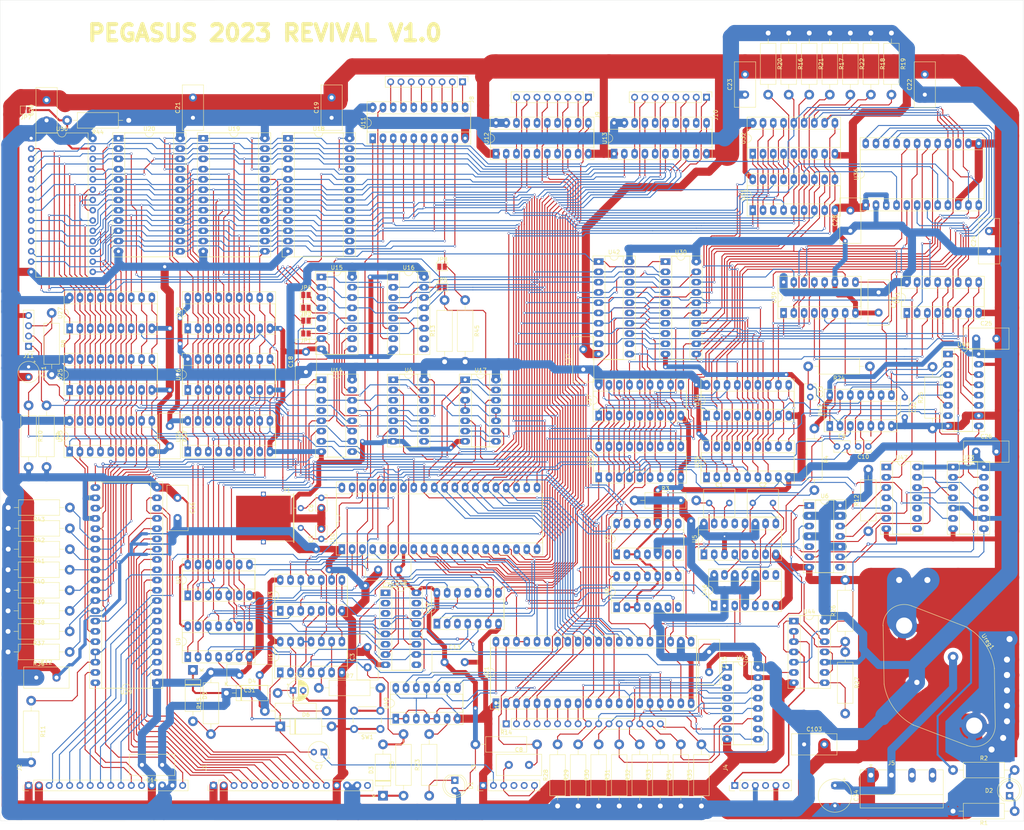
<source format=kicad_pcb>
(kicad_pcb (version 20171130) (host pcbnew "(5.1.0)-1")
  (layers (0 F.Cu signal) (31 B.Cu signal) (34 B.Paste user) (35 F.Paste user) (36 B.SilkS user) (37 F.SilkS user) (38 B.Mask user) (39 F.Mask user) (44 Edge.Cuts user))
  (net 0 "")
  (net 1 "Net-(C1-Pad2)")
  (net 2 "Net-(C1-Pad1)")
  (net 3 "Net-(C2-Pad2)")
  (net 4 "Net-(C2-Pad1)")
  (net 5 GND)
  (net 6 "Net-(C3-Pad1)")
  (net 7 "Net-(C4-Pad1)")
  (net 8 "Net-(C5-Pad1)")
  (net 9 "Net-(C6-Pad1)")
  (net 10 "Net-(C7-Pad2)")
  (net 11 "Net-(C7-Pad1)")
  (net 12 "Net-(C8-Pad2)")
  (net 13 "Net-(C8-Pad1)")
  (net 14 Ne)
  (net 15 "Net-(C9-Pad1)")
  (net 16 "Net-(C10-Pad2)")
  (net 17 "Net-(C10-Pad1)")
  (net 18 +5V)
  (net 19 "Net-(C32-Pad1)")
  (net 20 load)
  (net 21 "Net-(C34-Pad1)")
  (net 22 "Net-(J1-Pad16)")
  (net 23 cub1)
  (net 24 cub2)
  (net 25 ub0)
  (net 26 ub1)
  (net 27 ub2)
  (net 28 ub3)
  (net 29 ub4)
  (net 30 ub5)
  (net 31 ub6)
  (net 32 ub7)
  (net 33 e)
  (net 34 cua1)
  (net 35 cua2)
  (net 36 ua0)
  (net 37 ua1)
  (net 38 ua2)
  (net 39 ua3)
  (net 40 ua4)
  (net 41 ua5)
  (net 42 ua6)
  (net 43 ua7)
  (net 44 "Net-(J3-Pad5)")
  (net 45 "Net-(J3-Pad4)")
  (net 46 "Net-(J4-Pad6)")
  (net 47 "Net-(J4-Pad4)")
  (net 48 "Net-(J4-Pad2)")
  (net 49 "Net-(J4-Pad1)")
  (net 50 "Net-(J5-Pad3)")
  (net 51 "Net-(J8-Pad8)")
  (net 52 "Net-(J8-Pad7)")
  (net 53 "Net-(J8-Pad6)")
  (net 54 "Net-(J8-Pad5)")
  (net 55 "Net-(J8-Pad4)")
  (net 56 "Net-(J8-Pad3)")
  (net 57 "Net-(J8-Pad2)")
  (net 58 "Net-(J8-Pad1)")
  (net 59 EXTa7)
  (net 60 EXTa6)
  (net 61 EXTa5)
  (net 62 EXTa4)
  (net 63 EXTa3)
  (net 64 EXTa2)
  (net 65 EXTa1)
  (net 66 EXTa0)
  (net 67 EXTa15)
  (net 68 EXTa14)
  (net 69 EXTa13)
  (net 70 EXTa12)
  (net 71 EXTa11)
  (net 72 EXTa10)
  (net 73 EXTa9)
  (net 74 EXTa8)
  (net 75 "Net-(J11-Pad3)")
  (net 76 "Net-(J11-Pad2)")
  (net 77 "Net-(J11-Pad1)")
  (net 78 pb0)
  (net 79 pb1)
  (net 80 pb2)
  (net 81 pb3)
  (net 82 pb4)
  (net 83 pb5)
  (net 84 pb6)
  (net 85 pb7)
  (net 86 pa7)
  (net 87 pa6)
  (net 88 pa5)
  (net 89 pa4)
  (net 90 pa3)
  (net 91 pa2)
  (net 92 pa1)
  (net 93 pa0)
  (net 94 rom2)
  (net 95 "Net-(JP1-Pad1)")
  (net 96 rom3)
  (net 97 "Net-(JP2-Pad1)")
  (net 98 "Net-(JP3-Pad2)")
  (net 99 "Net-(JP4-Pad2)")
  (net 100 "Net-(JP5-Pad1)")
  (net 101 "Net-(JP5-Pad2)")
  (net 102 d0)
  (net 103 d1)
  (net 104 "Net-(R7-Pad2)")
  (net 105 Nirq)
  (net 106 Nfirq)
  (net 107 cr0)
  (net 108 cr1)
  (net 109 cr2)
  (net 110 cr3)
  (net 111 cr4)
  (net 112 cr5)
  (net 113 cr6)
  (net 114 d2)
  (net 115 "Net-(R24-Pad1)")
  (net 116 "Net-(R27-Pad2)")
  (net 117 d3)
  (net 118 d4)
  (net 119 d5)
  (net 120 d6)
  (net 121 d7)
  (net 122 "Net-(U1-Pad6)")
  (net 123 "Net-(U1-Pad11)")
  (net 124 "Net-(U1-Pad4)")
  (net 125 Nreset)
  (net 126 "Net-(U1-Pad3)")
  (net 127 "Net-(U1-Pad2)")
  (net 128 "Net-(U1-Pad8)")
  (net 129 "Net-(U15-Pad6)")
  (net 130 "Net-(U2-Pad6)")
  (net 131 a11)
  (net 132 rwCharRam)
  (net 133 "Net-(U14-Pad1)")
  (net 134 charram)
  (net 135 "Net-(U2-Pad10)")
  (net 136 "Net-(U2-Pad9)")
  (net 137 "Net-(U2-Pad8)")
  (net 138 rw)
  (net 139 page)
  (net 140 Nrw)
  (net 141 "Net-(U3-Pad11)")
  (net 142 "Net-(U22-Pad10)")
  (net 143 "Net-(U3-Pad10)")
  (net 144 "Net-(U17-Pad9)")
  (net 145 "Net-(U3-Pad9)")
  (net 146 "Net-(U3-Pad2)")
  (net 147 Nhsync)
  (net 148 "Net-(U16-Pad5)")
  (net 149 "Net-(U15-Pad10)")
  (net 150 "Net-(U4-Pad5)")
  (net 151 "Net-(U15-Pad11)")
  (net 152 "Net-(U15-Pad12)")
  (net 153 "Net-(U4-Pad2)")
  (net 154 "Net-(U17-Pad12)")
  (net 155 "Net-(U4-Pad1)")
  (net 156 "Net-(U5-Pad13)")
  (net 157 "Net-(U5-Pad5)")
  (net 158 "Net-(U46-Pad13)")
  (net 159 Nvsync)
  (net 160 "Net-(U46-Pad5)")
  (net 161 "Net-(U47-Pad4)")
  (net 162 "Net-(U47-Pad3)")
  (net 163 "Net-(U6-Pad5)")
  (net 164 "Net-(U33-Pad3)")
  (net 165 "Net-(U33-Pad12)")
  (net 166 "Net-(U6-Pad8)")
  (net 167 Nclr)
  (net 168 "Net-(U7-Pad11)")
  (net 169 "Net-(U7-Pad8)")
  (net 170 "Net-(U8-Pad1)")
  (net 171 "Net-(U8-Pad9)")
  (net 172 rom1)
  (net 173 "Net-(U46-Pad1)")
  (net 174 "Net-(U22-Pad5)")
  (net 175 "Net-(U21-Pad40)")
  (net 176 "Net-(U22-Pad4)")
  (net 177 a12)
  (net 178 a10)
  (net 179 a9)
  (net 180 a8)
  (net 181 "Net-(U10-Pad35)")
  (net 182 a7)
  (net 183 a6)
  (net 184 a5)
  (net 185 a4)
  (net 186 a3)
  (net 187 a2)
  (net 188 a1)
  (net 189 a0)
  (net 190 "Net-(U10-Pad6)")
  (net 191 "Net-(U10-Pad5)")
  (net 192 a15)
  (net 193 a14)
  (net 194 a13)
  (net 195 Nsel)
  (net 196 "Net-(U14-Pad15)")
  (net 197 pia1)
  (net 198 pia2)
  (net 199 ram4)
  (net 200 "Net-(U14-Pad4)")
  (net 201 ram3)
  (net 202 ram2)
  (net 203 ram1)
  (net 204 "Net-(U15-Pad15)")
  (net 205 "Net-(U15-Pad1)")
  (net 206 "Net-(U16-Pad10)")
  (net 207 "Net-(U16-Pad9)")
  (net 208 "Net-(U17-Pad6)")
  (net 209 "Net-(U17-Pad10)")
  (net 210 "Net-(U17-Pad3)")
  (net 211 x)
  (net 212 "Net-(U21-Pad18)")
  (net 213 "Net-(U21-Pad17)")
  (net 214 "Net-(U21-Pad16)")
  (net 215 "Net-(U21-Pad15)")
  (net 216 "Net-(U21-Pad14)")
  (net 217 asc)
  (net 218 char)
  (net 219 blank)
  (net 220 "Net-(U22-Pad12)")
  (net 221 "Net-(U22-Pad9)")
  (net 222 "Net-(U22-Pad8)")
  (net 223 b7)
  (net 224 vid)
  (net 225 "Net-(U33-Pad6)")
  (net 226 "Net-(U33-Pad11)")
  (net 227 "Net-(U33-Pad10)")
  (net 228 "Net-(U33-Pad8)")
  (net 229 c4)
  (net 230 c5)
  (net 231 c6)
  (net 232 c7)
  (net 233 r6)
  (net 234 r4)
  (net 235 r1)
  (net 236 r2)
  (net 237 r3)
  (net 238 r0)
  (net 239 r5)
  (net 240 c0)
  (net 241 c1)
  (net 242 c2)
  (net 243 c3)
  (net 244 "Net-(U39-Pad7)")
  (net 245 "Net-(U39-Pad12)")
  (net 246 "Net-(U39-Pad4)")
  (net 247 "Net-(U39-Pad9)")
  (net 248 "Net-(U40-Pad7)")
  (net 249 "Net-(U40-Pad14)")
  (net 250 "Net-(U40-Pad13)")
  (net 251 "Net-(U40-Pad12)")
  (net 252 "Net-(U40-Pad11)")
  (net 253 "Net-(U40-Pad2)")
  (net 254 "Net-(U44-Pad11)")
  (net 255 "Net-(U46-Pad6)")
  (net 256 "Net-(U46-Pad9)")
  (net 257 "Net-(U46-Pad8)")
  (net 258 "Net-(U48-Pad15)")
  (net 259 "Net-(U48-Pad14)")
  (net 260 "Net-(U48-Pad6)")
  (net 261 "Net-(U48-Pad3)")
  (net 262 "Net-(U48-Pad2)")
  (net 263 "Net-(U48-Pad9)")
  (net 264 "Net-(U48-Pad1)")
  (net 265 "Net-(J5-Pad4)")
  (net 266 rom4)
  (net 267 "Net-(JP7-Pad1)")
  (net 268 "Net-(R23-Pad2)")
  (net 269 "Net-(D1-Pad1)")
  (net 270 "Net-(D2-Pad2)")
  (net 271 "Net-(D2-Pad1)")
  (module Jumper:SolderJumper-2_P1.3mm_Open_Pad1.0x1.5mm (layer F.Cu) (at 95.25 40.64 180)
    (fp_text reference JP1 (at 0 -1.8 180) (layer F.SilkS))
    (fp_text value rom2)
    (pad 1 smd rect (at -0.65 0 180) (size 1 1.5) (layers F.Cu F.Mask) (net 95 "Net-(JP1-Pad1)"))
    (pad 2 smd rect (at 0.65 0 180) (size 1 1.5) (layers F.Cu F.Mask) (net 94 rom2))
  )
  (module Jumper:SolderJumper-2_P1.3mm_Open_Pad1.0x1.5mm (layer F.Cu) (at 95.25 34.29 180)
    (fp_text reference JP2 (at 0 -1.8 180) (layer F.SilkS))
    (fp_text value rom3)
    (pad 1 smd rect (at -0.65 0 180) (size 1 1.5) (layers F.Cu F.Mask) (net 97 "Net-(JP2-Pad1)"))
    (pad 2 smd rect (at 0.65 0 180) (size 1 1.5) (layers F.Cu F.Mask) (net 96 rom3))
  )
  (module Resistor_THT:R_Axial_DIN0411_L9.9mm_D3.6mm_P15.24mm_Horizontal (layer F.Cu) (at 125.73 154.94 90)
    (fp_text reference R23 (at 7.62 -2.92 90) (layer F.SilkS))
    (fp_text value 1K)
    (pad 2 thru_hole oval (at 15.24 0 90) (size 2.4 2.4) (drill 1.2) (layers *.Cu *.Mask) (net 268 "Net-(R23-Pad2)"))
    (pad 1 thru_hole circle (at 0 0 90) (size 2.4 2.4) (drill 1.2) (layers *.Cu *.Mask) (net 269 "Net-(D1-Pad1)"))
  )
  (module LED_THT:LED_D5.0mm (layer F.Cu) (at 269.24 154.94 90)
    (fp_text reference D2 (at 1.27 -5.08 180) (layer F.SilkS))
    (fp_text value GreenLED)
    (pad 2 thru_hole circle (at 2.54 0 90) (size 1.8 1.8) (drill 0.9) (layers *.Cu *.Mask) (net 270 "Net-(D2-Pad2)"))
    (pad 1 thru_hole rect (at 0 0 90) (size 1.8 1.8) (drill 0.9) (layers *.Cu *.Mask) (net 271 "Net-(D2-Pad1)"))
  )
  (module LED_THT:LED_D5.0mm (layer F.Cu) (at 132.08 151.13 270)
    (fp_text reference D1 (at 1.27 -3.96 270) (layer F.SilkS))
    (fp_text value 3mmLED)
    (pad 2 thru_hole circle (at 2.54 0 270) (size 1.8 1.8) (drill 0.9) (layers *.Cu *.Mask) (net 18 +5V))
    (pad 1 thru_hole rect (at 0 0 270) (size 1.8 1.8) (drill 0.9) (layers *.Cu *.Mask) (net 269 "Net-(D1-Pad1)"))
  )
  (module Resistor_THT:R_Axial_DIN0411_L9.9mm_D3.6mm_P15.24mm_Horizontal (layer F.Cu) (at 134.62 32.385 270)
    (fp_text reference R45 (at 7.62 -2.92 270) (layer F.SilkS))
    (fp_text value 4K7)
    (pad 2 thru_hole oval (at 15.24 0 270) (size 2.4 2.4) (drill 1.2) (layers *.Cu *.Mask) (net 18 +5V))
    (pad 1 thru_hole circle (at 0 0 270) (size 2.4 2.4) (drill 1.2) (layers *.Cu *.Mask) (net 266 rom4))
  )
  (module Resistor_THT:R_Axial_DIN0411_L9.9mm_D3.6mm_P15.24mm_Horizontal (layer F.Cu) (at 51.435 -12.065 180)
    (fp_text reference R44 (at 7.62 -2.92 180) (layer F.SilkS))
    (fp_text value 1K)
    (pad 2 thru_hole oval (at 15.24 0 180) (size 2.4 2.4) (drill 1.2) (layers *.Cu *.Mask) (net 267 "Net-(JP7-Pad1)"))
    (pad 1 thru_hole circle (at 0 0 180) (size 2.4 2.4) (drill 1.2) (layers *.Cu *.Mask) (net 18 +5V))
  )
  (module Resistor_THT:R_Axial_DIN0411_L9.9mm_D3.6mm_P15.24mm_Horizontal (layer F.Cu) (at 255.27 148.59)
    (fp_text reference R2 (at 7.62 -2.92) (layer F.SilkS))
    (fp_text value 100R)
    (pad 2 thru_hole oval (at 15.24 0) (size 2.4 2.4) (drill 1.2) (layers *.Cu *.Mask) (net 270 "Net-(D2-Pad2)"))
    (pad 1 thru_hole circle (at 0 0) (size 2.4 2.4) (drill 1.2) (layers *.Cu *.Mask) (net 18 +5V))
  )
  (module Resistor_THT:R_Axial_DIN0411_L9.9mm_D3.6mm_P15.24mm_Horizontal (layer F.Cu) (at 270.51 158.75 180)
    (fp_text reference R1 (at 7.62 -2.92 180) (layer F.SilkS))
    (fp_text value 100R)
    (pad 2 thru_hole oval (at 15.24 0 180) (size 2.4 2.4) (drill 1.2) (layers *.Cu *.Mask) (net 5 GND))
    (pad 1 thru_hole circle (at 0 0 180) (size 2.4 2.4) (drill 1.2) (layers *.Cu *.Mask) (net 271 "Net-(D2-Pad1)"))
  )
  (module Resistor_THT:R_Axial_DIN0411_L9.9mm_D3.6mm_P15.24mm_Horizontal (layer F.Cu) (at 36.876 83.68 180)
    (fp_text reference R43 (at 7.62 -2.92 180) (layer F.SilkS))
    (fp_text value 4K7)
    (pad 2 thru_hole oval (at 15.24 0 180) (size 2.4 2.4) (drill 1.2) (layers *.Cu *.Mask) (net 18 +5V))
    (pad 1 thru_hole circle (at 0 0 180) (size 2.4 2.4) (drill 1.2) (layers *.Cu *.Mask) (net 121 d7))
  )
  (module Resistor_THT:R_Axial_DIN0411_L9.9mm_D3.6mm_P15.24mm_Horizontal (layer F.Cu) (at 36.876 88.83 180)
    (fp_text reference R42 (at 7.62 -2.92 180) (layer F.SilkS))
    (fp_text value 4K7)
    (pad 2 thru_hole oval (at 15.24 0 180) (size 2.4 2.4) (drill 1.2) (layers *.Cu *.Mask) (net 18 +5V))
    (pad 1 thru_hole circle (at 0 0 180) (size 2.4 2.4) (drill 1.2) (layers *.Cu *.Mask) (net 120 d6))
  )
  (module Resistor_THT:R_Axial_DIN0411_L9.9mm_D3.6mm_P15.24mm_Horizontal (layer F.Cu) (at 36.876 93.98 180)
    (fp_text reference R41 (at 7.62 -2.92 180) (layer F.SilkS))
    (fp_text value 4K7)
    (pad 2 thru_hole oval (at 15.24 0 180) (size 2.4 2.4) (drill 1.2) (layers *.Cu *.Mask) (net 18 +5V))
    (pad 1 thru_hole circle (at 0 0 180) (size 2.4 2.4) (drill 1.2) (layers *.Cu *.Mask) (net 119 d5))
  )
  (module Connector_PinHeader_2.54mm:PinHeader_1x08_P2.54mm_Vertical (layer F.Cu) (at 194.31 -17.78 270)
    (fp_text reference J10 (at 4.385 -2.27 270) (layer F.SilkS))
    (fp_text value "External Address Bus")
    (pad 8 thru_hole oval (at 0 17.78 270) (size 1.7 1.7) (drill 1) (layers *.Cu *.Mask) (net 67 EXTa15))
    (pad 7 thru_hole oval (at 0 15.24 270) (size 1.7 1.7) (drill 1) (layers *.Cu *.Mask) (net 68 EXTa14))
    (pad 6 thru_hole oval (at 0 12.7 270) (size 1.7 1.7) (drill 1) (layers *.Cu *.Mask) (net 69 EXTa13))
    (pad 5 thru_hole oval (at 0 10.16 270) (size 1.7 1.7) (drill 1) (layers *.Cu *.Mask) (net 70 EXTa12))
    (pad 4 thru_hole oval (at 0 7.62 270) (size 1.7 1.7) (drill 1) (layers *.Cu *.Mask) (net 71 EXTa11))
    (pad 3 thru_hole oval (at 0 5.08 270) (size 1.7 1.7) (drill 1) (layers *.Cu *.Mask) (net 72 EXTa10))
    (pad 2 thru_hole oval (at 0 2.54 270) (size 1.7 1.7) (drill 1) (layers *.Cu *.Mask) (net 73 EXTa9))
    (pad 1 thru_hole rect (at 0 0 270) (size 1.7 1.7) (drill 1) (layers *.Cu *.Mask) (net 74 EXTa8))
  )
  (module Connector_PinHeader_2.54mm:PinHeader_1x08_P2.54mm_Vertical (layer F.Cu) (at 165.1 -17.78 270)
    (fp_text reference J9 (at 4.385 -2.27 270) (layer F.SilkS))
    (fp_text value "External Address Bus")
    (pad 8 thru_hole oval (at 0 17.78 270) (size 1.7 1.7) (drill 1) (layers *.Cu *.Mask) (net 59 EXTa7))
    (pad 7 thru_hole oval (at 0 15.24 270) (size 1.7 1.7) (drill 1) (layers *.Cu *.Mask) (net 60 EXTa6))
    (pad 6 thru_hole oval (at 0 12.7 270) (size 1.7 1.7) (drill 1) (layers *.Cu *.Mask) (net 61 EXTa5))
    (pad 5 thru_hole oval (at 0 10.16 270) (size 1.7 1.7) (drill 1) (layers *.Cu *.Mask) (net 62 EXTa4))
    (pad 4 thru_hole oval (at 0 7.62 270) (size 1.7 1.7) (drill 1) (layers *.Cu *.Mask) (net 63 EXTa3))
    (pad 3 thru_hole oval (at 0 5.08 270) (size 1.7 1.7) (drill 1) (layers *.Cu *.Mask) (net 64 EXTa2))
    (pad 2 thru_hole oval (at 0 2.54 270) (size 1.7 1.7) (drill 1) (layers *.Cu *.Mask) (net 65 EXTa1))
    (pad 1 thru_hole rect (at 0 0 270) (size 1.7 1.7) (drill 1) (layers *.Cu *.Mask) (net 66 EXTa0))
  )
  (module Connector_PinHeader_2.54mm:PinHeader_1x08_P2.54mm_Vertical (layer F.Cu) (at 133.985 -21.59 270)
    (fp_text reference J8 (at 4.385 -2.27 270) (layer F.SilkS))
    (fp_text value "External Data Bus")
    (pad 8 thru_hole oval (at 0 17.78 270) (size 1.7 1.7) (drill 1) (layers *.Cu *.Mask) (net 51 "Net-(J8-Pad8)"))
    (pad 7 thru_hole oval (at 0 15.24 270) (size 1.7 1.7) (drill 1) (layers *.Cu *.Mask) (net 52 "Net-(J8-Pad7)"))
    (pad 6 thru_hole oval (at 0 12.7 270) (size 1.7 1.7) (drill 1) (layers *.Cu *.Mask) (net 53 "Net-(J8-Pad6)"))
    (pad 5 thru_hole oval (at 0 10.16 270) (size 1.7 1.7) (drill 1) (layers *.Cu *.Mask) (net 54 "Net-(J8-Pad5)"))
    (pad 4 thru_hole oval (at 0 7.62 270) (size 1.7 1.7) (drill 1) (layers *.Cu *.Mask) (net 55 "Net-(J8-Pad4)"))
    (pad 3 thru_hole oval (at 0 5.08 270) (size 1.7 1.7) (drill 1) (layers *.Cu *.Mask) (net 56 "Net-(J8-Pad3)"))
    (pad 2 thru_hole oval (at 0 2.54 270) (size 1.7 1.7) (drill 1) (layers *.Cu *.Mask) (net 57 "Net-(J8-Pad2)"))
    (pad 1 thru_hole rect (at 0 0 270) (size 1.7 1.7) (drill 1) (layers *.Cu *.Mask) (net 58 "Net-(J8-Pad1)"))
  )
  (module Connector_PinHeader_2.54mm:PinHeader_1x16_P2.54mm_Vertical (layer F.Cu) (at 26.67 152.4 90)
    (fp_text reference J2 (at 4.385 -2.27 90) (layer F.SilkS))
    (fp_text value "PIA PortA")
    (pad 16 thru_hole oval (at 0 38.1 90) (size 1.7 1.7) (drill 1) (layers *.Cu *.Mask) (net 33 e))
    (pad 15 thru_hole oval (at 0 35.56 90) (size 1.7 1.7) (drill 1) (layers *.Cu *.Mask) (net 18 +5V))
    (pad 14 thru_hole oval (at 0 33.02 90) (size 1.7 1.7) (drill 1) (layers *.Cu *.Mask) (net 18 +5V))
    (pad 13 thru_hole oval (at 0 30.48 90) (size 1.7 1.7) (drill 1) (layers *.Cu *.Mask) (net 5 GND))
    (pad 12 thru_hole oval (at 0 27.94 90) (size 1.7 1.7) (drill 1) (layers *.Cu *.Mask) (net 34 cua1))
    (pad 11 thru_hole oval (at 0 25.4 90) (size 1.7 1.7) (drill 1) (layers *.Cu *.Mask) (net 35 cua2))
    (pad 10 thru_hole oval (at 0 22.86 90) (size 1.7 1.7) (drill 1) (layers *.Cu *.Mask) (net 36 ua0))
    (pad 9 thru_hole oval (at 0 20.32 90) (size 1.7 1.7) (drill 1) (layers *.Cu *.Mask) (net 37 ua1))
    (pad 8 thru_hole oval (at 0 17.78 90) (size 1.7 1.7) (drill 1) (layers *.Cu *.Mask) (net 38 ua2))
    (pad 7 thru_hole oval (at 0 15.24 90) (size 1.7 1.7) (drill 1) (layers *.Cu *.Mask) (net 39 ua3))
    (pad 6 thru_hole oval (at 0 12.7 90) (size 1.7 1.7) (drill 1) (layers *.Cu *.Mask) (net 40 ua4))
    (pad 5 thru_hole oval (at 0 10.16 90) (size 1.7 1.7) (drill 1) (layers *.Cu *.Mask) (net 41 ua5))
    (pad 4 thru_hole oval (at 0 7.62 90) (size 1.7 1.7) (drill 1) (layers *.Cu *.Mask) (net 42 ua6))
    (pad 3 thru_hole oval (at 0 5.08 90) (size 1.7 1.7) (drill 1) (layers *.Cu *.Mask) (net 43 ua7))
    (pad 2 thru_hole oval (at 0 2.54 90) (size 1.7 1.7) (drill 1) (layers *.Cu *.Mask) (net 5 GND))
    (pad 1 thru_hole rect (at 0 0 90) (size 1.7 1.7) (drill 1) (layers *.Cu *.Mask) (net 5 GND))
  )
  (module Connector_PinHeader_2.54mm:PinHeader_1x16_P2.54mm_Vertical (layer F.Cu) (at 72.39 152.4 90)
    (fp_text reference J1 (at 4.385 -2.27 90) (layer F.SilkS))
    (fp_text value "PIA PortB")
    (pad 16 thru_hole oval (at 0 38.1 90) (size 1.7 1.7) (drill 1) (layers *.Cu *.Mask) (net 22 "Net-(J1-Pad16)"))
    (pad 15 thru_hole oval (at 0 35.56 90) (size 1.7 1.7) (drill 1) (layers *.Cu *.Mask) (net 18 +5V))
    (pad 14 thru_hole oval (at 0 33.02 90) (size 1.7 1.7) (drill 1) (layers *.Cu *.Mask) (net 18 +5V))
    (pad 13 thru_hole oval (at 0 30.48 90) (size 1.7 1.7) (drill 1) (layers *.Cu *.Mask) (net 5 GND))
    (pad 12 thru_hole oval (at 0 27.94 90) (size 1.7 1.7) (drill 1) (layers *.Cu *.Mask) (net 23 cub1))
    (pad 11 thru_hole oval (at 0 25.4 90) (size 1.7 1.7) (drill 1) (layers *.Cu *.Mask) (net 24 cub2))
    (pad 10 thru_hole oval (at 0 22.86 90) (size 1.7 1.7) (drill 1) (layers *.Cu *.Mask) (net 25 ub0))
    (pad 9 thru_hole oval (at 0 20.32 90) (size 1.7 1.7) (drill 1) (layers *.Cu *.Mask) (net 26 ub1))
    (pad 8 thru_hole oval (at 0 17.78 90) (size 1.7 1.7) (drill 1) (layers *.Cu *.Mask) (net 27 ub2))
    (pad 7 thru_hole oval (at 0 15.24 90) (size 1.7 1.7) (drill 1) (layers *.Cu *.Mask) (net 28 ub3))
    (pad 6 thru_hole oval (at 0 12.7 90) (size 1.7 1.7) (drill 1) (layers *.Cu *.Mask) (net 29 ub4))
    (pad 5 thru_hole oval (at 0 10.16 90) (size 1.7 1.7) (drill 1) (layers *.Cu *.Mask) (net 30 ub5))
    (pad 4 thru_hole oval (at 0 7.62 90) (size 1.7 1.7) (drill 1) (layers *.Cu *.Mask) (net 31 ub6))
    (pad 3 thru_hole oval (at 0 5.08 90) (size 1.7 1.7) (drill 1) (layers *.Cu *.Mask) (net 32 ub7))
    (pad 2 thru_hole oval (at 0 2.54 90) (size 1.7 1.7) (drill 1) (layers *.Cu *.Mask) (net 5 GND))
    (pad 1 thru_hole rect (at 0 0 90) (size 1.7 1.7) (drill 1) (layers *.Cu *.Mask) (net 5 GND))
  )
  (module Connector_PinHeader_2.54mm:PinHeader_1x06_P2.54mm_Vertical (layer F.Cu) (at 201.295 152.4 90)
    (fp_text reference J4 (at 4.385 -2.27 90) (layer F.SilkS))
    (fp_text value "Video Out")
    (pad 6 thru_hole oval (at 0 12.7 90) (size 1.7 1.7) (drill 1) (layers *.Cu *.Mask) (net 46 "Net-(J4-Pad6)"))
    (pad 5 thru_hole oval (at 0 10.16 90) (size 1.7 1.7) (drill 1) (layers *.Cu *.Mask) (net 5 GND))
    (pad 4 thru_hole oval (at 0 7.62 90) (size 1.7 1.7) (drill 1) (layers *.Cu *.Mask) (net 47 "Net-(J4-Pad4)"))
    (pad 3 thru_hole oval (at 0 5.08 90) (size 1.7 1.7) (drill 1) (layers *.Cu *.Mask) (net 18 +5V))
    (pad 2 thru_hole oval (at 0 2.54 90) (size 1.7 1.7) (drill 1) (layers *.Cu *.Mask) (net 48 "Net-(J4-Pad2)"))
    (pad 1 thru_hole rect (at 0 0 90) (size 1.7 1.7) (drill 1) (layers *.Cu *.Mask) (net 49 "Net-(J4-Pad1)"))
  )
  (module Connector_PinHeader_2.54mm:PinHeader_1x06_P2.54mm_Vertical (layer F.Cu) (at 139.065 152.4 90)
    (fp_text reference J3 (at 4.385 -2.27 90) (layer F.SilkS))
    (fp_text value "Cassette Tape")
    (pad 6 thru_hole oval (at 0 12.7 90) (size 1.7 1.7) (drill 1) (layers *.Cu *.Mask) (net 13 "Net-(C8-Pad1)"))
    (pad 5 thru_hole oval (at 0 10.16 90) (size 1.7 1.7) (drill 1) (layers *.Cu *.Mask) (net 44 "Net-(J3-Pad5)"))
    (pad 4 thru_hole oval (at 0 7.62 90) (size 1.7 1.7) (drill 1) (layers *.Cu *.Mask) (net 45 "Net-(J3-Pad4)"))
    (pad 3 thru_hole oval (at 0 5.08 90) (size 1.7 1.7) (drill 1) (layers *.Cu *.Mask) (net 13 "Net-(C8-Pad1)"))
    (pad 2 thru_hole oval (at 0 2.54 90) (size 1.7 1.7) (drill 1) (layers *.Cu *.Mask) (net 11 "Net-(C7-Pad1)"))
    (pad 1 thru_hole rect (at 0 0 90) (size 1.7 1.7) (drill 1) (layers *.Cu *.Mask) (net 5 GND))
  )
  (module Connector_PinHeader_2.54mm:PinHeader_1x16_P2.54mm_Vertical (layer F.Cu) (at 144.78 137.16 90)
    (fp_text reference J12 (at 4.385 -2.27 90) (layer F.SilkS))
    (fp_text value Keyboard)
    (pad 16 thru_hole oval (at 0 38.1 90) (size 1.7 1.7) (drill 1) (layers *.Cu *.Mask) (net 78 pb0))
    (pad 15 thru_hole oval (at 0 35.56 90) (size 1.7 1.7) (drill 1) (layers *.Cu *.Mask) (net 79 pb1))
    (pad 14 thru_hole oval (at 0 33.02 90) (size 1.7 1.7) (drill 1) (layers *.Cu *.Mask) (net 80 pb2))
    (pad 13 thru_hole oval (at 0 30.48 90) (size 1.7 1.7) (drill 1) (layers *.Cu *.Mask) (net 81 pb3))
    (pad 12 thru_hole oval (at 0 27.94 90) (size 1.7 1.7) (drill 1) (layers *.Cu *.Mask) (net 82 pb4))
    (pad 11 thru_hole oval (at 0 25.4 90) (size 1.7 1.7) (drill 1) (layers *.Cu *.Mask) (net 83 pb5))
    (pad 10 thru_hole oval (at 0 22.86 90) (size 1.7 1.7) (drill 1) (layers *.Cu *.Mask) (net 84 pb6))
    (pad 9 thru_hole oval (at 0 20.32 90) (size 1.7 1.7) (drill 1) (layers *.Cu *.Mask) (net 85 pb7))
    (pad 8 thru_hole oval (at 0 17.78 90) (size 1.7 1.7) (drill 1) (layers *.Cu *.Mask) (net 86 pa7))
    (pad 7 thru_hole oval (at 0 15.24 90) (size 1.7 1.7) (drill 1) (layers *.Cu *.Mask) (net 87 pa6))
    (pad 6 thru_hole oval (at 0 12.7 90) (size 1.7 1.7) (drill 1) (layers *.Cu *.Mask) (net 88 pa5))
    (pad 5 thru_hole oval (at 0 10.16 90) (size 1.7 1.7) (drill 1) (layers *.Cu *.Mask) (net 89 pa4))
    (pad 4 thru_hole oval (at 0 7.62 90) (size 1.7 1.7) (drill 1) (layers *.Cu *.Mask) (net 90 pa3))
    (pad 3 thru_hole oval (at 0 5.08 90) (size 1.7 1.7) (drill 1) (layers *.Cu *.Mask) (net 91 pa2))
    (pad 2 thru_hole oval (at 0 2.54 90) (size 1.7 1.7) (drill 1) (layers *.Cu *.Mask) (net 92 pa1))
    (pad 1 thru_hole rect (at 0 0 90) (size 1.7 1.7) (drill 1) (layers *.Cu *.Mask) (net 93 pa0))
  )
  (module Package_DIP:DIP-28_W15.24mm (layer F.Cu) (at 27.305 -7.62)
    (fp_text reference U50 (at 7.62 -2.33) (layer F.SilkS))
    (fp_text value 27128/27256)
    (pad 28 thru_hole oval (at 15.24 0) (size 1.6 1.6) (drill 0.8) (layers *.Cu *.Mask) (net 18 +5V))
    (pad 14 thru_hole oval (at 0 33.02) (size 1.6 1.6) (drill 0.8) (layers *.Cu *.Mask) (net 5 GND))
    (pad 27 thru_hole oval (at 15.24 2.54) (size 1.6 1.6) (drill 0.8) (layers *.Cu *.Mask) (net 267 "Net-(JP7-Pad1)"))
    (pad 13 thru_hole oval (at 0 30.48) (size 1.6 1.6) (drill 0.8) (layers *.Cu *.Mask) (net 120 d6))
    (pad 26 thru_hole oval (at 15.24 5.08) (size 1.6 1.6) (drill 0.8) (layers *.Cu *.Mask) (net 194 a13))
    (pad 12 thru_hole oval (at 0 27.94) (size 1.6 1.6) (drill 0.8) (layers *.Cu *.Mask) (net 119 d5))
    (pad 25 thru_hole oval (at 15.24 7.62) (size 1.6 1.6) (drill 0.8) (layers *.Cu *.Mask) (net 180 a8))
    (pad 11 thru_hole oval (at 0 25.4) (size 1.6 1.6) (drill 0.8) (layers *.Cu *.Mask) (net 118 d4))
    (pad 24 thru_hole oval (at 15.24 10.16) (size 1.6 1.6) (drill 0.8) (layers *.Cu *.Mask) (net 179 a9))
    (pad 10 thru_hole oval (at 0 22.86) (size 1.6 1.6) (drill 0.8) (layers *.Cu *.Mask) (net 182 a7))
    (pad 23 thru_hole oval (at 15.24 12.7) (size 1.6 1.6) (drill 0.8) (layers *.Cu *.Mask) (net 131 a11))
    (pad 9 thru_hole oval (at 0 20.32) (size 1.6 1.6) (drill 0.8) (layers *.Cu *.Mask) (net 183 a6))
    (pad 22 thru_hole oval (at 15.24 15.24) (size 1.6 1.6) (drill 0.8) (layers *.Cu *.Mask) (net 266 rom4))
    (pad 8 thru_hole oval (at 0 17.78) (size 1.6 1.6) (drill 0.8) (layers *.Cu *.Mask) (net 184 a5))
    (pad 21 thru_hole oval (at 15.24 17.78) (size 1.6 1.6) (drill 0.8) (layers *.Cu *.Mask) (net 178 a10))
    (pad 7 thru_hole oval (at 0 15.24) (size 1.6 1.6) (drill 0.8) (layers *.Cu *.Mask) (net 185 a4))
    (pad 20 thru_hole oval (at 15.24 20.32) (size 1.6 1.6) (drill 0.8) (layers *.Cu *.Mask) (net 266 rom4))
    (pad 6 thru_hole oval (at 0 12.7) (size 1.6 1.6) (drill 0.8) (layers *.Cu *.Mask) (net 186 a3))
    (pad 19 thru_hole oval (at 15.24 22.86) (size 1.6 1.6) (drill 0.8) (layers *.Cu *.Mask) (net 117 d3))
    (pad 5 thru_hole oval (at 0 10.16) (size 1.6 1.6) (drill 0.8) (layers *.Cu *.Mask) (net 187 a2))
    (pad 18 thru_hole oval (at 15.24 25.4) (size 1.6 1.6) (drill 0.8) (layers *.Cu *.Mask) (net 114 d2))
    (pad 4 thru_hole oval (at 0 7.62) (size 1.6 1.6) (drill 0.8) (layers *.Cu *.Mask) (net 188 a1))
    (pad 17 thru_hole oval (at 15.24 27.94) (size 1.6 1.6) (drill 0.8) (layers *.Cu *.Mask) (net 103 d1))
    (pad 3 thru_hole oval (at 0 5.08) (size 1.6 1.6) (drill 0.8) (layers *.Cu *.Mask) (net 189 a0))
    (pad 16 thru_hole oval (at 15.24 30.48) (size 1.6 1.6) (drill 0.8) (layers *.Cu *.Mask) (net 102 d0))
    (pad 2 thru_hole oval (at 0 2.54) (size 1.6 1.6) (drill 0.8) (layers *.Cu *.Mask) (net 177 a12))
    (pad 15 thru_hole oval (at 15.24 33.02) (size 1.6 1.6) (drill 0.8) (layers *.Cu *.Mask) (net 121 d7))
    (pad 1 thru_hole rect (at 0 0) (size 1.6 1.6) (drill 0.8) (layers *.Cu *.Mask) (net 18 +5V))
  )
  (module Package_DIP:DIP-14_W7.62mm_Socket_LongPads (layer F.Cu) (at 255.27 73.66)
    (fp_text reference U33 (at 3.81 -2.33) (layer F.SilkS))
    (fp_text value 74LS86)
    (pad 14 thru_hole oval (at 7.62 0) (size 2.4 1.6) (drill 0.8) (layers *.Cu *.Mask) (net 18 +5V))
    (pad 7 thru_hole oval (at 0 15.24) (size 2.4 1.6) (drill 0.8) (layers *.Cu *.Mask) (net 5 GND))
    (pad 13 thru_hole oval (at 7.62 2.54) (size 2.4 1.6) (drill 0.8) (layers *.Cu *.Mask) (net 224 vid))
    (pad 6 thru_hole oval (at 0 12.7) (size 2.4 1.6) (drill 0.8) (layers *.Cu *.Mask) (net 225 "Net-(U33-Pad6)"))
    (pad 12 thru_hole oval (at 7.62 5.08) (size 2.4 1.6) (drill 0.8) (layers *.Cu *.Mask) (net 165 "Net-(U33-Pad12)"))
    (pad 5 thru_hole oval (at 0 10.16) (size 2.4 1.6) (drill 0.8) (layers *.Cu *.Mask) (net 18 +5V))
    (pad 11 thru_hole oval (at 7.62 7.62) (size 2.4 1.6) (drill 0.8) (layers *.Cu *.Mask) (net 226 "Net-(U33-Pad11)"))
    (pad 4 thru_hole oval (at 0 7.62) (size 2.4 1.6) (drill 0.8) (layers *.Cu *.Mask) (net 113 cr6))
    (pad 10 thru_hole oval (at 7.62 10.16) (size 2.4 1.6) (drill 0.8) (layers *.Cu *.Mask) (net 227 "Net-(U33-Pad10)"))
    (pad 3 thru_hole oval (at 0 5.08) (size 2.4 1.6) (drill 0.8) (layers *.Cu *.Mask) (net 164 "Net-(U33-Pad3)"))
    (pad 9 thru_hole oval (at 7.62 12.7) (size 2.4 1.6) (drill 0.8) (layers *.Cu *.Mask) (net 18 +5V))
    (pad 2 thru_hole oval (at 0 2.54) (size 2.4 1.6) (drill 0.8) (layers *.Cu *.Mask) (net 20 load))
    (pad 8 thru_hole oval (at 7.62 15.24) (size 2.4 1.6) (drill 0.8) (layers *.Cu *.Mask) (net 228 "Net-(U33-Pad8)"))
    (pad 1 thru_hole rect (at 0 0) (size 2.4 1.6) (drill 0.8) (layers *.Cu *.Mask) (net 18 +5V))
  )
  (module Package_DIP:DIP-14_W7.62mm_Socket_LongPads (layer F.Cu) (at 134.62 52.07)
    (fp_text reference U17 (at 3.81 -2.33) (layer F.SilkS))
    (fp_text value 74LS08)
    (pad 14 thru_hole oval (at 7.62 0) (size 2.4 1.6) (drill 0.8) (layers *.Cu *.Mask) (net 18 +5V))
    (pad 7 thru_hole oval (at 0 15.24) (size 2.4 1.6) (drill 0.8) (layers *.Cu *.Mask) (net 5 GND))
    (pad 13 thru_hole oval (at 7.62 2.54) (size 2.4 1.6) (drill 0.8) (layers *.Cu *.Mask) (net 101 "Net-(JP5-Pad2)"))
    (pad 6 thru_hole oval (at 0 12.7) (size 2.4 1.6) (drill 0.8) (layers *.Cu *.Mask) (net 208 "Net-(U17-Pad6)"))
    (pad 12 thru_hole oval (at 7.62 5.08) (size 2.4 1.6) (drill 0.8) (layers *.Cu *.Mask) (net 154 "Net-(U17-Pad12)"))
    (pad 5 thru_hole oval (at 0 10.16) (size 2.4 1.6) (drill 0.8) (layers *.Cu *.Mask) (net 139 page))
    (pad 11 thru_hole oval (at 7.62 7.62) (size 2.4 1.6) (drill 0.8) (layers *.Cu *.Mask) (net 209 "Net-(U17-Pad10)"))
    (pad 4 thru_hole oval (at 0 7.62) (size 2.4 1.6) (drill 0.8) (layers *.Cu *.Mask) (net 210 "Net-(U17-Pad3)"))
    (pad 10 thru_hole oval (at 7.62 10.16) (size 2.4 1.6) (drill 0.8) (layers *.Cu *.Mask) (net 209 "Net-(U17-Pad10)"))
    (pad 3 thru_hole oval (at 0 5.08) (size 2.4 1.6) (drill 0.8) (layers *.Cu *.Mask) (net 210 "Net-(U17-Pad3)"))
    (pad 9 thru_hole oval (at 7.62 12.7) (size 2.4 1.6) (drill 0.8) (layers *.Cu *.Mask) (net 144 "Net-(U17-Pad9)"))
    (pad 2 thru_hole oval (at 0 2.54) (size 2.4 1.6) (drill 0.8) (layers *.Cu *.Mask) (net 203 ram1))
    (pad 8 thru_hole oval (at 7.62 15.24) (size 2.4 1.6) (drill 0.8) (layers *.Cu *.Mask) (net 195 Nsel))
    (pad 1 thru_hole rect (at 0 0) (size 2.4 1.6) (drill 0.8) (layers *.Cu *.Mask) (net 211 x))
  )
  (module Package_DIP:DIP-16_W7.62mm_Socket_LongPads (layer F.Cu) (at 116.84 26.67)
    (fp_text reference U16 (at 3.81 -2.33) (layer F.SilkS))
    (fp_text value 74LS139)
    (pad 16 thru_hole oval (at 7.62 0) (size 2.4 1.6) (drill 0.8) (layers *.Cu *.Mask) (net 18 +5V))
    (pad 8 thru_hole oval (at 0 17.78) (size 2.4 1.6) (drill 0.8) (layers *.Cu *.Mask) (net 5 GND))
    (pad 15 thru_hole oval (at 7.62 2.54) (size 2.4 1.6) (drill 0.8) (layers *.Cu *.Mask) (net 100 "Net-(JP5-Pad1)"))
    (pad 7 thru_hole oval (at 0 15.24) (size 2.4 1.6) (drill 0.8) (layers *.Cu *.Mask) (net 205 "Net-(U15-Pad1)"))
    (pad 14 thru_hole oval (at 7.62 5.08) (size 2.4 1.6) (drill 0.8) (layers *.Cu *.Mask) (net 177 a12))
    (pad 6 thru_hole oval (at 0 12.7) (size 2.4 1.6) (drill 0.8) (layers *.Cu *.Mask) (net 204 "Net-(U15-Pad15)"))
    (pad 13 thru_hole oval (at 7.62 7.62) (size 2.4 1.6) (drill 0.8) (layers *.Cu *.Mask) (net 194 a13))
    (pad 5 thru_hole oval (at 0 10.16) (size 2.4 1.6) (drill 0.8) (layers *.Cu *.Mask) (net 148 "Net-(U16-Pad5)"))
    (pad 12 thru_hole oval (at 7.62 10.16) (size 2.4 1.6) (drill 0.8) (layers *.Cu *.Mask) (net 97 "Net-(JP2-Pad1)"))
    (pad 4 thru_hole oval (at 0 7.62) (size 2.4 1.6) (drill 0.8) (layers *.Cu *.Mask) (net 100 "Net-(JP5-Pad1)"))
    (pad 11 thru_hole oval (at 7.62 12.7) (size 2.4 1.6) (drill 0.8) (layers *.Cu *.Mask) (net 95 "Net-(JP1-Pad1)"))
    (pad 3 thru_hole oval (at 0 5.08) (size 2.4 1.6) (drill 0.8) (layers *.Cu *.Mask) (net 192 a15))
    (pad 10 thru_hole oval (at 7.62 15.24) (size 2.4 1.6) (drill 0.8) (layers *.Cu *.Mask) (net 206 "Net-(U16-Pad10)"))
    (pad 2 thru_hole oval (at 0 2.54) (size 2.4 1.6) (drill 0.8) (layers *.Cu *.Mask) (net 193 a14))
    (pad 9 thru_hole oval (at 7.62 17.78) (size 2.4 1.6) (drill 0.8) (layers *.Cu *.Mask) (net 207 "Net-(U16-Pad9)"))
    (pad 1 thru_hole rect (at 0 0) (size 2.4 1.6) (drill 0.8) (layers *.Cu *.Mask) (net 5 GND))
  )
  (module Package_DIP:DIP-16_W7.62mm_Socket_LongPads (layer F.Cu) (at 99.06 26.67)
    (fp_text reference U15 (at 3.81 -2.33) (layer F.SilkS))
    (fp_text value 74LS139)
    (pad 16 thru_hole oval (at 7.62 0) (size 2.4 1.6) (drill 0.8) (layers *.Cu *.Mask) (net 18 +5V))
    (pad 8 thru_hole oval (at 0 17.78) (size 2.4 1.6) (drill 0.8) (layers *.Cu *.Mask) (net 5 GND))
    (pad 15 thru_hole oval (at 7.62 2.54) (size 2.4 1.6) (drill 0.8) (layers *.Cu *.Mask) (net 204 "Net-(U15-Pad15)"))
    (pad 7 thru_hole oval (at 0 15.24) (size 2.4 1.6) (drill 0.8) (layers *.Cu *.Mask) (net 172 rom1))
    (pad 14 thru_hole oval (at 7.62 5.08) (size 2.4 1.6) (drill 0.8) (layers *.Cu *.Mask) (net 177 a12))
    (pad 6 thru_hole oval (at 0 12.7) (size 2.4 1.6) (drill 0.8) (layers *.Cu *.Mask) (net 129 "Net-(U15-Pad6)"))
    (pad 13 thru_hole oval (at 7.62 7.62) (size 2.4 1.6) (drill 0.8) (layers *.Cu *.Mask) (net 194 a13))
    (pad 5 thru_hole oval (at 0 10.16) (size 2.4 1.6) (drill 0.8) (layers *.Cu *.Mask) (net 98 "Net-(JP3-Pad2)"))
    (pad 12 thru_hole oval (at 7.62 10.16) (size 2.4 1.6) (drill 0.8) (layers *.Cu *.Mask) (net 152 "Net-(U15-Pad12)"))
    (pad 4 thru_hole oval (at 0 7.62) (size 2.4 1.6) (drill 0.8) (layers *.Cu *.Mask) (net 99 "Net-(JP4-Pad2)"))
    (pad 11 thru_hole oval (at 7.62 12.7) (size 2.4 1.6) (drill 0.8) (layers *.Cu *.Mask) (net 151 "Net-(U15-Pad11)"))
    (pad 3 thru_hole oval (at 0 5.08) (size 2.4 1.6) (drill 0.8) (layers *.Cu *.Mask) (net 194 a13))
    (pad 10 thru_hole oval (at 7.62 15.24) (size 2.4 1.6) (drill 0.8) (layers *.Cu *.Mask) (net 149 "Net-(U15-Pad10)"))
    (pad 2 thru_hole oval (at 0 2.54) (size 2.4 1.6) (drill 0.8) (layers *.Cu *.Mask) (net 177 a12))
    (pad 9 thru_hole oval (at 7.62 17.78) (size 2.4 1.6) (drill 0.8) (layers *.Cu *.Mask) (net 196 "Net-(U14-Pad15)"))
    (pad 1 thru_hole rect (at 0 0) (size 2.4 1.6) (drill 0.8) (layers *.Cu *.Mask) (net 205 "Net-(U15-Pad1)"))
  )
  (module Package_DIP:DIP-16_W7.62mm_Socket_LongPads (layer F.Cu) (at 99.06 52.07)
    (fp_text reference U14 (at 3.81 -2.33) (layer F.SilkS))
    (fp_text value 74LS139)
    (pad 16 thru_hole oval (at 7.62 0) (size 2.4 1.6) (drill 0.8) (layers *.Cu *.Mask) (net 18 +5V))
    (pad 8 thru_hole oval (at 0 17.78) (size 2.4 1.6) (drill 0.8) (layers *.Cu *.Mask) (net 5 GND))
    (pad 15 thru_hole oval (at 7.62 2.54) (size 2.4 1.6) (drill 0.8) (layers *.Cu *.Mask) (net 196 "Net-(U14-Pad15)"))
    (pad 7 thru_hole oval (at 0 15.24) (size 2.4 1.6) (drill 0.8) (layers *.Cu *.Mask) (net 197 pia1))
    (pad 14 thru_hole oval (at 7.62 5.08) (size 2.4 1.6) (drill 0.8) (layers *.Cu *.Mask) (net 178 a10))
    (pad 6 thru_hole oval (at 0 12.7) (size 2.4 1.6) (drill 0.8) (layers *.Cu *.Mask) (net 198 pia2))
    (pad 13 thru_hole oval (at 7.62 7.62) (size 2.4 1.6) (drill 0.8) (layers *.Cu *.Mask) (net 131 a11))
    (pad 5 thru_hole oval (at 0 10.16) (size 2.4 1.6) (drill 0.8) (layers *.Cu *.Mask) (net 134 charram))
    (pad 12 thru_hole oval (at 7.62 10.16) (size 2.4 1.6) (drill 0.8) (layers *.Cu *.Mask) (net 199 ram4))
    (pad 4 thru_hole oval (at 0 7.62) (size 2.4 1.6) (drill 0.8) (layers *.Cu *.Mask) (net 200 "Net-(U14-Pad4)"))
    (pad 11 thru_hole oval (at 7.62 12.7) (size 2.4 1.6) (drill 0.8) (layers *.Cu *.Mask) (net 201 ram3))
    (pad 3 thru_hole oval (at 0 5.08) (size 2.4 1.6) (drill 0.8) (layers *.Cu *.Mask) (net 178 a10))
    (pad 10 thru_hole oval (at 7.62 15.24) (size 2.4 1.6) (drill 0.8) (layers *.Cu *.Mask) (net 202 ram2))
    (pad 2 thru_hole oval (at 0 2.54) (size 2.4 1.6) (drill 0.8) (layers *.Cu *.Mask) (net 179 a9))
    (pad 9 thru_hole oval (at 7.62 17.78) (size 2.4 1.6) (drill 0.8) (layers *.Cu *.Mask) (net 203 ram1))
    (pad 1 thru_hole rect (at 0 0) (size 2.4 1.6) (drill 0.8) (layers *.Cu *.Mask) (net 133 "Net-(U14-Pad1)"))
  )
  (module Resistor_THT:R_Axial_DIN0411_L9.9mm_D3.6mm_P15.24mm_Horizontal (layer F.Cu) (at 228.6 119.38 270)
    (fp_text reference R27 (at 7.62 -2.92 270) (layer F.SilkS))
    (fp_text value 2K7)
    (pad 2 thru_hole oval (at 15.24 0 270) (size 2.4 2.4) (drill 1.2) (layers *.Cu *.Mask) (net 116 "Net-(R27-Pad2)"))
    (pad 1 thru_hole circle (at 0 0 270) (size 2.4 2.4) (drill 1.2) (layers *.Cu *.Mask) (net 49 "Net-(J4-Pad1)"))
  )
  (module Resistor_THT:R_Axial_DIN0411_L9.9mm_D3.6mm_P15.24mm_Horizontal (layer F.Cu) (at 228.6 116.84 90)
    (fp_text reference R26 (at 7.62 -2.92 90) (layer F.SilkS))
    (fp_text value 390R)
    (pad 2 thru_hole oval (at 15.24 0 90) (size 2.4 2.4) (drill 1.2) (layers *.Cu *.Mask) (net 5 GND))
    (pad 1 thru_hole circle (at 0 0 90) (size 2.4 2.4) (drill 1.2) (layers *.Cu *.Mask) (net 49 "Net-(J4-Pad1)"))
  )
  (module Resistor_THT:R_Axial_DIN0411_L9.9mm_D3.6mm_P15.24mm_Horizontal (layer F.Cu) (at 129.54 47.625 90)
    (fp_text reference R13 (at 7.62 -2.92 90) (layer F.SilkS))
    (fp_text value 1K)
    (pad 2 thru_hole oval (at 15.24 0 90) (size 2.4 2.4) (drill 1.2) (layers *.Cu *.Mask) (net 101 "Net-(JP5-Pad2)"))
    (pad 1 thru_hole circle (at 0 0 90) (size 2.4 2.4) (drill 1.2) (layers *.Cu *.Mask) (net 18 +5V))
  )
  (module Jumper:SolderJumper-2_P1.3mm_Open_Pad1.0x1.5mm (layer F.Cu) (at 128.905 24.13)
    (fp_text reference JP8 (at 0 -1.8) (layer F.SilkS))
    (fp_text value opt.)
    (pad 1 smd rect (at -0.65 0) (size 1 1.5) (layers F.Cu F.Mask) (net 100 "Net-(JP5-Pad1)"))
    (pad 2 smd rect (at 0.65 0) (size 1 1.5) (layers F.Cu F.Mask) (net 266 rom4))
  )
  (module Jumper:SolderJumper-2_P1.3mm_Open_Pad1.0x1.5mm (layer F.Cu) (at 26.035 -14.605 180)
    (fp_text reference JP7 (at 0 -1.8 180) (layer F.SilkS))
    (fp_text value romL)
    (pad 1 smd rect (at -0.65 0 180) (size 1 1.5) (layers F.Cu F.Mask) (net 267 "Net-(JP7-Pad1)"))
    (pad 2 smd rect (at 0.65 0 180) (size 1 1.5) (layers F.Cu F.Mask) (net 5 GND))
  )
  (module Jumper:SolderJumper-2_P1.3mm_Open_Pad1.0x1.5mm (layer F.Cu) (at 128.905 29.21)
    (fp_text reference JP5 (at 0 -1.8) (layer F.SilkS))
    (fp_text value opt.)
    (pad 1 smd rect (at -0.65 0) (size 1 1.5) (layers F.Cu F.Mask) (net 100 "Net-(JP5-Pad1)"))
    (pad 2 smd rect (at 0.65 0) (size 1 1.5) (layers F.Cu F.Mask) (net 101 "Net-(JP5-Pad2)"))
  )
  (module Jumper:SolderJumper-2_P1.3mm_Open_Pad1.0x1.5mm (layer F.Cu) (at 95.25 31.115)
    (fp_text reference JP4 (at 0 -1.8) (layer F.SilkS))
    (fp_text value "rom3 alt")
    (pad 1 smd rect (at -0.65 0) (size 1 1.5) (layers F.Cu F.Mask) (net 96 rom3))
    (pad 2 smd rect (at 0.65 0) (size 1 1.5) (layers F.Cu F.Mask) (net 99 "Net-(JP4-Pad2)"))
  )
  (module Jumper:SolderJumper-2_P1.3mm_Open_Pad1.0x1.5mm (layer F.Cu) (at 95.25 37.465)
    (fp_text reference JP3 (at 0 -1.8) (layer F.SilkS))
    (fp_text value "rom2 alt")
    (pad 1 smd rect (at -0.65 0) (size 1 1.5) (layers F.Cu F.Mask) (net 94 rom2))
    (pad 2 smd rect (at 0.65 0) (size 1 1.5) (layers F.Cu F.Mask) (net 98 "Net-(JP3-Pad2)"))
  )
  (module Package_TO_SOT_THT:TO-3 (layer F.Cu) (at 255.27 120.65 305)
    (fp_text reference Ureg1 (at 1.8 -9.25 305) (layer F.SilkS))
    (fp_text value LM309K)
    (pad 3 thru_hole circle (at 16.9 5.45 305) (size 6.35 6.35) (drill 4) (layers *.Cu *.Mask) (net 5 GND))
    (pad 3 thru_hole circle (at -13.3 5.45 305) (size 6.35 6.35) (drill 4) (layers *.Cu *.Mask) (net 5 GND))
    (pad 1 thru_hole rect (at 0 10.92 305) (size 2.6 2.6) (drill 1.3) (layers *.Cu *.Mask) (net 18 +5V))
    (pad 2 thru_hole circle (at 0 0 305) (size 2.6 2.6) (drill 1.3) (layers *.Cu *.Mask) (net 21 "Net-(C34-Pad1)"))
  )
  (module Connector_Phoenix_MC_HighVoltage:PhoenixContact_MC_1,5_4-G-5.08_1x04_P5.08mm_Horizontal (layer F.Cu) (at 234.95 149.86)
    (fp_text reference J5 (at 5.08 -3) (layer F.SilkS))
    (fp_text value Power)
    (pad 4 thru_hole oval (at 15.24 0) (size 1.8 3.6) (drill 1.2) (layers *.Cu *.Mask) (net 265 "Net-(J5-Pad4)"))
    (pad 3 thru_hole oval (at 10.16 0) (size 1.8 3.6) (drill 1.2) (layers *.Cu *.Mask) (net 50 "Net-(J5-Pad3)"))
    (pad 2 thru_hole oval (at 5.08 0) (size 1.8 3.6) (drill 1.2) (layers *.Cu *.Mask) (net 21 "Net-(C34-Pad1)"))
    (pad 1 thru_hole roundrect (at 0 0) (size 1.8 3.6) (drill 1.2) (layers *.Cu *.Mask) (roundrect_rratio 0.138889) (net 5 GND))
  )
  (module Crystal:Crystal_HC49-U_Horizontal_1EP_style2 (layer F.Cu) (at 93.98 83.82 270)
    (fp_text reference Y1 (at -4.425 3.425) (layer F.SilkS))
    (fp_text value 4MHz)
    (pad 3 thru_hole rect (at 8.35 9.25 270) (size 1.2 1.2) (drill 0.8) (layers *.Cu *.Mask))
    (pad 3 thru_hole rect (at -3.45 9.25 270) (size 1.2 1.2) (drill 0.8) (layers *.Cu *.Mask))
    (pad 3 smd rect (at 2.45 9.25 270) (size 11 13.5) (layers F.Cu F.Paste F.Mask) (net 5 GND))
    (pad 2 thru_hole circle (at 4.9 0 270) (size 1.5 1.5) (drill 0.8) (layers *.Cu *.Mask) (net 8 "Net-(C5-Pad1)"))
    (pad 1 thru_hole circle (at 0 0 270) (size 1.5 1.5) (drill 0.8) (layers *.Cu *.Mask) (net 9 "Net-(C6-Pad1)"))
  )
  (module Package_DIP:DIP-14_W7.62mm_Socket_LongPads (layer F.Cu) (at 117.475 135.89 90)
    (fp_text reference U49 (at 3.81 -2.33 90) (layer F.SilkS))
    (fp_text value 74LS20)
    (pad 14 thru_hole oval (at 7.62 0 90) (size 2.4 1.6) (drill 0.8) (layers *.Cu *.Mask) (net 5 GND))
    (pad 7 thru_hole oval (at 0 15.24 90) (size 2.4 1.6) (drill 0.8) (layers *.Cu *.Mask) (net 5 GND))
    (pad 13 thru_hole oval (at 7.62 2.54 90) (size 2.4 1.6) (drill 0.8) (layers *.Cu *.Mask) (net 213 "Net-(U21-Pad17)"))
    (pad 6 thru_hole oval (at 0 12.7 90) (size 2.4 1.6) (drill 0.8) (layers *.Cu *.Mask) (net 268 "Net-(R23-Pad2)"))
    (pad 12 thru_hole oval (at 7.62 5.08 90) (size 2.4 1.6) (drill 0.8) (layers *.Cu *.Mask) (net 214 "Net-(U21-Pad16)"))
    (pad 5 thru_hole oval (at 0 10.16 90) (size 2.4 1.6) (drill 0.8) (layers *.Cu *.Mask) (net 175 "Net-(U21-Pad40)"))
    (pad 11 thru_hole oval (at 7.62 7.62 90) (size 2.4 1.6) (drill 0.8) (layers *.Cu *.Mask) (net 5 GND))
    (pad 4 thru_hole oval (at 0 7.62 90) (size 2.4 1.6) (drill 0.8) (layers *.Cu *.Mask) (net 175 "Net-(U21-Pad40)"))
    (pad 10 thru_hole oval (at 7.62 10.16 90) (size 2.4 1.6) (drill 0.8) (layers *.Cu *.Mask) (net 215 "Net-(U21-Pad15)"))
    (pad 3 thru_hole oval (at 0 5.08 90) (size 2.4 1.6) (drill 0.8) (layers *.Cu *.Mask) (net 5 GND))
    (pad 9 thru_hole oval (at 7.62 12.7 90) (size 2.4 1.6) (drill 0.8) (layers *.Cu *.Mask) (net 216 "Net-(U21-Pad14)"))
    (pad 2 thru_hole oval (at 0 2.54 90) (size 2.4 1.6) (drill 0.8) (layers *.Cu *.Mask) (net 175 "Net-(U21-Pad40)"))
    (pad 8 thru_hole oval (at 7.62 15.24 90) (size 2.4 1.6) (drill 0.8) (layers *.Cu *.Mask) (net 212 "Net-(U21-Pad18)"))
    (pad 1 thru_hole rect (at 0 0 90) (size 2.4 1.6) (drill 0.8) (layers *.Cu *.Mask) (net 175 "Net-(U21-Pad40)"))
  )
  (module Package_DIP:DIP-16_W7.62mm_Socket_LongPads (layer F.Cu) (at 114.935 104.775)
    (fp_text reference U48 (at 3.81 -2.33) (layer F.SilkS))
    (fp_text value 4020)
    (pad 16 thru_hole oval (at 7.62 0) (size 2.4 1.6) (drill 0.8) (layers *.Cu *.Mask) (net 18 +5V))
    (pad 8 thru_hole oval (at 0 17.78) (size 2.4 1.6) (drill 0.8) (layers *.Cu *.Mask) (net 5 GND))
    (pad 15 thru_hole oval (at 7.62 2.54) (size 2.4 1.6) (drill 0.8) (layers *.Cu *.Mask) (net 258 "Net-(U48-Pad15)"))
    (pad 7 thru_hole oval (at 0 15.24) (size 2.4 1.6) (drill 0.8) (layers *.Cu *.Mask) (net 221 "Net-(U22-Pad9)"))
    (pad 14 thru_hole oval (at 7.62 5.08) (size 2.4 1.6) (drill 0.8) (layers *.Cu *.Mask) (net 259 "Net-(U48-Pad14)"))
    (pad 6 thru_hole oval (at 0 12.7) (size 2.4 1.6) (drill 0.8) (layers *.Cu *.Mask) (net 260 "Net-(U48-Pad6)"))
    (pad 13 thru_hole oval (at 7.62 7.62) (size 2.4 1.6) (drill 0.8) (layers *.Cu *.Mask) (net 135 "Net-(U2-Pad10)"))
    (pad 5 thru_hole oval (at 0 10.16) (size 2.4 1.6) (drill 0.8) (layers *.Cu *.Mask) (net 142 "Net-(U22-Pad10)"))
    (pad 12 thru_hole oval (at 7.62 10.16) (size 2.4 1.6) (drill 0.8) (layers *.Cu *.Mask) (net 126 "Net-(U1-Pad3)"))
    (pad 4 thru_hole oval (at 0 7.62) (size 2.4 1.6) (drill 0.8) (layers *.Cu *.Mask) (net 220 "Net-(U22-Pad12)"))
    (pad 11 thru_hole oval (at 7.62 12.7) (size 2.4 1.6) (drill 0.8) (layers *.Cu *.Mask) (net 19 "Net-(C32-Pad1)"))
    (pad 3 thru_hole oval (at 0 5.08) (size 2.4 1.6) (drill 0.8) (layers *.Cu *.Mask) (net 261 "Net-(U48-Pad3)"))
    (pad 10 thru_hole oval (at 7.62 15.24) (size 2.4 1.6) (drill 0.8) (layers *.Cu *.Mask) (net 147 Nhsync))
    (pad 2 thru_hole oval (at 0 2.54) (size 2.4 1.6) (drill 0.8) (layers *.Cu *.Mask) (net 262 "Net-(U48-Pad2)"))
    (pad 9 thru_hole oval (at 7.62 17.78) (size 2.4 1.6) (drill 0.8) (layers *.Cu *.Mask) (net 263 "Net-(U48-Pad9)"))
    (pad 1 thru_hole rect (at 0 0) (size 2.4 1.6) (drill 0.8) (layers *.Cu *.Mask) (net 264 "Net-(U48-Pad1)"))
  )
  (module Package_DIP:DIP-14_W7.62mm_Socket_LongPads (layer F.Cu) (at 238.76 73.66)
    (fp_text reference U47 (at 3.81 -2.33) (layer F.SilkS))
    (fp_text value 74LS32)
    (pad 14 thru_hole oval (at 7.62 0) (size 2.4 1.6) (drill 0.8) (layers *.Cu *.Mask) (net 18 +5V))
    (pad 7 thru_hole oval (at 0 15.24) (size 2.4 1.6) (drill 0.8) (layers *.Cu *.Mask) (net 5 GND))
    (pad 13 thru_hole oval (at 7.62 2.54) (size 2.4 1.6) (drill 0.8) (layers *.Cu *.Mask) (net 226 "Net-(U33-Pad11)"))
    (pad 6 thru_hole oval (at 0 12.7) (size 2.4 1.6) (drill 0.8) (layers *.Cu *.Mask) (net 106 Nfirq))
    (pad 12 thru_hole oval (at 7.62 5.08) (size 2.4 1.6) (drill 0.8) (layers *.Cu *.Mask) (net 219 blank))
    (pad 5 thru_hole oval (at 0 10.16) (size 2.4 1.6) (drill 0.8) (layers *.Cu *.Mask) (net 143 "Net-(U3-Pad10)"))
    (pad 11 thru_hole oval (at 7.62 7.62) (size 2.4 1.6) (drill 0.8) (layers *.Cu *.Mask) (net 227 "Net-(U33-Pad10)"))
    (pad 4 thru_hole oval (at 0 7.62) (size 2.4 1.6) (drill 0.8) (layers *.Cu *.Mask) (net 161 "Net-(U47-Pad4)"))
    (pad 10 thru_hole oval (at 7.62 10.16) (size 2.4 1.6) (drill 0.8) (layers *.Cu *.Mask))
    (pad 3 thru_hole oval (at 0 5.08) (size 2.4 1.6) (drill 0.8) (layers *.Cu *.Mask) (net 162 "Net-(U47-Pad3)"))
    (pad 9 thru_hole oval (at 7.62 12.7) (size 2.4 1.6) (drill 0.8) (layers *.Cu *.Mask))
    (pad 2 thru_hole oval (at 0 2.54) (size 2.4 1.6) (drill 0.8) (layers *.Cu *.Mask) (net 211 x))
    (pad 8 thru_hole oval (at 7.62 15.24) (size 2.4 1.6) (drill 0.8) (layers *.Cu *.Mask))
    (pad 1 thru_hole rect (at 0 0) (size 2.4 1.6) (drill 0.8) (layers *.Cu *.Mask) (net 223 b7))
  )
  (module Package_DIP:DIP-14_W7.62mm_Socket_LongPads (layer F.Cu) (at 196.215 107.95 90)
    (fp_text reference U46 (at 3.81 -2.33 90) (layer F.SilkS))
    (fp_text value 74LS74)
    (pad 14 thru_hole oval (at 7.62 0 90) (size 2.4 1.6) (drill 0.8) (layers *.Cu *.Mask) (net 18 +5V))
    (pad 7 thru_hole oval (at 0 15.24 90) (size 2.4 1.6) (drill 0.8) (layers *.Cu *.Mask) (net 5 GND))
    (pad 13 thru_hole oval (at 7.62 2.54 90) (size 2.4 1.6) (drill 0.8) (layers *.Cu *.Mask) (net 158 "Net-(U46-Pad13)"))
    (pad 6 thru_hole oval (at 0 12.7 90) (size 2.4 1.6) (drill 0.8) (layers *.Cu *.Mask) (net 255 "Net-(U46-Pad6)"))
    (pad 12 thru_hole oval (at 7.62 5.08 90) (size 2.4 1.6) (drill 0.8) (layers *.Cu *.Mask) (net 18 +5V))
    (pad 5 thru_hole oval (at 0 10.16 90) (size 2.4 1.6) (drill 0.8) (layers *.Cu *.Mask) (net 160 "Net-(U46-Pad5)"))
    (pad 11 thru_hole oval (at 7.62 7.62 90) (size 2.4 1.6) (drill 0.8) (layers *.Cu *.Mask) (net 33 e))
    (pad 4 thru_hole oval (at 0 7.62 90) (size 2.4 1.6) (drill 0.8) (layers *.Cu *.Mask) (net 18 +5V))
    (pad 10 thru_hole oval (at 7.62 10.16 90) (size 2.4 1.6) (drill 0.8) (layers *.Cu *.Mask) (net 18 +5V))
    (pad 3 thru_hole oval (at 0 5.08 90) (size 2.4 1.6) (drill 0.8) (layers *.Cu *.Mask) (net 147 Nhsync))
    (pad 9 thru_hole oval (at 7.62 12.7 90) (size 2.4 1.6) (drill 0.8) (layers *.Cu *.Mask) (net 256 "Net-(U46-Pad9)"))
    (pad 2 thru_hole oval (at 0 2.54 90) (size 2.4 1.6) (drill 0.8) (layers *.Cu *.Mask) (net 18 +5V))
    (pad 8 thru_hole oval (at 7.62 15.24 90) (size 2.4 1.6) (drill 0.8) (layers *.Cu *.Mask) (net 257 "Net-(U46-Pad8)"))
    (pad 1 thru_hole rect (at 0 0 90) (size 2.4 1.6) (drill 0.8) (layers *.Cu *.Mask) (net 173 "Net-(U46-Pad1)"))
  )
  (module Package_DIP:DIP-16_W7.62mm_Socket_LongPads (layer F.Cu) (at 199.39 123.19)
    (fp_text reference U45 (at 3.81 -2.33) (layer F.SilkS))
    (fp_text value 74LS157)
    (pad 16 thru_hole oval (at 7.62 0) (size 2.4 1.6) (drill 0.8) (layers *.Cu *.Mask) (net 18 +5V))
    (pad 8 thru_hole oval (at 0 17.78) (size 2.4 1.6) (drill 0.8) (layers *.Cu *.Mask) (net 5 GND))
    (pad 15 thru_hole oval (at 7.62 2.54) (size 2.4 1.6) (drill 0.8) (layers *.Cu *.Mask) (net 5 GND))
    (pad 7 thru_hole oval (at 0 15.24) (size 2.4 1.6) (drill 0.8) (layers *.Cu *.Mask) (net 214 "Net-(U21-Pad16)"))
    (pad 14 thru_hole oval (at 7.62 5.08) (size 2.4 1.6) (drill 0.8) (layers *.Cu *.Mask) (net 84 pb6))
    (pad 6 thru_hole oval (at 0 12.7) (size 2.4 1.6) (drill 0.8) (layers *.Cu *.Mask) (net 79 pb1))
    (pad 13 thru_hole oval (at 7.62 7.62) (size 2.4 1.6) (drill 0.8) (layers *.Cu *.Mask) (net 80 pb2))
    (pad 5 thru_hole oval (at 0 10.16) (size 2.4 1.6) (drill 0.8) (layers *.Cu *.Mask) (net 83 pb5))
    (pad 12 thru_hole oval (at 7.62 10.16) (size 2.4 1.6) (drill 0.8) (layers *.Cu *.Mask) (net 215 "Net-(U21-Pad15)"))
    (pad 4 thru_hole oval (at 0 7.62) (size 2.4 1.6) (drill 0.8) (layers *.Cu *.Mask) (net 216 "Net-(U21-Pad14)"))
    (pad 11 thru_hole oval (at 7.62 12.7) (size 2.4 1.6) (drill 0.8) (layers *.Cu *.Mask) (net 82 pb4))
    (pad 3 thru_hole oval (at 0 5.08) (size 2.4 1.6) (drill 0.8) (layers *.Cu *.Mask) (net 81 pb3))
    (pad 10 thru_hole oval (at 7.62 15.24) (size 2.4 1.6) (drill 0.8) (layers *.Cu *.Mask) (net 78 pb0))
    (pad 2 thru_hole oval (at 0 2.54) (size 2.4 1.6) (drill 0.8) (layers *.Cu *.Mask) (net 85 pb7))
    (pad 9 thru_hole oval (at 7.62 17.78) (size 2.4 1.6) (drill 0.8) (layers *.Cu *.Mask) (net 213 "Net-(U21-Pad17)"))
    (pad 1 thru_hole rect (at 0 0) (size 2.4 1.6) (drill 0.8) (layers *.Cu *.Mask) (net 217 asc))
  )
  (module Package_DIP:DIP-14_W7.62mm_Socket_LongPads (layer F.Cu) (at 215.9 111.76)
    (fp_text reference U44 (at 3.81 -2.33) (layer F.SilkS))
    (fp_text value 4066)
    (pad 14 thru_hole oval (at 7.62 0) (size 2.4 1.6) (drill 0.8) (layers *.Cu *.Mask) (net 18 +5V))
    (pad 7 thru_hole oval (at 0 15.24) (size 2.4 1.6) (drill 0.8) (layers *.Cu *.Mask) (net 5 GND))
    (pad 13 thru_hole oval (at 7.62 2.54) (size 2.4 1.6) (drill 0.8) (layers *.Cu *.Mask) (net 228 "Net-(U33-Pad8)"))
    (pad 6 thru_hole oval (at 0 12.7) (size 2.4 1.6) (drill 0.8) (layers *.Cu *.Mask) (net 147 Nhsync))
    (pad 12 thru_hole oval (at 7.62 5.08) (size 2.4 1.6) (drill 0.8) (layers *.Cu *.Mask) (net 159 Nvsync))
    (pad 5 thru_hole oval (at 0 10.16) (size 2.4 1.6) (drill 0.8) (layers *.Cu *.Mask) (net 228 "Net-(U33-Pad8)"))
    (pad 11 thru_hole oval (at 7.62 7.62) (size 2.4 1.6) (drill 0.8) (layers *.Cu *.Mask) (net 254 "Net-(U44-Pad11)"))
    (pad 4 thru_hole oval (at 0 7.62) (size 2.4 1.6) (drill 0.8) (layers *.Cu *.Mask) (net 49 "Net-(J4-Pad1)"))
    (pad 10 thru_hole oval (at 7.62 10.16) (size 2.4 1.6) (drill 0.8) (layers *.Cu *.Mask) (net 18 +5V))
    (pad 3 thru_hole oval (at 0 5.08) (size 2.4 1.6) (drill 0.8) (layers *.Cu *.Mask) (net 116 "Net-(R27-Pad2)"))
    (pad 9 thru_hole oval (at 7.62 12.7) (size 2.4 1.6) (drill 0.8) (layers *.Cu *.Mask) (net 254 "Net-(U44-Pad11)"))
    (pad 2 thru_hole oval (at 0 2.54) (size 2.4 1.6) (drill 0.8) (layers *.Cu *.Mask) (net 116 "Net-(R27-Pad2)"))
    (pad 8 thru_hole oval (at 7.62 15.24) (size 2.4 1.6) (drill 0.8) (layers *.Cu *.Mask) (net 116 "Net-(R27-Pad2)"))
    (pad 1 thru_hole rect (at 0 0) (size 2.4 1.6) (drill 0.8) (layers *.Cu *.Mask) (net 49 "Net-(J4-Pad1)"))
  )
  (module Package_DIP:DIP-14_W7.62mm_Socket_LongPads (layer F.Cu) (at 224.79 63.5 90)
    (fp_text reference U43 (at 3.81 -2.33 90) (layer F.SilkS))
    (fp_text value 74LS04)
    (pad 14 thru_hole oval (at 7.62 0 90) (size 2.4 1.6) (drill 0.8) (layers *.Cu *.Mask) (net 18 +5V))
    (pad 7 thru_hole oval (at 0 15.24 90) (size 2.4 1.6) (drill 0.8) (layers *.Cu *.Mask) (net 5 GND))
    (pad 13 thru_hole oval (at 7.62 2.54 90) (size 2.4 1.6) (drill 0.8) (layers *.Cu *.Mask) (net 222 "Net-(U22-Pad8)"))
    (pad 6 thru_hole oval (at 0 12.7 90) (size 2.4 1.6) (drill 0.8) (layers *.Cu *.Mask) (net 17 "Net-(C10-Pad1)"))
    (pad 12 thru_hole oval (at 7.62 5.08 90) (size 2.4 1.6) (drill 0.8) (layers *.Cu *.Mask) (net 19 "Net-(C32-Pad1)"))
    (pad 5 thru_hole oval (at 0 10.16 90) (size 2.4 1.6) (drill 0.8) (layers *.Cu *.Mask) (net 115 "Net-(R24-Pad1)"))
    (pad 11 thru_hole oval (at 7.62 7.62 90) (size 2.4 1.6) (drill 0.8) (layers *.Cu *.Mask) (net 16 "Net-(C10-Pad2)"))
    (pad 4 thru_hole oval (at 0 7.62 90) (size 2.4 1.6) (drill 0.8) (layers *.Cu *.Mask) (net 14 Ne))
    (pad 10 thru_hole oval (at 7.62 10.16 90) (size 2.4 1.6) (drill 0.8) (layers *.Cu *.Mask) (net 115 "Net-(R24-Pad1)"))
    (pad 3 thru_hole oval (at 0 5.08 90) (size 2.4 1.6) (drill 0.8) (layers *.Cu *.Mask) (net 33 e))
    (pad 9 thru_hole oval (at 7.62 12.7 90) (size 2.4 1.6) (drill 0.8) (layers *.Cu *.Mask) (net 17 "Net-(C10-Pad1)"))
    (pad 2 thru_hole oval (at 0 2.54 90) (size 2.4 1.6) (drill 0.8) (layers *.Cu *.Mask) (net 20 load))
    (pad 8 thru_hole oval (at 7.62 15.24 90) (size 2.4 1.6) (drill 0.8) (layers *.Cu *.Mask) (net 253 "Net-(U40-Pad2)"))
    (pad 1 thru_hole rect (at 0 0 90) (size 2.4 1.6) (drill 0.8) (layers *.Cu *.Mask) (net 15 "Net-(C9-Pad1)"))
  )
  (module Package_DIP:DIP-20_W7.62mm_Socket_LongPads (layer F.Cu) (at 167.64 22.86)
    (fp_text reference U42 (at 3.81 -2.33) (layer F.SilkS))
    (fp_text value 74LS245)
    (pad 20 thru_hole oval (at 7.62 0) (size 2.4 1.6) (drill 0.8) (layers *.Cu *.Mask) (net 18 +5V))
    (pad 10 thru_hole oval (at 0 22.86) (size 2.4 1.6) (drill 0.8) (layers *.Cu *.Mask) (net 5 GND))
    (pad 19 thru_hole oval (at 7.62 2.54) (size 2.4 1.6) (drill 0.8) (layers *.Cu *.Mask) (net 134 charram))
    (pad 9 thru_hole oval (at 0 20.32) (size 2.4 1.6) (drill 0.8) (layers *.Cu *.Mask) (net 102 d0))
    (pad 18 thru_hole oval (at 7.62 5.08) (size 2.4 1.6) (drill 0.8) (layers *.Cu *.Mask) (net 232 c7))
    (pad 8 thru_hole oval (at 0 17.78) (size 2.4 1.6) (drill 0.8) (layers *.Cu *.Mask) (net 103 d1))
    (pad 17 thru_hole oval (at 7.62 7.62) (size 2.4 1.6) (drill 0.8) (layers *.Cu *.Mask) (net 231 c6))
    (pad 7 thru_hole oval (at 0 15.24) (size 2.4 1.6) (drill 0.8) (layers *.Cu *.Mask) (net 114 d2))
    (pad 16 thru_hole oval (at 7.62 10.16) (size 2.4 1.6) (drill 0.8) (layers *.Cu *.Mask) (net 230 c5))
    (pad 6 thru_hole oval (at 0 12.7) (size 2.4 1.6) (drill 0.8) (layers *.Cu *.Mask) (net 117 d3))
    (pad 15 thru_hole oval (at 7.62 12.7) (size 2.4 1.6) (drill 0.8) (layers *.Cu *.Mask) (net 229 c4))
    (pad 5 thru_hole oval (at 0 10.16) (size 2.4 1.6) (drill 0.8) (layers *.Cu *.Mask) (net 118 d4))
    (pad 14 thru_hole oval (at 7.62 15.24) (size 2.4 1.6) (drill 0.8) (layers *.Cu *.Mask) (net 243 c3))
    (pad 4 thru_hole oval (at 0 7.62) (size 2.4 1.6) (drill 0.8) (layers *.Cu *.Mask) (net 119 d5))
    (pad 13 thru_hole oval (at 7.62 17.78) (size 2.4 1.6) (drill 0.8) (layers *.Cu *.Mask) (net 242 c2))
    (pad 3 thru_hole oval (at 0 5.08) (size 2.4 1.6) (drill 0.8) (layers *.Cu *.Mask) (net 120 d6))
    (pad 12 thru_hole oval (at 7.62 20.32) (size 2.4 1.6) (drill 0.8) (layers *.Cu *.Mask) (net 241 c1))
    (pad 2 thru_hole oval (at 0 2.54) (size 2.4 1.6) (drill 0.8) (layers *.Cu *.Mask) (net 121 d7))
    (pad 11 thru_hole oval (at 7.62 22.86) (size 2.4 1.6) (drill 0.8) (layers *.Cu *.Mask) (net 240 c0))
    (pad 1 thru_hole rect (at 0 0) (size 2.4 1.6) (drill 0.8) (layers *.Cu *.Mask) (net 140 Nrw))
  )
  (module Package_DIP:DIP-16_W7.62mm_Socket_LongPads (layer F.Cu) (at 243.84 35.56 90)
    (fp_text reference U41 (at 3.81 -2.33 90) (layer F.SilkS))
    (fp_text value 74LS157)
    (pad 16 thru_hole oval (at 7.62 0 90) (size 2.4 1.6) (drill 0.8) (layers *.Cu *.Mask) (net 18 +5V))
    (pad 8 thru_hole oval (at 0 17.78 90) (size 2.4 1.6) (drill 0.8) (layers *.Cu *.Mask) (net 5 GND))
    (pad 15 thru_hole oval (at 7.62 2.54 90) (size 2.4 1.6) (drill 0.8) (layers *.Cu *.Mask) (net 211 x))
    (pad 7 thru_hole oval (at 0 15.24 90) (size 2.4 1.6) (drill 0.8) (layers *.Cu *.Mask) (net 251 "Net-(U40-Pad12)"))
    (pad 14 thru_hole oval (at 7.62 5.08 90) (size 2.4 1.6) (drill 0.8) (layers *.Cu *.Mask) (net 236 r2))
    (pad 6 thru_hole oval (at 0 12.7 90) (size 2.4 1.6) (drill 0.8) (layers *.Cu *.Mask) (net 241 c1))
    (pad 13 thru_hole oval (at 7.62 7.62 90) (size 2.4 1.6) (drill 0.8) (layers *.Cu *.Mask) (net 242 c2))
    (pad 5 thru_hole oval (at 0 10.16 90) (size 2.4 1.6) (drill 0.8) (layers *.Cu *.Mask) (net 235 r1))
    (pad 12 thru_hole oval (at 7.62 10.16 90) (size 2.4 1.6) (drill 0.8) (layers *.Cu *.Mask) (net 250 "Net-(U40-Pad13)"))
    (pad 4 thru_hole oval (at 0 7.62 90) (size 2.4 1.6) (drill 0.8) (layers *.Cu *.Mask) (net 252 "Net-(U40-Pad11)"))
    (pad 11 thru_hole oval (at 7.62 12.7 90) (size 2.4 1.6) (drill 0.8) (layers *.Cu *.Mask) (net 237 r3))
    (pad 3 thru_hole oval (at 0 5.08 90) (size 2.4 1.6) (drill 0.8) (layers *.Cu *.Mask) (net 240 c0))
    (pad 10 thru_hole oval (at 7.62 15.24 90) (size 2.4 1.6) (drill 0.8) (layers *.Cu *.Mask) (net 243 c3))
    (pad 2 thru_hole oval (at 0 2.54 90) (size 2.4 1.6) (drill 0.8) (layers *.Cu *.Mask) (net 238 r0))
    (pad 9 thru_hole oval (at 7.62 17.78 90) (size 2.4 1.6) (drill 0.8) (layers *.Cu *.Mask) (net 249 "Net-(U40-Pad14)"))
    (pad 1 thru_hole rect (at 0 0 90) (size 2.4 1.6) (drill 0.8) (layers *.Cu *.Mask) (net 218 char))
  )
  (module Package_DIP:DIP-16_W7.62mm_Socket_LongPads (layer F.Cu) (at 254 45.72)
    (fp_text reference U40 (at 3.81 -2.33) (layer F.SilkS))
    (fp_text value 74LS165)
    (pad 16 thru_hole oval (at 7.62 0) (size 2.4 1.6) (drill 0.8) (layers *.Cu *.Mask) (net 18 +5V))
    (pad 8 thru_hole oval (at 0 17.78) (size 2.4 1.6) (drill 0.8) (layers *.Cu *.Mask) (net 5 GND))
    (pad 15 thru_hole oval (at 7.62 2.54) (size 2.4 1.6) (drill 0.8) (layers *.Cu *.Mask) (net 5 GND))
    (pad 7 thru_hole oval (at 0 15.24) (size 2.4 1.6) (drill 0.8) (layers *.Cu *.Mask) (net 248 "Net-(U40-Pad7)"))
    (pad 14 thru_hole oval (at 7.62 5.08) (size 2.4 1.6) (drill 0.8) (layers *.Cu *.Mask) (net 249 "Net-(U40-Pad14)"))
    (pad 6 thru_hole oval (at 0 12.7) (size 2.4 1.6) (drill 0.8) (layers *.Cu *.Mask) (net 247 "Net-(U39-Pad9)"))
    (pad 13 thru_hole oval (at 7.62 7.62) (size 2.4 1.6) (drill 0.8) (layers *.Cu *.Mask) (net 250 "Net-(U40-Pad13)"))
    (pad 5 thru_hole oval (at 0 10.16) (size 2.4 1.6) (drill 0.8) (layers *.Cu *.Mask) (net 245 "Net-(U39-Pad12)"))
    (pad 12 thru_hole oval (at 7.62 10.16) (size 2.4 1.6) (drill 0.8) (layers *.Cu *.Mask) (net 251 "Net-(U40-Pad12)"))
    (pad 4 thru_hole oval (at 0 7.62) (size 2.4 1.6) (drill 0.8) (layers *.Cu *.Mask) (net 244 "Net-(U39-Pad7)"))
    (pad 11 thru_hole oval (at 7.62 12.7) (size 2.4 1.6) (drill 0.8) (layers *.Cu *.Mask) (net 252 "Net-(U40-Pad11)"))
    (pad 3 thru_hole oval (at 0 5.08) (size 2.4 1.6) (drill 0.8) (layers *.Cu *.Mask) (net 246 "Net-(U39-Pad4)"))
    (pad 10 thru_hole oval (at 7.62 15.24) (size 2.4 1.6) (drill 0.8) (layers *.Cu *.Mask) (net 5 GND))
    (pad 2 thru_hole oval (at 0 2.54) (size 2.4 1.6) (drill 0.8) (layers *.Cu *.Mask) (net 253 "Net-(U40-Pad2)"))
    (pad 9 thru_hole oval (at 7.62 17.78) (size 2.4 1.6) (drill 0.8) (layers *.Cu *.Mask) (net 224 vid))
    (pad 1 thru_hole rect (at 0 0) (size 2.4 1.6) (drill 0.8) (layers *.Cu *.Mask) (net 20 load))
  )
  (module Package_DIP:DIP-16_W7.62mm_Socket_LongPads (layer F.Cu) (at 213.36 35.56 90)
    (fp_text reference U39 (at 3.81 -2.33 90) (layer F.SilkS))
    (fp_text value 74LS157)
    (pad 16 thru_hole oval (at 7.62 0 90) (size 2.4 1.6) (drill 0.8) (layers *.Cu *.Mask) (net 18 +5V))
    (pad 8 thru_hole oval (at 0 17.78 90) (size 2.4 1.6) (drill 0.8) (layers *.Cu *.Mask) (net 5 GND))
    (pad 15 thru_hole oval (at 7.62 2.54 90) (size 2.4 1.6) (drill 0.8) (layers *.Cu *.Mask) (net 211 x))
    (pad 7 thru_hole oval (at 0 15.24 90) (size 2.4 1.6) (drill 0.8) (layers *.Cu *.Mask) (net 244 "Net-(U39-Pad7)"))
    (pad 14 thru_hole oval (at 7.62 5.08 90) (size 2.4 1.6) (drill 0.8) (layers *.Cu *.Mask) (net 233 r6))
    (pad 6 thru_hole oval (at 0 12.7 90) (size 2.4 1.6) (drill 0.8) (layers *.Cu *.Mask) (net 230 c5))
    (pad 13 thru_hole oval (at 7.62 7.62 90) (size 2.4 1.6) (drill 0.8) (layers *.Cu *.Mask) (net 231 c6))
    (pad 5 thru_hole oval (at 0 10.16 90) (size 2.4 1.6) (drill 0.8) (layers *.Cu *.Mask) (net 239 r5))
    (pad 12 thru_hole oval (at 7.62 10.16 90) (size 2.4 1.6) (drill 0.8) (layers *.Cu *.Mask) (net 245 "Net-(U39-Pad12)"))
    (pad 4 thru_hole oval (at 0 7.62 90) (size 2.4 1.6) (drill 0.8) (layers *.Cu *.Mask) (net 246 "Net-(U39-Pad4)"))
    (pad 11 thru_hole oval (at 7.62 12.7 90) (size 2.4 1.6) (drill 0.8) (layers *.Cu *.Mask) (net 5 GND))
    (pad 3 thru_hole oval (at 0 5.08 90) (size 2.4 1.6) (drill 0.8) (layers *.Cu *.Mask) (net 229 c4))
    (pad 10 thru_hole oval (at 7.62 15.24 90) (size 2.4 1.6) (drill 0.8) (layers *.Cu *.Mask) (net 232 c7))
    (pad 2 thru_hole oval (at 0 2.54 90) (size 2.4 1.6) (drill 0.8) (layers *.Cu *.Mask) (net 234 r4))
    (pad 9 thru_hole oval (at 7.62 17.78 90) (size 2.4 1.6) (drill 0.8) (layers *.Cu *.Mask) (net 247 "Net-(U39-Pad9)"))
    (pad 1 thru_hole rect (at 0 0 90) (size 2.4 1.6) (drill 0.8) (layers *.Cu *.Mask) (net 218 char))
  )
  (module Package_DIP:DIP-18_W7.62mm_Socket_LongPads (layer F.Cu) (at 167.64 76.2 90)
    (fp_text reference U38 (at 3.81 -2.33 90) (layer F.SilkS))
    (fp_text value MC2114)
    (pad 18 thru_hole oval (at 7.62 0 90) (size 2.4 1.6) (drill 0.8) (layers *.Cu *.Mask) (net 18 +5V))
    (pad 9 thru_hole oval (at 0 20.32 90) (size 2.4 1.6) (drill 0.8) (layers *.Cu *.Mask) (net 5 GND))
    (pad 17 thru_hole oval (at 7.62 2.54 90) (size 2.4 1.6) (drill 0.8) (layers *.Cu *.Mask) (net 91 pa2))
    (pad 8 thru_hole oval (at 0 17.78 90) (size 2.4 1.6) (drill 0.8) (layers *.Cu *.Mask) (net 225 "Net-(U33-Pad6)"))
    (pad 16 thru_hole oval (at 7.62 5.08 90) (size 2.4 1.6) (drill 0.8) (layers *.Cu *.Mask) (net 90 pa3))
    (pad 7 thru_hole oval (at 0 15.24 90) (size 2.4 1.6) (drill 0.8) (layers *.Cu *.Mask) (net 108 cr1))
    (pad 15 thru_hole oval (at 7.62 7.62 90) (size 2.4 1.6) (drill 0.8) (layers *.Cu *.Mask) (net 107 cr0))
    (pad 6 thru_hole oval (at 0 12.7 90) (size 2.4 1.6) (drill 0.8) (layers *.Cu *.Mask) (net 109 cr2))
    (pad 14 thru_hole oval (at 7.62 10.16 90) (size 2.4 1.6) (drill 0.8) (layers *.Cu *.Mask) (net 240 c0))
    (pad 5 thru_hole oval (at 0 10.16 90) (size 2.4 1.6) (drill 0.8) (layers *.Cu *.Mask) (net 110 cr3))
    (pad 13 thru_hole oval (at 7.62 12.7 90) (size 2.4 1.6) (drill 0.8) (layers *.Cu *.Mask) (net 241 c1))
    (pad 4 thru_hole oval (at 0 7.62 90) (size 2.4 1.6) (drill 0.8) (layers *.Cu *.Mask) (net 111 cr4))
    (pad 12 thru_hole oval (at 7.62 15.24 90) (size 2.4 1.6) (drill 0.8) (layers *.Cu *.Mask) (net 242 c2))
    (pad 3 thru_hole oval (at 0 5.08 90) (size 2.4 1.6) (drill 0.8) (layers *.Cu *.Mask) (net 112 cr5))
    (pad 11 thru_hole oval (at 7.62 17.78 90) (size 2.4 1.6) (drill 0.8) (layers *.Cu *.Mask) (net 243 c3))
    (pad 2 thru_hole oval (at 0 2.54 90) (size 2.4 1.6) (drill 0.8) (layers *.Cu *.Mask) (net 93 pa0))
    (pad 10 thru_hole oval (at 7.62 20.32 90) (size 2.4 1.6) (drill 0.8) (layers *.Cu *.Mask) (net 130 "Net-(U2-Pad6)"))
    (pad 1 thru_hole rect (at 0 0 90) (size 2.4 1.6) (drill 0.8) (layers *.Cu *.Mask) (net 92 pa1))
  )
  (module Package_DIP:DIP-18_W7.62mm_Socket_LongPads (layer F.Cu) (at 167.64 60.96 90)
    (fp_text reference U37 (at 3.81 -2.33 90) (layer F.SilkS))
    (fp_text value MC2114)
    (pad 18 thru_hole oval (at 7.62 0 90) (size 2.4 1.6) (drill 0.8) (layers *.Cu *.Mask) (net 18 +5V))
    (pad 9 thru_hole oval (at 0 20.32 90) (size 2.4 1.6) (drill 0.8) (layers *.Cu *.Mask) (net 5 GND))
    (pad 17 thru_hole oval (at 7.62 2.54 90) (size 2.4 1.6) (drill 0.8) (layers *.Cu *.Mask) (net 91 pa2))
    (pad 8 thru_hole oval (at 0 17.78 90) (size 2.4 1.6) (drill 0.8) (layers *.Cu *.Mask) (net 113 cr6))
    (pad 16 thru_hole oval (at 7.62 5.08 90) (size 2.4 1.6) (drill 0.8) (layers *.Cu *.Mask) (net 90 pa3))
    (pad 7 thru_hole oval (at 0 15.24 90) (size 2.4 1.6) (drill 0.8) (layers *.Cu *.Mask) (net 108 cr1))
    (pad 15 thru_hole oval (at 7.62 7.62 90) (size 2.4 1.6) (drill 0.8) (layers *.Cu *.Mask) (net 107 cr0))
    (pad 6 thru_hole oval (at 0 12.7 90) (size 2.4 1.6) (drill 0.8) (layers *.Cu *.Mask) (net 109 cr2))
    (pad 14 thru_hole oval (at 7.62 10.16 90) (size 2.4 1.6) (drill 0.8) (layers *.Cu *.Mask) (net 240 c0))
    (pad 5 thru_hole oval (at 0 10.16 90) (size 2.4 1.6) (drill 0.8) (layers *.Cu *.Mask) (net 110 cr3))
    (pad 13 thru_hole oval (at 7.62 12.7 90) (size 2.4 1.6) (drill 0.8) (layers *.Cu *.Mask) (net 241 c1))
    (pad 4 thru_hole oval (at 0 7.62 90) (size 2.4 1.6) (drill 0.8) (layers *.Cu *.Mask) (net 111 cr4))
    (pad 12 thru_hole oval (at 7.62 15.24 90) (size 2.4 1.6) (drill 0.8) (layers *.Cu *.Mask) (net 242 c2))
    (pad 3 thru_hole oval (at 0 5.08 90) (size 2.4 1.6) (drill 0.8) (layers *.Cu *.Mask) (net 112 cr5))
    (pad 11 thru_hole oval (at 7.62 17.78 90) (size 2.4 1.6) (drill 0.8) (layers *.Cu *.Mask) (net 243 c3))
    (pad 2 thru_hole oval (at 0 2.54 90) (size 2.4 1.6) (drill 0.8) (layers *.Cu *.Mask) (net 93 pa0))
    (pad 10 thru_hole oval (at 7.62 20.32 90) (size 2.4 1.6) (drill 0.8) (layers *.Cu *.Mask) (net 130 "Net-(U2-Pad6)"))
    (pad 1 thru_hole rect (at 0 0 90) (size 2.4 1.6) (drill 0.8) (layers *.Cu *.Mask) (net 92 pa1))
  )
  (module Package_DIP:DIP-24_W15.24mm_Socket_LongPads (layer F.Cu) (at 233.68 8.89 90)
    (fp_text reference U36 (at 7.62 -2.33 90) (layer F.SilkS))
    (fp_text value MC66710)
    (pad 24 thru_hole oval (at 15.24 0 90) (size 2.4 1.6) (drill 0.8) (layers *.Cu *.Mask) (net 90 pa3))
    (pad 12 thru_hole oval (at 0 27.94 90) (size 2.4 1.6) (drill 0.8) (layers *.Cu *.Mask) (net 109 cr2))
    (pad 23 thru_hole oval (at 15.24 2.54 90) (size 2.4 1.6) (drill 0.8) (layers *.Cu *.Mask) (net 91 pa2))
    (pad 11 thru_hole oval (at 0 25.4 90) (size 2.4 1.6) (drill 0.8) (layers *.Cu *.Mask) (net 110 cr3))
    (pad 22 thru_hole oval (at 15.24 5.08 90) (size 2.4 1.6) (drill 0.8) (layers *.Cu *.Mask) (net 92 pa1))
    (pad 10 thru_hole oval (at 0 22.86 90) (size 2.4 1.6) (drill 0.8) (layers *.Cu *.Mask) (net 5 GND))
    (pad 21 thru_hole oval (at 15.24 7.62 90) (size 2.4 1.6) (drill 0.8) (layers *.Cu *.Mask) (net 93 pa0))
    (pad 9 thru_hole oval (at 0 20.32 90) (size 2.4 1.6) (drill 0.8) (layers *.Cu *.Mask) (net 111 cr4))
    (pad 20 thru_hole oval (at 15.24 10.16 90) (size 2.4 1.6) (drill 0.8) (layers *.Cu *.Mask) (net 233 r6))
    (pad 8 thru_hole oval (at 0 17.78 90) (size 2.4 1.6) (drill 0.8) (layers *.Cu *.Mask) (net 112 cr5))
    (pad 19 thru_hole oval (at 15.24 12.7 90) (size 2.4 1.6) (drill 0.8) (layers *.Cu *.Mask) (net 234 r4))
    (pad 7 thru_hole oval (at 0 15.24 90) (size 2.4 1.6) (drill 0.8) (layers *.Cu *.Mask) (net 235 r1))
    (pad 18 thru_hole oval (at 15.24 15.24 90) (size 2.4 1.6) (drill 0.8) (layers *.Cu *.Mask) (net 236 r2))
    (pad 6 thru_hole oval (at 0 12.7 90) (size 2.4 1.6) (drill 0.8) (layers *.Cu *.Mask) (net 237 r3))
    (pad 17 thru_hole oval (at 15.24 17.78 90) (size 2.4 1.6) (drill 0.8) (layers *.Cu *.Mask) (net 238 r0))
    (pad 5 thru_hole oval (at 0 10.16 90) (size 2.4 1.6) (drill 0.8) (layers *.Cu *.Mask) (net 239 r5))
    (pad 16 thru_hole oval (at 15.24 20.32 90) (size 2.4 1.6) (drill 0.8) (layers *.Cu *.Mask) (net 108 cr1))
    (pad 4 thru_hole oval (at 0 7.62 90) (size 2.4 1.6) (drill 0.8) (layers *.Cu *.Mask) (net 113 cr6))
    (pad 15 thru_hole oval (at 15.24 22.86 90) (size 2.4 1.6) (drill 0.8) (layers *.Cu *.Mask) (net 107 cr0))
    (pad 3 thru_hole oval (at 0 5.08 90) (size 2.4 1.6) (drill 0.8) (layers *.Cu *.Mask) (net 5 GND))
    (pad 14 thru_hole oval (at 15.24 25.4 90) (size 2.4 1.6) (drill 0.8) (layers *.Cu *.Mask) (net 5 GND))
    (pad 2 thru_hole oval (at 0 2.54 90) (size 2.4 1.6) (drill 0.8) (layers *.Cu *.Mask) (net 18 +5V))
    (pad 13 thru_hole oval (at 15.24 27.94 90) (size 2.4 1.6) (drill 0.8) (layers *.Cu *.Mask) (net 5 GND))
    (pad 1 thru_hole rect (at 0 0 90) (size 2.4 1.6) (drill 0.8) (layers *.Cu *.Mask) (net 5 GND))
  )
  (module Package_DIP:DIP-18_W7.62mm_Socket_LongPads (layer F.Cu) (at 194.31 76.2 90)
    (fp_text reference U35 (at 3.81 -2.33 90) (layer F.SilkS))
    (fp_text value MC2114)
    (pad 18 thru_hole oval (at 7.62 0 90) (size 2.4 1.6) (drill 0.8) (layers *.Cu *.Mask) (net 18 +5V))
    (pad 9 thru_hole oval (at 0 20.32 90) (size 2.4 1.6) (drill 0.8) (layers *.Cu *.Mask) (net 5 GND))
    (pad 17 thru_hole oval (at 7.62 2.54 90) (size 2.4 1.6) (drill 0.8) (layers *.Cu *.Mask) (net 91 pa2))
    (pad 8 thru_hole oval (at 0 17.78 90) (size 2.4 1.6) (drill 0.8) (layers *.Cu *.Mask) (net 225 "Net-(U33-Pad6)"))
    (pad 16 thru_hole oval (at 7.62 5.08 90) (size 2.4 1.6) (drill 0.8) (layers *.Cu *.Mask) (net 90 pa3))
    (pad 7 thru_hole oval (at 0 15.24 90) (size 2.4 1.6) (drill 0.8) (layers *.Cu *.Mask) (net 108 cr1))
    (pad 15 thru_hole oval (at 7.62 7.62 90) (size 2.4 1.6) (drill 0.8) (layers *.Cu *.Mask) (net 107 cr0))
    (pad 6 thru_hole oval (at 0 12.7 90) (size 2.4 1.6) (drill 0.8) (layers *.Cu *.Mask) (net 109 cr2))
    (pad 14 thru_hole oval (at 7.62 10.16 90) (size 2.4 1.6) (drill 0.8) (layers *.Cu *.Mask) (net 229 c4))
    (pad 5 thru_hole oval (at 0 10.16 90) (size 2.4 1.6) (drill 0.8) (layers *.Cu *.Mask) (net 110 cr3))
    (pad 13 thru_hole oval (at 7.62 12.7 90) (size 2.4 1.6) (drill 0.8) (layers *.Cu *.Mask) (net 230 c5))
    (pad 4 thru_hole oval (at 0 7.62 90) (size 2.4 1.6) (drill 0.8) (layers *.Cu *.Mask) (net 111 cr4))
    (pad 12 thru_hole oval (at 7.62 15.24 90) (size 2.4 1.6) (drill 0.8) (layers *.Cu *.Mask) (net 231 c6))
    (pad 3 thru_hole oval (at 0 5.08 90) (size 2.4 1.6) (drill 0.8) (layers *.Cu *.Mask) (net 112 cr5))
    (pad 11 thru_hole oval (at 7.62 17.78 90) (size 2.4 1.6) (drill 0.8) (layers *.Cu *.Mask) (net 232 c7))
    (pad 2 thru_hole oval (at 0 2.54 90) (size 2.4 1.6) (drill 0.8) (layers *.Cu *.Mask) (net 93 pa0))
    (pad 10 thru_hole oval (at 7.62 20.32 90) (size 2.4 1.6) (drill 0.8) (layers *.Cu *.Mask) (net 130 "Net-(U2-Pad6)"))
    (pad 1 thru_hole rect (at 0 0 90) (size 2.4 1.6) (drill 0.8) (layers *.Cu *.Mask) (net 92 pa1))
  )
  (module Package_DIP:DIP-18_W7.62mm_Socket_LongPads (layer F.Cu) (at 194.31 60.96 90)
    (fp_text reference U34 (at 3.81 -2.33 90) (layer F.SilkS))
    (fp_text value MC2114)
    (pad 18 thru_hole oval (at 7.62 0 90) (size 2.4 1.6) (drill 0.8) (layers *.Cu *.Mask) (net 18 +5V))
    (pad 9 thru_hole oval (at 0 20.32 90) (size 2.4 1.6) (drill 0.8) (layers *.Cu *.Mask) (net 5 GND))
    (pad 17 thru_hole oval (at 7.62 2.54 90) (size 2.4 1.6) (drill 0.8) (layers *.Cu *.Mask) (net 91 pa2))
    (pad 8 thru_hole oval (at 0 17.78 90) (size 2.4 1.6) (drill 0.8) (layers *.Cu *.Mask) (net 113 cr6))
    (pad 16 thru_hole oval (at 7.62 5.08 90) (size 2.4 1.6) (drill 0.8) (layers *.Cu *.Mask) (net 90 pa3))
    (pad 7 thru_hole oval (at 0 15.24 90) (size 2.4 1.6) (drill 0.8) (layers *.Cu *.Mask) (net 108 cr1))
    (pad 15 thru_hole oval (at 7.62 7.62 90) (size 2.4 1.6) (drill 0.8) (layers *.Cu *.Mask) (net 107 cr0))
    (pad 6 thru_hole oval (at 0 12.7 90) (size 2.4 1.6) (drill 0.8) (layers *.Cu *.Mask) (net 109 cr2))
    (pad 14 thru_hole oval (at 7.62 10.16 90) (size 2.4 1.6) (drill 0.8) (layers *.Cu *.Mask) (net 229 c4))
    (pad 5 thru_hole oval (at 0 10.16 90) (size 2.4 1.6) (drill 0.8) (layers *.Cu *.Mask) (net 110 cr3))
    (pad 13 thru_hole oval (at 7.62 12.7 90) (size 2.4 1.6) (drill 0.8) (layers *.Cu *.Mask) (net 230 c5))
    (pad 4 thru_hole oval (at 0 7.62 90) (size 2.4 1.6) (drill 0.8) (layers *.Cu *.Mask) (net 111 cr4))
    (pad 12 thru_hole oval (at 7.62 15.24 90) (size 2.4 1.6) (drill 0.8) (layers *.Cu *.Mask) (net 231 c6))
    (pad 3 thru_hole oval (at 0 5.08 90) (size 2.4 1.6) (drill 0.8) (layers *.Cu *.Mask) (net 112 cr5))
    (pad 11 thru_hole oval (at 7.62 17.78 90) (size 2.4 1.6) (drill 0.8) (layers *.Cu *.Mask) (net 232 c7))
    (pad 2 thru_hole oval (at 0 2.54 90) (size 2.4 1.6) (drill 0.8) (layers *.Cu *.Mask) (net 93 pa0))
    (pad 10 thru_hole oval (at 7.62 20.32 90) (size 2.4 1.6) (drill 0.8) (layers *.Cu *.Mask) (net 130 "Net-(U2-Pad6)"))
    (pad 1 thru_hole rect (at 0 0 90) (size 2.4 1.6) (drill 0.8) (layers *.Cu *.Mask) (net 92 pa1))
  )
  (module Package_DIP:DIP-18_W7.62mm_Socket_LongPads (layer F.Cu) (at 205.74 -3.81 90)
    (fp_text reference U32 (at 3.81 -2.33 90) (layer F.SilkS))
    (fp_text value MC2114)
    (pad 18 thru_hole oval (at 7.62 0 90) (size 2.4 1.6) (drill 0.8) (layers *.Cu *.Mask) (net 18 +5V))
    (pad 9 thru_hole oval (at 0 20.32 90) (size 2.4 1.6) (drill 0.8) (layers *.Cu *.Mask) (net 5 GND))
    (pad 17 thru_hole oval (at 7.62 2.54 90) (size 2.4 1.6) (drill 0.8) (layers *.Cu *.Mask) (net 182 a7))
    (pad 8 thru_hole oval (at 0 17.78 90) (size 2.4 1.6) (drill 0.8) (layers *.Cu *.Mask) (net 208 "Net-(U17-Pad6)"))
    (pad 16 thru_hole oval (at 7.62 5.08 90) (size 2.4 1.6) (drill 0.8) (layers *.Cu *.Mask) (net 180 a8))
    (pad 7 thru_hole oval (at 0 15.24 90) (size 2.4 1.6) (drill 0.8) (layers *.Cu *.Mask) (net 187 a2))
    (pad 15 thru_hole oval (at 7.62 7.62 90) (size 2.4 1.6) (drill 0.8) (layers *.Cu *.Mask) (net 179 a9))
    (pad 6 thru_hole oval (at 0 12.7 90) (size 2.4 1.6) (drill 0.8) (layers *.Cu *.Mask) (net 188 a1))
    (pad 14 thru_hole oval (at 7.62 10.16 90) (size 2.4 1.6) (drill 0.8) (layers *.Cu *.Mask) (net 107 cr0))
    (pad 5 thru_hole oval (at 0 10.16 90) (size 2.4 1.6) (drill 0.8) (layers *.Cu *.Mask) (net 189 a0))
    (pad 13 thru_hole oval (at 7.62 12.7 90) (size 2.4 1.6) (drill 0.8) (layers *.Cu *.Mask) (net 108 cr1))
    (pad 4 thru_hole oval (at 0 7.62 90) (size 2.4 1.6) (drill 0.8) (layers *.Cu *.Mask) (net 186 a3))
    (pad 12 thru_hole oval (at 7.62 15.24 90) (size 2.4 1.6) (drill 0.8) (layers *.Cu *.Mask) (net 109 cr2))
    (pad 3 thru_hole oval (at 0 5.08 90) (size 2.4 1.6) (drill 0.8) (layers *.Cu *.Mask) (net 185 a4))
    (pad 11 thru_hole oval (at 7.62 17.78 90) (size 2.4 1.6) (drill 0.8) (layers *.Cu *.Mask) (net 110 cr3))
    (pad 2 thru_hole oval (at 0 2.54 90) (size 2.4 1.6) (drill 0.8) (layers *.Cu *.Mask) (net 184 a5))
    (pad 10 thru_hole oval (at 7.62 20.32 90) (size 2.4 1.6) (drill 0.8) (layers *.Cu *.Mask) (net 141 "Net-(U3-Pad11)"))
    (pad 1 thru_hole rect (at 0 0 90) (size 2.4 1.6) (drill 0.8) (layers *.Cu *.Mask) (net 183 a6))
  )
  (module Package_DIP:DIP-18_W7.62mm_Socket_LongPads (layer F.Cu) (at 205.74 10.16 90)
    (fp_text reference U31 (at 3.81 -2.33 90) (layer F.SilkS))
    (fp_text value MC2114)
    (pad 18 thru_hole oval (at 7.62 0 90) (size 2.4 1.6) (drill 0.8) (layers *.Cu *.Mask) (net 18 +5V))
    (pad 9 thru_hole oval (at 0 20.32 90) (size 2.4 1.6) (drill 0.8) (layers *.Cu *.Mask) (net 5 GND))
    (pad 17 thru_hole oval (at 7.62 2.54 90) (size 2.4 1.6) (drill 0.8) (layers *.Cu *.Mask) (net 182 a7))
    (pad 8 thru_hole oval (at 0 17.78 90) (size 2.4 1.6) (drill 0.8) (layers *.Cu *.Mask) (net 208 "Net-(U17-Pad6)"))
    (pad 16 thru_hole oval (at 7.62 5.08 90) (size 2.4 1.6) (drill 0.8) (layers *.Cu *.Mask) (net 180 a8))
    (pad 7 thru_hole oval (at 0 15.24 90) (size 2.4 1.6) (drill 0.8) (layers *.Cu *.Mask) (net 187 a2))
    (pad 15 thru_hole oval (at 7.62 7.62 90) (size 2.4 1.6) (drill 0.8) (layers *.Cu *.Mask) (net 179 a9))
    (pad 6 thru_hole oval (at 0 12.7 90) (size 2.4 1.6) (drill 0.8) (layers *.Cu *.Mask) (net 188 a1))
    (pad 14 thru_hole oval (at 7.62 10.16 90) (size 2.4 1.6) (drill 0.8) (layers *.Cu *.Mask) (net 111 cr4))
    (pad 5 thru_hole oval (at 0 10.16 90) (size 2.4 1.6) (drill 0.8) (layers *.Cu *.Mask) (net 189 a0))
    (pad 13 thru_hole oval (at 7.62 12.7 90) (size 2.4 1.6) (drill 0.8) (layers *.Cu *.Mask) (net 112 cr5))
    (pad 4 thru_hole oval (at 0 7.62 90) (size 2.4 1.6) (drill 0.8) (layers *.Cu *.Mask) (net 186 a3))
    (pad 12 thru_hole oval (at 7.62 15.24 90) (size 2.4 1.6) (drill 0.8) (layers *.Cu *.Mask) (net 113 cr6))
    (pad 3 thru_hole oval (at 0 5.08 90) (size 2.4 1.6) (drill 0.8) (layers *.Cu *.Mask) (net 185 a4))
    (pad 11 thru_hole oval (at 7.62 17.78 90) (size 2.4 1.6) (drill 0.8) (layers *.Cu *.Mask) (net 223 b7))
    (pad 2 thru_hole oval (at 0 2.54 90) (size 2.4 1.6) (drill 0.8) (layers *.Cu *.Mask) (net 184 a5))
    (pad 10 thru_hole oval (at 7.62 20.32 90) (size 2.4 1.6) (drill 0.8) (layers *.Cu *.Mask) (net 141 "Net-(U3-Pad11)"))
    (pad 1 thru_hole rect (at 0 0 90) (size 2.4 1.6) (drill 0.8) (layers *.Cu *.Mask) (net 183 a6))
  )
  (module Package_DIP:DIP-20_W7.62mm_Socket_LongPads (layer F.Cu) (at 184.15 22.86)
    (fp_text reference U30 (at 3.81 -2.33) (layer F.SilkS))
    (fp_text value 74LS245)
    (pad 20 thru_hole oval (at 7.62 0) (size 2.4 1.6) (drill 0.8) (layers *.Cu *.Mask) (net 18 +5V))
    (pad 10 thru_hole oval (at 0 22.86) (size 2.4 1.6) (drill 0.8) (layers *.Cu *.Mask) (net 5 GND))
    (pad 19 thru_hole oval (at 7.62 2.54) (size 2.4 1.6) (drill 0.8) (layers *.Cu *.Mask) (net 203 ram1))
    (pad 9 thru_hole oval (at 0 20.32) (size 2.4 1.6) (drill 0.8) (layers *.Cu *.Mask) (net 102 d0))
    (pad 18 thru_hole oval (at 7.62 5.08) (size 2.4 1.6) (drill 0.8) (layers *.Cu *.Mask) (net 223 b7))
    (pad 8 thru_hole oval (at 0 17.78) (size 2.4 1.6) (drill 0.8) (layers *.Cu *.Mask) (net 103 d1))
    (pad 17 thru_hole oval (at 7.62 7.62) (size 2.4 1.6) (drill 0.8) (layers *.Cu *.Mask) (net 113 cr6))
    (pad 7 thru_hole oval (at 0 15.24) (size 2.4 1.6) (drill 0.8) (layers *.Cu *.Mask) (net 114 d2))
    (pad 16 thru_hole oval (at 7.62 10.16) (size 2.4 1.6) (drill 0.8) (layers *.Cu *.Mask) (net 112 cr5))
    (pad 6 thru_hole oval (at 0 12.7) (size 2.4 1.6) (drill 0.8) (layers *.Cu *.Mask) (net 117 d3))
    (pad 15 thru_hole oval (at 7.62 12.7) (size 2.4 1.6) (drill 0.8) (layers *.Cu *.Mask) (net 111 cr4))
    (pad 5 thru_hole oval (at 0 10.16) (size 2.4 1.6) (drill 0.8) (layers *.Cu *.Mask) (net 118 d4))
    (pad 14 thru_hole oval (at 7.62 15.24) (size 2.4 1.6) (drill 0.8) (layers *.Cu *.Mask) (net 110 cr3))
    (pad 4 thru_hole oval (at 0 7.62) (size 2.4 1.6) (drill 0.8) (layers *.Cu *.Mask) (net 119 d5))
    (pad 13 thru_hole oval (at 7.62 17.78) (size 2.4 1.6) (drill 0.8) (layers *.Cu *.Mask) (net 109 cr2))
    (pad 3 thru_hole oval (at 0 5.08) (size 2.4 1.6) (drill 0.8) (layers *.Cu *.Mask) (net 120 d6))
    (pad 12 thru_hole oval (at 7.62 20.32) (size 2.4 1.6) (drill 0.8) (layers *.Cu *.Mask) (net 108 cr1))
    (pad 2 thru_hole oval (at 0 2.54) (size 2.4 1.6) (drill 0.8) (layers *.Cu *.Mask) (net 121 d7))
    (pad 11 thru_hole oval (at 7.62 22.86) (size 2.4 1.6) (drill 0.8) (layers *.Cu *.Mask) (net 107 cr0))
    (pad 1 thru_hole rect (at 0 0) (size 2.4 1.6) (drill 0.8) (layers *.Cu *.Mask) (net 140 Nrw))
  )
  (module Package_DIP:DIP-40_W15.24mm_Socket_LongPads (layer F.Cu) (at 58.42 127 180)
    (fp_text reference U29 (at 7.62 -2.33 180) (layer F.SilkS))
    (fp_text value 6821)
    (pad 40 thru_hole oval (at 15.24 0 180) (size 2.4 1.6) (drill 0.8) (layers *.Cu *.Mask) (net 34 cua1))
    (pad 20 thru_hole oval (at 0 48.26 180) (size 2.4 1.6) (drill 0.8) (layers *.Cu *.Mask) (net 18 +5V))
    (pad 39 thru_hole oval (at 15.24 2.54 180) (size 2.4 1.6) (drill 0.8) (layers *.Cu *.Mask) (net 35 cua2))
    (pad 19 thru_hole oval (at 0 45.72 180) (size 2.4 1.6) (drill 0.8) (layers *.Cu *.Mask) (net 24 cub2))
    (pad 38 thru_hole oval (at 15.24 5.08 180) (size 2.4 1.6) (drill 0.8) (layers *.Cu *.Mask) (net 105 Nirq))
    (pad 18 thru_hole oval (at 0 43.18 180) (size 2.4 1.6) (drill 0.8) (layers *.Cu *.Mask) (net 23 cub1))
    (pad 37 thru_hole oval (at 15.24 7.62 180) (size 2.4 1.6) (drill 0.8) (layers *.Cu *.Mask) (net 105 Nirq))
    (pad 17 thru_hole oval (at 0 40.64 180) (size 2.4 1.6) (drill 0.8) (layers *.Cu *.Mask) (net 32 ub7))
    (pad 36 thru_hole oval (at 15.24 10.16 180) (size 2.4 1.6) (drill 0.8) (layers *.Cu *.Mask) (net 189 a0))
    (pad 16 thru_hole oval (at 0 38.1 180) (size 2.4 1.6) (drill 0.8) (layers *.Cu *.Mask) (net 31 ub6))
    (pad 35 thru_hole oval (at 15.24 12.7 180) (size 2.4 1.6) (drill 0.8) (layers *.Cu *.Mask) (net 188 a1))
    (pad 15 thru_hole oval (at 0 35.56 180) (size 2.4 1.6) (drill 0.8) (layers *.Cu *.Mask) (net 30 ub5))
    (pad 34 thru_hole oval (at 15.24 15.24 180) (size 2.4 1.6) (drill 0.8) (layers *.Cu *.Mask) (net 125 Nreset))
    (pad 14 thru_hole oval (at 0 33.02 180) (size 2.4 1.6) (drill 0.8) (layers *.Cu *.Mask) (net 29 ub4))
    (pad 33 thru_hole oval (at 15.24 17.78 180) (size 2.4 1.6) (drill 0.8) (layers *.Cu *.Mask) (net 102 d0))
    (pad 13 thru_hole oval (at 0 30.48 180) (size 2.4 1.6) (drill 0.8) (layers *.Cu *.Mask) (net 28 ub3))
    (pad 32 thru_hole oval (at 15.24 20.32 180) (size 2.4 1.6) (drill 0.8) (layers *.Cu *.Mask) (net 103 d1))
    (pad 12 thru_hole oval (at 0 27.94 180) (size 2.4 1.6) (drill 0.8) (layers *.Cu *.Mask) (net 27 ub2))
    (pad 31 thru_hole oval (at 15.24 22.86 180) (size 2.4 1.6) (drill 0.8) (layers *.Cu *.Mask) (net 114 d2))
    (pad 11 thru_hole oval (at 0 25.4 180) (size 2.4 1.6) (drill 0.8) (layers *.Cu *.Mask) (net 26 ub1))
    (pad 30 thru_hole oval (at 15.24 25.4 180) (size 2.4 1.6) (drill 0.8) (layers *.Cu *.Mask) (net 117 d3))
    (pad 10 thru_hole oval (at 0 22.86 180) (size 2.4 1.6) (drill 0.8) (layers *.Cu *.Mask) (net 25 ub0))
    (pad 29 thru_hole oval (at 15.24 27.94 180) (size 2.4 1.6) (drill 0.8) (layers *.Cu *.Mask) (net 118 d4))
    (pad 9 thru_hole oval (at 0 20.32 180) (size 2.4 1.6) (drill 0.8) (layers *.Cu *.Mask) (net 43 ua7))
    (pad 28 thru_hole oval (at 15.24 30.48 180) (size 2.4 1.6) (drill 0.8) (layers *.Cu *.Mask) (net 119 d5))
    (pad 8 thru_hole oval (at 0 17.78 180) (size 2.4 1.6) (drill 0.8) (layers *.Cu *.Mask) (net 42 ua6))
    (pad 27 thru_hole oval (at 15.24 33.02 180) (size 2.4 1.6) (drill 0.8) (layers *.Cu *.Mask) (net 120 d6))
    (pad 7 thru_hole oval (at 0 15.24 180) (size 2.4 1.6) (drill 0.8) (layers *.Cu *.Mask) (net 41 ua5))
    (pad 26 thru_hole oval (at 15.24 35.56 180) (size 2.4 1.6) (drill 0.8) (layers *.Cu *.Mask) (net 121 d7))
    (pad 6 thru_hole oval (at 0 12.7 180) (size 2.4 1.6) (drill 0.8) (layers *.Cu *.Mask) (net 40 ua4))
    (pad 25 thru_hole oval (at 15.24 38.1 180) (size 2.4 1.6) (drill 0.8) (layers *.Cu *.Mask) (net 33 e))
    (pad 5 thru_hole oval (at 0 10.16 180) (size 2.4 1.6) (drill 0.8) (layers *.Cu *.Mask) (net 39 ua3))
    (pad 24 thru_hole oval (at 15.24 40.64 180) (size 2.4 1.6) (drill 0.8) (layers *.Cu *.Mask) (net 18 +5V))
    (pad 4 thru_hole oval (at 0 7.62 180) (size 2.4 1.6) (drill 0.8) (layers *.Cu *.Mask) (net 38 ua2))
    (pad 23 thru_hole oval (at 15.24 43.18 180) (size 2.4 1.6) (drill 0.8) (layers *.Cu *.Mask) (net 198 pia2))
    (pad 3 thru_hole oval (at 0 5.08 180) (size 2.4 1.6) (drill 0.8) (layers *.Cu *.Mask) (net 37 ua1))
    (pad 22 thru_hole oval (at 15.24 45.72 180) (size 2.4 1.6) (drill 0.8) (layers *.Cu *.Mask) (net 18 +5V))
    (pad 2 thru_hole oval (at 0 2.54 180) (size 2.4 1.6) (drill 0.8) (layers *.Cu *.Mask) (net 36 ua0))
    (pad 21 thru_hole oval (at 15.24 48.26 180) (size 2.4 1.6) (drill 0.8) (layers *.Cu *.Mask) (net 138 rw))
    (pad 1 thru_hole rect (at 0 0 180) (size 2.4 1.6) (drill 0.8) (layers *.Cu *.Mask) (net 5 GND))
  )
  (module Package_DIP:DIP-18_W7.62mm_Socket_LongPads (layer F.Cu) (at 66.04 39.37 90)
    (fp_text reference U28 (at 3.81 -2.33 90) (layer F.SilkS))
    (fp_text value MC2114RAM)
    (pad 18 thru_hole oval (at 7.62 0 90) (size 2.4 1.6) (drill 0.8) (layers *.Cu *.Mask) (net 18 +5V))
    (pad 9 thru_hole oval (at 0 20.32 90) (size 2.4 1.6) (drill 0.8) (layers *.Cu *.Mask) (net 5 GND))
    (pad 17 thru_hole oval (at 7.62 2.54 90) (size 2.4 1.6) (drill 0.8) (layers *.Cu *.Mask) (net 187 a2))
    (pad 8 thru_hole oval (at 0 17.78 90) (size 2.4 1.6) (drill 0.8) (layers *.Cu *.Mask) (net 199 ram4))
    (pad 16 thru_hole oval (at 7.62 5.08 90) (size 2.4 1.6) (drill 0.8) (layers *.Cu *.Mask) (net 185 a4))
    (pad 7 thru_hole oval (at 0 15.24 90) (size 2.4 1.6) (drill 0.8) (layers *.Cu *.Mask) (net 179 a9))
    (pad 15 thru_hole oval (at 7.62 7.62 90) (size 2.4 1.6) (drill 0.8) (layers *.Cu *.Mask) (net 183 a6))
    (pad 6 thru_hole oval (at 0 12.7 90) (size 2.4 1.6) (drill 0.8) (layers *.Cu *.Mask) (net 180 a8))
    (pad 14 thru_hole oval (at 7.62 10.16 90) (size 2.4 1.6) (drill 0.8) (layers *.Cu *.Mask) (net 118 d4))
    (pad 5 thru_hole oval (at 0 10.16 90) (size 2.4 1.6) (drill 0.8) (layers *.Cu *.Mask) (net 182 a7))
    (pad 13 thru_hole oval (at 7.62 12.7 90) (size 2.4 1.6) (drill 0.8) (layers *.Cu *.Mask) (net 119 d5))
    (pad 4 thru_hole oval (at 0 7.62 90) (size 2.4 1.6) (drill 0.8) (layers *.Cu *.Mask) (net 184 a5))
    (pad 12 thru_hole oval (at 7.62 15.24 90) (size 2.4 1.6) (drill 0.8) (layers *.Cu *.Mask) (net 120 d6))
    (pad 3 thru_hole oval (at 0 5.08 90) (size 2.4 1.6) (drill 0.8) (layers *.Cu *.Mask) (net 186 a3))
    (pad 11 thru_hole oval (at 7.62 17.78 90) (size 2.4 1.6) (drill 0.8) (layers *.Cu *.Mask) (net 121 d7))
    (pad 2 thru_hole oval (at 0 2.54 90) (size 2.4 1.6) (drill 0.8) (layers *.Cu *.Mask) (net 188 a1))
    (pad 10 thru_hole oval (at 7.62 20.32 90) (size 2.4 1.6) (drill 0.8) (layers *.Cu *.Mask) (net 138 rw))
    (pad 1 thru_hole rect (at 0 0 90) (size 2.4 1.6) (drill 0.8) (layers *.Cu *.Mask) (net 189 a0))
  )
  (module Package_DIP:DIP-18_W7.62mm_Socket_LongPads (layer F.Cu) (at 36.83 39.37 90)
    (fp_text reference U27 (at 3.81 -2.33 90) (layer F.SilkS))
    (fp_text value MC2114RAM)
    (pad 18 thru_hole oval (at 7.62 0 90) (size 2.4 1.6) (drill 0.8) (layers *.Cu *.Mask) (net 18 +5V))
    (pad 9 thru_hole oval (at 0 20.32 90) (size 2.4 1.6) (drill 0.8) (layers *.Cu *.Mask) (net 5 GND))
    (pad 17 thru_hole oval (at 7.62 2.54 90) (size 2.4 1.6) (drill 0.8) (layers *.Cu *.Mask) (net 187 a2))
    (pad 8 thru_hole oval (at 0 17.78 90) (size 2.4 1.6) (drill 0.8) (layers *.Cu *.Mask) (net 199 ram4))
    (pad 16 thru_hole oval (at 7.62 5.08 90) (size 2.4 1.6) (drill 0.8) (layers *.Cu *.Mask) (net 185 a4))
    (pad 7 thru_hole oval (at 0 15.24 90) (size 2.4 1.6) (drill 0.8) (layers *.Cu *.Mask) (net 179 a9))
    (pad 15 thru_hole oval (at 7.62 7.62 90) (size 2.4 1.6) (drill 0.8) (layers *.Cu *.Mask) (net 183 a6))
    (pad 6 thru_hole oval (at 0 12.7 90) (size 2.4 1.6) (drill 0.8) (layers *.Cu *.Mask) (net 180 a8))
    (pad 14 thru_hole oval (at 7.62 10.16 90) (size 2.4 1.6) (drill 0.8) (layers *.Cu *.Mask) (net 102 d0))
    (pad 5 thru_hole oval (at 0 10.16 90) (size 2.4 1.6) (drill 0.8) (layers *.Cu *.Mask) (net 182 a7))
    (pad 13 thru_hole oval (at 7.62 12.7 90) (size 2.4 1.6) (drill 0.8) (layers *.Cu *.Mask) (net 103 d1))
    (pad 4 thru_hole oval (at 0 7.62 90) (size 2.4 1.6) (drill 0.8) (layers *.Cu *.Mask) (net 184 a5))
    (pad 12 thru_hole oval (at 7.62 15.24 90) (size 2.4 1.6) (drill 0.8) (layers *.Cu *.Mask) (net 114 d2))
    (pad 3 thru_hole oval (at 0 5.08 90) (size 2.4 1.6) (drill 0.8) (layers *.Cu *.Mask) (net 186 a3))
    (pad 11 thru_hole oval (at 7.62 17.78 90) (size 2.4 1.6) (drill 0.8) (layers *.Cu *.Mask) (net 117 d3))
    (pad 2 thru_hole oval (at 0 2.54 90) (size 2.4 1.6) (drill 0.8) (layers *.Cu *.Mask) (net 188 a1))
    (pad 10 thru_hole oval (at 7.62 20.32 90) (size 2.4 1.6) (drill 0.8) (layers *.Cu *.Mask) (net 138 rw))
    (pad 1 thru_hole rect (at 0 0 90) (size 2.4 1.6) (drill 0.8) (layers *.Cu *.Mask) (net 189 a0))
  )
  (module Package_DIP:DIP-18_W7.62mm_Socket_LongPads (layer F.Cu) (at 66.04 54.61 90)
    (fp_text reference U26 (at 3.81 -2.33 90) (layer F.SilkS))
    (fp_text value MC2114RAM)
    (pad 18 thru_hole oval (at 7.62 0 90) (size 2.4 1.6) (drill 0.8) (layers *.Cu *.Mask) (net 18 +5V))
    (pad 9 thru_hole oval (at 0 20.32 90) (size 2.4 1.6) (drill 0.8) (layers *.Cu *.Mask) (net 5 GND))
    (pad 17 thru_hole oval (at 7.62 2.54 90) (size 2.4 1.6) (drill 0.8) (layers *.Cu *.Mask) (net 187 a2))
    (pad 8 thru_hole oval (at 0 17.78 90) (size 2.4 1.6) (drill 0.8) (layers *.Cu *.Mask) (net 201 ram3))
    (pad 16 thru_hole oval (at 7.62 5.08 90) (size 2.4 1.6) (drill 0.8) (layers *.Cu *.Mask) (net 185 a4))
    (pad 7 thru_hole oval (at 0 15.24 90) (size 2.4 1.6) (drill 0.8) (layers *.Cu *.Mask) (net 179 a9))
    (pad 15 thru_hole oval (at 7.62 7.62 90) (size 2.4 1.6) (drill 0.8) (layers *.Cu *.Mask) (net 183 a6))
    (pad 6 thru_hole oval (at 0 12.7 90) (size 2.4 1.6) (drill 0.8) (layers *.Cu *.Mask) (net 180 a8))
    (pad 14 thru_hole oval (at 7.62 10.16 90) (size 2.4 1.6) (drill 0.8) (layers *.Cu *.Mask) (net 118 d4))
    (pad 5 thru_hole oval (at 0 10.16 90) (size 2.4 1.6) (drill 0.8) (layers *.Cu *.Mask) (net 182 a7))
    (pad 13 thru_hole oval (at 7.62 12.7 90) (size 2.4 1.6) (drill 0.8) (layers *.Cu *.Mask) (net 119 d5))
    (pad 4 thru_hole oval (at 0 7.62 90) (size 2.4 1.6) (drill 0.8) (layers *.Cu *.Mask) (net 184 a5))
    (pad 12 thru_hole oval (at 7.62 15.24 90) (size 2.4 1.6) (drill 0.8) (layers *.Cu *.Mask) (net 120 d6))
    (pad 3 thru_hole oval (at 0 5.08 90) (size 2.4 1.6) (drill 0.8) (layers *.Cu *.Mask) (net 186 a3))
    (pad 11 thru_hole oval (at 7.62 17.78 90) (size 2.4 1.6) (drill 0.8) (layers *.Cu *.Mask) (net 121 d7))
    (pad 2 thru_hole oval (at 0 2.54 90) (size 2.4 1.6) (drill 0.8) (layers *.Cu *.Mask) (net 188 a1))
    (pad 10 thru_hole oval (at 7.62 20.32 90) (size 2.4 1.6) (drill 0.8) (layers *.Cu *.Mask) (net 138 rw))
    (pad 1 thru_hole rect (at 0 0 90) (size 2.4 1.6) (drill 0.8) (layers *.Cu *.Mask) (net 189 a0))
  )
  (module Package_DIP:DIP-18_W7.62mm_Socket_LongPads (layer F.Cu) (at 36.83 54.61 90)
    (fp_text reference U25 (at 3.81 -2.33 90) (layer F.SilkS))
    (fp_text value MC2114RAM)
    (pad 18 thru_hole oval (at 7.62 0 90) (size 2.4 1.6) (drill 0.8) (layers *.Cu *.Mask) (net 18 +5V))
    (pad 9 thru_hole oval (at 0 20.32 90) (size 2.4 1.6) (drill 0.8) (layers *.Cu *.Mask) (net 5 GND))
    (pad 17 thru_hole oval (at 7.62 2.54 90) (size 2.4 1.6) (drill 0.8) (layers *.Cu *.Mask) (net 187 a2))
    (pad 8 thru_hole oval (at 0 17.78 90) (size 2.4 1.6) (drill 0.8) (layers *.Cu *.Mask) (net 201 ram3))
    (pad 16 thru_hole oval (at 7.62 5.08 90) (size 2.4 1.6) (drill 0.8) (layers *.Cu *.Mask) (net 185 a4))
    (pad 7 thru_hole oval (at 0 15.24 90) (size 2.4 1.6) (drill 0.8) (layers *.Cu *.Mask) (net 179 a9))
    (pad 15 thru_hole oval (at 7.62 7.62 90) (size 2.4 1.6) (drill 0.8) (layers *.Cu *.Mask) (net 183 a6))
    (pad 6 thru_hole oval (at 0 12.7 90) (size 2.4 1.6) (drill 0.8) (layers *.Cu *.Mask) (net 180 a8))
    (pad 14 thru_hole oval (at 7.62 10.16 90) (size 2.4 1.6) (drill 0.8) (layers *.Cu *.Mask) (net 102 d0))
    (pad 5 thru_hole oval (at 0 10.16 90) (size 2.4 1.6) (drill 0.8) (layers *.Cu *.Mask) (net 182 a7))
    (pad 13 thru_hole oval (at 7.62 12.7 90) (size 2.4 1.6) (drill 0.8) (layers *.Cu *.Mask) (net 103 d1))
    (pad 4 thru_hole oval (at 0 7.62 90) (size 2.4 1.6) (drill 0.8) (layers *.Cu *.Mask) (net 184 a5))
    (pad 12 thru_hole oval (at 7.62 15.24 90) (size 2.4 1.6) (drill 0.8) (layers *.Cu *.Mask) (net 114 d2))
    (pad 3 thru_hole oval (at 0 5.08 90) (size 2.4 1.6) (drill 0.8) (layers *.Cu *.Mask) (net 186 a3))
    (pad 11 thru_hole oval (at 7.62 17.78 90) (size 2.4 1.6) (drill 0.8) (layers *.Cu *.Mask) (net 117 d3))
    (pad 2 thru_hole oval (at 0 2.54 90) (size 2.4 1.6) (drill 0.8) (layers *.Cu *.Mask) (net 188 a1))
    (pad 10 thru_hole oval (at 7.62 20.32 90) (size 2.4 1.6) (drill 0.8) (layers *.Cu *.Mask) (net 138 rw))
    (pad 1 thru_hole rect (at 0 0 90) (size 2.4 1.6) (drill 0.8) (layers *.Cu *.Mask) (net 189 a0))
  )
  (module Package_DIP:DIP-18_W7.62mm_Socket_LongPads (layer F.Cu) (at 66.04 69.85 90)
    (fp_text reference U24 (at 3.81 -2.33 90) (layer F.SilkS))
    (fp_text value MC2114RAM)
    (pad 18 thru_hole oval (at 7.62 0 90) (size 2.4 1.6) (drill 0.8) (layers *.Cu *.Mask) (net 18 +5V))
    (pad 9 thru_hole oval (at 0 20.32 90) (size 2.4 1.6) (drill 0.8) (layers *.Cu *.Mask) (net 5 GND))
    (pad 17 thru_hole oval (at 7.62 2.54 90) (size 2.4 1.6) (drill 0.8) (layers *.Cu *.Mask) (net 187 a2))
    (pad 8 thru_hole oval (at 0 17.78 90) (size 2.4 1.6) (drill 0.8) (layers *.Cu *.Mask) (net 202 ram2))
    (pad 16 thru_hole oval (at 7.62 5.08 90) (size 2.4 1.6) (drill 0.8) (layers *.Cu *.Mask) (net 185 a4))
    (pad 7 thru_hole oval (at 0 15.24 90) (size 2.4 1.6) (drill 0.8) (layers *.Cu *.Mask) (net 179 a9))
    (pad 15 thru_hole oval (at 7.62 7.62 90) (size 2.4 1.6) (drill 0.8) (layers *.Cu *.Mask) (net 183 a6))
    (pad 6 thru_hole oval (at 0 12.7 90) (size 2.4 1.6) (drill 0.8) (layers *.Cu *.Mask) (net 180 a8))
    (pad 14 thru_hole oval (at 7.62 10.16 90) (size 2.4 1.6) (drill 0.8) (layers *.Cu *.Mask) (net 118 d4))
    (pad 5 thru_hole oval (at 0 10.16 90) (size 2.4 1.6) (drill 0.8) (layers *.Cu *.Mask) (net 182 a7))
    (pad 13 thru_hole oval (at 7.62 12.7 90) (size 2.4 1.6) (drill 0.8) (layers *.Cu *.Mask) (net 119 d5))
    (pad 4 thru_hole oval (at 0 7.62 90) (size 2.4 1.6) (drill 0.8) (layers *.Cu *.Mask) (net 184 a5))
    (pad 12 thru_hole oval (at 7.62 15.24 90) (size 2.4 1.6) (drill 0.8) (layers *.Cu *.Mask) (net 120 d6))
    (pad 3 thru_hole oval (at 0 5.08 90) (size 2.4 1.6) (drill 0.8) (layers *.Cu *.Mask) (net 186 a3))
    (pad 11 thru_hole oval (at 7.62 17.78 90) (size 2.4 1.6) (drill 0.8) (layers *.Cu *.Mask) (net 121 d7))
    (pad 2 thru_hole oval (at 0 2.54 90) (size 2.4 1.6) (drill 0.8) (layers *.Cu *.Mask) (net 188 a1))
    (pad 10 thru_hole oval (at 7.62 20.32 90) (size 2.4 1.6) (drill 0.8) (layers *.Cu *.Mask) (net 138 rw))
    (pad 1 thru_hole rect (at 0 0 90) (size 2.4 1.6) (drill 0.8) (layers *.Cu *.Mask) (net 189 a0))
  )
  (module Package_DIP:DIP-18_W7.62mm_Socket_LongPads (layer F.Cu) (at 36.83 69.85 90)
    (fp_text reference U23 (at 3.81 -2.33 90) (layer F.SilkS))
    (fp_text value MC2114RAM)
    (pad 18 thru_hole oval (at 7.62 0 90) (size 2.4 1.6) (drill 0.8) (layers *.Cu *.Mask) (net 18 +5V))
    (pad 9 thru_hole oval (at 0 20.32 90) (size 2.4 1.6) (drill 0.8) (layers *.Cu *.Mask) (net 5 GND))
    (pad 17 thru_hole oval (at 7.62 2.54 90) (size 2.4 1.6) (drill 0.8) (layers *.Cu *.Mask) (net 187 a2))
    (pad 8 thru_hole oval (at 0 17.78 90) (size 2.4 1.6) (drill 0.8) (layers *.Cu *.Mask) (net 202 ram2))
    (pad 16 thru_hole oval (at 7.62 5.08 90) (size 2.4 1.6) (drill 0.8) (layers *.Cu *.Mask) (net 185 a4))
    (pad 7 thru_hole oval (at 0 15.24 90) (size 2.4 1.6) (drill 0.8) (layers *.Cu *.Mask) (net 179 a9))
    (pad 15 thru_hole oval (at 7.62 7.62 90) (size 2.4 1.6) (drill 0.8) (layers *.Cu *.Mask) (net 183 a6))
    (pad 6 thru_hole oval (at 0 12.7 90) (size 2.4 1.6) (drill 0.8) (layers *.Cu *.Mask) (net 180 a8))
    (pad 14 thru_hole oval (at 7.62 10.16 90) (size 2.4 1.6) (drill 0.8) (layers *.Cu *.Mask) (net 102 d0))
    (pad 5 thru_hole oval (at 0 10.16 90) (size 2.4 1.6) (drill 0.8) (layers *.Cu *.Mask) (net 182 a7))
    (pad 13 thru_hole oval (at 7.62 12.7 90) (size 2.4 1.6) (drill 0.8) (layers *.Cu *.Mask) (net 103 d1))
    (pad 4 thru_hole oval (at 0 7.62 90) (size 2.4 1.6) (drill 0.8) (layers *.Cu *.Mask) (net 184 a5))
    (pad 12 thru_hole oval (at 7.62 15.24 90) (size 2.4 1.6) (drill 0.8) (layers *.Cu *.Mask) (net 114 d2))
    (pad 3 thru_hole oval (at 0 5.08 90) (size 2.4 1.6) (drill 0.8) (layers *.Cu *.Mask) (net 186 a3))
    (pad 11 thru_hole oval (at 7.62 17.78 90) (size 2.4 1.6) (drill 0.8) (layers *.Cu *.Mask) (net 117 d3))
    (pad 2 thru_hole oval (at 0 2.54 90) (size 2.4 1.6) (drill 0.8) (layers *.Cu *.Mask) (net 188 a1))
    (pad 10 thru_hole oval (at 7.62 20.32 90) (size 2.4 1.6) (drill 0.8) (layers *.Cu *.Mask) (net 138 rw))
    (pad 1 thru_hole rect (at 0 0 90) (size 2.4 1.6) (drill 0.8) (layers *.Cu *.Mask) (net 189 a0))
  )
  (module Package_DIP:DIP-14_W7.62mm_Socket_LongPads (layer F.Cu) (at 127.635 112.395 90)
    (fp_text reference U22 (at 3.81 -2.33 90) (layer F.SilkS))
    (fp_text value 74LS20)
    (pad 14 thru_hole oval (at 7.62 0 90) (size 2.4 1.6) (drill 0.8) (layers *.Cu *.Mask) (net 18 +5V))
    (pad 7 thru_hole oval (at 0 15.24 90) (size 2.4 1.6) (drill 0.8) (layers *.Cu *.Mask) (net 5 GND))
    (pad 13 thru_hole oval (at 7.62 2.54 90) (size 2.4 1.6) (drill 0.8) (layers *.Cu *.Mask) (net 126 "Net-(U1-Pad3)"))
    (pad 6 thru_hole oval (at 0 12.7 90) (size 2.4 1.6) (drill 0.8) (layers *.Cu *.Mask) (net 211 x))
    (pad 12 thru_hole oval (at 7.62 5.08 90) (size 2.4 1.6) (drill 0.8) (layers *.Cu *.Mask) (net 220 "Net-(U22-Pad12)"))
    (pad 5 thru_hole oval (at 0 10.16 90) (size 2.4 1.6) (drill 0.8) (layers *.Cu *.Mask) (net 174 "Net-(U22-Pad5)"))
    (pad 11 thru_hole oval (at 7.62 7.62 90) (size 2.4 1.6) (drill 0.8) (layers *.Cu *.Mask))
    (pad 4 thru_hole oval (at 0 7.62 90) (size 2.4 1.6) (drill 0.8) (layers *.Cu *.Mask) (net 176 "Net-(U22-Pad4)"))
    (pad 10 thru_hole oval (at 7.62 10.16 90) (size 2.4 1.6) (drill 0.8) (layers *.Cu *.Mask) (net 142 "Net-(U22-Pad10)"))
    (pad 3 thru_hole oval (at 0 5.08 90) (size 2.4 1.6) (drill 0.8) (layers *.Cu *.Mask))
    (pad 9 thru_hole oval (at 7.62 12.7 90) (size 2.4 1.6) (drill 0.8) (layers *.Cu *.Mask) (net 221 "Net-(U22-Pad9)"))
    (pad 2 thru_hole oval (at 0 2.54 90) (size 2.4 1.6) (drill 0.8) (layers *.Cu *.Mask) (net 178 a10))
    (pad 8 thru_hole oval (at 7.62 15.24 90) (size 2.4 1.6) (drill 0.8) (layers *.Cu *.Mask) (net 222 "Net-(U22-Pad8)"))
    (pad 1 thru_hole rect (at 0 0 90) (size 2.4 1.6) (drill 0.8) (layers *.Cu *.Mask) (net 179 a9))
  )
  (module Package_DIP:DIP-40_W15.24mm_Socket_LongPads (layer F.Cu) (at 142.24 132.08 90)
    (fp_text reference U21 (at 7.62 -2.33 90) (layer F.SilkS))
    (fp_text value 6821)
    (pad 40 thru_hole oval (at 15.24 0 90) (size 2.4 1.6) (drill 0.8) (layers *.Cu *.Mask) (net 175 "Net-(U21-Pad40)"))
    (pad 20 thru_hole oval (at 0 48.26 90) (size 2.4 1.6) (drill 0.8) (layers *.Cu *.Mask) (net 18 +5V))
    (pad 39 thru_hole oval (at 15.24 2.54 90) (size 2.4 1.6) (drill 0.8) (layers *.Cu *.Mask) (net 12 "Net-(C8-Pad2)"))
    (pad 19 thru_hole oval (at 0 45.72 90) (size 2.4 1.6) (drill 0.8) (layers *.Cu *.Mask) (net 167 Nclr))
    (pad 38 thru_hole oval (at 15.24 5.08 90) (size 2.4 1.6) (drill 0.8) (layers *.Cu *.Mask) (net 105 Nirq))
    (pad 18 thru_hole oval (at 0 43.18 90) (size 2.4 1.6) (drill 0.8) (layers *.Cu *.Mask) (net 212 "Net-(U21-Pad18)"))
    (pad 37 thru_hole oval (at 15.24 7.62 90) (size 2.4 1.6) (drill 0.8) (layers *.Cu *.Mask) (net 105 Nirq))
    (pad 17 thru_hole oval (at 0 40.64 90) (size 2.4 1.6) (drill 0.8) (layers *.Cu *.Mask) (net 213 "Net-(U21-Pad17)"))
    (pad 36 thru_hole oval (at 15.24 10.16 90) (size 2.4 1.6) (drill 0.8) (layers *.Cu *.Mask) (net 189 a0))
    (pad 16 thru_hole oval (at 0 38.1 90) (size 2.4 1.6) (drill 0.8) (layers *.Cu *.Mask) (net 214 "Net-(U21-Pad16)"))
    (pad 35 thru_hole oval (at 15.24 12.7 90) (size 2.4 1.6) (drill 0.8) (layers *.Cu *.Mask) (net 188 a1))
    (pad 15 thru_hole oval (at 0 35.56 90) (size 2.4 1.6) (drill 0.8) (layers *.Cu *.Mask) (net 215 "Net-(U21-Pad15)"))
    (pad 34 thru_hole oval (at 15.24 15.24 90) (size 2.4 1.6) (drill 0.8) (layers *.Cu *.Mask) (net 125 Nreset))
    (pad 14 thru_hole oval (at 0 33.02 90) (size 2.4 1.6) (drill 0.8) (layers *.Cu *.Mask) (net 216 "Net-(U21-Pad14)"))
    (pad 33 thru_hole oval (at 15.24 17.78 90) (size 2.4 1.6) (drill 0.8) (layers *.Cu *.Mask) (net 102 d0))
    (pad 13 thru_hole oval (at 0 30.48 90) (size 2.4 1.6) (drill 0.8) (layers *.Cu *.Mask) (net 217 asc))
    (pad 32 thru_hole oval (at 15.24 20.32 90) (size 2.4 1.6) (drill 0.8) (layers *.Cu *.Mask) (net 103 d1))
    (pad 12 thru_hole oval (at 0 27.94 90) (size 2.4 1.6) (drill 0.8) (layers *.Cu *.Mask) (net 139 page))
    (pad 31 thru_hole oval (at 15.24 22.86 90) (size 2.4 1.6) (drill 0.8) (layers *.Cu *.Mask) (net 114 d2))
    (pad 11 thru_hole oval (at 0 25.4 90) (size 2.4 1.6) (drill 0.8) (layers *.Cu *.Mask) (net 218 char))
    (pad 30 thru_hole oval (at 15.24 25.4 90) (size 2.4 1.6) (drill 0.8) (layers *.Cu *.Mask) (net 117 d3))
    (pad 10 thru_hole oval (at 0 22.86 90) (size 2.4 1.6) (drill 0.8) (layers *.Cu *.Mask) (net 219 blank))
    (pad 29 thru_hole oval (at 15.24 27.94 90) (size 2.4 1.6) (drill 0.8) (layers *.Cu *.Mask) (net 118 d4))
    (pad 9 thru_hole oval (at 0 20.32 90) (size 2.4 1.6) (drill 0.8) (layers *.Cu *.Mask) (net 86 pa7))
    (pad 28 thru_hole oval (at 15.24 30.48 90) (size 2.4 1.6) (drill 0.8) (layers *.Cu *.Mask) (net 119 d5))
    (pad 8 thru_hole oval (at 0 17.78 90) (size 2.4 1.6) (drill 0.8) (layers *.Cu *.Mask) (net 87 pa6))
    (pad 27 thru_hole oval (at 15.24 33.02 90) (size 2.4 1.6) (drill 0.8) (layers *.Cu *.Mask) (net 120 d6))
    (pad 7 thru_hole oval (at 0 15.24 90) (size 2.4 1.6) (drill 0.8) (layers *.Cu *.Mask) (net 88 pa5))
    (pad 26 thru_hole oval (at 15.24 35.56 90) (size 2.4 1.6) (drill 0.8) (layers *.Cu *.Mask) (net 121 d7))
    (pad 6 thru_hole oval (at 0 12.7 90) (size 2.4 1.6) (drill 0.8) (layers *.Cu *.Mask) (net 89 pa4))
    (pad 25 thru_hole oval (at 15.24 38.1 90) (size 2.4 1.6) (drill 0.8) (layers *.Cu *.Mask) (net 33 e))
    (pad 5 thru_hole oval (at 0 10.16 90) (size 2.4 1.6) (drill 0.8) (layers *.Cu *.Mask) (net 90 pa3))
    (pad 24 thru_hole oval (at 15.24 40.64 90) (size 2.4 1.6) (drill 0.8) (layers *.Cu *.Mask) (net 18 +5V))
    (pad 4 thru_hole oval (at 0 7.62 90) (size 2.4 1.6) (drill 0.8) (layers *.Cu *.Mask) (net 91 pa2))
    (pad 23 thru_hole oval (at 15.24 43.18 90) (size 2.4 1.6) (drill 0.8) (layers *.Cu *.Mask) (net 197 pia1))
    (pad 3 thru_hole oval (at 0 5.08 90) (size 2.4 1.6) (drill 0.8) (layers *.Cu *.Mask) (net 92 pa1))
    (pad 22 thru_hole oval (at 15.24 45.72 90) (size 2.4 1.6) (drill 0.8) (layers *.Cu *.Mask) (net 18 +5V))
    (pad 2 thru_hole oval (at 0 2.54 90) (size 2.4 1.6) (drill 0.8) (layers *.Cu *.Mask) (net 93 pa0))
    (pad 21 thru_hole oval (at 15.24 48.26 90) (size 2.4 1.6) (drill 0.8) (layers *.Cu *.Mask) (net 138 rw))
    (pad 1 thru_hole rect (at 0 0 90) (size 2.4 1.6) (drill 0.8) (layers *.Cu *.Mask) (net 5 GND))
  )
  (module Package_DIP:DIP-24_W15.24mm_Socket_LongPads (layer F.Cu) (at 48.895 -7.62)
    (fp_text reference U20 (at 7.62 -2.33) (layer F.SilkS))
    (fp_text value TMS2532)
    (pad 24 thru_hole oval (at 15.24 0) (size 2.4 1.6) (drill 0.8) (layers *.Cu *.Mask) (net 18 +5V))
    (pad 12 thru_hole oval (at 0 27.94) (size 2.4 1.6) (drill 0.8) (layers *.Cu *.Mask) (net 5 GND))
    (pad 23 thru_hole oval (at 15.24 2.54) (size 2.4 1.6) (drill 0.8) (layers *.Cu *.Mask) (net 180 a8))
    (pad 11 thru_hole oval (at 0 25.4) (size 2.4 1.6) (drill 0.8) (layers *.Cu *.Mask) (net 120 d6))
    (pad 22 thru_hole oval (at 15.24 5.08) (size 2.4 1.6) (drill 0.8) (layers *.Cu *.Mask) (net 179 a9))
    (pad 10 thru_hole oval (at 0 22.86) (size 2.4 1.6) (drill 0.8) (layers *.Cu *.Mask) (net 119 d5))
    (pad 21 thru_hole oval (at 15.24 7.62) (size 2.4 1.6) (drill 0.8) (layers *.Cu *.Mask) (net 18 +5V))
    (pad 9 thru_hole oval (at 0 20.32) (size 2.4 1.6) (drill 0.8) (layers *.Cu *.Mask) (net 118 d4))
    (pad 20 thru_hole oval (at 15.24 10.16) (size 2.4 1.6) (drill 0.8) (layers *.Cu *.Mask) (net 96 rom3))
    (pad 8 thru_hole oval (at 0 17.78) (size 2.4 1.6) (drill 0.8) (layers *.Cu *.Mask) (net 182 a7))
    (pad 19 thru_hole oval (at 15.24 12.7) (size 2.4 1.6) (drill 0.8) (layers *.Cu *.Mask) (net 178 a10))
    (pad 7 thru_hole oval (at 0 15.24) (size 2.4 1.6) (drill 0.8) (layers *.Cu *.Mask) (net 183 a6))
    (pad 18 thru_hole oval (at 15.24 15.24) (size 2.4 1.6) (drill 0.8) (layers *.Cu *.Mask) (net 131 a11))
    (pad 6 thru_hole oval (at 0 12.7) (size 2.4 1.6) (drill 0.8) (layers *.Cu *.Mask) (net 184 a5))
    (pad 17 thru_hole oval (at 15.24 17.78) (size 2.4 1.6) (drill 0.8) (layers *.Cu *.Mask) (net 117 d3))
    (pad 5 thru_hole oval (at 0 10.16) (size 2.4 1.6) (drill 0.8) (layers *.Cu *.Mask) (net 185 a4))
    (pad 16 thru_hole oval (at 15.24 20.32) (size 2.4 1.6) (drill 0.8) (layers *.Cu *.Mask) (net 114 d2))
    (pad 4 thru_hole oval (at 0 7.62) (size 2.4 1.6) (drill 0.8) (layers *.Cu *.Mask) (net 186 a3))
    (pad 15 thru_hole oval (at 15.24 22.86) (size 2.4 1.6) (drill 0.8) (layers *.Cu *.Mask) (net 103 d1))
    (pad 3 thru_hole oval (at 0 5.08) (size 2.4 1.6) (drill 0.8) (layers *.Cu *.Mask) (net 187 a2))
    (pad 14 thru_hole oval (at 15.24 25.4) (size 2.4 1.6) (drill 0.8) (layers *.Cu *.Mask) (net 102 d0))
    (pad 2 thru_hole oval (at 0 2.54) (size 2.4 1.6) (drill 0.8) (layers *.Cu *.Mask) (net 188 a1))
    (pad 13 thru_hole oval (at 15.24 27.94) (size 2.4 1.6) (drill 0.8) (layers *.Cu *.Mask) (net 121 d7))
    (pad 1 thru_hole rect (at 0 0) (size 2.4 1.6) (drill 0.8) (layers *.Cu *.Mask) (net 189 a0))
  )
  (module Package_DIP:DIP-24_W15.24mm_Socket_LongPads (layer F.Cu) (at 69.85 -7.62)
    (fp_text reference U19 (at 7.62 -2.33) (layer F.SilkS))
    (fp_text value TMS2532)
    (pad 24 thru_hole oval (at 15.24 0) (size 2.4 1.6) (drill 0.8) (layers *.Cu *.Mask) (net 18 +5V))
    (pad 12 thru_hole oval (at 0 27.94) (size 2.4 1.6) (drill 0.8) (layers *.Cu *.Mask) (net 5 GND))
    (pad 23 thru_hole oval (at 15.24 2.54) (size 2.4 1.6) (drill 0.8) (layers *.Cu *.Mask) (net 180 a8))
    (pad 11 thru_hole oval (at 0 25.4) (size 2.4 1.6) (drill 0.8) (layers *.Cu *.Mask) (net 120 d6))
    (pad 22 thru_hole oval (at 15.24 5.08) (size 2.4 1.6) (drill 0.8) (layers *.Cu *.Mask) (net 179 a9))
    (pad 10 thru_hole oval (at 0 22.86) (size 2.4 1.6) (drill 0.8) (layers *.Cu *.Mask) (net 119 d5))
    (pad 21 thru_hole oval (at 15.24 7.62) (size 2.4 1.6) (drill 0.8) (layers *.Cu *.Mask) (net 18 +5V))
    (pad 9 thru_hole oval (at 0 20.32) (size 2.4 1.6) (drill 0.8) (layers *.Cu *.Mask) (net 118 d4))
    (pad 20 thru_hole oval (at 15.24 10.16) (size 2.4 1.6) (drill 0.8) (layers *.Cu *.Mask) (net 94 rom2))
    (pad 8 thru_hole oval (at 0 17.78) (size 2.4 1.6) (drill 0.8) (layers *.Cu *.Mask) (net 182 a7))
    (pad 19 thru_hole oval (at 15.24 12.7) (size 2.4 1.6) (drill 0.8) (layers *.Cu *.Mask) (net 178 a10))
    (pad 7 thru_hole oval (at 0 15.24) (size 2.4 1.6) (drill 0.8) (layers *.Cu *.Mask) (net 183 a6))
    (pad 18 thru_hole oval (at 15.24 15.24) (size 2.4 1.6) (drill 0.8) (layers *.Cu *.Mask) (net 131 a11))
    (pad 6 thru_hole oval (at 0 12.7) (size 2.4 1.6) (drill 0.8) (layers *.Cu *.Mask) (net 184 a5))
    (pad 17 thru_hole oval (at 15.24 17.78) (size 2.4 1.6) (drill 0.8) (layers *.Cu *.Mask) (net 117 d3))
    (pad 5 thru_hole oval (at 0 10.16) (size 2.4 1.6) (drill 0.8) (layers *.Cu *.Mask) (net 185 a4))
    (pad 16 thru_hole oval (at 15.24 20.32) (size 2.4 1.6) (drill 0.8) (layers *.Cu *.Mask) (net 114 d2))
    (pad 4 thru_hole oval (at 0 7.62) (size 2.4 1.6) (drill 0.8) (layers *.Cu *.Mask) (net 186 a3))
    (pad 15 thru_hole oval (at 15.24 22.86) (size 2.4 1.6) (drill 0.8) (layers *.Cu *.Mask) (net 103 d1))
    (pad 3 thru_hole oval (at 0 5.08) (size 2.4 1.6) (drill 0.8) (layers *.Cu *.Mask) (net 187 a2))
    (pad 14 thru_hole oval (at 15.24 25.4) (size 2.4 1.6) (drill 0.8) (layers *.Cu *.Mask) (net 102 d0))
    (pad 2 thru_hole oval (at 0 2.54) (size 2.4 1.6) (drill 0.8) (layers *.Cu *.Mask) (net 188 a1))
    (pad 13 thru_hole oval (at 15.24 27.94) (size 2.4 1.6) (drill 0.8) (layers *.Cu *.Mask) (net 121 d7))
    (pad 1 thru_hole rect (at 0 0) (size 2.4 1.6) (drill 0.8) (layers *.Cu *.Mask) (net 189 a0))
  )
  (module Package_DIP:DIP-24_W15.24mm_Socket_LongPads (layer F.Cu) (at 90.805 -7.62)
    (fp_text reference U18 (at 7.62 -2.33) (layer F.SilkS))
    (fp_text value TMS2532)
    (pad 24 thru_hole oval (at 15.24 0) (size 2.4 1.6) (drill 0.8) (layers *.Cu *.Mask) (net 18 +5V))
    (pad 12 thru_hole oval (at 0 27.94) (size 2.4 1.6) (drill 0.8) (layers *.Cu *.Mask) (net 5 GND))
    (pad 23 thru_hole oval (at 15.24 2.54) (size 2.4 1.6) (drill 0.8) (layers *.Cu *.Mask) (net 180 a8))
    (pad 11 thru_hole oval (at 0 25.4) (size 2.4 1.6) (drill 0.8) (layers *.Cu *.Mask) (net 120 d6))
    (pad 22 thru_hole oval (at 15.24 5.08) (size 2.4 1.6) (drill 0.8) (layers *.Cu *.Mask) (net 179 a9))
    (pad 10 thru_hole oval (at 0 22.86) (size 2.4 1.6) (drill 0.8) (layers *.Cu *.Mask) (net 119 d5))
    (pad 21 thru_hole oval (at 15.24 7.62) (size 2.4 1.6) (drill 0.8) (layers *.Cu *.Mask) (net 18 +5V))
    (pad 9 thru_hole oval (at 0 20.32) (size 2.4 1.6) (drill 0.8) (layers *.Cu *.Mask) (net 118 d4))
    (pad 20 thru_hole oval (at 15.24 10.16) (size 2.4 1.6) (drill 0.8) (layers *.Cu *.Mask) (net 172 rom1))
    (pad 8 thru_hole oval (at 0 17.78) (size 2.4 1.6) (drill 0.8) (layers *.Cu *.Mask) (net 182 a7))
    (pad 19 thru_hole oval (at 15.24 12.7) (size 2.4 1.6) (drill 0.8) (layers *.Cu *.Mask) (net 178 a10))
    (pad 7 thru_hole oval (at 0 15.24) (size 2.4 1.6) (drill 0.8) (layers *.Cu *.Mask) (net 183 a6))
    (pad 18 thru_hole oval (at 15.24 15.24) (size 2.4 1.6) (drill 0.8) (layers *.Cu *.Mask) (net 131 a11))
    (pad 6 thru_hole oval (at 0 12.7) (size 2.4 1.6) (drill 0.8) (layers *.Cu *.Mask) (net 184 a5))
    (pad 17 thru_hole oval (at 15.24 17.78) (size 2.4 1.6) (drill 0.8) (layers *.Cu *.Mask) (net 117 d3))
    (pad 5 thru_hole oval (at 0 10.16) (size 2.4 1.6) (drill 0.8) (layers *.Cu *.Mask) (net 185 a4))
    (pad 16 thru_hole oval (at 15.24 20.32) (size 2.4 1.6) (drill 0.8) (layers *.Cu *.Mask) (net 114 d2))
    (pad 4 thru_hole oval (at 0 7.62) (size 2.4 1.6) (drill 0.8) (layers *.Cu *.Mask) (net 186 a3))
    (pad 15 thru_hole oval (at 15.24 22.86) (size 2.4 1.6) (drill 0.8) (layers *.Cu *.Mask) (net 103 d1))
    (pad 3 thru_hole oval (at 0 5.08) (size 2.4 1.6) (drill 0.8) (layers *.Cu *.Mask) (net 187 a2))
    (pad 14 thru_hole oval (at 15.24 25.4) (size 2.4 1.6) (drill 0.8) (layers *.Cu *.Mask) (net 102 d0))
    (pad 2 thru_hole oval (at 0 2.54) (size 2.4 1.6) (drill 0.8) (layers *.Cu *.Mask) (net 188 a1))
    (pad 13 thru_hole oval (at 15.24 27.94) (size 2.4 1.6) (drill 0.8) (layers *.Cu *.Mask) (net 121 d7))
    (pad 1 thru_hole rect (at 0 0) (size 2.4 1.6) (drill 0.8) (layers *.Cu *.Mask) (net 189 a0))
  )
  (module Package_DIP:DIP-20_W7.62mm_Socket_LongPads (layer F.Cu) (at 171.45 -3.81 90)
    (fp_text reference U13 (at 3.81 -2.33 90) (layer F.SilkS))
    (fp_text value 74LS241)
    (pad 20 thru_hole oval (at 7.62 0 90) (size 2.4 1.6) (drill 0.8) (layers *.Cu *.Mask) (net 18 +5V))
    (pad 10 thru_hole oval (at 0 22.86 90) (size 2.4 1.6) (drill 0.8) (layers *.Cu *.Mask) (net 5 GND))
    (pad 19 thru_hole oval (at 7.62 2.54 90) (size 2.4 1.6) (drill 0.8) (layers *.Cu *.Mask) (net 18 +5V))
    (pad 9 thru_hole oval (at 0 20.32 90) (size 2.4 1.6) (drill 0.8) (layers *.Cu *.Mask) (net 74 EXTa8))
    (pad 18 thru_hole oval (at 7.62 5.08 90) (size 2.4 1.6) (drill 0.8) (layers *.Cu *.Mask) (net 67 EXTa15))
    (pad 8 thru_hole oval (at 0 17.78 90) (size 2.4 1.6) (drill 0.8) (layers *.Cu *.Mask) (net 179 a9))
    (pad 17 thru_hole oval (at 7.62 7.62 90) (size 2.4 1.6) (drill 0.8) (layers *.Cu *.Mask) (net 193 a14))
    (pad 7 thru_hole oval (at 0 15.24 90) (size 2.4 1.6) (drill 0.8) (layers *.Cu *.Mask) (net 72 EXTa10))
    (pad 16 thru_hole oval (at 7.62 10.16 90) (size 2.4 1.6) (drill 0.8) (layers *.Cu *.Mask) (net 69 EXTa13))
    (pad 6 thru_hole oval (at 0 12.7 90) (size 2.4 1.6) (drill 0.8) (layers *.Cu *.Mask) (net 131 a11))
    (pad 15 thru_hole oval (at 7.62 12.7 90) (size 2.4 1.6) (drill 0.8) (layers *.Cu *.Mask) (net 177 a12))
    (pad 5 thru_hole oval (at 0 10.16 90) (size 2.4 1.6) (drill 0.8) (layers *.Cu *.Mask) (net 70 EXTa12))
    (pad 14 thru_hole oval (at 7.62 15.24 90) (size 2.4 1.6) (drill 0.8) (layers *.Cu *.Mask) (net 71 EXTa11))
    (pad 4 thru_hole oval (at 0 7.62 90) (size 2.4 1.6) (drill 0.8) (layers *.Cu *.Mask) (net 194 a13))
    (pad 13 thru_hole oval (at 7.62 17.78 90) (size 2.4 1.6) (drill 0.8) (layers *.Cu *.Mask) (net 178 a10))
    (pad 3 thru_hole oval (at 0 5.08 90) (size 2.4 1.6) (drill 0.8) (layers *.Cu *.Mask) (net 68 EXTa14))
    (pad 12 thru_hole oval (at 7.62 20.32 90) (size 2.4 1.6) (drill 0.8) (layers *.Cu *.Mask) (net 73 EXTa9))
    (pad 2 thru_hole oval (at 0 2.54 90) (size 2.4 1.6) (drill 0.8) (layers *.Cu *.Mask) (net 192 a15))
    (pad 11 thru_hole oval (at 7.62 22.86 90) (size 2.4 1.6) (drill 0.8) (layers *.Cu *.Mask) (net 180 a8))
    (pad 1 thru_hole rect (at 0 0 90) (size 2.4 1.6) (drill 0.8) (layers *.Cu *.Mask) (net 5 GND))
  )
  (module Package_DIP:DIP-20_W7.62mm_Socket_LongPads (layer F.Cu) (at 142.24 -3.81 90)
    (fp_text reference U12 (at 3.81 -2.33 90) (layer F.SilkS))
    (fp_text value 74LS241)
    (pad 20 thru_hole oval (at 7.62 0 90) (size 2.4 1.6) (drill 0.8) (layers *.Cu *.Mask) (net 18 +5V))
    (pad 10 thru_hole oval (at 0 22.86 90) (size 2.4 1.6) (drill 0.8) (layers *.Cu *.Mask) (net 5 GND))
    (pad 19 thru_hole oval (at 7.62 2.54 90) (size 2.4 1.6) (drill 0.8) (layers *.Cu *.Mask) (net 18 +5V))
    (pad 9 thru_hole oval (at 0 20.32 90) (size 2.4 1.6) (drill 0.8) (layers *.Cu *.Mask) (net 66 EXTa0))
    (pad 18 thru_hole oval (at 7.62 5.08 90) (size 2.4 1.6) (drill 0.8) (layers *.Cu *.Mask) (net 59 EXTa7))
    (pad 8 thru_hole oval (at 0 17.78 90) (size 2.4 1.6) (drill 0.8) (layers *.Cu *.Mask) (net 188 a1))
    (pad 17 thru_hole oval (at 7.62 7.62 90) (size 2.4 1.6) (drill 0.8) (layers *.Cu *.Mask) (net 183 a6))
    (pad 7 thru_hole oval (at 0 15.24 90) (size 2.4 1.6) (drill 0.8) (layers *.Cu *.Mask) (net 64 EXTa2))
    (pad 16 thru_hole oval (at 7.62 10.16 90) (size 2.4 1.6) (drill 0.8) (layers *.Cu *.Mask) (net 61 EXTa5))
    (pad 6 thru_hole oval (at 0 12.7 90) (size 2.4 1.6) (drill 0.8) (layers *.Cu *.Mask) (net 186 a3))
    (pad 15 thru_hole oval (at 7.62 12.7 90) (size 2.4 1.6) (drill 0.8) (layers *.Cu *.Mask) (net 185 a4))
    (pad 5 thru_hole oval (at 0 10.16 90) (size 2.4 1.6) (drill 0.8) (layers *.Cu *.Mask) (net 62 EXTa4))
    (pad 14 thru_hole oval (at 7.62 15.24 90) (size 2.4 1.6) (drill 0.8) (layers *.Cu *.Mask) (net 63 EXTa3))
    (pad 4 thru_hole oval (at 0 7.62 90) (size 2.4 1.6) (drill 0.8) (layers *.Cu *.Mask) (net 184 a5))
    (pad 13 thru_hole oval (at 7.62 17.78 90) (size 2.4 1.6) (drill 0.8) (layers *.Cu *.Mask) (net 187 a2))
    (pad 3 thru_hole oval (at 0 5.08 90) (size 2.4 1.6) (drill 0.8) (layers *.Cu *.Mask) (net 60 EXTa6))
    (pad 12 thru_hole oval (at 7.62 20.32 90) (size 2.4 1.6) (drill 0.8) (layers *.Cu *.Mask) (net 65 EXTa1))
    (pad 2 thru_hole oval (at 0 2.54 90) (size 2.4 1.6) (drill 0.8) (layers *.Cu *.Mask) (net 182 a7))
    (pad 11 thru_hole oval (at 7.62 22.86 90) (size 2.4 1.6) (drill 0.8) (layers *.Cu *.Mask) (net 189 a0))
    (pad 1 thru_hole rect (at 0 0 90) (size 2.4 1.6) (drill 0.8) (layers *.Cu *.Mask) (net 5 GND))
  )
  (module Package_DIP:DIP-20_W7.62mm_Socket_LongPads (layer F.Cu) (at 111.76 -7.62 90)
    (fp_text reference U11 (at 3.81 -2.33 90) (layer F.SilkS))
    (fp_text value 74LS245)
    (pad 20 thru_hole oval (at 7.62 0 90) (size 2.4 1.6) (drill 0.8) (layers *.Cu *.Mask) (net 18 +5V))
    (pad 10 thru_hole oval (at 0 22.86 90) (size 2.4 1.6) (drill 0.8) (layers *.Cu *.Mask) (net 5 GND))
    (pad 19 thru_hole oval (at 7.62 2.54 90) (size 2.4 1.6) (drill 0.8) (layers *.Cu *.Mask) (net 195 Nsel))
    (pad 9 thru_hole oval (at 0 20.32 90) (size 2.4 1.6) (drill 0.8) (layers *.Cu *.Mask) (net 121 d7))
    (pad 18 thru_hole oval (at 7.62 5.08 90) (size 2.4 1.6) (drill 0.8) (layers *.Cu *.Mask) (net 51 "Net-(J8-Pad8)"))
    (pad 8 thru_hole oval (at 0 17.78 90) (size 2.4 1.6) (drill 0.8) (layers *.Cu *.Mask) (net 120 d6))
    (pad 17 thru_hole oval (at 7.62 7.62 90) (size 2.4 1.6) (drill 0.8) (layers *.Cu *.Mask) (net 52 "Net-(J8-Pad7)"))
    (pad 7 thru_hole oval (at 0 15.24 90) (size 2.4 1.6) (drill 0.8) (layers *.Cu *.Mask) (net 119 d5))
    (pad 16 thru_hole oval (at 7.62 10.16 90) (size 2.4 1.6) (drill 0.8) (layers *.Cu *.Mask) (net 53 "Net-(J8-Pad6)"))
    (pad 6 thru_hole oval (at 0 12.7 90) (size 2.4 1.6) (drill 0.8) (layers *.Cu *.Mask) (net 118 d4))
    (pad 15 thru_hole oval (at 7.62 12.7 90) (size 2.4 1.6) (drill 0.8) (layers *.Cu *.Mask) (net 54 "Net-(J8-Pad5)"))
    (pad 5 thru_hole oval (at 0 10.16 90) (size 2.4 1.6) (drill 0.8) (layers *.Cu *.Mask) (net 117 d3))
    (pad 14 thru_hole oval (at 7.62 15.24 90) (size 2.4 1.6) (drill 0.8) (layers *.Cu *.Mask) (net 55 "Net-(J8-Pad4)"))
    (pad 4 thru_hole oval (at 0 7.62 90) (size 2.4 1.6) (drill 0.8) (layers *.Cu *.Mask) (net 114 d2))
    (pad 13 thru_hole oval (at 7.62 17.78 90) (size 2.4 1.6) (drill 0.8) (layers *.Cu *.Mask) (net 56 "Net-(J8-Pad3)"))
    (pad 3 thru_hole oval (at 0 5.08 90) (size 2.4 1.6) (drill 0.8) (layers *.Cu *.Mask) (net 103 d1))
    (pad 12 thru_hole oval (at 7.62 20.32 90) (size 2.4 1.6) (drill 0.8) (layers *.Cu *.Mask) (net 57 "Net-(J8-Pad2)"))
    (pad 2 thru_hole oval (at 0 2.54 90) (size 2.4 1.6) (drill 0.8) (layers *.Cu *.Mask) (net 102 d0))
    (pad 11 thru_hole oval (at 7.62 22.86 90) (size 2.4 1.6) (drill 0.8) (layers *.Cu *.Mask) (net 58 "Net-(J8-Pad1)"))
    (pad 1 thru_hole rect (at 0 0 90) (size 2.4 1.6) (drill 0.8) (layers *.Cu *.Mask) (net 140 Nrw))
  )
  (module Package_DIP:DIP-40_W15.24mm_Socket_LongPads (layer F.Cu) (at 104.14 93.98 90)
    (fp_text reference U10 (at 2.54 -2.33 90) (layer F.SilkS))
    (fp_text value MC6809)
    (pad 40 thru_hole oval (at 15.24 0 90) (size 2.4 1.6) (drill 0.8) (layers *.Cu *.Mask) (net 76 "Net-(J11-Pad2)"))
    (pad 20 thru_hole oval (at 0 48.26 90) (size 2.4 1.6) (drill 0.8) (layers *.Cu *.Mask) (net 177 a12))
    (pad 39 thru_hole oval (at 15.24 2.54 90) (size 2.4 1.6) (drill 0.8) (layers *.Cu *.Mask) (net 9 "Net-(C6-Pad1)"))
    (pad 19 thru_hole oval (at 0 45.72 90) (size 2.4 1.6) (drill 0.8) (layers *.Cu *.Mask) (net 131 a11))
    (pad 38 thru_hole oval (at 15.24 5.08 90) (size 2.4 1.6) (drill 0.8) (layers *.Cu *.Mask) (net 8 "Net-(C5-Pad1)"))
    (pad 18 thru_hole oval (at 0 43.18 90) (size 2.4 1.6) (drill 0.8) (layers *.Cu *.Mask) (net 178 a10))
    (pad 37 thru_hole oval (at 15.24 7.62 90) (size 2.4 1.6) (drill 0.8) (layers *.Cu *.Mask) (net 125 Nreset))
    (pad 17 thru_hole oval (at 0 40.64 90) (size 2.4 1.6) (drill 0.8) (layers *.Cu *.Mask) (net 179 a9))
    (pad 36 thru_hole oval (at 15.24 10.16 90) (size 2.4 1.6) (drill 0.8) (layers *.Cu *.Mask) (net 75 "Net-(J11-Pad3)"))
    (pad 16 thru_hole oval (at 0 38.1 90) (size 2.4 1.6) (drill 0.8) (layers *.Cu *.Mask) (net 180 a8))
    (pad 35 thru_hole oval (at 15.24 12.7 90) (size 2.4 1.6) (drill 0.8) (layers *.Cu *.Mask) (net 181 "Net-(U10-Pad35)"))
    (pad 15 thru_hole oval (at 0 35.56 90) (size 2.4 1.6) (drill 0.8) (layers *.Cu *.Mask) (net 182 a7))
    (pad 34 thru_hole oval (at 15.24 15.24 90) (size 2.4 1.6) (drill 0.8) (layers *.Cu *.Mask) (net 33 e))
    (pad 14 thru_hole oval (at 0 33.02 90) (size 2.4 1.6) (drill 0.8) (layers *.Cu *.Mask) (net 183 a6))
    (pad 33 thru_hole oval (at 15.24 17.78 90) (size 2.4 1.6) (drill 0.8) (layers *.Cu *.Mask) (net 77 "Net-(J11-Pad1)"))
    (pad 13 thru_hole oval (at 0 30.48 90) (size 2.4 1.6) (drill 0.8) (layers *.Cu *.Mask) (net 184 a5))
    (pad 32 thru_hole oval (at 15.24 20.32 90) (size 2.4 1.6) (drill 0.8) (layers *.Cu *.Mask) (net 138 rw))
    (pad 12 thru_hole oval (at 0 27.94 90) (size 2.4 1.6) (drill 0.8) (layers *.Cu *.Mask) (net 185 a4))
    (pad 31 thru_hole oval (at 15.24 22.86 90) (size 2.4 1.6) (drill 0.8) (layers *.Cu *.Mask) (net 102 d0))
    (pad 11 thru_hole oval (at 0 25.4 90) (size 2.4 1.6) (drill 0.8) (layers *.Cu *.Mask) (net 186 a3))
    (pad 30 thru_hole oval (at 15.24 25.4 90) (size 2.4 1.6) (drill 0.8) (layers *.Cu *.Mask) (net 103 d1))
    (pad 10 thru_hole oval (at 0 22.86 90) (size 2.4 1.6) (drill 0.8) (layers *.Cu *.Mask) (net 187 a2))
    (pad 29 thru_hole oval (at 15.24 27.94 90) (size 2.4 1.6) (drill 0.8) (layers *.Cu *.Mask) (net 114 d2))
    (pad 9 thru_hole oval (at 0 20.32 90) (size 2.4 1.6) (drill 0.8) (layers *.Cu *.Mask) (net 188 a1))
    (pad 28 thru_hole oval (at 15.24 30.48 90) (size 2.4 1.6) (drill 0.8) (layers *.Cu *.Mask) (net 117 d3))
    (pad 8 thru_hole oval (at 0 17.78 90) (size 2.4 1.6) (drill 0.8) (layers *.Cu *.Mask) (net 189 a0))
    (pad 27 thru_hole oval (at 15.24 33.02 90) (size 2.4 1.6) (drill 0.8) (layers *.Cu *.Mask) (net 118 d4))
    (pad 7 thru_hole oval (at 0 15.24 90) (size 2.4 1.6) (drill 0.8) (layers *.Cu *.Mask) (net 18 +5V))
    (pad 26 thru_hole oval (at 15.24 35.56 90) (size 2.4 1.6) (drill 0.8) (layers *.Cu *.Mask) (net 119 d5))
    (pad 6 thru_hole oval (at 0 12.7 90) (size 2.4 1.6) (drill 0.8) (layers *.Cu *.Mask) (net 190 "Net-(U10-Pad6)"))
    (pad 25 thru_hole oval (at 15.24 38.1 90) (size 2.4 1.6) (drill 0.8) (layers *.Cu *.Mask) (net 120 d6))
    (pad 5 thru_hole oval (at 0 10.16 90) (size 2.4 1.6) (drill 0.8) (layers *.Cu *.Mask) (net 191 "Net-(U10-Pad5)"))
    (pad 24 thru_hole oval (at 15.24 40.64 90) (size 2.4 1.6) (drill 0.8) (layers *.Cu *.Mask) (net 121 d7))
    (pad 4 thru_hole oval (at 0 7.62 90) (size 2.4 1.6) (drill 0.8) (layers *.Cu *.Mask) (net 106 Nfirq))
    (pad 23 thru_hole oval (at 15.24 43.18 90) (size 2.4 1.6) (drill 0.8) (layers *.Cu *.Mask) (net 192 a15))
    (pad 3 thru_hole oval (at 0 5.08 90) (size 2.4 1.6) (drill 0.8) (layers *.Cu *.Mask) (net 105 Nirq))
    (pad 22 thru_hole oval (at 15.24 45.72 90) (size 2.4 1.6) (drill 0.8) (layers *.Cu *.Mask) (net 193 a14))
    (pad 2 thru_hole oval (at 0 2.54 90) (size 2.4 1.6) (drill 0.8) (layers *.Cu *.Mask) (net 128 "Net-(U1-Pad8)"))
    (pad 21 thru_hole oval (at 15.24 48.26 90) (size 2.4 1.6) (drill 0.8) (layers *.Cu *.Mask) (net 194 a13))
    (pad 1 thru_hole rect (at 0 0 90) (size 2.4 1.6) (drill 0.8) (layers *.Cu *.Mask) (net 5 GND))
  )
  (module Package_DIP:DIP-14_W7.62mm_Socket_LongPads (layer F.Cu) (at 66.04 120.65 90)
    (fp_text reference U9 (at 3.81 -2.33 90) (layer F.SilkS))
    (fp_text value 74LS04)
    (pad 14 thru_hole oval (at 7.62 0 90) (size 2.4 1.6) (drill 0.8) (layers *.Cu *.Mask) (net 18 +5V))
    (pad 7 thru_hole oval (at 0 15.24 90) (size 2.4 1.6) (drill 0.8) (layers *.Cu *.Mask) (net 5 GND))
    (pad 13 thru_hole oval (at 7.62 2.54 90) (size 2.4 1.6) (drill 0.8) (layers *.Cu *.Mask) (net 172 rom1))
    (pad 6 thru_hole oval (at 0 12.7 90) (size 2.4 1.6) (drill 0.8) (layers *.Cu *.Mask) (net 173 "Net-(U46-Pad1)"))
    (pad 12 thru_hole oval (at 7.62 5.08 90) (size 2.4 1.6) (drill 0.8) (layers *.Cu *.Mask) (net 174 "Net-(U22-Pad5)"))
    (pad 5 thru_hole oval (at 0 10.16 90) (size 2.4 1.6) (drill 0.8) (layers *.Cu *.Mask) (net 124 "Net-(U1-Pad4)"))
    (pad 11 thru_hole oval (at 7.62 7.62 90) (size 2.4 1.6) (drill 0.8) (layers *.Cu *.Mask) (net 131 a11))
    (pad 4 thru_hole oval (at 0 7.62 90) (size 2.4 1.6) (drill 0.8) (layers *.Cu *.Mask) (net 175 "Net-(U21-Pad40)"))
    (pad 10 thru_hole oval (at 7.62 10.16 90) (size 2.4 1.6) (drill 0.8) (layers *.Cu *.Mask) (net 176 "Net-(U22-Pad4)"))
    (pad 3 thru_hole oval (at 0 5.08 90) (size 2.4 1.6) (drill 0.8) (layers *.Cu *.Mask) (net 127 "Net-(U1-Pad2)"))
    (pad 9 thru_hole oval (at 7.62 12.7 90) (size 2.4 1.6) (drill 0.8) (layers *.Cu *.Mask) (net 132 rwCharRam))
    (pad 2 thru_hole oval (at 0 2.54 90) (size 2.4 1.6) (drill 0.8) (layers *.Cu *.Mask) (net 146 "Net-(U3-Pad2)"))
    (pad 8 thru_hole oval (at 7.62 15.24 90) (size 2.4 1.6) (drill 0.8) (layers *.Cu *.Mask) (net 140 Nrw))
    (pad 1 thru_hole rect (at 0 0 90) (size 2.4 1.6) (drill 0.8) (layers *.Cu *.Mask) (net 129 "Net-(U15-Pad6)"))
  )
  (module Package_DIP:DIP-14_W7.62mm_Socket_LongPads (layer F.Cu) (at 172.085 108.33 90)
    (fp_text reference U8 (at 3.81 -2.33 90) (layer F.SilkS))
    (fp_text value 74LS93)
    (pad 14 thru_hole oval (at 7.62 0 90) (size 2.4 1.6) (drill 0.8) (layers *.Cu *.Mask) (net 33 e))
    (pad 7 thru_hole oval (at 0 15.24 90) (size 2.4 1.6) (drill 0.8) (layers *.Cu *.Mask))
    (pad 13 thru_hole oval (at 7.62 2.54 90) (size 2.4 1.6) (drill 0.8) (layers *.Cu *.Mask))
    (pad 6 thru_hole oval (at 0 12.7 90) (size 2.4 1.6) (drill 0.8) (layers *.Cu *.Mask))
    (pad 12 thru_hole oval (at 7.62 5.08 90) (size 2.4 1.6) (drill 0.8) (layers *.Cu *.Mask) (net 170 "Net-(U8-Pad1)"))
    (pad 5 thru_hole oval (at 0 10.16 90) (size 2.4 1.6) (drill 0.8) (layers *.Cu *.Mask) (net 18 +5V))
    (pad 11 thru_hole oval (at 7.62 7.62 90) (size 2.4 1.6) (drill 0.8) (layers *.Cu *.Mask) (net 155 "Net-(U4-Pad1)"))
    (pad 4 thru_hole oval (at 0 7.62 90) (size 2.4 1.6) (drill 0.8) (layers *.Cu *.Mask))
    (pad 10 thru_hole oval (at 7.62 10.16 90) (size 2.4 1.6) (drill 0.8) (layers *.Cu *.Mask) (net 5 GND))
    (pad 3 thru_hole oval (at 0 5.08 90) (size 2.4 1.6) (drill 0.8) (layers *.Cu *.Mask) (net 5 GND))
    (pad 9 thru_hole oval (at 7.62 12.7 90) (size 2.4 1.6) (drill 0.8) (layers *.Cu *.Mask) (net 171 "Net-(U8-Pad9)"))
    (pad 2 thru_hole oval (at 0 2.54 90) (size 2.4 1.6) (drill 0.8) (layers *.Cu *.Mask) (net 5 GND))
    (pad 8 thru_hole oval (at 7.62 15.24 90) (size 2.4 1.6) (drill 0.8) (layers *.Cu *.Mask) (net 150 "Net-(U4-Pad5)"))
    (pad 1 thru_hole rect (at 0 0 90) (size 2.4 1.6) (drill 0.8) (layers *.Cu *.Mask) (net 170 "Net-(U8-Pad1)"))
  )
  (module Package_DIP:DIP-14_W7.62mm_Socket_LongPads (layer F.Cu) (at 172.085 95.25 90)
    (fp_text reference U7 (at 3.81 -2.33 90) (layer F.SilkS))
    (fp_text value 74LS93)
    (pad 14 thru_hole oval (at 7.62 0 90) (size 2.4 1.6) (drill 0.8) (layers *.Cu *.Mask) (net 155 "Net-(U4-Pad1)"))
    (pad 7 thru_hole oval (at 0 15.24 90) (size 2.4 1.6) (drill 0.8) (layers *.Cu *.Mask))
    (pad 13 thru_hole oval (at 7.62 2.54 90) (size 2.4 1.6) (drill 0.8) (layers *.Cu *.Mask))
    (pad 6 thru_hole oval (at 0 12.7 90) (size 2.4 1.6) (drill 0.8) (layers *.Cu *.Mask))
    (pad 12 thru_hole oval (at 7.62 5.08 90) (size 2.4 1.6) (drill 0.8) (layers *.Cu *.Mask) (net 153 "Net-(U4-Pad2)"))
    (pad 5 thru_hole oval (at 0 10.16 90) (size 2.4 1.6) (drill 0.8) (layers *.Cu *.Mask) (net 18 +5V))
    (pad 11 thru_hole oval (at 7.62 7.62 90) (size 2.4 1.6) (drill 0.8) (layers *.Cu *.Mask) (net 168 "Net-(U7-Pad11)"))
    (pad 4 thru_hole oval (at 0 7.62 90) (size 2.4 1.6) (drill 0.8) (layers *.Cu *.Mask))
    (pad 10 thru_hole oval (at 7.62 10.16 90) (size 2.4 1.6) (drill 0.8) (layers *.Cu *.Mask) (net 5 GND))
    (pad 3 thru_hole oval (at 0 5.08 90) (size 2.4 1.6) (drill 0.8) (layers *.Cu *.Mask) (net 5 GND))
    (pad 9 thru_hole oval (at 7.62 12.7 90) (size 2.4 1.6) (drill 0.8) (layers *.Cu *.Mask) (net 143 "Net-(U3-Pad10)"))
    (pad 2 thru_hole oval (at 0 2.54 90) (size 2.4 1.6) (drill 0.8) (layers *.Cu *.Mask) (net 5 GND))
    (pad 8 thru_hole oval (at 7.62 15.24 90) (size 2.4 1.6) (drill 0.8) (layers *.Cu *.Mask) (net 169 "Net-(U7-Pad8)"))
    (pad 1 thru_hole rect (at 0 0 90) (size 2.4 1.6) (drill 0.8) (layers *.Cu *.Mask) (net 153 "Net-(U4-Pad2)"))
  )
  (module Package_DIP:DIP-14_W7.62mm_Socket_LongPads (layer F.Cu) (at 219.71 83.185)
    (fp_text reference U6 (at 3.81 -2.33) (layer F.SilkS))
    (fp_text value 74LS74)
    (pad 14 thru_hole oval (at 7.62 0) (size 2.4 1.6) (drill 0.8) (layers *.Cu *.Mask) (net 18 +5V))
    (pad 7 thru_hole oval (at 0 15.24) (size 2.4 1.6) (drill 0.8) (layers *.Cu *.Mask) (net 5 GND))
    (pad 13 thru_hole oval (at 7.62 2.54) (size 2.4 1.6) (drill 0.8) (layers *.Cu *.Mask) (net 18 +5V))
    (pad 6 thru_hole oval (at 0 12.7) (size 2.4 1.6) (drill 0.8) (layers *.Cu *.Mask) (net 161 "Net-(U47-Pad4)"))
    (pad 12 thru_hole oval (at 7.62 5.08) (size 2.4 1.6) (drill 0.8) (layers *.Cu *.Mask) (net 162 "Net-(U47-Pad3)"))
    (pad 5 thru_hole oval (at 0 10.16) (size 2.4 1.6) (drill 0.8) (layers *.Cu *.Mask) (net 163 "Net-(U6-Pad5)"))
    (pad 11 thru_hole oval (at 7.62 7.62) (size 2.4 1.6) (drill 0.8) (layers *.Cu *.Mask) (net 164 "Net-(U33-Pad3)"))
    (pad 4 thru_hole oval (at 0 7.62) (size 2.4 1.6) (drill 0.8) (layers *.Cu *.Mask) (net 18 +5V))
    (pad 10 thru_hole oval (at 7.62 10.16) (size 2.4 1.6) (drill 0.8) (layers *.Cu *.Mask) (net 18 +5V))
    (pad 3 thru_hole oval (at 0 5.08) (size 2.4 1.6) (drill 0.8) (layers *.Cu *.Mask) (net 137 "Net-(U2-Pad8)"))
    (pad 9 thru_hole oval (at 7.62 12.7) (size 2.4 1.6) (drill 0.8) (layers *.Cu *.Mask) (net 165 "Net-(U33-Pad12)"))
    (pad 2 thru_hole oval (at 0 2.54) (size 2.4 1.6) (drill 0.8) (layers *.Cu *.Mask) (net 18 +5V))
    (pad 8 thru_hole oval (at 7.62 15.24) (size 2.4 1.6) (drill 0.8) (layers *.Cu *.Mask) (net 166 "Net-(U6-Pad8)"))
    (pad 1 thru_hole rect (at 0 0) (size 2.4 1.6) (drill 0.8) (layers *.Cu *.Mask) (net 167 Nclr))
  )
  (module Package_DIP:DIP-16_W7.62mm_Socket_LongPads (layer F.Cu) (at 193.675 95.25 90)
    (fp_text reference U5 (at 3.81 -2.33 90) (layer F.SilkS))
    (fp_text value 74LS123)
    (pad 16 thru_hole oval (at 7.62 0 90) (size 2.4 1.6) (drill 0.8) (layers *.Cu *.Mask) (net 18 +5V))
    (pad 8 thru_hole oval (at 0 17.78 90) (size 2.4 1.6) (drill 0.8) (layers *.Cu *.Mask) (net 5 GND))
    (pad 15 thru_hole oval (at 7.62 2.54 90) (size 2.4 1.6) (drill 0.8) (layers *.Cu *.Mask) (net 2 "Net-(C1-Pad1)"))
    (pad 7 thru_hole oval (at 0 15.24 90) (size 2.4 1.6) (drill 0.8) (layers *.Cu *.Mask) (net 3 "Net-(C2-Pad2)"))
    (pad 14 thru_hole oval (at 7.62 5.08 90) (size 2.4 1.6) (drill 0.8) (layers *.Cu *.Mask) (net 1 "Net-(C1-Pad2)"))
    (pad 6 thru_hole oval (at 0 12.7 90) (size 2.4 1.6) (drill 0.8) (layers *.Cu *.Mask) (net 4 "Net-(C2-Pad1)"))
    (pad 13 thru_hole oval (at 7.62 7.62 90) (size 2.4 1.6) (drill 0.8) (layers *.Cu *.Mask) (net 156 "Net-(U5-Pad13)"))
    (pad 5 thru_hole oval (at 0 10.16 90) (size 2.4 1.6) (drill 0.8) (layers *.Cu *.Mask) (net 157 "Net-(U5-Pad5)"))
    (pad 12 thru_hole oval (at 7.62 10.16 90) (size 2.4 1.6) (drill 0.8) (layers *.Cu *.Mask) (net 158 "Net-(U46-Pad13)"))
    (pad 4 thru_hole oval (at 0 7.62 90) (size 2.4 1.6) (drill 0.8) (layers *.Cu *.Mask) (net 159 Nvsync))
    (pad 11 thru_hole oval (at 7.62 12.7 90) (size 2.4 1.6) (drill 0.8) (layers *.Cu *.Mask) (net 18 +5V))
    (pad 3 thru_hole oval (at 0 5.08 90) (size 2.4 1.6) (drill 0.8) (layers *.Cu *.Mask) (net 18 +5V))
    (pad 10 thru_hole oval (at 7.62 15.24 90) (size 2.4 1.6) (drill 0.8) (layers *.Cu *.Mask) (net 160 "Net-(U46-Pad5)"))
    (pad 2 thru_hole oval (at 0 2.54 90) (size 2.4 1.6) (drill 0.8) (layers *.Cu *.Mask) (net 160 "Net-(U46-Pad5)"))
    (pad 9 thru_hole oval (at 7.62 17.78 90) (size 2.4 1.6) (drill 0.8) (layers *.Cu *.Mask) (net 124 "Net-(U1-Pad4)"))
    (pad 1 thru_hole rect (at 0 0 90) (size 2.4 1.6) (drill 0.8) (layers *.Cu *.Mask) (net 124 "Net-(U1-Pad4)"))
  )
  (module Package_DIP:DIP-14_W7.62mm_Socket_LongPads (layer F.Cu) (at 116.84 52.07)
    (fp_text reference U4 (at 3.81 -2.33) (layer F.SilkS))
    (fp_text value 74LS21)
    (pad 14 thru_hole oval (at 7.62 0) (size 2.4 1.6) (drill 0.8) (layers *.Cu *.Mask) (net 18 +5V))
    (pad 7 thru_hole oval (at 0 15.24) (size 2.4 1.6) (drill 0.8) (layers *.Cu *.Mask) (net 5 GND))
    (pad 13 thru_hole oval (at 7.62 2.54) (size 2.4 1.6) (drill 0.8) (layers *.Cu *.Mask) (net 148 "Net-(U16-Pad5)"))
    (pad 6 thru_hole oval (at 0 12.7) (size 2.4 1.6) (drill 0.8) (layers *.Cu *.Mask) (net 145 "Net-(U3-Pad9)"))
    (pad 12 thru_hole oval (at 7.62 5.08) (size 2.4 1.6) (drill 0.8) (layers *.Cu *.Mask) (net 149 "Net-(U15-Pad10)"))
    (pad 5 thru_hole oval (at 0 10.16) (size 2.4 1.6) (drill 0.8) (layers *.Cu *.Mask) (net 150 "Net-(U4-Pad5)"))
    (pad 11 thru_hole oval (at 7.62 7.62) (size 2.4 1.6) (drill 0.8) (layers *.Cu *.Mask))
    (pad 4 thru_hole oval (at 0 7.62) (size 2.4 1.6) (drill 0.8) (layers *.Cu *.Mask) (net 18 +5V))
    (pad 10 thru_hole oval (at 7.62 10.16) (size 2.4 1.6) (drill 0.8) (layers *.Cu *.Mask) (net 151 "Net-(U15-Pad11)"))
    (pad 3 thru_hole oval (at 0 5.08) (size 2.4 1.6) (drill 0.8) (layers *.Cu *.Mask))
    (pad 9 thru_hole oval (at 7.62 12.7) (size 2.4 1.6) (drill 0.8) (layers *.Cu *.Mask) (net 152 "Net-(U15-Pad12)"))
    (pad 2 thru_hole oval (at 0 2.54) (size 2.4 1.6) (drill 0.8) (layers *.Cu *.Mask) (net 153 "Net-(U4-Pad2)"))
    (pad 8 thru_hole oval (at 7.62 15.24) (size 2.4 1.6) (drill 0.8) (layers *.Cu *.Mask) (net 154 "Net-(U17-Pad12)"))
    (pad 1 thru_hole rect (at 0 0) (size 2.4 1.6) (drill 0.8) (layers *.Cu *.Mask) (net 155 "Net-(U4-Pad1)"))
  )
  (module Package_DIP:DIP-14_W7.62mm_Socket_LongPads (layer F.Cu) (at 88.9 109.22 90)
    (fp_text reference U3 (at 3.81 -2.33 90) (layer F.SilkS))
    (fp_text value 74LS00)
    (pad 14 thru_hole oval (at 7.62 0 90) (size 2.4 1.6) (drill 0.8) (layers *.Cu *.Mask) (net 18 +5V))
    (pad 7 thru_hole oval (at 0 15.24 90) (size 2.4 1.6) (drill 0.8) (layers *.Cu *.Mask) (net 5 GND))
    (pad 13 thru_hole oval (at 7.62 2.54 90) (size 2.4 1.6) (drill 0.8) (layers *.Cu *.Mask) (net 139 page))
    (pad 6 thru_hole oval (at 0 12.7 90) (size 2.4 1.6) (drill 0.8) (layers *.Cu *.Mask) (net 136 "Net-(U2-Pad9)"))
    (pad 12 thru_hole oval (at 7.62 5.08 90) (size 2.4 1.6) (drill 0.8) (layers *.Cu *.Mask) (net 140 Nrw))
    (pad 5 thru_hole oval (at 0 10.16 90) (size 2.4 1.6) (drill 0.8) (layers *.Cu *.Mask) (net 126 "Net-(U1-Pad3)"))
    (pad 11 thru_hole oval (at 7.62 7.62 90) (size 2.4 1.6) (drill 0.8) (layers *.Cu *.Mask) (net 141 "Net-(U3-Pad11)"))
    (pad 4 thru_hole oval (at 0 7.62 90) (size 2.4 1.6) (drill 0.8) (layers *.Cu *.Mask) (net 142 "Net-(U22-Pad10)"))
    (pad 10 thru_hole oval (at 7.62 10.16 90) (size 2.4 1.6) (drill 0.8) (layers *.Cu *.Mask) (net 143 "Net-(U3-Pad10)"))
    (pad 3 thru_hole oval (at 0 5.08 90) (size 2.4 1.6) (drill 0.8) (layers *.Cu *.Mask) (net 144 "Net-(U17-Pad9)"))
    (pad 9 thru_hole oval (at 7.62 12.7 90) (size 2.4 1.6) (drill 0.8) (layers *.Cu *.Mask) (net 145 "Net-(U3-Pad9)"))
    (pad 2 thru_hole oval (at 0 2.54 90) (size 2.4 1.6) (drill 0.8) (layers *.Cu *.Mask) (net 146 "Net-(U3-Pad2)"))
    (pad 8 thru_hole oval (at 7.62 15.24 90) (size 2.4 1.6) (drill 0.8) (layers *.Cu *.Mask) (net 147 Nhsync))
    (pad 1 thru_hole rect (at 0 0 90) (size 2.4 1.6) (drill 0.8) (layers *.Cu *.Mask) (net 131 a11))
  )
  (module Package_DIP:DIP-14_W7.62mm_Socket_LongPads (layer F.Cu) (at 66.04 105.41 90)
    (fp_text reference U2 (at 3.81 -2.33 90) (layer F.SilkS))
    (fp_text value 74LS32)
    (pad 14 thru_hole oval (at 7.62 0 90) (size 2.4 1.6) (drill 0.8) (layers *.Cu *.Mask) (net 18 +5V))
    (pad 7 thru_hole oval (at 0 15.24 90) (size 2.4 1.6) (drill 0.8) (layers *.Cu *.Mask) (net 5 GND))
    (pad 13 thru_hole oval (at 7.62 2.54 90) (size 2.4 1.6) (drill 0.8) (layers *.Cu *.Mask) (net 129 "Net-(U15-Pad6)"))
    (pad 6 thru_hole oval (at 0 12.7 90) (size 2.4 1.6) (drill 0.8) (layers *.Cu *.Mask) (net 130 "Net-(U2-Pad6)"))
    (pad 12 thru_hole oval (at 7.62 5.08 90) (size 2.4 1.6) (drill 0.8) (layers *.Cu *.Mask) (net 131 a11))
    (pad 5 thru_hole oval (at 0 10.16 90) (size 2.4 1.6) (drill 0.8) (layers *.Cu *.Mask) (net 132 rwCharRam))
    (pad 11 thru_hole oval (at 7.62 7.62 90) (size 2.4 1.6) (drill 0.8) (layers *.Cu *.Mask) (net 133 "Net-(U14-Pad1)"))
    (pad 4 thru_hole oval (at 0 7.62 90) (size 2.4 1.6) (drill 0.8) (layers *.Cu *.Mask) (net 134 charram))
    (pad 10 thru_hole oval (at 7.62 10.16 90) (size 2.4 1.6) (drill 0.8) (layers *.Cu *.Mask) (net 135 "Net-(U2-Pad10)"))
    (pad 3 thru_hole oval (at 0 5.08 90) (size 2.4 1.6) (drill 0.8) (layers *.Cu *.Mask) (net 132 rwCharRam))
    (pad 9 thru_hole oval (at 7.62 12.7 90) (size 2.4 1.6) (drill 0.8) (layers *.Cu *.Mask) (net 136 "Net-(U2-Pad9)"))
    (pad 2 thru_hole oval (at 0 2.54 90) (size 2.4 1.6) (drill 0.8) (layers *.Cu *.Mask) (net 14 Ne))
    (pad 8 thru_hole oval (at 7.62 15.24 90) (size 2.4 1.6) (drill 0.8) (layers *.Cu *.Mask) (net 137 "Net-(U2-Pad8)"))
    (pad 1 thru_hole rect (at 0 0 90) (size 2.4 1.6) (drill 0.8) (layers *.Cu *.Mask) (net 138 rw))
  )
  (module Package_DIP:DIP-14_W7.62mm_Socket_LongPads (layer F.Cu) (at 88.9 124.46 90)
    (fp_text reference U1 (at 3.81 -2.33 90) (layer F.SilkS))
    (fp_text value 74LS14)
    (pad 14 thru_hole oval (at 7.62 0 90) (size 2.4 1.6) (drill 0.8) (layers *.Cu *.Mask) (net 18 +5V))
    (pad 7 thru_hole oval (at 0 15.24 90) (size 2.4 1.6) (drill 0.8) (layers *.Cu *.Mask) (net 5 GND))
    (pad 13 thru_hole oval (at 7.62 2.54 90) (size 2.4 1.6) (drill 0.8) (layers *.Cu *.Mask) (net 7 "Net-(C4-Pad1)"))
    (pad 6 thru_hole oval (at 0 12.7 90) (size 2.4 1.6) (drill 0.8) (layers *.Cu *.Mask) (net 122 "Net-(U1-Pad6)"))
    (pad 12 thru_hole oval (at 7.62 5.08 90) (size 2.4 1.6) (drill 0.8) (layers *.Cu *.Mask) (net 123 "Net-(U1-Pad11)"))
    (pad 5 thru_hole oval (at 0 10.16 90) (size 2.4 1.6) (drill 0.8) (layers *.Cu *.Mask) (net 6 "Net-(C3-Pad1)"))
    (pad 11 thru_hole oval (at 7.62 7.62 90) (size 2.4 1.6) (drill 0.8) (layers *.Cu *.Mask) (net 123 "Net-(U1-Pad11)"))
    (pad 4 thru_hole oval (at 0 7.62 90) (size 2.4 1.6) (drill 0.8) (layers *.Cu *.Mask) (net 124 "Net-(U1-Pad4)"))
    (pad 10 thru_hole oval (at 7.62 10.16 90) (size 2.4 1.6) (drill 0.8) (layers *.Cu *.Mask) (net 125 Nreset))
    (pad 3 thru_hole oval (at 0 5.08 90) (size 2.4 1.6) (drill 0.8) (layers *.Cu *.Mask) (net 126 "Net-(U1-Pad3)"))
    (pad 9 thru_hole oval (at 7.62 12.7 90) (size 2.4 1.6) (drill 0.8) (layers *.Cu *.Mask) (net 122 "Net-(U1-Pad6)"))
    (pad 2 thru_hole oval (at 0 2.54 90) (size 2.4 1.6) (drill 0.8) (layers *.Cu *.Mask) (net 127 "Net-(U1-Pad2)"))
    (pad 8 thru_hole oval (at 7.62 15.24 90) (size 2.4 1.6) (drill 0.8) (layers *.Cu *.Mask) (net 128 "Net-(U1-Pad8)"))
    (pad 1 thru_hole rect (at 0 0 90) (size 2.4 1.6) (drill 0.8) (layers *.Cu *.Mask) (net 10 "Net-(C7-Pad2)"))
  )
  (module Button_Switch_THT:SW_PUSH_6mm_H5mm (layer F.Cu) (at 113.665 138.43 180)
    (fp_text reference SW1 (at 3.25 -2 180) (layer F.SilkS))
    (fp_text value NMI)
    (pad 1 thru_hole circle (at 6.5 0 270) (size 2 2) (drill 1.1) (layers *.Cu *.Mask) (net 5 GND))
    (pad 2 thru_hole circle (at 6.5 4.5 270) (size 2 2) (drill 1.1) (layers *.Cu *.Mask) (net 104 "Net-(R7-Pad2)"))
    (pad 1 thru_hole circle (at 0 0 270) (size 2 2) (drill 1.1) (layers *.Cu *.Mask) (net 5 GND))
    (pad 2 thru_hole circle (at 0 4.5 270) (size 2 2) (drill 1.1) (layers *.Cu *.Mask) (net 104 "Net-(R7-Pad2)"))
  )
  (module Resistor_THT:R_Axial_DIN0411_L9.9mm_D3.6mm_P15.24mm_Horizontal (layer F.Cu) (at 36.83 99.06 180)
    (fp_text reference R40 (at 7.62 -2.92 180) (layer F.SilkS))
    (fp_text value 4K7)
    (pad 2 thru_hole oval (at 15.24 0 180) (size 2.4 2.4) (drill 1.2) (layers *.Cu *.Mask) (net 18 +5V))
    (pad 1 thru_hole circle (at 0 0 180) (size 2.4 2.4) (drill 1.2) (layers *.Cu *.Mask) (net 118 d4))
  )
  (module Resistor_THT:R_Axial_DIN0411_L9.9mm_D3.6mm_P15.24mm_Horizontal (layer F.Cu) (at 36.83 104.14 180)
    (fp_text reference R39 (at 7.62 -2.92 180) (layer F.SilkS))
    (fp_text value 4K7)
    (pad 2 thru_hole oval (at 15.24 0 180) (size 2.4 2.4) (drill 1.2) (layers *.Cu *.Mask) (net 18 +5V))
    (pad 1 thru_hole circle (at 0 0 180) (size 2.4 2.4) (drill 1.2) (layers *.Cu *.Mask) (net 117 d3))
  )
  (module Resistor_THT:R_Axial_DIN0411_L9.9mm_D3.6mm_P15.24mm_Horizontal (layer F.Cu) (at 36.83 109.22 180)
    (fp_text reference R38 (at 7.62 -2.92 180) (layer F.SilkS))
    (fp_text value 4K7)
    (pad 2 thru_hole oval (at 15.24 0 180) (size 2.4 2.4) (drill 1.2) (layers *.Cu *.Mask) (net 18 +5V))
    (pad 1 thru_hole circle (at 0 0 180) (size 2.4 2.4) (drill 1.2) (layers *.Cu *.Mask) (net 114 d2))
  )
  (module Resistor_THT:R_Axial_DIN0411_L9.9mm_D3.6mm_P15.24mm_Horizontal (layer F.Cu) (at 36.83 114.3 180)
    (fp_text reference R37 (at 7.62 -2.92 180) (layer F.SilkS))
    (fp_text value 4K7)
    (pad 2 thru_hole oval (at 15.24 0 180) (size 2.4 2.4) (drill 1.2) (layers *.Cu *.Mask) (net 18 +5V))
    (pad 1 thru_hole circle (at 0 0 180) (size 2.4 2.4) (drill 1.2) (layers *.Cu *.Mask) (net 103 d1))
  )
  (module Resistor_THT:R_Axial_DIN0411_L9.9mm_D3.6mm_P15.24mm_Horizontal (layer F.Cu) (at 36.83 119.38 180)
    (fp_text reference R36 (at 7.62 -2.92 180) (layer F.SilkS))
    (fp_text value 4K7)
    (pad 2 thru_hole oval (at 15.24 0 180) (size 2.4 2.4) (drill 1.2) (layers *.Cu *.Mask) (net 18 +5V))
    (pad 1 thru_hole circle (at 0 0 180) (size 2.4 2.4) (drill 1.2) (layers *.Cu *.Mask) (net 102 d0))
  )
  (module Resistor_THT:R_Axial_DIN0411_L9.9mm_D3.6mm_P15.24mm_Horizontal (layer F.Cu) (at 193.04 157.48 90)
    (fp_text reference R35 (at 7.62 -2.92 90) (layer F.SilkS))
    (fp_text value 1K)
    (pad 2 thru_hole oval (at 15.24 0 90) (size 2.4 2.4) (drill 1.2) (layers *.Cu *.Mask) (net 78 pb0))
    (pad 1 thru_hole circle (at 0 0 90) (size 2.4 2.4) (drill 1.2) (layers *.Cu *.Mask) (net 18 +5V))
  )
  (module Resistor_THT:R_Axial_DIN0411_L9.9mm_D3.6mm_P15.24mm_Horizontal (layer F.Cu) (at 187.96 157.48 90)
    (fp_text reference R34 (at 7.62 -2.92 90) (layer F.SilkS))
    (fp_text value 1K)
    (pad 2 thru_hole oval (at 15.24 0 90) (size 2.4 2.4) (drill 1.2) (layers *.Cu *.Mask) (net 79 pb1))
    (pad 1 thru_hole circle (at 0 0 90) (size 2.4 2.4) (drill 1.2) (layers *.Cu *.Mask) (net 18 +5V))
  )
  (module Resistor_THT:R_Axial_DIN0411_L9.9mm_D3.6mm_P15.24mm_Horizontal (layer F.Cu) (at 182.88 157.48 90)
    (fp_text reference R33 (at 7.62 -2.92 90) (layer F.SilkS))
    (fp_text value 1K)
    (pad 2 thru_hole oval (at 15.24 0 90) (size 2.4 2.4) (drill 1.2) (layers *.Cu *.Mask) (net 80 pb2))
    (pad 1 thru_hole circle (at 0 0 90) (size 2.4 2.4) (drill 1.2) (layers *.Cu *.Mask) (net 18 +5V))
  )
  (module Resistor_THT:R_Axial_DIN0411_L9.9mm_D3.6mm_P15.24mm_Horizontal (layer F.Cu) (at 177.8 157.48 90)
    (fp_text reference R32 (at 7.62 -2.92 90) (layer F.SilkS))
    (fp_text value 1K)
    (pad 2 thru_hole oval (at 15.24 0 90) (size 2.4 2.4) (drill 1.2) (layers *.Cu *.Mask) (net 81 pb3))
    (pad 1 thru_hole circle (at 0 0 90) (size 2.4 2.4) (drill 1.2) (layers *.Cu *.Mask) (net 18 +5V))
  )
  (module Resistor_THT:R_Axial_DIN0411_L9.9mm_D3.6mm_P15.24mm_Horizontal (layer F.Cu) (at 172.72 157.48 90)
    (fp_text reference R31 (at 7.62 -2.92 90) (layer F.SilkS))
    (fp_text value 1K)
    (pad 2 thru_hole oval (at 15.24 0 90) (size 2.4 2.4) (drill 1.2) (layers *.Cu *.Mask) (net 82 pb4))
    (pad 1 thru_hole circle (at 0 0 90) (size 2.4 2.4) (drill 1.2) (layers *.Cu *.Mask) (net 18 +5V))
  )
  (module Resistor_THT:R_Axial_DIN0411_L9.9mm_D3.6mm_P15.24mm_Horizontal (layer F.Cu) (at 167.64 157.48 90)
    (fp_text reference R30 (at 7.62 -2.92 90) (layer F.SilkS))
    (fp_text value 1K)
    (pad 2 thru_hole oval (at 15.24 0 90) (size 2.4 2.4) (drill 1.2) (layers *.Cu *.Mask) (net 83 pb5))
    (pad 1 thru_hole circle (at 0 0 90) (size 2.4 2.4) (drill 1.2) (layers *.Cu *.Mask) (net 18 +5V))
  )
  (module Resistor_THT:R_Axial_DIN0411_L9.9mm_D3.6mm_P15.24mm_Horizontal (layer F.Cu) (at 162.56 157.48 90)
    (fp_text reference R29 (at 7.62 -2.92 90) (layer F.SilkS))
    (fp_text value 1K)
    (pad 2 thru_hole oval (at 15.24 0 90) (size 2.4 2.4) (drill 1.2) (layers *.Cu *.Mask) (net 84 pb6))
    (pad 1 thru_hole circle (at 0 0 90) (size 2.4 2.4) (drill 1.2) (layers *.Cu *.Mask) (net 18 +5V))
  )
  (module Resistor_THT:R_Axial_DIN0411_L9.9mm_D3.6mm_P15.24mm_Horizontal (layer F.Cu) (at 157.48 157.48 90)
    (fp_text reference R28 (at 7.62 -2.92 90) (layer F.SilkS))
    (fp_text value 1K)
    (pad 2 thru_hole oval (at 15.24 0 90) (size 2.4 2.4) (drill 1.2) (layers *.Cu *.Mask) (net 85 pb7))
    (pad 1 thru_hole circle (at 0 0 90) (size 2.4 2.4) (drill 1.2) (layers *.Cu *.Mask) (net 18 +5V))
  )
  (module Resistor_THT:R_Axial_DIN0411_L9.9mm_D3.6mm_P15.24mm_Horizontal (layer F.Cu) (at 250.19 64.135 90)
    (fp_text reference R25 (at 7.62 -2.92 90) (layer F.SilkS))
    (fp_text value 470)
    (pad 2 thru_hole oval (at 15.24 0 90) (size 2.4 2.4) (drill 1.2) (layers *.Cu *.Mask) (net 15 "Net-(C9-Pad1)"))
    (pad 1 thru_hole circle (at 0 0 90) (size 2.4 2.4) (drill 1.2) (layers *.Cu *.Mask) (net 5 GND))
  )
  (module Resistor_THT:R_Axial_DIN0411_L9.9mm_D3.6mm_P15.24mm_Horizontal (layer F.Cu) (at 234.696 48.768 180)
    (fp_text reference R24 (at 7.62 -2.92 180) (layer F.SilkS))
    (fp_text value 220R)
    (pad 2 thru_hole oval (at 15.24 0 180) (size 2.4 2.4) (drill 1.2) (layers *.Cu *.Mask) (net 16 "Net-(C10-Pad2)"))
    (pad 1 thru_hole circle (at 0 0 180) (size 2.4 2.4) (drill 1.2) (layers *.Cu *.Mask) (net 115 "Net-(R24-Pad1)"))
  )
  (module Resistor_THT:R_Axial_DIN0411_L9.9mm_D3.6mm_P15.24mm_Horizontal (layer F.Cu) (at 229.87 -33.655 270)
    (fp_text reference R22 (at 7.62 -2.92 270) (layer F.SilkS))
    (fp_text value 1K)
    (pad 2 thru_hole oval (at 15.24 0 270) (size 2.4 2.4) (drill 1.2) (layers *.Cu *.Mask) (net 113 cr6))
    (pad 1 thru_hole circle (at 0 0 270) (size 2.4 2.4) (drill 1.2) (layers *.Cu *.Mask) (net 18 +5V))
  )
  (module Resistor_THT:R_Axial_DIN0411_L9.9mm_D3.6mm_P15.24mm_Horizontal (layer F.Cu) (at 219.71 -33.655 270)
    (fp_text reference R21 (at 7.62 -2.92 270) (layer F.SilkS))
    (fp_text value 1K)
    (pad 2 thru_hole oval (at 15.24 0 270) (size 2.4 2.4) (drill 1.2) (layers *.Cu *.Mask) (net 112 cr5))
    (pad 1 thru_hole circle (at 0 0 270) (size 2.4 2.4) (drill 1.2) (layers *.Cu *.Mask) (net 18 +5V))
  )
  (module Resistor_THT:R_Axial_DIN0411_L9.9mm_D3.6mm_P15.24mm_Horizontal (layer F.Cu) (at 209.55 -33.655 270)
    (fp_text reference R20 (at 7.62 -2.92 270) (layer F.SilkS))
    (fp_text value 1K)
    (pad 2 thru_hole oval (at 15.24 0 270) (size 2.4 2.4) (drill 1.2) (layers *.Cu *.Mask) (net 111 cr4))
    (pad 1 thru_hole circle (at 0 0 270) (size 2.4 2.4) (drill 1.2) (layers *.Cu *.Mask) (net 18 +5V))
  )
  (module Resistor_THT:R_Axial_DIN0411_L9.9mm_D3.6mm_P15.24mm_Horizontal (layer F.Cu) (at 240.03 -33.655 270)
    (fp_text reference R19 (at 7.62 -2.92 270) (layer F.SilkS))
    (fp_text value 1K)
    (pad 2 thru_hole oval (at 15.24 0 270) (size 2.4 2.4) (drill 1.2) (layers *.Cu *.Mask) (net 110 cr3))
    (pad 1 thru_hole circle (at 0 0 270) (size 2.4 2.4) (drill 1.2) (layers *.Cu *.Mask) (net 18 +5V))
  )
  (module Resistor_THT:R_Axial_DIN0411_L9.9mm_D3.6mm_P15.24mm_Horizontal (layer F.Cu) (at 234.95 -33.655 270)
    (fp_text reference R18 (at 7.62 -2.92 270) (layer F.SilkS))
    (fp_text value 1K)
    (pad 2 thru_hole oval (at 15.24 0 270) (size 2.4 2.4) (drill 1.2) (layers *.Cu *.Mask) (net 109 cr2))
    (pad 1 thru_hole circle (at 0 0 270) (size 2.4 2.4) (drill 1.2) (layers *.Cu *.Mask) (net 18 +5V))
  )
  (module Resistor_THT:R_Axial_DIN0411_L9.9mm_D3.6mm_P15.24mm_Horizontal (layer F.Cu) (at 224.79 -33.655 270)
    (fp_text reference R17 (at 7.62 -2.92 270) (layer F.SilkS))
    (fp_text value 1K)
    (pad 2 thru_hole oval (at 15.24 0 270) (size 2.4 2.4) (drill 1.2) (layers *.Cu *.Mask) (net 108 cr1))
    (pad 1 thru_hole circle (at 0 0 270) (size 2.4 2.4) (drill 1.2) (layers *.Cu *.Mask) (net 18 +5V))
  )
  (module Resistor_THT:R_Axial_DIN0411_L9.9mm_D3.6mm_P15.24mm_Horizontal (layer F.Cu) (at 214.63 -33.655 270)
    (fp_text reference R16 (at 7.62 -2.92 270) (layer F.SilkS))
    (fp_text value 1K)
    (pad 2 thru_hole oval (at 15.24 0 270) (size 2.4 2.4) (drill 1.2) (layers *.Cu *.Mask) (net 107 cr0))
    (pad 1 thru_hole circle (at 0 0 270) (size 2.4 2.4) (drill 1.2) (layers *.Cu *.Mask) (net 18 +5V))
  )
  (module Resistor_THT:R_Axial_DIN0411_L9.9mm_D3.6mm_P15.24mm_Horizontal (layer F.Cu) (at 71.755 139.7 90)
    (fp_text reference R15 (at 7.62 -2.92 90) (layer F.SilkS))
    (fp_text value 4K7)
    (pad 2 thru_hole oval (at 15.24 0 90) (size 2.4 2.4) (drill 1.2) (layers *.Cu *.Mask) (net 5 GND))
    (pad 1 thru_hole circle (at 0 0 90) (size 2.4 2.4) (drill 1.2) (layers *.Cu *.Mask) (net 10 "Net-(C7-Pad2)"))
  )
  (module Resistor_THT:R_Axial_DIN0411_L9.9mm_D3.6mm_P15.24mm_Horizontal (layer F.Cu) (at 137.16 142.24)
    (fp_text reference R14 (at 7.62 -2.92) (layer F.SilkS))
    (fp_text value 470R)
    (pad 2 thru_hole oval (at 15.24 0) (size 2.4 2.4) (drill 1.2) (layers *.Cu *.Mask) (net 12 "Net-(C8-Pad2)"))
    (pad 1 thru_hole circle (at 0 0) (size 2.4 2.4) (drill 1.2) (layers *.Cu *.Mask) (net 18 +5V))
  )
  (module Resistor_THT:R_Axial_DIN0411_L9.9mm_D3.6mm_P15.24mm_Horizontal (layer F.Cu) (at 234.315 89.535 90)
    (fp_text reference R12 (at 7.62 -2.92 90) (layer F.SilkS))
    (fp_text value 1K)
    (pad 2 thru_hole oval (at 15.24 0 90) (size 2.4 2.4) (drill 1.2) (layers *.Cu *.Mask) (net 18 +5V))
    (pad 1 thru_hole circle (at 0 0 90) (size 2.4 2.4) (drill 1.2) (layers *.Cu *.Mask) (net 106 Nfirq))
  )
  (module Resistor_THT:R_Axial_DIN0411_L9.9mm_D3.6mm_P15.24mm_Horizontal (layer F.Cu) (at 27.305 131.445 270)
    (fp_text reference R11 (at 7.62 -2.92 270) (layer F.SilkS))
    (fp_text value 1K)
    (pad 2 thru_hole oval (at 15.24 0 270) (size 2.4 2.4) (drill 1.2) (layers *.Cu *.Mask) (net 18 +5V))
    (pad 1 thru_hole circle (at 0 0 270) (size 2.4 2.4) (drill 1.2) (layers *.Cu *.Mask) (net 105 Nirq))
  )
  (module Resistor_THT:R_Axial_DIN0411_L9.9mm_D3.6mm_P15.24mm_Horizontal (layer F.Cu) (at 26.67 58.42 270)
    (fp_text reference R10 (at 7.62 -2.92 270) (layer F.SilkS))
    (fp_text value 1K)
    (pad 2 thru_hole oval (at 15.24 0 270) (size 2.4 2.4) (drill 1.2) (layers *.Cu *.Mask) (net 18 +5V))
    (pad 1 thru_hole circle (at 0 0 270) (size 2.4 2.4) (drill 1.2) (layers *.Cu *.Mask) (net 77 "Net-(J11-Pad1)"))
  )
  (module Resistor_THT:R_Axial_DIN0411_L9.9mm_D3.6mm_P15.24mm_Horizontal (layer F.Cu) (at 31.115 58.42 270)
    (fp_text reference R9 (at 7.62 -2.92 270) (layer F.SilkS))
    (fp_text value 1K)
    (pad 2 thru_hole oval (at 15.24 0 270) (size 2.4 2.4) (drill 1.2) (layers *.Cu *.Mask) (net 18 +5V))
    (pad 1 thru_hole circle (at 0 0 270) (size 2.4 2.4) (drill 1.2) (layers *.Cu *.Mask) (net 76 "Net-(J11-Pad2)"))
  )
  (module Resistor_THT:R_Axial_DIN0411_L9.9mm_D3.6mm_P15.24mm_Horizontal (layer F.Cu) (at 32.385 35.56 270)
    (fp_text reference R8 (at 7.62 -2.92 270) (layer F.SilkS))
    (fp_text value 1K)
    (pad 2 thru_hole oval (at 15.24 0 270) (size 2.4 2.4) (drill 1.2) (layers *.Cu *.Mask) (net 18 +5V))
    (pad 1 thru_hole circle (at 0 0 270) (size 2.4 2.4) (drill 1.2) (layers *.Cu *.Mask) (net 75 "Net-(J11-Pad3)"))
  )
  (module Resistor_THT:R_Axial_DIN0411_L9.9mm_D3.6mm_P15.24mm_Horizontal (layer F.Cu) (at 98.425 128.27)
    (fp_text reference R7 (at 7.62 -2.92) (layer F.SilkS))
    (fp_text value 1K)
    (pad 2 thru_hole oval (at 15.24 0) (size 2.4 2.4) (drill 1.2) (layers *.Cu *.Mask) (net 104 "Net-(R7-Pad2)"))
    (pad 1 thru_hole circle (at 0 0) (size 2.4 2.4) (drill 1.2) (layers *.Cu *.Mask) (net 6 "Net-(C3-Pad1)"))
  )
  (module Resistor_THT:R_Axial_DIN0411_L9.9mm_D3.6mm_P15.24mm_Horizontal (layer F.Cu) (at 85.09 133.985)
    (fp_text reference R6 (at 7.62 -2.92) (layer F.SilkS))
    (fp_text value 1M)
    (pad 2 thru_hole oval (at 15.24 0) (size 2.4 2.4) (drill 1.2) (layers *.Cu *.Mask) (net 7 "Net-(C4-Pad1)"))
    (pad 1 thru_hole circle (at 0 0) (size 2.4 2.4) (drill 1.2) (layers *.Cu *.Mask) (net 18 +5V))
  )
  (module Resistor_THT:R_Axial_DIN0411_L9.9mm_D3.6mm_P15.24mm_Horizontal (layer F.Cu) (at 119.38 154.94 90)
    (fp_text reference R5 (at 7.62 -2.92 90) (layer F.SilkS))
    (fp_text value 100K)
    (pad 2 thru_hole oval (at 15.24 0 90) (size 2.4 2.4) (drill 1.2) (layers *.Cu *.Mask) (net 6 "Net-(C3-Pad1)"))
    (pad 1 thru_hole circle (at 0 0 90) (size 2.4 2.4) (drill 1.2) (layers *.Cu *.Mask) (net 18 +5V))
  )
  (module Resistor_THT:R_Axial_DIN0411_L9.9mm_D3.6mm_P15.24mm_Horizontal (layer F.Cu) (at 220.98 64.135 270)
    (fp_text reference R4 (at 7.62 -2.92 270) (layer F.SilkS))
    (fp_text value 27K)
    (pad 2 thru_hole oval (at 15.24 0 270) (size 2.4 2.4) (drill 1.2) (layers *.Cu *.Mask) (net 4 "Net-(C2-Pad1)"))
    (pad 1 thru_hole circle (at 0 0 270) (size 2.4 2.4) (drill 1.2) (layers *.Cu *.Mask) (net 18 +5V))
  )
  (module Resistor_THT:R_Axial_DIN0411_L9.9mm_D3.6mm_P15.24mm_Horizontal (layer F.Cu) (at 176.53 81.915)
    (fp_text reference R3 (at 7.62 -2.92) (layer F.SilkS))
    (fp_text value 8K2)
    (pad 2 thru_hole oval (at 15.24 0) (size 2.4 2.4) (drill 1.2) (layers *.Cu *.Mask) (net 2 "Net-(C1-Pad1)"))
    (pad 1 thru_hole circle (at 0 0) (size 2.4 2.4) (drill 1.2) (layers *.Cu *.Mask) (net 18 +5V))
  )
  (module Connector_PinHeader_2.54mm:PinHeader_1x04_P2.54mm_Vertical (layer F.Cu) (at 26.67 43.815 180)
    (fp_text reference J11 (at 0 -2.33 180) (layer F.SilkS))
    (fp_text value SPARE)
    (pad 4 thru_hole oval (at 0 7.62 180) (size 1.7 1.7) (drill 1) (layers *.Cu *.Mask) (net 5 GND))
    (pad 3 thru_hole oval (at 0 5.08 180) (size 1.7 1.7) (drill 1) (layers *.Cu *.Mask) (net 75 "Net-(J11-Pad3)"))
    (pad 2 thru_hole oval (at 0 2.54 180) (size 1.7 1.7) (drill 1) (layers *.Cu *.Mask) (net 76 "Net-(J11-Pad2)"))
    (pad 1 thru_hole rect (at 0 0 180) (size 1.7 1.7) (drill 1) (layers *.Cu *.Mask) (net 77 "Net-(J11-Pad1)"))
  )
  (module Diode_THT:D_DO-15_P12.70mm_Horizontal (layer F.Cu) (at 88.9 137.795)
    (fp_text reference D6 (at 6.35 -2.92) (layer F.SilkS))
    (fp_text value 1N4148)
    (fp_text user K (at 0 -2.2) (layer F.SilkS))
    (pad 2 thru_hole oval (at 12.7 0) (size 2.4 2.4) (drill 1.2) (layers *.Cu *.Mask) (net 5 GND))
    (pad 1 thru_hole rect (at 0 0) (size 2.4 2.4) (drill 1.2) (layers *.Cu *.Mask) (net 10 "Net-(C7-Pad2)"))
  )
  (module Diode_THT:D_DO-15_P12.70mm_Horizontal (layer F.Cu) (at 67.31 123.825 270)
    (fp_text reference D5 (at 6.35 -2.92 270) (layer F.SilkS))
    (fp_text value 1N4148)
    (fp_text user K (at 0 -2.2 270) (layer F.SilkS))
    (pad 2 thru_hole oval (at 12.7 0 270) (size 2.4 2.4) (drill 1.2) (layers *.Cu *.Mask) (net 10 "Net-(C7-Pad2)"))
    (pad 1 thru_hole rect (at 0 0 270) (size 2.4 2.4) (drill 1.2) (layers *.Cu *.Mask) (net 18 +5V))
  )
  (module Diode_THT:D_DO-15_P12.70mm_Horizontal (layer F.Cu) (at 75.565 129.54)
    (fp_text reference D4 (at 6.35 -2.92) (layer F.SilkS))
    (fp_text value 1N4148)
    (fp_text user K (at 0 -2.2) (layer F.SilkS))
    (pad 2 thru_hole oval (at 12.7 0) (size 2.4 2.4) (drill 1.2) (layers *.Cu *.Mask) (net 7 "Net-(C4-Pad1)"))
    (pad 1 thru_hole rect (at 0 0) (size 2.4 2.4) (drill 1.2) (layers *.Cu *.Mask) (net 18 +5V))
  )
  (module Diode_THT:D_DO-15_P12.70mm_Horizontal (layer F.Cu) (at 114.3 154.94 90)
    (fp_text reference D3 (at 6.35 -2.92 90) (layer F.SilkS))
    (fp_text value 1N4148)
    (fp_text user K (at 0 -2.2 90) (layer F.SilkS))
    (pad 2 thru_hole oval (at 12.7 0 90) (size 2.4 2.4) (drill 1.2) (layers *.Cu *.Mask) (net 6 "Net-(C3-Pad1)"))
    (pad 1 thru_hole rect (at 0 0 90) (size 2.4 2.4) (drill 1.2) (layers *.Cu *.Mask) (net 18 +5V))
  )
  (module Capacitor_THT:C_Disc_D11.0mm_W5.0mm_P5.00mm (layer F.Cu) (at 218.44 142.24)
    (fp_text reference C103 (at 2.5 -3.75) (layer F.SilkS))
    (fp_text value 100N)
    (pad 2 thru_hole circle (at 5 0) (size 2 2) (drill 1) (layers *.Cu *.Mask) (net 5 GND))
    (pad 1 thru_hole circle (at 0 0) (size 2 2) (drill 1) (layers *.Cu *.Mask) (net 18 +5V))
  )
  (module Capacitor_THT:CP_Radial_Tantal_D8.0mm_P5.00mm (layer F.Cu) (at 226.06 152.4 270)
    (fp_text reference C34 (at 2.5 -5.25 270) (layer F.SilkS))
    (fp_text value 47uF)
    (pad 2 thru_hole circle (at 5 0 270) (size 1.6 1.6) (drill 0.8) (layers *.Cu *.Mask) (net 5 GND))
    (pad 1 thru_hole rect (at 0 0 270) (size 1.6 1.6) (drill 0.8) (layers *.Cu *.Mask) (net 21 "Net-(C34-Pad1)"))
  )
  (module Capacitor_THT:C_Disc_D3.8mm_W2.6mm_P2.50mm (layer F.Cu) (at 219.964 53.848 270)
    (fp_text reference C33 (at 1.25 -2.55 270) (layer F.SilkS))
    (fp_text value 47pF)
    (pad 2 thru_hole circle (at 2.5 0 270) (size 1.6 1.6) (drill 0.8) (layers *.Cu *.Mask) (net 20 load))
    (pad 1 thru_hole circle (at 0 0 270) (size 1.6 1.6) (drill 0.8) (layers *.Cu *.Mask) (net 16 "Net-(C10-Pad2)"))
  )
  (module Capacitor_THT:C_Disc_D4.3mm_W1.9mm_P5.00mm (layer F.Cu) (at 243.332 56.388 270)
    (fp_text reference C32 (at 2.5 -2.2 270) (layer F.SilkS))
    (fp_text value 1N)
    (pad 2 thru_hole circle (at 5 0 270) (size 1.6 1.6) (drill 0.8) (layers *.Cu *.Mask) (net 5 GND))
    (pad 1 thru_hole circle (at 0 0 270) (size 1.6 1.6) (drill 0.8) (layers *.Cu *.Mask) (net 19 "Net-(C32-Pad1)"))
  )
  (module Capacitor_THT:C_Disc_D11.0mm_W5.0mm_P5.00mm (layer F.Cu) (at 83.82 125.095 180)
    (fp_text reference C31 (at 2.5 -3.75 180) (layer F.SilkS))
    (fp_text value 100N)
    (pad 2 thru_hole circle (at 5 0 180) (size 2 2) (drill 1) (layers *.Cu *.Mask) (net 5 GND))
    (pad 1 thru_hole circle (at 0 0 180) (size 2 2) (drill 1) (layers *.Cu *.Mask) (net 18 +5V))
  )
  (module Capacitor_THT:C_Disc_D11.0mm_W5.0mm_P5.00mm (layer F.Cu) (at 118.11 99.06 180)
    (fp_text reference C30 (at 2.5 -3.75 180) (layer F.SilkS))
    (fp_text value 100N)
    (pad 2 thru_hole circle (at 5 0 180) (size 2 2) (drill 1) (layers *.Cu *.Mask) (net 5 GND))
    (pad 1 thru_hole circle (at 0 0 180) (size 2 2) (drill 1) (layers *.Cu *.Mask) (net 18 +5V))
  )
  (module Capacitor_THT:C_Disc_D11.0mm_W5.0mm_P5.00mm (layer F.Cu) (at 236.855 30.48 270)
    (fp_text reference C29 (at 2.5 -3.75 270) (layer F.SilkS))
    (fp_text value 100N)
    (pad 2 thru_hole circle (at 5 0 270) (size 2 2) (drill 1) (layers *.Cu *.Mask) (net 5 GND))
    (pad 1 thru_hole circle (at 0 0 270) (size 2 2) (drill 1) (layers *.Cu *.Mask) (net 18 +5V))
  )
  (module Capacitor_THT:C_Disc_D11.0mm_W5.0mm_P5.00mm (layer F.Cu) (at 229.87 15.24 90)
    (fp_text reference C28 (at 2.5 -3.75 90) (layer F.SilkS))
    (fp_text value 100N)
    (pad 2 thru_hole circle (at 5 0 90) (size 2 2) (drill 1) (layers *.Cu *.Mask) (net 5 GND))
    (pad 1 thru_hole circle (at 0 0 90) (size 2 2) (drill 1) (layers *.Cu *.Mask) (net 18 +5V))
  )
  (module Capacitor_THT:C_Disc_D11.0mm_W5.0mm_P5.00mm (layer F.Cu) (at 163.83 49.53 90)
    (fp_text reference C27 (at 2.5 -3.75 90) (layer F.SilkS))
    (fp_text value 100N)
    (pad 2 thru_hole circle (at 5 0 90) (size 2 2) (drill 1) (layers *.Cu *.Mask) (net 5 GND))
    (pad 1 thru_hole circle (at 0 0 90) (size 2 2) (drill 1) (layers *.Cu *.Mask) (net 18 +5V))
  )
  (module Capacitor_THT:C_Disc_D11.0mm_W5.0mm_P5.00mm (layer F.Cu) (at 260.985 69.85)
    (fp_text reference C26 (at 2.5 -3.75) (layer F.SilkS))
    (fp_text value 100N)
    (pad 2 thru_hole circle (at 5 0) (size 2 2) (drill 1) (layers *.Cu *.Mask) (net 5 GND))
    (pad 1 thru_hole circle (at 0 0) (size 2 2) (drill 1) (layers *.Cu *.Mask) (net 18 +5V))
  )
  (module Capacitor_THT:C_Disc_D11.0mm_W5.0mm_P5.00mm (layer F.Cu) (at 260.985 41.91)
    (fp_text reference C25 (at 2.5 -3.75) (layer F.SilkS))
    (fp_text value 100N)
    (pad 2 thru_hole circle (at 5 0) (size 2 2) (drill 1) (layers *.Cu *.Mask) (net 5 GND))
    (pad 1 thru_hole circle (at 0 0) (size 2 2) (drill 1) (layers *.Cu *.Mask) (net 18 +5V))
  )
  (module Capacitor_THT:C_Disc_D11.0mm_W5.0mm_P5.00mm (layer F.Cu) (at 264.16 20.32 90)
    (fp_text reference C24 (at 2.5 -3.75 90) (layer F.SilkS))
    (fp_text value 100N)
    (pad 2 thru_hole circle (at 5 0 90) (size 2 2) (drill 1) (layers *.Cu *.Mask) (net 5 GND))
    (pad 1 thru_hole circle (at 0 0 90) (size 2 2) (drill 1) (layers *.Cu *.Mask) (net 18 +5V))
  )
  (module Capacitor_THT:C_Disc_D11.0mm_W5.0mm_P5.00mm (layer F.Cu) (at 203.835 -18.415 90)
    (fp_text reference C23 (at 2.5 -3.75 90) (layer F.SilkS))
    (fp_text value 100N)
    (pad 2 thru_hole circle (at 5 0 90) (size 2 2) (drill 1) (layers *.Cu *.Mask) (net 5 GND))
    (pad 1 thru_hole circle (at 0 0 90) (size 2 2) (drill 1) (layers *.Cu *.Mask) (net 18 +5V))
  )
  (module Capacitor_THT:C_Disc_D11.0mm_W5.0mm_P5.00mm (layer F.Cu) (at 248.285 -18.415 90)
    (fp_text reference C22 (at 2.5 -3.75 90) (layer F.SilkS))
    (fp_text value 100N)
    (pad 2 thru_hole circle (at 5 0 90) (size 2 2) (drill 1) (layers *.Cu *.Mask) (net 5 GND))
    (pad 1 thru_hole circle (at 0 0 90) (size 2 2) (drill 1) (layers *.Cu *.Mask) (net 18 +5V))
  )
  (module Capacitor_THT:C_Disc_D11.0mm_W5.0mm_P5.00mm (layer F.Cu) (at 67.31 -12.7 90)
    (fp_text reference C21 (at 2.5 -3.75 90) (layer F.SilkS))
    (fp_text value 100N)
    (pad 2 thru_hole circle (at 5 0 90) (size 2 2) (drill 1) (layers *.Cu *.Mask) (net 5 GND))
    (pad 1 thru_hole circle (at 0 0 90) (size 2 2) (drill 1) (layers *.Cu *.Mask) (net 18 +5V))
  )
  (module Capacitor_THT:C_Disc_D11.0mm_W5.0mm_P5.00mm (layer F.Cu) (at 31.115 -12.065 90)
    (fp_text reference C20 (at 2.5 -3.75 90) (layer F.SilkS))
    (fp_text value 100N)
    (pad 2 thru_hole circle (at 5 0 90) (size 2 2) (drill 1) (layers *.Cu *.Mask) (net 5 GND))
    (pad 1 thru_hole circle (at 0 0 90) (size 2 2) (drill 1) (layers *.Cu *.Mask) (net 18 +5V))
  )
  (module Capacitor_THT:C_Disc_D11.0mm_W5.0mm_P5.00mm (layer F.Cu) (at 101.6 -12.7 90)
    (fp_text reference C19 (at 2.5 -3.75 90) (layer F.SilkS))
    (fp_text value 100N)
    (pad 2 thru_hole circle (at 5 0 90) (size 2 2) (drill 1) (layers *.Cu *.Mask) (net 5 GND))
    (pad 1 thru_hole circle (at 0 0 90) (size 2 2) (drill 1) (layers *.Cu *.Mask) (net 18 +5V))
  )
  (module Capacitor_THT:C_Disc_D11.0mm_W5.0mm_P5.00mm (layer F.Cu) (at 95.25 50.165 90)
    (fp_text reference C18 (at 2.5 -3.75 90) (layer F.SilkS))
    (fp_text value 100N)
    (pad 2 thru_hole circle (at 5 0 90) (size 2 2) (drill 1) (layers *.Cu *.Mask) (net 5 GND))
    (pad 1 thru_hole circle (at 0 0 90) (size 2 2) (drill 1) (layers *.Cu *.Mask) (net 18 +5V))
  )
  (module Capacitor_THT:C_Disc_D11.0mm_W5.0mm_P5.00mm (layer F.Cu) (at 61.595 63.5 270)
    (fp_text reference C17 (at 2.5 -3.75 270) (layer F.SilkS))
    (fp_text value 100N)
    (pad 2 thru_hole circle (at 5 0 270) (size 2 2) (drill 1) (layers *.Cu *.Mask) (net 5 GND))
    (pad 1 thru_hole circle (at 0 0 270) (size 2 2) (drill 1) (layers *.Cu *.Mask) (net 18 +5V))
  )
  (module Capacitor_THT:C_Disc_D11.0mm_W5.0mm_P5.00mm (layer F.Cu) (at 63.5 81.28 270)
    (fp_text reference C16 (at 2.5 -3.75 270) (layer F.SilkS))
    (fp_text value 100N)
    (pad 2 thru_hole circle (at 5 0 270) (size 2 2) (drill 1) (layers *.Cu *.Mask) (net 5 GND))
    (pad 1 thru_hole circle (at 0 0 270) (size 2 2) (drill 1) (layers *.Cu *.Mask) (net 18 +5V))
  )
  (module Capacitor_THT:C_Disc_D11.0mm_W5.0mm_P5.00mm (layer F.Cu) (at 194.945 119.38 270)
    (fp_text reference C15 (at 2.5 -3.75 270) (layer F.SilkS))
    (fp_text value 100N)
    (pad 2 thru_hole circle (at 5 0 270) (size 2 2) (drill 1) (layers *.Cu *.Mask) (net 5 GND))
    (pad 1 thru_hole circle (at 0 0 270) (size 2 2) (drill 1) (layers *.Cu *.Mask) (net 18 +5V))
  )
  (module Capacitor_THT:C_Disc_D11.0mm_W5.0mm_P5.00mm (layer F.Cu) (at 59.69 147.32 180)
    (fp_text reference C14 (at 2.5 -3.75 180) (layer F.SilkS))
    (fp_text value 100N)
    (pad 2 thru_hole circle (at 5 0 180) (size 2 2) (drill 1) (layers *.Cu *.Mask) (net 5 GND))
    (pad 1 thru_hole circle (at 0 0 180) (size 2 2) (drill 1) (layers *.Cu *.Mask) (net 18 +5V))
  )
  (module Capacitor_THT:C_Disc_D11.0mm_W5.0mm_P5.00mm (layer F.Cu) (at 129.54 121.92)
    (fp_text reference C13 (at 2.5 -3.75) (layer F.SilkS))
    (fp_text value 100N)
    (pad 2 thru_hole circle (at 5 0) (size 2 2) (drill 1) (layers *.Cu *.Mask) (net 5 GND))
    (pad 1 thru_hole circle (at 0 0) (size 2 2) (drill 1) (layers *.Cu *.Mask) (net 18 +5V))
  )
  (module Capacitor_THT:C_Disc_D11.0mm_W5.0mm_P5.00mm (layer F.Cu) (at 28.575 125.73)
    (fp_text reference C12 (at 2.5 -3.75) (layer F.SilkS))
    (fp_text value 100N)
    (pad 2 thru_hole circle (at 5 0) (size 2 2) (drill 1) (layers *.Cu *.Mask) (net 5 GND))
    (pad 1 thru_hole circle (at 0 0) (size 2 2) (drill 1) (layers *.Cu *.Mask) (net 18 +5V))
  )
  (module Capacitor_THT:CP_Radial_Tantal_D5.0mm_P2.50mm (layer F.Cu) (at 26.67 48.895 270)
    (fp_text reference C11 (at 1.25 -3.75 270) (layer F.SilkS))
    (fp_text value "1uF 35V T")
    (pad 2 thru_hole circle (at 2.5 0 270) (size 1.6 1.6) (drill 0.8) (layers *.Cu *.Mask) (net 5 GND))
    (pad 1 thru_hole rect (at 0 0 270) (size 1.6 1.6) (drill 0.8) (layers *.Cu *.Mask) (net 18 +5V))
  )
  (module Capacitor_THT:C_Disc_D3.8mm_W2.6mm_P2.50mm (layer F.Cu) (at 234.315 68.58 180)
    (fp_text reference C10 (at 1.25 -2.55 180) (layer F.SilkS))
    (fp_text value 127p)
    (pad 2 thru_hole circle (at 2.5 0 180) (size 1.6 1.6) (drill 0.8) (layers *.Cu *.Mask) (net 16 "Net-(C10-Pad2)"))
    (pad 1 thru_hole circle (at 0 0 180) (size 1.6 1.6) (drill 0.8) (layers *.Cu *.Mask) (net 17 "Net-(C10-Pad1)"))
  )
  (module Capacitor_THT:C_Disc_D3.8mm_W2.6mm_P2.50mm (layer F.Cu) (at 226.568 68.58)
    (fp_text reference C9 (at 1.25 -2.55) (layer F.SilkS))
    (fp_text value 47p)
    (pad 2 thru_hole circle (at 2.5 0) (size 1.6 1.6) (drill 0.8) (layers *.Cu *.Mask) (net 14 Ne))
    (pad 1 thru_hole circle (at 0 0) (size 1.6 1.6) (drill 0.8) (layers *.Cu *.Mask) (net 15 "Net-(C9-Pad1)"))
  )
  (module Capacitor_THT:C_Disc_D11.0mm_W5.0mm_P5.00mm (layer F.Cu) (at 145.415 147.32)
    (fp_text reference C8 (at 2.5 -3.75) (layer F.SilkS))
    (fp_text value 100N)
    (pad 2 thru_hole circle (at 5 0) (size 2 2) (drill 1) (layers *.Cu *.Mask) (net 12 "Net-(C8-Pad2)"))
    (pad 1 thru_hole circle (at 0 0) (size 2 2) (drill 1) (layers *.Cu *.Mask) (net 13 "Net-(C8-Pad1)"))
  )
  (module Capacitor_THT:CP_Radial_Tantal_D5.0mm_P2.50mm (layer F.Cu) (at 99.695 144.145 180)
    (fp_text reference C7 (at 1.25 -3.75 180) (layer F.SilkS))
    (fp_text value "1uF 35V Tant")
    (pad 2 thru_hole circle (at 2.5 0 180) (size 1.6 1.6) (drill 0.8) (layers *.Cu *.Mask) (net 10 "Net-(C7-Pad2)"))
    (pad 1 thru_hole rect (at 0 0 180) (size 1.6 1.6) (drill 0.8) (layers *.Cu *.Mask) (net 11 "Net-(C7-Pad1)"))
  )
  (module Capacitor_THT:C_Disc_D3.8mm_W2.6mm_P2.50mm (layer F.Cu) (at 99.06 81.28 270)
    (fp_text reference C6 (at 2.54 2.54 270) (layer F.SilkS))
    (fp_text value 27p)
    (pad 2 thru_hole circle (at 2.5 0 270) (size 1.6 1.6) (drill 0.8) (layers *.Cu *.Mask) (net 5 GND))
    (pad 1 thru_hole circle (at 0 0 270) (size 1.6 1.6) (drill 0.8) (layers *.Cu *.Mask) (net 9 "Net-(C6-Pad1)"))
  )
  (module Capacitor_THT:C_Disc_D3.8mm_W2.6mm_P2.50mm (layer F.Cu) (at 99.06 91.44 90)
    (fp_text reference C5 (at 0 -2.55 90) (layer F.SilkS))
    (fp_text value 27p)
    (pad 2 thru_hole circle (at 2.5 0 90) (size 1.6 1.6) (drill 0.8) (layers *.Cu *.Mask) (net 5 GND))
    (pad 1 thru_hole circle (at 0 0 90) (size 1.6 1.6) (drill 0.8) (layers *.Cu *.Mask) (net 8 "Net-(C5-Pad1)"))
  )
  (module Capacitor_THT:CP_Radial_D5.0mm_P2.50mm (layer F.Cu) (at 92.075 128.905)
    (fp_text reference C4 (at 1.25 -3.75) (layer F.SilkS))
    (fp_text value "1uF 35V")
    (pad 2 thru_hole circle (at 2.5 0) (size 1.6 1.6) (drill 0.8) (layers *.Cu *.Mask) (net 5 GND))
    (pad 1 thru_hole rect (at 0 0) (size 1.6 1.6) (drill 0.8) (layers *.Cu *.Mask) (net 7 "Net-(C4-Pad1)"))
  )
  (module Capacitor_THT:C_Disc_D11.0mm_W5.0mm_P5.00mm (layer F.Cu) (at 110.49 123.19 90)
    (fp_text reference C3 (at 2.5 -3.75 90) (layer F.SilkS))
    (fp_text value 100N)
    (pad 2 thru_hole circle (at 5 0 90) (size 2 2) (drill 1) (layers *.Cu *.Mask) (net 5 GND))
    (pad 1 thru_hole circle (at 0 0 90) (size 2 2) (drill 1) (layers *.Cu *.Mask) (net 6 "Net-(C3-Pad1)"))
  )
  (module Capacitor_THT:C_Rect_L7.5mm_W6.5mm_P5.00mm (layer F.Cu) (at 205.74 82.55)
    (fp_text reference C2 (at 2.5 -4.5) (layer F.SilkS))
    (fp_text value 330N)
    (pad 2 thru_hole circle (at 5 0) (size 1.6 1.6) (drill 0.8) (layers *.Cu *.Mask) (net 3 "Net-(C2-Pad2)"))
    (pad 1 thru_hole circle (at 0 0) (size 1.6 1.6) (drill 0.8) (layers *.Cu *.Mask) (net 4 "Net-(C2-Pad1)"))
  )
  (module Capacitor_THT:C_Rect_L7.5mm_W6.5mm_P5.00mm (layer F.Cu) (at 194.945 82.55)
    (fp_text reference C1 (at 2.5 -4.5) (layer F.SilkS))
    (fp_text value 150N)
    (pad 2 thru_hole circle (at 5 0) (size 1.6 1.6) (drill 0.8) (layers *.Cu *.Mask) (net 1 "Net-(C1-Pad2)"))
    (pad 1 thru_hole circle (at 0 0) (size 1.6 1.6) (drill 0.8) (layers *.Cu *.Mask) (net 2 "Net-(C1-Pad1)"))
  )
  (gr_text "PEGASUS 2023 REVIVAL V1.0" (at 85.09 -33.655) (layer F.SilkS) (effects (font (size 4 4) (thickness 1))))
  (gr_line (start 19.625 -41.775) (end 19.8 161.175) (layer Edge.Cuts) (width 0.05))
  (gr_line (start 272.625 -41.8) (end 19.625 -41.775) (layer Edge.Cuts) (width 0.05))
  (gr_line (start 272.8 161.2) (end 272.625 -41.8) (layer Edge.Cuts) (width 0.05))
  (gr_line (start 19.8 161.175) (end 272.8 161.2) (layer Edge.Cuts) (width 0.05))
  (segment (start 198.755 83.74) (end 198.755 87.63) (width 0.25) (layer F.Cu) (net 1))
  (segment (start 199.945 82.55) (end 198.755 83.74) (width 0.25) (layer F.Cu) (net 1))
  (segment (start 196.215 83.82) (end 194.945 82.55) (width 0.25) (layer F.Cu) (net 2))
  (segment (start 196.215 87.63) (end 196.215 83.82) (width 0.25) (layer F.Cu) (net 2))
  (segment (start 192.405 82.55) (end 191.77 81.915) (width 0.25) (layer F.Cu) (net 2))
  (segment (start 194.945 82.55) (end 192.405 82.55) (width 0.25) (layer F.Cu) (net 2))
  (segment (start 208.915 93.345) (end 208.915 95.25) (width 0.25) (layer F.Cu) (net 3))
  (segment (start 213.36 88.9) (end 208.915 93.345) (width 0.25) (layer F.Cu) (net 3))
  (segment (start 213.36 86.30137) (end 213.36 88.9) (width 0.25) (layer F.Cu) (net 3))
  (segment (start 210.74 82.55) (end 210.74 83.68137) (width 0.25) (layer F.Cu) (net 3))
  (segment (start 210.74 83.68137) (end 213.36 86.30137) (width 0.25) (layer F.Cu) (net 3))
  (segment (start 205.74 83.68137) (end 205.105 84.31637) (width 0.25) (layer F.Cu) (net 4))
  (segment (start 205.74 82.55) (end 205.74 83.68137) (width 0.25) (layer F.Cu) (net 4))
  (segment (start 205.105 84.31637) (end 205.105 91.44) (width 0.25) (layer F.Cu) (net 4))
  (segment (start 205.105 91.44) (end 206.375 92.71) (width 0.25) (layer F.Cu) (net 4))
  (segment (start 206.375 92.71) (end 206.375 95.25) (width 0.25) (layer F.Cu) (net 4))
  (segment (start 219.71 80.645) (end 220.98 79.375) (width 0.25) (layer B.Cu) (net 4))
  (segment (start 205.74 82.55) (end 207.645 80.645) (width 0.25) (layer B.Cu) (net 4))
  (segment (start 207.645 80.645) (end 219.71 80.645) (width 0.25) (layer B.Cu) (net 4))
  (segment (start 117.475 129.72) (end 118.565 130.81) (width 0.25) (layer B.Cu) (net 5))
  (segment (start 117.475 128.27) (end 117.475 129.72) (width 0.25) (layer B.Cu) (net 5))
  (segment (start 122.555 131.445) (end 122.555 135.89) (width 0.25) (layer B.Cu) (net 5))
  (segment (start 121.92 130.81) (end 118.565 130.81) (width 0.25) (layer B.Cu) (net 5))
  (segment (start 122.555 130.81) (end 121.92 130.81) (width 0.25) (layer B.Cu) (net 5))
  (segment (start 122.555 130.81) (end 122.555 131.445) (width 0.25) (layer B.Cu) (net 5))
  (segment (start 132.715 134.62) (end 132.715 135.89) (width 0.25) (layer B.Cu) (net 5))
  (segment (start 121.92 130.81) (end 128.905 130.81) (width 0.25) (layer B.Cu) (net 5))
  (segment (start 128.905 130.81) (end 132.715 134.62) (width 0.25) (layer B.Cu) (net 5))
  (segment (start 125.095 130.81) (end 122.555 130.81) (width 0.25) (layer B.Cu) (net 5))
  (segment (start 125.095 128.27) (end 125.095 130.81) (width 0.25) (layer B.Cu) (net 5))
  (segment (start 228.6 -25.4) (end 203.835 -25.4) (width 6) (layer F.Cu) (net 5))
  (segment (start 199.39 -25.4) (end 199.39 -3.81) (width 6) (layer F.Cu) (net 5))
  (segment (start 203.835 -25.4) (end 199.39 -25.4) (width 6) (layer F.Cu) (net 5))
  (segment (start 142.24 -25.4) (end 141.605 -25.4) (width 6) (layer F.Cu) (net 5))
  (segment (start 141.605 -25.4) (end 139.065 -22.86) (width 4) (layer F.Cu) (net 5))
  (segment (start 139.065 -22.86) (end 139.065 -15.749452) (width 3) (layer F.Cu) (net 5))
  (segment (start 139.065 -15.749452) (end 139.065 -12.065) (width 3) (layer F.Cu) (net 5))
  (segment (start 139.065 -12.065) (end 138.43 -11.43) (width 3) (layer F.Cu) (net 5))
  (segment (start 260.499063 156.695937) (end 258.445 158.75) (width 4) (layer F.Cu) (net 5))
  (segment (start 258.445 158.75) (end 255.27 158.75) (width 4) (layer F.Cu) (net 5))
  (segment (start 22.225 75.565) (end 22.399999 75.390001) (width 4) (layer F.Cu) (net 5))
  (segment (start 22.225 78.74) (end 22.225 75.565) (width 4) (layer F.Cu) (net 5))
  (segment (start 26.035 122.555) (end 26.035 82.55) (width 4) (layer F.Cu) (net 5))
  (segment (start 22.0158 126.5742) (end 26.035 122.555) (width 4) (layer F.Cu) (net 5))
  (segment (start 22.0158 150.494632) (end 22.0158 126.5742) (width 4) (layer F.Cu) (net 5))
  (segment (start 22.021648 157.276648) (end 22.0158 150.494632) (width 4) (layer F.Cu) (net 5))
  (segment (start 26.035 82.55) (end 22.225 78.74) (width 4) (layer F.Cu) (net 5))
  (segment (start 22.86 158.115) (end 22.021648 157.276648) (width 4) (layer F.Cu) (net 5))
  (segment (start 199.60784 158.75) (end 199.60784 158.33284) (width 4) (layer F.Cu) (net 5))
  (segment (start 194.31 153.035) (end 156.21 153.035) (width 4) (layer F.Cu) (net 5))
  (segment (start 199.60784 158.33284) (end 194.31 153.035) (width 4) (layer F.Cu) (net 5))
  (segment (start 156.21 153.035) (end 151.13 158.115) (width 4) (layer F.Cu) (net 5))
  (segment (start 102.87 157.48) (end 102.235 158.115) (width 2) (layer F.Cu) (net 5))
  (segment (start 102.87 152.4) (end 102.87 157.48) (width 2) (layer F.Cu) (net 5))
  (segment (start 102.235 158.115) (end 71.755 158.115) (width 4) (layer F.Cu) (net 5))
  (segment (start 57.15 157.48) (end 57.785 158.115) (width 2) (layer F.Cu) (net 5))
  (segment (start 57.15 152.4) (end 57.15 157.48) (width 2) (layer F.Cu) (net 5))
  (segment (start 29.21 157.48) (end 28.575 158.115) (width 2) (layer F.Cu) (net 5))
  (segment (start 29.21 152.4) (end 29.21 157.48) (width 2) (layer F.Cu) (net 5))
  (segment (start 57.785 158.115) (end 28.575 158.115) (width 4) (layer F.Cu) (net 5))
  (segment (start 26.67 156.845) (end 25.4 158.115) (width 2) (layer F.Cu) (net 5))
  (segment (start 26.67 152.4) (end 26.67 156.845) (width 2) (layer F.Cu) (net 5))
  (segment (start 28.575 158.115) (end 25.4 158.115) (width 4) (layer F.Cu) (net 5))
  (segment (start 25.4 158.115) (end 22.86 158.115) (width 4) (layer F.Cu) (net 5))
  (segment (start 74.93 158.115) (end 71.755 158.115) (width 2) (layer F.Cu) (net 5))
  (segment (start 74.93 152.4) (end 74.93 158.115) (width 2) (layer F.Cu) (net 5))
  (segment (start 72.39 157.48) (end 71.755 158.115) (width 2) (layer F.Cu) (net 5))
  (segment (start 72.39 152.4) (end 72.39 157.48) (width 2) (layer F.Cu) (net 5))
  (segment (start 22.86 25.4) (end 22.399999 25.860001) (width 2) (layer F.Cu) (net 5))
  (segment (start 27.305 25.4) (end 22.86 25.4) (width 2) (layer F.Cu) (net 5))
  (segment (start 134.62 -10.82) (end 134.62 -11.43) (width 2) (layer F.Cu) (net 5))
  (segment (start 134.62 -7.62) (end 134.62 -10.82) (width 2) (layer F.Cu) (net 5))
  (segment (start 138.43 -11.43) (end 134.62 -11.43) (width 3) (layer F.Cu) (net 5))
  (segment (start 142.24 -3.81) (end 140.335 -3.81) (width 2) (layer F.Cu) (net 5))
  (segment (start 138.43 -5.715) (end 138.43 -11.43) (width 2) (layer F.Cu) (net 5))
  (segment (start 140.335 -3.81) (end 138.43 -5.715) (width 2) (layer F.Cu) (net 5))
  (segment (start 168.91 -24.13) (end 170.18 -25.4) (width 2) (layer F.Cu) (net 5))
  (segment (start 168.91 -3.81) (end 168.91 -24.13) (width 2) (layer F.Cu) (net 5))
  (segment (start 170.18 -25.4) (end 142.24 -25.4) (width 6) (layer F.Cu) (net 5))
  (segment (start 199.39 -25.4) (end 170.18 -25.4) (width 6) (layer F.Cu) (net 5))
  (segment (start 168.91 -3.81) (end 171.45 -3.81) (width 2) (layer F.Cu) (net 5))
  (segment (start 165.1 -3.81) (end 168.91 -3.81) (width 2) (layer F.Cu) (net 5))
  (segment (start 194.31 -3.81) (end 199.39 -3.81) (width 2) (layer F.Cu) (net 5))
  (segment (start 226.06 -3.41) (end 226.06 -3.81) (width 1.2) (layer F.Cu) (net 5))
  (segment (start 240.665 -25.4) (end 228.6 -25.4) (width 6) (layer F.Cu) (net 5))
  (segment (start 259.08 -6.35) (end 261.62 -6.35) (width 1.6) (layer F.Cu) (net 5))
  (segment (start 266.7 -6.35) (end 268.605 -8.255) (width 2) (layer F.Cu) (net 5))
  (segment (start 261.62 -6.35) (end 266.7 -6.35) (width 2) (layer F.Cu) (net 5))
  (segment (start 267.335 35.56) (end 268.605 34.29) (width 2) (layer F.Cu) (net 5))
  (segment (start 261.62 35.56) (end 267.335 35.56) (width 1.6) (layer F.Cu) (net 5))
  (segment (start 257.2 63.5) (end 254 63.5) (width 2) (layer F.Cu) (net 5))
  (segment (start 258.445 62.255) (end 257.2 63.5) (width 2) (layer F.Cu) (net 5))
  (segment (start 258.445 60.96) (end 258.445 62.255) (width 2) (layer F.Cu) (net 5))
  (segment (start 261.62 60.96) (end 258.445 60.96) (width 2) (layer F.Cu) (net 5))
  (segment (start 267.335 60.96) (end 268.605 59.69) (width 2) (layer F.Cu) (net 5))
  (segment (start 261.62 60.96) (end 267.335 60.96) (width 2) (layer F.Cu) (net 5))
  (segment (start 217.43 60.96) (end 217.805 61.335) (width 2) (layer F.Cu) (net 5))
  (segment (start 214.63 60.96) (end 217.43 60.96) (width 1.6) (layer F.Cu) (net 5))
  (segment (start 217.805 76.2) (end 214.63 76.2) (width 2) (layer F.Cu) (net 5))
  (segment (start 187.96 78.6) (end 187.96 76.2) (width 1.2) (layer F.Cu) (net 5))
  (segment (start 188.595 79.235) (end 187.96 78.6) (width 1.2) (layer F.Cu) (net 5))
  (segment (start 213.995 79.235) (end 188.595 79.235) (width 1.2) (layer F.Cu) (net 5))
  (segment (start 214.63 78.6) (end 213.995 79.235) (width 1.2) (layer F.Cu) (net 5))
  (segment (start 214.63 76.2) (end 214.63 78.6) (width 1.2) (layer F.Cu) (net 5))
  (segment (start 199.39 143.77) (end 201.035 145.415) (width 2) (layer F.Cu) (net 5))
  (segment (start 199.39 140.97) (end 199.39 143.77) (width 2) (layer F.Cu) (net 5))
  (segment (start 259.715 145.415) (end 260.499063 144.630937) (width 2) (layer F.Cu) (net 5))
  (segment (start 260.499063 137.619661) (end 260.499063 144.630937) (width 4) (layer F.Cu) (net 5))
  (segment (start 260.499063 144.630937) (end 260.499063 156.695937) (width 4) (layer F.Cu) (net 5))
  (segment (start 233.97929 158.41429) (end 234.315 158.75) (width 4) (layer F.Cu) (net 5))
  (segment (start 233.97929 150.83071) (end 233.97929 158.41429) (width 4) (layer F.Cu) (net 5))
  (segment (start 234.95 149.86) (end 233.97929 150.83071) (width 4) (layer F.Cu) (net 5))
  (segment (start 255.27 158.75) (end 234.315 158.75) (width 4) (layer F.Cu) (net 5))
  (segment (start 256.008935 137.619661) (end 255.549274 137.16) (width 6) (layer F.Cu) (net 5))
  (segment (start 260.499063 137.619661) (end 256.008935 137.619661) (width 6) (layer F.Cu) (net 5))
  (segment (start 255.549274 137.16) (end 236.22 137.16) (width 6) (layer F.Cu) (net 5))
  (segment (start 236.22 137.16) (end 234.95 135.89) (width 6) (layer F.Cu) (net 5))
  (segment (start 234.95 135.89) (end 234.95 101.6) (width 6) (layer F.Cu) (net 5))
  (segment (start 267.97 101.6) (end 268.605 100.965) (width 6) (layer F.Cu) (net 5))
  (segment (start 263.674063 144.630937) (end 260.499063 144.630937) (width 6) (layer F.Cu) (net 5))
  (segment (start 268.605 100.965) (end 268.605 117.475) (width 6) (layer F.Cu) (net 5))
  (segment (start 268.605 139.7) (end 267.6525 140.6525) (width 6) (layer F.Cu) (net 5))
  (segment (start 142.24 132.08) (end 140.335 133.985) (width 1.6) (layer F.Cu) (net 5))
  (segment (start 140.335 137.16) (end 140.335 144.78) (width 2) (layer F.Cu) (net 5))
  (segment (start 140.335 144.78) (end 140.335 147.32) (width 2) (layer F.Cu) (net 5))
  (segment (start 140.335 148.28) (end 140.335 147.32) (width 2) (layer F.Cu) (net 5))
  (segment (start 139.065 149.55) (end 140.335 148.28) (width 2) (layer F.Cu) (net 5))
  (segment (start 139.065 152.4) (end 139.065 149.55) (width 2) (layer F.Cu) (net 5))
  (segment (start 139.065 157.48) (end 139.7 158.115) (width 2) (layer F.Cu) (net 5))
  (segment (start 139.065 152.4) (end 139.065 157.48) (width 2) (layer F.Cu) (net 5))
  (segment (start 151.13 158.115) (end 139.7 158.115) (width 4) (layer F.Cu) (net 5))
  (segment (start 104.14 127.66) (end 104.14 124.46) (width 2) (layer F.Cu) (net 5))
  (segment (start 102.87 151.197919) (end 104.14 149.927919) (width 2) (layer F.Cu) (net 5))
  (segment (start 102.87 152.4) (end 102.87 151.197919) (width 2) (layer F.Cu) (net 5))
  (segment (start 104.14 124.46) (end 104.14 123.825) (width 2) (layer F.Cu) (net 5))
  (segment (start 104.14 123.825) (end 106.68 121.285) (width 2) (layer F.Cu) (net 5))
  (segment (start 106.68 111.76) (end 104.14 109.22) (width 2) (layer F.Cu) (net 5))
  (segment (start 99.06 86.36) (end 99.06 88.94) (width 2) (layer F.Cu) (net 5))
  (segment (start 99.06 83.78) (end 99.06 86.36) (width 2) (layer F.Cu) (net 5))
  (segment (start 84.82 86.36) (end 84.73 86.27) (width 2) (layer F.Cu) (net 5))
  (segment (start 99.06 86.36) (end 84.82 86.36) (width 2) (layer F.Cu) (net 5))
  (segment (start 48.895 23.12) (end 49.905 24.13) (width 2) (layer B.Cu) (net 5))
  (segment (start 48.895 20.32) (end 48.895 23.12) (width 2) (layer B.Cu) (net 5))
  (segment (start 70.485 23.755) (end 70.485 24.13) (width 2) (layer B.Cu) (net 5))
  (segment (start 69.85 23.12) (end 70.485 23.755) (width 2) (layer B.Cu) (net 5))
  (segment (start 69.85 20.32) (end 69.85 23.12) (width 2) (layer B.Cu) (net 5))
  (segment (start 233.68 6.49) (end 233.82 6.35) (width 1.2) (layer B.Cu) (net 5))
  (segment (start 233.68 8.89) (end 233.68 6.49) (width 1.2) (layer B.Cu) (net 5))
  (segment (start 233.82 6.35) (end 238.76 6.35) (width 1.2) (layer B.Cu) (net 5))
  (segment (start 238.76 6.35) (end 238.76 8.89) (width 1.2) (layer B.Cu) (net 5))
  (via (at 241.935 101.6) (size 4) (drill 1.5) (layers F.Cu B.Cu) (net 5))
  (via (at 248.92 101.6) (size 4) (drill 1.5) (layers F.Cu B.Cu) (net 5))
  (segment (start 268.605 132.715) (end 268.605 136.525) (width 6) (layer F.Cu) (net 5))
  (via (at 268.605 132.715) (size 4) (drill 1.5) (layers F.Cu B.Cu) (net 5))
  (segment (start 268.605 136.525) (end 268.605 139.7) (width 6) (layer F.Cu) (net 5))
  (via (at 268.605 136.525) (size 4) (drill 1.5) (layers F.Cu B.Cu) (net 5))
  (segment (start 267.6525 140.6525) (end 264.795 143.51) (width 6) (layer F.Cu) (net 5))
  (via (at 267.6525 140.6525) (size 4) (drill 1.5) (layers F.Cu B.Cu) (net 5))
  (segment (start 264.795 143.51) (end 263.674063 144.630937) (width 6) (layer F.Cu) (net 5))
  (via (at 264.795 143.51) (size 4) (drill 1.5) (layers F.Cu B.Cu) (net 5))
  (segment (start 268.605 128.905) (end 268.605 132.715) (width 6) (layer F.Cu) (net 5))
  (via (at 268.605 128.905) (size 4) (drill 1.5) (layers F.Cu B.Cu) (net 5))
  (segment (start 268.605 125.095) (end 268.605 125.095) (width 6) (layer F.Cu) (net 5))
  (via (at 268.605 125.095) (size 4) (drill 1.5) (layers F.Cu B.Cu) (net 5))
  (segment (start 268.605 125.095) (end 268.605 125.095) (width 6) (layer F.Cu) (net 5))
  (via (at 268.605 125.095) (size 4) (drill 1.5) (layers F.Cu B.Cu) (net 5))
  (segment (start 268.605 125.095) (end 268.605 128.905) (width 6) (layer F.Cu) (net 5))
  (via (at 268.605 125.095) (size 4) (drill 1.5) (layers F.Cu B.Cu) (net 5))
  (segment (start 268.605 121.285) (end 268.605 125.095) (width 6) (layer F.Cu) (net 5))
  (via (at 268.605 121.285) (size 4) (drill 1.5) (layers F.Cu B.Cu) (net 5))
  (segment (start 268.605 117.475) (end 268.605 121.285) (width 6) (layer F.Cu) (net 5))
  (via (at 269.24 116.205) (size 4) (drill 1.5) (layers F.Cu B.Cu) (net 5))
  (segment (start 241.935 111.639214) (end 243.177055 112.881269) (width 6) (layer B.Cu) (net 5))
  (segment (start 241.935 101.6) (end 241.935 111.639214) (width 6) (layer B.Cu) (net 5))
  (segment (start 243.177055 107.342945) (end 248.92 101.6) (width 6) (layer B.Cu) (net 5))
  (segment (start 243.177055 112.881269) (end 243.177055 107.342945) (width 6) (layer B.Cu) (net 5))
  (segment (start 40.64 111.76) (end 41.91 110.49) (width 0.35) (layer B.Cu) (net 5))
  (segment (start 41.91 110.49) (end 45.085 110.49) (width 0.35) (layer B.Cu) (net 5))
  (segment (start 40.64 117.475) (end 40.64 111.76) (width 0.8) (layer B.Cu) (net 5))
  (segment (start 39.37 118.745) (end 40.64 117.475) (width 0.8) (layer B.Cu) (net 5))
  (segment (start 39.37 120.65) (end 39.37 118.745) (width 0.8) (layer B.Cu) (net 5))
  (segment (start 37.465 122.555) (end 39.37 120.65) (width 0.8) (layer B.Cu) (net 5))
  (segment (start 33.575 125.73) (end 36.75 122.555) (width 0.8) (layer B.Cu) (net 5))
  (segment (start 36.75 122.555) (end 37.465 122.555) (width 0.8) (layer B.Cu) (net 5))
  (segment (start 52.3875 92.3925) (end 52.705 92.71) (width 0.35) (layer B.Cu) (net 5))
  (segment (start 52.07 92.71) (end 52.3875 92.3925) (width 0.8) (layer B.Cu) (net 5))
  (segment (start 52.07 95.25) (end 52.07 92.71) (width 0.8) (layer B.Cu) (net 5))
  (segment (start 52.07 95.25) (end 55.88 95.25) (width 0.8) (layer B.Cu) (net 5))
  (segment (start 55.88 95.25) (end 61.595 95.25) (width 0.35) (layer B.Cu) (net 5))
  (segment (start 52.07 92.71) (end 55.88 92.71) (width 0.8) (layer B.Cu) (net 5))
  (segment (start 52.705 92.71) (end 55.88 92.71) (width 0.35) (layer B.Cu) (net 5))
  (segment (start 55.88 92.71) (end 61.595 92.71) (width 0.35) (layer B.Cu) (net 5))
  (segment (start 54.61 90.17) (end 55.88 90.17) (width 0.8) (layer B.Cu) (net 5))
  (segment (start 52.3875 92.3925) (end 54.61 90.17) (width 0.8) (layer B.Cu) (net 5))
  (segment (start 55.88 90.17) (end 61.595 90.17) (width 0.35) (layer B.Cu) (net 5))
  (segment (start 61.595 95.25) (end 61.595 90.17) (width 0.8) (layer B.Cu) (net 5))
  (segment (start 49.53 97.155) (end 49.53 97.155) (width 0.8) (layer B.Cu) (net 5))
  (segment (start 49.194999 97.454999) (end 48.895 97.155) (width 0.8) (layer B.Cu) (net 5))
  (segment (start 49.194999 106.380001) (end 49.194999 97.454999) (width 0.8) (layer B.Cu) (net 5))
  (segment (start 45.085 110.49) (end 49.194999 106.380001) (width 0.8) (layer B.Cu) (net 5))
  (via (at 48.895 97.155) (size 0.6) (drill 0.4) (layers F.Cu B.Cu) (net 5))
  (segment (start 49.319264 97.155) (end 48.895 97.155) (width 0.8) (layer B.Cu) (net 5))
  (segment (start 49.53 97.155) (end 49.319264 97.155) (width 0.8) (layer B.Cu) (net 5))
  (segment (start 52.07 95.25) (end 51.435 95.25) (width 0.8) (layer B.Cu) (net 5))
  (segment (start 51.435 95.25) (end 49.53 97.155) (width 0.8) (layer B.Cu) (net 5))
  (segment (start 28.690002 -17.78) (end 24.764999 -17.78) (width 4) (layer F.Cu) (net 5))
  (segment (start 30.08 -17.78) (end 28.690002 -17.78) (width 0.5) (layer F.Cu) (net 5))
  (segment (start 28.968204 -17.501798) (end 28.690002 -17.78) (width 4) (layer F.Cu) (net 5))
  (segment (start 34.273202 -17.501798) (end 28.968204 -17.501798) (width 4) (layer F.Cu) (net 5))
  (segment (start 35.675001 -16.099999) (end 34.273202 -17.501798) (width 4) (layer F.Cu) (net 5))
  (segment (start 36.115818 -16.540816) (end 35.675001 -16.099999) (width 4) (layer F.Cu) (net 5))
  (segment (start 103.474184 -16.540816) (end 36.115818 -16.540816) (width 4) (layer F.Cu) (net 5))
  (segment (start 24.764999 -17.555001) (end 24.764999 -17.78) (width 4) (layer F.Cu) (net 5))
  (segment (start 24.424999 -17.555001) (end 24.764999 -17.555001) (width 4) (layer F.Cu) (net 5))
  (segment (start 23.984999 -17.115001) (end 24.424999 -17.555001) (width 4) (layer F.Cu) (net 5))
  (segment (start 22.399999 -13.509999) (end 23.984999 -15.094999) (width 4) (layer F.Cu) (net 5))
  (segment (start 23.984999 -15.094999) (end 23.984999 -17.115001) (width 4) (layer F.Cu) (net 5))
  (segment (start 22.399999 -15.530001) (end 22.399999 25.860001) (width 4) (layer F.Cu) (net 5))
  (segment (start 23.984999 -17.115001) (end 22.399999 -15.530001) (width 4) (layer F.Cu) (net 5))
  (segment (start 24.764999 -17.78) (end 24.1 -17.115001) (width 4) (layer F.Cu) (net 5))
  (segment (start 24.1 -17.115001) (end 23.984999 -17.115001) (width 4) (layer F.Cu) (net 5))
  (segment (start 233.045 9.525) (end 233.68 8.89) (width 2) (layer F.Cu) (net 5))
  (segment (start 226.06 10.16) (end 226.695 9.525) (width 1.6) (layer F.Cu) (net 5))
  (segment (start 226.695 9.525) (end 233.045 9.525) (width 2) (layer F.Cu) (net 5))
  (segment (start 233.045 9.525) (end 230.505 9.525) (width 2) (layer F.Cu) (net 5))
  (segment (start 230.505 -3.41) (end 226.06 -3.41) (width 1.6) (layer F.Cu) (net 5))
  (segment (start 230.505 0) (end 230.505 -3.41) (width 2) (layer F.Cu) (net 5))
  (segment (start 194.945 0.635) (end 199.39 -3.81) (width 2) (layer F.Cu) (net 5))
  (segment (start 191.77 0.635) (end 194.945 0.635) (width 2) (layer F.Cu) (net 5))
  (segment (start 167.64 45.72) (end 165.735 45.72) (width 2) (layer F.Cu) (net 5))
  (segment (start 164.465 44.45) (end 164.465 14.605) (width 2) (layer F.Cu) (net 5))
  (segment (start 165.735 45.72) (end 164.465 44.45) (width 2) (layer F.Cu) (net 5))
  (segment (start 164.465 14.605) (end 174.625 4.445) (width 2) (layer F.Cu) (net 5))
  (segment (start 174.625 4.445) (end 187.96 4.445) (width 2) (layer F.Cu) (net 5))
  (segment (start 187.96 4.445) (end 191.77 0.635) (width 2) (layer F.Cu) (net 5))
  (segment (start 165.02 45.72) (end 167.64 45.72) (width 2) (layer F.Cu) (net 5))
  (segment (start 163.83 44.53) (end 165.02 45.72) (width 2) (layer F.Cu) (net 5))
  (segment (start 230.869999 8.619999) (end 230.505 8.255) (width 2) (layer F.Cu) (net 5))
  (segment (start 230.869999 9.240001) (end 230.869999 8.619999) (width 2) (layer F.Cu) (net 5))
  (segment (start 229.87 10.24) (end 230.869999 9.240001) (width 2) (layer F.Cu) (net 5))
  (segment (start 230.505 9.525) (end 230.505 8.255) (width 2) (layer F.Cu) (net 5))
  (segment (start 230.505 8.255) (end 230.505 0) (width 2) (layer F.Cu) (net 5))
  (segment (start 266.62 15.32) (end 268.605 13.335) (width 2) (layer F.Cu) (net 5))
  (segment (start 264.16 15.32) (end 266.62 15.32) (width 2) (layer F.Cu) (net 5))
  (segment (start 268.605 34.29) (end 268.605 13.335) (width 6) (layer F.Cu) (net 5))
  (segment (start 268.605 13.335) (end 268.605 -8.255) (width 6) (layer F.Cu) (net 5))
  (segment (start 268.525 39.37) (end 268.605 39.37) (width 2) (layer F.Cu) (net 5))
  (segment (start 265.985 41.91) (end 268.525 39.37) (width 2) (layer F.Cu) (net 5))
  (segment (start 268.605 39.37) (end 268.605 34.29) (width 6) (layer F.Cu) (net 5))
  (segment (start 267.255 71.12) (end 268.605 71.12) (width 2) (layer F.Cu) (net 5))
  (segment (start 265.985 69.85) (end 267.255 71.12) (width 2) (layer F.Cu) (net 5))
  (segment (start 268.605 71.12) (end 268.605 59.69) (width 6) (layer F.Cu) (net 5))
  (segment (start 23.535 51.395) (end 22.399999 52.530001) (width 2) (layer F.Cu) (net 5))
  (segment (start 26.67 51.395) (end 23.535 51.395) (width 2) (layer F.Cu) (net 5))
  (segment (start 22.399999 75.390001) (end 22.399999 67.135001) (width 4) (layer F.Cu) (net 5))
  (segment (start 22.399999 67.135001) (end 22.399999 52.530001) (width 4) (layer F.Cu) (net 5))
  (segment (start 71.755 158.115) (end 67.31 158.115) (width 4) (layer F.Cu) (net 5))
  (segment (start 67.31 158.115) (end 57.785 158.115) (width 4) (layer F.Cu) (net 5))
  (segment (start 243.84 -22.225) (end 240.665 -25.4) (width 2) (layer F.Cu) (net 5))
  (segment (start 243.84 -15.875) (end 243.84 -22.225) (width 2) (layer F.Cu) (net 5))
  (segment (start 241.935 -13.97) (end 243.84 -15.875) (width 2) (layer F.Cu) (net 5))
  (segment (start 233.045 -13.97) (end 241.935 -13.97) (width 2) (layer F.Cu) (net 5))
  (segment (start 230.505 0) (end 230.505 -11.43) (width 2) (layer F.Cu) (net 5))
  (segment (start 230.505 -11.43) (end 233.045 -13.97) (width 2) (layer F.Cu) (net 5))
  (segment (start 261.62 1.905) (end 261.62 -6.35) (width 2) (layer F.Cu) (net 5))
  (segment (start 261.62 2.54) (end 261.62 1.905) (width 1.6) (layer F.Cu) (net 5))
  (segment (start 256.54 8.89) (end 256.54 7.62) (width 1.6) (layer F.Cu) (net 5))
  (segment (start 256.54 7.62) (end 261.62 2.54) (width 1.6) (layer F.Cu) (net 5))
  (segment (start 252.73 -25.4) (end 240.665 -25.4) (width 6) (layer F.Cu) (net 5))
  (segment (start 256.54 -25.4) (end 252.73 -25.4) (width 6) (layer F.Cu) (net 5))
  (segment (start 268.605 -8.255) (end 268.605 -13.335) (width 6) (layer F.Cu) (net 5))
  (segment (start 268.605 -13.335) (end 256.54 -25.4) (width 6) (layer F.Cu) (net 5))
  (segment (start 85.98 86.27) (end 84.73 86.27) (width 2) (layer F.Cu) (net 5))
  (segment (start 48.895 24.003) (end 48.895 23.12) (width 2) (layer B.Cu) (net 5))
  (segment (start 45.212 27.686) (end 48.895 24.003) (width 2) (layer B.Cu) (net 5))
  (segment (start 27.305 25.4) (end 29.591 27.686) (width 2) (layer B.Cu) (net 5))
  (segment (start 29.591 27.686) (end 45.212 27.686) (width 2) (layer B.Cu) (net 5))
  (segment (start 86.595 24.13) (end 90.405 20.32) (width 2) (layer B.Cu) (net 5))
  (segment (start 90.405 20.32) (end 90.805 20.32) (width 2) (layer B.Cu) (net 5))
  (segment (start 70.485 24.13) (end 86.595 24.13) (width 2) (layer B.Cu) (net 5))
  (segment (start 33.575 124.315787) (end 32.385 123.125787) (width 2) (layer F.Cu) (net 5))
  (segment (start 33.575 125.73) (end 33.575 124.315787) (width 2) (layer F.Cu) (net 5))
  (segment (start 26.605787 123.125787) (end 26.035 122.555) (width 2) (layer F.Cu) (net 5))
  (segment (start 32.385 123.125787) (end 26.605787 123.125787) (width 2) (layer F.Cu) (net 5))
  (segment (start 58.42 135.89) (end 58.42 127) (width 2) (layer B.Cu) (net 5))
  (segment (start 57.15 137.16) (end 58.42 135.89) (width 2) (layer B.Cu) (net 5))
  (segment (start 63.5 88.265) (end 63.5 86.28) (width 1.2) (layer B.Cu) (net 5))
  (segment (start 62.865 88.9) (end 63.5 88.265) (width 1.2) (layer B.Cu) (net 5))
  (segment (start 62.865 88.9) (end 61.595 90.17) (width 1.2) (layer B.Cu) (net 5))
  (segment (start 81.28 123.05) (end 80.01 124.32) (width 1.2) (layer F.Cu) (net 5))
  (segment (start 81.28 120.65) (end 81.28 123.05) (width 1.2) (layer F.Cu) (net 5))
  (segment (start 79.595 124.32) (end 78.82 125.095) (width 1.2) (layer F.Cu) (net 5))
  (segment (start 80.01 124.32) (end 79.595 124.32) (width 1.2) (layer F.Cu) (net 5))
  (segment (start 101.6 -20.32) (end 101.6 -17.7) (width 4) (layer F.Cu) (net 5))
  (segment (start 142.24 -25.4) (end 106.68 -25.4) (width 4) (layer F.Cu) (net 5))
  (segment (start 104.14 -17.206632) (end 103.474184 -16.540816) (width 3) (layer F.Cu) (net 5))
  (segment (start 104.14 -22.86) (end 104.14 -17.206632) (width 3) (layer F.Cu) (net 5))
  (segment (start 104.14 -22.86) (end 101.6 -20.32) (width 4) (layer F.Cu) (net 5))
  (segment (start 106.68 -25.4) (end 104.14 -22.86) (width 4) (layer F.Cu) (net 5))
  (segment (start 266.065 48.26) (end 268.605 45.72) (width 0.8) (layer F.Cu) (net 5))
  (segment (start 261.62 48.26) (end 266.065 48.26) (width 0.8) (layer F.Cu) (net 5))
  (segment (start 268.605 59.69) (end 268.605 45.72) (width 6) (layer F.Cu) (net 5))
  (segment (start 268.605 45.72) (end 268.605 39.37) (width 6) (layer F.Cu) (net 5))
  (segment (start 238.76 99.695) (end 240.665 101.6) (width 1.2) (layer F.Cu) (net 5))
  (segment (start 234.95 101.6) (end 240.665 101.6) (width 6) (layer F.Cu) (net 5))
  (segment (start 240.665 101.6) (end 241.935 101.6) (width 6) (layer F.Cu) (net 5))
  (segment (start 255.27 100.33) (end 256.54 101.6) (width 1.2) (layer F.Cu) (net 5))
  (segment (start 248.92 101.6) (end 256.54 101.6) (width 6) (layer F.Cu) (net 5))
  (segment (start 256.54 101.6) (end 267.97 101.6) (width 6) (layer F.Cu) (net 5))
  (segment (start 241.935 101.6) (end 248.92 101.6) (width 1.2) (layer B.Cu) (net 5))
  (segment (start 223.52 143.734213) (end 223.52 145.415) (width 3) (layer F.Cu) (net 5))
  (segment (start 223.44 143.654213) (end 223.52 143.734213) (width 3) (layer F.Cu) (net 5))
  (segment (start 223.44 142.24) (end 223.44 143.654213) (width 3) (layer F.Cu) (net 5))
  (segment (start 223.52 145.415) (end 259.715 145.415) (width 2) (layer F.Cu) (net 5))
  (segment (start 223.52 145.415) (end 231.775 145.415) (width 3) (layer F.Cu) (net 5))
  (segment (start 231.775 145.415) (end 233.68 143.51) (width 3) (layer F.Cu) (net 5))
  (segment (start 233.68 143.51) (end 234.95 142.24) (width 3) (layer F.Cu) (net 5))
  (segment (start 258.418724 139.7) (end 260.499063 137.619661) (width 1.2) (layer F.Cu) (net 5))
  (segment (start 236.855 139.7) (end 258.418724 139.7) (width 1.2) (layer F.Cu) (net 5))
  (segment (start 232.41 135.255) (end 236.855 139.7) (width 1.2) (layer F.Cu) (net 5))
  (segment (start 219.71 101.225) (end 219.71 98.425) (width 1.6) (layer F.Cu) (net 5))
  (segment (start 220.085 101.6) (end 219.71 101.225) (width 2) (layer F.Cu) (net 5))
  (segment (start 234.95 101.6) (end 220.085 101.6) (width 2) (layer F.Cu) (net 5))
  (segment (start 238.76 90.9) (end 239.3 91.44) (width 1.2) (layer F.Cu) (net 5))
  (segment (start 238.76 88.9) (end 238.76 90.9) (width 1.2) (layer F.Cu) (net 5))
  (segment (start 239.3 91.44) (end 255.27 91.44) (width 1.2) (layer F.Cu) (net 5))
  (segment (start 255.27 88.9) (end 255.27 91.44) (width 1.2) (layer F.Cu) (net 5))
  (segment (start 266.7 91.44) (end 268.605 89.535) (width 1.2) (layer F.Cu) (net 5))
  (segment (start 255.27 91.44) (end 266.7 91.44) (width 1.2) (layer F.Cu) (net 5))
  (segment (start 268.605 100.965) (end 268.605 89.535) (width 6) (layer F.Cu) (net 5))
  (segment (start 268.605 89.535) (end 268.605 71.12) (width 6) (layer F.Cu) (net 5))
  (segment (start 249.555 63.5) (end 254 63.5) (width 1.6) (layer B.Cu) (net 5))
  (segment (start 217.805 70.485) (end 217.805 76.2) (width 2) (layer F.Cu) (net 5))
  (segment (start 217.805 61.335) (end 217.805 70.485) (width 2) (layer F.Cu) (net 5))
  (segment (start 104.762919 149.305) (end 104.14 149.927919) (width 2) (layer F.Cu) (net 5))
  (segment (start 204.61 125.73) (end 203.975 125.095) (width 1.2) (layer F.Cu) (net 5))
  (segment (start 207.01 125.73) (end 204.61 125.73) (width 1.2) (layer F.Cu) (net 5))
  (segment (start 203.975 125.095) (end 203.975 120.79) (width 1.2) (layer F.Cu) (net 5))
  (segment (start 203.975 120.79) (end 203.2 120.015) (width 1.2) (layer F.Cu) (net 5))
  (segment (start 203.2 120.015) (end 197.485 120.015) (width 1.2) (layer F.Cu) (net 5))
  (segment (start 194.945 122.555) (end 194.945 124.38) (width 1.2) (layer F.Cu) (net 5))
  (segment (start 197.485 120.015) (end 194.945 122.555) (width 1.2) (layer F.Cu) (net 5))
  (segment (start 201.035 146.31) (end 194.31 153.035) (width 3) (layer F.Cu) (net 5))
  (segment (start 201.035 145.415) (end 201.035 146.31) (width 3) (layer F.Cu) (net 5))
  (segment (start 223.44 142.24) (end 223.44 144.86) (width 3) (layer F.Cu) (net 5))
  (segment (start 223.44 144.86) (end 218.44 149.86) (width 3) (layer F.Cu) (net 5))
  (segment (start 218.44 157.48) (end 219.71 158.75) (width 3) (layer F.Cu) (net 5))
  (segment (start 218.44 149.86) (end 218.44 157.48) (width 3) (layer F.Cu) (net 5))
  (segment (start 234.315 158.75) (end 219.71 158.75) (width 4) (layer F.Cu) (net 5))
  (segment (start 211.455 157.48) (end 212.725 158.75) (width 1.2) (layer F.Cu) (net 5))
  (segment (start 211.455 152.4) (end 211.455 157.48) (width 1.2) (layer F.Cu) (net 5))
  (segment (start 219.71 158.75) (end 212.725 158.75) (width 4) (layer F.Cu) (net 5))
  (segment (start 212.725 158.75) (end 199.60784 158.75) (width 4) (layer F.Cu) (net 5))
  (segment (start 201.035 145.415) (end 210.82 145.415) (width 3) (layer F.Cu) (net 5))
  (segment (start 210.82 145.415) (end 212.09 144.145) (width 3) (layer F.Cu) (net 5))
  (segment (start 212.09 144.145) (end 212.09 131.445) (width 3) (layer F.Cu) (net 5))
  (segment (start 211.7 130.8) (end 214.865 127.635) (width 3) (layer F.Cu) (net 5))
  (segment (start 212.09 131.445) (end 211.7 131.055) (width 3) (layer F.Cu) (net 5))
  (segment (start 211.7 131.055) (end 211.7 130.8) (width 3) (layer F.Cu) (net 5))
  (segment (start 213.5 127) (end 215.9 127) (width 1.2) (layer F.Cu) (net 5))
  (segment (start 207.01 125.73) (end 212.23 125.73) (width 1.2) (layer F.Cu) (net 5))
  (segment (start 212.23 125.73) (end 213.5 127) (width 1.2) (layer F.Cu) (net 5))
  (segment (start 215.5 127) (end 213.4775 129.0225) (width 1.2) (layer F.Cu) (net 5))
  (segment (start 215.9 127) (end 215.5 127) (width 1.2) (layer F.Cu) (net 5))
  (segment (start 212.725 107.95) (end 214.63 106.045) (width 2) (layer F.Cu) (net 5))
  (segment (start 211.455 107.95) (end 212.725 107.95) (width 2) (layer F.Cu) (net 5))
  (segment (start 216.51 98.425) (end 214.63 98.425) (width 2) (layer F.Cu) (net 5))
  (segment (start 219.71 98.425) (end 216.51 98.425) (width 1.6) (layer F.Cu) (net 5))
  (segment (start 214.63 106.045) (end 214.63 98.425) (width 2) (layer F.Cu) (net 5))
  (segment (start 217.43 76.2) (end 214.63 76.2) (width 2) (layer B.Cu) (net 5))
  (segment (start 265.985 67.865) (end 265.43 67.31) (width 2) (layer B.Cu) (net 5))
  (segment (start 265.43 67.31) (end 258.445 67.31) (width 2) (layer B.Cu) (net 5))
  (segment (start 265.985 69.85) (end 265.985 67.865) (width 2) (layer B.Cu) (net 5))
  (segment (start 258.445 67.31) (end 257.175 68.58) (width 2) (layer B.Cu) (net 5))
  (segment (start 257.175 68.58) (end 238.125 68.58) (width 2) (layer B.Cu) (net 5))
  (segment (start 238.125 68.58) (end 235.2675 71.4375) (width 2) (layer B.Cu) (net 5))
  (segment (start 243.332 61.388) (end 243.332 63.5) (width 1.2) (layer B.Cu) (net 5))
  (segment (start 240.03 63.5) (end 243.332 63.5) (width 1.6) (layer B.Cu) (net 5))
  (segment (start 243.332 63.5) (end 249.555 63.5) (width 1.6) (layer B.Cu) (net 5))
  (segment (start 174.625 95.25) (end 177.165 95.25) (width 0.5) (layer F.Cu) (net 5))
  (segment (start 182.245 88.03) (end 182.245 87.63) (width 0.5) (layer F.Cu) (net 5))
  (segment (start 182.245 88.9) (end 182.245 88.03) (width 0.5) (layer F.Cu) (net 5))
  (segment (start 177.165 95.25) (end 177.165 93.98) (width 0.5) (layer F.Cu) (net 5))
  (segment (start 177.165 93.98) (end 182.245 88.9) (width 0.5) (layer F.Cu) (net 5))
  (segment (start 177.165 95.65) (end 177.165 95.25) (width 0.5) (layer F.Cu) (net 5))
  (segment (start 179.305 97.79) (end 177.165 95.65) (width 0.5) (layer F.Cu) (net 5))
  (segment (start 180.34 97.79) (end 179.305 97.79) (width 0.5) (layer F.Cu) (net 5))
  (segment (start 182.245 100.71) (end 182.245 99.695) (width 0.5) (layer F.Cu) (net 5))
  (segment (start 182.245 99.695) (end 180.34 97.79) (width 0.5) (layer F.Cu) (net 5))
  (segment (start 182.245 102.41) (end 180.515 104.14) (width 0.5) (layer F.Cu) (net 5))
  (segment (start 182.245 100.71) (end 182.245 102.41) (width 0.5) (layer F.Cu) (net 5))
  (segment (start 180.515 104.14) (end 178.435 104.14) (width 0.5) (layer F.Cu) (net 5))
  (segment (start 178.435 104.14) (end 177.165 105.41) (width 0.5) (layer F.Cu) (net 5))
  (segment (start 177.165 105.41) (end 177.165 108.33) (width 0.5) (layer F.Cu) (net 5))
  (segment (start 177.165 108.33) (end 174.625 108.33) (width 0.5) (layer F.Cu) (net 5))
  (segment (start 230.8225 71.4375) (end 230.8225 72.0725) (width 2) (layer B.Cu) (net 5))
  (segment (start 235.2675 71.4375) (end 230.8225 71.4375) (width 2) (layer B.Cu) (net 5))
  (segment (start 229.4225 73.4725) (end 220.1575 73.4725) (width 2) (layer B.Cu) (net 5))
  (segment (start 230.8225 72.0725) (end 229.4225 73.4725) (width 2) (layer B.Cu) (net 5))
  (segment (start 220.1575 73.4725) (end 217.43 76.2) (width 2) (layer B.Cu) (net 5))
  (segment (start 57.15 149.78) (end 54.69 147.32) (width 2) (layer B.Cu) (net 5))
  (segment (start 57.15 152.4) (end 57.15 149.78) (width 2) (layer B.Cu) (net 5))
  (segment (start 54.69 139.62) (end 57.15 137.16) (width 2) (layer B.Cu) (net 5))
  (segment (start 54.69 147.32) (end 54.69 139.62) (width 2) (layer B.Cu) (net 5))
  (segment (start 103.07822 158.95822) (end 102.235 158.115) (width 4) (layer F.Cu) (net 5))
  (segment (start 139.7 158.115) (end 138.853244 158.961755) (width 4) (layer F.Cu) (net 5))
  (segment (start 138.853244 158.961755) (end 103.07822 158.95822) (width 4) (layer F.Cu) (net 5))
  (segment (start 104.14 149.927919) (end 104.14 138.43) (width 2) (layer F.Cu) (net 5))
  (segment (start 107.165 138.43) (end 104.14 138.43) (width 0.5) (layer F.Cu) (net 5))
  (segment (start 113.665 138.43) (end 107.165 138.43) (width 0.5) (layer F.Cu) (net 5))
  (segment (start 94.575 130.03637) (end 95.98363 131.445) (width 0.5) (layer F.Cu) (net 5))
  (segment (start 94.575 128.905) (end 94.575 130.03637) (width 0.5) (layer F.Cu) (net 5))
  (segment (start 95.98363 131.445) (end 104.14 131.445) (width 0.5) (layer F.Cu) (net 5))
  (segment (start 104.14 138.43) (end 104.14 131.445) (width 2) (layer F.Cu) (net 5))
  (segment (start 104.14 131.445) (end 104.14 127.66) (width 2) (layer F.Cu) (net 5))
  (segment (start 103.505 137.795) (end 104.14 138.43) (width 0.5) (layer F.Cu) (net 5))
  (segment (start 101.6 137.795) (end 103.505 137.795) (width 0.5) (layer F.Cu) (net 5))
  (segment (start 72.39 125.095) (end 71.755 124.46) (width 0.5) (layer F.Cu) (net 5))
  (segment (start 69.215 127) (end 71.755 124.46) (width 2) (layer B.Cu) (net 5))
  (segment (start 58.42 127) (end 69.215 127) (width 2) (layer B.Cu) (net 5))
  (segment (start 78.185 124.46) (end 78.82 125.095) (width 2) (layer B.Cu) (net 5))
  (segment (start 71.755 124.46) (end 78.185 124.46) (width 2) (layer B.Cu) (net 5))
  (segment (start 22.86 36.195) (end 22.399999 36.655001) (width 1.2) (layer F.Cu) (net 5))
  (segment (start 26.67 36.195) (end 22.86 36.195) (width 1.2) (layer F.Cu) (net 5))
  (segment (start 22.399999 52.530001) (end 22.399999 36.655001) (width 4) (layer F.Cu) (net 5))
  (segment (start 22.399999 36.655001) (end 22.399999 25.860001) (width 4) (layer F.Cu) (net 5))
  (segment (start 83.82 118.11) (end 81.28 120.65) (width 2) (layer F.Cu) (net 5))
  (segment (start 83.82 106.045) (end 83.82 118.11) (width 2) (layer F.Cu) (net 5))
  (segment (start 81.28 105.41) (end 83.185 105.41) (width 1.6) (layer F.Cu) (net 5))
  (segment (start 83.185 105.41) (end 83.82 106.045) (width 2) (layer F.Cu) (net 5))
  (segment (start 140.335 133.985) (end 140.335 135.89) (width 2) (layer F.Cu) (net 5))
  (segment (start 140.335 135.89) (end 140.335 137.16) (width 2) (layer F.Cu) (net 5))
  (segment (start 214.255 98.45) (end 211.455 95.65) (width 2) (layer F.Cu) (net 5))
  (segment (start 211.455 95.65) (end 211.455 95.25) (width 2) (layer F.Cu) (net 5))
  (segment (start 214.605 98.45) (end 214.255 98.45) (width 2) (layer F.Cu) (net 5))
  (segment (start 214.63 98.425) (end 214.605 98.45) (width 2) (layer F.Cu) (net 5))
  (segment (start 226.06 27.94) (end 226.06 24.765) (width 1.2) (layer B.Cu) (net 5))
  (segment (start 226.06 24.765) (end 228.6 22.225) (width 1.2) (layer B.Cu) (net 5))
  (via (at 228.6 17.78) (size 1) (drill 0.6) (layers F.Cu B.Cu) (net 5))
  (segment (start 228.6 22.225) (end 228.6 17.78) (width 1.2) (layer B.Cu) (net 5))
  (segment (start 226.06 15.24) (end 226.06 10.16) (width 1.2) (layer F.Cu) (net 5))
  (segment (start 228.6 17.78) (end 226.06 15.24) (width 1.2) (layer F.Cu) (net 5))
  (segment (start 226.06 30.34) (end 226.835 31.115) (width 1.2) (layer F.Cu) (net 5))
  (segment (start 226.06 27.94) (end 226.06 30.34) (width 1.2) (layer F.Cu) (net 5))
  (segment (start 226.835 31.115) (end 229.235 31.115) (width 1.2) (layer F.Cu) (net 5))
  (segment (start 231.14 33.02) (end 231.14 35.56) (width 1.2) (layer F.Cu) (net 5))
  (segment (start 229.235 31.115) (end 231.14 33.02) (width 1.2) (layer F.Cu) (net 5))
  (segment (start 236.775 35.56) (end 236.855 35.48) (width 1.2) (layer F.Cu) (net 5))
  (segment (start 231.14 35.56) (end 236.775 35.56) (width 1.2) (layer F.Cu) (net 5))
  (segment (start 189.060001 62.060001) (end 187.96 60.96) (width 1.2) (layer F.Cu) (net 5))
  (segment (start 189.060001 62.460001) (end 189.060001 62.060001) (width 1.2) (layer F.Cu) (net 5))
  (segment (start 189.865 63.265) (end 189.060001 62.460001) (width 1.2) (layer F.Cu) (net 5))
  (segment (start 189.865 71.895) (end 189.865 63.265) (width 1.2) (layer F.Cu) (net 5))
  (segment (start 187.96 76.2) (end 187.96 73.8) (width 1.2) (layer F.Cu) (net 5))
  (segment (start 187.96 73.8) (end 189.865 71.895) (width 1.2) (layer F.Cu) (net 5))
  (segment (start 215.264998 50.799998) (end 214.702108 50.799998) (width 1.2) (layer F.Cu) (net 5))
  (segment (start 214.702108 50.799998) (end 213.995002 50.799998) (width 1.2) (layer F.Cu) (net 5))
  (segment (start 217.805 53.34) (end 215.264998 50.799998) (width 1.2) (layer F.Cu) (net 5))
  (segment (start 217.805 61.335) (end 217.805 53.34) (width 1.2) (layer F.Cu) (net 5))
  (via (at 213.995002 50.799998) (size 1) (drill 0.6) (layers F.Cu B.Cu) (net 5))
  (segment (start 213.995 50.799996) (end 213.995002 50.799998) (width 1.2) (layer B.Cu) (net 5))
  (segment (start 213.995 50.8) (end 213.995 50.799996) (width 1.2) (layer B.Cu) (net 5))
  (segment (start 193.675 50.165) (end 194.31 50.8) (width 1.2) (layer B.Cu) (net 5))
  (segment (start 194.31 50.8) (end 213.995 50.8) (width 1.2) (layer B.Cu) (net 5))
  (segment (start 193.675 50.165) (end 192.405 48.895) (width 1.2) (layer B.Cu) (net 5))
  (via (at 184.15 48.895) (size 1) (drill 0.6) (layers F.Cu B.Cu) (net 5))
  (segment (start 192.405 48.895) (end 184.15 48.895) (width 1.2) (layer B.Cu) (net 5))
  (segment (start 184.15 48.895) (end 184.15 45.72) (width 1.2) (layer F.Cu) (net 5))
  (via (at 182.245 79.375) (size 1.2) (drill 0.8) (layers F.Cu B.Cu) (net 5))
  (segment (start 182.245 87.63) (end 182.245 79.375) (width 2) (layer F.Cu) (net 5))
  (segment (start 187.96 78.6) (end 187.96 76.2) (width 1.2) (layer B.Cu) (net 5))
  (segment (start 187.82 78.74) (end 187.96 78.6) (width 1.2) (layer B.Cu) (net 5))
  (segment (start 182.88 78.74) (end 187.82 78.74) (width 1.2) (layer B.Cu) (net 5))
  (segment (start 182.245 79.375) (end 182.88 78.74) (width 1.2) (layer B.Cu) (net 5))
  (segment (start 86.36 67.45) (end 88.265 65.545) (width 1.2) (layer F.Cu) (net 5))
  (segment (start 86.36 69.85) (end 86.36 67.45) (width 1.2) (layer F.Cu) (net 5))
  (segment (start 97.155 69.85) (end 99.06 69.85) (width 1.2) (layer B.Cu) (net 5))
  (segment (start 86.36 69.85) (end 97.155 69.85) (width 1.2) (layer B.Cu) (net 5))
  (via (at 89.535 54.61) (size 1) (drill 0.6) (layers F.Cu B.Cu) (net 5))
  (segment (start 86.36 54.61) (end 89.535 54.61) (width 1.2) (layer B.Cu) (net 5))
  (segment (start 88.265 58.42) (end 88.265 62.23) (width 1.2) (layer F.Cu) (net 5))
  (segment (start 89.535 57.15) (end 88.265 58.42) (width 1.2) (layer F.Cu) (net 5))
  (segment (start 89.535 54.61) (end 89.535 57.15) (width 1.2) (layer F.Cu) (net 5))
  (segment (start 88.265 65.545) (end 88.265 62.23) (width 1.2) (layer F.Cu) (net 5))
  (segment (start 88.265 62.23) (end 88.265 61.595) (width 1.2) (layer F.Cu) (net 5))
  (segment (start 89.535 54.61) (end 89.535 44.45) (width 1.2) (layer F.Cu) (net 5))
  (segment (start 95.965 44.45) (end 95.25 45.165) (width 1.2) (layer F.Cu) (net 5))
  (segment (start 99.06 44.45) (end 95.965 44.45) (width 1.2) (layer F.Cu) (net 5))
  (segment (start 116.84 45.085) (end 116.84 44.45) (width 1.2) (layer B.Cu) (net 5))
  (segment (start 115.57 46.355) (end 116.84 45.085) (width 1.2) (layer B.Cu) (net 5))
  (segment (start 99.06 44.45) (end 100.965 46.355) (width 1.2) (layer B.Cu) (net 5))
  (via (at 111.315 46.355) (size 1) (drill 0.6) (layers F.Cu B.Cu) (net 5))
  (segment (start 111.125 46.355) (end 111.315 46.355) (width 1.2) (layer B.Cu) (net 5))
  (segment (start 111.125 46.355) (end 115.57 46.355) (width 1.2) (layer B.Cu) (net 5))
  (segment (start 100.965 46.355) (end 111.125 46.355) (width 1.2) (layer B.Cu) (net 5))
  (via (at 111.125 26.67) (size 1) (drill 0.6) (layers F.Cu B.Cu) (net 5))
  (segment (start 111.315 46.355) (end 111.315 26.86) (width 1.2) (layer F.Cu) (net 5))
  (segment (start 111.315 26.86) (end 111.125 26.67) (width 1.2) (layer F.Cu) (net 5))
  (segment (start 111.125 26.67) (end 116.84 26.67) (width 1.2) (layer B.Cu) (net 5))
  (via (at 88.9 39.37) (size 1) (drill 0.6) (layers F.Cu B.Cu) (net 5))
  (segment (start 89.535 44.45) (end 89.535 40.005) (width 1.2) (layer F.Cu) (net 5))
  (segment (start 89.535 40.005) (end 88.9 39.37) (width 1.2) (layer F.Cu) (net 5))
  (segment (start 88.9 39.37) (end 86.36 39.37) (width 1.2) (layer B.Cu) (net 5))
  (segment (start 90.25 45.165) (end 89.535 44.45) (width 1.2) (layer F.Cu) (net 5))
  (segment (start 95.25 45.165) (end 90.25 45.165) (width 1.2) (layer F.Cu) (net 5))
  (via (at 60.325 24.13) (size 1.2) (drill 0.8) (layers F.Cu B.Cu) (net 5))
  (segment (start 60.325 24.13) (end 70.485 24.13) (width 2) (layer B.Cu) (net 5))
  (segment (start 49.905 24.13) (end 60.325 24.13) (width 2) (layer B.Cu) (net 5))
  (segment (start 60.325 24.13) (end 60.325 29.21) (width 2) (layer F.Cu) (net 5))
  (segment (start 60.325 29.21) (end 61.595 30.48) (width 2) (layer F.Cu) (net 5))
  (via (at 61.595 54.61) (size 1.2) (drill 0.8) (layers F.Cu B.Cu) (net 5))
  (via (at 61.595 39.37) (size 1.2) (drill 0.8) (layers F.Cu B.Cu) (net 5))
  (segment (start 61.595 39.37) (end 61.595 54.61) (width 2) (layer F.Cu) (net 5))
  (segment (start 61.595 30.48) (end 61.595 39.37) (width 2) (layer F.Cu) (net 5))
  (segment (start 61.595 39.37) (end 57.15 39.37) (width 1.2) (layer B.Cu) (net 5))
  (segment (start 61.595 54.61) (end 57.15 54.61) (width 1.2) (layer B.Cu) (net 5))
  (segment (start 59.055 65.96) (end 60.595001 67.500001) (width 1.2) (layer F.Cu) (net 5))
  (segment (start 61.595 55.88) (end 59.055 58.42) (width 1.2) (layer F.Cu) (net 5))
  (segment (start 59.055 58.42) (end 59.055 65.96) (width 1.2) (layer F.Cu) (net 5))
  (segment (start 61.595 54.61) (end 61.595 55.88) (width 1.2) (layer F.Cu) (net 5))
  (segment (start 60.595001 67.500001) (end 61.595 68.5) (width 1.2) (layer F.Cu) (net 5))
  (segment (start 60.245 69.85) (end 61.595 68.5) (width 1.2) (layer B.Cu) (net 5))
  (segment (start 57.15 69.85) (end 60.245 69.85) (width 1.2) (layer B.Cu) (net 5))
  (via (at 131.11499 68.91001) (size 1) (drill 0.6) (layers F.Cu B.Cu) (net 5))
  (segment (start 132.715 67.31) (end 134.62 67.31) (width 1.2) (layer F.Cu) (net 5))
  (segment (start 131.11499 68.91001) (end 132.715 67.31) (width 1.2) (layer F.Cu) (net 5))
  (segment (start 130.81 69.215) (end 131.11499 68.91001) (width 1.2) (layer B.Cu) (net 5))
  (segment (start 121.145 69.215) (end 130.81 69.215) (width 1.2) (layer B.Cu) (net 5))
  (segment (start 116.84 67.31) (end 119.24 67.31) (width 1.2) (layer B.Cu) (net 5))
  (segment (start 119.24 67.31) (end 121.145 69.215) (width 1.2) (layer B.Cu) (net 5))
  (segment (start 93.69 93.98) (end 85.98 86.27) (width 2) (layer F.Cu) (net 5))
  (segment (start 92.280001 81.709998) (end 92.280001 86.36) (width 1.2) (layer F.Cu) (net 5))
  (segment (start 99.06 71.85) (end 98.425 72.485) (width 1.2) (layer F.Cu) (net 5))
  (segment (start 99.06 69.85) (end 99.06 71.85) (width 1.2) (layer F.Cu) (net 5))
  (segment (start 98.425 72.485) (end 98.425 78.105) (width 1.2) (layer F.Cu) (net 5))
  (segment (start 98.425 78.105) (end 96.17501 80.35499) (width 1.2) (layer F.Cu) (net 5))
  (segment (start 96.17501 80.35499) (end 93.635009 80.35499) (width 1.2) (layer F.Cu) (net 5))
  (segment (start 93.635009 80.35499) (end 92.280001 81.709998) (width 1.2) (layer F.Cu) (net 5))
  (via (at 109.22 67.310006) (size 1) (drill 0.6) (layers F.Cu B.Cu) (net 5))
  (segment (start 109.564984 67.65499) (end 109.22 67.310006) (width 1.2) (layer B.Cu) (net 5))
  (segment (start 114.09501 67.65499) (end 109.564984 67.65499) (width 1.2) (layer B.Cu) (net 5))
  (segment (start 116.84 67.31) (end 114.44 67.31) (width 1.2) (layer B.Cu) (net 5))
  (segment (start 114.44 67.31) (end 114.09501 67.65499) (width 1.2) (layer B.Cu) (net 5))
  (segment (start 109.22 68.017112) (end 109.22 67.310006) (width 1.2) (layer F.Cu) (net 5))
  (segment (start 109.22 71.755) (end 109.22 68.017112) (width 1.2) (layer F.Cu) (net 5))
  (segment (start 98.425 72.485) (end 108.49 72.485) (width 1.2) (layer F.Cu) (net 5))
  (segment (start 108.49 72.485) (end 109.22 71.755) (width 1.2) (layer F.Cu) (net 5))
  (segment (start 109.3 119.38) (end 110.49 118.19) (width 2) (layer F.Cu) (net 5))
  (segment (start 106.68 119.38) (end 109.3 119.38) (width 2) (layer F.Cu) (net 5))
  (segment (start 106.68 119.38) (end 106.68 111.76) (width 2) (layer F.Cu) (net 5))
  (segment (start 106.68 121.285) (end 106.68 119.38) (width 2) (layer F.Cu) (net 5))
  (segment (start 113.03 122.555) (end 114.935 122.555) (width 1.2) (layer F.Cu) (net 5))
  (segment (start 110.284606 119.809606) (end 113.03 122.555) (width 1.2) (layer F.Cu) (net 5))
  (segment (start 110.49 118.19) (end 110.49 119.604213) (width 1.2) (layer F.Cu) (net 5))
  (segment (start 110.49 119.604213) (end 110.284606 119.809606) (width 1.2) (layer F.Cu) (net 5))
  (segment (start 138.43 121.92) (end 134.54 121.92) (width 1.2) (layer F.Cu) (net 5))
  (segment (start 138.43 116.84) (end 138.43 121.92) (width 1.2) (layer F.Cu) (net 5))
  (segment (start 140.97 114.3) (end 138.43 116.84) (width 1.2) (layer F.Cu) (net 5))
  (segment (start 142.24 114.3) (end 140.97 114.3) (width 1.2) (layer F.Cu) (net 5))
  (segment (start 142.875 112.395) (end 142.875 113.665) (width 1.2) (layer F.Cu) (net 5))
  (segment (start 142.875 113.665) (end 142.24 114.3) (width 1.2) (layer F.Cu) (net 5))
  (segment (start 132.715 135.89) (end 137.795 135.89) (width 2) (layer F.Cu) (net 5))
  (segment (start 137.795 135.89) (end 140.335 135.89) (width 2) (layer F.Cu) (net 5))
  (segment (start 139.7 133.985) (end 137.795 135.89) (width 1.2) (layer F.Cu) (net 5))
  (segment (start 139.7 126.365) (end 139.7 133.985) (width 1.2) (layer F.Cu) (net 5))
  (segment (start 138.43 121.92) (end 138.43 125.095) (width 1.2) (layer F.Cu) (net 5))
  (segment (start 138.43 125.095) (end 139.7 126.365) (width 1.2) (layer F.Cu) (net 5))
  (segment (start 63.5 86.28) (end 63.5 87.694213) (width 2) (layer B.Cu) (net 5))
  (segment (start 63.5 87.694213) (end 63.5 89.535) (width 2) (layer B.Cu) (net 5))
  (segment (start 63.5 89.535) (end 62.23 90.805) (width 2) (layer B.Cu) (net 5))
  (segment (start 62.23 90.805) (end 62.23 92.075) (width 2) (layer B.Cu) (net 5))
  (via (at 97.79 93.98) (size 1.2) (drill 0.8) (layers F.Cu B.Cu) (net 5))
  (segment (start 95.430001 93.380001) (end 97.190001 93.380001) (width 2) (layer B.Cu) (net 5))
  (segment (start 104.14 93.98) (end 101.74 93.98) (width 1.6) (layer F.Cu) (net 5))
  (segment (start 101.74 93.98) (end 101.709999 93.949999) (width 1.6) (layer F.Cu) (net 5))
  (segment (start 97.190001 93.380001) (end 97.79 93.98) (width 2) (layer B.Cu) (net 5))
  (segment (start 91.585 89.535) (end 95.430001 93.380001) (width 2) (layer B.Cu) (net 5))
  (segment (start 62.23 90.17) (end 62.865 89.535) (width 2) (layer B.Cu) (net 5))
  (segment (start 101.709999 93.949999) (end 93.720001 93.949999) (width 1.6) (layer F.Cu) (net 5))
  (segment (start 93.720001 93.949999) (end 93.69 93.98) (width 1.6) (layer F.Cu) (net 5))
  (segment (start 62.23 90.805) (end 62.23 90.17) (width 2) (layer B.Cu) (net 5))
  (segment (start 62.865 89.535) (end 91.585 89.535) (width 2) (layer B.Cu) (net 5))
  (segment (start 97.759999 93.949999) (end 93.720001 93.949999) (width 2) (layer F.Cu) (net 5))
  (segment (start 97.79 93.98) (end 97.759999 93.949999) (width 2) (layer F.Cu) (net 5))
  (via (at 109.9725 102.9875) (size 1.2) (drill 0.8) (layers F.Cu B.Cu) (net 5))
  (segment (start 113.11 99.85) (end 109.9725 102.9875) (width 2) (layer F.Cu) (net 5))
  (segment (start 113.11 99.06) (end 113.11 99.85) (width 2) (layer F.Cu) (net 5))
  (via (at 100.965 99.11501) (size 1.2) (drill 0.8) (layers F.Cu B.Cu) (net 5))
  (segment (start 109.3375 102.9875) (end 105.46501 99.11501) (width 1.6) (layer B.Cu) (net 5))
  (segment (start 109.9725 102.9875) (end 109.3375 102.9875) (width 2) (layer B.Cu) (net 5))
  (segment (start 105.46501 99.11501) (end 100.965 99.11501) (width 1.6) (layer B.Cu) (net 5))
  (segment (start 100.965 98.911153) (end 100.863071 99.013082) (width 1.6) (layer F.Cu) (net 5))
  (segment (start 100.965 97.155) (end 100.965 98.911153) (width 1.6) (layer F.Cu) (net 5))
  (segment (start 104.14 93.98) (end 100.965 97.155) (width 1.6) (layer F.Cu) (net 5))
  (segment (start 109.9725 106.5625) (end 109.9725 102.9875) (width 2) (layer F.Cu) (net 5))
  (segment (start 104.14 109.22) (end 107.315 109.22) (width 2) (layer F.Cu) (net 5))
  (segment (start 107.315 109.22) (end 109.9725 106.5625) (width 2) (layer F.Cu) (net 5))
  (segment (start 119.38 141.605) (end 119.38 139.7) (width 0.5) (layer F.Cu) (net 6))
  (segment (start 114.3 142.24) (end 118.745 142.24) (width 0.5) (layer F.Cu) (net 6))
  (segment (start 118.745 142.24) (end 119.38 141.605) (width 0.5) (layer F.Cu) (net 6))
  (segment (start 99.06 127.635) (end 98.425 128.27) (width 0.25) (layer F.Cu) (net 6))
  (segment (start 99.06 124.46) (end 99.06 127.635) (width 0.25) (layer F.Cu) (net 6))
  (segment (start 110.49 125.095) (end 110.49 123.19) (width 0.25) (layer F.Cu) (net 6))
  (segment (start 116.84 139.7) (end 115.57 138.43) (width 0.25) (layer F.Cu) (net 6))
  (segment (start 119.38 139.7) (end 116.84 139.7) (width 0.25) (layer F.Cu) (net 6))
  (segment (start 115.57 138.43) (end 115.57 127) (width 0.25) (layer F.Cu) (net 6))
  (segment (start 115.57 127) (end 114.3 125.73) (width 0.25) (layer F.Cu) (net 6))
  (segment (start 114.3 125.73) (end 111.125 125.73) (width 0.25) (layer F.Cu) (net 6))
  (segment (start 111.125 125.73) (end 110.49 125.095) (width 0.25) (layer F.Cu) (net 6))
  (segment (start 99.06 124.06) (end 99.06 124.46) (width 0.35) (layer B.Cu) (net 6))
  (segment (start 101.2 121.92) (end 99.06 124.06) (width 0.35) (layer B.Cu) (net 6))
  (segment (start 108.044998 121.92) (end 101.2 121.92) (width 0.35) (layer B.Cu) (net 6))
  (segment (start 110.49 123.19) (end 109.314998 123.19) (width 0.35) (layer B.Cu) (net 6))
  (segment (start 109.314998 123.19) (end 108.044998 121.92) (width 0.35) (layer B.Cu) (net 6))
  (segment (start 91.44 118.29) (end 92.71 119.56) (width 0.25) (layer F.Cu) (net 7))
  (segment (start 91.44 116.84) (end 91.44 118.29) (width 0.25) (layer F.Cu) (net 7))
  (segment (start 92.075 127.855) (end 92.075 128.905) (width 0.25) (layer F.Cu) (net 7))
  (segment (start 92.71 127.22) (end 92.075 127.855) (width 0.25) (layer F.Cu) (net 7))
  (segment (start 92.71 119.56) (end 92.71 127.22) (width 0.25) (layer F.Cu) (net 7))
  (segment (start 100.33 133.985) (end 93.345 133.985) (width 0.25) (layer F.Cu) (net 7))
  (segment (start 93.345 133.985) (end 92.075 132.715) (width 0.25) (layer F.Cu) (net 7))
  (segment (start 92.075 132.715) (end 92.075 128.905) (width 0.25) (layer F.Cu) (net 7))
  (segment (start 88.9 128.905) (end 88.265 129.54) (width 0.25) (layer F.Cu) (net 7))
  (segment (start 92.075 128.905) (end 88.9 128.905) (width 0.25) (layer F.Cu) (net 7))
  (segment (start 109.22 81.915) (end 109.22 78.74) (width 0.25) (layer F.Cu) (net 8))
  (segment (start 100.33 91.44) (end 103.505 88.265) (width 0.25) (layer F.Cu) (net 8))
  (segment (start 99.06 91.44) (end 100.33 91.44) (width 0.25) (layer F.Cu) (net 8))
  (segment (start 103.505 88.265) (end 103.505 83.185) (width 0.25) (layer F.Cu) (net 8))
  (segment (start 103.505 83.185) (end 104.14 82.55) (width 0.25) (layer F.Cu) (net 8))
  (segment (start 104.14 82.55) (end 108.585 82.55) (width 0.25) (layer F.Cu) (net 8))
  (segment (start 108.585 82.55) (end 109.22 81.915) (width 0.25) (layer F.Cu) (net 8))
  (segment (start 97.155 91.44) (end 99.06 91.44) (width 0.25) (layer F.Cu) (net 8))
  (segment (start 93.98 88.72) (end 94.435 88.72) (width 0.25) (layer F.Cu) (net 8))
  (segment (start 94.435 88.72) (end 97.155 91.44) (width 0.25) (layer F.Cu) (net 8))
  (segment (start 99.06 81.28) (end 106.045 81.28) (width 0.25) (layer F.Cu) (net 9))
  (segment (start 106.68 80.645) (end 106.68 78.74) (width 0.25) (layer F.Cu) (net 9))
  (segment (start 106.045 81.28) (end 106.68 80.645) (width 0.25) (layer F.Cu) (net 9))
  (segment (start 97.79 81.28) (end 99.06 81.28) (width 0.25) (layer F.Cu) (net 9))
  (segment (start 93.98 83.82) (end 95.25 83.82) (width 0.25) (layer F.Cu) (net 9))
  (segment (start 95.25 83.82) (end 97.79 81.28) (width 0.25) (layer F.Cu) (net 9))
  (segment (start 88.9 134.62) (end 88.9 137.795) (width 0.25) (layer F.Cu) (net 10))
  (segment (start 86.36 132.08) (end 88.9 134.62) (width 0.25) (layer F.Cu) (net 10))
  (segment (start 86.36 128.45) (end 86.36 132.08) (width 0.25) (layer F.Cu) (net 10))
  (segment (start 88.9 124.46) (end 88.9 125.91) (width 0.25) (layer F.Cu) (net 10))
  (segment (start 88.9 125.91) (end 86.36 128.45) (width 0.25) (layer F.Cu) (net 10))
  (segment (start 88.9 139.245) (end 88.9 137.795) (width 0.25) (layer F.Cu) (net 10))
  (segment (start 93.8 144.145) (end 88.9 139.245) (width 0.25) (layer F.Cu) (net 10))
  (segment (start 97.195 144.145) (end 93.8 144.145) (width 0.25) (layer F.Cu) (net 10))
  (segment (start 73.66 137.795) (end 71.755 139.7) (width 0.25) (layer F.Cu) (net 10))
  (segment (start 88.9 137.795) (end 73.66 137.795) (width 0.25) (layer F.Cu) (net 10))
  (segment (start 68.58 136.525) (end 67.31 136.525) (width 0.25) (layer F.Cu) (net 10))
  (segment (start 71.755 139.7) (end 68.58 136.525) (width 0.25) (layer F.Cu) (net 10))
  (segment (start 99.695 145.415) (end 99.695 144.145) (width 0.25) (layer B.Cu) (net 11))
  (segment (start 101.6 147.32) (end 99.695 145.415) (width 0.25) (layer B.Cu) (net 11))
  (segment (start 139.7 147.32) (end 101.6 147.32) (width 0.25) (layer B.Cu) (net 11))
  (segment (start 141.605 152.4) (end 141.605 149.225) (width 0.25) (layer B.Cu) (net 11))
  (segment (start 141.605 149.225) (end 139.7 147.32) (width 0.25) (layer B.Cu) (net 11))
  (segment (start 151.765 147.32) (end 150.415 147.32) (width 0.25) (layer F.Cu) (net 12))
  (segment (start 152.4 142.24) (end 152.4 146.685) (width 0.25) (layer F.Cu) (net 12))
  (segment (start 152.4 146.685) (end 151.765 147.32) (width 0.25) (layer F.Cu) (net 12))
  (segment (start 144.145 142.24) (end 152.4 142.24) (width 0.25) (layer F.Cu) (net 12))
  (segment (start 144.78 116.84) (end 144.78 129.015018) (width 0.25) (layer F.Cu) (net 12))
  (segment (start 144.78 129.015018) (end 143.565009 130.230009) (width 0.25) (layer F.Cu) (net 12))
  (segment (start 143.565009 130.230009) (end 143.565009 134.693417) (width 0.25) (layer F.Cu) (net 12))
  (segment (start 143.565009 134.693417) (end 142.939213 135.319213) (width 0.25) (layer F.Cu) (net 12))
  (segment (start 142.939213 135.319213) (end 142.939213 141.034213) (width 0.25) (layer F.Cu) (net 12))
  (segment (start 142.939213 141.034213) (end 144.145 142.24) (width 0.25) (layer F.Cu) (net 12))
  (segment (start 151.765 153.67) (end 151.765 152.4) (width 0.25) (layer F.Cu) (net 13))
  (segment (start 150.495 154.94) (end 151.765 153.67) (width 0.25) (layer F.Cu) (net 13))
  (segment (start 145.415 154.94) (end 150.495 154.94) (width 0.25) (layer F.Cu) (net 13))
  (segment (start 144.145 152.4) (end 144.145 153.67) (width 0.25) (layer F.Cu) (net 13))
  (segment (start 144.145 153.67) (end 145.415 154.94) (width 0.25) (layer F.Cu) (net 13))
  (segment (start 144.145 152.4) (end 144.145 148.59) (width 0.25) (layer F.Cu) (net 13))
  (segment (start 144.145 148.59) (end 145.415 147.32) (width 0.25) (layer F.Cu) (net 13))
  (segment (start 229.068 70.064) (end 229.068 68.58) (width 0.25) (layer F.Cu) (net 14))
  (segment (start 232.41 63.5) (end 232.41 66.294) (width 0.25) (layer F.Cu) (net 14))
  (segment (start 233.172 67.056) (end 233.172 70.104) (width 0.25) (layer F.Cu) (net 14))
  (segment (start 232.41 66.294) (end 233.172 67.056) (width 0.25) (layer F.Cu) (net 14))
  (segment (start 233.172 70.104) (end 232.664 70.612) (width 0.25) (layer F.Cu) (net 14))
  (segment (start 232.664 70.612) (end 229.616 70.612) (width 0.25) (layer F.Cu) (net 14))
  (segment (start 229.616 70.612) (end 229.068 70.064) (width 0.25) (layer F.Cu) (net 14))
  (via (at 68.58 102.87) (size 0.8) (drill 0.4) (layers F.Cu B.Cu) (net 14))
  (segment (start 68.58 105.41) (end 68.58 102.87) (width 0.25) (layer F.Cu) (net 14))
  (segment (start 68.58 102.87) (end 69.215 102.235) (width 0.25) (layer B.Cu) (net 14))
  (via (at 72.39 101.6) (size 0.8) (drill 0.4) (layers F.Cu B.Cu) (net 14))
  (segment (start 71.755 102.235) (end 72.39 101.6) (width 0.25) (layer B.Cu) (net 14))
  (segment (start 69.215 102.235) (end 71.755 102.235) (width 0.25) (layer B.Cu) (net 14))
  (segment (start 72.39 101.6) (end 72.39 78.74) (width 0.25) (layer F.Cu) (net 14))
  (via (at 72.39 66.765) (size 0.8) (drill 0.4) (layers F.Cu B.Cu) (net 14))
  (segment (start 72.39 78.74) (end 72.39 66.765) (width 0.25) (layer F.Cu) (net 14))
  (via (at 93.98 75.565) (size 0.6) (drill 0.4) (layers F.Cu B.Cu) (net 14))
  (segment (start 94.404264 75.565) (end 93.98 75.565) (width 0.25) (layer B.Cu) (net 14))
  (segment (start 157.48 74.295) (end 153.67 74.295) (width 0.25) (layer B.Cu) (net 14))
  (segment (start 158.75 73.025) (end 157.48 74.295) (width 0.25) (layer B.Cu) (net 14))
  (segment (start 177.165 73.025) (end 158.75 73.025) (width 0.25) (layer B.Cu) (net 14))
  (segment (start 178.435 71.755) (end 177.165 73.025) (width 0.25) (layer B.Cu) (net 14))
  (segment (start 115.57 75.565) (end 114.935 74.93) (width 0.25) (layer B.Cu) (net 14))
  (segment (start 229.068 68.58) (end 225.893 71.755) (width 0.25) (layer B.Cu) (net 14))
  (segment (start 225.893 71.755) (end 178.435 71.755) (width 0.25) (layer B.Cu) (net 14))
  (segment (start 153.67 74.295) (end 153.035 74.93) (width 0.25) (layer B.Cu) (net 14))
  (segment (start 97.79 76.2) (end 97.155 75.565) (width 0.25) (layer B.Cu) (net 14))
  (segment (start 153.035 74.93) (end 119.38 74.93) (width 0.25) (layer B.Cu) (net 14))
  (segment (start 119.38 74.93) (end 118.745 75.565) (width 0.25) (layer B.Cu) (net 14))
  (segment (start 97.155 75.565) (end 94.404264 75.565) (width 0.25) (layer B.Cu) (net 14))
  (segment (start 118.745 75.565) (end 115.57 75.565) (width 0.25) (layer B.Cu) (net 14))
  (segment (start 114.935 74.93) (end 113.03 74.93) (width 0.25) (layer B.Cu) (net 14))
  (segment (start 113.03 74.93) (end 111.76 76.2) (width 0.25) (layer B.Cu) (net 14))
  (segment (start 111.76 76.2) (end 97.79 76.2) (width 0.25) (layer B.Cu) (net 14))
  (via (at 93.98 67.31) (size 0.6) (drill 0.4) (layers F.Cu B.Cu) (net 14))
  (segment (start 93.680001 67.010001) (end 93.98 67.31) (width 0.25) (layer B.Cu) (net 14))
  (segment (start 93.435 66.765) (end 93.680001 67.010001) (width 0.25) (layer B.Cu) (net 14))
  (segment (start 72.39 66.765) (end 93.435 66.765) (width 0.25) (layer B.Cu) (net 14))
  (segment (start 93.98 75.140736) (end 93.98 67.31) (width 0.25) (layer F.Cu) (net 14))
  (segment (start 93.98 75.565) (end 93.98 75.140736) (width 0.25) (layer F.Cu) (net 14))
  (segment (start 224.79 65.405) (end 224.79 63.5) (width 0.25) (layer F.Cu) (net 15))
  (segment (start 226.568 68.58) (end 224.79 66.802) (width 0.25) (layer F.Cu) (net 15))
  (segment (start 224.79 66.802) (end 224.79 65.405) (width 0.25) (layer F.Cu) (net 15))
  (segment (start 224.79 63.5) (end 224.79 60.325) (width 0.25) (layer F.Cu) (net 15))
  (segment (start 224.79 60.325) (end 224.79 59.69) (width 0.25) (layer F.Cu) (net 15))
  (segment (start 224.79 59.69) (end 226.06 58.42) (width 0.25) (layer F.Cu) (net 15))
  (segment (start 226.695 52.705) (end 226.06 53.34) (width 0.25) (layer B.Cu) (net 15))
  (segment (start 236.22 52.705) (end 226.695 52.705) (width 0.25) (layer B.Cu) (net 15))
  (segment (start 239.395 49.53) (end 236.22 52.705) (width 0.25) (layer B.Cu) (net 15))
  (segment (start 226.06 58.42) (end 226.06 53.34) (width 0.25) (layer F.Cu) (net 15))
  (via (at 226.06 53.34) (size 0.6) (drill 0.4) (layers F.Cu B.Cu) (net 15))
  (segment (start 250.19 48.895) (end 249.555 48.895) (width 0.25) (layer B.Cu) (net 15))
  (segment (start 249.555 48.895) (end 248.92 49.53) (width 0.25) (layer B.Cu) (net 15))
  (segment (start 248.92 49.53) (end 239.395 49.53) (width 0.25) (layer B.Cu) (net 15))
  (segment (start 231.18 67.945) (end 231.815 68.58) (width 0.25) (layer F.Cu) (net 16))
  (segment (start 231.14 67.945) (end 231.18 67.945) (width 0.25) (layer F.Cu) (net 16))
  (segment (start 231.14 61.595) (end 231.14 67.945) (width 0.25) (layer F.Cu) (net 16))
  (segment (start 232.41 55.88) (end 232.41 60.325) (width 0.25) (layer F.Cu) (net 16))
  (segment (start 232.41 60.325) (end 231.14 61.595) (width 0.25) (layer F.Cu) (net 16))
  (segment (start 219.456 53.34) (end 219.964 53.848) (width 0.25) (layer F.Cu) (net 16))
  (segment (start 219.456 48.768) (end 219.456 53.34) (width 0.25) (layer F.Cu) (net 16))
  (segment (start 232.41 55.88) (end 232.41 55.626) (width 0.25) (layer B.Cu) (net 16))
  (segment (start 220.98 53.848) (end 219.964 53.848) (width 0.25) (layer B.Cu) (net 16))
  (segment (start 232.41 55.88) (end 232.41 57.33) (width 0.25) (layer B.Cu) (net 16))
  (segment (start 231.828 57.912) (end 223.52 57.912) (width 0.25) (layer B.Cu) (net 16))
  (segment (start 223.52 57.912) (end 221.488 55.88) (width 0.25) (layer B.Cu) (net 16))
  (segment (start 232.41 57.33) (end 231.828 57.912) (width 0.25) (layer B.Cu) (net 16))
  (segment (start 221.488 55.88) (end 221.488 54.356) (width 0.25) (layer B.Cu) (net 16))
  (segment (start 221.488 54.356) (end 220.98 53.848) (width 0.25) (layer B.Cu) (net 16))
  (segment (start 237.49 63.5) (end 237.49 55.88) (width 0.25) (layer F.Cu) (net 17))
  (segment (start 237.49 65.405) (end 237.49 63.5) (width 0.25) (layer F.Cu) (net 17))
  (segment (start 234.315 68.58) (end 237.49 65.405) (width 0.25) (layer F.Cu) (net 17))
  (segment (start 194.380001 158.679999) (end 194.239999 158.679999) (width 4) (layer B.Cu) (net 18))
  (segment (start 194.945 158.115) (end 194.380001 158.679999) (width 4) (layer B.Cu) (net 18))
  (segment (start 194.239999 158.679999) (end 193.04 157.48) (width 4) (layer B.Cu) (net 18))
  (segment (start 219.075 155.575) (end 216.535 158.115) (width 4) (layer B.Cu) (net 18))
  (segment (start 219.075 151.13) (end 219.075 155.575) (width 4) (layer B.Cu) (net 18))
  (segment (start 193.04 157.48) (end 187.96 157.48) (width 4) (layer B.Cu) (net 18))
  (segment (start 187.96 157.48) (end 182.88 157.48) (width 4) (layer B.Cu) (net 18))
  (segment (start 182.88 157.48) (end 177.8 157.48) (width 4) (layer B.Cu) (net 18))
  (segment (start 177.8 157.48) (end 172.72 157.48) (width 4) (layer B.Cu) (net 18))
  (segment (start 172.72 157.48) (end 167.64 157.48) (width 4) (layer B.Cu) (net 18))
  (segment (start 167.64 157.48) (end 162.56 157.48) (width 4) (layer B.Cu) (net 18))
  (segment (start 162.56 157.48) (end 157.48 157.48) (width 4) (layer B.Cu) (net 18))
  (segment (start 193.04 158.967109) (end 193.04 157.48) (width 4) (layer B.Cu) (net 18))
  (segment (start 106.68 154.305) (end 106.68 157.48) (width 4) (layer B.Cu) (net 18))
  (segment (start 106.68 157.48) (end 108.158722 158.958722) (width 4) (layer B.Cu) (net 18))
  (segment (start 60.120796 158.953744) (end 60.121026 158.953974) (width 4) (layer B.Cu) (net 18))
  (segment (start 57.785042 158.953744) (end 60.120796 158.953744) (width 4) (layer B.Cu) (net 18))
  (segment (start 108.158722 158.958722) (end 60.121026 158.953974) (width 4) (layer B.Cu) (net 18))
  (segment (start 60.121026 158.953974) (end 60.121026 155.778974) (width 4) (layer B.Cu) (net 18))
  (segment (start 60.121026 155.778974) (end 57.785042 158.114958) (width 4) (layer B.Cu) (net 18))
  (segment (start 57.785042 158.114958) (end 57.785042 158.953744) (width 4) (layer B.Cu) (net 18))
  (segment (start 57.785042 158.749958) (end 57.581275 158.953724) (width 4) (layer B.Cu) (net 18))
  (segment (start 57.785042 158.114958) (end 57.785042 158.749958) (width 4) (layer B.Cu) (net 18))
  (segment (start 57.581275 158.953724) (end 24.965501 158.950501) (width 4) (layer B.Cu) (net 18))
  (segment (start 24.965501 158.950501) (end 23.695375 158.950375) (width 4) (layer B.Cu) (net 18))
  (segment (start 24.965501 158.950501) (end 22.023092 158.950211) (width 4) (layer B.Cu) (net 18))
  (segment (start 22.023092 158.950211) (end 22.014704 149.224086) (width 4) (layer B.Cu) (net 18))
  (segment (start 106.68 153.67) (end 107.95 152.4) (width 2) (layer B.Cu) (net 18))
  (segment (start 106.68 153.67) (end 105.41 152.4) (width 2) (layer B.Cu) (net 18))
  (segment (start 106.68 154.305) (end 106.68 153.67) (width 2) (layer B.Cu) (net 18))
  (segment (start 59.69 155.347948) (end 59.69 152.4) (width 2) (layer B.Cu) (net 18))
  (segment (start 60.121026 155.778974) (end 59.69 155.347948) (width 2) (layer B.Cu) (net 18))
  (segment (start 60.121026 154.508974) (end 62.23 152.4) (width 2) (layer B.Cu) (net 18))
  (segment (start 60.121026 155.778974) (end 60.121026 154.508974) (width 2) (layer B.Cu) (net 18))
  (segment (start 21.636 83.68) (end 21.636 88.83) (width 3) (layer B.Cu) (net 18))
  (segment (start 21.636 88.83) (end 21.636 93.98) (width 3) (layer B.Cu) (net 18))
  (segment (start 21.636 99.014) (end 21.59 99.06) (width 3) (layer B.Cu) (net 18))
  (segment (start 21.636 93.98) (end 21.636 99.014) (width 3) (layer B.Cu) (net 18))
  (segment (start 21.59 99.06) (end 21.59 104.14) (width 3) (layer B.Cu) (net 18))
  (segment (start 21.59 104.14) (end 21.59 109.22) (width 3) (layer B.Cu) (net 18))
  (segment (start 21.59 109.22) (end 21.59 114.3) (width 3) (layer B.Cu) (net 18))
  (segment (start 21.59 114.3) (end 21.59 119.38) (width 3) (layer B.Cu) (net 18))
  (segment (start 21.59 119.38) (end 22.86 118.11) (width 3) (layer B.Cu) (net 18))
  (segment (start 36.83 62.23) (end 23.495 62.23) (width 2) (layer B.Cu) (net 18))
  (segment (start 36.83 46.99) (end 22.225 46.99) (width 2) (layer B.Cu) (net 18))
  (segment (start 22.225 46.99) (end 22.225 47.625) (width 3) (layer B.Cu) (net 18))
  (segment (start 22.225 47.625) (end 22.86 48.26) (width 3) (layer B.Cu) (net 18))
  (segment (start 22.86 48.26) (end 33.02 48.26) (width 3) (layer B.Cu) (net 18))
  (segment (start 33.02 48.26) (end 35.56 50.8) (width 3) (layer B.Cu) (net 18))
  (segment (start 65.43 50.8) (end 65.405 50.8) (width 2) (layer B.Cu) (net 18))
  (segment (start 66.04 50.19) (end 65.43 50.8) (width 2) (layer B.Cu) (net 18))
  (segment (start 66.04 46.99) (end 66.04 50.19) (width 2) (layer B.Cu) (net 18))
  (segment (start 65.405 50.8) (end 92.075 50.8) (width 3) (layer B.Cu) (net 18))
  (segment (start 22.86 82.456) (end 22.86 118.11) (width 4) (layer B.Cu) (net 18))
  (segment (start 23.495 81.821) (end 22.86 82.456) (width 4) (layer B.Cu) (net 18))
  (segment (start 23.495 80.645) (end 23.495 81.821) (width 4) (layer B.Cu) (net 18))
  (segment (start 22.225 63.5) (end 23.495 62.23) (width 4) (layer B.Cu) (net 18))
  (segment (start 22.225 78.74) (end 22.225 63.5) (width 4) (layer B.Cu) (net 18))
  (segment (start 23.495 80.645) (end 23.495 80.01) (width 4) (layer B.Cu) (net 18))
  (segment (start 23.495 80.01) (end 22.225 78.74) (width 4) (layer B.Cu) (net 18))
  (segment (start 22.225 61.595) (end 21.938897 61.308897) (width 4) (layer B.Cu) (net 18))
  (segment (start 22.225 63.5) (end 22.225 61.595) (width 4) (layer B.Cu) (net 18))
  (segment (start 21.938897 49.181103) (end 22.86 48.26) (width 4) (layer B.Cu) (net 18))
  (segment (start 21.938897 61.308897) (end 21.938897 49.181103) (width 4) (layer B.Cu) (net 18))
  (segment (start 21.938897 46.068897) (end 21.925745 46.055745) (width 4) (layer B.Cu) (net 18))
  (segment (start 21.938897 49.181103) (end 21.938897 46.068897) (width 4) (layer B.Cu) (net 18))
  (segment (start 21.925745 32.684255) (end 22.86 31.75) (width 4) (layer B.Cu) (net 18))
  (segment (start 21.925745 35.260745) (end 21.925745 32.684255) (width 4) (layer B.Cu) (net 18))
  (segment (start 21.925745 46.055745) (end 21.925745 35.260745) (width 4) (layer B.Cu) (net 18))
  (segment (start 106.68 -12.7) (end 108.585 -12.7) (width 3) (layer B.Cu) (net 18))
  (segment (start 109.855 -11.43) (end 137.795 -11.43) (width 3) (layer B.Cu) (net 18))
  (segment (start 137.795 -11.43) (end 139.065 -10.16) (width 3) (layer B.Cu) (net 18))
  (segment (start 139.065 -10.16) (end 139.065 -8.89) (width 3) (layer B.Cu) (net 18))
  (segment (start 139.065 -8.89) (end 140.335 -7.62) (width 3) (layer B.Cu) (net 18))
  (segment (start 198.12 -7.62) (end 200.025 -9.525) (width 3) (layer B.Cu) (net 18))
  (segment (start 108.0075 -12.3825) (end 108.9025 -12.3825) (width 2) (layer B.Cu) (net 18))
  (segment (start 106.045 -10.42) (end 108.0075 -12.3825) (width 2) (layer B.Cu) (net 18))
  (segment (start 106.045 -7.62) (end 106.045 -10.42) (width 2) (layer B.Cu) (net 18))
  (segment (start 108.585 -12.7) (end 108.9025 -12.3825) (width 3) (layer B.Cu) (net 18))
  (segment (start 108.9025 -12.3825) (end 109.855 -11.43) (width 3) (layer B.Cu) (net 18))
  (segment (start 106.68 -12.96) (end 106.68 -12.7) (width 2) (layer B.Cu) (net 18))
  (segment (start 108.96 -15.24) (end 106.68 -12.96) (width 2) (layer B.Cu) (net 18))
  (segment (start 111.76 -15.24) (end 108.96 -15.24) (width 2) (layer B.Cu) (net 18))
  (segment (start 85.09 -11.43) (end 83.82 -12.7) (width 2) (layer B.Cu) (net 18))
  (segment (start 85.09 -7.62) (end 85.09 -11.43) (width 2) (layer B.Cu) (net 18))
  (segment (start 83.82 -12.7) (end 106.68 -12.7) (width 4) (layer B.Cu) (net 18))
  (segment (start 64.77 -11.055) (end 64.77 -12.7) (width 2) (layer B.Cu) (net 18))
  (segment (start 64.135 -10.42) (end 64.77 -11.055) (width 2) (layer B.Cu) (net 18))
  (segment (start 64.135 -7.62) (end 64.135 -10.42) (width 2) (layer B.Cu) (net 18))
  (segment (start 64.77 -12.7) (end 83.82 -12.7) (width 4) (layer B.Cu) (net 18))
  (segment (start 42.545 -12.7) (end 64.77 -12.7) (width 4) (layer B.Cu) (net 18))
  (segment (start 139.44 -11.43) (end 142.24 -11.43) (width 2) (layer B.Cu) (net 18))
  (segment (start 139.065 -11.055) (end 139.44 -11.43) (width 2) (layer B.Cu) (net 18))
  (segment (start 139.065 -10.16) (end 139.065 -11.055) (width 2) (layer B.Cu) (net 18))
  (segment (start 173.99 -11.43) (end 171.45 -11.43) (width 2) (layer B.Cu) (net 18))
  (segment (start 170.84 -7.62) (end 170.815 -7.62) (width 2) (layer B.Cu) (net 18))
  (segment (start 171.45 -8.23) (end 170.84 -7.62) (width 2) (layer B.Cu) (net 18))
  (segment (start 171.45 -11.43) (end 171.45 -8.23) (width 2) (layer B.Cu) (net 18))
  (segment (start 140.335 -7.62) (end 170.815 -7.62) (width 3) (layer B.Cu) (net 18))
  (segment (start 170.815 -7.62) (end 198.12 -7.62) (width 3) (layer B.Cu) (net 18))
  (segment (start 144.78 -11.43) (end 142.24 -11.43) (width 2) (layer B.Cu) (net 18))
  (segment (start 198.12 -7.62) (end 198.755 -7.62) (width 2) (layer B.Cu) (net 18))
  (segment (start 202.565 -11.43) (end 205.74 -11.43) (width 2) (layer B.Cu) (net 18))
  (segment (start 200.3425 -9.2075) (end 202.565 -11.43) (width 2) (layer B.Cu) (net 18))
  (segment (start 198.755 -7.62) (end 199.39 -8.255) (width 4) (layer B.Cu) (net 18))
  (segment (start 199.39 -8.255) (end 200.3425 -9.2075) (width 2) (layer B.Cu) (net 18))
  (segment (start 246.32486 122.61014) (end 246.32486 126.913455) (width 4) (layer B.Cu) (net 18))
  (segment (start 259.715 114.3) (end 257.175 111.76) (width 0.5) (layer B.Cu) (net 18))
  (segment (start 257.175 111.76) (end 246.32486 122.61014) (width 4) (layer B.Cu) (net 18))
  (segment (start 269.24 99.695) (end 257.175 111.76) (width 4) (layer B.Cu) (net 18))
  (segment (start 255.27 148.59) (end 251.46 144.78) (width 0.5) (layer B.Cu) (net 18))
  (segment (start 251.46 144.78) (end 251.46 135.255) (width 0.5) (layer B.Cu) (net 18))
  (segment (start 251.46 135.255) (end 259.715 127) (width 0.5) (layer B.Cu) (net 18))
  (segment (start 259.715 127) (end 259.715 114.3) (width 0.5) (layer B.Cu) (net 18))
  (segment (start 92.075 50.8) (end 92.71 50.8) (width 3) (layer B.Cu) (net 18))
  (segment (start 125.095 48.635) (end 125.095 48.26) (width 2) (layer B.Cu) (net 18))
  (segment (start 124.46 49.27) (end 125.095 48.635) (width 2) (layer B.Cu) (net 18))
  (segment (start 124.46 52.07) (end 124.46 49.27) (width 1.6) (layer B.Cu) (net 18))
  (segment (start 142.875 48.635) (end 142.875 48.26) (width 2) (layer B.Cu) (net 18))
  (segment (start 142.24 49.27) (end 142.875 48.635) (width 2) (layer B.Cu) (net 18))
  (segment (start 142.24 52.07) (end 142.24 49.27) (width 2) (layer B.Cu) (net 18))
  (segment (start 125.095 48.26) (end 142.875 48.26) (width 3) (layer B.Cu) (net 18))
  (segment (start 142.875 48.26) (end 147.32 48.26) (width 3) (layer B.Cu) (net 18))
  (segment (start 124.46 26.035) (end 124.46 26.67) (width 2) (layer B.Cu) (net 18))
  (segment (start 122.555 24.13) (end 124.46 26.035) (width 2) (layer B.Cu) (net 18))
  (segment (start 106.68 26.67) (end 106.68 24.13) (width 2) (layer B.Cu) (net 18))
  (segment (start 106.68 24.13) (end 122.555 24.13) (width 2) (layer B.Cu) (net 18))
  (segment (start 155.575 48.26) (end 156.845 49.53) (width 2) (layer B.Cu) (net 18))
  (segment (start 147.32 48.26) (end 155.575 48.26) (width 2) (layer B.Cu) (net 18))
  (segment (start 167.03 49.53) (end 165.735 49.53) (width 2) (layer B.Cu) (net 18))
  (segment (start 167.64 50.14) (end 167.03 49.53) (width 2) (layer B.Cu) (net 18))
  (segment (start 167.64 53.34) (end 167.64 50.14) (width 2) (layer B.Cu) (net 18))
  (segment (start 156.845 49.53) (end 165.735 49.53) (width 2) (layer B.Cu) (net 18))
  (segment (start 175.26 20.06) (end 175.635 19.685) (width 2) (layer B.Cu) (net 18))
  (segment (start 175.26 22.86) (end 175.26 20.06) (width 1.6) (layer B.Cu) (net 18))
  (segment (start 175 19.685) (end 191.77 19.685) (width 2) (layer B.Cu) (net 18))
  (segment (start 269.24 20.32) (end 269.24 44.45) (width 4) (layer B.Cu) (net 18))
  (segment (start 246.38 73.66) (end 255.27 73.66) (width 1.2) (layer B.Cu) (net 18))
  (segment (start 255.27 73.66) (end 262.89 73.66) (width 1.2) (layer B.Cu) (net 18))
  (segment (start 269.24 44.45) (end 269.24 74.295) (width 4) (layer B.Cu) (net 18))
  (segment (start 267.97 86.36) (end 269.24 87.63) (width 1.2) (layer B.Cu) (net 18))
  (segment (start 262.89 86.36) (end 267.97 86.36) (width 1.2) (layer B.Cu) (net 18))
  (segment (start 269.24 74.295) (end 269.24 87.63) (width 4) (layer B.Cu) (net 18))
  (segment (start 269.24 87.63) (end 269.24 99.695) (width 4) (layer B.Cu) (net 18))
  (segment (start 260.21 86.36) (end 262.89 86.36) (width 1.2) (layer B.Cu) (net 18))
  (segment (start 255.27 83.82) (end 257.67 83.82) (width 1.2) (layer B.Cu) (net 18))
  (segment (start 257.67 83.82) (end 260.21 86.36) (width 1.2) (layer B.Cu) (net 18))
  (segment (start 224.765 83.185) (end 227.965 83.185) (width 2) (layer B.Cu) (net 18))
  (segment (start 223.52 111.76) (end 223.52 108.96) (width 1.6) (layer B.Cu) (net 18))
  (segment (start 223.52 108.96) (end 223.145 108.585) (width 2) (layer B.Cu) (net 18))
  (segment (start 227.965 85.725) (end 224.765 85.725) (width 2) (layer B.Cu) (net 18))
  (segment (start 219.075 85.725) (end 222.275 85.725) (width 2) (layer B.Cu) (net 18))
  (segment (start 219.075 90.805) (end 222.275 90.805) (width 2) (layer B.Cu) (net 18))
  (segment (start 227.99 93.345) (end 224.79 93.345) (width 2) (layer B.Cu) (net 18))
  (segment (start 246.32486 122.61014) (end 236.91014 122.61014) (width 2) (layer B.Cu) (net 18))
  (segment (start 236.91014 122.61014) (end 233.045 118.745) (width 2) (layer B.Cu) (net 18))
  (segment (start 246.32486 126.913455) (end 238.054158 135.184158) (width 4) (layer B.Cu) (net 18))
  (segment (start 210.21 123.19) (end 207.01 123.19) (width 2) (layer B.Cu) (net 18))
  (segment (start 207.01 120.39) (end 206.635 120.015) (width 2) (layer B.Cu) (net 18))
  (segment (start 207.01 123.19) (end 207.01 120.39) (width 2) (layer B.Cu) (net 18))
  (segment (start 206.635 120.015) (end 206.635 119.005) (width 2) (layer B.Cu) (net 18))
  (segment (start 206.635 119.005) (end 205.74 118.11) (width 2) (layer B.Cu) (net 18))
  (segment (start 205.74 118.11) (end 196.215 118.11) (width 2) (layer B.Cu) (net 18))
  (segment (start 196.215 118.11) (end 193.675 120.65) (width 2) (layer B.Cu) (net 18))
  (segment (start 187.96 120.04) (end 187.96 116.84) (width 2) (layer B.Cu) (net 18))
  (segment (start 188.57 120.65) (end 187.96 120.04) (width 2) (layer B.Cu) (net 18))
  (segment (start 193.675 120.65) (end 188.57 120.65) (width 2) (layer B.Cu) (net 18))
  (segment (start 182.88 120.04) (end 182.88 116.84) (width 2) (layer B.Cu) (net 18))
  (segment (start 183.49 120.65) (end 182.88 120.04) (width 2) (layer B.Cu) (net 18))
  (segment (start 188.57 120.65) (end 183.49 120.65) (width 2) (layer B.Cu) (net 18))
  (segment (start 206.375 157.48) (end 207.01 158.115) (width 1.2) (layer B.Cu) (net 18))
  (segment (start 206.375 152.4) (end 206.375 157.48) (width 1.2) (layer B.Cu) (net 18))
  (segment (start 216.535 158.115) (end 207.01 158.115) (width 4) (layer B.Cu) (net 18))
  (segment (start 207.01 158.115) (end 194.945 158.115) (width 4) (layer B.Cu) (net 18))
  (segment (start 22.86 125.73) (end 21.993699 124.863699) (width 4) (layer B.Cu) (net 18))
  (segment (start 28.575 125.73) (end 22.86 125.73) (width 4) (layer B.Cu) (net 18))
  (segment (start 21.993699 124.863699) (end 21.98897 119.379655) (width 4) (layer B.Cu) (net 18))
  (segment (start 268.605 20.955) (end 269.24 20.32) (width 2) (layer B.Cu) (net 18))
  (segment (start 268.605 24.13) (end 268.605 20.955) (width 2) (layer B.Cu) (net 18))
  (segment (start 267.97 23.495) (end 268.605 24.13) (width 2) (layer B.Cu) (net 18))
  (segment (start 206.375 103.53) (end 206.375 100.33) (width 2) (layer B.Cu) (net 18))
  (segment (start 205.765 104.14) (end 206.375 103.53) (width 2) (layer B.Cu) (net 18))
  (segment (start 203.835 104.75) (end 203.835 104.14) (width 2) (layer B.Cu) (net 18))
  (segment (start 203.835 107.95) (end 203.835 104.75) (width 2) (layer B.Cu) (net 18))
  (segment (start 203.835 104.14) (end 205.765 104.14) (width 2) (layer B.Cu) (net 18))
  (segment (start 198.755 104.75) (end 198.755 104.14) (width 2) (layer B.Cu) (net 18))
  (segment (start 198.755 107.95) (end 198.755 104.75) (width 2) (layer B.Cu) (net 18))
  (segment (start 201.295 103.53) (end 201.295 104.14) (width 2) (layer B.Cu) (net 18))
  (segment (start 201.295 100.33) (end 201.295 103.53) (width 2) (layer B.Cu) (net 18))
  (segment (start 198.755 104.14) (end 201.295 104.14) (width 2) (layer B.Cu) (net 18))
  (segment (start 201.295 104.14) (end 203.835 104.14) (width 2) (layer B.Cu) (net 18))
  (segment (start 196.825 104.14) (end 196.85 104.14) (width 2) (layer B.Cu) (net 18))
  (segment (start 196.215 103.53) (end 196.825 104.14) (width 2) (layer B.Cu) (net 18))
  (segment (start 196.215 100.33) (end 196.215 103.53) (width 2) (layer B.Cu) (net 18))
  (segment (start 196.85 104.14) (end 198.755 104.14) (width 2) (layer B.Cu) (net 18))
  (segment (start 163.83 49.53) (end 165.735 49.53) (width 2) (layer B.Cu) (net 18))
  (segment (start 260.985 45.085) (end 261.62 45.72) (width 2) (layer B.Cu) (net 18))
  (segment (start 260.985 41.91) (end 260.985 45.085) (width 2) (layer B.Cu) (net 18))
  (segment (start 267.97 45.72) (end 269.24 44.45) (width 2) (layer B.Cu) (net 18))
  (segment (start 261.62 45.72) (end 267.97 45.72) (width 2) (layer B.Cu) (net 18))
  (segment (start 260.985 71.755) (end 262.89 73.66) (width 2) (layer B.Cu) (net 18))
  (segment (start 260.985 69.85) (end 260.985 71.755) (width 2) (layer B.Cu) (net 18))
  (segment (start 268.605 73.66) (end 269.24 74.295) (width 2) (layer B.Cu) (net 18))
  (segment (start 262.89 73.66) (end 268.605 73.66) (width 2) (layer B.Cu) (net 18))
  (segment (start 201.295 -18.415) (end 200.3425 -17.4625) (width 2) (layer B.Cu) (net 18))
  (segment (start 203.835 -18.415) (end 201.295 -18.415) (width 2) (layer B.Cu) (net 18))
  (segment (start 200.3425 -9.2075) (end 200.3425 -17.4625) (width 4) (layer B.Cu) (net 18))
  (segment (start 269.24 -10.16) (end 269.24 20.32) (width 4) (layer B.Cu) (net 18))
  (segment (start 200.3425 -17.4625) (end 200.3425 -32.7025) (width 4) (layer B.Cu) (net 18))
  (segment (start 247.015 -18.415) (end 248.285 -18.415) (width 4) (layer B.Cu) (net 18))
  (segment (start 243.84 -21.59) (end 247.015 -18.415) (width 4) (layer B.Cu) (net 18))
  (segment (start 240.03 -33.655) (end 243.84 -29.845) (width 4) (layer B.Cu) (net 18))
  (segment (start 243.84 -29.845) (end 243.84 -21.59) (width 4) (layer B.Cu) (net 18))
  (segment (start 260.985 -18.415) (end 263.8425 -15.5575) (width 4) (layer B.Cu) (net 18))
  (segment (start 248.285 -18.415) (end 260.985 -18.415) (width 4) (layer B.Cu) (net 18))
  (segment (start 263.8425 -15.5575) (end 269.24 -10.16) (width 4) (layer B.Cu) (net 18))
  (segment (start 201.295 -33.655) (end 200.3425 -32.7025) (width 4) (layer B.Cu) (net 18))
  (segment (start 240.03 -33.655) (end 201.295 -33.655) (width 4) (layer B.Cu) (net 18))
  (segment (start 92.71 50.8) (end 93.345 50.165) (width 3) (layer B.Cu) (net 18))
  (segment (start 93.345 50.165) (end 95.25 50.165) (width 3) (layer B.Cu) (net 18))
  (segment (start 37.827001 -8.029999) (end 42.497002 -12.7) (width 4) (layer B.Cu) (net 18))
  (segment (start 42.497002 -12.7) (end 42.545 -12.7) (width 4) (layer B.Cu) (net 18))
  (segment (start 34.562999 -8.029999) (end 37.827001 -8.029999) (width 4) (layer B.Cu) (net 18))
  (segment (start 30.48 -10.795) (end 31.797998 -10.795) (width 4) (layer B.Cu) (net 18))
  (segment (start 21.925745 30.180745) (end 21.912045 30.167045) (width 4) (layer B.Cu) (net 18))
  (segment (start 21.925745 35.260745) (end 21.925745 30.180745) (width 4) (layer B.Cu) (net 18))
  (segment (start 21.912045 30.167045) (end 21.912045 -6.037045) (width 4) (layer B.Cu) (net 18))
  (segment (start 21.912045 -6.037045) (end 24.765 -8.89) (width 4) (layer B.Cu) (net 18))
  (segment (start 24.765 -8.89) (end 28.575 -8.89) (width 4) (layer B.Cu) (net 18))
  (segment (start 31.797998 -10.795) (end 34.562999 -8.029999) (width 4) (layer B.Cu) (net 18))
  (segment (start 28.575 -8.89) (end 30.48 -10.795) (width 4) (layer B.Cu) (net 18))
  (segment (start 40.64 -10.795) (end 42.545 -12.7) (width 2) (layer B.Cu) (net 18))
  (segment (start 42.545 -7.62) (end 40.64 -9.525) (width 2) (layer B.Cu) (net 18))
  (segment (start 40.64 -9.525) (end 40.64 -10.795) (width 2) (layer B.Cu) (net 18))
  (segment (start 64.135 0) (end 65.585 0) (width 0.25) (layer B.Cu) (net 18))
  (via (at 60.325 0) (size 0.6) (drill 0.4) (layers F.Cu B.Cu) (net 18))
  (segment (start 65.585 0) (end 60.325 0) (width 0.25) (layer B.Cu) (net 18))
  (via (at 60.325 -7.62) (size 0.6) (drill 0.4) (layers F.Cu B.Cu) (net 18))
  (segment (start 60.325 0) (end 60.325 -7.62) (width 0.25) (layer F.Cu) (net 18))
  (segment (start 60.325 -7.62) (end 64.135 -7.62) (width 0.25) (layer B.Cu) (net 18))
  (via (at 81.915 0) (size 0.6) (drill 0.4) (layers F.Cu B.Cu) (net 18))
  (segment (start 85.09 0) (end 81.915 0) (width 0.25) (layer B.Cu) (net 18))
  (via (at 81.915 -7.62) (size 0.6) (drill 0.4) (layers F.Cu B.Cu) (net 18))
  (segment (start 81.915 0) (end 81.915 -7.62) (width 0.25) (layer F.Cu) (net 18))
  (segment (start 81.915 -7.62) (end 85.09 -7.62) (width 0.25) (layer B.Cu) (net 18))
  (via (at 103.505 0) (size 0.6) (drill 0.4) (layers F.Cu B.Cu) (net 18))
  (segment (start 106.045 0) (end 103.505 0) (width 0.25) (layer B.Cu) (net 18))
  (via (at 103.505 -7.62) (size 0.6) (drill 0.4) (layers F.Cu B.Cu) (net 18))
  (segment (start 103.505 0) (end 103.505 -7.62) (width 0.25) (layer F.Cu) (net 18))
  (segment (start 103.505 -7.62) (end 106.045 -7.62) (width 0.25) (layer B.Cu) (net 18))
  (segment (start 91.44 49.53) (end 92.71 50.8) (width 2) (layer B.Cu) (net 18))
  (segment (start 91.44 29.21) (end 91.44 49.53) (width 2) (layer B.Cu) (net 18))
  (segment (start 106.68 24.13) (end 96.52 24.13) (width 2) (layer B.Cu) (net 18))
  (segment (start 95.5675 25.0825) (end 95.5675 28.2575) (width 2) (layer B.Cu) (net 18))
  (segment (start 96.52 24.13) (end 95.5675 25.0825) (width 2) (layer B.Cu) (net 18))
  (segment (start 95.5675 28.2575) (end 94.615 29.21) (width 2) (layer B.Cu) (net 18))
  (segment (start 94.615 29.21) (end 91.44 29.21) (width 2) (layer B.Cu) (net 18))
  (segment (start 23.495 32.385) (end 22.86 31.75) (width 2) (layer B.Cu) (net 18))
  (segment (start 36.83 31.75) (end 36.195 32.385) (width 2) (layer B.Cu) (net 18))
  (segment (start 36.195 32.385) (end 23.495 32.385) (width 2) (layer B.Cu) (net 18))
  (segment (start 167.64 57.785) (end 167.64 53.34) (width 0.35) (layer F.Cu) (net 18))
  (segment (start 168.91 59.055) (end 167.64 57.785) (width 0.35) (layer F.Cu) (net 18))
  (segment (start 168.91 62.23) (end 168.91 59.055) (width 0.35) (layer F.Cu) (net 18))
  (segment (start 167.64 68.58) (end 167.64 63.5) (width 0.35) (layer F.Cu) (net 18))
  (segment (start 167.64 63.5) (end 168.91 62.23) (width 0.35) (layer F.Cu) (net 18))
  (segment (start 22.86 146.685) (end 22.011784 145.836784) (width 2) (layer B.Cu) (net 18))
  (segment (start 27.305 146.685) (end 22.86 146.685) (width 2) (layer B.Cu) (net 18))
  (segment (start 22.014704 149.224086) (end 22.011784 145.836784) (width 4) (layer B.Cu) (net 18))
  (segment (start 22.011784 145.836784) (end 21.993699 124.863699) (width 4) (layer B.Cu) (net 18))
  (segment (start 62.23 152.4) (end 62.23 149.225) (width 2) (layer B.Cu) (net 18))
  (segment (start 64.74 97.79) (end 66.04 97.79) (width 0.5) (layer F.Cu) (net 18))
  (segment (start 64.135 98.395) (end 64.74 97.79) (width 0.5) (layer F.Cu) (net 18))
  (segment (start 64.135 112.425) (end 64.135 98.395) (width 0.5) (layer F.Cu) (net 18))
  (segment (start 64.74 113.03) (end 64.135 112.425) (width 0.5) (layer F.Cu) (net 18))
  (segment (start 66.04 113.03) (end 64.74 113.03) (width 0.5) (layer F.Cu) (net 18))
  (segment (start 66.04 97.79) (end 66.04 82.55) (width 0.5) (layer F.Cu) (net 18))
  (segment (start 66.04 82.55) (end 64.77 81.28) (width 0.5) (layer F.Cu) (net 18))
  (segment (start 64.77 81.28) (end 63.5 81.28) (width 0.5) (layer F.Cu) (net 18))
  (segment (start 63.5 81.28) (end 60.96 78.74) (width 2) (layer F.Cu) (net 18))
  (segment (start 60.96 78.74) (end 58.42 78.74) (width 2) (layer F.Cu) (net 18))
  (segment (start 87.6 116.84) (end 86.36 118.08) (width 0.5) (layer F.Cu) (net 18))
  (segment (start 86.36 117.38) (end 86.36 118.08) (width 1.2) (layer F.Cu) (net 18))
  (segment (start 86.9 116.84) (end 86.36 117.38) (width 1.2) (layer F.Cu) (net 18))
  (segment (start 88.9 116.84) (end 86.9 116.84) (width 1.2) (layer F.Cu) (net 18))
  (segment (start 86.36 118.08) (end 86.36 122.555) (width 1.2) (layer F.Cu) (net 18))
  (segment (start 86.36 122.555) (end 83.82 125.095) (width 1.2) (layer F.Cu) (net 18))
  (segment (start 88.9 101.6) (end 86.995 101.6) (width 1.2) (layer F.Cu) (net 18))
  (segment (start 86.995 101.6) (end 86.36 102.235) (width 1.2) (layer F.Cu) (net 18))
  (segment (start 86.36 115.6) (end 86.6625 115.9025) (width 1.2) (layer F.Cu) (net 18))
  (segment (start 86.36 102.235) (end 86.36 115.6) (width 1.2) (layer F.Cu) (net 18))
  (segment (start 87.6 116.84) (end 86.6625 115.9025) (width 0.5) (layer F.Cu) (net 18))
  (segment (start 86.36 115.6) (end 87.6 116.84) (width 1.2) (layer F.Cu) (net 18))
  (segment (start 87.6 116.84) (end 88.9 116.84) (width 1.2) (layer F.Cu) (net 18))
  (segment (start 213.939989 30.424989) (end 238.555011 30.424989) (width 2) (layer B.Cu) (net 18))
  (segment (start 241.04 27.94) (end 243.84 27.94) (width 2) (layer B.Cu) (net 18))
  (segment (start 213.36 26.67) (end 213.36 29.845) (width 2) (layer B.Cu) (net 18))
  (segment (start 238.555011 30.424989) (end 241.04 27.94) (width 2) (layer B.Cu) (net 18))
  (segment (start 213.36 29.845) (end 213.939989 30.424989) (width 2) (layer B.Cu) (net 18))
  (segment (start 236.22 13.97) (end 241.935 13.97) (width 1.2) (layer B.Cu) (net 18))
  (segment (start 236.22 8.89) (end 236.22 13.97) (width 1.2) (layer B.Cu) (net 18))
  (segment (start 231.14 13.97) (end 229.87 15.24) (width 2) (layer B.Cu) (net 18))
  (segment (start 255.905 20.32) (end 251.229995 15.644995) (width 2) (layer B.Cu) (net 18))
  (segment (start 269.24 20.32) (end 255.905 20.32) (width 2) (layer B.Cu) (net 18))
  (segment (start 251.229995 15.644995) (end 244.070005 15.644995) (width 2) (layer B.Cu) (net 18))
  (segment (start 244.070005 15.644995) (end 242.57 14.14499) (width 2) (layer B.Cu) (net 18))
  (segment (start 242.57 14.14499) (end 242.57 13.97) (width 2) (layer B.Cu) (net 18))
  (segment (start 242.57 13.97) (end 231.14 13.97) (width 2) (layer B.Cu) (net 18))
  (segment (start 245.11 16.51) (end 243.84 15.24) (width 2) (layer B.Cu) (net 18))
  (segment (start 245.11 24.765) (end 245.11 16.51) (width 2) (layer B.Cu) (net 18))
  (segment (start 243.84 27.94) (end 243.84 26.035) (width 2) (layer B.Cu) (net 18))
  (segment (start 243.84 26.035) (end 245.11 24.765) (width 2) (layer B.Cu) (net 18))
  (segment (start 118.11 99.06) (end 119.38 97.79) (width 0.8) (layer F.Cu) (net 18))
  (segment (start 119.38 97.79) (end 119.38 93.98) (width 0.8) (layer F.Cu) (net 18))
  (segment (start 116.84 59.69) (end 118.29 59.69) (width 0.25) (layer B.Cu) (net 18))
  (segment (start 118.29 59.69) (end 120.65 59.69) (width 0.25) (layer B.Cu) (net 18))
  (segment (start 120.65 59.69) (end 121.92 60.96) (width 0.25) (layer B.Cu) (net 18))
  (via (at 127 60.96) (size 0.6) (drill 0.4) (layers F.Cu B.Cu) (net 18))
  (segment (start 121.92 60.96) (end 127 60.96) (width 0.25) (layer B.Cu) (net 18))
  (segment (start 127 60.96) (end 127 52.705) (width 0.25) (layer F.Cu) (net 18))
  (segment (start 127 52.705) (end 126.365 52.07) (width 0.25) (layer F.Cu) (net 18))
  (segment (start 126.365 52.07) (end 124.46 52.07) (width 0.25) (layer F.Cu) (net 18))
  (segment (start 218.369158 135.184158) (end 218.44 135.255) (width 3) (layer B.Cu) (net 18))
  (segment (start 214.700842 135.184158) (end 218.369158 135.184158) (width 3) (layer B.Cu) (net 18))
  (segment (start 211.455 131.938316) (end 214.700842 135.184158) (width 3) (layer B.Cu) (net 18))
  (segment (start 210.21 123.19) (end 211.455 124.435) (width 3) (layer B.Cu) (net 18))
  (segment (start 211.455 124.435) (end 211.455 131.938316) (width 3) (layer B.Cu) (net 18))
  (segment (start 218.44 137.795) (end 218.44 142.24) (width 3) (layer B.Cu) (net 18))
  (segment (start 218.44 135.255) (end 218.44 137.795) (width 3) (layer B.Cu) (net 18))
  (segment (start 218.44 150.495) (end 219.075 151.13) (width 3) (layer B.Cu) (net 18))
  (segment (start 218.44 150.495) (end 218.44 149.86) (width 3) (layer B.Cu) (net 18))
  (segment (start 218.44 137.795) (end 220.345 137.795) (width 3) (layer B.Cu) (net 18))
  (segment (start 218.44 150.495) (end 218.44 142.24) (width 3) (layer B.Cu) (net 18))
  (segment (start 218.44 138.923316) (end 214.700842 135.184158) (width 3) (layer B.Cu) (net 18))
  (segment (start 218.44 142.24) (end 218.44 138.923316) (width 3) (layer B.Cu) (net 18))
  (segment (start 233.045 120.65) (end 233.045 118.745) (width 1.2) (layer B.Cu) (net 18))
  (segment (start 223.52 121.92) (end 231.775 121.92) (width 1.2) (layer B.Cu) (net 18))
  (segment (start 231.775 121.92) (end 233.045 120.65) (width 1.2) (layer B.Cu) (net 18))
  (segment (start 224.79 110.49) (end 223.52 111.76) (width 1.6) (layer B.Cu) (net 18))
  (segment (start 228.6 110.49) (end 224.79 110.49) (width 2) (layer B.Cu) (net 18))
  (segment (start 233.045 118.745) (end 233.045 114.935) (width 2) (layer B.Cu) (net 18))
  (segment (start 233.045 114.935) (end 228.6 110.49) (width 2) (layer B.Cu) (net 18))
  (segment (start 132.979999 158.272213) (end 132.291106 158.961106) (width 1.2) (layer B.Cu) (net 18))
  (segment (start 132.979999 154.569999) (end 132.979999 158.272213) (width 1.2) (layer B.Cu) (net 18))
  (segment (start 132.08 153.67) (end 132.979999 154.569999) (width 1.2) (layer B.Cu) (net 18))
  (segment (start 132.291106 158.961106) (end 193.04 158.967109) (width 4) (layer B.Cu) (net 18))
  (segment (start 121.92 158.115) (end 122.765164 158.960164) (width 1.2) (layer B.Cu) (net 18))
  (segment (start 108.158722 158.958722) (end 122.765164 158.960164) (width 4) (layer B.Cu) (net 18))
  (segment (start 122.765164 158.960164) (end 132.291106 158.961106) (width 4) (layer B.Cu) (net 18))
  (segment (start 190.5 132.08) (end 190.5 121.92) (width 1.2) (layer F.Cu) (net 18))
  (segment (start 187.96 119.38) (end 187.96 116.84) (width 1.2) (layer F.Cu) (net 18))
  (segment (start 190.5 121.92) (end 187.96 119.38) (width 1.2) (layer F.Cu) (net 18))
  (segment (start 182.245 113.005) (end 182.245 111.53) (width 2) (layer B.Cu) (net 18))
  (segment (start 182.88 113.64) (end 182.245 113.005) (width 2) (layer B.Cu) (net 18))
  (segment (start 182.88 116.84) (end 182.88 113.64) (width 2) (layer B.Cu) (net 18))
  (segment (start 220.345 137.795) (end 224.155 137.795) (width 3) (layer B.Cu) (net 18))
  (segment (start 221.615 135.255) (end 224.155 137.795) (width 3) (layer B.Cu) (net 18))
  (segment (start 218.44 135.255) (end 221.615 135.255) (width 3) (layer B.Cu) (net 18))
  (segment (start 226.06 139.7) (end 224.155 137.795) (width 3) (layer B.Cu) (net 18))
  (segment (start 233.68 139.7) (end 226.06 139.7) (width 3) (layer B.Cu) (net 18))
  (segment (start 237.419158 135.960842) (end 233.68 139.7) (width 3) (layer B.Cu) (net 18))
  (segment (start 238.054158 135.184158) (end 238.054158 135.960842) (width 3) (layer B.Cu) (net 18))
  (segment (start 238.054158 135.960842) (end 237.419158 135.960842) (width 3) (layer B.Cu) (net 18))
  (segment (start 230.473848 81.28) (end 233.045 81.28) (width 2) (layer B.Cu) (net 18))
  (segment (start 234.315 80.01) (end 234.315 75.992056) (width 2) (layer B.Cu) (net 18))
  (segment (start 228.568848 83.185) (end 230.473848 81.28) (width 2) (layer B.Cu) (net 18))
  (segment (start 234.315 75.992056) (end 234.315 74.295) (width 2) (layer B.Cu) (net 18))
  (segment (start 224.765 83.185) (end 228.568848 83.185) (width 2) (layer B.Cu) (net 18))
  (segment (start 233.045 81.28) (end 234.315 80.01) (width 2) (layer B.Cu) (net 18))
  (segment (start 223.52 85.09) (end 225.425 83.185) (width 3) (layer B.Cu) (net 18))
  (segment (start 223.52 108.96) (end 223.52 85.09) (width 3) (layer B.Cu) (net 18))
  (segment (start 259.22 45.72) (end 261.62 45.72) (width 1.2) (layer B.Cu) (net 18))
  (segment (start 256.68 43.18) (end 259.22 45.72) (width 1.2) (layer B.Cu) (net 18))
  (segment (start 252.73 43.18) (end 256.68 43.18) (width 1.2) (layer B.Cu) (net 18))
  (segment (start 224.79 52.705) (end 226.187 51.308) (width 1.2) (layer B.Cu) (net 18))
  (segment (start 226.187 51.308) (end 235.712 51.308) (width 1.2) (layer B.Cu) (net 18))
  (segment (start 224.79 55.88) (end 224.79 52.705) (width 1.2) (layer B.Cu) (net 18))
  (segment (start 235.712 51.308) (end 238.76 48.26) (width 1.2) (layer B.Cu) (net 18))
  (segment (start 238.76 48.26) (end 247.65 48.26) (width 1.2) (layer B.Cu) (net 18))
  (segment (start 247.65 48.26) (end 252.73 43.18) (width 1.2) (layer B.Cu) (net 18))
  (segment (start 23.495 77.47) (end 23.495 80.645) (width 2) (layer B.Cu) (net 18))
  (segment (start 24.765 76.2) (end 23.495 77.47) (width 2) (layer B.Cu) (net 18))
  (segment (start 45.72 76.835) (end 45.085 76.2) (width 2) (layer B.Cu) (net 18))
  (segment (start 58.42 78.74) (end 56.515 76.835) (width 2) (layer B.Cu) (net 18))
  (segment (start 56.515 76.835) (end 45.72 76.835) (width 2) (layer B.Cu) (net 18))
  (segment (start 134.62 153.67) (end 132.08 153.67) (width 0.25) (layer F.Cu) (net 18))
  (segment (start 135.89 152.4) (end 134.62 153.67) (width 0.25) (layer F.Cu) (net 18))
  (segment (start 135.89 149.225) (end 135.89 152.4) (width 0.25) (layer F.Cu) (net 18))
  (segment (start 137.16 147.955) (end 135.89 149.225) (width 0.25) (layer F.Cu) (net 18))
  (segment (start 137.16 142.24) (end 137.16 147.955) (width 0.25) (layer F.Cu) (net 18))
  (segment (start 61.595 149.225) (end 59.69 147.32) (width 2) (layer B.Cu) (net 18))
  (segment (start 62.23 149.225) (end 61.595 149.225) (width 2) (layer B.Cu) (net 18))
  (segment (start 119.38 154.94) (end 114.3 154.94) (width 0.5) (layer F.Cu) (net 18))
  (segment (start 105.41 154.305) (end 105.41 152.4) (width 0.5) (layer F.Cu) (net 18))
  (segment (start 114.3 154.94) (end 106.045 154.94) (width 0.5) (layer F.Cu) (net 18))
  (segment (start 106.045 154.94) (end 105.41 154.305) (width 0.5) (layer F.Cu) (net 18))
  (segment (start 83.82 125.095) (end 83.82 132.715) (width 0.5) (layer F.Cu) (net 18))
  (segment (start 83.82 132.715) (end 85.09 133.985) (width 0.5) (layer F.Cu) (net 18))
  (segment (start 67.31 128.905) (end 67.31 123.825) (width 0.5) (layer F.Cu) (net 18))
  (segment (start 75.565 129.54) (end 67.945 129.54) (width 0.5) (layer F.Cu) (net 18))
  (segment (start 67.945 129.54) (end 67.31 128.905) (width 0.5) (layer F.Cu) (net 18))
  (segment (start 75.565 129.54) (end 83.185 129.54) (width 2) (layer B.Cu) (net 18))
  (segment (start 83.185 129.54) (end 85.09 131.445) (width 2) (layer B.Cu) (net 18))
  (segment (start 85.09 131.445) (end 85.09 133.985) (width 2) (layer B.Cu) (net 18))
  (segment (start 75.565 132.08) (end 75.565 129.54) (width 2) (layer B.Cu) (net 18))
  (segment (start 59.69 138.43) (end 61.595 136.525) (width 2) (layer B.Cu) (net 18))
  (segment (start 59.69 147.32) (end 59.69 138.43) (width 2) (layer B.Cu) (net 18))
  (segment (start 61.595 136.525) (end 61.595 133.35) (width 2) (layer B.Cu) (net 18))
  (segment (start 61.595 133.35) (end 62.23 132.715) (width 2) (layer B.Cu) (net 18))
  (segment (start 62.23 132.715) (end 74.93 132.715) (width 2) (layer B.Cu) (net 18))
  (segment (start 74.93 132.715) (end 75.565 132.08) (width 2) (layer B.Cu) (net 18))
  (segment (start 32.385 48.895) (end 33.02 48.26) (width 1.2) (layer B.Cu) (net 18))
  (segment (start 32.385 50.8) (end 32.385 48.895) (width 1.2) (layer B.Cu) (net 18))
  (segment (start 182.245 92.075) (end 182.245 95.25) (width 2) (layer B.Cu) (net 18))
  (segment (start 190.5 91.44) (end 189.865 92.075) (width 2) (layer B.Cu) (net 18))
  (segment (start 189.865 92.075) (end 182.245 92.075) (width 2) (layer B.Cu) (net 18))
  (segment (start 183.919999 110.894999) (end 198.350001 110.894999) (width 2) (layer B.Cu) (net 18))
  (segment (start 182.88 109.855) (end 183.919999 110.894999) (width 2) (layer B.Cu) (net 18))
  (segment (start 182.245 109.855) (end 182.88 109.855) (width 2) (layer B.Cu) (net 18))
  (segment (start 182.245 109.855) (end 182.245 108.33) (width 2) (layer B.Cu) (net 18))
  (segment (start 182.245 111.53) (end 182.245 109.855) (width 2) (layer B.Cu) (net 18))
  (segment (start 198.755 110.49) (end 198.755 107.95) (width 2) (layer B.Cu) (net 18))
  (segment (start 198.350001 110.894999) (end 198.755 110.49) (width 2) (layer B.Cu) (net 18))
  (segment (start 118.11 100.474213) (end 118.11 99.06) (width 0.8) (layer F.Cu) (net 18))
  (segment (start 122.555 104.775) (end 118.254213 100.474213) (width 0.8) (layer F.Cu) (net 18))
  (segment (start 118.254213 100.474213) (end 118.11 100.474213) (width 0.8) (layer F.Cu) (net 18))
  (segment (start 40.78 81.28) (end 43.18 81.28) (width 1.2) (layer B.Cu) (net 18))
  (segment (start 40.64 81.42) (end 40.78 81.28) (width 1.2) (layer B.Cu) (net 18))
  (segment (start 40.64 76.835) (end 41.275 76.2) (width 1.2) (layer B.Cu) (net 18))
  (segment (start 40.64 81.42) (end 40.64 76.835) (width 1.2) (layer B.Cu) (net 18))
  (segment (start 45.085 76.2) (end 41.275 76.2) (width 2) (layer B.Cu) (net 18))
  (segment (start 40.64 86.36) (end 40.64 81.42) (width 1.2) (layer B.Cu) (net 18))
  (segment (start 43.18 86.36) (end 40.64 86.36) (width 1.2) (layer B.Cu) (net 18))
  (segment (start 206.375 90.83) (end 206.375 87.63) (width 2) (layer B.Cu) (net 18))
  (segment (start 206.35 90.805) (end 206.375 90.83) (width 2) (layer B.Cu) (net 18))
  (segment (start 198.755 90.805) (end 206.35 90.805) (width 2) (layer B.Cu) (net 18))
  (segment (start 190.5 91.44) (end 193.04 88.9) (width 2) (layer B.Cu) (net 18))
  (segment (start 198.755 95.25) (end 198.755 90.805) (width 1.2) (layer F.Cu) (net 18))
  (via (at 198.755 90.805) (size 0.6) (drill 0.4) (layers F.Cu B.Cu) (net 18))
  (segment (start 193.675 89.854996) (end 194.625004 90.805) (width 2) (layer B.Cu) (net 18))
  (segment (start 194.625004 90.805) (end 199.39 90.805) (width 2) (layer B.Cu) (net 18))
  (segment (start 196.85 104.14) (end 190.5 97.79) (width 2) (layer B.Cu) (net 18))
  (segment (start 193.675 87.63) (end 193.675 89.854996) (width 2) (layer B.Cu) (net 18))
  (segment (start 190.5 97.79) (end 190.5 91.44) (width 2) (layer B.Cu) (net 18))
  (segment (start 203.835 0.635) (end 205.74 2.54) (width 1.2) (layer F.Cu) (net 18))
  (segment (start 205.74 -11.43) (end 203.835 -9.525) (width 1.2) (layer F.Cu) (net 18))
  (segment (start 203.835 -9.525) (end 203.835 0.635) (width 1.2) (layer F.Cu) (net 18))
  (segment (start 191.77 19.05) (end 191.77 22.86) (width 2) (layer B.Cu) (net 18))
  (segment (start 193.04 17.78) (end 191.77 19.05) (width 2) (layer B.Cu) (net 18))
  (segment (start 225.105002 17.78) (end 193.04 17.78) (width 2) (layer B.Cu) (net 18))
  (segment (start 229.87 15.24) (end 227.645002 15.24) (width 2) (layer B.Cu) (net 18))
  (segment (start 227.645002 15.24) (end 225.105002 17.78) (width 2) (layer B.Cu) (net 18))
  (via (at 191.770004 53.34) (size 1) (drill 0.6) (layers F.Cu B.Cu) (net 18))
  (segment (start 194.31 53.34) (end 191.770004 53.34) (width 1.2) (layer B.Cu) (net 18))
  (segment (start 191.770004 53.34) (end 191.770004 57.150004) (width 1.2) (layer F.Cu) (net 18))
  (segment (start 191.770004 57.150004) (end 192.405 57.785) (width 1.2) (layer F.Cu) (net 18))
  (segment (start 192.405 57.785) (end 192.405 60.96) (width 1.2) (layer F.Cu) (net 18))
  (segment (start 192.405 60.96) (end 192.405 65.405) (width 1.2) (layer F.Cu) (net 18))
  (via (at 192.405 65.405) (size 1) (drill 0.6) (layers F.Cu B.Cu) (net 18))
  (segment (start 192.405 65.405) (end 194.31 67.31) (width 1.2) (layer B.Cu) (net 18))
  (segment (start 194.31 67.31) (end 194.31 68.58) (width 1.2) (layer B.Cu) (net 18))
  (segment (start 221.615 63.5) (end 220.98 64.135) (width 1.2) (layer F.Cu) (net 18))
  (segment (start 221.615 62.865) (end 221.615 63.5) (width 1.2) (layer F.Cu) (net 18))
  (segment (start 223.52 60.96) (end 221.615 62.865) (width 1.2) (layer F.Cu) (net 18))
  (segment (start 223.52 58.42) (end 223.52 60.96) (width 1.2) (layer F.Cu) (net 18))
  (segment (start 224.79 55.88) (end 224.79 57.15) (width 1.2) (layer F.Cu) (net 18))
  (segment (start 224.79 57.15) (end 223.52 58.42) (width 1.2) (layer F.Cu) (net 18))
  (segment (start 193.04 53.34) (end 194.31 53.34) (width 2) (layer B.Cu) (net 18))
  (segment (start 190.5 50.8) (end 193.04 53.34) (width 2) (layer B.Cu) (net 18))
  (segment (start 165.735 49.53) (end 167.005 50.8) (width 2) (layer B.Cu) (net 18))
  (segment (start 167.005 50.8) (end 190.5 50.8) (width 2) (layer B.Cu) (net 18))
  (via (at 190.5 86.995) (size 1.2) (drill 0.8) (layers F.Cu B.Cu) (net 18))
  (segment (start 190.5 91.44) (end 190.5 86.995) (width 2) (layer B.Cu) (net 18))
  (segment (start 190.5 86.995) (end 188.595 85.09) (width 2) (layer F.Cu) (net 18))
  (via (at 187.96 81.915) (size 1.2) (drill 0.8) (layers F.Cu B.Cu) (net 18))
  (segment (start 188.595 85.09) (end 188.595 82.55) (width 2) (layer F.Cu) (net 18))
  (segment (start 188.595 82.55) (end 187.96 81.915) (width 2) (layer F.Cu) (net 18))
  (segment (start 187.96 81.915) (end 176.53 81.915) (width 2) (layer B.Cu) (net 18))
  (segment (start 95.25 50.165) (end 96.52 48.895) (width 2) (layer B.Cu) (net 18))
  (segment (start 96.52 48.895) (end 107.95 48.895) (width 2) (layer B.Cu) (net 18))
  (segment (start 124.46 48.895) (end 125.095 48.26) (width 2) (layer B.Cu) (net 18))
  (segment (start 107.315 48.895) (end 124.46 48.895) (width 2) (layer B.Cu) (net 18))
  (segment (start 106.68 52.07) (end 106.68 49.27) (width 2) (layer B.Cu) (net 18))
  (segment (start 61.595 63.5) (end 61.595 62.865) (width 1.2) (layer B.Cu) (net 18))
  (segment (start 62.23 62.23) (end 66.04 62.23) (width 1.2) (layer B.Cu) (net 18))
  (segment (start 61.595 62.865) (end 62.23 62.23) (width 1.2) (layer B.Cu) (net 18))
  (segment (start 66.04 34.15) (end 64.135 36.055) (width 1.2) (layer B.Cu) (net 18))
  (segment (start 66.04 31.75) (end 66.04 34.15) (width 1.2) (layer B.Cu) (net 18))
  (via (at 64.135 36.83) (size 1.2) (drill 0.8) (layers F.Cu B.Cu) (net 18))
  (segment (start 64.135 36.055) (end 64.135 36.83) (width 1.2) (layer B.Cu) (net 18))
  (segment (start 64.135 36.83) (end 64.135 41.91) (width 1.2) (layer F.Cu) (net 18))
  (via (at 64.135 43.18) (size 1.2) (drill 0.8) (layers F.Cu B.Cu) (net 18))
  (segment (start 64.135 41.91) (end 64.135 43.18) (width 1.2) (layer F.Cu) (net 18))
  (segment (start 64.135 45.085) (end 66.04 46.99) (width 1.2) (layer B.Cu) (net 18))
  (segment (start 64.135 43.18) (end 64.135 45.085) (width 1.2) (layer B.Cu) (net 18))
  (via (at 63.5 50.8) (size 1.2) (drill 0.8) (layers F.Cu B.Cu) (net 18))
  (segment (start 63.5 50.8) (end 65.405 50.8) (width 3) (layer B.Cu) (net 18))
  (segment (start 35.56 50.8) (end 63.5 50.8) (width 3) (layer B.Cu) (net 18))
  (segment (start 61.595 60.325) (end 61.595 63.5) (width 1.2) (layer F.Cu) (net 18))
  (segment (start 63.5 50.8) (end 63.5 58.42) (width 1.2) (layer F.Cu) (net 18))
  (segment (start 63.5 58.42) (end 61.595 60.325) (width 1.2) (layer F.Cu) (net 18))
  (segment (start 137.16 142.24) (end 137.16 133.35) (width 1.2) (layer B.Cu) (net 18))
  (via (at 137.16 133.35) (size 1) (drill 0.6) (layers F.Cu B.Cu) (net 18))
  (segment (start 130.81 123.19) (end 129.54 121.92) (width 1.2) (layer F.Cu) (net 18))
  (segment (start 132.08 124.46) (end 130.81 123.19) (width 1.2) (layer F.Cu) (net 18))
  (segment (start 134.62 124.46) (end 132.08 124.46) (width 1.2) (layer F.Cu) (net 18))
  (segment (start 137.16 133.35) (end 137.16 127) (width 1.2) (layer F.Cu) (net 18))
  (segment (start 137.16 127) (end 134.62 124.46) (width 1.2) (layer F.Cu) (net 18))
  (segment (start 123.825 103.505) (end 122.555 104.775) (width 0.8) (layer F.Cu) (net 18))
  (segment (start 127.635 104.775) (end 126.365 103.505) (width 0.8) (layer F.Cu) (net 18))
  (segment (start 126.365 103.505) (end 123.825 103.505) (width 0.8) (layer F.Cu) (net 18))
  (segment (start 129.54 118.11) (end 129.54 121.92) (width 1.2) (layer F.Cu) (net 18))
  (segment (start 125.73 114.3) (end 129.54 118.11) (width 1.2) (layer F.Cu) (net 18))
  (segment (start 125.73 110.49) (end 125.73 114.3) (width 1.2) (layer F.Cu) (net 18))
  (segment (start 127.635 104.775) (end 127.635 108.585) (width 1.2) (layer F.Cu) (net 18))
  (segment (start 127.635 108.585) (end 125.73 110.49) (width 1.2) (layer F.Cu) (net 18))
  (segment (start 31.115 73.66) (end 31.115 76.2) (width 1.2) (layer B.Cu) (net 18))
  (segment (start 41.275 76.2) (end 31.115 76.2) (width 2) (layer B.Cu) (net 18))
  (segment (start 26.67 73.66) (end 26.67 76.2) (width 1.2) (layer B.Cu) (net 18))
  (segment (start 31.115 76.2) (end 26.67 76.2) (width 2) (layer B.Cu) (net 18))
  (segment (start 26.67 76.2) (end 24.765 76.2) (width 2) (layer B.Cu) (net 18))
  (segment (start 229.87 55.88) (end 229.87 60.325) (width 0.25) (layer F.Cu) (net 19))
  (segment (start 229.87 60.325) (end 228.6 61.595) (width 0.25) (layer F.Cu) (net 19))
  (segment (start 228.6 61.595) (end 228.6 66.04) (width 0.25) (layer F.Cu) (net 19))
  (segment (start 229.87 54.43) (end 229.87 55.88) (width 0.25) (layer B.Cu) (net 19))
  (segment (start 230.452 53.848) (end 229.87 54.43) (width 0.25) (layer B.Cu) (net 19))
  (segment (start 241.92337 53.848) (end 230.452 53.848) (width 0.25) (layer B.Cu) (net 19))
  (segment (start 243.332 55.25663) (end 241.92337 53.848) (width 0.25) (layer B.Cu) (net 19))
  (segment (start 243.332 56.388) (end 243.332 55.25663) (width 0.25) (layer B.Cu) (net 19))
  (via (at 227.965 66.675) (size 0.6) (drill 0.4) (layers F.Cu B.Cu) (net 19))
  (segment (start 228.6 66.04) (end 227.965 66.675) (width 0.25) (layer F.Cu) (net 19))
  (segment (start 122.555 73.66) (end 123.19 73.66) (width 0.25) (layer B.Cu) (net 19))
  (segment (start 122.555 73.66) (end 118.11 73.66) (width 0.25) (layer B.Cu) (net 19))
  (via (at 118.11 73.75) (size 0.6) (drill 0.4) (layers F.Cu B.Cu) (net 19))
  (segment (start 118.11 73.66) (end 118.11 73.75) (width 0.25) (layer B.Cu) (net 19))
  (segment (start 156.845 73.66) (end 122.555 73.66) (width 0.25) (layer B.Cu) (net 19))
  (segment (start 158.115 72.39) (end 156.845 73.66) (width 0.25) (layer B.Cu) (net 19))
  (segment (start 176.53 72.39) (end 158.115 72.39) (width 0.25) (layer B.Cu) (net 19))
  (segment (start 177.8 71.12) (end 176.53 72.39) (width 0.25) (layer B.Cu) (net 19))
  (segment (start 215.9 71.12) (end 177.8 71.12) (width 0.25) (layer B.Cu) (net 19))
  (segment (start 217.17 67.31) (end 216.535 67.945) (width 0.25) (layer B.Cu) (net 19))
  (segment (start 216.535 67.945) (end 216.535 70.485) (width 0.25) (layer B.Cu) (net 19))
  (segment (start 223.52 66.675) (end 222.885 67.31) (width 0.25) (layer B.Cu) (net 19))
  (segment (start 227.965 66.675) (end 223.52 66.675) (width 0.25) (layer B.Cu) (net 19))
  (segment (start 222.885 67.31) (end 217.17 67.31) (width 0.25) (layer B.Cu) (net 19))
  (segment (start 216.535 70.485) (end 215.9 71.12) (width 0.25) (layer B.Cu) (net 19))
  (segment (start 120.65 117.475) (end 122.555 117.475) (width 0.25) (layer F.Cu) (net 19))
  (segment (start 116.205 97.155) (end 116.205 100.33) (width 0.25) (layer F.Cu) (net 19))
  (segment (start 118.11 95.25) (end 116.205 97.155) (width 0.25) (layer F.Cu) (net 19))
  (segment (start 116.205 100.33) (end 119.38 103.505) (width 0.25) (layer F.Cu) (net 19))
  (segment (start 118.11 73.66) (end 118.11 95.25) (width 0.25) (layer F.Cu) (net 19))
  (segment (start 119.38 103.505) (end 119.38 116.205) (width 0.25) (layer F.Cu) (net 19))
  (segment (start 119.38 116.205) (end 120.65 117.475) (width 0.25) (layer F.Cu) (net 19))
  (segment (start 254 45.72) (end 255.905 45.72) (width 0.25) (layer F.Cu) (net 20))
  (segment (start 255.905 45.72) (end 256.54 46.355) (width 0.25) (layer F.Cu) (net 20))
  (segment (start 256.54 46.355) (end 256.54 49.53) (width 0.25) (layer F.Cu) (net 20))
  (segment (start 256.54 49.53) (end 256.54 59.055) (width 0.25) (layer F.Cu) (net 20))
  (segment (start 256.54 59.055) (end 256.54 60.96) (width 0.25) (layer F.Cu) (net 20))
  (via (at 256.54 60.96) (size 0.6) (drill 0.4) (layers F.Cu B.Cu) (net 20))
  (via (at 256.54 65.405) (size 0.6) (drill 0.4) (layers F.Cu B.Cu) (net 20))
  (segment (start 256.54 60.96) (end 256.54 65.405) (width 0.25) (layer B.Cu) (net 20))
  (segment (start 256.54 65.405) (end 256.54 67.31) (width 0.25) (layer F.Cu) (net 20))
  (segment (start 256.54 67.31) (end 257.81 68.58) (width 0.25) (layer F.Cu) (net 20))
  (segment (start 257.81 68.58) (end 257.81 75.565) (width 0.25) (layer F.Cu) (net 20))
  (segment (start 257.81 75.565) (end 257.175 76.2) (width 0.25) (layer F.Cu) (net 20))
  (segment (start 257.175 76.2) (end 255.27 76.2) (width 0.25) (layer F.Cu) (net 20))
  (via (at 219.964 60.96) (size 0.6) (drill 0.4) (layers F.Cu B.Cu) (net 20))
  (segment (start 224.835002 60.96) (end 219.964 60.96) (width 0.25) (layer B.Cu) (net 20))
  (segment (start 225.19 60.96) (end 224.835002 60.96) (width 0.25) (layer B.Cu) (net 20))
  (segment (start 227.33 63.5) (end 227.33 63.1) (width 0.25) (layer B.Cu) (net 20))
  (segment (start 227.33 63.1) (end 225.19 60.96) (width 0.25) (layer B.Cu) (net 20))
  (segment (start 219.964 60.96) (end 219.964 56.348) (width 0.25) (layer F.Cu) (net 20))
  (segment (start 227.33 62.05) (end 228.42 60.96) (width 0.25) (layer B.Cu) (net 20))
  (segment (start 227.33 63.5) (end 227.33 62.05) (width 0.25) (layer B.Cu) (net 20))
  (segment (start 228.42 60.96) (end 241.3 60.96) (width 0.25) (layer B.Cu) (net 20))
  (segment (start 241.3 60.96) (end 242.316 59.944) (width 0.25) (layer B.Cu) (net 20))
  (segment (start 242.316 59.944) (end 245.364 59.944) (width 0.25) (layer B.Cu) (net 20))
  (segment (start 245.364 59.944) (end 246.38 59.944) (width 0.25) (layer B.Cu) (net 20))
  (segment (start 246.38 59.944) (end 246.888 59.944) (width 0.25) (layer B.Cu) (net 20))
  (segment (start 246.888 59.944) (end 247.396 60.452) (width 0.25) (layer B.Cu) (net 20))
  (via (at 251.968 60.452) (size 0.6) (drill 0.4) (layers F.Cu B.Cu) (net 20))
  (segment (start 247.396 60.452) (end 251.968 60.452) (width 0.25) (layer B.Cu) (net 20))
  (segment (start 256.413 65.532) (end 256.54 65.405) (width 0.25) (layer F.Cu) (net 20))
  (segment (start 252.476 65.532) (end 256.413 65.532) (width 0.25) (layer F.Cu) (net 20))
  (segment (start 251.968 60.452) (end 251.968 65.024) (width 0.25) (layer F.Cu) (net 20))
  (segment (start 251.968 65.024) (end 252.476 65.532) (width 0.25) (layer F.Cu) (net 20))
  (segment (start 240.03 143.51) (end 240.03 149.86) (width 2) (layer B.Cu) (net 21))
  (segment (start 255.27 120.65) (end 255.27 128.27) (width 2) (layer B.Cu) (net 21))
  (segment (start 255.27 128.27) (end 240.03 143.51) (width 2) (layer B.Cu) (net 21))
  (segment (start 240.03 153.66) (end 240.03 149.86) (width 2) (layer B.Cu) (net 21))
  (segment (start 240.02 153.67) (end 240.03 153.66) (width 2) (layer B.Cu) (net 21))
  (segment (start 230.13 153.67) (end 240.02 153.67) (width 2) (layer B.Cu) (net 21))
  (segment (start 228.86 152.4) (end 230.13 153.67) (width 2) (layer B.Cu) (net 21))
  (segment (start 226.06 152.4) (end 228.86 152.4) (width 2) (layer B.Cu) (net 21))
  (segment (start 59.87 83.82) (end 58.42 83.82) (width 0.25) (layer F.Cu) (net 23))
  (segment (start 92.075 144.145) (end 72.39 144.145) (width 0.25) (layer F.Cu) (net 23))
  (segment (start 100.33 152.4) (end 92.075 144.145) (width 0.25) (layer F.Cu) (net 23))
  (segment (start 72.39 144.145) (end 62.23 133.985) (width 0.25) (layer F.Cu) (net 23))
  (segment (start 62.23 133.985) (end 62.23 132.715) (width 0.25) (layer F.Cu) (net 23))
  (segment (start 62.23 132.715) (end 61.595 132.08) (width 0.25) (layer F.Cu) (net 23))
  (segment (start 61.595 85.545) (end 59.87 83.82) (width 0.25) (layer F.Cu) (net 23))
  (segment (start 61.595 132.08) (end 61.595 85.545) (width 0.25) (layer F.Cu) (net 23))
  (segment (start 56.515 81.28) (end 58.42 81.28) (width 0.25) (layer F.Cu) (net 24))
  (segment (start 55.88 81.915) (end 56.515 81.28) (width 0.25) (layer F.Cu) (net 24))
  (segment (start 56.515 85.09) (end 55.88 84.455) (width 0.25) (layer F.Cu) (net 24))
  (segment (start 59.69 85.09) (end 56.515 85.09) (width 0.25) (layer F.Cu) (net 24))
  (segment (start 60.96 86.36) (end 59.69 85.09) (width 0.25) (layer F.Cu) (net 24))
  (segment (start 97.79 152.4) (end 90.17 144.78) (width 0.25) (layer F.Cu) (net 24))
  (segment (start 71.755 144.78) (end 61.595 134.62) (width 0.25) (layer F.Cu) (net 24))
  (segment (start 61.595 134.62) (end 61.595 133.985) (width 0.25) (layer F.Cu) (net 24))
  (segment (start 61.595 133.985) (end 60.96 133.35) (width 0.25) (layer F.Cu) (net 24))
  (segment (start 55.88 84.455) (end 55.88 81.915) (width 0.25) (layer F.Cu) (net 24))
  (segment (start 90.17 144.78) (end 71.755 144.78) (width 0.25) (layer F.Cu) (net 24))
  (segment (start 60.96 133.35) (end 60.96 86.36) (width 0.25) (layer F.Cu) (net 24))
  (segment (start 56.515 104.14) (end 58.42 104.14) (width 0.25) (layer F.Cu) (net 25))
  (segment (start 55.88 104.775) (end 56.515 104.14) (width 0.25) (layer F.Cu) (net 25))
  (segment (start 88.265 145.415) (end 71.12 145.415) (width 0.25) (layer F.Cu) (net 25))
  (segment (start 71.12 145.415) (end 60.96 135.255) (width 0.25) (layer F.Cu) (net 25))
  (segment (start 60.96 135.255) (end 56.515 135.255) (width 0.25) (layer F.Cu) (net 25))
  (segment (start 56.515 135.255) (end 55.88 134.62) (width 0.25) (layer F.Cu) (net 25))
  (segment (start 95.25 152.4) (end 88.265 145.415) (width 0.25) (layer F.Cu) (net 25))
  (segment (start 55.88 134.62) (end 55.88 104.775) (width 0.25) (layer F.Cu) (net 25))
  (segment (start 55.88 101.6) (end 58.42 101.6) (width 0.25) (layer F.Cu) (net 26))
  (segment (start 55.245 102.235) (end 55.88 101.6) (width 0.25) (layer F.Cu) (net 26))
  (segment (start 86.36 146.05) (end 70.485 146.05) (width 0.25) (layer F.Cu) (net 26))
  (segment (start 92.71 152.4) (end 86.36 146.05) (width 0.25) (layer F.Cu) (net 26))
  (segment (start 70.485 146.05) (end 60.96 136.525) (width 0.25) (layer F.Cu) (net 26))
  (segment (start 60.96 136.525) (end 55.88 136.525) (width 0.25) (layer F.Cu) (net 26))
  (segment (start 55.88 136.525) (end 55.245 135.89) (width 0.25) (layer F.Cu) (net 26))
  (segment (start 55.245 135.89) (end 55.245 102.235) (width 0.25) (layer F.Cu) (net 26))
  (segment (start 55.245 99.06) (end 58.42 99.06) (width 0.25) (layer F.Cu) (net 27))
  (segment (start 84.455 146.685) (end 69.85 146.685) (width 0.25) (layer F.Cu) (net 27))
  (segment (start 90.17 152.4) (end 84.455 146.685) (width 0.25) (layer F.Cu) (net 27))
  (segment (start 54.61 99.695) (end 55.245 99.06) (width 0.25) (layer F.Cu) (net 27))
  (segment (start 69.85 146.685) (end 60.96 137.795) (width 0.25) (layer F.Cu) (net 27))
  (segment (start 60.96 137.795) (end 55.245 137.795) (width 0.25) (layer F.Cu) (net 27))
  (segment (start 55.245 137.795) (end 54.61 137.16) (width 0.25) (layer F.Cu) (net 27))
  (segment (start 54.61 137.16) (end 54.61 99.695) (width 0.25) (layer F.Cu) (net 27))
  (segment (start 55.245 96.52) (end 58.42 96.52) (width 0.25) (layer F.Cu) (net 28))
  (segment (start 53.975 97.79) (end 55.245 96.52) (width 0.25) (layer F.Cu) (net 28))
  (segment (start 82.55 147.32) (end 69.215 147.32) (width 0.25) (layer F.Cu) (net 28))
  (segment (start 69.215 147.32) (end 60.96 139.065) (width 0.25) (layer F.Cu) (net 28))
  (segment (start 60.96 139.065) (end 54.61 139.065) (width 0.25) (layer F.Cu) (net 28))
  (segment (start 54.61 139.065) (end 53.975 138.43) (width 0.25) (layer F.Cu) (net 28))
  (segment (start 87.63 152.4) (end 82.55 147.32) (width 0.25) (layer F.Cu) (net 28))
  (segment (start 53.975 138.43) (end 53.975 97.79) (width 0.25) (layer F.Cu) (net 28))
  (segment (start 55.88 93.98) (end 58.42 93.98) (width 0.25) (layer F.Cu) (net 29))
  (segment (start 80.645 147.955) (end 68.58 147.955) (width 0.25) (layer F.Cu) (net 29))
  (segment (start 85.09 152.4) (end 80.645 147.955) (width 0.25) (layer F.Cu) (net 29))
  (segment (start 68.58 147.955) (end 60.96 140.335) (width 0.25) (layer F.Cu) (net 29))
  (segment (start 60.96 140.335) (end 53.975 140.335) (width 0.25) (layer F.Cu) (net 29))
  (segment (start 53.975 140.335) (end 53.34 139.7) (width 0.25) (layer F.Cu) (net 29))
  (segment (start 53.34 96.52) (end 55.88 93.98) (width 0.25) (layer F.Cu) (net 29))
  (segment (start 53.34 139.7) (end 53.34 96.52) (width 0.25) (layer F.Cu) (net 29))
  (segment (start 55.245 91.44) (end 58.42 91.44) (width 0.25) (layer F.Cu) (net 30))
  (segment (start 52.705 93.98) (end 55.245 91.44) (width 0.25) (layer F.Cu) (net 30))
  (segment (start 78.74 148.59) (end 67.945 148.59) (width 0.25) (layer F.Cu) (net 30))
  (segment (start 82.55 152.4) (end 78.74 148.59) (width 0.25) (layer F.Cu) (net 30))
  (segment (start 67.945 148.59) (end 60.96 141.605) (width 0.25) (layer F.Cu) (net 30))
  (segment (start 60.96 141.605) (end 53.34 141.605) (width 0.25) (layer F.Cu) (net 30))
  (segment (start 53.34 141.605) (end 52.705 140.97) (width 0.25) (layer F.Cu) (net 30))
  (segment (start 52.705 140.97) (end 52.705 93.98) (width 0.25) (layer F.Cu) (net 30))
  (segment (start 76.835 149.225) (end 67.31 149.225) (width 0.25) (layer F.Cu) (net 31))
  (segment (start 52.07 92.075) (end 55.245 88.9) (width 0.25) (layer F.Cu) (net 31))
  (segment (start 80.01 152.4) (end 76.835 149.225) (width 0.25) (layer F.Cu) (net 31))
  (segment (start 60.96 142.875) (end 52.705 142.875) (width 0.25) (layer F.Cu) (net 31))
  (segment (start 52.705 142.875) (end 52.07 142.24) (width 0.25) (layer F.Cu) (net 31))
  (segment (start 55.245 88.9) (end 58.42 88.9) (width 0.25) (layer F.Cu) (net 31))
  (segment (start 67.31 149.225) (end 60.96 142.875) (width 0.25) (layer F.Cu) (net 31))
  (segment (start 52.07 142.24) (end 52.07 92.075) (width 0.25) (layer F.Cu) (net 31))
  (segment (start 55.88 86.36) (end 58.42 86.36) (width 0.25) (layer F.Cu) (net 32))
  (segment (start 51.435 90.805) (end 55.88 86.36) (width 0.25) (layer F.Cu) (net 32))
  (segment (start 74.93 149.86) (end 66.675 149.86) (width 0.25) (layer F.Cu) (net 32))
  (segment (start 77.47 152.4) (end 74.93 149.86) (width 0.25) (layer F.Cu) (net 32))
  (segment (start 66.675 149.86) (end 60.96 144.145) (width 0.25) (layer F.Cu) (net 32))
  (segment (start 60.96 144.145) (end 52.07 144.145) (width 0.25) (layer F.Cu) (net 32))
  (segment (start 52.07 144.145) (end 51.435 143.51) (width 0.25) (layer F.Cu) (net 32))
  (segment (start 51.435 143.51) (end 51.435 90.805) (width 0.25) (layer F.Cu) (net 32))
  (segment (start 203.835 101.78) (end 202.565 103.05) (width 0.25) (layer F.Cu) (net 33))
  (segment (start 203.835 100.33) (end 203.835 101.78) (width 0.25) (layer F.Cu) (net 33))
  (via (at 202.565 112.395) (size 0.6) (drill 0.4) (layers F.Cu B.Cu) (net 33))
  (segment (start 202.565 103.05) (end 202.565 112.395) (width 0.25) (layer F.Cu) (net 33))
  (segment (start 202.565 112.395) (end 191.77 112.395) (width 0.25) (layer B.Cu) (net 33))
  (via (at 184.15 112.395) (size 0.6) (drill 0.4) (layers F.Cu B.Cu) (net 33))
  (segment (start 191.77 112.395) (end 184.15 112.395) (width 0.25) (layer B.Cu) (net 33))
  (segment (start 184.15 112.395) (end 181.61 112.395) (width 0.25) (layer F.Cu) (net 33))
  (segment (start 180.34 113.665) (end 180.34 116.84) (width 0.25) (layer F.Cu) (net 33))
  (segment (start 181.61 112.395) (end 180.34 113.665) (width 0.25) (layer F.Cu) (net 33))
  (via (at 222.885 66.04) (size 0.6) (drill 0.4) (layers F.Cu B.Cu) (net 33))
  (segment (start 229.235 66.04) (end 229.87 65.405) (width 0.25) (layer B.Cu) (net 33))
  (segment (start 222.885 66.04) (end 229.235 66.04) (width 0.25) (layer B.Cu) (net 33))
  (segment (start 229.87 65.405) (end 229.87 63.5) (width 0.25) (layer B.Cu) (net 33))
  (segment (start 60.96 145.415) (end 64.77 149.225) (width 0.25) (layer F.Cu) (net 33))
  (segment (start 64.77 149.225) (end 64.77 152.4) (width 0.25) (layer F.Cu) (net 33))
  (segment (start 48.895 145.415) (end 60.96 145.415) (width 0.25) (layer F.Cu) (net 33))
  (segment (start 44.63 88.9) (end 45.085 89.355) (width 0.25) (layer F.Cu) (net 33))
  (segment (start 43.18 88.9) (end 44.63 88.9) (width 0.25) (layer F.Cu) (net 33))
  (segment (start 45.085 89.355) (end 45.085 107.95) (width 0.25) (layer F.Cu) (net 33))
  (segment (start 45.085 107.95) (end 45.72 108.585) (width 0.25) (layer F.Cu) (net 33))
  (segment (start 45.72 108.585) (end 45.72 142.24) (width 0.25) (layer F.Cu) (net 33))
  (segment (start 45.72 142.24) (end 48.895 145.415) (width 0.25) (layer F.Cu) (net 33))
  (via (at 210.12999 97.84501) (size 0.6) (drill 0.4) (layers F.Cu B.Cu) (net 33))
  (segment (start 203.835 99.06) (end 203.835 100.33) (width 0.25) (layer B.Cu) (net 33))
  (segment (start 204.47 98.425) (end 203.835 99.06) (width 0.25) (layer B.Cu) (net 33))
  (segment (start 210.12999 97.84501) (end 209.55 98.425) (width 0.25) (layer B.Cu) (net 33))
  (segment (start 209.55 98.425) (end 204.47 98.425) (width 0.25) (layer B.Cu) (net 33))
  (segment (start 46.99 72.39) (end 46.99 72.3) (width 0.25) (layer F.Cu) (net 33))
  (segment (start 46.99 73.02359) (end 46.99 72.39) (width 0.25) (layer F.Cu) (net 33))
  (segment (start 44.63 88.9) (end 45.085 88.445) (width 0.25) (layer F.Cu) (net 33))
  (segment (start 45.085 88.445) (end 45.085 85.09) (width 0.25) (layer F.Cu) (net 33))
  (segment (start 45.085 85.09) (end 45.72 84.455) (width 0.25) (layer F.Cu) (net 33))
  (segment (start 45.72 84.455) (end 45.72 74.29359) (width 0.25) (layer F.Cu) (net 33))
  (segment (start 45.72 74.29359) (end 46.99 73.02359) (width 0.25) (layer F.Cu) (net 33))
  (via (at 46.99 72.3) (size 0.8) (drill 0.4) (layers F.Cu B.Cu) (net 33))
  (segment (start 66.675 71.755) (end 91.44 71.755) (width 0.25) (layer B.Cu) (net 33))
  (segment (start 65.405 71.755) (end 66.675 71.755) (width 0.25) (layer B.Cu) (net 33))
  (segment (start 64.77 72.39) (end 65.405 71.755) (width 0.25) (layer B.Cu) (net 33))
  (segment (start 46.99 72.3) (end 47.08 72.39) (width 0.25) (layer B.Cu) (net 33))
  (segment (start 47.08 72.39) (end 64.77 72.39) (width 0.25) (layer B.Cu) (net 33))
  (segment (start 119.38 77.29) (end 118.925 76.835) (width 0.25) (layer B.Cu) (net 33))
  (segment (start 118.925 76.835) (end 113.468002 76.835) (width 0.25) (layer B.Cu) (net 33))
  (segment (start 119.38 78.74) (end 119.38 77.29) (width 0.25) (layer B.Cu) (net 33))
  (segment (start 172.085 100.71) (end 171.035 100.71) (width 0.25) (layer F.Cu) (net 33))
  (segment (start 170.7975 100.9475) (end 170.18 100.33) (width 0.25) (layer F.Cu) (net 33))
  (segment (start 171.035 100.71) (end 170.7975 100.9475) (width 0.25) (layer F.Cu) (net 33))
  (segment (start 170.18 100.33) (end 170.18 94.615) (width 0.25) (layer F.Cu) (net 33))
  (segment (start 170.18 94.615) (end 170.18 90.17) (width 0.25) (layer F.Cu) (net 33))
  (segment (start 170.18 90.17) (end 170.18 86.36) (width 0.25) (layer F.Cu) (net 33))
  (segment (start 170.18 86.36) (end 170.815 85.725) (width 0.25) (layer F.Cu) (net 33))
  (segment (start 170.815 85.725) (end 171.45 85.09) (width 0.25) (layer F.Cu) (net 33))
  (segment (start 171.45 85.09) (end 172.085 84.455) (width 0.25) (layer F.Cu) (net 33))
  (segment (start 172.085 84.455) (end 172.085 83.185) (width 0.25) (layer F.Cu) (net 33))
  (segment (start 172.085 83.185) (end 173.99 81.28) (width 0.25) (layer F.Cu) (net 33))
  (segment (start 173.99 81.28) (end 175.895 79.375) (width 0.25) (layer F.Cu) (net 33))
  (segment (start 175.895 79.375) (end 176.53 78.74) (width 0.25) (layer F.Cu) (net 33))
  (segment (start 176.53 78.74) (end 178.435 78.74) (width 0.25) (layer F.Cu) (net 33))
  (segment (start 178.435 78.74) (end 179.07 78.105) (width 0.25) (layer F.Cu) (net 33))
  (segment (start 179.07 78.105) (end 179.07 73.66) (width 0.25) (layer F.Cu) (net 33))
  (segment (start 119.38 78.74) (end 119.38 77.47) (width 0.25) (layer B.Cu) (net 33))
  (segment (start 119.38 77.47) (end 120.015 76.835) (width 0.25) (layer B.Cu) (net 33))
  (segment (start 120.015 76.835) (end 151.13 76.835) (width 0.25) (layer B.Cu) (net 33))
  (segment (start 151.13 76.835) (end 154.94 76.835) (width 0.25) (layer B.Cu) (net 33))
  (segment (start 154.94 76.835) (end 157.48 79.375) (width 0.25) (layer B.Cu) (net 33))
  (segment (start 157.48 79.375) (end 158.115 80.01) (width 0.25) (layer B.Cu) (net 33))
  (segment (start 158.115 80.01) (end 161.925 83.82) (width 0.25) (layer B.Cu) (net 33))
  (segment (start 161.925 83.82) (end 161.925 84.455) (width 0.25) (layer B.Cu) (net 33))
  (segment (start 161.925 84.455) (end 161.925 85.09) (width 0.25) (layer B.Cu) (net 33))
  (segment (start 161.925 85.09) (end 165.735 88.9) (width 0.25) (layer B.Cu) (net 33))
  (segment (start 165.735 88.9) (end 166.37 89.535) (width 0.25) (layer B.Cu) (net 33))
  (segment (start 166.37 89.535) (end 168.91 89.535) (width 0.25) (layer B.Cu) (net 33))
  (via (at 170.27 88.617158) (size 0.8) (drill 0.4) (layers F.Cu B.Cu) (net 33))
  (segment (start 168.91 89.535) (end 169.352158 89.535) (width 0.25) (layer B.Cu) (net 33))
  (segment (start 169.352158 89.535) (end 170.27 88.617158) (width 0.25) (layer B.Cu) (net 33))
  (segment (start 220.345 68.58) (end 222.885 66.04) (width 0.25) (layer F.Cu) (net 33))
  (segment (start 220.345 76.835) (end 220.345 68.58) (width 0.25) (layer F.Cu) (net 33))
  (segment (start 213.995 83.185) (end 220.345 76.835) (width 0.25) (layer F.Cu) (net 33))
  (segment (start 213.995 89.535) (end 213.995 83.185) (width 0.25) (layer F.Cu) (net 33))
  (segment (start 210.12999 97.84501) (end 210.12999 93.40001) (width 0.25) (layer F.Cu) (net 33))
  (segment (start 210.12999 93.40001) (end 213.995 89.535) (width 0.25) (layer F.Cu) (net 33))
  (segment (start 170.270006 105.102311) (end 170.18 105.192317) (width 0.25) (layer F.Cu) (net 33))
  (segment (start 170.270006 101.474994) (end 170.270006 105.102311) (width 0.25) (layer F.Cu) (net 33))
  (segment (start 170.7975 100.9475) (end 170.270006 101.474994) (width 0.25) (layer F.Cu) (net 33))
  (segment (start 170.18 111.76) (end 170.815 112.395) (width 0.25) (layer F.Cu) (net 33))
  (segment (start 179.07 112.395) (end 180.34 113.665) (width 0.25) (layer F.Cu) (net 33))
  (segment (start 170.815 112.395) (end 179.07 112.395) (width 0.25) (layer F.Cu) (net 33))
  (segment (start 170.18 105.192317) (end 170.18 111.76) (width 0.25) (layer F.Cu) (net 33))
  (via (at 92.71 71.755) (size 0.6) (drill 0.4) (layers F.Cu B.Cu) (net 33))
  (segment (start 91.44 71.755) (end 92.71 71.755) (width 0.25) (layer B.Cu) (net 33))
  (via (at 92.71 76.2) (size 0.6) (drill 0.4) (layers F.Cu B.Cu) (net 33))
  (segment (start 92.71 71.755) (end 92.71 76.2) (width 0.25) (layer F.Cu) (net 33))
  (segment (start 113.468002 76.835) (end 100.33 76.835) (width 0.25) (layer B.Cu) (net 33))
  (segment (start 100.33 76.835) (end 99.695 76.835) (width 0.25) (layer B.Cu) (net 33))
  (segment (start 97.155 76.835) (end 100.33 76.835) (width 0.25) (layer B.Cu) (net 33))
  (segment (start 92.71 76.2) (end 96.52 76.2) (width 0.25) (layer B.Cu) (net 33))
  (segment (start 96.52 76.2) (end 97.155 76.835) (width 0.25) (layer B.Cu) (net 33))
  (segment (start 54.61 152.4) (end 54.61 150.495) (width 0.25) (layer F.Cu) (net 34))
  (segment (start 54.61 150.495) (end 50.8 146.685) (width 0.25) (layer F.Cu) (net 34))
  (segment (start 50.8 146.685) (end 45.72 146.685) (width 0.25) (layer F.Cu) (net 34))
  (segment (start 43.18 144.145) (end 43.18 127) (width 0.25) (layer F.Cu) (net 34))
  (segment (start 45.72 146.685) (end 43.18 144.145) (width 0.25) (layer F.Cu) (net 34))
  (segment (start 41.275 124.46) (end 43.18 124.46) (width 0.25) (layer F.Cu) (net 35))
  (segment (start 52.07 149.86) (end 50.165 147.955) (width 0.25) (layer F.Cu) (net 35))
  (segment (start 52.07 152.4) (end 52.07 149.86) (width 0.25) (layer F.Cu) (net 35))
  (segment (start 50.165 147.955) (end 45.085 147.955) (width 0.25) (layer F.Cu) (net 35))
  (segment (start 45.085 147.955) (end 40.64 143.51) (width 0.25) (layer F.Cu) (net 35))
  (segment (start 40.64 143.51) (end 40.64 125.095) (width 0.25) (layer F.Cu) (net 35))
  (segment (start 40.64 125.095) (end 41.275 124.46) (width 0.25) (layer F.Cu) (net 35))
  (segment (start 49.53 141.605) (end 49.53 152.4) (width 0.25) (layer B.Cu) (net 36))
  (segment (start 55.88 135.255) (end 49.53 141.605) (width 0.25) (layer B.Cu) (net 36))
  (segment (start 55.88 125.55) (end 55.88 135.255) (width 0.25) (layer B.Cu) (net 36))
  (segment (start 58.42 124.46) (end 56.97 124.46) (width 0.25) (layer B.Cu) (net 36))
  (segment (start 56.97 124.46) (end 55.88 125.55) (width 0.25) (layer B.Cu) (net 36))
  (segment (start 46.99 142.24) (end 46.99 152.4) (width 0.25) (layer B.Cu) (net 37))
  (segment (start 54.61 134.62) (end 46.99 142.24) (width 0.25) (layer B.Cu) (net 37))
  (segment (start 54.61 125.095) (end 54.61 134.62) (width 0.25) (layer B.Cu) (net 37))
  (segment (start 58.42 121.92) (end 57.785 121.92) (width 0.25) (layer B.Cu) (net 37))
  (segment (start 57.785 121.92) (end 54.61 125.095) (width 0.25) (layer B.Cu) (net 37))
  (segment (start 44.45 142.875) (end 44.45 152.4) (width 0.25) (layer B.Cu) (net 38))
  (segment (start 53.34 133.985) (end 44.45 142.875) (width 0.25) (layer B.Cu) (net 38))
  (segment (start 53.34 123.825) (end 53.34 133.985) (width 0.25) (layer B.Cu) (net 38))
  (segment (start 58.42 119.38) (end 57.785 119.38) (width 0.25) (layer B.Cu) (net 38))
  (segment (start 57.785 119.38) (end 53.34 123.825) (width 0.25) (layer B.Cu) (net 38))
  (segment (start 41.91 143.51) (end 41.91 152.4) (width 0.25) (layer B.Cu) (net 39))
  (segment (start 52.07 133.35) (end 41.91 143.51) (width 0.25) (layer B.Cu) (net 39))
  (segment (start 52.07 122.555) (end 52.07 133.35) (width 0.25) (layer B.Cu) (net 39))
  (segment (start 58.42 116.84) (end 57.785 116.84) (width 0.25) (layer B.Cu) (net 39))
  (segment (start 57.785 116.84) (end 52.07 122.555) (width 0.25) (layer B.Cu) (net 39))
  (segment (start 39.37 143.51) (end 39.37 152.4) (width 0.25) (layer B.Cu) (net 40))
  (segment (start 50.8 132.08) (end 39.37 143.51) (width 0.25) (layer B.Cu) (net 40))
  (segment (start 50.8 121.285) (end 50.8 132.08) (width 0.25) (layer B.Cu) (net 40))
  (segment (start 58.42 114.3) (end 57.785 114.3) (width 0.25) (layer B.Cu) (net 40))
  (segment (start 57.785 114.3) (end 50.8 121.285) (width 0.25) (layer B.Cu) (net 40))
  (segment (start 36.83 144.145) (end 36.83 152.4) (width 0.25) (layer B.Cu) (net 41))
  (segment (start 49.53 131.445) (end 36.83 144.145) (width 0.25) (layer B.Cu) (net 41))
  (segment (start 49.53 120.015) (end 49.53 131.445) (width 0.25) (layer B.Cu) (net 41))
  (segment (start 58.42 111.76) (end 57.785 111.76) (width 0.25) (layer B.Cu) (net 41))
  (segment (start 57.785 111.76) (end 49.53 120.015) (width 0.25) (layer B.Cu) (net 41))
  (segment (start 34.29 144.78) (end 34.29 152.4) (width 0.25) (layer B.Cu) (net 42))
  (segment (start 48.26 130.81) (end 34.29 144.78) (width 0.25) (layer B.Cu) (net 42))
  (segment (start 48.26 118.745) (end 48.26 130.81) (width 0.25) (layer B.Cu) (net 42))
  (segment (start 58.42 109.22) (end 57.785 109.22) (width 0.25) (layer B.Cu) (net 42))
  (segment (start 57.785 109.22) (end 48.26 118.745) (width 0.25) (layer B.Cu) (net 42))
  (segment (start 57.785 106.68) (end 58.42 106.68) (width 0.25) (layer B.Cu) (net 43))
  (segment (start 46.99 117.475) (end 57.785 106.68) (width 0.25) (layer B.Cu) (net 43))
  (segment (start 46.99 130.175) (end 46.99 117.475) (width 0.25) (layer B.Cu) (net 43))
  (segment (start 32.599999 144.565001) (end 46.99 130.175) (width 0.25) (layer B.Cu) (net 43))
  (segment (start 31.75 152.4) (end 32.599999 151.550001) (width 0.25) (layer B.Cu) (net 43))
  (segment (start 32.599999 151.550001) (end 32.599999 144.565001) (width 0.25) (layer B.Cu) (net 43))
  (segment (start 215.9 111.76) (end 213.995 111.76) (width 0.25) (layer F.Cu) (net 49))
  (segment (start 213.995 111.76) (end 213.36 112.395) (width 0.25) (layer F.Cu) (net 49))
  (segment (start 213.36 112.395) (end 213.36 118.745) (width 0.25) (layer F.Cu) (net 49))
  (segment (start 213.36 118.745) (end 213.995 119.38) (width 0.25) (layer F.Cu) (net 49))
  (segment (start 213.995 119.38) (end 215.9 119.38) (width 0.25) (layer F.Cu) (net 49))
  (segment (start 217.17 119.38) (end 215.9 119.38) (width 0.35) (layer F.Cu) (net 49))
  (segment (start 218.44 128.905) (end 218.44 120.65) (width 0.35) (layer F.Cu) (net 49))
  (segment (start 218.44 120.65) (end 217.17 119.38) (width 0.35) (layer F.Cu) (net 49))
  (segment (start 201.295 151.2) (end 203.27 149.225) (width 0.35) (layer F.Cu) (net 49))
  (segment (start 201.295 152.4) (end 201.295 151.2) (width 0.35) (layer F.Cu) (net 49))
  (segment (start 203.27 149.225) (end 212.725 149.225) (width 0.35) (layer F.Cu) (net 49))
  (segment (start 212.725 149.225) (end 214.63 147.32) (width 0.35) (layer F.Cu) (net 49))
  (segment (start 214.63 147.32) (end 214.63 132.715) (width 0.35) (layer F.Cu) (net 49))
  (segment (start 214.63 132.715) (end 218.44 128.905) (width 0.35) (layer F.Cu) (net 49))
  (segment (start 228.6 119.38) (end 228.6 116.84) (width 0.25) (layer F.Cu) (net 49))
  (segment (start 227.33 118.11) (end 228.6 116.84) (width 0.25) (layer F.Cu) (net 49))
  (segment (start 221.615 118.11) (end 227.33 118.11) (width 0.25) (layer F.Cu) (net 49))
  (segment (start 220.98 117.475) (end 221.615 118.11) (width 0.25) (layer F.Cu) (net 49))
  (segment (start 220.98 116.205) (end 220.98 117.475) (width 0.25) (layer F.Cu) (net 49))
  (segment (start 215.9 111.76) (end 216.535 111.76) (width 0.25) (layer F.Cu) (net 49))
  (segment (start 216.535 111.76) (end 220.98 116.205) (width 0.25) (layer F.Cu) (net 49))
  (segment (start 116.205 -15.875) (end 116.84 -15.24) (width 0.25) (layer F.Cu) (net 51))
  (segment (start 116.205 -21.59) (end 116.205 -15.875) (width 0.25) (layer F.Cu) (net 51))
  (segment (start 118.745 -15.875) (end 119.38 -15.24) (width 0.25) (layer F.Cu) (net 52))
  (segment (start 118.745 -21.59) (end 118.745 -15.875) (width 0.25) (layer F.Cu) (net 52))
  (segment (start 121.285 -15.875) (end 121.92 -15.24) (width 0.25) (layer F.Cu) (net 53))
  (segment (start 121.285 -21.59) (end 121.285 -15.875) (width 0.25) (layer F.Cu) (net 53))
  (segment (start 123.825 -15.875) (end 124.46 -15.24) (width 0.25) (layer F.Cu) (net 54))
  (segment (start 123.825 -21.59) (end 123.825 -15.875) (width 0.25) (layer F.Cu) (net 54))
  (segment (start 126.365 -15.875) (end 127 -15.24) (width 0.25) (layer F.Cu) (net 55))
  (segment (start 126.365 -21.59) (end 126.365 -15.875) (width 0.25) (layer F.Cu) (net 55))
  (segment (start 128.905 -15.875) (end 129.54 -15.24) (width 0.25) (layer F.Cu) (net 56))
  (segment (start 128.905 -21.59) (end 128.905 -15.875) (width 0.25) (layer F.Cu) (net 56))
  (segment (start 131.445 -15.875) (end 132.08 -15.24) (width 0.25) (layer F.Cu) (net 57))
  (segment (start 131.445 -21.59) (end 131.445 -15.875) (width 0.25) (layer F.Cu) (net 57))
  (segment (start 133.985 -15.875) (end 134.62 -15.24) (width 0.25) (layer F.Cu) (net 58))
  (segment (start 133.985 -21.59) (end 133.985 -15.875) (width 0.25) (layer F.Cu) (net 58))
  (segment (start 147.32 -17.78) (end 147.32 -11.43) (width 0.25) (layer F.Cu) (net 59))
  (segment (start 149.86 -17.78) (end 149.86 -15.875) (width 0.25) (layer F.Cu) (net 60))
  (segment (start 149.86 -15.875) (end 148.59 -14.605) (width 0.25) (layer F.Cu) (net 60))
  (segment (start 148.59 -14.605) (end 148.59 -8.255) (width 0.25) (layer F.Cu) (net 60))
  (segment (start 148.59 -8.255) (end 147.32 -6.985) (width 0.25) (layer F.Cu) (net 60))
  (segment (start 147.32 -6.985) (end 147.32 -3.81) (width 0.25) (layer F.Cu) (net 60))
  (segment (start 152.4 -17.78) (end 152.4 -11.43) (width 0.25) (layer F.Cu) (net 61))
  (segment (start 152.4 -6.985) (end 152.4 -3.81) (width 0.25) (layer F.Cu) (net 62))
  (segment (start 153.67 -8.255) (end 152.4 -6.985) (width 0.25) (layer F.Cu) (net 62))
  (segment (start 153.67 -13.97) (end 153.67 -8.255) (width 0.25) (layer F.Cu) (net 62))
  (segment (start 154.94 -17.78) (end 154.94 -15.24) (width 0.25) (layer F.Cu) (net 62))
  (segment (start 154.94 -15.24) (end 153.67 -13.97) (width 0.25) (layer F.Cu) (net 62))
  (segment (start 157.48 -17.78) (end 157.48 -11.43) (width 0.25) (layer F.Cu) (net 63))
  (segment (start 157.48 -7.62) (end 157.48 -3.81) (width 0.25) (layer F.Cu) (net 64))
  (segment (start 158.75 -8.89) (end 157.48 -7.62) (width 0.25) (layer F.Cu) (net 64))
  (segment (start 158.75 -13.97) (end 158.75 -8.89) (width 0.25) (layer F.Cu) (net 64))
  (segment (start 160.02 -17.78) (end 160.02 -15.24) (width 0.25) (layer F.Cu) (net 64))
  (segment (start 160.02 -15.24) (end 158.75 -13.97) (width 0.25) (layer F.Cu) (net 64))
  (segment (start 162.56 -17.78) (end 162.56 -11.43) (width 0.25) (layer F.Cu) (net 65))
  (segment (start 162.56 -8.89) (end 162.56 -3.81) (width 0.25) (layer F.Cu) (net 66))
  (segment (start 163.83 -10.16) (end 162.56 -8.89) (width 0.25) (layer F.Cu) (net 66))
  (segment (start 163.83 -15.41) (end 163.83 -10.16) (width 0.25) (layer F.Cu) (net 66))
  (segment (start 165.1 -17.78) (end 165.1 -16.68) (width 0.25) (layer F.Cu) (net 66))
  (segment (start 165.1 -16.68) (end 163.83 -15.41) (width 0.25) (layer F.Cu) (net 66))
  (segment (start 176.53 -17.78) (end 176.53 -11.43) (width 0.25) (layer F.Cu) (net 67))
  (segment (start 179.07 -17.78) (end 179.07 -16.51) (width 0.25) (layer F.Cu) (net 68))
  (segment (start 179.07 -16.51) (end 177.8 -15.24) (width 0.25) (layer F.Cu) (net 68))
  (segment (start 177.8 -15.24) (end 177.8 -8.255) (width 0.25) (layer F.Cu) (net 68))
  (segment (start 177.8 -8.255) (end 176.53 -6.985) (width 0.25) (layer F.Cu) (net 68))
  (segment (start 176.53 -6.985) (end 176.53 -3.81) (width 0.25) (layer F.Cu) (net 68))
  (segment (start 181.61 -17.78) (end 181.61 -11.43) (width 0.25) (layer F.Cu) (net 69))
  (segment (start 181.61 -6.985) (end 181.61 -3.81) (width 0.25) (layer F.Cu) (net 70))
  (segment (start 182.88 -8.255) (end 181.61 -6.985) (width 0.25) (layer F.Cu) (net 70))
  (segment (start 182.88 -15.24) (end 182.88 -8.255) (width 0.25) (layer F.Cu) (net 70))
  (segment (start 184.15 -17.78) (end 184.15 -16.51) (width 0.25) (layer F.Cu) (net 70))
  (segment (start 184.15 -16.51) (end 182.88 -15.24) (width 0.25) (layer F.Cu) (net 70))
  (segment (start 186.69 -17.78) (end 186.69 -11.43) (width 0.25) (layer F.Cu) (net 71))
  (segment (start 186.69 -6.985) (end 186.69 -3.81) (width 0.25) (layer F.Cu) (net 72))
  (segment (start 187.96 -8.255) (end 186.69 -6.985) (width 0.25) (layer F.Cu) (net 72))
  (segment (start 187.96 -15.24) (end 187.96 -8.255) (width 0.25) (layer F.Cu) (net 72))
  (segment (start 189.23 -17.78) (end 189.23 -16.51) (width 0.25) (layer F.Cu) (net 72))
  (segment (start 189.23 -16.51) (end 187.96 -15.24) (width 0.25) (layer F.Cu) (net 72))
  (segment (start 191.77 -17.78) (end 191.77 -11.43) (width 0.25) (layer F.Cu) (net 73))
  (segment (start 194.31 -16.68) (end 193.04 -15.41) (width 0.25) (layer F.Cu) (net 74))
  (segment (start 194.31 -17.78) (end 194.31 -16.68) (width 0.25) (layer F.Cu) (net 74))
  (segment (start 193.04 -15.41) (end 193.04 -9.525) (width 0.25) (layer F.Cu) (net 74))
  (segment (start 191.77 -8.255) (end 191.77 -3.81) (width 0.25) (layer F.Cu) (net 74))
  (segment (start 193.04 -9.525) (end 191.77 -8.255) (width 0.25) (layer F.Cu) (net 74))
  (segment (start 26.67 38.735) (end 27.94 38.735) (width 0.25) (layer F.Cu) (net 75))
  (segment (start 30.48 41.275) (end 30.48 43.18) (width 0.25) (layer F.Cu) (net 75))
  (segment (start 30.48 43.18) (end 30.48 52.07) (width 0.25) (layer F.Cu) (net 75))
  (segment (start 31.115 38.735) (end 26.67 38.735) (width 0.25) (layer F.Cu) (net 75))
  (segment (start 32.385 35.56) (end 32.385 37.465) (width 0.25) (layer F.Cu) (net 75))
  (segment (start 32.385 37.465) (end 31.115 38.735) (width 0.25) (layer F.Cu) (net 75))
  (segment (start 32.385 39.37) (end 30.48 41.275) (width 0.25) (layer F.Cu) (net 75))
  (segment (start 32.385 35.56) (end 32.385 39.37) (width 0.25) (layer F.Cu) (net 75))
  (segment (start 30.48 52.07) (end 31.115 52.705) (width 0.25) (layer F.Cu) (net 75))
  (segment (start 31.115 52.705) (end 31.75 53.34) (width 0.25) (layer F.Cu) (net 75))
  (segment (start 31.75 53.34) (end 33.655 53.34) (width 0.25) (layer F.Cu) (net 75))
  (segment (start 33.655 53.34) (end 34.29 53.975) (width 0.25) (layer F.Cu) (net 75))
  (via (at 35.56 57.15) (size 0.6) (drill 0.4) (layers F.Cu B.Cu) (net 75))
  (segment (start 34.29 55.88) (end 35.56 57.15) (width 0.25) (layer F.Cu) (net 75))
  (segment (start 34.29 53.975) (end 34.29 55.88) (width 0.25) (layer F.Cu) (net 75))
  (via (at 90.805 74.295) (size 0.6) (drill 0.4) (layers F.Cu B.Cu) (net 75))
  (via (at 90.805 59.69) (size 0.6) (drill 0.4) (layers F.Cu B.Cu) (net 75))
  (segment (start 90.805 74.295) (end 90.805 59.69) (width 0.25) (layer F.Cu) (net 75))
  (segment (start 72.39 57.15) (end 35.56 57.15) (width 0.25) (layer B.Cu) (net 75))
  (segment (start 85.725 57.15) (end 72.39 57.15) (width 0.25) (layer B.Cu) (net 75))
  (segment (start 86.36 57.785) (end 85.725 57.15) (width 0.25) (layer B.Cu) (net 75))
  (segment (start 90.805 59.69) (end 88.9 57.785) (width 0.25) (layer B.Cu) (net 75))
  (segment (start 88.9 57.785) (end 86.36 57.785) (width 0.25) (layer B.Cu) (net 75))
  (segment (start 114.3 77.29) (end 114.599999 76.990001) (width 0.25) (layer F.Cu) (net 75))
  (segment (start 113.875736 73.66) (end 114.3 73.66) (width 0.25) (layer B.Cu) (net 75))
  (segment (start 114.599999 73.959999) (end 114.3 73.66) (width 0.25) (layer F.Cu) (net 75))
  (segment (start 95.885 74.295) (end 96.52 73.66) (width 0.25) (layer B.Cu) (net 75))
  (segment (start 96.52 73.66) (end 113.875736 73.66) (width 0.25) (layer B.Cu) (net 75))
  (segment (start 114.3 78.74) (end 114.3 77.29) (width 0.25) (layer F.Cu) (net 75))
  (segment (start 114.599999 76.990001) (end 114.599999 73.959999) (width 0.25) (layer F.Cu) (net 75))
  (segment (start 90.805 74.295) (end 95.885 74.295) (width 0.25) (layer B.Cu) (net 75))
  (via (at 114.3 73.66) (size 0.6) (drill 0.4) (layers F.Cu B.Cu) (net 75))
  (segment (start 29.845 57.15) (end 31.115 58.42) (width 0.25) (layer F.Cu) (net 76))
  (segment (start 29.845 43.18) (end 29.845 57.15) (width 0.25) (layer F.Cu) (net 76))
  (segment (start 26.67 41.275) (end 27.94 41.275) (width 0.25) (layer F.Cu) (net 76))
  (segment (start 27.94 41.275) (end 29.845 43.18) (width 0.25) (layer F.Cu) (net 76))
  (segment (start 31.115 58.42) (end 53.34 58.42) (width 0.25) (layer B.Cu) (net 76))
  (segment (start 53.34 58.42) (end 53.975 59.055) (width 0.25) (layer B.Cu) (net 76))
  (segment (start 53.975 59.055) (end 57.15 59.055) (width 0.25) (layer B.Cu) (net 76))
  (segment (start 57.15 59.055) (end 86.995 59.055) (width 0.25) (layer B.Cu) (net 76))
  (segment (start 86.995 59.055) (end 87.62859 59.055) (width 0.25) (layer B.Cu) (net 76))
  (segment (start 87.62859 59.055) (end 89.534295 60.960705) (width 0.25) (layer B.Cu) (net 76))
  (via (at 89.534295 60.960705) (size 0.6) (drill 0.4) (layers F.Cu B.Cu) (net 76))
  (segment (start 89.534295 60.960705) (end 89.534295 76.199295) (width 0.25) (layer F.Cu) (net 76))
  (segment (start 89.534295 76.199295) (end 89.535 76.2) (width 0.25) (layer F.Cu) (net 76))
  (segment (start 104.14 78.74) (end 103.09 78.74) (width 0.25) (layer B.Cu) (net 76))
  (segment (start 103.09 78.74) (end 97.155 78.74) (width 0.25) (layer B.Cu) (net 76))
  (segment (start 97.155 78.74) (end 96.52 79.375) (width 0.25) (layer B.Cu) (net 76))
  (via (at 89.535 79.375) (size 0.6) (drill 0.4) (layers F.Cu B.Cu) (net 76))
  (segment (start 96.52 79.375) (end 89.535 79.375) (width 0.25) (layer B.Cu) (net 76))
  (segment (start 89.535 79.375) (end 89.535 76.2) (width 0.25) (layer F.Cu) (net 76))
  (segment (start 27.77 43.815) (end 29.21 45.255) (width 0.25) (layer F.Cu) (net 77))
  (segment (start 26.67 43.815) (end 27.77 43.815) (width 0.25) (layer F.Cu) (net 77))
  (segment (start 29.21 45.255) (end 29.21 52.705) (width 0.25) (layer F.Cu) (net 77))
  (segment (start 29.21 52.705) (end 26.67 55.245) (width 0.25) (layer F.Cu) (net 77))
  (segment (start 26.67 55.245) (end 26.67 58.42) (width 0.25) (layer F.Cu) (net 77))
  (via (at 121.92 71.755) (size 0.6) (drill 0.4) (layers F.Cu B.Cu) (net 77))
  (segment (start 121.92 78.74) (end 121.92 71.755) (width 0.25) (layer F.Cu) (net 77))
  (via (at 26.67 66.04) (size 0.6) (drill 0.4) (layers F.Cu B.Cu) (net 77))
  (segment (start 26.67 66.04) (end 26.67 58.42) (width 0.25) (layer F.Cu) (net 77))
  (segment (start 95.25 66.04) (end 26.67 66.04) (width 0.25) (layer B.Cu) (net 77))
  (segment (start 97.79 68.58) (end 95.25 66.04) (width 0.25) (layer B.Cu) (net 77))
  (segment (start 101.6 68.58) (end 97.79 68.58) (width 0.25) (layer B.Cu) (net 77))
  (segment (start 121.92 71.755) (end 104.775 71.755) (width 0.25) (layer B.Cu) (net 77))
  (segment (start 104.775 71.755) (end 101.6 68.58) (width 0.25) (layer B.Cu) (net 77))
  (segment (start 191.840001 141.040001) (end 193.04 142.24) (width 0.25) (layer F.Cu) (net 78))
  (segment (start 188.809999 138.009999) (end 191.840001 141.040001) (width 0.25) (layer F.Cu) (net 78))
  (segment (start 183.729999 138.009999) (end 188.809999 138.009999) (width 0.25) (layer F.Cu) (net 78))
  (segment (start 182.88 137.16) (end 183.729999 138.009999) (width 0.25) (layer F.Cu) (net 78))
  (segment (start 194.945 144.145) (end 193.04 142.24) (width 0.25) (layer B.Cu) (net 78))
  (segment (start 208.915 144.145) (end 194.945 144.145) (width 0.25) (layer B.Cu) (net 78))
  (segment (start 209.55 143.51) (end 208.915 144.145) (width 0.25) (layer B.Cu) (net 78))
  (segment (start 209.55 139.52) (end 209.55 143.51) (width 0.25) (layer B.Cu) (net 78))
  (segment (start 207.01 138.43) (end 208.46 138.43) (width 0.25) (layer B.Cu) (net 78))
  (segment (start 208.46 138.43) (end 209.55 139.52) (width 0.25) (layer B.Cu) (net 78))
  (segment (start 182.88 139.7) (end 185.42 139.7) (width 0.25) (layer F.Cu) (net 79))
  (segment (start 180.34 137.16) (end 182.88 139.7) (width 0.25) (layer F.Cu) (net 79))
  (segment (start 185.42 139.7) (end 187.96 142.24) (width 0.25) (layer F.Cu) (net 79))
  (segment (start 197.94 135.89) (end 199.39 135.89) (width 0.25) (layer F.Cu) (net 79))
  (segment (start 187.96 145.415) (end 188.595 146.05) (width 0.25) (layer F.Cu) (net 79))
  (segment (start 187.96 142.24) (end 187.96 145.415) (width 0.25) (layer F.Cu) (net 79))
  (segment (start 188.595 146.05) (end 194.945 146.05) (width 0.25) (layer F.Cu) (net 79))
  (segment (start 194.945 146.05) (end 196.215 144.78) (width 0.25) (layer F.Cu) (net 79))
  (segment (start 196.215 144.78) (end 196.215 137.615) (width 0.25) (layer F.Cu) (net 79))
  (segment (start 196.215 137.615) (end 197.94 135.89) (width 0.25) (layer F.Cu) (net 79))
  (segment (start 177.8 137.16) (end 182.88 142.24) (width 0.25) (layer F.Cu) (net 80))
  (segment (start 205.105 130.81) (end 207.01 130.81) (width 0.25) (layer B.Cu) (net 80))
  (segment (start 203.835 132.08) (end 205.105 130.81) (width 0.25) (layer B.Cu) (net 80))
  (segment (start 194.945 132.08) (end 203.835 132.08) (width 0.25) (layer B.Cu) (net 80))
  (segment (start 194.945 132.08) (end 193.04 132.08) (width 0.25) (layer B.Cu) (net 80))
  (segment (start 193.04 132.08) (end 192.405 132.715) (width 0.25) (layer B.Cu) (net 80))
  (segment (start 192.405 132.715) (end 191.77 133.35) (width 0.25) (layer B.Cu) (net 80))
  (segment (start 191.77 133.35) (end 191.135 133.985) (width 0.25) (layer B.Cu) (net 80))
  (via (at 179.07 133.985) (size 0.6) (drill 0.4) (layers F.Cu B.Cu) (net 80))
  (segment (start 191.135 133.985) (end 179.07 133.985) (width 0.25) (layer B.Cu) (net 80))
  (segment (start 177.8 135.255) (end 177.8 137.16) (width 0.25) (layer F.Cu) (net 80))
  (segment (start 179.07 133.985) (end 177.8 135.255) (width 0.25) (layer F.Cu) (net 80))
  (segment (start 175.26 139.7) (end 177.8 142.24) (width 0.25) (layer F.Cu) (net 81))
  (segment (start 175.26 137.16) (end 175.26 139.7) (width 0.25) (layer F.Cu) (net 81))
  (segment (start 197.485 128.27) (end 199.39 128.27) (width 0.25) (layer B.Cu) (net 81))
  (via (at 176.53 128.27) (size 0.6) (drill 0.4) (layers F.Cu B.Cu) (net 81))
  (segment (start 197.485 128.27) (end 176.53 128.27) (width 0.25) (layer B.Cu) (net 81))
  (segment (start 176.53 135.89) (end 175.26 137.16) (width 0.25) (layer F.Cu) (net 81))
  (segment (start 176.53 128.27) (end 176.53 135.89) (width 0.25) (layer F.Cu) (net 81))
  (segment (start 172.72 137.16) (end 172.72 142.24) (width 0.25) (layer F.Cu) (net 82))
  (segment (start 207.01 135.89) (end 206.61 135.89) (width 0.25) (layer F.Cu) (net 82))
  (segment (start 172.72 145.415) (end 172.72 142.24) (width 0.25) (layer F.Cu) (net 82))
  (segment (start 173.99 146.685) (end 172.72 145.415) (width 0.25) (layer F.Cu) (net 82))
  (segment (start 195.58 146.685) (end 173.99 146.685) (width 0.25) (layer F.Cu) (net 82))
  (segment (start 204.47 135.89) (end 203.2 137.16) (width 0.25) (layer F.Cu) (net 82))
  (segment (start 207.01 135.89) (end 204.47 135.89) (width 0.25) (layer F.Cu) (net 82))
  (segment (start 203.2 137.16) (end 198.12 137.16) (width 0.25) (layer F.Cu) (net 82))
  (segment (start 198.12 137.16) (end 197.485 137.795) (width 0.25) (layer F.Cu) (net 82))
  (segment (start 197.485 137.795) (end 197.485 144.78) (width 0.25) (layer F.Cu) (net 82))
  (segment (start 197.485 144.78) (end 195.58 146.685) (width 0.25) (layer F.Cu) (net 82))
  (segment (start 167.64 139.7) (end 167.64 142.24) (width 0.25) (layer F.Cu) (net 83))
  (segment (start 170.18 137.16) (end 167.64 139.7) (width 0.25) (layer F.Cu) (net 83))
  (segment (start 170.18 137.16) (end 171.029999 136.310001) (width 0.25) (layer B.Cu) (net 83))
  (via (at 193.04 135.255) (size 0.6) (drill 0.4) (layers F.Cu B.Cu) (net 83))
  (segment (start 171.029999 136.310001) (end 172.085 135.255) (width 0.25) (layer B.Cu) (net 83))
  (segment (start 172.085 135.255) (end 193.04 135.255) (width 0.25) (layer B.Cu) (net 83))
  (via (at 193.04 133.35) (size 0.6) (drill 0.4) (layers F.Cu B.Cu) (net 83))
  (segment (start 193.04 135.255) (end 193.04 133.35) (width 0.25) (layer F.Cu) (net 83))
  (segment (start 193.04 133.35) (end 199.39 133.35) (width 0.25) (layer B.Cu) (net 83))
  (segment (start 163.759999 141.040001) (end 162.56 142.24) (width 0.25) (layer F.Cu) (net 84))
  (segment (start 167.64 137.16) (end 163.759999 141.040001) (width 0.25) (layer F.Cu) (net 84))
  (segment (start 205.56 128.27) (end 204.29 129.54) (width 0.25) (layer B.Cu) (net 84))
  (segment (start 207.01 128.27) (end 205.56 128.27) (width 0.25) (layer B.Cu) (net 84))
  (segment (start 204.29 129.54) (end 194.945 129.54) (width 0.25) (layer B.Cu) (net 84))
  (segment (start 167.64 137.16) (end 167.64 135.255) (width 0.25) (layer B.Cu) (net 84))
  (segment (start 167.64 135.255) (end 168.275 134.62) (width 0.25) (layer B.Cu) (net 84))
  (via (at 192.405 134.62) (size 0.6) (drill 0.4) (layers F.Cu B.Cu) (net 84))
  (segment (start 168.275 134.62) (end 192.405 134.62) (width 0.25) (layer B.Cu) (net 84))
  (via (at 192.405 128.905) (size 0.6) (drill 0.4) (layers F.Cu B.Cu) (net 84))
  (segment (start 192.405 134.62) (end 192.405 128.905) (width 0.25) (layer F.Cu) (net 84))
  (segment (start 194.31 128.905) (end 194.945 129.54) (width 0.25) (layer B.Cu) (net 84))
  (segment (start 192.405 128.905) (end 194.31 128.905) (width 0.25) (layer B.Cu) (net 84))
  (segment (start 157.48 140.335) (end 157.48 142.24) (width 0.25) (layer F.Cu) (net 85))
  (segment (start 158.115 139.7) (end 157.48 140.335) (width 0.25) (layer F.Cu) (net 85))
  (segment (start 165.1 137.16) (end 162.56 139.7) (width 0.25) (layer F.Cu) (net 85))
  (segment (start 162.56 139.7) (end 158.115 139.7) (width 0.25) (layer F.Cu) (net 85))
  (via (at 163.83 127.635) (size 0.6) (drill 0.4) (layers F.Cu B.Cu) (net 85))
  (segment (start 163.83 135.89) (end 165.1 137.16) (width 0.25) (layer F.Cu) (net 85))
  (segment (start 163.83 127.635) (end 163.83 135.89) (width 0.25) (layer F.Cu) (net 85))
  (segment (start 197.94 125.73) (end 199.39 125.73) (width 0.25) (layer B.Cu) (net 85))
  (segment (start 163.83 127.635) (end 196.035 127.635) (width 0.25) (layer B.Cu) (net 85))
  (segment (start 196.035 127.635) (end 197.94 125.73) (width 0.25) (layer B.Cu) (net 85))
  (segment (start 162.56 132.08) (end 162.56 137.16) (width 0.25) (layer F.Cu) (net 86))
  (segment (start 160.02 132.08) (end 160.02 137.16) (width 0.25) (layer F.Cu) (net 87))
  (segment (start 157.48 132.08) (end 157.48 137.16) (width 0.25) (layer F.Cu) (net 88))
  (segment (start 154.94 132.08) (end 154.94 137.16) (width 0.25) (layer F.Cu) (net 89))
  (segment (start 172.72 64.135) (end 172.72 68.58) (width 0.25) (layer F.Cu) (net 90))
  (segment (start 173.99 62.865) (end 172.72 64.135) (width 0.25) (layer F.Cu) (net 90))
  (segment (start 173.99 57.15) (end 173.99 62.865) (width 0.25) (layer F.Cu) (net 90))
  (segment (start 172.72 53.34) (end 172.72 55.88) (width 0.25) (layer F.Cu) (net 90))
  (segment (start 172.72 55.88) (end 173.99 57.15) (width 0.25) (layer F.Cu) (net 90))
  (via (at 173.355 56.515) (size 0.6) (drill 0.4) (layers F.Cu B.Cu) (net 90))
  (segment (start 199.39 68.58) (end 199.39 66.04) (width 0.25) (layer F.Cu) (net 90))
  (segment (start 199.39 66.04) (end 200.66 64.77) (width 0.25) (layer F.Cu) (net 90))
  (segment (start 200.66 64.77) (end 200.66 57.785) (width 0.25) (layer F.Cu) (net 90))
  (segment (start 200.66 57.785) (end 199.39 56.515) (width 0.25) (layer F.Cu) (net 90))
  (segment (start 199.39 56.515) (end 199.39 53.34) (width 0.25) (layer F.Cu) (net 90))
  (via (at 257.81 16.51) (size 0.6) (drill 0.4) (layers F.Cu B.Cu) (net 90))
  (segment (start 152.4 132.08) (end 152.4 137.16) (width 0.25) (layer F.Cu) (net 90))
  (segment (start 260.985 16.51) (end 257.81 16.51) (width 0.25) (layer B.Cu) (net 90))
  (segment (start 233.68 -7.62) (end 236.855 -10.795) (width 0.25) (layer B.Cu) (net 90))
  (segment (start 233.68 -6.35) (end 233.68 -7.62) (width 0.25) (layer B.Cu) (net 90))
  (segment (start 236.855 -10.795) (end 264.16 -10.795) (width 0.25) (layer B.Cu) (net 90))
  (segment (start 264.16 -10.795) (end 265.43 -9.525) (width 0.25) (layer B.Cu) (net 90))
  (segment (start 265.43 -9.525) (end 265.43 12.065) (width 0.25) (layer B.Cu) (net 90))
  (segment (start 265.43 12.065) (end 260.985 16.51) (width 0.25) (layer B.Cu) (net 90))
  (segment (start 257.81 17.78) (end 257.81 16.51) (width 0.25) (layer F.Cu) (net 90))
  (segment (start 257.81 20.955) (end 257.81 17.78) (width 0.25) (layer F.Cu) (net 90))
  (segment (start 199.39 45.974) (end 203.2 42.164) (width 0.25) (layer F.Cu) (net 90))
  (segment (start 199.39 53.34) (end 199.39 45.974) (width 0.25) (layer F.Cu) (net 90))
  (segment (start 203.2 42.164) (end 203.2 26.035) (width 0.25) (layer F.Cu) (net 90))
  (segment (start 203.2 26.035) (end 204.47 24.765) (width 0.25) (layer F.Cu) (net 90))
  (segment (start 204.47 24.765) (end 254 24.765) (width 0.25) (layer F.Cu) (net 90))
  (segment (start 254 24.765) (end 257.81 20.955) (width 0.25) (layer F.Cu) (net 90))
  (segment (start 152.4 130.63) (end 152.4 132.08) (width 0.25) (layer F.Cu) (net 90))
  (segment (start 152.4 130.175) (end 152.4 130.63) (width 0.25) (layer F.Cu) (net 90))
  (segment (start 163.83 118.745) (end 152.4 130.175) (width 0.25) (layer F.Cu) (net 90))
  (segment (start 163.83 114.935) (end 163.83 118.745) (width 0.25) (layer F.Cu) (net 90))
  (segment (start 172.72 71.755) (end 173.99 73.025) (width 0.25) (layer F.Cu) (net 90))
  (segment (start 173.99 73.025) (end 173.99 78.74) (width 0.25) (layer F.Cu) (net 90))
  (segment (start 172.72 68.58) (end 172.72 71.755) (width 0.25) (layer F.Cu) (net 90))
  (segment (start 173.99 78.74) (end 165.735 86.995) (width 0.25) (layer F.Cu) (net 90))
  (segment (start 165.735 86.995) (end 165.735 113.03) (width 0.25) (layer F.Cu) (net 90))
  (segment (start 165.735 113.03) (end 163.83 114.935) (width 0.25) (layer F.Cu) (net 90))
  (segment (start 197.665 56.515) (end 173.355 56.515) (width 0.25) (layer B.Cu) (net 90))
  (segment (start 199.39 53.34) (end 199.39 54.79) (width 0.25) (layer B.Cu) (net 90))
  (segment (start 199.39 54.79) (end 197.665 56.515) (width 0.25) (layer B.Cu) (net 90))
  (segment (start 170.18 68.58) (end 170.18 64.135) (width 0.25) (layer F.Cu) (net 91))
  (segment (start 170.18 64.135) (end 171.45 62.865) (width 0.25) (layer F.Cu) (net 91))
  (segment (start 171.45 62.865) (end 171.45 59.055) (width 0.25) (layer F.Cu) (net 91))
  (segment (start 171.45 59.055) (end 170.18 57.785) (width 0.25) (layer F.Cu) (net 91))
  (segment (start 170.18 53.34) (end 170.18 57.785) (width 0.25) (layer F.Cu) (net 91))
  (segment (start 196.85 56.515) (end 196.85 53.34) (width 0.25) (layer F.Cu) (net 91))
  (segment (start 198.12 57.785) (end 196.85 56.515) (width 0.25) (layer F.Cu) (net 91))
  (segment (start 198.12 64.77) (end 198.12 57.785) (width 0.25) (layer F.Cu) (net 91))
  (segment (start 196.85 68.58) (end 196.85 66.04) (width 0.25) (layer F.Cu) (net 91))
  (segment (start 196.85 66.04) (end 198.12 64.77) (width 0.25) (layer F.Cu) (net 91))
  (via (at 257.175 15.875) (size 0.6) (drill 0.4) (layers F.Cu B.Cu) (net 91))
  (segment (start 149.86 135.957919) (end 149.86 132.08) (width 0.25) (layer F.Cu) (net 91))
  (segment (start 149.86 137.16) (end 149.86 135.957919) (width 0.25) (layer F.Cu) (net 91))
  (segment (start 257.599264 15.875) (end 257.175 15.875) (width 0.25) (layer B.Cu) (net 91))
  (segment (start 260.35 15.875) (end 257.599264 15.875) (width 0.25) (layer B.Cu) (net 91))
  (segment (start 236.22 -6.75) (end 239.63 -10.16) (width 0.25) (layer B.Cu) (net 91))
  (segment (start 236.22 -6.35) (end 236.22 -6.75) (width 0.25) (layer B.Cu) (net 91))
  (segment (start 263.525 -10.16) (end 264.795 -8.89) (width 0.25) (layer B.Cu) (net 91))
  (segment (start 264.795 -8.89) (end 264.795 11.43) (width 0.25) (layer B.Cu) (net 91))
  (segment (start 239.63 -10.16) (end 263.525 -10.16) (width 0.25) (layer B.Cu) (net 91))
  (segment (start 264.795 11.43) (end 260.35 15.875) (width 0.25) (layer B.Cu) (net 91))
  (segment (start 257.175 20.32) (end 253.365 24.13) (width 0.25) (layer F.Cu) (net 91))
  (segment (start 257.175 15.875) (end 257.175 20.32) (width 0.25) (layer F.Cu) (net 91))
  (segment (start 196.85 47.498) (end 196.85 53.34) (width 0.25) (layer F.Cu) (net 91))
  (segment (start 253.365 24.13) (end 203.835 24.13) (width 0.25) (layer F.Cu) (net 91))
  (segment (start 203.835 24.13) (end 202.565 25.4) (width 0.25) (layer F.Cu) (net 91))
  (segment (start 202.565 25.4) (end 202.565 41.783) (width 0.25) (layer F.Cu) (net 91))
  (segment (start 202.565 41.783) (end 196.85 47.498) (width 0.25) (layer F.Cu) (net 91))
  (segment (start 170.18 71.755) (end 170.18 70.03) (width 0.25) (layer F.Cu) (net 91))
  (segment (start 171.45 73.025) (end 170.18 71.755) (width 0.25) (layer F.Cu) (net 91))
  (segment (start 170.18 70.03) (end 170.18 68.58) (width 0.25) (layer F.Cu) (net 91))
  (segment (start 171.45 80.01) (end 171.45 73.025) (width 0.25) (layer F.Cu) (net 91))
  (segment (start 149.86 131.68) (end 161.29 120.25) (width 0.25) (layer F.Cu) (net 91))
  (segment (start 149.86 132.08) (end 149.86 131.68) (width 0.25) (layer F.Cu) (net 91))
  (segment (start 161.29 120.25) (end 161.29 114.935) (width 0.25) (layer F.Cu) (net 91))
  (segment (start 161.29 114.935) (end 165.1 111.125) (width 0.25) (layer F.Cu) (net 91))
  (segment (start 165.1 111.125) (end 165.1 86.36) (width 0.25) (layer F.Cu) (net 91))
  (segment (start 165.1 86.36) (end 171.45 80.01) (width 0.25) (layer F.Cu) (net 91))
  (segment (start 170.18 55.245) (end 170.18 53.34) (width 0.25) (layer B.Cu) (net 91))
  (segment (start 170.815 55.88) (end 170.18 55.245) (width 0.25) (layer B.Cu) (net 91))
  (segment (start 195.76 55.88) (end 170.815 55.88) (width 0.25) (layer B.Cu) (net 91))
  (segment (start 196.85 53.34) (end 196.85 54.79) (width 0.25) (layer B.Cu) (net 91))
  (segment (start 196.85 54.79) (end 195.76 55.88) (width 0.25) (layer B.Cu) (net 91))
  (segment (start 167.64 59.69) (end 167.64 60.96) (width 0.25) (layer B.Cu) (net 92))
  (segment (start 168.275 59.055) (end 167.64 59.69) (width 0.25) (layer B.Cu) (net 92))
  (segment (start 193.675 59.055) (end 168.275 59.055) (width 0.25) (layer B.Cu) (net 92))
  (segment (start 194.31 60.96) (end 194.31 59.69) (width 0.25) (layer B.Cu) (net 92))
  (segment (start 194.31 59.69) (end 193.675 59.055) (width 0.25) (layer B.Cu) (net 92))
  (via (at 255.905 15.24) (size 0.6) (drill 0.4) (layers F.Cu B.Cu) (net 92))
  (segment (start 147.32 137.16) (end 147.32 132.08) (width 0.25) (layer F.Cu) (net 92))
  (segment (start 147.32 132.08) (end 147.32 131.68) (width 0.25) (layer F.Cu) (net 92))
  (segment (start 147.32 131.68) (end 150.73 128.27) (width 0.25) (layer F.Cu) (net 92))
  (segment (start 150.73 128.27) (end 151.340736 128.27) (width 0.25) (layer F.Cu) (net 92))
  (segment (start 151.340736 128.27) (end 151.765 128.27) (width 0.25) (layer F.Cu) (net 92))
  (via (at 151.765 128.27) (size 0.6) (drill 0.4) (layers F.Cu B.Cu) (net 92))
  (via (at 147.32 128.27) (size 0.6) (drill 0.4) (layers F.Cu B.Cu) (net 92))
  (segment (start 151.340736 128.27) (end 147.32 128.27) (width 0.25) (layer B.Cu) (net 92))
  (segment (start 151.765 128.27) (end 151.340736 128.27) (width 0.25) (layer B.Cu) (net 92))
  (segment (start 256.329264 15.24) (end 255.905 15.24) (width 0.25) (layer B.Cu) (net 92))
  (segment (start 259.715 15.24) (end 256.329264 15.24) (width 0.25) (layer B.Cu) (net 92))
  (segment (start 238.76 -6.75) (end 241.535 -9.525) (width 0.25) (layer B.Cu) (net 92))
  (segment (start 238.76 -6.35) (end 238.76 -6.75) (width 0.25) (layer B.Cu) (net 92))
  (segment (start 241.535 -9.525) (end 262.89 -9.525) (width 0.25) (layer B.Cu) (net 92))
  (segment (start 262.89 -9.525) (end 264.16 -8.255) (width 0.25) (layer B.Cu) (net 92))
  (segment (start 264.16 -8.255) (end 264.16 10.795) (width 0.25) (layer B.Cu) (net 92))
  (segment (start 264.16 10.795) (end 259.715 15.24) (width 0.25) (layer B.Cu) (net 92))
  (segment (start 194.31 65.278) (end 194.31 60.96) (width 0.25) (layer F.Cu) (net 92))
  (segment (start 192.405 67.183) (end 194.31 65.278) (width 0.25) (layer F.Cu) (net 92))
  (segment (start 192.405 71.12) (end 192.405 67.183) (width 0.25) (layer F.Cu) (net 92))
  (segment (start 194.31 76.2) (end 194.31 73.025) (width 0.25) (layer F.Cu) (net 92))
  (segment (start 194.31 73.025) (end 192.405 71.12) (width 0.25) (layer F.Cu) (net 92))
  (segment (start 167.64 62.23) (end 167.64 60.96) (width 0.25) (layer F.Cu) (net 92))
  (segment (start 165.735 64.135) (end 167.64 62.23) (width 0.25) (layer F.Cu) (net 92))
  (segment (start 165.735 69.215) (end 165.735 64.135) (width 0.25) (layer F.Cu) (net 92))
  (segment (start 167.64 76.2) (end 167.64 71.12) (width 0.25) (layer F.Cu) (net 92))
  (segment (start 167.64 71.12) (end 165.735 69.215) (width 0.25) (layer F.Cu) (net 92))
  (segment (start 167.64 76.2) (end 167.64 81.571413) (width 0.25) (layer F.Cu) (net 92))
  (segment (start 147.619999 127.970001) (end 147.32 128.27) (width 0.25) (layer F.Cu) (net 92))
  (segment (start 167.64 81.571413) (end 163.83 85.381413) (width 0.25) (layer F.Cu) (net 92))
  (segment (start 156.21 119.38) (end 147.619999 127.970001) (width 0.25) (layer F.Cu) (net 92))
  (segment (start 163.83 107.95) (end 156.21 115.57) (width 0.25) (layer F.Cu) (net 92))
  (segment (start 156.21 115.57) (end 156.21 119.38) (width 0.25) (layer F.Cu) (net 92))
  (segment (start 163.83 85.381413) (end 163.83 107.95) (width 0.25) (layer F.Cu) (net 92))
  (via (at 191.135 59.055) (size 0.6) (drill 0.4) (layers F.Cu B.Cu) (net 92))
  (segment (start 191.135 58.42) (end 191.135 59.055) (width 0.25) (layer F.Cu) (net 92))
  (segment (start 190.835001 58.120001) (end 191.135 58.42) (width 0.25) (layer F.Cu) (net 92))
  (segment (start 255.905 20.32) (end 252.73 23.495) (width 0.25) (layer F.Cu) (net 92))
  (segment (start 255.905 15.24) (end 255.905 20.32) (width 0.25) (layer F.Cu) (net 92))
  (segment (start 252.73 23.495) (end 201.93 23.495) (width 0.25) (layer F.Cu) (net 92))
  (segment (start 201.93 23.495) (end 201.295 24.13) (width 0.25) (layer F.Cu) (net 92))
  (segment (start 201.295 24.13) (end 201.295 39.37) (width 0.25) (layer F.Cu) (net 92))
  (segment (start 194.945 45.72) (end 194.945 50.165) (width 0.25) (layer F.Cu) (net 92))
  (segment (start 201.295 39.37) (end 194.945 45.72) (width 0.25) (layer F.Cu) (net 92))
  (segment (start 194.945 50.165) (end 193.675 51.435) (width 0.25) (layer F.Cu) (net 92))
  (segment (start 191.805002 51.435) (end 190.835001 52.405001) (width 0.25) (layer F.Cu) (net 92))
  (segment (start 193.675 51.435) (end 191.805002 51.435) (width 0.25) (layer F.Cu) (net 92))
  (segment (start 190.835001 52.405001) (end 190.835001 58.120001) (width 0.25) (layer F.Cu) (net 92))
  (segment (start 170.18 62.865) (end 170.18 60.96) (width 0.25) (layer F.Cu) (net 93))
  (segment (start 168.91 64.135) (end 170.18 62.865) (width 0.25) (layer F.Cu) (net 93))
  (segment (start 168.91 71.755) (end 168.91 64.135) (width 0.25) (layer F.Cu) (net 93))
  (segment (start 170.18 76.2) (end 170.18 73.025) (width 0.25) (layer F.Cu) (net 93))
  (segment (start 170.18 73.025) (end 168.91 71.755) (width 0.25) (layer F.Cu) (net 93))
  (via (at 169.545 58.42) (size 0.6) (drill 0.4) (layers F.Cu B.Cu) (net 93))
  (segment (start 169.545 60.325) (end 170.18 60.96) (width 0.25) (layer F.Cu) (net 93))
  (segment (start 169.545 58.42) (end 169.545 60.325) (width 0.25) (layer F.Cu) (net 93))
  (segment (start 196.215 58.42) (end 169.545 58.42) (width 0.25) (layer B.Cu) (net 93))
  (segment (start 196.85 60.96) (end 196.85 59.055) (width 0.25) (layer B.Cu) (net 93))
  (segment (start 196.85 59.055) (end 196.215 58.42) (width 0.25) (layer B.Cu) (net 93))
  (segment (start 196.85 76.2) (end 196.85 73.025) (width 0.25) (layer F.Cu) (net 93))
  (segment (start 196.85 73.025) (end 195.58 71.755) (width 0.25) (layer F.Cu) (net 93))
  (segment (start 195.58 71.755) (end 195.58 66.04) (width 0.25) (layer F.Cu) (net 93))
  (segment (start 195.58 66.04) (end 196.85 64.77) (width 0.25) (layer F.Cu) (net 93))
  (segment (start 196.85 64.77) (end 196.85 60.96) (width 0.25) (layer F.Cu) (net 93))
  (via (at 254.635 14.605) (size 0.6) (drill 0.4) (layers F.Cu B.Cu) (net 93))
  (segment (start 144.78 137.16) (end 144.78 132.08) (width 0.25) (layer F.Cu) (net 93))
  (segment (start 259.08 14.605) (end 254.635 14.605) (width 0.25) (layer B.Cu) (net 93))
  (segment (start 241.3 -7.8) (end 242.39 -8.89) (width 0.25) (layer B.Cu) (net 93))
  (segment (start 241.3 -6.35) (end 241.3 -7.8) (width 0.25) (layer B.Cu) (net 93))
  (segment (start 262.255 -8.89) (end 263.525 -7.62) (width 0.25) (layer B.Cu) (net 93))
  (segment (start 263.525 -7.62) (end 263.525 10.16) (width 0.25) (layer B.Cu) (net 93))
  (segment (start 242.39 -8.89) (end 262.255 -8.89) (width 0.25) (layer B.Cu) (net 93))
  (segment (start 263.525 10.16) (end 259.08 14.605) (width 0.25) (layer B.Cu) (net 93))
  (via (at 201.93 24.765) (size 0.6) (drill 0.4) (layers F.Cu B.Cu) (net 93))
  (via (at 200.025 24.765) (size 0.6) (drill 0.4) (layers F.Cu B.Cu) (net 93))
  (segment (start 201.93 24.765) (end 200.025 24.765) (width 0.25) (layer B.Cu) (net 93))
  (segment (start 200.025 23.204998) (end 200.025 24.765) (width 0.25) (layer F.Cu) (net 93))
  (segment (start 200.369998 22.86) (end 200.025 23.204998) (width 0.25) (layer F.Cu) (net 93))
  (segment (start 252.095 22.86) (end 200.369998 22.86) (width 0.25) (layer F.Cu) (net 93))
  (segment (start 254.635 14.605) (end 254.635 20.32) (width 0.25) (layer F.Cu) (net 93))
  (segment (start 254.635 20.32) (end 252.095 22.86) (width 0.25) (layer F.Cu) (net 93))
  (segment (start 201.93 26.67) (end 201.93 24.765) (width 0.25) (layer F.Cu) (net 93))
  (segment (start 201.93 41.402) (end 201.93 26.67) (width 0.25) (layer F.Cu) (net 93))
  (segment (start 195.58 47.752) (end 201.93 41.402) (width 0.25) (layer F.Cu) (net 93))
  (segment (start 195.58 57.15) (end 195.58 47.752) (width 0.25) (layer F.Cu) (net 93))
  (segment (start 196.85 60.96) (end 196.85 58.42) (width 0.25) (layer F.Cu) (net 93))
  (segment (start 196.85 58.42) (end 195.58 57.15) (width 0.25) (layer F.Cu) (net 93))
  (segment (start 170.18 77.65) (end 170.18 76.2) (width 0.25) (layer F.Cu) (net 93))
  (segment (start 170.18 80.01) (end 170.18 77.65) (width 0.25) (layer F.Cu) (net 93))
  (segment (start 164.465 85.725) (end 170.18 80.01) (width 0.25) (layer F.Cu) (net 93))
  (segment (start 164.465 109.22) (end 164.465 85.725) (width 0.25) (layer F.Cu) (net 93))
  (segment (start 144.78 131.68) (end 145.83 130.63) (width 0.25) (layer F.Cu) (net 93))
  (segment (start 144.78 132.08) (end 144.78 131.68) (width 0.25) (layer F.Cu) (net 93))
  (segment (start 145.83 130.63) (end 146.23 130.63) (width 0.25) (layer F.Cu) (net 93))
  (segment (start 146.23 130.63) (end 158.75 118.11) (width 0.25) (layer F.Cu) (net 93))
  (segment (start 158.75 118.11) (end 158.75 114.935) (width 0.25) (layer F.Cu) (net 93))
  (segment (start 158.75 114.935) (end 164.465 109.22) (width 0.25) (layer F.Cu) (net 93))
  (segment (start 94.6 37.465) (end 94.6 40.64) (width 0.25) (layer F.Cu) (net 94))
  (segment (start 87.63 2.54) (end 85.09 2.54) (width 0.25) (layer F.Cu) (net 94))
  (segment (start 94.6 37.465) (end 93.85 37.465) (width 0.25) (layer F.Cu) (net 94))
  (segment (start 92.075 35.69) (end 92.075 28.575) (width 0.25) (layer F.Cu) (net 94))
  (segment (start 93.85 37.465) (end 92.075 35.69) (width 0.25) (layer F.Cu) (net 94))
  (segment (start 92.075 28.575) (end 88.265 24.765) (width 0.25) (layer F.Cu) (net 94))
  (segment (start 88.265 24.765) (end 88.265 3.175) (width 0.25) (layer F.Cu) (net 94))
  (segment (start 88.265 3.175) (end 87.63 2.54) (width 0.25) (layer F.Cu) (net 94))
  (via (at 100.965 40.64) (size 0.6) (drill 0.4) (layers F.Cu B.Cu) (net 95))
  (segment (start 100.965 40.64) (end 95.9 40.64) (width 0.25) (layer F.Cu) (net 95))
  (segment (start 100.965 40.64) (end 120.65 40.64) (width 0.25) (layer B.Cu) (net 95))
  (segment (start 120.65 40.64) (end 121.92 39.37) (width 0.25) (layer B.Cu) (net 95))
  (segment (start 121.92 39.37) (end 124.46 39.37) (width 0.25) (layer B.Cu) (net 95))
  (segment (start 94.6 31.115) (end 94.6 34.29) (width 0.25) (layer F.Cu) (net 96))
  (segment (start 64.135 2.54) (end 66.04 2.54) (width 0.25) (layer B.Cu) (net 96))
  (segment (start 66.04 2.54) (end 66.675 1.905) (width 0.25) (layer B.Cu) (net 96))
  (segment (start 66.675 1.905) (end 67.31 1.27) (width 0.25) (layer B.Cu) (net 96))
  (segment (start 67.31 1.27) (end 71.755 1.27) (width 0.25) (layer B.Cu) (net 96))
  (segment (start 71.755 1.27) (end 76.2 1.27) (width 0.25) (layer B.Cu) (net 96))
  (via (at 76.2 1.27) (size 0.6) (drill 0.4) (layers F.Cu B.Cu) (net 96))
  (via (at 74.93 26.035) (size 0.6) (drill 0.4) (layers F.Cu B.Cu) (net 96))
  (segment (start 74.93 25.610736) (end 74.93 26.035) (width 0.25) (layer F.Cu) (net 96))
  (segment (start 74.93 12.065) (end 74.93 25.610736) (width 0.25) (layer F.Cu) (net 96))
  (segment (start 76.2 10.795) (end 74.93 12.065) (width 0.25) (layer F.Cu) (net 96))
  (segment (start 76.2 1.27) (end 76.2 10.795) (width 0.25) (layer F.Cu) (net 96))
  (segment (start 94.6 31.115) (end 94.6 29.195) (width 0.25) (layer F.Cu) (net 96))
  (segment (start 74.93 26.035) (end 87.63 26.035) (width 0.25) (layer B.Cu) (net 96))
  (segment (start 94.6 29.195) (end 89.834999 24.429999) (width 0.25) (layer F.Cu) (net 96))
  (segment (start 89.235001 24.429999) (end 89.535 24.13) (width 0.25) (layer B.Cu) (net 96))
  (segment (start 87.63 26.035) (end 89.235001 24.429999) (width 0.25) (layer B.Cu) (net 96))
  (segment (start 89.834999 24.429999) (end 89.535 24.13) (width 0.25) (layer F.Cu) (net 96))
  (via (at 89.535 24.13) (size 0.6) (drill 0.4) (layers F.Cu B.Cu) (net 96))
  (segment (start 95.9 34.54) (end 95.9 34.29) (width 0.25) (layer F.Cu) (net 97))
  (segment (start 96.92 35.56) (end 95.9 34.54) (width 0.25) (layer F.Cu) (net 97))
  (via (at 100.965 35.56) (size 0.6) (drill 0.4) (layers F.Cu B.Cu) (net 97))
  (segment (start 100.965 35.56) (end 96.92 35.56) (width 0.25) (layer F.Cu) (net 97))
  (segment (start 100.965 35.56) (end 102.235 35.56) (width 0.25) (layer B.Cu) (net 97))
  (segment (start 102.235 35.56) (end 104.775 38.1) (width 0.25) (layer B.Cu) (net 97))
  (segment (start 104.775 38.1) (end 120.65 38.1) (width 0.25) (layer B.Cu) (net 97))
  (segment (start 120.65 38.1) (end 121.92 36.83) (width 0.25) (layer B.Cu) (net 97))
  (segment (start 121.92 36.83) (end 124.46 36.83) (width 0.25) (layer B.Cu) (net 97))
  (segment (start 99.06 36.83) (end 98.425 36.83) (width 0.25) (layer F.Cu) (net 98))
  (segment (start 96.535 36.83) (end 95.9 37.465) (width 0.25) (layer F.Cu) (net 98))
  (segment (start 99.06 36.83) (end 96.535 36.83) (width 0.25) (layer F.Cu) (net 98))
  (segment (start 96.52 31.735) (end 95.9 31.115) (width 0.25) (layer F.Cu) (net 99))
  (segment (start 96.52 32.385) (end 96.52 31.735) (width 0.25) (layer F.Cu) (net 99))
  (segment (start 99.06 34.29) (end 98.425 34.29) (width 0.25) (layer F.Cu) (net 99))
  (segment (start 98.425 34.29) (end 96.52 32.385) (width 0.25) (layer F.Cu) (net 99))
  (segment (start 124.46 29.21) (end 128.255 29.21) (width 0.25) (layer F.Cu) (net 100))
  (segment (start 128.255 29.21) (end 128.255 24.13) (width 0.25) (layer F.Cu) (net 100))
  (segment (start 123.01 29.21) (end 121.285 30.935) (width 0.25) (layer F.Cu) (net 100))
  (segment (start 124.46 29.21) (end 123.01 29.21) (width 0.25) (layer F.Cu) (net 100))
  (segment (start 121.285 30.935) (end 121.285 32.385) (width 0.25) (layer F.Cu) (net 100))
  (segment (start 121.285 32.385) (end 119.38 34.29) (width 0.25) (layer F.Cu) (net 100))
  (segment (start 119.38 34.29) (end 116.84 34.29) (width 0.25) (layer F.Cu) (net 100))
  (segment (start 129.54 29.225) (end 129.555 29.21) (width 0.25) (layer F.Cu) (net 101))
  (segment (start 129.54 32.385) (end 129.54 29.225) (width 0.25) (layer F.Cu) (net 101))
  (segment (start 140.79 54.61) (end 142.24 54.61) (width 0.25) (layer F.Cu) (net 101))
  (segment (start 139.7 53.52) (end 140.79 54.61) (width 0.25) (layer F.Cu) (net 101))
  (segment (start 129.54 32.385) (end 129.54 34.082056) (width 0.25) (layer F.Cu) (net 101))
  (segment (start 130.175 34.717056) (end 130.175 34.925) (width 0.25) (layer F.Cu) (net 101))
  (segment (start 130.175 34.925) (end 139.065 34.925) (width 0.25) (layer F.Cu) (net 101))
  (segment (start 129.54 34.082056) (end 130.175 34.717056) (width 0.25) (layer F.Cu) (net 101))
  (segment (start 139.065 34.925) (end 139.7 35.56) (width 0.25) (layer F.Cu) (net 101))
  (segment (start 139.7 35.56) (end 139.7 53.52) (width 0.25) (layer F.Cu) (net 101))
  (segment (start 39.37 116.84) (end 36.83 119.38) (width 0.25) (layer B.Cu) (net 102))
  (segment (start 39.37 111.125) (end 39.37 116.84) (width 0.25) (layer B.Cu) (net 102))
  (segment (start 43.18 109.22) (end 41.275 109.22) (width 0.25) (layer B.Cu) (net 102))
  (segment (start 41.275 109.22) (end 39.37 111.125) (width 0.25) (layer B.Cu) (net 102))
  (segment (start 86.995 17.78) (end 85.09 17.78) (width 0.25) (layer B.Cu) (net 102))
  (segment (start 88.265 16.51) (end 86.995 17.78) (width 0.25) (layer B.Cu) (net 102))
  (segment (start 95.885 16.51) (end 88.265 16.51) (width 0.25) (layer B.Cu) (net 102))
  (segment (start 106.045 17.78) (end 97.155 17.78) (width 0.25) (layer B.Cu) (net 102))
  (segment (start 97.155 17.78) (end 95.885 16.51) (width 0.25) (layer B.Cu) (net 102))
  (segment (start 66.04 17.78) (end 64.135 17.78) (width 0.25) (layer B.Cu) (net 102))
  (segment (start 67.31 16.51) (end 66.04 17.78) (width 0.25) (layer B.Cu) (net 102))
  (segment (start 74.93 16.51) (end 67.31 16.51) (width 0.25) (layer B.Cu) (net 102))
  (segment (start 85.09 17.78) (end 76.2 17.78) (width 0.25) (layer B.Cu) (net 102))
  (segment (start 76.2 17.78) (end 74.93 16.51) (width 0.25) (layer B.Cu) (net 102))
  (segment (start 45.085 22.86) (end 43.67637 22.86) (width 0.25) (layer B.Cu) (net 102))
  (segment (start 43.67637 22.86) (end 42.545 22.86) (width 0.25) (layer B.Cu) (net 102))
  (segment (start 106.045 17.78) (end 114.3 17.78) (width 0.25) (layer B.Cu) (net 102))
  (via (at 114.3 17.78) (size 0.6) (drill 0.4) (layers F.Cu B.Cu) (net 102))
  (via (at 114.3 14.605) (size 0.6) (drill 0.4) (layers F.Cu B.Cu) (net 102))
  (segment (start 114.3 -7.62) (end 114.3 14.605) (width 0.25) (layer F.Cu) (net 102))
  (segment (start 114.3 14.605) (end 114.3 17.78) (width 0.25) (layer F.Cu) (net 102))
  (segment (start 173.355 41.91) (end 172.085 43.18) (width 0.25) (layer B.Cu) (net 102))
  (segment (start 172.085 43.18) (end 167.64 43.18) (width 0.25) (layer B.Cu) (net 102))
  (segment (start 167.64 43.18) (end 157.48 43.18) (width 0.25) (layer B.Cu) (net 102))
  (segment (start 184.15 43.18) (end 180.34 43.18) (width 0.25) (layer B.Cu) (net 102))
  (segment (start 180.34 43.18) (end 179.07 41.91) (width 0.25) (layer B.Cu) (net 102))
  (segment (start 179.07 41.91) (end 173.355 41.91) (width 0.25) (layer B.Cu) (net 102))
  (segment (start 157.48 43.18) (end 147.127687 43.18) (width 0.25) (layer B.Cu) (net 102))
  (segment (start 43.18 109.22) (end 43.58 109.22) (width 0.25) (layer F.Cu) (net 102))
  (segment (start 46.99 65.405) (end 46.99 62.23) (width 0.25) (layer F.Cu) (net 102))
  (segment (start 46.355 74.295) (end 48.26 72.39) (width 0.25) (layer F.Cu) (net 102))
  (segment (start 48.26 72.39) (end 48.26 66.675) (width 0.25) (layer F.Cu) (net 102))
  (segment (start 48.26 66.675) (end 46.99 65.405) (width 0.25) (layer F.Cu) (net 102))
  (segment (start 46.99 50.165) (end 46.99 46.99) (width 0.25) (layer F.Cu) (net 102))
  (segment (start 48.26 51.435) (end 46.99 50.165) (width 0.25) (layer F.Cu) (net 102))
  (segment (start 48.26 57.15) (end 48.26 51.435) (width 0.25) (layer F.Cu) (net 102))
  (segment (start 46.99 62.23) (end 46.99 58.42) (width 0.25) (layer F.Cu) (net 102))
  (segment (start 46.99 58.42) (end 48.26 57.15) (width 0.25) (layer F.Cu) (net 102))
  (segment (start 46.99 46.99) (end 46.99 43.18) (width 0.25) (layer F.Cu) (net 102))
  (segment (start 46.99 43.18) (end 48.26 41.91) (width 0.25) (layer F.Cu) (net 102))
  (segment (start 48.26 41.91) (end 48.26 36.195) (width 0.25) (layer F.Cu) (net 102))
  (segment (start 48.26 36.195) (end 46.99 34.925) (width 0.25) (layer F.Cu) (net 102))
  (segment (start 46.99 34.925) (end 46.99 31.75) (width 0.25) (layer F.Cu) (net 102))
  (segment (start 46.99 31.75) (end 46.99 25.4) (width 0.25) (layer F.Cu) (net 102))
  (via (at 45.085 22.86) (size 0.6) (drill 0.4) (layers F.Cu B.Cu) (net 102))
  (segment (start 45.085 23.495) (end 45.085 22.86) (width 0.25) (layer F.Cu) (net 102))
  (segment (start 46.99 25.4) (end 45.085 23.495) (width 0.25) (layer F.Cu) (net 102))
  (segment (start 55.245 17.78) (end 53.975 16.51) (width 0.25) (layer B.Cu) (net 102))
  (segment (start 53.975 16.51) (end 47.627822 16.51) (width 0.25) (layer B.Cu) (net 102))
  (segment (start 47.627822 16.51) (end 45.72 18.41782) (width 0.25) (layer B.Cu) (net 102))
  (segment (start 45.384999 22.560001) (end 45.085 22.86) (width 0.25) (layer B.Cu) (net 102))
  (segment (start 45.72 18.41782) (end 45.72 22.225) (width 0.25) (layer B.Cu) (net 102))
  (segment (start 45.72 22.225) (end 45.384999 22.560001) (width 0.25) (layer B.Cu) (net 102))
  (segment (start 64.135 17.78) (end 55.245 17.78) (width 0.25) (layer B.Cu) (net 102))
  (via (at 46.355 107.315) (size 0.6) (drill 0.4) (layers F.Cu B.Cu) (net 102))
  (segment (start 46.355 106.68) (end 46.355 107.315) (width 0.25) (layer F.Cu) (net 102))
  (segment (start 46.355 106.68) (end 46.355 74.295) (width 0.25) (layer F.Cu) (net 102))
  (segment (start 44.874264 109.22) (end 43.18 109.22) (width 0.25) (layer B.Cu) (net 102))
  (segment (start 46.355 107.315) (end 46.355 107.739264) (width 0.25) (layer B.Cu) (net 102))
  (segment (start 46.355 107.739264) (end 44.874264 109.22) (width 0.25) (layer B.Cu) (net 102))
  (via (at 147.239668 43.18) (size 0.6) (drill 0.4) (layers F.Cu B.Cu) (net 102))
  (via (at 147.239668 14.605) (size 0.6) (drill 0.4) (layers F.Cu B.Cu) (net 102))
  (segment (start 114.3 14.605) (end 147.239668 14.605) (width 0.25) (layer B.Cu) (net 102))
  (segment (start 147.239668 15.029264) (end 147.239668 14.605) (width 0.25) (layer F.Cu) (net 102))
  (segment (start 147.239668 67.390332) (end 147.239668 15.029264) (width 0.25) (layer F.Cu) (net 102))
  (segment (start 141.605 73.025) (end 147.239668 67.390332) (width 0.25) (layer F.Cu) (net 102))
  (segment (start 132.315 73.025) (end 141.605 73.025) (width 0.25) (layer F.Cu) (net 102))
  (segment (start 127 78.74) (end 127 78.34) (width 0.25) (layer F.Cu) (net 102))
  (segment (start 127 78.34) (end 132.315 73.025) (width 0.25) (layer F.Cu) (net 102))
  (segment (start 158.75 115.57) (end 160.02 116.84) (width 0.25) (layer B.Cu) (net 102))
  (segment (start 156.845 113.665) (end 158.75 115.57) (width 0.25) (layer B.Cu) (net 102))
  (segment (start 156.845 92.075) (end 156.845 113.665) (width 0.25) (layer B.Cu) (net 102))
  (segment (start 151.13 86.36) (end 156.845 92.075) (width 0.25) (layer B.Cu) (net 102))
  (segment (start 127 78.74) (end 134.62 86.36) (width 0.25) (layer B.Cu) (net 102))
  (segment (start 134.62 86.36) (end 151.13 86.36) (width 0.25) (layer B.Cu) (net 102))
  (segment (start 36.83 112.63) (end 36.83 114.3) (width 0.25) (layer B.Cu) (net 103))
  (segment (start 43.18 106.68) (end 42.78 106.68) (width 0.25) (layer B.Cu) (net 103))
  (segment (start 42.78 106.68) (end 36.83 112.63) (width 0.25) (layer B.Cu) (net 103))
  (via (at 46.99 105.41) (size 0.6) (drill 0.4) (layers F.Cu B.Cu) (net 103))
  (segment (start 43.18 106.68) (end 45.72 106.68) (width 0.25) (layer B.Cu) (net 103))
  (segment (start 46.690001 105.709999) (end 46.99 105.41) (width 0.25) (layer B.Cu) (net 103))
  (segment (start 45.72 106.68) (end 46.690001 105.709999) (width 0.25) (layer B.Cu) (net 103))
  (segment (start 86.995 15.24) (end 85.09 15.24) (width 0.25) (layer B.Cu) (net 103))
  (segment (start 88.265 13.97) (end 86.995 15.24) (width 0.25) (layer B.Cu) (net 103))
  (segment (start 96.52 13.97) (end 88.265 13.97) (width 0.25) (layer B.Cu) (net 103))
  (segment (start 106.045 15.24) (end 97.79 15.24) (width 0.25) (layer B.Cu) (net 103))
  (segment (start 97.79 15.24) (end 96.52 13.97) (width 0.25) (layer B.Cu) (net 103))
  (segment (start 66.04 15.24) (end 64.135 15.24) (width 0.25) (layer B.Cu) (net 103))
  (segment (start 67.31 13.97) (end 66.04 15.24) (width 0.25) (layer B.Cu) (net 103))
  (segment (start 76.2 13.97) (end 67.31 13.97) (width 0.25) (layer B.Cu) (net 103))
  (segment (start 85.09 15.24) (end 77.47 15.24) (width 0.25) (layer B.Cu) (net 103))
  (segment (start 77.47 15.24) (end 76.2 13.97) (width 0.25) (layer B.Cu) (net 103))
  (segment (start 64.135 15.24) (end 56.515 15.24) (width 0.25) (layer B.Cu) (net 103))
  (segment (start 56.515 15.24) (end 55.245 13.97) (width 0.25) (layer B.Cu) (net 103))
  (segment (start 55.245 13.97) (end 48.020002 13.97) (width 0.25) (layer B.Cu) (net 103))
  (via (at 116.84 13.335) (size 0.6) (drill 0.4) (layers F.Cu B.Cu) (net 103))
  (segment (start 116.84 13.335) (end 116.84 -7.62) (width 0.25) (layer F.Cu) (net 103))
  (segment (start 114.3 13.335) (end 116.84 13.335) (width 0.25) (layer B.Cu) (net 103))
  (segment (start 106.045 15.24) (end 112.395 15.24) (width 0.25) (layer B.Cu) (net 103))
  (segment (start 112.395 15.24) (end 114.3 13.335) (width 0.25) (layer B.Cu) (net 103))
  (via (at 147.952687 13.760831) (size 0.6) (drill 0.4) (layers F.Cu B.Cu) (net 103))
  (segment (start 147.352689 13.760831) (end 147.952687 13.760831) (width 0.25) (layer B.Cu) (net 103))
  (segment (start 147.14352 13.97) (end 147.352689 13.760831) (width 0.25) (layer B.Cu) (net 103))
  (segment (start 116.84 13.335) (end 117.475 13.97) (width 0.25) (layer B.Cu) (net 103))
  (segment (start 117.475 13.97) (end 147.14352 13.97) (width 0.25) (layer B.Cu) (net 103))
  (segment (start 170.815 40.64) (end 167.64 40.64) (width 0.25) (layer B.Cu) (net 103))
  (segment (start 172.085 39.37) (end 170.815 40.64) (width 0.25) (layer B.Cu) (net 103))
  (segment (start 179.07 39.37) (end 172.085 39.37) (width 0.25) (layer B.Cu) (net 103))
  (segment (start 184.15 40.64) (end 180.34 40.64) (width 0.25) (layer B.Cu) (net 103))
  (segment (start 180.34 40.64) (end 179.07 39.37) (width 0.25) (layer B.Cu) (net 103))
  (segment (start 164.465 40.64) (end 147.955 40.64) (width 0.25) (layer B.Cu) (net 103))
  (segment (start 167.64 40.64) (end 164.465 40.64) (width 0.25) (layer B.Cu) (net 103))
  (segment (start 147.955 40.64) (end 147.955 40.64) (width 0.25) (layer B.Cu) (net 103))
  (via (at 147.955 40.64) (size 0.6) (drill 0.4) (layers F.Cu B.Cu) (net 103))
  (via (at 147.955 40.64) (size 0.6) (drill 0.4) (layers F.Cu B.Cu) (net 103))
  (segment (start 49.53 65.405) (end 49.53 62.23) (width 0.25) (layer F.Cu) (net 103))
  (segment (start 46.99 74.93) (end 48.895 73.025) (width 0.25) (layer F.Cu) (net 103))
  (segment (start 46.99 105.41) (end 46.99 74.93) (width 0.25) (layer F.Cu) (net 103))
  (segment (start 50.165 73.025) (end 50.8 72.39) (width 0.25) (layer F.Cu) (net 103))
  (segment (start 48.895 73.025) (end 50.165 73.025) (width 0.25) (layer F.Cu) (net 103))
  (segment (start 50.8 72.39) (end 50.8 66.675) (width 0.25) (layer F.Cu) (net 103))
  (segment (start 50.8 66.675) (end 49.53 65.405) (width 0.25) (layer F.Cu) (net 103))
  (segment (start 49.53 34.925) (end 49.53 31.75) (width 0.25) (layer F.Cu) (net 103))
  (segment (start 50.8 36.195) (end 49.53 34.925) (width 0.25) (layer F.Cu) (net 103))
  (segment (start 50.8 41.91) (end 50.8 36.195) (width 0.25) (layer F.Cu) (net 103))
  (segment (start 49.53 46.99) (end 49.53 43.18) (width 0.25) (layer F.Cu) (net 103))
  (segment (start 49.53 43.18) (end 50.8 41.91) (width 0.25) (layer F.Cu) (net 103))
  (segment (start 49.53 31.75) (end 49.53 25.4) (width 0.25) (layer F.Cu) (net 103))
  (segment (start 49.53 50.165) (end 49.53 46.99) (width 0.25) (layer F.Cu) (net 103))
  (segment (start 50.8 51.435) (end 49.53 50.165) (width 0.25) (layer F.Cu) (net 103))
  (segment (start 50.8 57.785) (end 50.8 51.435) (width 0.25) (layer F.Cu) (net 103))
  (segment (start 49.53 62.23) (end 49.53 59.055) (width 0.25) (layer F.Cu) (net 103))
  (segment (start 49.53 59.055) (end 50.8 57.785) (width 0.25) (layer F.Cu) (net 103))
  (segment (start 46.99 22.86) (end 46.99 15.875) (width 0.25) (layer F.Cu) (net 103))
  (segment (start 49.53 25.4) (end 46.99 22.86) (width 0.25) (layer F.Cu) (net 103))
  (via (at 46.99 13.97) (size 0.6) (drill 0.4) (layers F.Cu B.Cu) (net 103))
  (segment (start 46.99 15.875) (end 46.99 13.97) (width 0.25) (layer F.Cu) (net 103))
  (segment (start 46.99 13.97) (end 48.020002 13.97) (width 0.25) (layer B.Cu) (net 103))
  (segment (start 44.45 19.54637) (end 43.67637 20.32) (width 0.25) (layer B.Cu) (net 103))
  (segment (start 44.45 18.415) (end 44.45 19.54637) (width 0.25) (layer B.Cu) (net 103))
  (segment (start 43.67637 20.32) (end 42.545 20.32) (width 0.25) (layer B.Cu) (net 103))
  (segment (start 46.99 13.97) (end 46.99 15.875) (width 0.25) (layer B.Cu) (net 103))
  (segment (start 46.99 15.875) (end 44.45 18.415) (width 0.25) (layer B.Cu) (net 103))
  (segment (start 147.952687 14.185095) (end 147.952687 13.760831) (width 0.25) (layer F.Cu) (net 103))
  (segment (start 129.54 78.74) (end 129.54 78.34) (width 0.25) (layer F.Cu) (net 103))
  (segment (start 129.54 78.34) (end 134.22 73.66) (width 0.25) (layer F.Cu) (net 103))
  (segment (start 134.22 73.66) (end 142.24 73.66) (width 0.25) (layer F.Cu) (net 103))
  (segment (start 142.24 73.66) (end 147.864678 68.035322) (width 0.25) (layer F.Cu) (net 103))
  (segment (start 147.864678 68.035322) (end 147.864678 14.273104) (width 0.25) (layer F.Cu) (net 103))
  (segment (start 147.864678 14.273104) (end 147.952687 14.185095) (width 0.25) (layer F.Cu) (net 103))
  (segment (start 159.385 114.935) (end 161.055 114.935) (width 0.25) (layer B.Cu) (net 103))
  (segment (start 129.54 79.375) (end 135.89 85.725) (width 0.25) (layer B.Cu) (net 103))
  (segment (start 162.56 116.44) (end 162.56 116.84) (width 0.25) (layer B.Cu) (net 103))
  (segment (start 161.055 114.935) (end 162.56 116.44) (width 0.25) (layer B.Cu) (net 103))
  (segment (start 135.89 85.725) (end 151.765 85.725) (width 0.25) (layer B.Cu) (net 103))
  (segment (start 151.765 85.725) (end 157.48 91.44) (width 0.25) (layer B.Cu) (net 103))
  (segment (start 129.54 78.74) (end 129.54 79.375) (width 0.25) (layer B.Cu) (net 103))
  (segment (start 157.48 91.44) (end 157.48 113.03) (width 0.25) (layer B.Cu) (net 103))
  (segment (start 157.48 113.03) (end 159.385 114.935) (width 0.25) (layer B.Cu) (net 103))
  (segment (start 108.579213 133.93) (end 113.665 133.93) (width 0.5) (layer F.Cu) (net 104))
  (segment (start 107.165 133.93) (end 108.579213 133.93) (width 0.5) (layer F.Cu) (net 104))
  (segment (start 113.665 133.93) (end 113.665 128.27) (width 0.5) (layer F.Cu) (net 104))
  (segment (start 43.18 121.92) (end 43.18 119.38) (width 0.25) (layer B.Cu) (net 105))
  (segment (start 44.63 119.38) (end 45.72 118.29) (width 0.25) (layer B.Cu) (net 105))
  (segment (start 43.18 119.38) (end 44.63 119.38) (width 0.25) (layer B.Cu) (net 105))
  (segment (start 45.72 118.29) (end 45.72 118.11) (width 0.25) (layer B.Cu) (net 105))
  (segment (start 45.72 118.29) (end 45.72 116.84) (width 0.25) (layer B.Cu) (net 105))
  (segment (start 45.72 116.84) (end 46.99 115.57) (width 0.25) (layer B.Cu) (net 105))
  (segment (start 46.99 115.57) (end 57.15 105.41) (width 0.25) (layer B.Cu) (net 105))
  (segment (start 57.15 105.41) (end 62.23 105.41) (width 0.25) (layer B.Cu) (net 105))
  (segment (start 27.305 131.445) (end 37.465 131.445) (width 0.25) (layer F.Cu) (net 105))
  (segment (start 37.465 131.445) (end 38.735 130.175) (width 0.25) (layer F.Cu) (net 105))
  (segment (start 38.735 130.175) (end 38.735 124.46) (width 0.25) (layer F.Cu) (net 105))
  (segment (start 38.735 124.46) (end 41.275 121.92) (width 0.25) (layer F.Cu) (net 105))
  (segment (start 41.275 121.92) (end 43.18 121.92) (width 0.25) (layer F.Cu) (net 105))
  (segment (start 148.81 116.84) (end 147.32 116.84) (width 0.25) (layer F.Cu) (net 105))
  (segment (start 149.86 116.84) (end 148.81 116.84) (width 0.25) (layer F.Cu) (net 105))
  (via (at 62.23 105.41) (size 0.6) (drill 0.4) (layers F.Cu B.Cu) (net 105))
  (via (at 62.23 96.52) (size 0.6) (drill 0.4) (layers F.Cu B.Cu) (net 105))
  (segment (start 62.23 105.41) (end 62.23 96.52) (width 0.25) (layer F.Cu) (net 105))
  (segment (start 147.32 116.84) (end 147.32 105.41) (width 0.25) (layer F.Cu) (net 105))
  (via (at 147.32 105.41) (size 0.6) (drill 0.4) (layers F.Cu B.Cu) (net 105))
  (segment (start 63.5 95.25) (end 62.23 96.52) (width 0.25) (layer B.Cu) (net 105))
  (segment (start 92.075 95.25) (end 63.5 95.25) (width 0.25) (layer B.Cu) (net 105))
  (segment (start 109.22 93.98) (end 109.22 95.25) (width 0.25) (layer B.Cu) (net 105))
  (segment (start 109.22 95.25) (end 108.585 95.885) (width 0.25) (layer B.Cu) (net 105))
  (segment (start 108.585 95.885) (end 98.425 95.885) (width 0.25) (layer B.Cu) (net 105))
  (segment (start 98.425 95.885) (end 97.79 96.52) (width 0.25) (layer B.Cu) (net 105))
  (segment (start 97.79 96.52) (end 93.345 96.52) (width 0.25) (layer B.Cu) (net 105))
  (segment (start 93.345 96.52) (end 92.075 95.25) (width 0.25) (layer B.Cu) (net 105))
  (via (at 109.328168 100.856832) (size 0.6) (drill 0.4) (layers F.Cu B.Cu) (net 105))
  (segment (start 147.32 105.41) (end 147.32 104.985736) (width 0.25) (layer B.Cu) (net 105))
  (segment (start 109.22 93.98) (end 109.22 100.748664) (width 0.25) (layer F.Cu) (net 105))
  (segment (start 120.758168 100.856832) (end 109.752432 100.856832) (width 0.25) (layer B.Cu) (net 105))
  (segment (start 109.752432 100.856832) (end 109.328168 100.856832) (width 0.25) (layer B.Cu) (net 105))
  (segment (start 122.555 99.06) (end 120.758168 100.856832) (width 0.25) (layer B.Cu) (net 105))
  (segment (start 141.394264 99.06) (end 122.555 99.06) (width 0.25) (layer B.Cu) (net 105))
  (segment (start 147.32 104.985736) (end 141.394264 99.06) (width 0.25) (layer B.Cu) (net 105))
  (segment (start 109.22 100.748664) (end 109.328168 100.856832) (width 0.25) (layer F.Cu) (net 105))
  (segment (start 236.855 86.995) (end 234.315 89.535) (width 0.25) (layer F.Cu) (net 106))
  (segment (start 238.76 86.36) (end 237.49 86.36) (width 0.25) (layer F.Cu) (net 106))
  (segment (start 237.49 86.36) (end 236.855 86.995) (width 0.25) (layer F.Cu) (net 106))
  (segment (start 234.315 89.535) (end 231.775 92.075) (width 0.25) (layer F.Cu) (net 106))
  (segment (start 231.775 92.075) (end 224.155 92.075) (width 0.25) (layer F.Cu) (net 106))
  (segment (start 224.155 92.075) (end 221.615 94.615) (width 0.25) (layer F.Cu) (net 106))
  (segment (start 221.615 94.615) (end 217.805 94.615) (width 0.25) (layer F.Cu) (net 106))
  (segment (start 217.805 94.615) (end 217.17 93.98) (width 0.25) (layer F.Cu) (net 106))
  (via (at 217.17 93.98) (size 0.6) (drill 0.4) (layers F.Cu B.Cu) (net 106))
  (via (at 192.405 93.345) (size 0.6) (drill 0.4) (layers F.Cu B.Cu) (net 106))
  (segment (start 216.535 93.345) (end 192.829264 93.345) (width 0.25) (layer B.Cu) (net 106))
  (segment (start 192.829264 93.345) (end 192.405 93.345) (width 0.25) (layer B.Cu) (net 106))
  (segment (start 217.17 93.98) (end 216.535 93.345) (width 0.25) (layer B.Cu) (net 106))
  (via (at 150.495 107.315) (size 0.6) (drill 0.4) (layers F.Cu B.Cu) (net 106))
  (via (at 162.56 107.315) (size 0.6) (drill 0.4) (layers F.Cu B.Cu) (net 106))
  (segment (start 150.495 107.315) (end 162.56 107.315) (width 0.25) (layer F.Cu) (net 106))
  (segment (start 192.405 93.345) (end 191.77 93.345) (width 0.25) (layer F.Cu) (net 106))
  (segment (start 191.77 93.345) (end 191.135 93.98) (width 0.25) (layer F.Cu) (net 106))
  (segment (start 191.135 93.98) (end 191.135 104.775) (width 0.25) (layer F.Cu) (net 106))
  (via (at 191.135 104.775) (size 0.6) (drill 0.4) (layers F.Cu B.Cu) (net 106))
  (segment (start 165.1 104.775) (end 162.56 107.315) (width 0.25) (layer B.Cu) (net 106))
  (segment (start 170.18 104.775) (end 165.1 104.775) (width 0.25) (layer B.Cu) (net 106))
  (segment (start 170.815 104.14) (end 170.18 104.775) (width 0.25) (layer B.Cu) (net 106))
  (segment (start 191.135 104.775) (end 190.5 104.14) (width 0.25) (layer B.Cu) (net 106))
  (segment (start 190.5 104.14) (end 170.815 104.14) (width 0.25) (layer B.Cu) (net 106))
  (segment (start 150.495 101.6) (end 150.495 107.315) (width 0.25) (layer B.Cu) (net 106))
  (segment (start 145.415 96.52) (end 150.495 101.6) (width 0.25) (layer B.Cu) (net 106))
  (segment (start 113.665 96.52) (end 145.415 96.52) (width 0.25) (layer B.Cu) (net 106))
  (segment (start 111.76 93.98) (end 111.76 94.615) (width 0.25) (layer B.Cu) (net 106))
  (segment (start 111.76 94.615) (end 113.665 96.52) (width 0.25) (layer B.Cu) (net 106))
  (segment (start 215.9 -11.43) (end 215.9 -11.03) (width 0.25) (layer F.Cu) (net 107))
  (segment (start 215.9 -11.43) (end 215.9 -9.98) (width 0.25) (layer B.Cu) (net 107))
  (segment (start 215.9 -9.98) (end 215.9 -9.525) (width 0.25) (layer B.Cu) (net 107))
  (segment (start 201.93 6.35) (end 201.93 12.7) (width 0.25) (layer F.Cu) (net 107))
  (segment (start 201.93 12.7) (end 201.93 15.875) (width 0.25) (layer F.Cu) (net 107))
  (segment (start 201.93 15.875) (end 201.295 16.51) (width 0.25) (layer F.Cu) (net 107))
  (segment (start 201.295 16.51) (end 200.66 16.51) (width 0.25) (layer F.Cu) (net 107))
  (segment (start 215.9 -11.43) (end 215.9 -17.145) (width 0.25) (layer F.Cu) (net 107))
  (segment (start 215.9 -17.145) (end 214.63 -18.415) (width 0.25) (layer F.Cu) (net 107))
  (segment (start 215.9 -11.43) (end 215.9 -11.83) (width 0.25) (layer B.Cu) (net 107))
  (segment (start 215.9 -11.83) (end 219.31 -15.24) (width 0.25) (layer B.Cu) (net 107))
  (segment (start 219.31 -15.24) (end 251.670736 -15.24) (width 0.25) (layer B.Cu) (net 107))
  (segment (start 251.670736 -15.24) (end 252.095 -15.24) (width 0.25) (layer B.Cu) (net 107))
  (via (at 252.095 -15.24) (size 0.6) (drill 0.4) (layers F.Cu B.Cu) (net 107))
  (segment (start 256.54 -9.525) (end 256.54 -6.35) (width 0.25) (layer F.Cu) (net 107))
  (segment (start 252.73 -13.335) (end 256.54 -9.525) (width 0.25) (layer F.Cu) (net 107))
  (segment (start 252.73 -14.605) (end 252.73 -13.335) (width 0.25) (layer F.Cu) (net 107))
  (segment (start 252.095 -15.24) (end 252.73 -14.605) (width 0.25) (layer F.Cu) (net 107))
  (segment (start 201.93 66.04) (end 201.93 68.58) (width 0.25) (layer F.Cu) (net 107))
  (segment (start 203.2 64.77) (end 201.93 66.04) (width 0.25) (layer F.Cu) (net 107))
  (segment (start 203.2 57.785) (end 203.2 64.77) (width 0.25) (layer F.Cu) (net 107))
  (segment (start 201.93 53.34) (end 201.93 56.515) (width 0.25) (layer F.Cu) (net 107))
  (segment (start 201.93 56.515) (end 203.2 57.785) (width 0.25) (layer F.Cu) (net 107))
  (segment (start 175.26 55.88) (end 175.26 53.34) (width 0.25) (layer F.Cu) (net 107))
  (segment (start 176.53 57.15) (end 175.26 55.88) (width 0.25) (layer F.Cu) (net 107))
  (segment (start 176.53 63.5) (end 176.53 57.15) (width 0.25) (layer F.Cu) (net 107))
  (segment (start 175.26 68.58) (end 175.26 64.77) (width 0.25) (layer F.Cu) (net 107))
  (segment (start 175.26 64.77) (end 176.53 63.5) (width 0.25) (layer F.Cu) (net 107))
  (segment (start 197.485 16.51) (end 200.66 16.51) (width 0.25) (layer F.Cu) (net 107))
  (segment (start 200.66 24.343512) (end 200.66 23.919248) (width 0.25) (layer F.Cu) (net 107))
  (segment (start 200.66 37.23) (end 200.66 24.343512) (width 0.25) (layer F.Cu) (net 107))
  (via (at 200.66 23.919248) (size 0.6) (drill 0.4) (layers F.Cu B.Cu) (net 107))
  (segment (start 191.77 45.72) (end 192.17 45.72) (width 0.25) (layer F.Cu) (net 107))
  (segment (start 192.17 45.72) (end 200.66 37.23) (width 0.25) (layer F.Cu) (net 107))
  (segment (start 197.485 16.51) (end 196.85 16.51) (width 0.25) (layer F.Cu) (net 107))
  (segment (start 196.85 16.51) (end 196.215 16.51) (width 0.25) (layer F.Cu) (net 107))
  (segment (start 196.215 16.51) (end 195.58 16.51) (width 0.25) (layer F.Cu) (net 107))
  (segment (start 195.58 16.51) (end 193.675 18.415) (width 0.25) (layer F.Cu) (net 107))
  (segment (start 193.675 18.415) (end 193.675 24.13) (width 0.25) (layer F.Cu) (net 107))
  (via (at 193.675 24.13) (size 0.6) (drill 0.4) (layers F.Cu B.Cu) (net 107))
  (segment (start 193.885752 23.919248) (end 193.675 24.13) (width 0.25) (layer B.Cu) (net 107))
  (segment (start 200.66 23.919248) (end 193.885752 23.919248) (width 0.25) (layer B.Cu) (net 107))
  (segment (start 215.9 -9.525) (end 215.9 -8.255) (width 0.25) (layer B.Cu) (net 107))
  (segment (start 214.48501 -6.84001) (end 214.48501 -0.77999) (width 0.25) (layer B.Cu) (net 107))
  (segment (start 215.9 -8.255) (end 214.48501 -6.84001) (width 0.25) (layer B.Cu) (net 107))
  (segment (start 214.48501 -0.77999) (end 213.70502 0) (width 0.25) (layer B.Cu) (net 107))
  (segment (start 213.70502 0) (end 205.105 0) (width 0.25) (layer B.Cu) (net 107))
  (via (at 201.93 3.81) (size 0.6) (drill 0.4) (layers F.Cu B.Cu) (net 107))
  (segment (start 201.93 3.81) (end 201.93 6.35) (width 0.25) (layer F.Cu) (net 107))
  (segment (start 203.2 3.81) (end 201.93 3.81) (width 0.25) (layer B.Cu) (net 107))
  (segment (start 203.835 3.175) (end 203.2 3.81) (width 0.25) (layer B.Cu) (net 107))
  (segment (start 205.105 0) (end 203.835 1.27) (width 0.25) (layer B.Cu) (net 107))
  (segment (start 203.835 1.27) (end 203.835 3.175) (width 0.25) (layer B.Cu) (net 107))
  (via (at 193.04 47.625) (size 0.6) (drill 0.4) (layers F.Cu B.Cu) (net 107))
  (segment (start 193.04 47.625) (end 192.405 47.625) (width 0.25) (layer F.Cu) (net 107))
  (segment (start 191.77 46.99) (end 191.77 45.72) (width 0.25) (layer F.Cu) (net 107))
  (segment (start 192.405 47.625) (end 191.77 46.99) (width 0.25) (layer F.Cu) (net 107))
  (via (at 201.93 47.625) (size 0.6) (drill 0.4) (layers F.Cu B.Cu) (net 107))
  (segment (start 201.93 53.34) (end 201.93 47.625) (width 0.25) (layer F.Cu) (net 107))
  (segment (start 193.04 47.625) (end 193.464264 47.625) (width 0.25) (layer B.Cu) (net 107))
  (segment (start 193.464264 47.625) (end 201.93 47.625) (width 0.25) (layer B.Cu) (net 107))
  (via (at 175.26 47.625) (size 0.6) (drill 0.4) (layers F.Cu B.Cu) (net 107))
  (segment (start 193.04 47.625) (end 175.26 47.625) (width 0.25) (layer B.Cu) (net 107))
  (segment (start 175.26 53.34) (end 175.26 47.625) (width 0.25) (layer F.Cu) (net 107))
  (segment (start 223.52 -17.145) (end 224.79 -18.415) (width 0.25) (layer F.Cu) (net 108))
  (segment (start 222.25 -17.145) (end 223.52 -17.145) (width 0.25) (layer F.Cu) (net 108))
  (segment (start 218.44 -11.43) (end 218.44 -13.335) (width 0.25) (layer F.Cu) (net 108))
  (segment (start 218.44 -13.335) (end 222.25 -17.145) (width 0.25) (layer F.Cu) (net 108))
  (segment (start 251.46 -12.065) (end 251.46 -14.180736) (width 0.25) (layer F.Cu) (net 108))
  (segment (start 254 -9.525) (end 251.46 -12.065) (width 0.25) (layer F.Cu) (net 108))
  (segment (start 251.46 -14.180736) (end 251.46 -14.605) (width 0.25) (layer F.Cu) (net 108))
  (segment (start 254 -6.35) (end 254 -9.525) (width 0.25) (layer F.Cu) (net 108))
  (via (at 251.46 -14.605) (size 0.6) (drill 0.4) (layers F.Cu B.Cu) (net 108))
  (segment (start 251.035736 -14.605) (end 251.46 -14.605) (width 0.25) (layer B.Cu) (net 108))
  (segment (start 221.215 -14.605) (end 251.035736 -14.605) (width 0.25) (layer B.Cu) (net 108))
  (segment (start 218.44 -11.43) (end 218.44 -11.83) (width 0.25) (layer B.Cu) (net 108))
  (segment (start 218.44 -11.83) (end 221.215 -14.605) (width 0.25) (layer B.Cu) (net 108))
  (segment (start 209.55 73.025) (end 209.55 76.2) (width 0.25) (layer F.Cu) (net 108))
  (segment (start 208.28 71.755) (end 209.55 73.025) (width 0.25) (layer F.Cu) (net 108))
  (segment (start 208.28 66.675) (end 208.28 71.755) (width 0.25) (layer F.Cu) (net 108))
  (segment (start 209.55 60.96) (end 209.55 65.405) (width 0.25) (layer F.Cu) (net 108))
  (segment (start 209.55 65.405) (end 208.28 66.675) (width 0.25) (layer F.Cu) (net 108))
  (segment (start 209.55 60.96) (end 209.55 57.785) (width 0.25) (layer F.Cu) (net 108))
  (segment (start 209.55 57.785) (end 208.28 56.515) (width 0.25) (layer F.Cu) (net 108))
  (segment (start 208.28 56.515) (end 208.28 53.975) (width 0.25) (layer F.Cu) (net 108))
  (segment (start 208.28 53.975) (end 208.28 50.165) (width 0.25) (layer F.Cu) (net 108))
  (via (at 208.28 42.545) (size 0.6) (drill 0.4) (layers F.Cu B.Cu) (net 108))
  (segment (start 208.28 50.165) (end 208.28 42.545) (width 0.25) (layer F.Cu) (net 108))
  (segment (start 192.405 42.545) (end 191.77 43.18) (width 0.25) (layer B.Cu) (net 108))
  (segment (start 208.28 42.545) (end 192.405 42.545) (width 0.25) (layer B.Cu) (net 108))
  (segment (start 182.88 76.2) (end 182.88 73.025) (width 0.25) (layer F.Cu) (net 108))
  (segment (start 182.88 73.025) (end 181.61 71.755) (width 0.25) (layer F.Cu) (net 108))
  (segment (start 181.61 71.755) (end 181.61 64.77) (width 0.25) (layer F.Cu) (net 108))
  (segment (start 181.61 64.77) (end 182.88 63.5) (width 0.25) (layer F.Cu) (net 108))
  (segment (start 182.88 63.5) (end 182.88 60.96) (width 0.25) (layer F.Cu) (net 108))
  (segment (start 254 1.905) (end 254 -6.35) (width 0.25) (layer F.Cu) (net 108))
  (segment (start 255.27 3.175) (end 254 1.905) (width 0.25) (layer F.Cu) (net 108))
  (segment (start 255.27 10.795) (end 255.27 3.175) (width 0.25) (layer F.Cu) (net 108))
  (segment (start 252.095 13.97) (end 255.27 10.795) (width 0.25) (layer F.Cu) (net 108))
  (segment (start 252.095 19.685) (end 252.095 13.97) (width 0.25) (layer F.Cu) (net 108))
  (segment (start 193.675 43.18) (end 199.39 37.465) (width 0.25) (layer F.Cu) (net 108))
  (segment (start 191.77 43.18) (end 193.675 43.18) (width 0.25) (layer F.Cu) (net 108))
  (segment (start 199.39 37.465) (end 199.39 22.86) (width 0.25) (layer F.Cu) (net 108))
  (segment (start 199.39 22.86) (end 200.025 22.225) (width 0.25) (layer F.Cu) (net 108))
  (segment (start 200.025 22.225) (end 249.555 22.225) (width 0.25) (layer F.Cu) (net 108))
  (segment (start 249.555 22.225) (end 252.095 19.685) (width 0.25) (layer F.Cu) (net 108))
  (segment (start 191.77 43.18) (end 189.23 43.18) (width 0.25) (layer F.Cu) (net 108))
  (segment (start 189.23 43.18) (end 188.595 43.815) (width 0.25) (layer F.Cu) (net 108))
  (segment (start 188.595 43.815) (end 188.595 48.26) (width 0.25) (layer F.Cu) (net 108))
  (segment (start 182.88 59.51) (end 182.88 60.96) (width 0.25) (layer F.Cu) (net 108))
  (segment (start 181.61 55.245) (end 182.245 55.88) (width 0.25) (layer F.Cu) (net 108))
  (segment (start 182.245 55.88) (end 182.245 58.875) (width 0.25) (layer F.Cu) (net 108))
  (segment (start 182.245 58.875) (end 182.88 59.51) (width 0.25) (layer F.Cu) (net 108))
  (segment (start 188.595 48.26) (end 188.595 50.165) (width 0.25) (layer F.Cu) (net 108))
  (segment (start 188.595 50.165) (end 186.69 52.07) (width 0.25) (layer F.Cu) (net 108))
  (via (at 186.69 55.245) (size 0.6) (drill 0.4) (layers F.Cu B.Cu) (net 108))
  (segment (start 186.69 52.07) (end 186.69 55.245) (width 0.25) (layer F.Cu) (net 108))
  (via (at 181.61 55.245) (size 0.6) (drill 0.4) (layers F.Cu B.Cu) (net 108))
  (segment (start 186.69 55.245) (end 181.61 55.245) (width 0.25) (layer B.Cu) (net 108))
  (segment (start 233.68 -17.145) (end 234.95 -18.415) (width 0.25) (layer F.Cu) (net 109))
  (segment (start 231.775 -17.145) (end 233.68 -17.145) (width 0.25) (layer F.Cu) (net 109))
  (segment (start 229.235 -14.605) (end 231.775 -17.145) (width 0.25) (layer F.Cu) (net 109))
  (segment (start 222.25 -14.605) (end 229.235 -14.605) (width 0.25) (layer F.Cu) (net 109))
  (segment (start 220.98 -11.43) (end 220.98 -13.335) (width 0.25) (layer F.Cu) (net 109))
  (segment (start 220.98 -13.335) (end 222.25 -14.605) (width 0.25) (layer F.Cu) (net 109))
  (via (at 259.715 1.905) (size 0.6) (drill 0.4) (layers F.Cu B.Cu) (net 109))
  (segment (start 261.62 3.81) (end 260.014999 2.204999) (width 0.25) (layer B.Cu) (net 109))
  (segment (start 260.014999 2.204999) (end 259.715 1.905) (width 0.25) (layer B.Cu) (net 109))
  (segment (start 261.62 8.89) (end 261.62 3.81) (width 0.25) (layer B.Cu) (net 109))
  (segment (start 252.095 -13.97) (end 252.095705 -13.970705) (width 0.25) (layer F.Cu) (net 109))
  (via (at 252.095 -13.97) (size 0.6) (drill 0.4) (layers F.Cu B.Cu) (net 109))
  (segment (start 251.670736 -13.97) (end 252.095 -13.97) (width 0.25) (layer B.Cu) (net 109))
  (segment (start 223.12 -13.97) (end 251.670736 -13.97) (width 0.25) (layer B.Cu) (net 109))
  (segment (start 220.98 -11.43) (end 220.98 -11.83) (width 0.25) (layer B.Cu) (net 109))
  (segment (start 220.98 -11.83) (end 223.12 -13.97) (width 0.25) (layer B.Cu) (net 109))
  (segment (start 252.095 -12.7) (end 252.095 -13.97) (width 0.25) (layer F.Cu) (net 109))
  (segment (start 255.27 -9.525) (end 252.095 -12.7) (width 0.25) (layer F.Cu) (net 109))
  (segment (start 255.27 0) (end 255.27 -9.525) (width 0.25) (layer F.Cu) (net 109))
  (segment (start 259.715 1.905) (end 257.175 1.905) (width 0.25) (layer F.Cu) (net 109))
  (segment (start 257.175 1.905) (end 255.27 0) (width 0.25) (layer F.Cu) (net 109))
  (segment (start 207.01 60.96) (end 207.01 65.405) (width 0.25) (layer F.Cu) (net 109))
  (segment (start 207.01 65.405) (end 205.74 66.675) (width 0.25) (layer F.Cu) (net 109))
  (segment (start 205.74 66.675) (end 205.74 72.39) (width 0.25) (layer F.Cu) (net 109))
  (segment (start 205.74 72.39) (end 207.01 73.66) (width 0.25) (layer F.Cu) (net 109))
  (segment (start 207.01 73.66) (end 207.01 76.2) (width 0.25) (layer F.Cu) (net 109))
  (segment (start 207.01 60.96) (end 207.01 57.785) (width 0.25) (layer F.Cu) (net 109))
  (segment (start 207.01 57.785) (end 205.74 56.515) (width 0.25) (layer F.Cu) (net 109))
  (segment (start 205.74 56.515) (end 205.74 52.705) (width 0.25) (layer F.Cu) (net 109))
  (via (at 206.375 40.64) (size 0.6) (drill 0.4) (layers F.Cu B.Cu) (net 109))
  (segment (start 205.74 52.705) (end 205.74 41.275) (width 0.25) (layer F.Cu) (net 109))
  (segment (start 205.74 41.275) (end 206.375 40.64) (width 0.25) (layer F.Cu) (net 109))
  (segment (start 180.34 63.5) (end 180.34 60.96) (width 0.25) (layer F.Cu) (net 109))
  (segment (start 179.07 64.77) (end 180.34 63.5) (width 0.25) (layer F.Cu) (net 109))
  (segment (start 179.07 71.755) (end 179.07 64.77) (width 0.25) (layer F.Cu) (net 109))
  (segment (start 180.34 76.2) (end 180.34 73.025) (width 0.25) (layer F.Cu) (net 109))
  (segment (start 180.34 73.025) (end 179.07 71.755) (width 0.25) (layer F.Cu) (net 109))
  (segment (start 193.675 40.64) (end 191.77 40.64) (width 0.25) (layer F.Cu) (net 109))
  (segment (start 198.755 35.56) (end 193.675 40.64) (width 0.25) (layer F.Cu) (net 109))
  (segment (start 198.755 22.225) (end 198.755 35.56) (width 0.25) (layer F.Cu) (net 109))
  (segment (start 248.92 21.59) (end 199.39 21.59) (width 0.25) (layer F.Cu) (net 109))
  (segment (start 261.62 11.43) (end 260.985 12.065) (width 0.25) (layer F.Cu) (net 109))
  (segment (start 261.62 8.89) (end 261.62 11.43) (width 0.25) (layer F.Cu) (net 109))
  (segment (start 199.39 21.59) (end 198.755 22.225) (width 0.25) (layer F.Cu) (net 109))
  (segment (start 260.985 12.065) (end 259.08 12.065) (width 0.25) (layer F.Cu) (net 109))
  (segment (start 252.73 12.065) (end 251.46 13.335) (width 0.25) (layer F.Cu) (net 109))
  (segment (start 251.46 13.335) (end 251.46 19.05) (width 0.25) (layer F.Cu) (net 109))
  (segment (start 251.46 19.05) (end 248.92 21.59) (width 0.25) (layer F.Cu) (net 109))
  (segment (start 252.73 12.065) (end 252.73 12.065) (width 0.25) (layer F.Cu) (net 109))
  (via (at 252.73 12.065) (size 0.6) (drill 0.4) (layers F.Cu B.Cu) (net 109))
  (via (at 259.08 12.065) (size 0.6) (drill 0.4) (layers F.Cu B.Cu) (net 109))
  (segment (start 259.08 12.065) (end 252.73 12.065) (width 0.25) (layer B.Cu) (net 109))
  (segment (start 178.435 41.91) (end 178.435 40.005) (width 0.25) (layer F.Cu) (net 109))
  (segment (start 178.435 48.895) (end 178.435 41.91) (width 0.25) (layer F.Cu) (net 109))
  (segment (start 179.07 49.53) (end 178.435 48.895) (width 0.25) (layer F.Cu) (net 109))
  (segment (start 179.07 55.88) (end 179.07 49.53) (width 0.25) (layer F.Cu) (net 109))
  (segment (start 180.34 57.15) (end 179.07 55.88) (width 0.25) (layer F.Cu) (net 109))
  (via (at 180.34 57.785) (size 0.6) (drill 0.4) (layers F.Cu B.Cu) (net 109))
  (segment (start 180.34 57.785) (end 180.34 57.15) (width 0.25) (layer F.Cu) (net 109))
  (segment (start 180.34 60.96) (end 180.34 57.785) (width 0.25) (layer F.Cu) (net 109))
  (via (at 207.01 57.785) (size 0.6) (drill 0.4) (layers F.Cu B.Cu) (net 109))
  (segment (start 180.34 57.785) (end 207.01 57.785) (width 0.25) (layer B.Cu) (net 109))
  (segment (start 192.278 40.132) (end 191.77 40.64) (width 0.25) (layer B.Cu) (net 109))
  (segment (start 201.676 40.132) (end 192.278 40.132) (width 0.25) (layer B.Cu) (net 109))
  (segment (start 206.375 40.64) (end 202.184 40.64) (width 0.25) (layer B.Cu) (net 109))
  (segment (start 202.184 40.64) (end 201.676 40.132) (width 0.25) (layer B.Cu) (net 109))
  (segment (start 240.03 -16.51) (end 240.03 -18.415) (width 0.25) (layer F.Cu) (net 110))
  (segment (start 223.52 -11.83) (end 225.025 -13.335) (width 0.25) (layer F.Cu) (net 110))
  (segment (start 223.52 -11.43) (end 223.52 -11.83) (width 0.25) (layer F.Cu) (net 110))
  (segment (start 225.025 -13.335) (end 229.87 -13.335) (width 0.25) (layer F.Cu) (net 110))
  (segment (start 229.87 -13.335) (end 232.41 -15.875) (width 0.25) (layer F.Cu) (net 110))
  (segment (start 232.41 -15.875) (end 239.395 -15.875) (width 0.25) (layer F.Cu) (net 110))
  (segment (start 239.395 -15.875) (end 240.03 -16.51) (width 0.25) (layer F.Cu) (net 110))
  (via (at 259.08 0.635) (size 0.6) (drill 0.4) (layers F.Cu B.Cu) (net 110))
  (segment (start 259.08 8.89) (end 259.08 0.635) (width 0.25) (layer B.Cu) (net 110))
  (segment (start 258.780001 0.335001) (end 259.08 0.635) (width 0.25) (layer F.Cu) (net 110))
  (segment (start 257.814486 -0.630514) (end 258.780001 0.335001) (width 0.25) (layer F.Cu) (net 110))
  (segment (start 225.425 -13.335) (end 223.52 -11.43) (width 0.25) (layer B.Cu) (net 110))
  (segment (start 250.825 -13.335) (end 225.425 -13.335) (width 0.25) (layer B.Cu) (net 110))
  (segment (start 257.814486 -9.529486) (end 257.805514 -9.529486) (width 0.25) (layer F.Cu) (net 110))
  (segment (start 257.814486 -9.529486) (end 257.814486 -0.630514) (width 0.25) (layer F.Cu) (net 110))
  (segment (start 257.805514 -9.529486) (end 255.905 -11.43) (width 0.25) (layer F.Cu) (net 110))
  (segment (start 255.905 -11.43) (end 255.27 -12.065) (width 0.25) (layer F.Cu) (net 110))
  (via (at 254 -13.335) (size 0.6) (drill 0.4) (layers F.Cu B.Cu) (net 110))
  (segment (start 255.27 -12.065) (end 254 -13.335) (width 0.25) (layer F.Cu) (net 110))
  (segment (start 254 -13.335) (end 250.825 -13.335) (width 0.25) (layer B.Cu) (net 110))
  (segment (start 204.47 60.96) (end 204.47 64.77) (width 0.25) (layer F.Cu) (net 110))
  (segment (start 204.47 64.77) (end 203.2 66.04) (width 0.25) (layer F.Cu) (net 110))
  (segment (start 203.2 66.04) (end 203.2 72.39) (width 0.25) (layer F.Cu) (net 110))
  (segment (start 203.2 72.39) (end 204.47 73.66) (width 0.25) (layer F.Cu) (net 110))
  (segment (start 204.47 73.66) (end 204.47 76.2) (width 0.25) (layer F.Cu) (net 110))
  (via (at 203.835 37.465) (size 0.6) (drill 0.4) (layers F.Cu B.Cu) (net 110))
  (segment (start 192.405 37.465) (end 191.77 38.1) (width 0.25) (layer B.Cu) (net 110))
  (segment (start 203.835 37.465) (end 192.405 37.465) (width 0.25) (layer B.Cu) (net 110))
  (segment (start 203.835 42.545) (end 203.835 37.465) (width 0.25) (layer F.Cu) (net 110))
  (segment (start 203.2 43.18) (end 203.835 42.545) (width 0.25) (layer F.Cu) (net 110))
  (segment (start 203.2 56.515) (end 203.2 43.18) (width 0.25) (layer F.Cu) (net 110))
  (segment (start 204.47 60.96) (end 204.47 57.785) (width 0.25) (layer F.Cu) (net 110))
  (segment (start 204.47 57.785) (end 203.2 56.515) (width 0.25) (layer F.Cu) (net 110))
  (segment (start 177.8 76.2) (end 177.8 73.025) (width 0.25) (layer F.Cu) (net 110))
  (segment (start 177.8 73.025) (end 176.53 71.755) (width 0.25) (layer F.Cu) (net 110))
  (segment (start 176.53 71.755) (end 176.53 64.77) (width 0.25) (layer F.Cu) (net 110))
  (segment (start 176.53 64.77) (end 177.8 63.5) (width 0.25) (layer F.Cu) (net 110))
  (segment (start 177.8 63.5) (end 177.8 60.96) (width 0.25) (layer F.Cu) (net 110))
  (segment (start 248.285 20.955) (end 250.825 18.415) (width 0.25) (layer F.Cu) (net 110))
  (segment (start 198.755 20.955) (end 248.285 20.955) (width 0.25) (layer F.Cu) (net 110))
  (segment (start 191.77 38.1) (end 194.31 38.1) (width 0.25) (layer F.Cu) (net 110))
  (segment (start 198.12 21.59) (end 198.755 20.955) (width 0.25) (layer F.Cu) (net 110))
  (segment (start 198.12 34.29) (end 198.12 21.59) (width 0.25) (layer F.Cu) (net 110))
  (segment (start 194.31 38.1) (end 198.12 34.29) (width 0.25) (layer F.Cu) (net 110))
  (segment (start 259.08 10.795) (end 259.08 8.89) (width 0.25) (layer F.Cu) (net 110))
  (segment (start 250.825 18.415) (end 250.825 12.7) (width 0.25) (layer F.Cu) (net 110))
  (segment (start 250.825 12.7) (end 252.095 11.43) (width 0.25) (layer F.Cu) (net 110))
  (segment (start 258.445 11.43) (end 259.08 10.795) (width 0.25) (layer F.Cu) (net 110))
  (via (at 258.445 11.43) (size 0.6) (drill 0.4) (layers F.Cu B.Cu) (net 110))
  (via (at 252.095 11.43) (size 0.6) (drill 0.4) (layers F.Cu B.Cu) (net 110))
  (segment (start 258.445 11.43) (end 252.095 11.43) (width 0.25) (layer B.Cu) (net 110))
  (segment (start 180.34 73.66) (end 177.8 76.2) (width 0.25) (layer B.Cu) (net 110))
  (segment (start 203.38 73.66) (end 180.34 73.66) (width 0.25) (layer B.Cu) (net 110))
  (segment (start 204.47 76.2) (end 204.47 74.75) (width 0.25) (layer B.Cu) (net 110))
  (segment (start 204.47 74.75) (end 203.38 73.66) (width 0.25) (layer B.Cu) (net 110))
  (segment (start 175.26 60.96) (end 175.26 63.5) (width 0.25) (layer F.Cu) (net 111))
  (segment (start 175.26 63.5) (end 173.99 64.77) (width 0.25) (layer F.Cu) (net 111))
  (segment (start 173.99 64.77) (end 173.99 71.755) (width 0.25) (layer F.Cu) (net 111))
  (segment (start 175.26 73.025) (end 175.26 76.2) (width 0.25) (layer F.Cu) (net 111))
  (segment (start 173.99 71.755) (end 175.26 73.025) (width 0.25) (layer F.Cu) (net 111))
  (segment (start 191.77 35.56) (end 192.17 35.56) (width 0.25) (layer B.Cu) (net 111))
  (segment (start 215.9 0) (end 215.9 2.54) (width 0.25) (layer B.Cu) (net 111))
  (segment (start 215.9 2.54) (end 215.9 -0.635) (width 0.25) (layer F.Cu) (net 111))
  (segment (start 214.63 -1.905) (end 214.63 -13.335) (width 0.25) (layer F.Cu) (net 111))
  (segment (start 214.63 -13.335) (end 213.36 -14.605) (width 0.25) (layer F.Cu) (net 111))
  (segment (start 215.9 -0.635) (end 214.63 -1.905) (width 0.25) (layer F.Cu) (net 111))
  (segment (start 175.26 57.15) (end 175.26 60.96) (width 0.25) (layer F.Cu) (net 111))
  (segment (start 172.085 49.53) (end 173.99 51.435) (width 0.25) (layer F.Cu) (net 111))
  (segment (start 172.085 40.005) (end 172.085 49.53) (width 0.25) (layer F.Cu) (net 111))
  (segment (start 173.99 51.435) (end 173.99 55.88) (width 0.25) (layer F.Cu) (net 111))
  (segment (start 191.77 35.56) (end 189.865 35.56) (width 0.25) (layer F.Cu) (net 111))
  (segment (start 173.99 55.88) (end 175.26 57.15) (width 0.25) (layer F.Cu) (net 111))
  (segment (start 188.595 36.83) (end 180.34 36.83) (width 0.25) (layer F.Cu) (net 111))
  (segment (start 189.865 35.56) (end 188.595 36.83) (width 0.25) (layer F.Cu) (net 111))
  (segment (start 180.34 36.83) (end 177.8 39.37) (width 0.25) (layer F.Cu) (net 111))
  (segment (start 177.8 39.37) (end 172.72 39.37) (width 0.25) (layer F.Cu) (net 111))
  (segment (start 172.72 39.37) (end 172.085 40.005) (width 0.25) (layer F.Cu) (net 111))
  (segment (start 213.36 -14.605) (end 209.55 -18.415) (width 0.25) (layer F.Cu) (net 111))
  (segment (start 254 1.905) (end 254 8.89) (width 0.25) (layer B.Cu) (net 111))
  (segment (start 250.825 -1.27) (end 254 1.905) (width 0.25) (layer B.Cu) (net 111))
  (segment (start 215.9 0) (end 217.17 -1.27) (width 0.25) (layer B.Cu) (net 111))
  (segment (start 217.17 -1.27) (end 250.825 -1.27) (width 0.25) (layer B.Cu) (net 111))
  (segment (start 193.675 35.56) (end 191.77 35.56) (width 0.25) (layer F.Cu) (net 111))
  (segment (start 194.31 34.925) (end 193.675 35.56) (width 0.25) (layer F.Cu) (net 111))
  (segment (start 201.93 17.145) (end 196.215 17.145) (width 0.25) (layer F.Cu) (net 111))
  (segment (start 202.565 16.51) (end 201.93 17.145) (width 0.25) (layer F.Cu) (net 111))
  (segment (start 196.215 17.145) (end 194.31 19.05) (width 0.25) (layer F.Cu) (net 111))
  (segment (start 194.31 19.05) (end 194.31 34.925) (width 0.25) (layer F.Cu) (net 111))
  (segment (start 200.66 72.600736) (end 200.66 73.025) (width 0.25) (layer F.Cu) (net 111))
  (segment (start 200.959999 73.324999) (end 200.66 73.025) (width 0.25) (layer F.Cu) (net 111))
  (segment (start 201.93 64.77) (end 200.66 66.04) (width 0.25) (layer F.Cu) (net 111))
  (segment (start 201.93 76.2) (end 201.93 74.295) (width 0.25) (layer F.Cu) (net 111))
  (segment (start 200.66 66.04) (end 200.66 72.600736) (width 0.25) (layer F.Cu) (net 111))
  (segment (start 201.93 60.96) (end 201.93 64.77) (width 0.25) (layer F.Cu) (net 111))
  (segment (start 201.93 74.295) (end 200.959999 73.324999) (width 0.25) (layer F.Cu) (net 111))
  (via (at 200.66 73.025) (size 0.6) (drill 0.4) (layers F.Cu B.Cu) (net 111))
  (segment (start 175.26 75.8) (end 175.26 76.2) (width 0.25) (layer B.Cu) (net 111))
  (segment (start 176.6475 74.4125) (end 175.26 75.8) (width 0.25) (layer B.Cu) (net 111))
  (segment (start 178.3175 74.4125) (end 176.6475 74.4125) (width 0.25) (layer B.Cu) (net 111))
  (segment (start 179.705 73.025) (end 178.3175 74.4125) (width 0.25) (layer B.Cu) (net 111))
  (segment (start 200.66 73.025) (end 179.705 73.025) (width 0.25) (layer B.Cu) (net 111))
  (segment (start 215.9 3.99) (end 214.175 5.715) (width 0.25) (layer B.Cu) (net 111))
  (segment (start 215.9 2.54) (end 215.9 3.99) (width 0.25) (layer B.Cu) (net 111))
  (segment (start 214.175 5.715) (end 202.565 5.715) (width 0.25) (layer B.Cu) (net 111))
  (via (at 202.565 5.715) (size 0.6) (drill 0.4) (layers F.Cu B.Cu) (net 111))
  (segment (start 202.565 5.715) (end 202.565 16.51) (width 0.25) (layer F.Cu) (net 111))
  (segment (start 172.72 62.41) (end 171.45 63.68) (width 0.25) (layer F.Cu) (net 112))
  (segment (start 172.72 60.96) (end 172.72 62.41) (width 0.25) (layer F.Cu) (net 112))
  (segment (start 171.45 63.68) (end 171.45 71.755) (width 0.25) (layer F.Cu) (net 112))
  (segment (start 172.72 73.025) (end 172.72 76.2) (width 0.25) (layer F.Cu) (net 112))
  (segment (start 171.45 71.755) (end 172.72 73.025) (width 0.25) (layer F.Cu) (net 112))
  (segment (start 251.46 1.27) (end 251.46 8.89) (width 0.25) (layer B.Cu) (net 112))
  (segment (start 249.555 -0.635) (end 251.46 1.27) (width 0.25) (layer B.Cu) (net 112))
  (segment (start 219.71 -0.635) (end 249.555 -0.635) (width 0.25) (layer B.Cu) (net 112))
  (segment (start 218.44 2.54) (end 218.44 0.635) (width 0.25) (layer B.Cu) (net 112))
  (segment (start 218.44 0.635) (end 219.71 -0.635) (width 0.25) (layer B.Cu) (net 112))
  (segment (start 218.44 0.635) (end 217.805 0) (width 0.25) (layer F.Cu) (net 112))
  (segment (start 218.44 2.54) (end 218.44 0.635) (width 0.25) (layer F.Cu) (net 112))
  (segment (start 217.805 0) (end 217.805 -1.27141) (width 0.25) (layer F.Cu) (net 112))
  (segment (start 217.805 -1.27141) (end 217.17 -1.90641) (width 0.25) (layer F.Cu) (net 112))
  (segment (start 217.17 -1.90641) (end 217.17 -13.97) (width 0.25) (layer F.Cu) (net 112))
  (segment (start 172.72 57.15) (end 172.72 60.96) (width 0.25) (layer F.Cu) (net 112))
  (segment (start 171.45 55.88) (end 172.72 57.15) (width 0.25) (layer F.Cu) (net 112))
  (segment (start 171.45 37.465) (end 171.45 55.88) (width 0.25) (layer F.Cu) (net 112))
  (segment (start 190.32 33.02) (end 189.05 34.29) (width 0.25) (layer F.Cu) (net 112))
  (segment (start 191.77 33.02) (end 190.32 33.02) (width 0.25) (layer F.Cu) (net 112))
  (segment (start 189.05 34.29) (end 180.34 34.29) (width 0.25) (layer F.Cu) (net 112))
  (segment (start 180.34 34.29) (end 177.8 36.83) (width 0.25) (layer F.Cu) (net 112))
  (segment (start 177.8 36.83) (end 172.085 36.83) (width 0.25) (layer F.Cu) (net 112))
  (segment (start 172.085 36.83) (end 171.45 37.465) (width 0.25) (layer F.Cu) (net 112))
  (segment (start 218.510001 -17.215001) (end 217.17 -15.875) (width 0.25) (layer F.Cu) (net 112))
  (segment (start 219.71 -18.415) (end 218.510001 -17.215001) (width 0.25) (layer F.Cu) (net 112))
  (segment (start 217.17 -13.97) (end 217.17 -15.875) (width 0.25) (layer F.Cu) (net 112))
  (via (at 194.945 33.02) (size 0.6) (drill 0.4) (layers F.Cu B.Cu) (net 112))
  (segment (start 194.945 33.02) (end 191.77 33.02) (width 0.25) (layer B.Cu) (net 112))
  (segment (start 218.44 3.99) (end 218.44 2.54) (width 0.25) (layer F.Cu) (net 112))
  (segment (start 194.945 19.685) (end 195.58 19.05) (width 0.25) (layer F.Cu) (net 112))
  (segment (start 194.945 33.02) (end 194.945 19.685) (width 0.25) (layer F.Cu) (net 112))
  (segment (start 195.58 19.05) (end 212.09 19.05) (width 0.25) (layer F.Cu) (net 112))
  (segment (start 212.09 19.05) (end 217.17 13.97) (width 0.25) (layer F.Cu) (net 112))
  (segment (start 217.17 13.97) (end 217.17 5.26) (width 0.25) (layer F.Cu) (net 112))
  (segment (start 217.17 5.26) (end 218.44 3.99) (width 0.25) (layer F.Cu) (net 112))
  (via (at 198.12 72.389996) (size 0.6) (drill 0.4) (layers F.Cu B.Cu) (net 112))
  (segment (start 198.12 66.04) (end 198.12 71.965732) (width 0.25) (layer F.Cu) (net 112))
  (segment (start 199.39 76.2) (end 199.39 73.659996) (width 0.25) (layer F.Cu) (net 112))
  (segment (start 198.419999 72.689995) (end 198.12 72.389996) (width 0.25) (layer F.Cu) (net 112))
  (segment (start 199.39 73.659996) (end 198.419999 72.689995) (width 0.25) (layer F.Cu) (net 112))
  (segment (start 198.12 71.965732) (end 198.12 72.389996) (width 0.25) (layer F.Cu) (net 112))
  (segment (start 199.39 64.77) (end 198.12 66.04) (width 0.25) (layer F.Cu) (net 112))
  (segment (start 199.39 60.96) (end 199.39 64.77) (width 0.25) (layer F.Cu) (net 112))
  (segment (start 174.9425 73.9775) (end 172.72 76.2) (width 0.25) (layer B.Cu) (net 112))
  (segment (start 175.26 73.66) (end 174.9425 73.9775) (width 0.25) (layer B.Cu) (net 112))
  (segment (start 177.8 73.66) (end 175.26 73.66) (width 0.25) (layer B.Cu) (net 112))
  (segment (start 179.070004 72.389996) (end 177.8 73.66) (width 0.25) (layer B.Cu) (net 112))
  (segment (start 198.12 72.389996) (end 179.070004 72.389996) (width 0.25) (layer B.Cu) (net 112))
  (segment (start 241.3 1.905) (end 241.3 8.89) (width 0.25) (layer B.Cu) (net 113))
  (segment (start 240.03 0.635) (end 241.3 1.905) (width 0.25) (layer B.Cu) (net 113))
  (segment (start 221.435 0.635) (end 240.03 0.635) (width 0.25) (layer B.Cu) (net 113))
  (segment (start 220.98 2.54) (end 220.98 1.09) (width 0.25) (layer B.Cu) (net 113))
  (segment (start 220.98 1.09) (end 221.435 0.635) (width 0.25) (layer B.Cu) (net 113))
  (via (at 168.909998 56.515) (size 0.6) (drill 0.4) (layers F.Cu B.Cu) (net 113))
  (segment (start 189.19499 31.60501) (end 181.46501 31.60501) (width 0.25) (layer F.Cu) (net 113))
  (segment (start 191.77 30.48) (end 190.32 30.48) (width 0.25) (layer F.Cu) (net 113))
  (segment (start 170.815 34.925) (end 170.815 49.53) (width 0.25) (layer F.Cu) (net 113))
  (segment (start 190.32 30.48) (end 189.19499 31.60501) (width 0.25) (layer F.Cu) (net 113))
  (segment (start 170.815 49.53) (end 168.909998 51.435002) (width 0.25) (layer F.Cu) (net 113))
  (segment (start 181.46501 31.60501) (end 178.78002 34.29) (width 0.25) (layer F.Cu) (net 113))
  (segment (start 168.909998 51.435002) (end 168.909998 56.090736) (width 0.25) (layer F.Cu) (net 113))
  (segment (start 171.45 34.29) (end 170.815 34.925) (width 0.25) (layer F.Cu) (net 113))
  (segment (start 168.909998 56.090736) (end 168.909998 56.515) (width 0.25) (layer F.Cu) (net 113))
  (segment (start 178.78002 34.29) (end 171.45 34.29) (width 0.25) (layer F.Cu) (net 113))
  (segment (start 229.87 -17.145) (end 229.87 -18.415) (width 0.25) (layer F.Cu) (net 113))
  (segment (start 220.98 0.635) (end 219.71 -0.635) (width 0.25) (layer F.Cu) (net 113))
  (segment (start 220.98 2.54) (end 220.98 0.635) (width 0.25) (layer F.Cu) (net 113))
  (segment (start 219.71 -0.635) (end 219.71 -13.335) (width 0.25) (layer F.Cu) (net 113))
  (segment (start 219.71 -13.335) (end 222.25 -15.875) (width 0.25) (layer F.Cu) (net 113))
  (segment (start 222.25 -15.875) (end 228.6 -15.875) (width 0.25) (layer F.Cu) (net 113))
  (segment (start 228.6 -15.875) (end 229.87 -17.145) (width 0.25) (layer F.Cu) (net 113))
  (segment (start 184.449999 57.449999) (end 184.15 57.15) (width 0.25) (layer F.Cu) (net 113))
  (segment (start 169.544998 57.15) (end 183.725736 57.15) (width 0.25) (layer B.Cu) (net 113))
  (segment (start 185.42 58.42) (end 184.449999 57.449999) (width 0.25) (layer F.Cu) (net 113))
  (segment (start 183.725736 57.15) (end 184.15 57.15) (width 0.25) (layer B.Cu) (net 113))
  (segment (start 168.909998 56.515) (end 169.544998 57.15) (width 0.25) (layer B.Cu) (net 113))
  (segment (start 185.42 60.96) (end 185.42 58.42) (width 0.25) (layer F.Cu) (net 113))
  (via (at 184.15 57.15) (size 0.6) (drill 0.4) (layers F.Cu B.Cu) (net 113))
  (via (at 195.58 30.48) (size 0.6) (drill 0.4) (layers F.Cu B.Cu) (net 113))
  (segment (start 195.58 30.48) (end 191.77 30.48) (width 0.25) (layer B.Cu) (net 113))
  (segment (start 195.58 29.845) (end 195.58 30.48) (width 0.25) (layer F.Cu) (net 113))
  (segment (start 220.98 3.99) (end 219.71 5.26) (width 0.25) (layer F.Cu) (net 113))
  (segment (start 219.71 5.26) (end 219.71 12.7) (width 0.25) (layer F.Cu) (net 113))
  (segment (start 195.58 20.32) (end 195.58 29.845) (width 0.25) (layer F.Cu) (net 113))
  (segment (start 219.71 12.7) (end 212.725 19.685) (width 0.25) (layer F.Cu) (net 113))
  (segment (start 212.725 19.685) (end 196.215 19.685) (width 0.25) (layer F.Cu) (net 113))
  (segment (start 220.98 2.54) (end 220.98 3.99) (width 0.25) (layer F.Cu) (net 113))
  (segment (start 196.215 19.685) (end 195.58 20.32) (width 0.25) (layer F.Cu) (net 113))
  (via (at 250.952 59.435994) (size 0.6) (drill 0.4) (layers F.Cu B.Cu) (net 113))
  (segment (start 250.527736 59.435994) (end 250.952 59.435994) (width 0.25) (layer B.Cu) (net 113))
  (segment (start 255.27 81.28) (end 254.87 81.28) (width 0.25) (layer F.Cu) (net 113))
  (segment (start 254.87 81.28) (end 250.952 77.362) (width 0.25) (layer F.Cu) (net 113))
  (segment (start 250.952 77.362) (end 250.952 59.860258) (width 0.25) (layer F.Cu) (net 113))
  (segment (start 218.44 57.785) (end 220.090994 59.435994) (width 0.25) (layer B.Cu) (net 113))
  (segment (start 220.090994 59.435994) (end 250.527736 59.435994) (width 0.25) (layer B.Cu) (net 113))
  (segment (start 214.865 57.785) (end 218.44 57.785) (width 0.25) (layer B.Cu) (net 113))
  (segment (start 212.09 60.56) (end 214.865 57.785) (width 0.25) (layer B.Cu) (net 113))
  (segment (start 212.09 60.96) (end 212.09 60.56) (width 0.25) (layer B.Cu) (net 113))
  (segment (start 250.952 59.860258) (end 250.952 59.435994) (width 0.25) (layer F.Cu) (net 113))
  (segment (start 212.09 61.36) (end 212.09 60.96) (width 0.25) (layer B.Cu) (net 113))
  (segment (start 209.95 63.5) (end 212.09 61.36) (width 0.25) (layer B.Cu) (net 113))
  (segment (start 186.399998 63.5) (end 209.95 63.5) (width 0.25) (layer B.Cu) (net 113))
  (segment (start 185.42 60.96) (end 185.42 62.520002) (width 0.25) (layer B.Cu) (net 113))
  (segment (start 185.42 62.520002) (end 186.399998 63.5) (width 0.25) (layer B.Cu) (net 113))
  (segment (start 41.91 104.14) (end 36.83 109.22) (width 0.25) (layer B.Cu) (net 114))
  (segment (start 43.18 104.14) (end 41.91 104.14) (width 0.25) (layer B.Cu) (net 114))
  (via (at 47.624994 102.235) (size 0.6) (drill 0.4) (layers F.Cu B.Cu) (net 114))
  (segment (start 43.18 104.14) (end 45.719994 104.14) (width 0.25) (layer B.Cu) (net 114))
  (segment (start 47.324995 102.534999) (end 47.624994 102.235) (width 0.25) (layer B.Cu) (net 114))
  (segment (start 45.719994 104.14) (end 47.324995 102.534999) (width 0.25) (layer B.Cu) (net 114))
  (segment (start 86.995 12.7) (end 85.09 12.7) (width 0.25) (layer B.Cu) (net 114))
  (segment (start 88.265 11.43) (end 86.995 12.7) (width 0.25) (layer B.Cu) (net 114))
  (segment (start 97.79 11.43) (end 88.265 11.43) (width 0.25) (layer B.Cu) (net 114))
  (segment (start 106.045 12.7) (end 99.06 12.7) (width 0.25) (layer B.Cu) (net 114))
  (segment (start 99.06 12.7) (end 97.79 11.43) (width 0.25) (layer B.Cu) (net 114))
  (segment (start 66.04 12.7) (end 64.135 12.7) (width 0.25) (layer B.Cu) (net 114))
  (segment (start 67.31 11.43) (end 66.04 12.7) (width 0.25) (layer B.Cu) (net 114))
  (segment (start 77.47 11.43) (end 67.31 11.43) (width 0.25) (layer B.Cu) (net 114))
  (segment (start 85.09 12.7) (end 78.74 12.7) (width 0.25) (layer B.Cu) (net 114))
  (segment (start 78.74 12.7) (end 77.47 11.43) (width 0.25) (layer B.Cu) (net 114))
  (segment (start 57.15 12.7) (end 55.88 11.43) (width 0.25) (layer B.Cu) (net 114))
  (segment (start 64.135 12.7) (end 57.15 12.7) (width 0.25) (layer B.Cu) (net 114))
  (segment (start 106.045 12.7) (end 111.125 12.7) (width 0.25) (layer B.Cu) (net 114))
  (segment (start 111.125 12.7) (end 111.76 12.7) (width 0.25) (layer B.Cu) (net 114))
  (segment (start 111.76 12.7) (end 113.665 10.795) (width 0.25) (layer B.Cu) (net 114))
  (via (at 119.38 10.795) (size 0.6) (drill 0.4) (layers F.Cu B.Cu) (net 114))
  (segment (start 113.665 10.795) (end 119.38 10.795) (width 0.25) (layer B.Cu) (net 114))
  (segment (start 119.38 10.795) (end 119.38 -7.62) (width 0.25) (layer F.Cu) (net 114))
  (via (at 148.614151 12.724147) (size 0.6) (drill 0.4) (layers F.Cu B.Cu) (net 114))
  (via (at 119.38 12.7) (size 0.6) (drill 0.4) (layers F.Cu B.Cu) (net 114))
  (segment (start 119.38 10.795) (end 119.38 11.219264) (width 0.25) (layer F.Cu) (net 114))
  (segment (start 119.38 11.219264) (end 119.38 12.7) (width 0.25) (layer F.Cu) (net 114))
  (segment (start 148.614151 12.724147) (end 119.404147 12.724147) (width 0.25) (layer B.Cu) (net 114))
  (segment (start 119.404147 12.724147) (end 119.38 12.7) (width 0.25) (layer B.Cu) (net 114))
  (segment (start 170.18 38.1) (end 167.64 38.1) (width 0.25) (layer B.Cu) (net 114))
  (segment (start 171.45 36.83) (end 170.18 38.1) (width 0.25) (layer B.Cu) (net 114))
  (segment (start 179.07 36.83) (end 171.45 36.83) (width 0.25) (layer B.Cu) (net 114))
  (segment (start 184.15 38.1) (end 180.34 38.1) (width 0.25) (layer B.Cu) (net 114))
  (segment (start 180.34 38.1) (end 179.07 36.83) (width 0.25) (layer B.Cu) (net 114))
  (segment (start 148.624151 38.1) (end 148.6 38.124151) (width 0.25) (layer B.Cu) (net 114))
  (segment (start 167.64 38.1) (end 148.624151 38.1) (width 0.25) (layer B.Cu) (net 114))
  (via (at 148.6 38.124151) (size 0.6) (drill 0.4) (layers F.Cu B.Cu) (net 114))
  (segment (start 47.624994 102.235) (end 47.624994 75.564994) (width 0.25) (layer F.Cu) (net 114))
  (segment (start 52.07 65.405) (end 52.07 62.23) (width 0.25) (layer F.Cu) (net 114))
  (segment (start 47.625006 75.564994) (end 49.53 73.66) (width 0.25) (layer F.Cu) (net 114))
  (segment (start 47.624994 75.564994) (end 47.625006 75.564994) (width 0.25) (layer F.Cu) (net 114))
  (segment (start 49.53 73.66) (end 52.705 73.66) (width 0.25) (layer F.Cu) (net 114))
  (segment (start 52.705 73.66) (end 53.34 73.025) (width 0.25) (layer F.Cu) (net 114))
  (segment (start 53.34 73.025) (end 53.34 66.675) (width 0.25) (layer F.Cu) (net 114))
  (segment (start 53.34 66.675) (end 52.07 65.405) (width 0.25) (layer F.Cu) (net 114))
  (segment (start 52.07 50.165) (end 52.07 46.99) (width 0.25) (layer F.Cu) (net 114))
  (segment (start 53.34 51.435) (end 52.07 50.165) (width 0.25) (layer F.Cu) (net 114))
  (segment (start 53.34 57.785) (end 53.34 51.435) (width 0.25) (layer F.Cu) (net 114))
  (segment (start 52.07 62.23) (end 52.07 59.055) (width 0.25) (layer F.Cu) (net 114))
  (segment (start 52.07 59.055) (end 53.34 57.785) (width 0.25) (layer F.Cu) (net 114))
  (segment (start 52.07 34.925) (end 52.07 31.75) (width 0.25) (layer F.Cu) (net 114))
  (segment (start 53.34 36.195) (end 52.07 34.925) (width 0.25) (layer F.Cu) (net 114))
  (segment (start 53.34 41.91) (end 53.34 36.195) (width 0.25) (layer F.Cu) (net 114))
  (segment (start 52.07 46.99) (end 52.07 43.18) (width 0.25) (layer F.Cu) (net 114))
  (segment (start 52.07 43.18) (end 53.34 41.91) (width 0.25) (layer F.Cu) (net 114))
  (via (at 52.07 11.43) (size 0.6) (drill 0.4) (layers F.Cu B.Cu) (net 114))
  (segment (start 52.07 31.75) (end 52.07 11.43) (width 0.25) (layer F.Cu) (net 114))
  (segment (start 55.88 11.43) (end 52.07 11.43) (width 0.25) (layer B.Cu) (net 114))
  (segment (start 43.17718 17.78) (end 42.545 17.78) (width 0.25) (layer B.Cu) (net 114))
  (segment (start 45.72 15.23718) (end 43.17718 17.78) (width 0.25) (layer B.Cu) (net 114))
  (segment (start 45.72 12.7) (end 45.72 15.23718) (width 0.25) (layer B.Cu) (net 114))
  (segment (start 52.07 11.43) (end 46.99 11.43) (width 0.25) (layer B.Cu) (net 114))
  (segment (start 46.99 11.43) (end 45.72 12.7) (width 0.25) (layer B.Cu) (net 114))
  (segment (start 148.614151 13.148411) (end 148.614151 12.724147) (width 0.25) (layer F.Cu) (net 114))
  (segment (start 132.08 78.74) (end 132.08 78.34) (width 0.25) (layer F.Cu) (net 114))
  (segment (start 136.125 74.295) (end 142.875 74.295) (width 0.25) (layer F.Cu) (net 114))
  (segment (start 132.08 78.34) (end 136.125 74.295) (width 0.25) (layer F.Cu) (net 114))
  (segment (start 142.875 74.295) (end 148.59 68.58) (width 0.25) (layer F.Cu) (net 114))
  (segment (start 148.59 68.58) (end 148.59 13.172562) (width 0.25) (layer F.Cu) (net 114))
  (segment (start 148.59 13.172562) (end 148.614151 13.148411) (width 0.25) (layer F.Cu) (net 114))
  (segment (start 160.02 114.3) (end 162.96 114.3) (width 0.25) (layer B.Cu) (net 114))
  (segment (start 132.08 79.375) (end 137.795 85.09) (width 0.25) (layer B.Cu) (net 114))
  (segment (start 165.1 116.44) (end 165.1 116.84) (width 0.25) (layer B.Cu) (net 114))
  (segment (start 162.96 114.3) (end 165.1 116.44) (width 0.25) (layer B.Cu) (net 114))
  (segment (start 132.08 78.74) (end 132.08 79.375) (width 0.25) (layer B.Cu) (net 114))
  (segment (start 152.4 85.09) (end 158.115 90.805) (width 0.25) (layer B.Cu) (net 114))
  (segment (start 137.795 85.09) (end 152.4 85.09) (width 0.25) (layer B.Cu) (net 114))
  (segment (start 158.115 90.805) (end 158.115 112.395) (width 0.25) (layer B.Cu) (net 114))
  (segment (start 158.115 112.395) (end 160.02 114.3) (width 0.25) (layer B.Cu) (net 114))
  (segment (start 234.95 62.05) (end 234.95 55.88) (width 0.25) (layer F.Cu) (net 115))
  (segment (start 234.95 63.5) (end 234.95 62.05) (width 0.25) (layer F.Cu) (net 115))
  (segment (start 234.95 63.5) (end 234.95 66.04) (width 0.25) (layer F.Cu) (net 115))
  (segment (start 234.95 49.022) (end 234.696 48.768) (width 0.25) (layer F.Cu) (net 115))
  (segment (start 234.95 55.88) (end 234.95 49.022) (width 0.25) (layer F.Cu) (net 115))
  (segment (start 219.075 116.84) (end 215.9 116.84) (width 0.25) (layer F.Cu) (net 116))
  (segment (start 219.71 117.475) (end 219.075 116.84) (width 0.25) (layer F.Cu) (net 116))
  (segment (start 219.71 125.73) (end 219.71 117.475) (width 0.25) (layer F.Cu) (net 116))
  (segment (start 223.52 127) (end 220.98 127) (width 0.25) (layer F.Cu) (net 116))
  (segment (start 220.98 127) (end 219.71 125.73) (width 0.25) (layer F.Cu) (net 116))
  (segment (start 215.9 116.84) (end 215.9 114.3) (width 0.25) (layer F.Cu) (net 116))
  (segment (start 228.6 128.27) (end 228.6 131.445) (width 0.25) (layer F.Cu) (net 116))
  (segment (start 223.52 127) (end 227.33 127) (width 0.25) (layer F.Cu) (net 116))
  (segment (start 227.33 127) (end 228.6 128.27) (width 0.25) (layer F.Cu) (net 116))
  (segment (start 228.6 131.445) (end 228.6 134.62) (width 0.25) (layer F.Cu) (net 116))
  (segment (start 39.37 104.14) (end 36.83 104.14) (width 0.25) (layer B.Cu) (net 117))
  (segment (start 43.18 101.6) (end 41.91 101.6) (width 0.25) (layer B.Cu) (net 117))
  (segment (start 41.91 101.6) (end 39.37 104.14) (width 0.25) (layer B.Cu) (net 117))
  (via (at 48.26 99.06) (size 0.6) (drill 0.4) (layers F.Cu B.Cu) (net 117))
  (segment (start 43.18 101.6) (end 45.72 101.6) (width 0.25) (layer B.Cu) (net 117))
  (segment (start 47.960001 99.359999) (end 48.26 99.06) (width 0.25) (layer B.Cu) (net 117))
  (segment (start 45.72 101.6) (end 47.960001 99.359999) (width 0.25) (layer B.Cu) (net 117))
  (segment (start 86.995 10.16) (end 85.09 10.16) (width 0.25) (layer B.Cu) (net 117))
  (segment (start 88.265 8.89) (end 86.995 10.16) (width 0.25) (layer B.Cu) (net 117))
  (segment (start 99.06 8.89) (end 88.265 8.89) (width 0.25) (layer B.Cu) (net 117))
  (segment (start 106.045 10.16) (end 100.33 10.16) (width 0.25) (layer B.Cu) (net 117))
  (segment (start 100.33 10.16) (end 99.06 8.89) (width 0.25) (layer B.Cu) (net 117))
  (segment (start 66.04 10.16) (end 64.135 10.16) (width 0.25) (layer B.Cu) (net 117))
  (segment (start 67.31 8.89) (end 66.04 10.16) (width 0.25) (layer B.Cu) (net 117))
  (segment (start 78.105 8.89) (end 67.31 8.89) (width 0.25) (layer B.Cu) (net 117))
  (segment (start 85.09 10.16) (end 79.375 10.16) (width 0.25) (layer B.Cu) (net 117))
  (segment (start 79.375 10.16) (end 78.105 8.89) (width 0.25) (layer B.Cu) (net 117))
  (segment (start 57.785 10.16) (end 64.135 10.16) (width 0.25) (layer B.Cu) (net 117))
  (segment (start 56.515 8.89) (end 57.785 10.16) (width 0.25) (layer B.Cu) (net 117))
  (segment (start 106.045 10.16) (end 111.12359 10.16) (width 0.25) (layer B.Cu) (net 117))
  (segment (start 111.12359 10.16) (end 113.029295 8.254295) (width 0.25) (layer B.Cu) (net 117))
  (via (at 121.920705 8.254295) (size 0.6) (drill 0.4) (layers F.Cu B.Cu) (net 117))
  (segment (start 113.029295 8.254295) (end 121.920705 8.254295) (width 0.25) (layer B.Cu) (net 117))
  (segment (start 121.920705 -7.619295) (end 121.92 -7.62) (width 0.25) (layer F.Cu) (net 117))
  (segment (start 121.920705 8.254295) (end 121.920705 -7.619295) (width 0.25) (layer F.Cu) (net 117))
  (via (at 149.225 9.525) (size 0.6) (drill 0.4) (layers F.Cu B.Cu) (net 117))
  (via (at 121.92 12.065) (size 0.6) (drill 0.4) (layers F.Cu B.Cu) (net 117))
  (segment (start 121.92 8.255) (end 121.920705 8.254295) (width 0.25) (layer F.Cu) (net 117))
  (segment (start 121.92 12.065) (end 121.92 8.255) (width 0.25) (layer F.Cu) (net 117))
  (segment (start 167.64 35.56) (end 169.545 35.56) (width 0.25) (layer B.Cu) (net 117))
  (segment (start 169.545 35.56) (end 170.18 35.56) (width 0.25) (layer B.Cu) (net 117))
  (segment (start 170.18 35.56) (end 170.815 34.925) (width 0.25) (layer B.Cu) (net 117))
  (segment (start 167.64 35.56) (end 165.1 35.56) (width 0.25) (layer B.Cu) (net 117))
  (segment (start 171.45 34.29) (end 170.18 35.56) (width 0.25) (layer B.Cu) (net 117))
  (segment (start 179.07 34.29) (end 171.45 34.29) (width 0.25) (layer B.Cu) (net 117))
  (segment (start 184.15 35.56) (end 180.34 35.56) (width 0.25) (layer B.Cu) (net 117))
  (segment (start 180.34 35.56) (end 179.07 34.29) (width 0.25) (layer B.Cu) (net 117))
  (segment (start 149.225 9.949264) (end 149.225 9.525) (width 0.25) (layer F.Cu) (net 117))
  (segment (start 149.239153 13.610851) (end 149.239153 9.963417) (width 0.25) (layer F.Cu) (net 117))
  (segment (start 149.225 13.625004) (end 149.239153 13.610851) (width 0.25) (layer F.Cu) (net 117))
  (segment (start 149.239153 9.963417) (end 149.225 9.949264) (width 0.25) (layer F.Cu) (net 117))
  (segment (start 149.225 35.56) (end 149.225 13.625004) (width 0.25) (layer F.Cu) (net 117))
  (segment (start 165.1 35.56) (end 149.86 35.56) (width 0.25) (layer B.Cu) (net 117))
  (segment (start 149.86 35.56) (end 149.225 35.56) (width 0.25) (layer B.Cu) (net 117))
  (segment (start 48.26 99.06) (end 48.26 76.2) (width 0.25) (layer F.Cu) (net 117))
  (segment (start 54.61 65.405) (end 54.61 62.23) (width 0.25) (layer F.Cu) (net 117))
  (segment (start 55.88 66.675) (end 54.61 65.405) (width 0.25) (layer F.Cu) (net 117))
  (segment (start 55.88 73.66) (end 55.88 66.675) (width 0.25) (layer F.Cu) (net 117))
  (segment (start 55.245 74.295) (end 55.88 73.66) (width 0.25) (layer F.Cu) (net 117))
  (segment (start 48.26 76.2) (end 50.165 74.295) (width 0.25) (layer F.Cu) (net 117))
  (segment (start 50.165 74.295) (end 55.245 74.295) (width 0.25) (layer F.Cu) (net 117))
  (segment (start 54.61 34.925) (end 54.61 31.75) (width 0.25) (layer F.Cu) (net 117))
  (segment (start 55.88 36.195) (end 54.61 34.925) (width 0.25) (layer F.Cu) (net 117))
  (segment (start 55.88 42.545) (end 55.88 36.195) (width 0.25) (layer F.Cu) (net 117))
  (segment (start 54.61 46.99) (end 54.61 43.815) (width 0.25) (layer F.Cu) (net 117))
  (segment (start 54.61 43.815) (end 55.88 42.545) (width 0.25) (layer F.Cu) (net 117))
  (via (at 54.61 8.89) (size 0.6) (drill 0.4) (layers F.Cu B.Cu) (net 117))
  (segment (start 54.61 31.75) (end 54.61 8.89) (width 0.25) (layer F.Cu) (net 117))
  (segment (start 54.61 8.89) (end 56.515 8.89) (width 0.25) (layer B.Cu) (net 117))
  (segment (start 44.45 11.43) (end 46.99 8.89) (width 0.25) (layer B.Cu) (net 117))
  (segment (start 44.45 13.97) (end 44.45 11.43) (width 0.25) (layer B.Cu) (net 117))
  (segment (start 43.18 15.24) (end 44.45 13.97) (width 0.25) (layer B.Cu) (net 117))
  (segment (start 46.99 8.89) (end 54.61 8.89) (width 0.25) (layer B.Cu) (net 117))
  (segment (start 42.545 15.24) (end 43.18 15.24) (width 0.25) (layer B.Cu) (net 117))
  (via (at 149.225 35.56) (size 0.6) (drill 0.4) (layers F.Cu B.Cu) (net 117))
  (segment (start 123.19 10.795) (end 121.92 12.065) (width 0.25) (layer B.Cu) (net 117))
  (segment (start 142.875 10.795) (end 123.19 10.795) (width 0.25) (layer B.Cu) (net 117))
  (segment (start 143.51 10.16) (end 142.875 10.795) (width 0.25) (layer B.Cu) (net 117))
  (segment (start 149.225 9.525) (end 148.59 10.16) (width 0.25) (layer B.Cu) (net 117))
  (segment (start 148.59 10.16) (end 143.51 10.16) (width 0.25) (layer B.Cu) (net 117))
  (segment (start 149.225 69.215) (end 149.225 35.56) (width 0.25) (layer F.Cu) (net 117))
  (segment (start 143.51 74.93) (end 149.225 69.215) (width 0.25) (layer F.Cu) (net 117))
  (segment (start 138.03 74.93) (end 143.51 74.93) (width 0.25) (layer F.Cu) (net 117))
  (segment (start 134.62 78.74) (end 134.62 78.34) (width 0.25) (layer F.Cu) (net 117))
  (segment (start 134.62 78.34) (end 138.03 74.93) (width 0.25) (layer F.Cu) (net 117))
  (segment (start 164.865 113.665) (end 167.64 116.44) (width 0.25) (layer B.Cu) (net 117))
  (segment (start 134.62 78.74) (end 140.335 84.455) (width 0.25) (layer B.Cu) (net 117))
  (segment (start 153.035 84.455) (end 158.75 90.17) (width 0.25) (layer B.Cu) (net 117))
  (segment (start 140.335 84.455) (end 153.035 84.455) (width 0.25) (layer B.Cu) (net 117))
  (segment (start 158.75 90.17) (end 158.75 111.76) (width 0.25) (layer B.Cu) (net 117))
  (segment (start 167.64 116.44) (end 167.64 116.84) (width 0.25) (layer B.Cu) (net 117))
  (segment (start 158.75 111.76) (end 160.655 113.665) (width 0.25) (layer B.Cu) (net 117))
  (segment (start 160.655 113.665) (end 164.865 113.665) (width 0.25) (layer B.Cu) (net 117))
  (segment (start 54.61 50.165) (end 54.61 46.99) (width 0.25) (layer F.Cu) (net 117))
  (segment (start 55.88 51.435) (end 54.61 50.165) (width 0.25) (layer F.Cu) (net 117))
  (segment (start 55.88 59.055) (end 55.88 51.435) (width 0.25) (layer F.Cu) (net 117))
  (segment (start 54.61 62.23) (end 54.61 60.325) (width 0.25) (layer F.Cu) (net 117))
  (segment (start 54.61 60.325) (end 55.88 59.055) (width 0.25) (layer F.Cu) (net 117))
  (segment (start 42.78 99.06) (end 36.83 99.06) (width 0.25) (layer B.Cu) (net 118))
  (segment (start 43.18 99.06) (end 42.78 99.06) (width 0.25) (layer B.Cu) (net 118))
  (segment (start 43.18 99.06) (end 45.085 99.06) (width 0.25) (layer B.Cu) (net 118))
  (segment (start 45.085 99.06) (end 45.72 99.06) (width 0.25) (layer B.Cu) (net 118))
  (via (at 49.53 95.25) (size 0.6) (drill 0.4) (layers F.Cu B.Cu) (net 118))
  (segment (start 45.72 99.06) (end 49.53 95.25) (width 0.25) (layer B.Cu) (net 118))
  (segment (start 78.105 13.97) (end 76.835 12.7) (width 0.25) (layer B.Cu) (net 118))
  (segment (start 86.995 13.97) (end 78.105 13.97) (width 0.25) (layer B.Cu) (net 118))
  (segment (start 90.805 12.7) (end 88.265 12.7) (width 0.25) (layer B.Cu) (net 118))
  (segment (start 88.265 12.7) (end 86.995 13.97) (width 0.25) (layer B.Cu) (net 118))
  (segment (start 55.88 12.7) (end 48.895 12.7) (width 0.25) (layer B.Cu) (net 118))
  (segment (start 69.85 12.7) (end 67.31 12.7) (width 0.25) (layer B.Cu) (net 118))
  (segment (start 67.31 12.7) (end 66.49001 13.51999) (width 0.25) (layer B.Cu) (net 118))
  (segment (start 65.306014 13.51999) (end 64.856004 13.97) (width 0.25) (layer B.Cu) (net 118))
  (segment (start 66.49001 13.51999) (end 65.306014 13.51999) (width 0.25) (layer B.Cu) (net 118))
  (segment (start 64.856004 13.97) (end 57.15 13.97) (width 0.25) (layer B.Cu) (net 118))
  (segment (start 57.15 13.97) (end 55.88 12.7) (width 0.25) (layer B.Cu) (net 118))
  (via (at 149.86 8.255) (size 0.6) (drill 0.4) (layers F.Cu B.Cu) (net 118))
  (segment (start 149.225 8.255) (end 147.955 9.525) (width 0.25) (layer B.Cu) (net 118))
  (segment (start 147.955 9.525) (end 124.884264 9.525) (width 0.25) (layer B.Cu) (net 118))
  (segment (start 124.884264 9.525) (end 124.46 9.525) (width 0.25) (layer B.Cu) (net 118))
  (segment (start 124.46 -7.62) (end 124.46 9.525) (width 0.25) (layer F.Cu) (net 118))
  (via (at 124.46 9.525) (size 0.6) (drill 0.4) (layers F.Cu B.Cu) (net 118))
  (segment (start 149.86 8.255) (end 149.225 8.255) (width 0.25) (layer B.Cu) (net 118))
  (segment (start 124.160001 9.824999) (end 124.46 9.525) (width 0.25) (layer B.Cu) (net 118))
  (segment (start 122.890001 9.824999) (end 124.160001 9.824999) (width 0.25) (layer B.Cu) (net 118))
  (segment (start 114.3 12.065) (end 120.65 12.065) (width 0.25) (layer B.Cu) (net 118))
  (segment (start 98.425 13.97) (end 112.395 13.97) (width 0.25) (layer B.Cu) (net 118))
  (segment (start 97.155 12.7) (end 98.425 13.97) (width 0.25) (layer B.Cu) (net 118))
  (segment (start 120.65 12.065) (end 122.890001 9.824999) (width 0.25) (layer B.Cu) (net 118))
  (segment (start 90.805 12.7) (end 97.155 12.7) (width 0.25) (layer B.Cu) (net 118))
  (segment (start 112.395 13.97) (end 114.3 12.065) (width 0.25) (layer B.Cu) (net 118))
  (segment (start 167.64 33.02) (end 169.09 33.02) (width 0.25) (layer B.Cu) (net 118))
  (segment (start 167.64 33.02) (end 165.1 33.02) (width 0.25) (layer B.Cu) (net 118))
  (segment (start 170.18 33.02) (end 167.64 33.02) (width 0.25) (layer B.Cu) (net 118))
  (segment (start 171.45 31.75) (end 170.18 33.02) (width 0.25) (layer B.Cu) (net 118))
  (segment (start 179.07 31.75) (end 171.45 31.75) (width 0.25) (layer B.Cu) (net 118))
  (segment (start 184.15 33.02) (end 180.34 33.02) (width 0.25) (layer B.Cu) (net 118))
  (segment (start 180.34 33.02) (end 179.07 31.75) (width 0.25) (layer B.Cu) (net 118))
  (segment (start 165.1 33.02) (end 149.86 33.02) (width 0.25) (layer B.Cu) (net 118))
  (via (at 149.86 33.02) (size 0.6) (drill 0.4) (layers F.Cu B.Cu) (net 118))
  (segment (start 49.53 95.25) (end 49.53 76.2) (width 0.25) (layer F.Cu) (net 118))
  (segment (start 49.53 76.2) (end 50.8 74.93) (width 0.25) (layer F.Cu) (net 118))
  (segment (start 77.47 74.295) (end 77.47 66.675) (width 0.25) (layer F.Cu) (net 118))
  (segment (start 77.47 66.675) (end 76.2 65.405) (width 0.25) (layer F.Cu) (net 118))
  (segment (start 76.2 65.405) (end 76.2 62.23) (width 0.25) (layer F.Cu) (net 118))
  (segment (start 76.2 62.23) (end 76.2 58.42) (width 0.25) (layer F.Cu) (net 118))
  (segment (start 76.2 58.42) (end 77.47 57.15) (width 0.25) (layer F.Cu) (net 118))
  (segment (start 77.47 57.15) (end 77.47 51.435) (width 0.25) (layer F.Cu) (net 118))
  (segment (start 77.47 51.435) (end 76.2 50.165) (width 0.25) (layer F.Cu) (net 118))
  (segment (start 76.2 50.165) (end 76.2 46.99) (width 0.25) (layer F.Cu) (net 118))
  (segment (start 76.2 46.99) (end 76.2 43.18) (width 0.25) (layer F.Cu) (net 118))
  (segment (start 76.2 43.18) (end 77.47 41.91) (width 0.25) (layer F.Cu) (net 118))
  (segment (start 77.47 41.91) (end 77.47 36.83) (width 0.25) (layer F.Cu) (net 118))
  (segment (start 76.2 35.56) (end 76.2 31.75) (width 0.25) (layer F.Cu) (net 118))
  (segment (start 77.47 36.83) (end 76.2 35.56) (width 0.25) (layer F.Cu) (net 118))
  (via (at 76.2 12.7) (size 0.6) (drill 0.4) (layers F.Cu B.Cu) (net 118))
  (segment (start 76.2 31.75) (end 76.2 12.7) (width 0.25) (layer F.Cu) (net 118))
  (segment (start 76.835 12.7) (end 76.2 12.7) (width 0.25) (layer B.Cu) (net 118))
  (segment (start 76.2 12.7) (end 69.85 12.7) (width 0.25) (layer B.Cu) (net 118))
  (segment (start 34.925 17.78) (end 27.305 17.78) (width 0.25) (layer B.Cu) (net 118))
  (segment (start 36.195 19.05) (end 34.925 17.78) (width 0.25) (layer B.Cu) (net 118))
  (segment (start 46.99 12.7) (end 46.355705 13.334295) (width 0.25) (layer B.Cu) (net 118))
  (segment (start 48.895 12.7) (end 46.99 12.7) (width 0.25) (layer B.Cu) (net 118))
  (segment (start 46.355705 13.334295) (end 46.355705 15.237885) (width 0.25) (layer B.Cu) (net 118))
  (segment (start 46.355705 15.237885) (end 43.815 17.77859) (width 0.25) (layer B.Cu) (net 118))
  (segment (start 43.815 17.77859) (end 43.815 18.415) (width 0.25) (layer B.Cu) (net 118))
  (segment (start 43.18 19.05) (end 36.195 19.05) (width 0.25) (layer B.Cu) (net 118))
  (segment (start 43.815 18.415) (end 43.18 19.05) (width 0.25) (layer B.Cu) (net 118))
  (via (at 56.515 74.295) (size 0.6) (drill 0.4) (layers F.Cu B.Cu) (net 118))
  (segment (start 50.8 74.93) (end 55.88 74.93) (width 0.25) (layer F.Cu) (net 118))
  (segment (start 55.88 74.93) (end 56.515 74.295) (width 0.25) (layer F.Cu) (net 118))
  (via (at 77.47 74.295) (size 0.6) (drill 0.4) (layers F.Cu B.Cu) (net 118))
  (segment (start 56.515 74.295) (end 77.47 74.295) (width 0.25) (layer B.Cu) (net 118))
  (segment (start 149.86 67.945) (end 149.86 8.255) (width 0.25) (layer F.Cu) (net 118))
  (segment (start 149.86 69.85) (end 149.86 67.945) (width 0.25) (layer F.Cu) (net 118))
  (segment (start 144.145 75.565) (end 149.86 69.85) (width 0.25) (layer F.Cu) (net 118))
  (segment (start 139.935 75.565) (end 144.145 75.565) (width 0.25) (layer F.Cu) (net 118))
  (segment (start 137.16 78.74) (end 137.16 78.34) (width 0.25) (layer F.Cu) (net 118))
  (segment (start 137.16 78.34) (end 139.935 75.565) (width 0.25) (layer F.Cu) (net 118))
  (segment (start 166.37 113.03) (end 170.18 116.84) (width 0.25) (layer B.Cu) (net 118))
  (segment (start 161.29 113.03) (end 166.37 113.03) (width 0.25) (layer B.Cu) (net 118))
  (segment (start 137.16 79.375) (end 141.605 83.82) (width 0.25) (layer B.Cu) (net 118))
  (segment (start 141.605 83.82) (end 153.67 83.82) (width 0.25) (layer B.Cu) (net 118))
  (segment (start 153.67 83.82) (end 159.385 89.535) (width 0.25) (layer B.Cu) (net 118))
  (segment (start 137.16 78.74) (end 137.16 79.375) (width 0.25) (layer B.Cu) (net 118))
  (segment (start 159.385 89.535) (end 159.385 111.125) (width 0.25) (layer B.Cu) (net 118))
  (segment (start 159.385 111.125) (end 161.29 113.03) (width 0.25) (layer B.Cu) (net 118))
  (segment (start 39.416 96.52) (end 36.876 93.98) (width 0.25) (layer B.Cu) (net 119))
  (segment (start 43.18 96.52) (end 39.416 96.52) (width 0.25) (layer B.Cu) (net 119))
  (via (at 50.165 92.71) (size 0.6) (drill 0.4) (layers F.Cu B.Cu) (net 119))
  (segment (start 46.355 96.52) (end 50.165 92.71) (width 0.25) (layer B.Cu) (net 119))
  (segment (start 43.18 96.52) (end 46.355 96.52) (width 0.25) (layer B.Cu) (net 119))
  (segment (start 75.565 15.24) (end 69.85 15.24) (width 0.25) (layer B.Cu) (net 119))
  (segment (start 76.835 16.51) (end 75.565 15.24) (width 0.25) (layer B.Cu) (net 119))
  (segment (start 86.995 16.51) (end 76.835 16.51) (width 0.25) (layer B.Cu) (net 119))
  (segment (start 90.805 15.24) (end 88.265 15.24) (width 0.25) (layer B.Cu) (net 119))
  (segment (start 88.265 15.24) (end 86.995 16.51) (width 0.25) (layer B.Cu) (net 119))
  (segment (start 50.345 15.24) (end 48.895 15.24) (width 0.25) (layer B.Cu) (net 119))
  (segment (start 54.61 15.24) (end 50.345 15.24) (width 0.25) (layer B.Cu) (net 119))
  (segment (start 55.88 16.51) (end 54.61 15.24) (width 0.25) (layer B.Cu) (net 119))
  (segment (start 66.04 16.51) (end 55.88 16.51) (width 0.25) (layer B.Cu) (net 119))
  (segment (start 69.85 15.24) (end 67.31 15.24) (width 0.25) (layer B.Cu) (net 119))
  (segment (start 67.31 15.24) (end 66.04 16.51) (width 0.25) (layer B.Cu) (net 119))
  (via (at 150.495 7.62) (size 0.6) (drill 0.4) (layers F.Cu B.Cu) (net 119))
  (via (at 127.000006 15.24) (size 0.6) (drill 0.4) (layers F.Cu B.Cu) (net 119))
  (segment (start 127 15.239994) (end 127.000006 15.24) (width 0.25) (layer F.Cu) (net 119))
  (segment (start 112.395 16.51) (end 113.665 15.24) (width 0.25) (layer B.Cu) (net 119))
  (segment (start 113.665 15.24) (end 126.575742 15.24) (width 0.25) (layer B.Cu) (net 119))
  (segment (start 126.575742 15.24) (end 127.000006 15.24) (width 0.25) (layer B.Cu) (net 119))
  (segment (start 97.79 16.51) (end 112.395 16.51) (width 0.25) (layer B.Cu) (net 119))
  (segment (start 96.52 15.24) (end 97.79 16.51) (width 0.25) (layer B.Cu) (net 119))
  (segment (start 90.805 15.24) (end 96.52 15.24) (width 0.25) (layer B.Cu) (net 119))
  (segment (start 127 -7.62) (end 127 15.239994) (width 0.25) (layer F.Cu) (net 119))
  (via (at 127 8.89) (size 0.6) (drill 0.4) (layers F.Cu B.Cu) (net 119))
  (segment (start 147.663585 8.89) (end 127.424264 8.89) (width 0.25) (layer B.Cu) (net 119))
  (segment (start 127.424264 8.89) (end 127 8.89) (width 0.25) (layer B.Cu) (net 119))
  (segment (start 148.933585 7.62) (end 147.663585 8.89) (width 0.25) (layer B.Cu) (net 119))
  (segment (start 150.495 7.62) (end 148.933585 7.62) (width 0.25) (layer B.Cu) (net 119))
  (via (at 162.56 15.24) (size 0.6) (drill 0.4) (layers F.Cu B.Cu) (net 119))
  (segment (start 127.000006 15.24) (end 162.56 15.24) (width 0.25) (layer B.Cu) (net 119))
  (via (at 162.56 30.48) (size 0.6) (drill 0.4) (layers F.Cu B.Cu) (net 119))
  (segment (start 162.56 30.48) (end 167.64 30.48) (width 0.25) (layer B.Cu) (net 119))
  (segment (start 170.18 30.48) (end 167.64 30.48) (width 0.25) (layer B.Cu) (net 119))
  (segment (start 171.45 29.21) (end 170.18 30.48) (width 0.25) (layer B.Cu) (net 119))
  (segment (start 180.34 29.21) (end 171.45 29.21) (width 0.25) (layer B.Cu) (net 119))
  (segment (start 184.15 30.48) (end 181.61 30.48) (width 0.25) (layer B.Cu) (net 119))
  (segment (start 181.61 30.48) (end 180.34 29.21) (width 0.25) (layer B.Cu) (net 119))
  (via (at 150.495 30.48) (size 0.6) (drill 0.4) (layers F.Cu B.Cu) (net 119))
  (segment (start 162.56 30.48) (end 150.495 30.48) (width 0.25) (layer B.Cu) (net 119))
  (segment (start 150.495 30.48) (end 150.495 7.62) (width 0.25) (layer F.Cu) (net 119))
  (segment (start 162.56 22.86) (end 162.56 30.48) (width 0.25) (layer F.Cu) (net 119))
  (segment (start 162.56 15.24) (end 162.56 22.86) (width 0.25) (layer F.Cu) (net 119))
  (segment (start 50.165 92.71) (end 50.165 76.835) (width 0.25) (layer F.Cu) (net 119))
  (segment (start 50.165 76.835) (end 51.435 75.565) (width 0.25) (layer F.Cu) (net 119))
  (segment (start 78.74 50.165) (end 78.74 46.99) (width 0.25) (layer F.Cu) (net 119))
  (segment (start 80.01 51.435) (end 78.74 50.165) (width 0.25) (layer F.Cu) (net 119))
  (segment (start 80.01 57.15) (end 80.01 51.435) (width 0.25) (layer F.Cu) (net 119))
  (segment (start 78.74 62.23) (end 78.74 58.42) (width 0.25) (layer F.Cu) (net 119))
  (segment (start 78.74 58.42) (end 80.01 57.15) (width 0.25) (layer F.Cu) (net 119))
  (segment (start 78.74 35.56) (end 78.74 31.75) (width 0.25) (layer F.Cu) (net 119))
  (segment (start 80.01 36.83) (end 78.74 35.56) (width 0.25) (layer F.Cu) (net 119))
  (segment (start 80.01 41.91) (end 80.01 36.83) (width 0.25) (layer F.Cu) (net 119))
  (segment (start 78.74 46.99) (end 78.74 43.18) (width 0.25) (layer F.Cu) (net 119))
  (segment (start 78.74 43.18) (end 80.01 41.91) (width 0.25) (layer F.Cu) (net 119))
  (via (at 78.74 16.51) (size 0.6) (drill 0.4) (layers F.Cu B.Cu) (net 119))
  (segment (start 78.74 31.75) (end 78.74 16.51) (width 0.25) (layer F.Cu) (net 119))
  (segment (start 28.575 21.59) (end 28.104999 21.119999) (width 0.25) (layer B.Cu) (net 119))
  (segment (start 48.26141 15.24) (end 45.085 18.41641) (width 0.25) (layer B.Cu) (net 119))
  (segment (start 28.104999 21.119999) (end 27.305 20.32) (width 0.25) (layer B.Cu) (net 119))
  (segment (start 44.45 21.59) (end 28.575 21.59) (width 0.25) (layer B.Cu) (net 119))
  (segment (start 45.085 20.955) (end 44.45 21.59) (width 0.25) (layer B.Cu) (net 119))
  (segment (start 48.895 15.24) (end 48.26141 15.24) (width 0.25) (layer B.Cu) (net 119))
  (segment (start 45.085 18.41641) (end 45.085 20.955) (width 0.25) (layer B.Cu) (net 119))
  (via (at 57.15 74.93) (size 0.6) (drill 0.4) (layers F.Cu B.Cu) (net 119))
  (segment (start 51.435 75.565) (end 56.515 75.565) (width 0.25) (layer F.Cu) (net 119))
  (segment (start 56.515 75.565) (end 57.15 74.93) (width 0.25) (layer F.Cu) (net 119))
  (via (at 80.01 74.93) (size 0.6) (drill 0.4) (layers F.Cu B.Cu) (net 119))
  (segment (start 57.15 74.93) (end 80.01 74.93) (width 0.25) (layer B.Cu) (net 119))
  (segment (start 78.74 65.405) (end 78.74 62.23) (width 0.25) (layer F.Cu) (net 119))
  (segment (start 80.01 74.93) (end 80.01 66.675) (width 0.25) (layer F.Cu) (net 119))
  (segment (start 80.01 66.675) (end 78.74 65.405) (width 0.25) (layer F.Cu) (net 119))
  (segment (start 150.495 68.58) (end 150.495 30.48) (width 0.25) (layer F.Cu) (net 119))
  (segment (start 150.495 70.485) (end 150.495 68.58) (width 0.25) (layer F.Cu) (net 119))
  (segment (start 144.78 76.2) (end 150.495 70.485) (width 0.25) (layer F.Cu) (net 119))
  (segment (start 141.84 76.2) (end 144.78 76.2) (width 0.25) (layer F.Cu) (net 119))
  (segment (start 139.7 78.74) (end 139.7 78.34) (width 0.25) (layer F.Cu) (net 119))
  (segment (start 139.7 78.34) (end 141.84 76.2) (width 0.25) (layer F.Cu) (net 119))
  (segment (start 172.72 115.39) (end 172.72 116.84) (width 0.25) (layer B.Cu) (net 119))
  (segment (start 172.265 114.935) (end 172.72 115.39) (width 0.25) (layer B.Cu) (net 119))
  (segment (start 167.005 112.395) (end 169.545 114.935) (width 0.25) (layer B.Cu) (net 119))
  (segment (start 169.545 114.935) (end 172.265 114.935) (width 0.25) (layer B.Cu) (net 119))
  (segment (start 139.7 78.74) (end 144.145 83.185) (width 0.25) (layer B.Cu) (net 119))
  (segment (start 154.305 83.185) (end 160.02 88.9) (width 0.25) (layer B.Cu) (net 119))
  (segment (start 160.02 88.9) (end 160.02 110.49) (width 0.25) (layer B.Cu) (net 119))
  (segment (start 160.02 110.49) (end 161.925 112.395) (width 0.25) (layer B.Cu) (net 119))
  (segment (start 144.145 83.185) (end 154.305 83.185) (width 0.25) (layer B.Cu) (net 119))
  (segment (start 161.925 112.395) (end 167.005 112.395) (width 0.25) (layer B.Cu) (net 119))
  (segment (start 36.876 89.581) (end 36.876 88.83) (width 0.25) (layer B.Cu) (net 120))
  (segment (start 43.18 93.98) (end 41.275 93.98) (width 0.25) (layer B.Cu) (net 120))
  (segment (start 41.275 93.98) (end 36.876 89.581) (width 0.25) (layer B.Cu) (net 120))
  (segment (start 43.18 93.98) (end 46.99 93.98) (width 0.25) (layer B.Cu) (net 120))
  (segment (start 46.99 93.98) (end 50.8 90.17) (width 0.25) (layer B.Cu) (net 120))
  (via (at 50.8 90.17) (size 0.6) (drill 0.4) (layers F.Cu B.Cu) (net 120))
  (segment (start 74.295 17.78) (end 69.85 17.78) (width 0.25) (layer B.Cu) (net 120))
  (segment (start 75.565 19.05) (end 74.295 17.78) (width 0.25) (layer B.Cu) (net 120))
  (segment (start 90.805 17.78) (end 88.265 17.78) (width 0.25) (layer B.Cu) (net 120))
  (segment (start 88.265 17.78) (end 86.995 19.05) (width 0.25) (layer B.Cu) (net 120))
  (segment (start 50.345 17.78) (end 48.895 17.78) (width 0.25) (layer B.Cu) (net 120))
  (segment (start 53.975 17.78) (end 50.345 17.78) (width 0.25) (layer B.Cu) (net 120))
  (segment (start 55.245 19.05) (end 53.975 17.78) (width 0.25) (layer B.Cu) (net 120))
  (segment (start 66.04 19.05) (end 55.245 19.05) (width 0.25) (layer B.Cu) (net 120))
  (segment (start 69.85 17.78) (end 67.31 17.78) (width 0.25) (layer B.Cu) (net 120))
  (segment (start 67.31 17.78) (end 66.04 19.05) (width 0.25) (layer B.Cu) (net 120))
  (segment (start 47.445 17.78) (end 48.895 17.78) (width 0.25) (layer B.Cu) (net 120))
  (segment (start 27.305 22.86) (end 35.56 22.86) (width 0.25) (layer B.Cu) (net 120))
  (segment (start 35.56 22.86) (end 36.83 24.13) (width 0.25) (layer B.Cu) (net 120))
  (segment (start 36.83 24.13) (end 45.085 24.13) (width 0.25) (layer B.Cu) (net 120))
  (segment (start 45.085 24.13) (end 46.355 22.86) (width 0.25) (layer B.Cu) (net 120))
  (segment (start 46.355 22.86) (end 46.355 18.87) (width 0.25) (layer B.Cu) (net 120))
  (segment (start 46.355 18.87) (end 47.445 17.78) (width 0.25) (layer B.Cu) (net 120))
  (via (at 151.13 6.985) (size 0.6) (drill 0.4) (layers F.Cu B.Cu) (net 120))
  (segment (start 95.885 17.78) (end 97.155 19.05) (width 0.25) (layer B.Cu) (net 120))
  (segment (start 90.805 17.78) (end 95.885 17.78) (width 0.25) (layer B.Cu) (net 120))
  (via (at 129.54 7.62) (size 0.6) (drill 0.4) (layers F.Cu B.Cu) (net 120))
  (segment (start 151.13 6.985) (end 148.587179 6.985) (width 0.25) (layer B.Cu) (net 120))
  (segment (start 148.587179 6.985) (end 147.952179 7.62) (width 0.25) (layer B.Cu) (net 120))
  (segment (start 129.964264 7.62) (end 129.54 7.62) (width 0.25) (layer B.Cu) (net 120))
  (segment (start 147.952179 7.62) (end 129.964264 7.62) (width 0.25) (layer B.Cu) (net 120))
  (segment (start 165.1 27.94) (end 151.13 27.94) (width 0.25) (layer B.Cu) (net 120))
  (segment (start 167.64 27.94) (end 165.1 27.94) (width 0.25) (layer B.Cu) (net 120))
  (via (at 151.13 27.94) (size 0.6) (drill 0.4) (layers F.Cu B.Cu) (net 120))
  (segment (start 151.13 27.94) (end 151.13 6.985) (width 0.25) (layer F.Cu) (net 120))
  (segment (start 81.28 50.165) (end 81.28 46.99) (width 0.25) (layer F.Cu) (net 120))
  (segment (start 82.55 51.435) (end 81.28 50.165) (width 0.25) (layer F.Cu) (net 120))
  (segment (start 82.55 57.15) (end 82.55 51.435) (width 0.25) (layer F.Cu) (net 120))
  (segment (start 81.28 62.23) (end 81.28 58.42) (width 0.25) (layer F.Cu) (net 120))
  (segment (start 81.28 58.42) (end 82.55 57.15) (width 0.25) (layer F.Cu) (net 120))
  (segment (start 81.28 34.925) (end 81.28 31.75) (width 0.25) (layer F.Cu) (net 120))
  (segment (start 82.55 36.195) (end 81.28 34.925) (width 0.25) (layer F.Cu) (net 120))
  (segment (start 82.55 41.91) (end 82.55 36.195) (width 0.25) (layer F.Cu) (net 120))
  (segment (start 81.28 46.99) (end 81.28 43.18) (width 0.25) (layer F.Cu) (net 120))
  (segment (start 81.28 43.18) (end 82.55 41.91) (width 0.25) (layer F.Cu) (net 120))
  (via (at 81.28 19.05) (size 0.6) (drill 0.4) (layers F.Cu B.Cu) (net 120))
  (segment (start 81.28 31.75) (end 81.28 19.05) (width 0.25) (layer F.Cu) (net 120))
  (segment (start 86.995 19.05) (end 81.28 19.05) (width 0.25) (layer B.Cu) (net 120))
  (segment (start 81.28 19.05) (end 75.565 19.05) (width 0.25) (layer B.Cu) (net 120))
  (segment (start 81.28 64.77) (end 81.28 62.23) (width 0.25) (layer F.Cu) (net 120))
  (segment (start 50.8 90.17) (end 50.8 78.105) (width 0.25) (layer F.Cu) (net 120))
  (segment (start 50.8 78.105) (end 52.705 76.2) (width 0.25) (layer F.Cu) (net 120))
  (segment (start 82.55 74.93) (end 82.55 66.04) (width 0.25) (layer F.Cu) (net 120))
  (segment (start 82.55 66.04) (end 81.28 64.77) (width 0.25) (layer F.Cu) (net 120))
  (segment (start 171.45 27.94) (end 167.64 27.94) (width 0.25) (layer B.Cu) (net 120))
  (segment (start 172.72 26.67) (end 171.45 27.94) (width 0.25) (layer B.Cu) (net 120))
  (segment (start 181.43 26.67) (end 172.72 26.67) (width 0.25) (layer B.Cu) (net 120))
  (segment (start 184.15 27.94) (end 182.7 27.94) (width 0.25) (layer B.Cu) (net 120))
  (segment (start 182.7 27.94) (end 181.43 26.67) (width 0.25) (layer B.Cu) (net 120))
  (via (at 57.785 75.565) (size 0.6) (drill 0.4) (layers F.Cu B.Cu) (net 120))
  (segment (start 52.705 76.2) (end 57.15 76.2) (width 0.25) (layer F.Cu) (net 120))
  (segment (start 57.15 76.2) (end 57.785 75.565) (width 0.25) (layer F.Cu) (net 120))
  (segment (start 57.785 75.565) (end 82.55 75.565) (width 0.25) (layer B.Cu) (net 120))
  (via (at 82.55 75.565) (size 0.6) (drill 0.4) (layers F.Cu B.Cu) (net 120))
  (segment (start 82.55 75.565) (end 82.55 74.93) (width 0.25) (layer F.Cu) (net 120))
  (segment (start 114.935 19.05) (end 116.205 17.78) (width 0.25) (layer B.Cu) (net 120))
  (segment (start 97.155 19.05) (end 114.935 19.05) (width 0.25) (layer B.Cu) (net 120))
  (via (at 129.54 17.78) (size 0.6) (drill 0.4) (layers F.Cu B.Cu) (net 120))
  (segment (start 116.205 17.78) (end 129.54 17.78) (width 0.25) (layer B.Cu) (net 120))
  (segment (start 129.54 -7.62) (end 129.54 17.78) (width 0.25) (layer F.Cu) (net 120))
  (segment (start 151.13 69.215) (end 151.13 27.94) (width 0.25) (layer F.Cu) (net 120))
  (segment (start 151.13 71.12) (end 151.13 69.215) (width 0.25) (layer F.Cu) (net 120))
  (segment (start 145.415 76.835) (end 151.13 71.12) (width 0.25) (layer F.Cu) (net 120))
  (segment (start 142.24 78.74) (end 144.145 76.835) (width 0.25) (layer F.Cu) (net 120))
  (segment (start 144.145 76.835) (end 145.415 76.835) (width 0.25) (layer F.Cu) (net 120))
  (segment (start 173.12 114.3) (end 175.26 116.44) (width 0.25) (layer B.Cu) (net 120))
  (segment (start 175.26 116.44) (end 175.26 116.84) (width 0.25) (layer B.Cu) (net 120))
  (segment (start 170.18 114.3) (end 173.12 114.3) (width 0.25) (layer B.Cu) (net 120))
  (segment (start 167.64 111.76) (end 170.18 114.3) (width 0.25) (layer B.Cu) (net 120))
  (segment (start 162.56 111.76) (end 167.64 111.76) (width 0.25) (layer B.Cu) (net 120))
  (segment (start 142.24 78.74) (end 142.24 79.375) (width 0.25) (layer B.Cu) (net 120))
  (segment (start 142.24 79.375) (end 145.415 82.55) (width 0.25) (layer B.Cu) (net 120))
  (segment (start 145.415 82.55) (end 154.94 82.55) (width 0.25) (layer B.Cu) (net 120))
  (segment (start 154.94 82.55) (end 160.655 88.265) (width 0.25) (layer B.Cu) (net 120))
  (segment (start 160.655 88.265) (end 160.655 109.855) (width 0.25) (layer B.Cu) (net 120))
  (segment (start 160.655 109.855) (end 162.56 111.76) (width 0.25) (layer B.Cu) (net 120))
  (segment (start 39.37 86.174) (end 36.876 83.68) (width 0.25) (layer B.Cu) (net 121))
  (segment (start 39.37 88.9) (end 39.37 86.174) (width 0.25) (layer B.Cu) (net 121))
  (segment (start 43.18 91.44) (end 41.91 91.44) (width 0.25) (layer B.Cu) (net 121))
  (segment (start 41.91 91.44) (end 39.37 88.9) (width 0.25) (layer B.Cu) (net 121))
  (segment (start 43.18 91.44) (end 47.625 91.44) (width 0.25) (layer B.Cu) (net 121))
  (segment (start 47.625 91.44) (end 52.07 86.995) (width 0.25) (layer B.Cu) (net 121))
  (via (at 52.07 86.995) (size 0.6) (drill 0.4) (layers F.Cu B.Cu) (net 121))
  (segment (start 86.995 20.32) (end 85.09 20.32) (width 0.25) (layer B.Cu) (net 121))
  (segment (start 88.32001 18.99499) (end 86.995 20.32) (width 0.25) (layer B.Cu) (net 121))
  (segment (start 95.19499 18.99499) (end 88.32001 18.99499) (width 0.25) (layer B.Cu) (net 121))
  (segment (start 106.045 20.32) (end 96.52 20.32) (width 0.25) (layer B.Cu) (net 121))
  (segment (start 96.52 20.32) (end 95.19499 18.99499) (width 0.25) (layer B.Cu) (net 121))
  (segment (start 66.04 20.32) (end 64.135 20.32) (width 0.25) (layer B.Cu) (net 121))
  (segment (start 67.36501 18.99499) (end 66.04 20.32) (width 0.25) (layer B.Cu) (net 121))
  (segment (start 73.60499 18.99499) (end 67.36501 18.99499) (width 0.25) (layer B.Cu) (net 121))
  (segment (start 85.09 20.32) (end 74.93 20.32) (width 0.25) (layer B.Cu) (net 121))
  (segment (start 74.93 20.32) (end 73.60499 18.99499) (width 0.25) (layer B.Cu) (net 121))
  (segment (start 46.99 23.495) (end 45.085 25.4) (width 0.25) (layer B.Cu) (net 121))
  (segment (start 53.91999 18.99499) (end 47.68142 18.99499) (width 0.25) (layer B.Cu) (net 121))
  (segment (start 43.67637 25.4) (end 42.545 25.4) (width 0.25) (layer B.Cu) (net 121))
  (segment (start 46.99 19.68641) (end 46.99 23.495) (width 0.25) (layer B.Cu) (net 121))
  (segment (start 47.68142 18.99499) (end 46.99 19.68641) (width 0.25) (layer B.Cu) (net 121))
  (segment (start 55.245 20.32) (end 53.91999 18.99499) (width 0.25) (layer B.Cu) (net 121))
  (segment (start 64.135 20.32) (end 55.245 20.32) (width 0.25) (layer B.Cu) (net 121))
  (segment (start 45.085 25.4) (end 43.67637 25.4) (width 0.25) (layer B.Cu) (net 121))
  (via (at 151.765 6.35) (size 0.6) (drill 0.4) (layers F.Cu B.Cu) (net 121))
  (via (at 132.08 6.985) (size 0.6) (drill 0.4) (layers F.Cu B.Cu) (net 121))
  (segment (start 132.08 -7.62) (end 132.08 6.985) (width 0.25) (layer F.Cu) (net 121))
  (segment (start 147.32 6.985) (end 132.08 6.985) (width 0.25) (layer B.Cu) (net 121))
  (segment (start 151.765 6.35) (end 147.955 6.35) (width 0.25) (layer B.Cu) (net 121))
  (segment (start 147.955 6.35) (end 147.32 6.985) (width 0.25) (layer B.Cu) (net 121))
  (segment (start 166.37 25.4) (end 167.64 25.4) (width 0.25) (layer B.Cu) (net 121))
  (segment (start 167.64 25.4) (end 165.1 25.4) (width 0.25) (layer B.Cu) (net 121))
  (via (at 151.765 25.4) (size 0.6) (drill 0.4) (layers F.Cu B.Cu) (net 121))
  (segment (start 165.1 25.4) (end 151.765 25.4) (width 0.25) (layer B.Cu) (net 121))
  (segment (start 151.765 25.4) (end 151.765 6.35) (width 0.25) (layer F.Cu) (net 121))
  (segment (start 83.82 34.29) (end 83.82 31.75) (width 0.25) (layer F.Cu) (net 121))
  (segment (start 83.82 34.925) (end 83.82 34.29) (width 0.25) (layer F.Cu) (net 121))
  (segment (start 85.09 36.195) (end 83.82 34.925) (width 0.25) (layer F.Cu) (net 121))
  (segment (start 85.09 42.545) (end 85.09 36.195) (width 0.25) (layer F.Cu) (net 121))
  (segment (start 83.82 46.99) (end 83.82 43.815) (width 0.25) (layer F.Cu) (net 121))
  (segment (start 83.82 43.815) (end 85.09 42.545) (width 0.25) (layer F.Cu) (net 121))
  (segment (start 83.82 31.75) (end 83.82 21.59) (width 0.25) (layer F.Cu) (net 121))
  (segment (start 83.82 21.59) (end 85.09 20.32) (width 0.25) (layer F.Cu) (net 121))
  (segment (start 83.82 50.165) (end 83.82 46.99) (width 0.25) (layer F.Cu) (net 121))
  (segment (start 85.09 51.435) (end 83.82 50.165) (width 0.25) (layer F.Cu) (net 121))
  (segment (start 85.09 57.785) (end 85.09 51.435) (width 0.25) (layer F.Cu) (net 121))
  (segment (start 83.82 62.23) (end 83.82 59.055) (width 0.25) (layer F.Cu) (net 121))
  (segment (start 83.82 59.055) (end 85.09 57.785) (width 0.25) (layer F.Cu) (net 121))
  (segment (start 52.07 78.105) (end 53.34 76.835) (width 0.25) (layer F.Cu) (net 121))
  (segment (start 52.07 86.995) (end 52.07 78.105) (width 0.25) (layer F.Cu) (net 121))
  (segment (start 170.18 25.4) (end 167.64 25.4) (width 0.25) (layer B.Cu) (net 121))
  (segment (start 170.815 25.4) (end 170.18 25.4) (width 0.25) (layer B.Cu) (net 121))
  (segment (start 172.085 24.13) (end 170.815 25.4) (width 0.25) (layer B.Cu) (net 121))
  (segment (start 180.975 24.13) (end 172.085 24.13) (width 0.25) (layer B.Cu) (net 121))
  (segment (start 184.15 25.4) (end 182.245 25.4) (width 0.25) (layer B.Cu) (net 121))
  (segment (start 182.245 25.4) (end 180.975 24.13) (width 0.25) (layer B.Cu) (net 121))
  (via (at 58.42 76.2) (size 0.6) (drill 0.4) (layers F.Cu B.Cu) (net 121))
  (segment (start 53.34 76.835) (end 57.785 76.835) (width 0.25) (layer F.Cu) (net 121))
  (segment (start 57.785 76.835) (end 58.42 76.2) (width 0.25) (layer F.Cu) (net 121))
  (segment (start 58.42 76.2) (end 85.09 76.2) (width 0.25) (layer B.Cu) (net 121))
  (via (at 85.09 76.2) (size 0.6) (drill 0.4) (layers F.Cu B.Cu) (net 121))
  (segment (start 83.82 64.77) (end 83.82 62.23) (width 0.25) (layer F.Cu) (net 121))
  (segment (start 85.09 76.2) (end 85.09 66.04) (width 0.25) (layer F.Cu) (net 121))
  (segment (start 85.09 66.04) (end 83.82 64.77) (width 0.25) (layer F.Cu) (net 121))
  (via (at 132.08 19.05) (size 0.6) (drill 0.4) (layers F.Cu B.Cu) (net 121))
  (segment (start 132.08 6.985) (end 132.08 19.05) (width 0.25) (layer F.Cu) (net 121))
  (segment (start 116.84 19.05) (end 132.08 19.05) (width 0.25) (layer B.Cu) (net 121))
  (segment (start 116.205 19.685) (end 116.84 19.05) (width 0.25) (layer B.Cu) (net 121))
  (segment (start 106.045 20.32) (end 106.68 19.685) (width 0.25) (layer B.Cu) (net 121))
  (segment (start 106.68 19.685) (end 116.205 19.685) (width 0.25) (layer B.Cu) (net 121))
  (segment (start 151.765 69.215) (end 151.765 25.4) (width 0.25) (layer F.Cu) (net 121))
  (segment (start 145.415 78.74) (end 146.19499 77.96001) (width 0.25) (layer F.Cu) (net 121))
  (segment (start 144.78 78.74) (end 145.415 78.74) (width 0.25) (layer F.Cu) (net 121))
  (segment (start 146.19499 77.96001) (end 146.19499 77.874006) (width 0.25) (layer F.Cu) (net 121))
  (segment (start 146.19499 77.874006) (end 146.854006 77.21499) (width 0.25) (layer F.Cu) (net 121))
  (segment (start 146.854006 77.21499) (end 146.854006 76.665994) (width 0.25) (layer F.Cu) (net 121))
  (segment (start 151.765 71.755) (end 151.765 69.215) (width 0.25) (layer F.Cu) (net 121))
  (segment (start 146.854006 76.665994) (end 151.765 71.755) (width 0.25) (layer F.Cu) (net 121))
  (segment (start 170.815 113.665) (end 175.025 113.665) (width 0.25) (layer B.Cu) (net 121))
  (segment (start 168.275 111.125) (end 170.815 113.665) (width 0.25) (layer B.Cu) (net 121))
  (segment (start 163.19641 111.125) (end 168.275 111.125) (width 0.25) (layer B.Cu) (net 121))
  (segment (start 144.78 79.14) (end 147.555 81.915) (width 0.25) (layer B.Cu) (net 121))
  (segment (start 144.78 78.74) (end 144.78 79.14) (width 0.25) (layer B.Cu) (net 121))
  (segment (start 175.025 113.665) (end 177.8 116.44) (width 0.25) (layer B.Cu) (net 121))
  (segment (start 147.555 81.915) (end 155.575 81.915) (width 0.25) (layer B.Cu) (net 121))
  (segment (start 177.8 116.44) (end 177.8 116.84) (width 0.25) (layer B.Cu) (net 121))
  (segment (start 155.575 81.915) (end 161.29 87.63) (width 0.25) (layer B.Cu) (net 121))
  (segment (start 161.29 87.63) (end 161.29 109.21859) (width 0.25) (layer B.Cu) (net 121))
  (segment (start 161.29 109.21859) (end 163.19641 111.125) (width 0.25) (layer B.Cu) (net 121))
  (segment (start 101.6 124.46) (end 101.6 116.84) (width 0.25) (layer F.Cu) (net 122))
  (segment (start 96.52 116.84) (end 93.98 116.84) (width 0.35) (layer B.Cu) (net 123))
  (segment (start 211.455 86.18) (end 210.365 85.09) (width 0.25) (layer B.Cu) (net 124))
  (segment (start 211.455 87.63) (end 211.455 86.18) (width 0.25) (layer B.Cu) (net 124))
  (via (at 194.945 85.09) (size 0.6) (drill 0.4) (layers F.Cu B.Cu) (net 124))
  (segment (start 210.365 85.09) (end 194.945 85.09) (width 0.25) (layer B.Cu) (net 124))
  (segment (start 194.945 85.09) (end 170.18 85.09) (width 0.25) (layer B.Cu) (net 124))
  (via (at 170.18 85.09) (size 0.6) (drill 0.4) (layers F.Cu B.Cu) (net 124))
  (via (at 144.78 107.315) (size 0.8) (drill 0.4) (layers F.Cu B.Cu) (net 124))
  (via (at 162.015 105.41) (size 0.8) (drill 0.4) (layers F.Cu B.Cu) (net 124))
  (segment (start 161.615001 105.010001) (end 162.015 105.41) (width 0.25) (layer F.Cu) (net 124))
  (segment (start 161.389999 104.784999) (end 161.615001 105.010001) (width 0.25) (layer F.Cu) (net 124))
  (segment (start 146.040001 104.784999) (end 161.389999 104.784999) (width 0.25) (layer F.Cu) (net 124))
  (segment (start 144.78 107.315) (end 144.78 106.045) (width 0.25) (layer F.Cu) (net 124))
  (segment (start 144.78 106.045) (end 146.040001 104.784999) (width 0.25) (layer F.Cu) (net 124))
  (segment (start 193.675 93.98) (end 193.675 95.25) (width 0.25) (layer F.Cu) (net 124))
  (segment (start 194.945 85.09) (end 194.945 92.71) (width 0.25) (layer F.Cu) (net 124))
  (segment (start 194.945 92.71) (end 193.675 93.98) (width 0.25) (layer F.Cu) (net 124))
  (segment (start 170.18 85.09) (end 169.545 85.725) (width 0.25) (layer F.Cu) (net 124))
  (via (at 169.545 103.574303) (size 0.8) (drill 0.4) (layers F.Cu B.Cu) (net 124))
  (segment (start 162.015 105.41) (end 163.850697 103.574303) (width 0.25) (layer B.Cu) (net 124))
  (segment (start 169.545 85.725) (end 169.545 103.008618) (width 0.25) (layer F.Cu) (net 124))
  (segment (start 169.545 103.008618) (end 169.545 103.574303) (width 0.25) (layer F.Cu) (net 124))
  (segment (start 163.850697 103.574303) (end 168.979315 103.574303) (width 0.25) (layer B.Cu) (net 124))
  (segment (start 168.979315 103.574303) (end 169.545 103.574303) (width 0.25) (layer B.Cu) (net 124))
  (segment (start 96.52 124.46) (end 96.52 120.65) (width 0.25) (layer F.Cu) (net 124))
  (segment (start 96.730736 120.015) (end 97.155 120.015) (width 0.25) (layer B.Cu) (net 124))
  (segment (start 87.63 120.015) (end 96.730736 120.015) (width 0.25) (layer B.Cu) (net 124))
  (segment (start 96.855001 120.314999) (end 97.155 120.015) (width 0.25) (layer F.Cu) (net 124))
  (segment (start 76.2 120.25) (end 77.705 118.745) (width 0.25) (layer B.Cu) (net 124))
  (segment (start 96.52 120.65) (end 96.855001 120.314999) (width 0.25) (layer F.Cu) (net 124))
  (segment (start 76.2 120.65) (end 76.2 120.25) (width 0.25) (layer B.Cu) (net 124))
  (segment (start 86.36 118.745) (end 87.63 120.015) (width 0.25) (layer B.Cu) (net 124))
  (segment (start 77.705 118.745) (end 86.36 118.745) (width 0.25) (layer B.Cu) (net 124))
  (via (at 97.155 120.015) (size 0.6) (drill 0.4) (layers F.Cu B.Cu) (net 124))
  (via (at 108.585 117.475) (size 0.6) (drill 0.4) (layers F.Cu B.Cu) (net 124))
  (segment (start 108.285001 117.774999) (end 108.585 117.475) (width 0.25) (layer B.Cu) (net 124))
  (segment (start 107.315 118.745) (end 108.285001 117.774999) (width 0.25) (layer B.Cu) (net 124))
  (segment (start 97.155 120.015) (end 98.425 118.745) (width 0.25) (layer B.Cu) (net 124))
  (segment (start 98.425 118.745) (end 107.315 118.745) (width 0.25) (layer B.Cu) (net 124))
  (segment (start 125.73 107.315) (end 124.46 106.045) (width 0.25) (layer B.Cu) (net 124))
  (segment (start 108.585 117.475) (end 108.585 111.125) (width 0.25) (layer F.Cu) (net 124))
  (segment (start 144.78 107.315) (end 125.73 107.315) (width 0.25) (layer B.Cu) (net 124))
  (segment (start 108.585 111.125) (end 112.095001 107.614999) (width 0.25) (layer F.Cu) (net 124))
  (segment (start 124.46 106.045) (end 113.665 106.045) (width 0.25) (layer B.Cu) (net 124))
  (segment (start 112.694999 107.015001) (end 112.395 107.315) (width 0.25) (layer B.Cu) (net 124))
  (segment (start 113.665 106.045) (end 112.694999 107.015001) (width 0.25) (layer B.Cu) (net 124))
  (segment (start 112.095001 107.614999) (end 112.395 107.315) (width 0.25) (layer F.Cu) (net 124))
  (via (at 112.395 107.315) (size 0.6) (drill 0.4) (layers F.Cu B.Cu) (net 124))
  (segment (start 99.06 115.39) (end 100.33 114.12) (width 0.25) (layer F.Cu) (net 125))
  (segment (start 99.06 116.84) (end 99.06 115.39) (width 0.25) (layer F.Cu) (net 125))
  (segment (start 100.33 114.12) (end 100.33 113.03) (width 0.25) (layer F.Cu) (net 125))
  (via (at 136.525 117.475) (size 0.8) (drill 0.4) (layers F.Cu B.Cu) (net 125))
  (segment (start 100.33 113.03) (end 100.33 112.48501) (width 0.25) (layer F.Cu) (net 125))
  (via (at 100.33 112.48501) (size 0.6) (drill 0.4) (layers F.Cu B.Cu) (net 125))
  (segment (start 157.48 118.745) (end 157.48 116.84) (width 0.25) (layer B.Cu) (net 125))
  (segment (start 156.845 119.38) (end 157.48 118.745) (width 0.25) (layer B.Cu) (net 125))
  (segment (start 137.16 119.38) (end 156.845 119.38) (width 0.25) (layer B.Cu) (net 125))
  (segment (start 136.525 117.475) (end 136.525 118.745) (width 0.25) (layer B.Cu) (net 125))
  (segment (start 136.525 118.745) (end 137.16 119.38) (width 0.25) (layer B.Cu) (net 125))
  (segment (start 113.03 113.665) (end 125.095 113.665) (width 0.25) (layer B.Cu) (net 125))
  (segment (start 132.149315 116.205) (end 132.715 116.205) (width 0.25) (layer B.Cu) (net 125))
  (segment (start 125.095 113.665) (end 127.635 116.205) (width 0.25) (layer B.Cu) (net 125))
  (segment (start 100.33 112.48501) (end 111.85001 112.48501) (width 0.25) (layer B.Cu) (net 125))
  (segment (start 111.85001 112.48501) (end 113.03 113.665) (width 0.25) (layer B.Cu) (net 125))
  (via (at 132.715 116.205) (size 0.8) (drill 0.4) (layers F.Cu B.Cu) (net 125))
  (segment (start 127.635 116.205) (end 132.149315 116.205) (width 0.25) (layer B.Cu) (net 125))
  (segment (start 135.255 116.205) (end 132.715 116.205) (width 0.25) (layer F.Cu) (net 125))
  (segment (start 136.525 117.475) (end 135.255 116.205) (width 0.25) (layer F.Cu) (net 125))
  (segment (start 110.49 90.17) (end 110.49 98.635736) (width 0.25) (layer F.Cu) (net 125))
  (segment (start 110.49 98.635736) (end 110.49 99.06) (width 0.25) (layer F.Cu) (net 125))
  (segment (start 111.76 88.9) (end 110.49 90.17) (width 0.25) (layer F.Cu) (net 125))
  (segment (start 111.76 78.74) (end 111.76 88.9) (width 0.25) (layer F.Cu) (net 125))
  (via (at 110.49 99.06) (size 0.6) (drill 0.4) (layers F.Cu B.Cu) (net 125))
  (segment (start 98.849264 99.06) (end 96.944274 99.06) (width 0.25) (layer F.Cu) (net 125))
  (via (at 96.52001 99.06) (size 0.6) (drill 0.4) (layers F.Cu B.Cu) (net 125))
  (segment (start 86.36 99.06) (end 96.095746 99.06) (width 0.25) (layer B.Cu) (net 125))
  (segment (start 96.095746 99.06) (end 96.52001 99.06) (width 0.25) (layer B.Cu) (net 125))
  (segment (start 100.33 113.03) (end 100.33 100.540736) (width 0.25) (layer F.Cu) (net 125))
  (segment (start 96.944274 99.06) (end 96.52001 99.06) (width 0.25) (layer F.Cu) (net 125))
  (segment (start 50.8 107.315) (end 50.8 101.6) (width 0.25) (layer B.Cu) (net 125))
  (segment (start 46.355 111.76) (end 50.8 107.315) (width 0.25) (layer B.Cu) (net 125))
  (segment (start 85.09 100.33) (end 86.36 99.06) (width 0.25) (layer B.Cu) (net 125))
  (segment (start 50.8 101.6) (end 52.07 100.33) (width 0.25) (layer B.Cu) (net 125))
  (segment (start 43.18 111.76) (end 46.355 111.76) (width 0.25) (layer B.Cu) (net 125))
  (segment (start 100.33 100.540736) (end 98.849264 99.06) (width 0.25) (layer F.Cu) (net 125))
  (segment (start 52.07 100.33) (end 85.09 100.33) (width 0.25) (layer B.Cu) (net 125))
  (segment (start 98.425 99.06) (end 96.52001 99.06) (width 0.25) (layer B.Cu) (net 125))
  (segment (start 99.06 99.06) (end 98.425 99.06) (width 0.25) (layer B.Cu) (net 125))
  (segment (start 100.33 97.79) (end 99.06 99.06) (width 0.25) (layer B.Cu) (net 125))
  (segment (start 109.22 97.79) (end 100.33 97.79) (width 0.25) (layer B.Cu) (net 125))
  (segment (start 110.49 99.06) (end 109.22 97.79) (width 0.25) (layer B.Cu) (net 125))
  (segment (start 95.340001 113.339999) (end 99.06 109.62) (width 0.25) (layer F.Cu) (net 126))
  (segment (start 95.25 121.74) (end 95.25 114.103002) (width 0.25) (layer F.Cu) (net 126))
  (segment (start 93.98 123.01) (end 95.25 121.74) (width 0.25) (layer F.Cu) (net 126))
  (segment (start 99.06 109.62) (end 99.06 109.22) (width 0.25) (layer F.Cu) (net 126))
  (segment (start 95.25 114.103002) (end 95.340001 114.013001) (width 0.25) (layer F.Cu) (net 126))
  (segment (start 95.340001 114.013001) (end 95.340001 113.339999) (width 0.25) (layer F.Cu) (net 126))
  (segment (start 93.98 124.46) (end 93.98 123.01) (width 0.25) (layer F.Cu) (net 126))
  (segment (start 122.955 114.935) (end 122.555 114.935) (width 0.25) (layer F.Cu) (net 126))
  (segment (start 124.46 116.44) (end 122.955 114.935) (width 0.25) (layer F.Cu) (net 126))
  (segment (start 124.46 120.65) (end 124.46 116.44) (width 0.25) (layer F.Cu) (net 126))
  (segment (start 124.46 120.65) (end 124.46 123.825) (width 0.25) (layer F.Cu) (net 126))
  (via (at 124.46 123.825) (size 0.6) (drill 0.4) (layers F.Cu B.Cu) (net 126))
  (segment (start 123.825 124.46) (end 124.46 123.825) (width 0.25) (layer B.Cu) (net 126))
  (segment (start 113.665 124.46) (end 123.825 124.46) (width 0.25) (layer B.Cu) (net 126))
  (segment (start 93.98 124.06) (end 96.755 121.285) (width 0.25) (layer B.Cu) (net 126))
  (segment (start 93.98 124.46) (end 93.98 124.06) (width 0.25) (layer B.Cu) (net 126))
  (segment (start 96.755 121.285) (end 111.76 121.285) (width 0.25) (layer B.Cu) (net 126))
  (segment (start 111.76 121.285) (end 112.395 121.92) (width 0.25) (layer B.Cu) (net 126))
  (segment (start 112.395 121.92) (end 112.395 123.19) (width 0.25) (layer B.Cu) (net 126))
  (segment (start 112.395 123.19) (end 113.665 124.46) (width 0.25) (layer B.Cu) (net 126))
  (segment (start 130.175 104.775) (end 130.175 105.175) (width 0.25) (layer B.Cu) (net 126))
  (segment (start 125.095 102.87) (end 125.095 105.41) (width 0.25) (layer B.Cu) (net 126))
  (segment (start 125.73 102.235) (end 125.095 102.87) (width 0.25) (layer B.Cu) (net 126))
  (segment (start 129.54 102.235) (end 125.73 102.235) (width 0.25) (layer B.Cu) (net 126))
  (segment (start 130.175 104.775) (end 130.175 102.87) (width 0.25) (layer B.Cu) (net 126))
  (segment (start 130.175 102.87) (end 129.54 102.235) (width 0.25) (layer B.Cu) (net 126))
  (via (at 125.095 105.41) (size 0.6) (drill 0.4) (layers F.Cu B.Cu) (net 126))
  (segment (start 125.095 109.22) (end 125.095 105.41) (width 0.25) (layer F.Cu) (net 126))
  (segment (start 124.46 109.855) (end 125.095 109.22) (width 0.25) (layer F.Cu) (net 126))
  (segment (start 122.955 114.935) (end 124.46 113.43) (width 0.25) (layer F.Cu) (net 126))
  (segment (start 124.46 113.43) (end 124.46 109.855) (width 0.25) (layer F.Cu) (net 126))
  (segment (start 71.12 120.65) (end 71.12 121.05) (width 0.25) (layer F.Cu) (net 127))
  (segment (start 71.12 118.745) (end 71.12 120.65) (width 0.25) (layer B.Cu) (net 127))
  (segment (start 71.755 118.11) (end 71.12 118.745) (width 0.25) (layer B.Cu) (net 127))
  (segment (start 86.995 118.11) (end 71.755 118.11) (width 0.25) (layer B.Cu) (net 127))
  (segment (start 86.995 118.11) (end 88.265 119.38) (width 0.25) (layer B.Cu) (net 127))
  (via (at 91.44 119.38) (size 0.6) (drill 0.4) (layers F.Cu B.Cu) (net 127))
  (segment (start 88.265 119.38) (end 91.44 119.38) (width 0.25) (layer B.Cu) (net 127))
  (segment (start 91.44 119.38) (end 91.44 124.46) (width 0.25) (layer F.Cu) (net 127))
  (segment (start 102.87 111.549016) (end 102.87 113.03) (width 0.25) (layer F.Cu) (net 128))
  (segment (start 104.14 114.3) (end 104.14 116.84) (width 0.25) (layer F.Cu) (net 128))
  (segment (start 106.68 93.98) (end 106.68 99.06) (width 0.25) (layer F.Cu) (net 128))
  (segment (start 106.68 99.06) (end 106.045 99.695) (width 0.25) (layer F.Cu) (net 128))
  (segment (start 103.505 99.695) (end 102.814991 100.385009) (width 0.25) (layer F.Cu) (net 128))
  (segment (start 102.87 113.03) (end 104.14 114.3) (width 0.25) (layer F.Cu) (net 128))
  (segment (start 102.814991 100.385009) (end 102.814991 111.494007) (width 0.25) (layer F.Cu) (net 128))
  (segment (start 106.045 99.695) (end 103.505 99.695) (width 0.25) (layer F.Cu) (net 128))
  (segment (start 102.814991 111.494007) (end 102.87 111.549016) (width 0.25) (layer F.Cu) (net 128))
  (segment (start 68.58 101.6) (end 68.58 97.79) (width 0.25) (layer F.Cu) (net 129))
  (segment (start 67.31 102.87) (end 68.58 101.6) (width 0.25) (layer F.Cu) (net 129))
  (segment (start 67.31 116.84) (end 67.31 102.87) (width 0.25) (layer F.Cu) (net 129))
  (segment (start 66.04 120.65) (end 66.04 118.11) (width 0.25) (layer F.Cu) (net 129))
  (segment (start 66.04 118.11) (end 67.31 116.84) (width 0.25) (layer F.Cu) (net 129))
  (segment (start 68.58 97.79) (end 68.58 78.105) (width 0.25) (layer F.Cu) (net 129))
  (via (at 68.58 73.025) (size 0.6) (drill 0.4) (layers F.Cu B.Cu) (net 129))
  (segment (start 68.58 78.105) (end 68.58 73.025) (width 0.25) (layer F.Cu) (net 129))
  (segment (start 93.98 39.37) (end 93.345 40.005) (width 0.25) (layer B.Cu) (net 129))
  (segment (start 99.06 39.37) (end 93.98 39.37) (width 0.25) (layer B.Cu) (net 129))
  (via (at 93.345 47.625) (size 0.6) (drill 0.4) (layers F.Cu B.Cu) (net 129))
  (segment (start 93.345 40.005) (end 93.345 47.625) (width 0.25) (layer B.Cu) (net 129))
  (segment (start 93.345 47.625) (end 93.345 55.88) (width 0.25) (layer F.Cu) (net 129))
  (via (at 93.345 73.025) (size 0.6) (drill 0.4) (layers F.Cu B.Cu) (net 129))
  (segment (start 93.345 55.88) (end 93.345 73.025) (width 0.25) (layer F.Cu) (net 129))
  (segment (start 68.58 73.025) (end 93.345 73.025) (width 0.25) (layer B.Cu) (net 129))
  (segment (start 214.63 53.34) (end 214.63 55.88) (width 0.25) (layer F.Cu) (net 130))
  (segment (start 214.63 55.88) (end 214.63 56.515) (width 0.25) (layer F.Cu) (net 130))
  (via (at 215.9 62.865) (size 0.6) (drill 0.4) (layers F.Cu B.Cu) (net 130))
  (segment (start 215.9 62.865) (end 215.9 65.405) (width 0.25) (layer F.Cu) (net 130))
  (segment (start 215.9 65.405) (end 214.63 66.675) (width 0.25) (layer F.Cu) (net 130))
  (segment (start 214.63 66.675) (end 214.63 68.58) (width 0.25) (layer F.Cu) (net 130))
  (via (at 190.5 62.23) (size 0.6) (drill 0.4) (layers F.Cu B.Cu) (net 130))
  (via (at 214.63 56.515) (size 0.6) (drill 0.4) (layers F.Cu B.Cu) (net 130))
  (via (at 96.52 78.105) (size 0.6) (drill 0.4) (layers F.Cu B.Cu) (net 130))
  (via (at 97.155 72.39) (size 0.6) (drill 0.4) (layers F.Cu B.Cu) (net 130))
  (segment (start 97.155 76.998002) (end 97.155 72.39) (width 0.25) (layer F.Cu) (net 130))
  (segment (start 97.155 77.47) (end 97.155 76.998002) (width 0.25) (layer F.Cu) (net 130))
  (segment (start 96.52 78.105) (end 97.155 77.47) (width 0.25) (layer F.Cu) (net 130))
  (via (at 76.835008 78.74) (size 0.6) (drill 0.4) (layers F.Cu B.Cu) (net 130))
  (segment (start 77.259272 78.74) (end 76.835008 78.74) (width 0.25) (layer B.Cu) (net 130))
  (segment (start 95.885 78.74) (end 77.259272 78.74) (width 0.25) (layer B.Cu) (net 130))
  (segment (start 96.52 78.105) (end 95.885 78.74) (width 0.25) (layer B.Cu) (net 130))
  (segment (start 98.425 72.39) (end 97.155 72.39) (width 0.25) (layer B.Cu) (net 130))
  (segment (start 187.505 66.675) (end 166.37 66.675) (width 0.25) (layer B.Cu) (net 130))
  (segment (start 187.96 68.58) (end 187.96 67.13) (width 0.25) (layer B.Cu) (net 130))
  (segment (start 187.96 67.13) (end 187.505 66.675) (width 0.25) (layer B.Cu) (net 130))
  (via (at 154.94 66.675) (size 0.6) (drill 0.4) (layers F.Cu B.Cu) (net 130))
  (segment (start 166.37 66.675) (end 154.94 66.675) (width 0.25) (layer B.Cu) (net 130))
  (via (at 154.94 72.39) (size 0.6) (drill 0.4) (layers F.Cu B.Cu) (net 130))
  (segment (start 154.94 66.675) (end 154.94 72.39) (width 0.25) (layer F.Cu) (net 130))
  (segment (start 154.94 72.39) (end 98.425 72.39) (width 0.25) (layer B.Cu) (net 130))
  (segment (start 187.624999 63.164999) (end 187.325 62.865) (width 0.25) (layer F.Cu) (net 130))
  (segment (start 187.749264 62.865) (end 187.325 62.865) (width 0.25) (layer B.Cu) (net 130))
  (segment (start 189.865 62.865) (end 187.749264 62.865) (width 0.25) (layer B.Cu) (net 130))
  (segment (start 187.96 63.5) (end 187.624999 63.164999) (width 0.25) (layer F.Cu) (net 130))
  (segment (start 187.96 68.58) (end 187.96 63.5) (width 0.25) (layer F.Cu) (net 130))
  (via (at 187.325 62.865) (size 0.6) (drill 0.4) (layers F.Cu B.Cu) (net 130))
  (segment (start 190.5 62.23) (end 189.865 62.865) (width 0.25) (layer B.Cu) (net 130))
  (segment (start 76.835 78.740008) (end 76.835008 78.74) (width 0.25) (layer F.Cu) (net 130))
  (segment (start 76.835 94.615) (end 76.835 78.740008) (width 0.25) (layer F.Cu) (net 130))
  (segment (start 77.47 95.25) (end 76.835 94.615) (width 0.25) (layer F.Cu) (net 130))
  (segment (start 77.47 102.69) (end 77.47 95.25) (width 0.25) (layer F.Cu) (net 130))
  (segment (start 78.74 105.41) (end 78.74 103.96) (width 0.25) (layer F.Cu) (net 130))
  (segment (start 78.74 103.96) (end 77.47 102.69) (width 0.25) (layer F.Cu) (net 130))
  (via (at 215.9 59.055) (size 0.6) (drill 0.4) (layers F.Cu B.Cu) (net 130))
  (segment (start 215.9 62.440736) (end 215.9 59.055) (width 0.25) (layer B.Cu) (net 130))
  (segment (start 215.9 62.865) (end 215.9 62.440736) (width 0.25) (layer B.Cu) (net 130))
  (segment (start 215.9 58.630736) (end 215.9 59.055) (width 0.25) (layer F.Cu) (net 130))
  (segment (start 215.9 57.785) (end 215.9 58.630736) (width 0.25) (layer F.Cu) (net 130))
  (segment (start 214.63 56.515) (end 215.9 57.785) (width 0.25) (layer F.Cu) (net 130))
  (via (at 188.4045 57.14001) (size 0.6) (drill 0.4) (layers F.Cu B.Cu) (net 130))
  (segment (start 189.865 59.69) (end 188.4045 58.2295) (width 0.25) (layer F.Cu) (net 130))
  (segment (start 187.96 53.34) (end 187.96 56.69551) (width 0.25) (layer F.Cu) (net 130))
  (segment (start 187.96 56.69551) (end 188.104501 56.840011) (width 0.25) (layer F.Cu) (net 130))
  (segment (start 188.104501 56.840011) (end 188.4045 57.14001) (width 0.25) (layer F.Cu) (net 130))
  (segment (start 188.4045 58.2295) (end 188.4045 57.564274) (width 0.25) (layer F.Cu) (net 130))
  (segment (start 188.4045 57.564274) (end 188.4045 57.14001) (width 0.25) (layer F.Cu) (net 130))
  (segment (start 189.865 61.595) (end 189.865 59.69) (width 0.25) (layer F.Cu) (net 130))
  (segment (start 190.5 62.23) (end 189.865 61.595) (width 0.25) (layer F.Cu) (net 130))
  (segment (start 214.00499 57.14001) (end 188.4045 57.14001) (width 0.25) (layer B.Cu) (net 130))
  (segment (start 214.63 56.515) (end 214.00499 57.14001) (width 0.25) (layer B.Cu) (net 130))
  (segment (start 86.54 7.62) (end 85.09 7.62) (width 0.25) (layer B.Cu) (net 131))
  (segment (start 86.99641 7.62) (end 86.54 7.62) (width 0.25) (layer B.Cu) (net 131))
  (segment (start 88.26641 6.35) (end 86.99641 7.62) (width 0.25) (layer B.Cu) (net 131))
  (segment (start 99.06 6.35) (end 88.26641 6.35) (width 0.25) (layer B.Cu) (net 131))
  (segment (start 100.33 7.62) (end 99.06 6.35) (width 0.25) (layer B.Cu) (net 131))
  (segment (start 106.045 7.62) (end 100.33 7.62) (width 0.25) (layer B.Cu) (net 131))
  (segment (start 66.04141 7.62) (end 64.135 7.62) (width 0.25) (layer B.Cu) (net 131))
  (segment (start 67.31141 6.35) (end 66.04141 7.62) (width 0.25) (layer B.Cu) (net 131))
  (segment (start 78.105 6.35) (end 67.31141 6.35) (width 0.25) (layer B.Cu) (net 131))
  (segment (start 85.09 7.62) (end 79.375 7.62) (width 0.25) (layer B.Cu) (net 131))
  (segment (start 79.375 7.62) (end 78.105 6.35) (width 0.25) (layer B.Cu) (net 131))
  (via (at 184.15 0.635) (size 0.6) (drill 0.4) (layers F.Cu B.Cu) (net 131))
  (segment (start 184.15 -3.81) (end 184.15 0.635) (width 0.25) (layer F.Cu) (net 131))
  (segment (start 109.855 7.62) (end 106.045 7.62) (width 0.25) (layer B.Cu) (net 131))
  (segment (start 111.76 5.715) (end 109.855 7.62) (width 0.25) (layer B.Cu) (net 131))
  (segment (start 183.850001 0.934999) (end 166.705001 0.934999) (width 0.25) (layer B.Cu) (net 131))
  (segment (start 184.15 0.635) (end 183.850001 0.934999) (width 0.25) (layer B.Cu) (net 131))
  (segment (start 166.705001 0.934999) (end 165.735 1.905) (width 0.25) (layer B.Cu) (net 131))
  (segment (start 165.735 1.905) (end 161.29 1.905) (width 0.25) (layer B.Cu) (net 131))
  (segment (start 149.86 5.715) (end 151.13 4.445) (width 0.25) (layer B.Cu) (net 131))
  (segment (start 149.86 5.715) (end 111.76 5.715) (width 0.25) (layer B.Cu) (net 131))
  (segment (start 151.13 4.445) (end 158.75 4.445) (width 0.25) (layer B.Cu) (net 131))
  (segment (start 161.29 1.905) (end 158.75 4.445) (width 0.25) (layer B.Cu) (net 131))
  (via (at 156.845 7.62) (size 0.6) (drill 0.4) (layers F.Cu B.Cu) (net 131))
  (segment (start 156.845 7.62) (end 161.925 7.62) (width 0.25) (layer B.Cu) (net 131))
  (segment (start 161.925 7.62) (end 164.465 5.08) (width 0.25) (layer B.Cu) (net 131))
  (segment (start 164.465 5.08) (end 178.435 5.08) (width 0.25) (layer B.Cu) (net 131))
  (segment (start 178.435 5.08) (end 180.975 2.54) (width 0.25) (layer B.Cu) (net 131))
  (segment (start 180.975 2.54) (end 183.515 2.54) (width 0.25) (layer B.Cu) (net 131))
  (segment (start 183.515 2.54) (end 184.15 1.905) (width 0.25) (layer B.Cu) (net 131))
  (segment (start 184.15 1.905) (end 184.15 0.635) (width 0.25) (layer B.Cu) (net 131))
  (via (at 40.005 8.890012) (size 0.6) (drill 0.4) (layers F.Cu B.Cu) (net 131))
  (segment (start 57.15 7.62) (end 55.88 6.35) (width 0.25) (layer B.Cu) (net 131))
  (segment (start 64.135 7.62) (end 57.15 7.62) (width 0.25) (layer B.Cu) (net 131))
  (segment (start 55.88 6.35) (end 46.355 6.35) (width 0.25) (layer B.Cu) (net 131))
  (segment (start 46.355 6.35) (end 43.814988 8.890012) (width 0.25) (layer B.Cu) (net 131))
  (segment (start 40.005 6.48863) (end 40.005 8.465748) (width 0.25) (layer F.Cu) (net 131))
  (segment (start 40.005 8.465748) (end 40.005 8.890012) (width 0.25) (layer F.Cu) (net 131))
  (segment (start 41.41363 5.08) (end 40.005 6.48863) (width 0.25) (layer F.Cu) (net 131))
  (segment (start 42.545 5.08) (end 41.41363 5.08) (width 0.25) (layer F.Cu) (net 131))
  (segment (start 40.429264 8.890012) (end 40.005 8.890012) (width 0.25) (layer B.Cu) (net 131))
  (segment (start 43.814988 8.890012) (end 40.429264 8.890012) (width 0.25) (layer B.Cu) (net 131))
  (segment (start 154.94 59.055) (end 154.94 9.525) (width 0.25) (layer F.Cu) (net 131))
  (segment (start 156.845 60.96) (end 154.94 59.055) (width 0.25) (layer F.Cu) (net 131))
  (segment (start 154.94 9.525) (end 156.845 7.62) (width 0.25) (layer F.Cu) (net 131))
  (segment (start 111.76 59.69) (end 106.68 59.69) (width 0.25) (layer B.Cu) (net 131))
  (segment (start 113.03 58.42) (end 111.76 59.69) (width 0.25) (layer B.Cu) (net 131))
  (segment (start 128.905 58.42) (end 131.445 60.96) (width 0.25) (layer B.Cu) (net 131))
  (segment (start 128.905 58.42) (end 113.03 58.42) (width 0.25) (layer B.Cu) (net 131))
  (segment (start 71.12 97.79) (end 71.12 77.724) (width 0.25) (layer F.Cu) (net 131))
  (via (at 71.12 77.724) (size 0.6) (drill 0.4) (layers F.Cu B.Cu) (net 131))
  (segment (start 73.66 113.03) (end 73.66 110.49) (width 0.25) (layer F.Cu) (net 131))
  (segment (start 73.66 110.49) (end 72.39 109.22) (width 0.25) (layer F.Cu) (net 131))
  (segment (start 72.39 109.22) (end 72.39 102.87) (width 0.25) (layer F.Cu) (net 131))
  (segment (start 71.12 101.6) (end 71.12 97.79) (width 0.25) (layer F.Cu) (net 131))
  (segment (start 72.39 102.87) (end 71.12 101.6) (width 0.25) (layer F.Cu) (net 131))
  (segment (start 74.295 109.22) (end 88.9 109.22) (width 0.25) (layer B.Cu) (net 131))
  (segment (start 137.795 60.96) (end 140.335 63.5) (width 0.25) (layer B.Cu) (net 131))
  (segment (start 131.445 60.96) (end 137.795 60.96) (width 0.25) (layer B.Cu) (net 131))
  (via (at 156.845 63.5) (size 0.6) (drill 0.4) (layers F.Cu B.Cu) (net 131))
  (segment (start 140.335 63.5) (end 156.845 63.5) (width 0.25) (layer B.Cu) (net 131))
  (segment (start 156.845 63.5) (end 156.845 60.96) (width 0.25) (layer F.Cu) (net 131))
  (segment (start 156.845 75.56641) (end 156.845 63.924264) (width 0.25) (layer F.Cu) (net 131))
  (segment (start 149.86 94.38) (end 151.365 95.885) (width 0.25) (layer F.Cu) (net 131))
  (segment (start 154.305 95.885) (end 154.94 95.25) (width 0.25) (layer F.Cu) (net 131))
  (segment (start 156.845 63.924264) (end 156.845 63.5) (width 0.25) (layer F.Cu) (net 131))
  (segment (start 149.86 93.98) (end 149.86 94.38) (width 0.25) (layer F.Cu) (net 131))
  (segment (start 154.94 77.47141) (end 156.845 75.56641) (width 0.25) (layer F.Cu) (net 131))
  (segment (start 154.94 95.25) (end 154.94 77.47141) (width 0.25) (layer F.Cu) (net 131))
  (segment (start 151.365 95.885) (end 154.305 95.885) (width 0.25) (layer F.Cu) (net 131))
  (via (at 72.39 109.22) (size 0.6) (drill 0.4) (layers F.Cu B.Cu) (net 131))
  (segment (start 74.295 109.22) (end 72.39 109.22) (width 0.25) (layer B.Cu) (net 131))
  (via (at 109.855 74.505744) (size 0.6) (drill 0.4) (layers F.Cu B.Cu) (net 131))
  (segment (start 92.329 74.93) (end 96.52 74.93) (width 0.25) (layer B.Cu) (net 131))
  (segment (start 96.52 74.93) (end 96.944256 74.505744) (width 0.25) (layer B.Cu) (net 131))
  (segment (start 107.114251 74.205745) (end 109.555001 74.205745) (width 0.25) (layer B.Cu) (net 131))
  (segment (start 96.944256 74.505744) (end 106.814252 74.505744) (width 0.25) (layer B.Cu) (net 131))
  (segment (start 71.12 77.724) (end 71.882 76.962) (width 0.25) (layer B.Cu) (net 131))
  (segment (start 90.297 76.962) (end 92.329 74.93) (width 0.25) (layer B.Cu) (net 131))
  (segment (start 71.882 76.962) (end 90.297 76.962) (width 0.25) (layer B.Cu) (net 131))
  (segment (start 109.555001 74.205745) (end 109.855 74.505744) (width 0.25) (layer B.Cu) (net 131))
  (segment (start 106.814252 74.505744) (end 107.114251 74.205745) (width 0.25) (layer B.Cu) (net 131))
  (segment (start 108.13 59.69) (end 106.68 59.69) (width 0.25) (layer F.Cu) (net 131))
  (segment (start 109.855 59.69) (end 108.13 59.69) (width 0.25) (layer F.Cu) (net 131))
  (segment (start 110.49 60.325) (end 109.855 59.69) (width 0.25) (layer F.Cu) (net 131))
  (segment (start 109.855 74.505744) (end 110.49 73.870744) (width 0.25) (layer F.Cu) (net 131))
  (segment (start 110.49 73.870744) (end 110.49 60.325) (width 0.25) (layer F.Cu) (net 131))
  (segment (start 76.2 103.96) (end 75.745 103.505) (width 0.25) (layer B.Cu) (net 132))
  (segment (start 76.2 105.41) (end 76.2 103.96) (width 0.25) (layer B.Cu) (net 132))
  (segment (start 75.745 103.505) (end 71.755 103.505) (width 0.25) (layer B.Cu) (net 132))
  (segment (start 71.755 103.505) (end 71.12 104.14) (width 0.25) (layer B.Cu) (net 132))
  (segment (start 71.12 104.14) (end 71.12 105.41) (width 0.25) (layer B.Cu) (net 132))
  (segment (start 76.2 107.315) (end 76.2 105.41) (width 0.25) (layer F.Cu) (net 132))
  (segment (start 77.47 108.585) (end 76.2 107.315) (width 0.25) (layer F.Cu) (net 132))
  (segment (start 78.74 113.03) (end 77.47 111.76) (width 0.25) (layer F.Cu) (net 132))
  (segment (start 77.47 111.76) (end 77.47 108.585) (width 0.25) (layer F.Cu) (net 132))
  (segment (start 73.66 97.79) (end 73.66 77.724) (width 0.25) (layer F.Cu) (net 133))
  (via (at 73.66 77.724) (size 0.6) (drill 0.4) (layers F.Cu B.Cu) (net 133))
  (via (at 95.25 76.835) (size 0.6) (drill 0.4) (layers F.Cu B.Cu) (net 133))
  (segment (start 97.155 52.07) (end 99.06 52.07) (width 0.25) (layer F.Cu) (net 133))
  (segment (start 95.25 76.835) (end 95.25 53.975) (width 0.25) (layer F.Cu) (net 133))
  (segment (start 95.25 53.975) (end 97.155 52.07) (width 0.25) (layer F.Cu) (net 133))
  (segment (start 94.615 77.47) (end 95.25 76.835) (width 0.25) (layer B.Cu) (net 133))
  (segment (start 73.66 77.724) (end 73.914 77.47) (width 0.25) (layer B.Cu) (net 133))
  (segment (start 73.914 77.47) (end 94.615 77.47) (width 0.25) (layer B.Cu) (net 133))
  (via (at 96.012 77.216) (size 0.6) (drill 0.4) (layers F.Cu B.Cu) (net 134))
  (segment (start 96.012 77.216) (end 96.012 62.992) (width 0.25) (layer F.Cu) (net 134))
  (segment (start 96.774 62.23) (end 99.06 62.23) (width 0.25) (layer F.Cu) (net 134))
  (segment (start 96.012 62.992) (end 96.774 62.23) (width 0.25) (layer F.Cu) (net 134))
  (segment (start 73.66 103.96) (end 74.93 102.69) (width 0.25) (layer F.Cu) (net 134))
  (segment (start 74.93 102.69) (end 74.93 78.529264) (width 0.25) (layer F.Cu) (net 134))
  (segment (start 75.354264 78.105) (end 74.93 78.105) (width 0.25) (layer B.Cu) (net 134))
  (segment (start 73.66 105.41) (end 73.66 103.96) (width 0.25) (layer F.Cu) (net 134))
  (segment (start 95.123 78.105) (end 75.354264 78.105) (width 0.25) (layer B.Cu) (net 134))
  (segment (start 96.012 77.216) (end 95.123 78.105) (width 0.25) (layer B.Cu) (net 134))
  (segment (start 74.93 78.529264) (end 74.93 78.105) (width 0.25) (layer F.Cu) (net 134))
  (via (at 74.93 78.105) (size 0.6) (drill 0.4) (layers F.Cu B.Cu) (net 134))
  (segment (start 109.22 22.225) (end 102.87 22.225) (width 0.25) (layer B.Cu) (net 134))
  (segment (start 175.26 25.4) (end 172.72 25.4) (width 0.25) (layer B.Cu) (net 134))
  (segment (start 172.72 25.4) (end 171.45 26.67) (width 0.25) (layer B.Cu) (net 134))
  (segment (start 171.45 26.67) (end 128.27 26.67) (width 0.25) (layer B.Cu) (net 134))
  (segment (start 128.27 26.67) (end 123.825 22.225) (width 0.25) (layer B.Cu) (net 134))
  (segment (start 123.825 22.225) (end 109.22 22.225) (width 0.25) (layer B.Cu) (net 134))
  (via (at 102.87 22.225) (size 0.6) (drill 0.4) (layers F.Cu B.Cu) (net 134))
  (segment (start 102.235 22.86) (end 102.87 22.225) (width 0.25) (layer F.Cu) (net 134))
  (segment (start 102.235 60.96) (end 102.235 22.86) (width 0.25) (layer F.Cu) (net 134))
  (segment (start 99.06 62.23) (end 100.965 62.23) (width 0.25) (layer F.Cu) (net 134))
  (segment (start 100.965 62.23) (end 102.235 60.96) (width 0.25) (layer F.Cu) (net 134))
  (segment (start 122.155 112.395) (end 120.885 111.125) (width 0.25) (layer F.Cu) (net 135))
  (segment (start 122.555 112.395) (end 122.155 112.395) (width 0.25) (layer F.Cu) (net 135))
  (segment (start 120.885 111.125) (end 120.65 111.125) (width 0.25) (layer F.Cu) (net 135))
  (via (at 120.015 110.49) (size 0.6) (drill 0.4) (layers F.Cu B.Cu) (net 135))
  (segment (start 120.65 111.125) (end 120.015 110.49) (width 0.25) (layer F.Cu) (net 135))
  (segment (start 86.36 111.76) (end 85.09 110.49) (width 0.25) (layer B.Cu) (net 135))
  (segment (start 78.105 110.065736) (end 78.105 110.49) (width 0.25) (layer F.Cu) (net 135))
  (segment (start 85.09 110.49) (end 78.529264 110.49) (width 0.25) (layer B.Cu) (net 135))
  (segment (start 78.529264 110.49) (end 78.105 110.49) (width 0.25) (layer B.Cu) (net 135))
  (segment (start 78.105 107.95) (end 78.105 110.065736) (width 0.25) (layer F.Cu) (net 135))
  (segment (start 76.2 102.87) (end 77.47 104.14) (width 0.25) (layer F.Cu) (net 135))
  (segment (start 77.47 104.14) (end 77.47 107.315) (width 0.25) (layer F.Cu) (net 135))
  (segment (start 112.395 111.125) (end 111.76 111.76) (width 0.25) (layer B.Cu) (net 135))
  (segment (start 116.84 111.125) (end 112.395 111.125) (width 0.25) (layer B.Cu) (net 135))
  (segment (start 111.76 111.76) (end 86.36 111.76) (width 0.25) (layer B.Cu) (net 135))
  (segment (start 120.015 110.49) (end 117.475 110.49) (width 0.25) (layer B.Cu) (net 135))
  (segment (start 117.475 110.49) (end 116.84 111.125) (width 0.25) (layer B.Cu) (net 135))
  (segment (start 76.2 97.79) (end 76.2 102.87) (width 0.25) (layer F.Cu) (net 135))
  (segment (start 77.47 107.315) (end 78.105 107.95) (width 0.25) (layer F.Cu) (net 135))
  (via (at 78.105 110.49) (size 0.6) (drill 0.4) (layers F.Cu B.Cu) (net 135))
  (via (at 80.645 108.585) (size 0.6) (drill 0.4) (layers F.Cu B.Cu) (net 136))
  (segment (start 80.01 107.95) (end 80.645 108.585) (width 0.25) (layer F.Cu) (net 136))
  (segment (start 80.01 102.87) (end 80.01 107.95) (width 0.25) (layer F.Cu) (net 136))
  (segment (start 78.74 97.79) (end 78.74 101.6) (width 0.25) (layer F.Cu) (net 136))
  (segment (start 78.74 101.6) (end 80.01 102.87) (width 0.25) (layer F.Cu) (net 136))
  (segment (start 101.6 107.95) (end 101.6 109.22) (width 0.25) (layer B.Cu) (net 136))
  (segment (start 100.78001 107.13001) (end 101.6 107.95) (width 0.25) (layer B.Cu) (net 136))
  (segment (start 87.17999 107.13001) (end 100.78001 107.13001) (width 0.25) (layer B.Cu) (net 136))
  (segment (start 80.645 108.585) (end 85.725 108.585) (width 0.25) (layer B.Cu) (net 136))
  (segment (start 85.725 108.585) (end 87.17999 107.13001) (width 0.25) (layer B.Cu) (net 136))
  (via (at 193.675 92.71) (size 0.6) (drill 0.4) (layers F.Cu B.Cu) (net 137))
  (segment (start 217.805 88.265) (end 219.71 88.265) (width 0.25) (layer B.Cu) (net 137))
  (segment (start 217.17 88.9) (end 217.805 88.265) (width 0.25) (layer B.Cu) (net 137))
  (segment (start 217.17 91.439998) (end 217.17 88.9) (width 0.25) (layer B.Cu) (net 137))
  (segment (start 193.675 92.71) (end 215.899998 92.71) (width 0.25) (layer B.Cu) (net 137))
  (segment (start 215.899998 92.71) (end 217.17 91.439998) (width 0.25) (layer B.Cu) (net 137))
  (via (at 149.86 106.68) (size 0.6) (drill 0.4) (layers F.Cu B.Cu) (net 137))
  (segment (start 149.86 106.68) (end 161.925 106.68) (width 0.25) (layer F.Cu) (net 137))
  (segment (start 161.925 106.68) (end 162.56 106.68) (width 0.25) (layer F.Cu) (net 137))
  (segment (start 162.56 106.68) (end 162.740001 106.499999) (width 0.25) (layer F.Cu) (net 137))
  (segment (start 162.740001 106.499999) (end 163.195 106.045) (width 0.25) (layer F.Cu) (net 137))
  (via (at 162.56 99.06) (size 0.6) (drill 0.4) (layers F.Cu B.Cu) (net 137))
  (segment (start 163.195 106.045) (end 163.195 99.695) (width 0.25) (layer F.Cu) (net 137))
  (segment (start 163.195 99.695) (end 162.56 99.06) (width 0.25) (layer F.Cu) (net 137))
  (segment (start 162.56 99.06) (end 163.195 98.425) (width 0.25) (layer B.Cu) (net 137))
  (segment (start 163.195 98.425) (end 188.595 98.425) (width 0.25) (layer B.Cu) (net 137))
  (segment (start 193.675 92.71) (end 193.04 92.71) (width 0.25) (layer F.Cu) (net 137))
  (segment (start 193.04 92.71) (end 191.77 92.71) (width 0.25) (layer F.Cu) (net 137))
  (segment (start 191.77 92.71) (end 191.135 92.71) (width 0.25) (layer F.Cu) (net 137))
  (segment (start 191.135 92.71) (end 190.5 93.345) (width 0.25) (layer F.Cu) (net 137))
  (segment (start 190.5 93.345) (end 190.5 98.425) (width 0.25) (layer F.Cu) (net 137))
  (via (at 189.865 99.695) (size 0.6) (drill 0.4) (layers F.Cu B.Cu) (net 137))
  (segment (start 190.5 98.425) (end 190.5 99.06) (width 0.25) (layer F.Cu) (net 137))
  (segment (start 190.5 99.06) (end 189.865 99.695) (width 0.25) (layer F.Cu) (net 137))
  (segment (start 189.865 99.695) (end 188.595 98.425) (width 0.25) (layer B.Cu) (net 137))
  (segment (start 98.425 97.79) (end 81.28 97.79) (width 0.25) (layer B.Cu) (net 137))
  (segment (start 99.06 97.79) (end 98.425 97.79) (width 0.25) (layer B.Cu) (net 137))
  (segment (start 99.695 97.155) (end 99.06 97.79) (width 0.25) (layer B.Cu) (net 137))
  (segment (start 144.78 97.155) (end 99.695 97.155) (width 0.25) (layer B.Cu) (net 137))
  (segment (start 149.86 102.235) (end 144.78 97.155) (width 0.25) (layer B.Cu) (net 137))
  (segment (start 149.86 106.68) (end 149.86 102.235) (width 0.25) (layer B.Cu) (net 137))
  (segment (start 57.15 44.45) (end 57.15 46.99) (width 0.25) (layer F.Cu) (net 138))
  (segment (start 58.42 43.18) (end 57.15 44.45) (width 0.25) (layer F.Cu) (net 138))
  (segment (start 58.42 36.195) (end 58.42 43.18) (width 0.25) (layer F.Cu) (net 138))
  (segment (start 57.15 31.75) (end 57.15 34.925) (width 0.25) (layer F.Cu) (net 138))
  (segment (start 57.15 34.925) (end 58.42 36.195) (width 0.25) (layer F.Cu) (net 138))
  (via (at 43.18 73.025) (size 0.6) (drill 0.4) (layers F.Cu B.Cu) (net 138))
  (segment (start 43.18 78.74) (end 43.18 73.025) (width 0.25) (layer F.Cu) (net 138))
  (segment (start 66.04 105.41) (end 66.04 105.01) (width 0.25) (layer F.Cu) (net 138))
  (segment (start 66.04 105.01) (end 66.04 102.87) (width 0.25) (layer F.Cu) (net 138))
  (segment (start 66.04 102.87) (end 67.31 101.6) (width 0.25) (layer F.Cu) (net 138))
  (segment (start 67.31 101.6) (end 67.31 78.105) (width 0.25) (layer F.Cu) (net 138))
  (via (at 67.31 73.025) (size 0.6) (drill 0.4) (layers F.Cu B.Cu) (net 138))
  (segment (start 67.31 78.105) (end 67.31 73.025) (width 0.25) (layer F.Cu) (net 138))
  (segment (start 57.15 64.135) (end 57.15 62.23) (width 0.25) (layer B.Cu) (net 138))
  (segment (start 58.42 65.405) (end 57.15 64.135) (width 0.25) (layer B.Cu) (net 138))
  (segment (start 85.725 65.405) (end 58.42 65.405) (width 0.25) (layer B.Cu) (net 138))
  (segment (start 86.36 62.23) (end 86.36 64.77) (width 0.25) (layer B.Cu) (net 138))
  (segment (start 86.36 64.77) (end 85.725 65.405) (width 0.25) (layer B.Cu) (net 138))
  (via (at 124.46 73.025) (size 0.6) (drill 0.4) (layers F.Cu B.Cu) (net 138))
  (segment (start 124.46 78.74) (end 124.46 73.025) (width 0.25) (layer F.Cu) (net 138))
  (via (at 94.615 73.66) (size 0.6) (drill 0.4) (layers F.Cu B.Cu) (net 138))
  (via (at 94.615 65.405) (size 0.6) (drill 0.4) (layers F.Cu B.Cu) (net 138))
  (segment (start 90.805 65.405) (end 94.615 65.405) (width 0.25) (layer B.Cu) (net 138))
  (segment (start 86.36 64.77) (end 86.995 65.405) (width 0.25) (layer B.Cu) (net 138))
  (segment (start 86.995 65.405) (end 90.805 65.405) (width 0.25) (layer B.Cu) (net 138))
  (segment (start 94.615 73.66) (end 94.615 65.405) (width 0.25) (layer F.Cu) (net 138))
  (segment (start 124.46 80.01) (end 125.73 81.28) (width 0.25) (layer F.Cu) (net 138))
  (segment (start 124.46 78.74) (end 124.46 80.01) (width 0.25) (layer F.Cu) (net 138))
  (via (at 152.4 81.28) (size 0.6) (drill 0.4) (layers F.Cu B.Cu) (net 138))
  (segment (start 125.73 81.28) (end 152.4 81.28) (width 0.25) (layer F.Cu) (net 138))
  (segment (start 43.18 73.025) (end 43.815 73.66) (width 0.25) (layer B.Cu) (net 138))
  (segment (start 43.815 73.66) (end 58.630736 73.66) (width 0.25) (layer B.Cu) (net 138))
  (segment (start 58.630736 73.66) (end 59.055 73.66) (width 0.25) (layer B.Cu) (net 138))
  (via (at 59.055 73.66) (size 0.6) (drill 0.4) (layers F.Cu B.Cu) (net 138))
  (segment (start 59.479264 73.66) (end 59.055 73.66) (width 0.25) (layer B.Cu) (net 138))
  (segment (start 66.675 73.66) (end 59.479264 73.66) (width 0.25) (layer B.Cu) (net 138))
  (segment (start 67.31 73.025) (end 66.675 73.66) (width 0.25) (layer B.Cu) (net 138))
  (segment (start 165.099994 90.169994) (end 188.170736 90.169994) (width 0.25) (layer B.Cu) (net 138))
  (segment (start 156.21 81.28) (end 165.099994 90.169994) (width 0.25) (layer B.Cu) (net 138))
  (segment (start 152.4 81.28) (end 156.21 81.28) (width 0.25) (layer B.Cu) (net 138))
  (via (at 188.595 90.169994) (size 0.6) (drill 0.4) (layers F.Cu B.Cu) (net 138))
  (segment (start 188.170736 90.169994) (end 188.595 90.169994) (width 0.25) (layer B.Cu) (net 138))
  (segment (start 188.894999 90.469993) (end 188.595 90.169994) (width 0.25) (layer F.Cu) (net 138))
  (segment (start 189.23 90.804994) (end 188.894999 90.469993) (width 0.25) (layer F.Cu) (net 138))
  (segment (start 190.5 116.84) (end 189.23 115.57) (width 0.25) (layer F.Cu) (net 138))
  (segment (start 189.23 115.57) (end 189.23 90.804994) (width 0.25) (layer F.Cu) (net 138))
  (segment (start 95.039264 73.66) (end 94.615 73.66) (width 0.25) (layer B.Cu) (net 138))
  (segment (start 124.46 73.025) (end 95.674264 73.025) (width 0.25) (layer B.Cu) (net 138))
  (segment (start 95.674264 73.025) (end 95.039264 73.66) (width 0.25) (layer B.Cu) (net 138))
  (segment (start 86.36 44.45) (end 86.36 46.99) (width 0.25) (layer F.Cu) (net 138))
  (segment (start 87.63 43.18) (end 86.36 44.45) (width 0.25) (layer F.Cu) (net 138))
  (segment (start 87.63 36.83) (end 87.63 43.18) (width 0.25) (layer F.Cu) (net 138))
  (segment (start 86.36 31.75) (end 86.36 35.56) (width 0.25) (layer F.Cu) (net 138))
  (segment (start 86.36 35.56) (end 87.63 36.83) (width 0.25) (layer F.Cu) (net 138))
  (segment (start 86.36 57.15) (end 86.36 62.23) (width 0.25) (layer F.Cu) (net 138))
  (segment (start 87.63 55.88) (end 86.36 57.15) (width 0.25) (layer F.Cu) (net 138))
  (segment (start 87.63 48.66) (end 87.63 55.88) (width 0.25) (layer F.Cu) (net 138))
  (segment (start 86.36 46.99) (end 86.36 47.39) (width 0.25) (layer F.Cu) (net 138))
  (segment (start 86.36 47.39) (end 87.63 48.66) (width 0.25) (layer F.Cu) (net 138))
  (segment (start 59.055 73.235736) (end 59.055 73.66) (width 0.25) (layer F.Cu) (net 138))
  (segment (start 59.055 67.945) (end 59.055 73.235736) (width 0.25) (layer F.Cu) (net 138))
  (segment (start 57.15 62.23) (end 57.15 66.04) (width 0.25) (layer F.Cu) (net 138))
  (segment (start 57.15 66.04) (end 59.055 67.945) (width 0.25) (layer F.Cu) (net 138))
  (segment (start 57.15 60.78) (end 57.15 62.23) (width 0.25) (layer F.Cu) (net 138))
  (segment (start 57.15 57.785) (end 57.15 60.78) (width 0.25) (layer F.Cu) (net 138))
  (segment (start 58.42 56.515) (end 57.15 57.785) (width 0.25) (layer F.Cu) (net 138))
  (segment (start 58.42 49.71) (end 58.42 56.515) (width 0.25) (layer F.Cu) (net 138))
  (segment (start 57.15 46.99) (end 57.15 48.44) (width 0.25) (layer F.Cu) (net 138))
  (segment (start 57.15 48.44) (end 58.42 49.71) (width 0.25) (layer F.Cu) (net 138))
  (via (at 128.016 75.692) (size 0.6) (drill 0.4) (layers F.Cu B.Cu) (net 139))
  (segment (start 128.51298 75.692) (end 128.016 75.692) (width 0.25) (layer F.Cu) (net 139))
  (segment (start 136.07 62.23) (end 137.16 63.32) (width 0.25) (layer F.Cu) (net 139))
  (segment (start 134.62 62.23) (end 136.07 62.23) (width 0.25) (layer F.Cu) (net 139))
  (segment (start 137.16 63.32) (end 137.16 71.755) (width 0.25) (layer F.Cu) (net 139))
  (segment (start 137.16 71.755) (end 136.34001 72.57499) (width 0.25) (layer F.Cu) (net 139))
  (segment (start 136.34001 72.57499) (end 131.62999 72.57499) (width 0.25) (layer F.Cu) (net 139))
  (segment (start 131.62999 72.57499) (end 128.51298 75.692) (width 0.25) (layer F.Cu) (net 139))
  (via (at 167.64 87.63) (size 0.6) (drill 0.4) (layers F.Cu B.Cu) (net 139))
  (via (at 113.791994 75.692) (size 0.6) (drill 0.4) (layers F.Cu B.Cu) (net 139))
  (segment (start 170.18 130.63) (end 171.45 129.36) (width 0.25) (layer F.Cu) (net 139))
  (segment (start 171.45 114.935) (end 167.64 111.125) (width 0.25) (layer F.Cu) (net 139))
  (segment (start 171.45 129.36) (end 171.45 114.935) (width 0.25) (layer F.Cu) (net 139))
  (segment (start 170.18 132.08) (end 170.18 130.63) (width 0.25) (layer F.Cu) (net 139))
  (segment (start 167.64 111.125) (end 167.64 87.63) (width 0.25) (layer F.Cu) (net 139))
  (segment (start 166.660004 87.63) (end 167.215736 87.63) (width 0.25) (layer B.Cu) (net 139))
  (segment (start 128.016 75.692) (end 154.722004 75.692) (width 0.25) (layer B.Cu) (net 139))
  (segment (start 167.215736 87.63) (end 167.64 87.63) (width 0.25) (layer B.Cu) (net 139))
  (segment (start 154.722004 75.692) (end 166.660004 87.63) (width 0.25) (layer B.Cu) (net 139))
  (segment (start 113.791994 75.692) (end 113.03 76.453994) (width 0.25) (layer F.Cu) (net 139))
  (segment (start 113.03 76.453994) (end 113.03 82.55) (width 0.25) (layer F.Cu) (net 139))
  (via (at 91.44 97.155) (size 0.6) (drill 0.4) (layers F.Cu B.Cu) (net 139))
  (segment (start 91.44 101.6) (end 91.44 97.155) (width 0.25) (layer F.Cu) (net 139))
  (via (at 113.03 91.44) (size 0.6) (drill 0.4) (layers F.Cu B.Cu) (net 139))
  (segment (start 113.03 82.55) (end 113.03 91.44) (width 0.25) (layer F.Cu) (net 139))
  (segment (start 114.299994 76.2) (end 113.791994 75.692) (width 0.25) (layer B.Cu) (net 139))
  (segment (start 119.38 76.2) (end 114.299994 76.2) (width 0.25) (layer B.Cu) (net 139))
  (segment (start 120.015 75.565) (end 119.38 76.2) (width 0.25) (layer B.Cu) (net 139))
  (segment (start 128.016 75.692) (end 127.889 75.565) (width 0.25) (layer B.Cu) (net 139))
  (segment (start 127.889 75.565) (end 120.015 75.565) (width 0.25) (layer B.Cu) (net 139))
  (segment (start 98.425 97.155) (end 97.79 97.155) (width 0.25) (layer B.Cu) (net 139))
  (segment (start 97.79 97.155) (end 91.44 97.155) (width 0.25) (layer B.Cu) (net 139))
  (segment (start 113.03 91.44) (end 111.125 91.44) (width 0.25) (layer B.Cu) (net 139))
  (segment (start 111.125 91.44) (end 110.49 92.075) (width 0.25) (layer B.Cu) (net 139))
  (segment (start 110.49 92.075) (end 110.49 95.885) (width 0.25) (layer B.Cu) (net 139))
  (segment (start 110.49 95.885) (end 109.855 96.52) (width 0.25) (layer B.Cu) (net 139))
  (segment (start 109.855 96.52) (end 99.06 96.52) (width 0.25) (layer B.Cu) (net 139))
  (segment (start 99.06 96.52) (end 98.425 97.155) (width 0.25) (layer B.Cu) (net 139))
  (segment (start 169.09 22.86) (end 170.36 24.13) (width 0.25) (layer F.Cu) (net 140))
  (segment (start 167.64 22.86) (end 169.09 22.86) (width 0.25) (layer F.Cu) (net 140))
  (segment (start 170.36 24.13) (end 179.705 24.13) (width 0.25) (layer F.Cu) (net 140))
  (segment (start 179.705 24.13) (end 180.975 22.86) (width 0.25) (layer F.Cu) (net 140))
  (segment (start 180.975 22.86) (end 184.15 22.86) (width 0.25) (layer F.Cu) (net 140))
  (segment (start 111.76 -7.62) (end 111.76 -6.17) (width 0.25) (layer F.Cu) (net 140))
  (segment (start 111.76 -6.17) (end 111.76 20.955) (width 0.25) (layer F.Cu) (net 140))
  (via (at 111.76 20.955) (size 0.6) (drill 0.4) (layers F.Cu B.Cu) (net 140))
  (segment (start 112.359998 20.955) (end 111.76 20.955) (width 0.25) (layer B.Cu) (net 140))
  (segment (start 164.285 20.955) (end 112.359998 20.955) (width 0.25) (layer B.Cu) (net 140))
  (segment (start 167.64 22.86) (end 166.19 22.86) (width 0.25) (layer B.Cu) (net 140))
  (segment (start 166.19 22.86) (end 164.285 20.955) (width 0.25) (layer B.Cu) (net 140))
  (via (at 107.315 103.505) (size 0.6) (drill 0.4) (layers F.Cu B.Cu) (net 140))
  (segment (start 81.614991 107.614999) (end 81.91499 107.315) (width 0.25) (layer F.Cu) (net 140))
  (segment (start 81.28 107.94999) (end 81.614991 107.614999) (width 0.25) (layer F.Cu) (net 140))
  (segment (start 93.98 101.6) (end 93.98 102) (width 0.25) (layer B.Cu) (net 140))
  (via (at 81.91499 107.315) (size 0.6) (drill 0.4) (layers F.Cu B.Cu) (net 140))
  (segment (start 81.28 113.03) (end 81.28 107.94999) (width 0.25) (layer F.Cu) (net 140))
  (segment (start 82.339254 107.315) (end 81.91499 107.315) (width 0.25) (layer B.Cu) (net 140))
  (segment (start 83.609254 106.045) (end 82.339254 107.315) (width 0.25) (layer B.Cu) (net 140))
  (segment (start 92.075 106.045) (end 83.609254 106.045) (width 0.25) (layer B.Cu) (net 140))
  (segment (start 93.98 102) (end 93.98 104.14) (width 0.25) (layer B.Cu) (net 140))
  (segment (start 93.98 104.14) (end 92.075 106.045) (width 0.25) (layer B.Cu) (net 140))
  (segment (start 106.68 104.14) (end 93.98 104.14) (width 0.25) (layer B.Cu) (net 140))
  (segment (start 107.315 103.505) (end 106.68 104.14) (width 0.25) (layer B.Cu) (net 140))
  (segment (start 107.315 103.505) (end 107.95 102.87) (width 0.25) (layer F.Cu) (net 140))
  (segment (start 110.49 76.835) (end 111.230021 76.094979) (width 0.25) (layer F.Cu) (net 140))
  (segment (start 111.460001 21.254999) (end 111.76 20.955) (width 0.25) (layer F.Cu) (net 140))
  (segment (start 109.855 57.785) (end 109.855 22.86) (width 0.25) (layer F.Cu) (net 140))
  (segment (start 111.230021 59.160021) (end 109.855 57.785) (width 0.25) (layer F.Cu) (net 140))
  (segment (start 107.95 102.87) (end 107.95 89.535) (width 0.25) (layer F.Cu) (net 140))
  (segment (start 111.230021 76.094979) (end 111.230021 59.160021) (width 0.25) (layer F.Cu) (net 140))
  (segment (start 110.49 86.995) (end 110.49 76.835) (width 0.25) (layer F.Cu) (net 140))
  (segment (start 107.95 89.535) (end 110.49 86.995) (width 0.25) (layer F.Cu) (net 140))
  (segment (start 109.855 22.86) (end 111.460001 21.254999) (width 0.25) (layer F.Cu) (net 140))
  (segment (start 226.06 0.635) (end 226.06 2.54) (width 0.25) (layer F.Cu) (net 141))
  (segment (start 226.06 -8.89) (end 224.79 -7.62) (width 0.25) (layer F.Cu) (net 141))
  (segment (start 226.06 -11.43) (end 226.06 -8.89) (width 0.25) (layer F.Cu) (net 141))
  (segment (start 224.79 -0.635) (end 226.06 0.635) (width 0.25) (layer F.Cu) (net 141))
  (segment (start 224.793569 -2.802585) (end 224.79 -2.799016) (width 0.25) (layer F.Cu) (net 141))
  (segment (start 224.79 -7.62) (end 224.79 -4.013846) (width 0.25) (layer F.Cu) (net 141))
  (segment (start 224.79 -4.013846) (end 224.79 -2.54) (width 0.25) (layer F.Cu) (net 141))
  (segment (start 224.79 -2.799016) (end 224.79 -2.54) (width 0.25) (layer F.Cu) (net 141))
  (segment (start 224.79 -2.54) (end 224.79 -0.635) (width 0.25) (layer F.Cu) (net 141))
  (segment (start 226.06 7.62) (end 224.79 8.89) (width 0.25) (layer F.Cu) (net 141))
  (segment (start 226.06 2.54) (end 226.06 7.62) (width 0.25) (layer F.Cu) (net 141))
  (via (at 224.79 15.875) (size 0.6) (drill 0.4) (layers F.Cu B.Cu) (net 141))
  (segment (start 224.79 8.89) (end 224.79 15.875) (width 0.25) (layer F.Cu) (net 141))
  (via (at 154.305 62.23) (size 0.6) (drill 0.4) (layers F.Cu B.Cu) (net 141))
  (via (at 146.597227 16.51) (size 0.6) (drill 0.4) (layers F.Cu B.Cu) (net 141))
  (segment (start 224.79 15.875) (end 164.465 15.875) (width 0.25) (layer B.Cu) (net 141))
  (segment (start 163.83 16.51) (end 147.021491 16.51) (width 0.25) (layer B.Cu) (net 141))
  (segment (start 147.021491 16.51) (end 146.597227 16.51) (width 0.25) (layer B.Cu) (net 141))
  (segment (start 146.597227 16.51) (end 146.597227 16.934264) (width 0.25) (layer F.Cu) (net 141))
  (segment (start 154.305 62.23) (end 146.597227 62.23) (width 0.25) (layer B.Cu) (net 141))
  (via (at 146.597227 62.23) (size 0.6) (drill 0.4) (layers F.Cu B.Cu) (net 141))
  (segment (start 146.597227 16.934264) (end 146.597227 62.23) (width 0.25) (layer F.Cu) (net 141))
  (segment (start 164.465 15.875) (end 163.83 16.51) (width 0.25) (layer B.Cu) (net 141))
  (segment (start 153.67 89.535) (end 153.334999 89.870001) (width 0.25) (layer F.Cu) (net 141))
  (segment (start 154.305 62.23) (end 154.305 74.004998) (width 0.25) (layer F.Cu) (net 141))
  (segment (start 153.334999 89.870001) (end 153.035 90.17) (width 0.25) (layer F.Cu) (net 141))
  (segment (start 153.67 74.639998) (end 153.67 89.535) (width 0.25) (layer F.Cu) (net 141))
  (segment (start 154.305 74.004998) (end 153.67 74.639998) (width 0.25) (layer F.Cu) (net 141))
  (via (at 153.035 90.17) (size 0.6) (drill 0.4) (layers F.Cu B.Cu) (net 141))
  (via (at 96.519994 95.885) (size 0.6) (drill 0.4) (layers F.Cu B.Cu) (net 141))
  (segment (start 95.259999 99.939999) (end 95.259999 97.144995) (width 0.25) (layer F.Cu) (net 141))
  (segment (start 95.259999 97.144995) (end 96.219995 96.184999) (width 0.25) (layer F.Cu) (net 141))
  (segment (start 96.52 101.2) (end 95.259999 99.939999) (width 0.25) (layer F.Cu) (net 141))
  (segment (start 96.219995 96.184999) (end 96.519994 95.885) (width 0.25) (layer F.Cu) (net 141))
  (segment (start 96.52 101.6) (end 96.52 101.2) (width 0.25) (layer F.Cu) (net 141))
  (segment (start 153.035 90.17) (end 104.14 90.17) (width 0.25) (layer B.Cu) (net 141))
  (segment (start 96.944258 95.885) (end 96.519994 95.885) (width 0.25) (layer B.Cu) (net 141))
  (segment (start 97.758846 95.885) (end 96.944258 95.885) (width 0.25) (layer B.Cu) (net 141))
  (segment (start 98.393846 95.25) (end 97.758846 95.885) (width 0.25) (layer B.Cu) (net 141))
  (segment (start 99.06 95.25) (end 98.393846 95.25) (width 0.25) (layer B.Cu) (net 141))
  (segment (start 104.14 90.17) (end 99.06 95.25) (width 0.25) (layer B.Cu) (net 141))
  (via (at 116.009847 103.065153) (size 0.8) (drill 0.4) (layers F.Cu B.Cu) (net 142))
  (segment (start 116.204295 102.870705) (end 116.009847 103.065153) (width 0.25) (layer F.Cu) (net 142))
  (segment (start 117.475 104.14141) (end 116.204295 102.870705) (width 0.25) (layer F.Cu) (net 142))
  (segment (start 117.475 113.845) (end 117.475 104.14141) (width 0.25) (layer F.Cu) (net 142))
  (segment (start 116.385 114.935) (end 117.475 113.845) (width 0.25) (layer F.Cu) (net 142))
  (segment (start 114.935 114.935) (end 116.385 114.935) (width 0.25) (layer F.Cu) (net 142))
  (via (at 94.615 112.48501) (size 0.6) (drill 0.4) (layers F.Cu B.Cu) (net 142))
  (segment (start 114.935 114.935) (end 113.485 114.935) (width 0.25) (layer B.Cu) (net 142))
  (segment (start 113.485 114.935) (end 111.815001 113.265001) (width 0.25) (layer B.Cu) (net 142))
  (segment (start 96.52 109.22) (end 96.52 109.62) (width 0.25) (layer F.Cu) (net 142))
  (segment (start 96.52 109.62) (end 94.615 111.525) (width 0.25) (layer F.Cu) (net 142))
  (segment (start 94.615 111.525) (end 94.615 112.48501) (width 0.25) (layer F.Cu) (net 142))
  (segment (start 95.014999 112.885009) (end 94.615 112.48501) (width 0.25) (layer B.Cu) (net 142))
  (segment (start 95.394991 113.265001) (end 95.014999 112.885009) (width 0.25) (layer B.Cu) (net 142))
  (segment (start 111.815001 113.265001) (end 95.394991 113.265001) (width 0.25) (layer B.Cu) (net 142))
  (segment (start 116.205 102.87) (end 116.009847 103.065153) (width 0.25) (layer B.Cu) (net 142))
  (segment (start 123.19 102.87) (end 116.205 102.87) (width 0.25) (layer B.Cu) (net 142))
  (segment (start 124.46 101.6) (end 123.19 102.87) (width 0.25) (layer B.Cu) (net 142))
  (segment (start 136.525 101.6) (end 124.46 101.6) (width 0.25) (layer B.Cu) (net 142))
  (segment (start 137.795 104.775) (end 137.795 102.87) (width 0.25) (layer B.Cu) (net 142))
  (segment (start 137.795 102.87) (end 136.525 101.6) (width 0.25) (layer B.Cu) (net 142))
  (via (at 230.505 83.82) (size 0.6) (drill 0.4) (layers F.Cu B.Cu) (net 143))
  (segment (start 238.76 83.82) (end 230.505 83.82) (width 0.25) (layer B.Cu) (net 143))
  (segment (start 230.505 83.82) (end 230.505 82.55) (width 0.25) (layer F.Cu) (net 143))
  (via (at 230.505 79.375) (size 0.6) (drill 0.4) (layers F.Cu B.Cu) (net 143))
  (segment (start 230.505 82.55) (end 230.505 79.375) (width 0.25) (layer F.Cu) (net 143))
  (segment (start 184.785 89.08) (end 183.515 90.35) (width 0.25) (layer F.Cu) (net 143))
  (segment (start 184.785 87.63) (end 184.785 89.08) (width 0.25) (layer F.Cu) (net 143))
  (segment (start 183.515 90.35) (end 183.515 103.505) (width 0.25) (layer F.Cu) (net 143))
  (segment (start 183.515 103.505) (end 180.975 106.045) (width 0.25) (layer F.Cu) (net 143))
  (via (at 180.975 106.045) (size 0.6) (drill 0.4) (layers F.Cu B.Cu) (net 143))
  (segment (start 180.975 106.045) (end 170.815 106.045) (width 0.25) (layer B.Cu) (net 143))
  (segment (start 170.815 106.045) (end 169.545 107.315) (width 0.25) (layer B.Cu) (net 143))
  (segment (start 169.545 107.315) (end 168.91 107.95) (width 0.25) (layer B.Cu) (net 143))
  (segment (start 168.91 107.95) (end 168.275 107.95) (width 0.25) (layer B.Cu) (net 143))
  (via (at 161.925 108.585) (size 0.6) (drill 0.4) (layers F.Cu B.Cu) (net 143))
  (segment (start 168.275 107.95) (end 162.56 107.95) (width 0.25) (layer B.Cu) (net 143))
  (segment (start 162.56 107.95) (end 161.925 108.585) (width 0.25) (layer B.Cu) (net 143))
  (segment (start 161.925 108.585) (end 149.86 108.585) (width 0.25) (layer F.Cu) (net 143))
  (via (at 149.86 108.585) (size 0.6) (drill 0.4) (layers F.Cu B.Cu) (net 143))
  (segment (start 132.715 108.585) (end 132.08 107.95) (width 0.25) (layer B.Cu) (net 143))
  (segment (start 132.08 107.95) (end 125.73 107.95) (width 0.25) (layer B.Cu) (net 143))
  (segment (start 106.68 106.045) (end 99.484264 106.045) (width 0.25) (layer B.Cu) (net 143))
  (segment (start 125.73 107.95) (end 125.095 108.585) (width 0.25) (layer B.Cu) (net 143))
  (segment (start 99.06 101.6) (end 99.06 106.045) (width 0.25) (layer F.Cu) (net 143))
  (segment (start 125.095 108.585) (end 109.22 108.585) (width 0.25) (layer B.Cu) (net 143))
  (segment (start 149.86 108.585) (end 132.715 108.585) (width 0.25) (layer B.Cu) (net 143))
  (segment (start 109.22 108.585) (end 106.68 106.045) (width 0.25) (layer B.Cu) (net 143))
  (segment (start 99.484264 106.045) (end 99.06 106.045) (width 0.25) (layer B.Cu) (net 143))
  (via (at 99.06 106.045) (size 0.6) (drill 0.4) (layers F.Cu B.Cu) (net 143))
  (via (at 184.785 80.01) (size 0.6) (drill 0.4) (layers F.Cu B.Cu) (net 143))
  (segment (start 219.71 77.47) (end 217.17 80.01) (width 0.25) (layer B.Cu) (net 143))
  (segment (start 217.17 80.01) (end 185.209264 80.01) (width 0.25) (layer B.Cu) (net 143))
  (segment (start 228.6 77.47) (end 219.71 77.47) (width 0.25) (layer B.Cu) (net 143))
  (segment (start 230.505 79.375) (end 228.6 77.47) (width 0.25) (layer B.Cu) (net 143))
  (segment (start 185.209264 80.01) (end 184.785 80.01) (width 0.25) (layer B.Cu) (net 143))
  (segment (start 184.785 87.63) (end 184.785 80.01) (width 0.25) (layer F.Cu) (net 143))
  (segment (start 142.24 64.77) (end 143.51 64.77) (width 0.25) (layer F.Cu) (net 144))
  (segment (start 143.51 64.77) (end 144.145 65.405) (width 0.25) (layer F.Cu) (net 144))
  (segment (start 144.145 65.405) (end 144.145 67.94359) (width 0.25) (layer F.Cu) (net 144))
  (segment (start 144.145 67.94359) (end 142.23859 69.85) (width 0.25) (layer F.Cu) (net 144))
  (segment (start 142.23859 69.85) (end 141.605 69.85) (width 0.25) (layer F.Cu) (net 144))
  (via (at 141.605 69.85) (size 0.6) (drill 0.4) (layers F.Cu B.Cu) (net 144))
  (via (at 133.35 69.85) (size 0.6) (drill 0.4) (layers F.Cu B.Cu) (net 144))
  (segment (start 141.605 69.85) (end 133.35 69.85) (width 0.25) (layer B.Cu) (net 144))
  (segment (start 133.35 69.85) (end 128.905 74.295) (width 0.25) (layer F.Cu) (net 144))
  (segment (start 128.905 74.295) (end 128.27 74.295) (width 0.25) (layer F.Cu) (net 144))
  (via (at 128.27 74.295) (size 0.6) (drill 0.4) (layers F.Cu B.Cu) (net 144))
  (segment (start 111.460001 75.229999) (end 108.249999 75.229999) (width 0.25) (layer B.Cu) (net 144))
  (segment (start 112.395 74.295) (end 111.460001 75.229999) (width 0.25) (layer B.Cu) (net 144))
  (segment (start 128.27 74.295) (end 118.745 74.295) (width 0.25) (layer B.Cu) (net 144))
  (segment (start 117.475 74.93) (end 116.84 74.295) (width 0.25) (layer B.Cu) (net 144))
  (segment (start 118.745 74.295) (end 118.11 74.93) (width 0.25) (layer B.Cu) (net 144))
  (segment (start 118.11 74.93) (end 117.475 74.93) (width 0.25) (layer B.Cu) (net 144))
  (segment (start 108.249999 75.229999) (end 107.95 74.93) (width 0.25) (layer B.Cu) (net 144))
  (segment (start 116.84 74.295) (end 112.395 74.295) (width 0.25) (layer B.Cu) (net 144))
  (via (at 107.95 74.93) (size 0.6) (drill 0.4) (layers F.Cu B.Cu) (net 144))
  (via (at 107.95 81.28) (size 0.6) (drill 0.4) (layers F.Cu B.Cu) (net 144))
  (segment (start 107.95 74.93) (end 107.95 81.28) (width 0.25) (layer F.Cu) (net 144))
  (via (at 116.84 81.28) (size 0.6) (drill 0.4) (layers F.Cu B.Cu) (net 144))
  (segment (start 107.95 81.28) (end 116.84 81.28) (width 0.25) (layer B.Cu) (net 144))
  (segment (start 93.98 109.22) (end 93.98 106.68) (width 0.25) (layer F.Cu) (net 144))
  (segment (start 93.98 106.68) (end 94.315001 106.344999) (width 0.25) (layer F.Cu) (net 144))
  (segment (start 94.315001 106.344999) (end 94.615 106.045) (width 0.25) (layer F.Cu) (net 144))
  (via (at 94.615 106.045) (size 0.6) (drill 0.4) (layers F.Cu B.Cu) (net 144))
  (segment (start 95.25 105.41) (end 111.970736 105.41) (width 0.25) (layer B.Cu) (net 144))
  (segment (start 111.970736 105.41) (end 112.395 105.41) (width 0.25) (layer B.Cu) (net 144))
  (segment (start 94.615 106.045) (end 95.25 105.41) (width 0.25) (layer B.Cu) (net 144))
  (via (at 112.395 105.41) (size 0.6) (drill 0.4) (layers F.Cu B.Cu) (net 144))
  (segment (start 112.395 104.985736) (end 112.395 105.41) (width 0.25) (layer F.Cu) (net 144))
  (segment (start 115.57 100.965) (end 112.395 104.14) (width 0.25) (layer F.Cu) (net 144))
  (segment (start 116.84 81.28) (end 116.84 86.995) (width 0.25) (layer F.Cu) (net 144))
  (segment (start 116.84 86.995) (end 115.57 88.265) (width 0.25) (layer F.Cu) (net 144))
  (segment (start 112.395 104.14) (end 112.395 104.985736) (width 0.25) (layer F.Cu) (net 144))
  (segment (start 115.57 88.265) (end 115.57 100.965) (width 0.25) (layer F.Cu) (net 144))
  (via (at 105.41 83.82) (size 0.6) (drill 0.4) (layers F.Cu B.Cu) (net 145))
  (via (at 115.57 83.82) (size 0.6) (drill 0.4) (layers F.Cu B.Cu) (net 145))
  (segment (start 115.57 73.025) (end 115.57 83.82) (width 0.25) (layer F.Cu) (net 145))
  (segment (start 115.57 83.82) (end 105.41 83.82) (width 0.25) (layer B.Cu) (net 145))
  (segment (start 115.57 64.77) (end 116.84 64.77) (width 0.25) (layer F.Cu) (net 145))
  (segment (start 114.3 66.04) (end 115.57 64.77) (width 0.25) (layer F.Cu) (net 145))
  (segment (start 115.57 73.025) (end 114.3 71.755) (width 0.25) (layer F.Cu) (net 145))
  (segment (start 114.3 71.755) (end 114.3 66.04) (width 0.25) (layer F.Cu) (net 145))
  (segment (start 101.6 100.15) (end 101.6 101.6) (width 0.25) (layer F.Cu) (net 145))
  (segment (start 102.69 99.06) (end 101.6 100.15) (width 0.25) (layer F.Cu) (net 145))
  (segment (start 104.775 99.06) (end 102.69 99.06) (width 0.25) (layer F.Cu) (net 145))
  (segment (start 105.46501 98.36999) (end 104.775 99.06) (width 0.25) (layer F.Cu) (net 145))
  (segment (start 105.41 83.82) (end 105.46501 83.87501) (width 0.25) (layer F.Cu) (net 145))
  (segment (start 105.46501 83.87501) (end 105.46501 98.36999) (width 0.25) (layer F.Cu) (net 145))
  (segment (start 68.58 120.65) (end 68.58 119.2) (width 0.25) (layer F.Cu) (net 146))
  (segment (start 68.58 119.2) (end 68.58 116.84) (width 0.25) (layer F.Cu) (net 146))
  (segment (start 69.85 115.57) (end 69.85 111.76) (width 0.25) (layer F.Cu) (net 146))
  (segment (start 68.58 116.84) (end 69.85 115.57) (width 0.25) (layer F.Cu) (net 146))
  (via (at 71.12 110.49) (size 0.6) (drill 0.4) (layers F.Cu B.Cu) (net 146))
  (segment (start 69.85 111.76) (end 71.12 110.49) (width 0.25) (layer F.Cu) (net 146))
  (segment (start 91.44 110.49) (end 91.44 109.22) (width 0.25) (layer B.Cu) (net 146))
  (segment (start 90.805 111.125) (end 91.44 110.49) (width 0.25) (layer B.Cu) (net 146))
  (segment (start 86.995 111.125) (end 90.805 111.125) (width 0.25) (layer B.Cu) (net 146))
  (segment (start 85.725 109.855) (end 86.995 111.125) (width 0.25) (layer B.Cu) (net 146))
  (segment (start 71.12 110.49) (end 71.755 109.855) (width 0.25) (layer B.Cu) (net 146))
  (segment (start 71.755 109.855) (end 85.725 109.855) (width 0.25) (layer B.Cu) (net 146))
  (segment (start 201.295 117.475) (end 201.295 107.95) (width 0.25) (layer F.Cu) (net 147))
  (segment (start 210.82 124.46) (end 208.915 122.555) (width 0.25) (layer F.Cu) (net 147))
  (segment (start 215.9 124.46) (end 210.82 124.46) (width 0.25) (layer F.Cu) (net 147))
  (segment (start 208.915 122.555) (end 208.915 120.65) (width 0.25) (layer F.Cu) (net 147))
  (segment (start 208.915 120.65) (end 207.01 118.745) (width 0.25) (layer F.Cu) (net 147))
  (segment (start 207.01 118.745) (end 202.565 118.745) (width 0.25) (layer F.Cu) (net 147))
  (segment (start 202.565 118.745) (end 201.295 117.475) (width 0.25) (layer F.Cu) (net 147))
  (segment (start 122.555 120.015) (end 124.005 120.015) (width 0.25) (layer B.Cu) (net 147))
  (segment (start 124.005 120.015) (end 179.705 120.015) (width 0.25) (layer B.Cu) (net 147))
  (via (at 192.405 122.555) (size 0.6) (drill 0.4) (layers F.Cu B.Cu) (net 147))
  (segment (start 179.705 120.015) (end 182.245 122.555) (width 0.25) (layer B.Cu) (net 147))
  (segment (start 182.245 122.555) (end 192.405 122.555) (width 0.25) (layer B.Cu) (net 147))
  (segment (start 201.295 117.475) (end 193.675 117.475) (width 0.25) (layer F.Cu) (net 147))
  (segment (start 193.675 117.475) (end 192.405 118.745) (width 0.25) (layer F.Cu) (net 147))
  (segment (start 192.405 122.555) (end 192.405 118.745) (width 0.25) (layer F.Cu) (net 147))
  (via (at 112.395 110.49) (size 0.6) (drill 0.4) (layers F.Cu B.Cu) (net 147))
  (segment (start 112.395 110.49) (end 107.95 110.49) (width 0.25) (layer B.Cu) (net 147))
  (via (at 104.14 106.680032) (size 0.6) (drill 0.4) (layers F.Cu B.Cu) (net 147))
  (segment (start 104.14 101.6) (end 104.14 106.680032) (width 0.25) (layer F.Cu) (net 147))
  (segment (start 107.95 110.49) (end 104.140032 106.680032) (width 0.25) (layer B.Cu) (net 147))
  (segment (start 104.140032 106.680032) (end 104.14 106.680032) (width 0.25) (layer B.Cu) (net 147))
  (via (at 112.395 119.38) (size 0.6) (drill 0.4) (layers F.Cu B.Cu) (net 147))
  (segment (start 113.875736 121.285) (end 112.395 119.804264) (width 0.25) (layer B.Cu) (net 147))
  (segment (start 122.555 120.015) (end 121.105 120.015) (width 0.25) (layer B.Cu) (net 147))
  (segment (start 112.395 110.49) (end 112.395 119.38) (width 0.25) (layer F.Cu) (net 147))
  (segment (start 112.395 119.804264) (end 112.395 119.38) (width 0.25) (layer B.Cu) (net 147))
  (segment (start 119.835 121.285) (end 113.875736 121.285) (width 0.25) (layer B.Cu) (net 147))
  (segment (start 121.105 120.015) (end 119.835 121.285) (width 0.25) (layer B.Cu) (net 147))
  (segment (start 123.19 54.61) (end 124.46 54.61) (width 0.25) (layer F.Cu) (net 148))
  (segment (start 121.92 53.34) (end 123.19 54.61) (width 0.25) (layer F.Cu) (net 148))
  (segment (start 121.92 38.735) (end 121.92 53.34) (width 0.25) (layer F.Cu) (net 148))
  (segment (start 116.84 36.83) (end 120.015 36.83) (width 0.25) (layer F.Cu) (net 148))
  (segment (start 120.015 36.83) (end 121.92 38.735) (width 0.25) (layer F.Cu) (net 148))
  (segment (start 124.06 57.15) (end 124.46 57.15) (width 0.25) (layer F.Cu) (net 149))
  (segment (start 105.23 41.91) (end 104.14 43) (width 0.25) (layer F.Cu) (net 149))
  (segment (start 106.68 41.91) (end 105.23 41.91) (width 0.25) (layer F.Cu) (net 149))
  (segment (start 104.14 43) (end 104.14 55.245) (width 0.25) (layer F.Cu) (net 149))
  (segment (start 104.14 55.245) (end 104.775 55.88) (width 0.25) (layer F.Cu) (net 149))
  (via (at 108.585 55.88) (size 0.6) (drill 0.4) (layers F.Cu B.Cu) (net 149))
  (segment (start 104.775 55.88) (end 108.585 55.88) (width 0.25) (layer F.Cu) (net 149))
  (via (at 120.65 53.975) (size 0.6) (drill 0.4) (layers F.Cu B.Cu) (net 149))
  (segment (start 124.06 57.15) (end 120.885 53.975) (width 0.25) (layer F.Cu) (net 149))
  (segment (start 120.885 53.975) (end 120.65 53.975) (width 0.25) (layer F.Cu) (net 149))
  (segment (start 120.65 53.975) (end 120.015 53.34) (width 0.25) (layer B.Cu) (net 149))
  (segment (start 120.015 53.34) (end 111.125 53.34) (width 0.25) (layer B.Cu) (net 149))
  (segment (start 111.125 53.34) (end 109.22 55.245) (width 0.25) (layer B.Cu) (net 149))
  (segment (start 109.22 55.245) (end 108.585 55.88) (width 0.25) (layer B.Cu) (net 149))
  (segment (start 187.325 99.26) (end 186.055 97.99) (width 0.25) (layer F.Cu) (net 150))
  (segment (start 187.325 100.71) (end 187.325 99.26) (width 0.25) (layer F.Cu) (net 150))
  (segment (start 186.055 97.99) (end 186.055 79.375) (width 0.25) (layer F.Cu) (net 150))
  (segment (start 186.055 79.375) (end 186.69 78.74) (width 0.25) (layer F.Cu) (net 150))
  (segment (start 186.69 78.74) (end 186.69 65.405) (width 0.25) (layer F.Cu) (net 150))
  (via (at 186.69 64.77) (size 0.6) (drill 0.4) (layers F.Cu B.Cu) (net 150))
  (segment (start 186.69 65.405) (end 186.69 64.77) (width 0.25) (layer F.Cu) (net 150))
  (via (at 146.614668 65.405) (size 0.6) (drill 0.4) (layers F.Cu B.Cu) (net 150))
  (segment (start 186.69 64.77) (end 147.249668 64.77) (width 0.25) (layer B.Cu) (net 150))
  (segment (start 147.249668 64.77) (end 146.614668 65.405) (width 0.25) (layer B.Cu) (net 150))
  (segment (start 116.84 62.23) (end 120.015 62.23) (width 0.25) (layer B.Cu) (net 150))
  (segment (start 120.015 62.23) (end 121.285 63.5) (width 0.25) (layer B.Cu) (net 150))
  (segment (start 121.285 63.5) (end 138.43 63.5) (width 0.25) (layer B.Cu) (net 150))
  (via (at 138.43 63.5) (size 0.6) (drill 0.4) (layers F.Cu B.Cu) (net 150))
  (segment (start 146.614668 66.745332) (end 146.614668 65.405) (width 0.25) (layer F.Cu) (net 150))
  (segment (start 141.605 71.755) (end 146.614668 66.745332) (width 0.25) (layer F.Cu) (net 150))
  (segment (start 139.065 71.755) (end 141.605 71.755) (width 0.25) (layer F.Cu) (net 150))
  (segment (start 138.43 63.5) (end 138.43 71.12) (width 0.25) (layer F.Cu) (net 150))
  (segment (start 138.43 71.12) (end 139.065 71.755) (width 0.25) (layer F.Cu) (net 150))
  (segment (start 104.775 39.37) (end 103.505 40.64) (width 0.25) (layer F.Cu) (net 151))
  (segment (start 103.505 40.64) (end 103.505 59.69) (width 0.25) (layer F.Cu) (net 151))
  (segment (start 103.505 59.69) (end 104.775 60.96) (width 0.25) (layer F.Cu) (net 151))
  (segment (start 106.68 39.37) (end 104.775 39.37) (width 0.25) (layer F.Cu) (net 151))
  (via (at 108.585 60.96) (size 0.6) (drill 0.4) (layers F.Cu B.Cu) (net 151))
  (segment (start 104.775 60.96) (end 108.585 60.96) (width 0.25) (layer F.Cu) (net 151))
  (segment (start 108.585 60.96) (end 120.015 60.96) (width 0.25) (layer B.Cu) (net 151))
  (segment (start 121.285 62.23) (end 124.46 62.23) (width 0.25) (layer B.Cu) (net 151))
  (segment (start 120.015 60.96) (end 121.285 62.23) (width 0.25) (layer B.Cu) (net 151))
  (segment (start 103.505 36.83) (end 102.87 37.465) (width 0.25) (layer F.Cu) (net 152))
  (segment (start 106.68 36.83) (end 103.505 36.83) (width 0.25) (layer F.Cu) (net 152))
  (segment (start 102.87 37.465) (end 102.87 62.23) (width 0.25) (layer F.Cu) (net 152))
  (segment (start 102.87 62.23) (end 104.14 63.5) (width 0.25) (layer F.Cu) (net 152))
  (via (at 108.585 63.5) (size 0.6) (drill 0.4) (layers F.Cu B.Cu) (net 152))
  (segment (start 104.14 63.5) (end 108.585 63.5) (width 0.25) (layer F.Cu) (net 152))
  (segment (start 108.585 63.5) (end 120.015 63.5) (width 0.25) (layer B.Cu) (net 152))
  (segment (start 121.285 64.77) (end 124.46 64.77) (width 0.25) (layer B.Cu) (net 152))
  (segment (start 120.015 63.5) (end 121.285 64.77) (width 0.25) (layer B.Cu) (net 152))
  (segment (start 172.085 94.85) (end 172.085 95.25) (width 0.25) (layer F.Cu) (net 153))
  (segment (start 172.085 93.98) (end 172.085 94.85) (width 0.25) (layer F.Cu) (net 153))
  (segment (start 177.165 87.63) (end 177.165 88.9) (width 0.25) (layer F.Cu) (net 153))
  (segment (start 177.165 88.9) (end 172.085 93.98) (width 0.25) (layer F.Cu) (net 153))
  (segment (start 118.29 54.61) (end 119.38 55.7) (width 0.25) (layer F.Cu) (net 153))
  (segment (start 116.84 54.61) (end 118.29 54.61) (width 0.25) (layer F.Cu) (net 153))
  (via (at 165.735 71.12) (size 0.6) (drill 0.4) (layers F.Cu B.Cu) (net 153))
  (via (at 165.735 78.105) (size 0.6) (drill 0.4) (layers F.Cu B.Cu) (net 153))
  (segment (start 165.735 71.12) (end 165.735 78.105) (width 0.25) (layer F.Cu) (net 153))
  (segment (start 177.165 85.725) (end 174.289999 82.849999) (width 0.25) (layer F.Cu) (net 153))
  (segment (start 174.289999 82.849999) (end 173.99 82.55) (width 0.25) (layer F.Cu) (net 153))
  (segment (start 177.165 87.63) (end 177.165 85.725) (width 0.25) (layer F.Cu) (net 153))
  (segment (start 169.545 78.105) (end 173.690001 82.250001) (width 0.25) (layer B.Cu) (net 153))
  (segment (start 173.690001 82.250001) (end 173.99 82.55) (width 0.25) (layer B.Cu) (net 153))
  (segment (start 165.735 78.105) (end 169.545 78.105) (width 0.25) (layer B.Cu) (net 153))
  (via (at 173.99 82.55) (size 0.6) (drill 0.4) (layers F.Cu B.Cu) (net 153))
  (segment (start 165.310736 71.12) (end 165.735 71.12) (width 0.25) (layer B.Cu) (net 153))
  (segment (start 145.415 71.12) (end 144.78 71.755) (width 0.25) (layer B.Cu) (net 153))
  (segment (start 145.415 71.12) (end 165.310736 71.12) (width 0.25) (layer B.Cu) (net 153))
  (segment (start 144.78 71.755) (end 127 71.755) (width 0.25) (layer B.Cu) (net 153))
  (via (at 127 71.755) (size 0.6) (drill 0.4) (layers F.Cu B.Cu) (net 153))
  (segment (start 119.38 69.85) (end 120.015 70.485) (width 0.25) (layer F.Cu) (net 153))
  (segment (start 119.38 55.7) (end 119.38 69.85) (width 0.25) (layer F.Cu) (net 153))
  (segment (start 120.015 70.485) (end 123.825 70.485) (width 0.25) (layer F.Cu) (net 153))
  (segment (start 123.825 70.485) (end 125.095 71.755) (width 0.25) (layer F.Cu) (net 153))
  (segment (start 125.095 71.755) (end 127 71.755) (width 0.25) (layer F.Cu) (net 153))
  (segment (start 124.46 67.31) (end 131.445 67.31) (width 0.25) (layer B.Cu) (net 154))
  (segment (start 131.445 67.31) (end 133.35 69.215) (width 0.25) (layer B.Cu) (net 154))
  (via (at 139.7 69.215) (size 0.6) (drill 0.4) (layers F.Cu B.Cu) (net 154))
  (segment (start 133.35 69.215) (end 139.7 69.215) (width 0.25) (layer B.Cu) (net 154))
  (segment (start 140.335 57.15) (end 142.24 57.15) (width 0.25) (layer F.Cu) (net 154))
  (segment (start 139.7 69.215) (end 139.7 57.785) (width 0.25) (layer F.Cu) (net 154))
  (segment (start 139.7 57.785) (end 140.335 57.15) (width 0.25) (layer F.Cu) (net 154))
  (segment (start 123.856153 53.34) (end 127.635 53.34) (width 0.25) (layer B.Cu) (net 155))
  (segment (start 121.92 53.34) (end 123.856153 53.34) (width 0.25) (layer B.Cu) (net 155))
  (segment (start 116.84 52.07) (end 120.65 52.07) (width 0.25) (layer B.Cu) (net 155))
  (segment (start 120.65 52.07) (end 121.92 53.34) (width 0.25) (layer B.Cu) (net 155))
  (segment (start 127.635 53.34) (end 137.795 53.34) (width 0.25) (layer B.Cu) (net 155))
  (segment (start 137.795 53.34) (end 140.335 55.88) (width 0.25) (layer B.Cu) (net 155))
  (via (at 164.465 55.88) (size 0.6) (drill 0.4) (layers F.Cu B.Cu) (net 155))
  (segment (start 140.335 55.88) (end 164.465 55.88) (width 0.25) (layer B.Cu) (net 155))
  (via (at 164.465 78.74) (size 0.6) (drill 0.4) (layers F.Cu B.Cu) (net 155))
  (segment (start 164.465 55.88) (end 164.465 78.74) (width 0.25) (layer F.Cu) (net 155))
  (via (at 173.355 83.185) (size 0.6) (drill 0.4) (layers F.Cu B.Cu) (net 155))
  (segment (start 168.91 78.74) (end 173.055001 82.885001) (width 0.25) (layer B.Cu) (net 155))
  (segment (start 173.055001 82.885001) (end 173.355 83.185) (width 0.25) (layer B.Cu) (net 155))
  (segment (start 164.465 78.74) (end 168.91 78.74) (width 0.25) (layer B.Cu) (net 155))
  (segment (start 173.355 83.784998) (end 173.355 83.185) (width 0.25) (layer F.Cu) (net 155))
  (segment (start 172.085 87.63) (end 173.355 86.36) (width 0.25) (layer F.Cu) (net 155))
  (segment (start 173.355 86.36) (end 173.355 83.784998) (width 0.25) (layer F.Cu) (net 155))
  (segment (start 172.085 89.08) (end 170.815 90.35) (width 0.25) (layer F.Cu) (net 155))
  (segment (start 172.085 87.63) (end 172.085 89.08) (width 0.25) (layer F.Cu) (net 155))
  (segment (start 170.815 90.35) (end 170.815 97.155) (width 0.25) (layer F.Cu) (net 155))
  (segment (start 170.815 97.155) (end 171.45 97.79) (width 0.25) (layer F.Cu) (net 155))
  (segment (start 179.705 100.31) (end 179.705 100.71) (width 0.25) (layer F.Cu) (net 155))
  (segment (start 177.185 97.79) (end 179.705 100.31) (width 0.25) (layer F.Cu) (net 155))
  (segment (start 171.45 97.79) (end 177.185 97.79) (width 0.25) (layer F.Cu) (net 155))
  (segment (start 202.565 96.52) (end 198.755 100.33) (width 0.25) (layer F.Cu) (net 158))
  (segment (start 202.565 90.35) (end 202.565 96.52) (width 0.25) (layer F.Cu) (net 158))
  (segment (start 203.835 87.63) (end 203.835 89.08) (width 0.25) (layer F.Cu) (net 158))
  (segment (start 203.835 89.08) (end 202.565 90.35) (width 0.25) (layer F.Cu) (net 158))
  (segment (start 223.12 116.84) (end 222.07 115.79) (width 0.25) (layer F.Cu) (net 159))
  (segment (start 223.52 116.84) (end 223.12 116.84) (width 0.25) (layer F.Cu) (net 159))
  (segment (start 222.07 115.79) (end 222.07 115.39) (width 0.25) (layer F.Cu) (net 159))
  (segment (start 218.44 111.76) (end 218.44 102.235) (width 0.25) (layer F.Cu) (net 159))
  (segment (start 222.07 115.39) (end 218.44 111.76) (width 0.25) (layer F.Cu) (net 159))
  (via (at 218.44 102.235) (size 0.6) (drill 0.4) (layers F.Cu B.Cu) (net 159))
  (segment (start 217.805 102.235) (end 218.44 102.235) (width 0.25) (layer B.Cu) (net 159))
  (segment (start 201.295 95.65) (end 202.8 97.155) (width 0.25) (layer B.Cu) (net 159))
  (segment (start 202.8 97.155) (end 212.724992 97.155) (width 0.25) (layer B.Cu) (net 159))
  (segment (start 201.295 95.25) (end 201.295 95.65) (width 0.25) (layer B.Cu) (net 159))
  (segment (start 212.724992 97.155) (end 216.535 100.965008) (width 0.25) (layer B.Cu) (net 159))
  (segment (start 216.535 100.965008) (end 216.535008 100.965008) (width 0.25) (layer B.Cu) (net 159))
  (segment (start 216.535008 100.965008) (end 217.805 102.235) (width 0.25) (layer B.Cu) (net 159))
  (segment (start 206.375 107.95) (end 206.375 107.55) (width 0.25) (layer F.Cu) (net 160))
  (segment (start 196.215 95.25) (end 196.215 95.65) (width 0.25) (layer F.Cu) (net 160))
  (segment (start 206.375 106.68) (end 206.375 107.95) (width 0.25) (layer F.Cu) (net 160))
  (segment (start 207.645 105.41) (end 206.375 106.68) (width 0.25) (layer F.Cu) (net 160))
  (segment (start 208.915 87.63) (end 208.915 90.17) (width 0.25) (layer F.Cu) (net 160))
  (segment (start 208.915 90.17) (end 207.645 91.44) (width 0.25) (layer F.Cu) (net 160))
  (segment (start 196.215 96.7) (end 197.305 97.79) (width 0.25) (layer B.Cu) (net 160))
  (segment (start 196.215 95.25) (end 196.215 96.7) (width 0.25) (layer B.Cu) (net 160))
  (segment (start 197.305 97.79) (end 202.565 97.79) (width 0.25) (layer B.Cu) (net 160))
  (via (at 207.645 97.79) (size 0.6) (drill 0.4) (layers F.Cu B.Cu) (net 160))
  (segment (start 202.565 97.79) (end 207.645 97.79) (width 0.25) (layer B.Cu) (net 160))
  (segment (start 207.645 91.44) (end 207.645 97.79) (width 0.25) (layer F.Cu) (net 160))
  (segment (start 207.645 97.79) (end 207.645 105.41) (width 0.25) (layer F.Cu) (net 160))
  (segment (start 221.615 95.885) (end 219.71 95.885) (width 0.25) (layer F.Cu) (net 161))
  (segment (start 222.885 94.615) (end 221.615 95.885) (width 0.25) (layer F.Cu) (net 161))
  (segment (start 222.885 94.615) (end 229.235 94.615) (width 0.25) (layer F.Cu) (net 161))
  (via (at 234.315 92.71) (size 0.8) (drill 0.4) (layers F.Cu B.Cu) (net 161))
  (segment (start 229.235 94.615) (end 232.41 94.615) (width 0.25) (layer F.Cu) (net 161))
  (segment (start 232.41 94.615) (end 234.315 92.71) (width 0.25) (layer F.Cu) (net 161))
  (segment (start 240.03 81.28) (end 238.76 81.28) (width 0.25) (layer B.Cu) (net 161))
  (segment (start 241.3 82.55) (end 240.03 81.28) (width 0.25) (layer B.Cu) (net 161))
  (segment (start 234.315 92.71) (end 241.3 92.71) (width 0.25) (layer B.Cu) (net 161))
  (segment (start 241.3 92.71) (end 241.3 82.55) (width 0.25) (layer B.Cu) (net 161))
  (segment (start 228.78 88.265) (end 227.33 88.265) (width 0.25) (layer F.Cu) (net 162))
  (segment (start 238.76 78.74) (end 238.305 78.74) (width 0.25) (layer F.Cu) (net 162))
  (segment (start 238.305 78.74) (end 228.78 88.265) (width 0.25) (layer F.Cu) (net 162))
  (segment (start 227.33 90.805) (end 229.87 90.805) (width 0.25) (layer F.Cu) (net 164))
  (segment (start 229.87 90.805) (end 230.505 90.805) (width 0.25) (layer F.Cu) (net 164))
  (segment (start 230.505 90.805) (end 236.22 85.09) (width 0.25) (layer F.Cu) (net 164))
  (segment (start 236.22 85.09) (end 243.205 85.09) (width 0.25) (layer F.Cu) (net 164))
  (segment (start 243.205 85.09) (end 243.84 84.455) (width 0.25) (layer F.Cu) (net 164))
  (via (at 243.84 80.01) (size 0.6) (drill 0.4) (layers F.Cu B.Cu) (net 164))
  (segment (start 243.84 84.455) (end 243.84 80.01) (width 0.25) (layer F.Cu) (net 164))
  (segment (start 252.095 78.74) (end 255.27 78.74) (width 0.25) (layer B.Cu) (net 164))
  (segment (start 243.84 80.01) (end 250.825 80.01) (width 0.25) (layer B.Cu) (net 164))
  (segment (start 250.825 80.01) (end 252.095 78.74) (width 0.25) (layer B.Cu) (net 164))
  (segment (start 228.78 95.885) (end 230.05 94.615) (width 0.25) (layer B.Cu) (net 165))
  (segment (start 227.33 95.885) (end 228.78 95.885) (width 0.25) (layer B.Cu) (net 165))
  (segment (start 230.05 94.615) (end 259.715 94.615) (width 0.25) (layer B.Cu) (net 165))
  (segment (start 259.715 94.615) (end 260.35 93.98) (width 0.25) (layer B.Cu) (net 165))
  (via (at 260.35 89.535) (size 0.6) (drill 0.4) (layers F.Cu B.Cu) (net 165))
  (segment (start 260.35 93.98) (end 260.35 89.535) (width 0.25) (layer B.Cu) (net 165))
  (segment (start 260.985 78.74) (end 262.89 78.74) (width 0.25) (layer F.Cu) (net 165))
  (segment (start 260.35 89.535) (end 260.35 79.375) (width 0.25) (layer F.Cu) (net 165))
  (segment (start 260.35 79.375) (end 260.985 78.74) (width 0.25) (layer F.Cu) (net 165))
  (segment (start 187.96 132.08) (end 187.96 122.555) (width 0.25) (layer F.Cu) (net 167))
  (via (at 217.17 100.33) (size 0.6) (drill 0.4) (layers F.Cu B.Cu) (net 167))
  (segment (start 212.09 112.395) (end 212.09 113.03) (width 0.25) (layer F.Cu) (net 167))
  (segment (start 214.63 109.855) (end 212.09 112.395) (width 0.25) (layer F.Cu) (net 167))
  (segment (start 217.17 109.855) (end 214.63 109.855) (width 0.25) (layer F.Cu) (net 167))
  (segment (start 217.805 109.22) (end 217.17 109.855) (width 0.25) (layer F.Cu) (net 167))
  (segment (start 217.17 100.33) (end 217.805 100.965) (width 0.25) (layer F.Cu) (net 167))
  (segment (start 217.805 100.965) (end 217.805 109.22) (width 0.25) (layer F.Cu) (net 167))
  (segment (start 187.96 122.555) (end 184.15 118.745) (width 0.25) (layer F.Cu) (net 167))
  (segment (start 184.15 118.745) (end 184.15 113.665) (width 0.25) (layer F.Cu) (net 167))
  (via (at 184.785 113.03) (size 0.6) (drill 0.4) (layers F.Cu B.Cu) (net 167))
  (segment (start 184.15 113.665) (end 184.785 113.03) (width 0.25) (layer F.Cu) (net 167))
  (segment (start 184.785 113.03) (end 199.39 113.03) (width 0.25) (layer B.Cu) (net 167))
  (via (at 212.09 113.03) (size 0.6) (drill 0.4) (layers F.Cu B.Cu) (net 167))
  (segment (start 199.39 113.03) (end 212.09 113.03) (width 0.25) (layer B.Cu) (net 167))
  (via (at 215.265 95.884998) (size 0.6) (drill 0.4) (layers F.Cu B.Cu) (net 167))
  (segment (start 217.17 100.33) (end 215.265 98.425) (width 0.25) (layer B.Cu) (net 167))
  (segment (start 217.17 83.185) (end 215.265 85.09) (width 0.25) (layer F.Cu) (net 167))
  (segment (start 215.265 95.460734) (end 215.265 95.884998) (width 0.25) (layer F.Cu) (net 167))
  (segment (start 219.71 83.185) (end 217.17 83.185) (width 0.25) (layer F.Cu) (net 167))
  (segment (start 215.265 85.09) (end 215.265 95.460734) (width 0.25) (layer F.Cu) (net 167))
  (segment (start 215.265 96.309262) (end 215.265 95.884998) (width 0.25) (layer B.Cu) (net 167))
  (segment (start 215.265 98.425) (end 215.265 96.309262) (width 0.25) (layer B.Cu) (net 167))
  (segment (start 177.165 100.71) (end 177.165 102.87) (width 0.25) (layer F.Cu) (net 170))
  (segment (start 177.165 102.87) (end 173.99 106.045) (width 0.25) (layer F.Cu) (net 170))
  (segment (start 172.085 107.93) (end 172.085 108.33) (width 0.25) (layer F.Cu) (net 170))
  (segment (start 173.97 106.045) (end 172.085 107.93) (width 0.25) (layer F.Cu) (net 170))
  (segment (start 173.99 106.045) (end 173.97 106.045) (width 0.25) (layer F.Cu) (net 170))
  (segment (start 106.045 2.54) (end 102.87 2.54) (width 0.25) (layer B.Cu) (net 172))
  (segment (start 102.87 2.54) (end 101.6 1.27) (width 0.25) (layer B.Cu) (net 172))
  (segment (start 101.6 1.27) (end 99.06 1.27) (width 0.25) (layer B.Cu) (net 172))
  (via (at 99.06 1.27) (size 0.6) (drill 0.4) (layers F.Cu B.Cu) (net 172))
  (segment (start 98.66 41.91) (end 97.39 43.18) (width 0.25) (layer F.Cu) (net 172))
  (segment (start 99.06 41.91) (end 98.66 41.91) (width 0.25) (layer F.Cu) (net 172))
  (segment (start 97.39 43.18) (end 92.71 43.18) (width 0.25) (layer F.Cu) (net 172))
  (segment (start 92.71 43.18) (end 91.44 41.91) (width 0.25) (layer F.Cu) (net 172))
  (via (at 90.17 27.94) (size 0.6) (drill 0.4) (layers F.Cu B.Cu) (net 172))
  (segment (start 91.44 41.91) (end 91.44 29.21) (width 0.25) (layer F.Cu) (net 172))
  (segment (start 91.44 29.21) (end 90.17 27.94) (width 0.25) (layer F.Cu) (net 172))
  (segment (start 99.06 22.225) (end 98.425 22.86) (width 0.25) (layer F.Cu) (net 172))
  (segment (start 99.06 1.27) (end 99.06 22.225) (width 0.25) (layer F.Cu) (net 172))
  (segment (start 98.425 22.86) (end 95.25 22.86) (width 0.25) (layer F.Cu) (net 172))
  (via (at 95.25 22.86) (size 0.6) (drill 0.4) (layers F.Cu B.Cu) (net 172))
  (segment (start 95.25 22.86) (end 90.17 27.94) (width 0.25) (layer B.Cu) (net 172))
  (segment (start 68.58 111.58) (end 69.85 110.31) (width 0.25) (layer F.Cu) (net 172))
  (segment (start 68.58 113.03) (end 68.58 111.58) (width 0.25) (layer F.Cu) (net 172))
  (segment (start 69.85 110.31) (end 69.85 95.25) (width 0.25) (layer F.Cu) (net 172))
  (segment (start 69.85 95.25) (end 69.85 98.511004) (width 0.25) (layer F.Cu) (net 172))
  (segment (start 69.85 95.25) (end 69.85 78.105) (width 0.25) (layer F.Cu) (net 172))
  (via (at 69.85 73.66) (size 0.6) (drill 0.4) (layers F.Cu B.Cu) (net 172))
  (segment (start 69.85 78.105) (end 69.85 73.66) (width 0.25) (layer F.Cu) (net 172))
  (via (at 92.075 73.66) (size 0.6) (drill 0.4) (layers F.Cu B.Cu) (net 172))
  (segment (start 69.85 73.66) (end 92.075 73.66) (width 0.25) (layer B.Cu) (net 172))
  (segment (start 92.075 73.235736) (end 92.075 73.66) (width 0.25) (layer F.Cu) (net 172))
  (segment (start 92.075 47.969998) (end 92.075 48.26) (width 0.25) (layer F.Cu) (net 172))
  (segment (start 93.054998 46.99) (end 92.075 47.969998) (width 0.25) (layer F.Cu) (net 172))
  (segment (start 100.33 46.99) (end 93.054998 46.99) (width 0.25) (layer F.Cu) (net 172))
  (segment (start 99.06 41.91) (end 99.46 41.91) (width 0.25) (layer F.Cu) (net 172))
  (segment (start 99.46 41.91) (end 100.965 43.415) (width 0.25) (layer F.Cu) (net 172))
  (segment (start 100.965 43.415) (end 100.965 46.355) (width 0.25) (layer F.Cu) (net 172))
  (segment (start 92.075 48.26) (end 92.075 73.235736) (width 0.25) (layer F.Cu) (net 172))
  (segment (start 100.965 46.355) (end 100.33 46.99) (width 0.25) (layer F.Cu) (net 172))
  (via (at 162.015 104.14) (size 0.8) (drill 0.4) (layers F.Cu B.Cu) (net 173))
  (segment (start 161.924998 104.139998) (end 145.980685 104.139998) (width 0.25) (layer F.Cu) (net 173))
  (segment (start 145.980685 104.139998) (end 145.415 104.139998) (width 0.25) (layer F.Cu) (net 173))
  (segment (start 161.925 104.14) (end 161.924998 104.139998) (width 0.25) (layer F.Cu) (net 173))
  (via (at 145.415 104.139998) (size 0.8) (drill 0.4) (layers F.Cu B.Cu) (net 173))
  (segment (start 196.215 107.95) (end 196.215 107.55) (width 0.25) (layer B.Cu) (net 173))
  (segment (start 169.196989 102.849312) (end 163.305688 102.849312) (width 0.25) (layer B.Cu) (net 173))
  (segment (start 162.414999 103.740001) (end 162.015 104.14) (width 0.25) (layer B.Cu) (net 173))
  (segment (start 163.305688 102.849312) (end 162.414999 103.740001) (width 0.25) (layer B.Cu) (net 173))
  (segment (start 169.196999 102.849302) (end 169.196989 102.849312) (width 0.25) (layer B.Cu) (net 173))
  (segment (start 169.893001 102.849302) (end 169.196999 102.849302) (width 0.25) (layer B.Cu) (net 173))
  (segment (start 169.893011 102.849312) (end 169.893001 102.849302) (width 0.25) (layer B.Cu) (net 173))
  (segment (start 191.514312 102.849312) (end 169.893011 102.849312) (width 0.25) (layer B.Cu) (net 173))
  (segment (start 196.215 107.55) (end 191.514312 102.849312) (width 0.25) (layer B.Cu) (net 173))
  (segment (start 79.039999 108.249999) (end 78.74 107.95) (width 0.25) (layer F.Cu) (net 173))
  (segment (start 78.74 120.65) (end 78.74 120.25) (width 0.25) (layer F.Cu) (net 173))
  (via (at 78.74 107.95) (size 0.6) (drill 0.4) (layers F.Cu B.Cu) (net 173))
  (segment (start 80.01 109.22) (end 79.039999 108.249999) (width 0.25) (layer F.Cu) (net 173))
  (segment (start 78.74 120.25) (end 80.01 118.98) (width 0.25) (layer F.Cu) (net 173))
  (segment (start 80.01 118.98) (end 80.01 109.22) (width 0.25) (layer F.Cu) (net 173))
  (segment (start 84.455 107.95) (end 79.164264 107.95) (width 0.25) (layer B.Cu) (net 173))
  (segment (start 85.725 106.68) (end 84.455 107.95) (width 0.25) (layer B.Cu) (net 173))
  (segment (start 92.71 106.68) (end 85.725 106.68) (width 0.25) (layer B.Cu) (net 173))
  (segment (start 94.615 104.775) (end 92.71 106.68) (width 0.25) (layer B.Cu) (net 173))
  (segment (start 141.605 100.33) (end 122.555 100.33) (width 0.25) (layer B.Cu) (net 173))
  (segment (start 79.164264 107.95) (end 78.74 107.95) (width 0.25) (layer B.Cu) (net 173))
  (segment (start 145.415 104.139998) (end 141.605 100.33) (width 0.25) (layer B.Cu) (net 173))
  (segment (start 122.555 100.33) (end 121.465011 101.419989) (width 0.25) (layer B.Cu) (net 173))
  (segment (start 121.465011 101.419989) (end 114.480011 101.419989) (width 0.25) (layer B.Cu) (net 173))
  (segment (start 114.480011 101.419989) (end 111.125 104.775) (width 0.25) (layer B.Cu) (net 173))
  (segment (start 111.125 104.775) (end 94.615 104.775) (width 0.25) (layer B.Cu) (net 173))
  (segment (start 137.795 114.3) (end 133.35 118.745) (width 0.25) (layer B.Cu) (net 174))
  (segment (start 137.795 112.395) (end 137.795 114.3) (width 0.25) (layer B.Cu) (net 174))
  (segment (start 133.35 118.745) (end 113.665 118.745) (width 0.25) (layer B.Cu) (net 174))
  (segment (start 113.665 118.745) (end 109.855 114.935) (width 0.25) (layer B.Cu) (net 174))
  (segment (start 71.12 114.48) (end 71.12 113.03) (width 0.25) (layer B.Cu) (net 174))
  (segment (start 109.855 114.935) (end 71.575 114.935) (width 0.25) (layer B.Cu) (net 174))
  (segment (start 71.575 114.935) (end 71.12 114.48) (width 0.25) (layer B.Cu) (net 174))
  (segment (start 127.635 135.89) (end 125.095 135.89) (width 0.25) (layer F.Cu) (net 175))
  (segment (start 120.015 134.44) (end 120.015 135.89) (width 0.25) (layer F.Cu) (net 175))
  (segment (start 120.65 133.805) (end 120.015 134.44) (width 0.25) (layer F.Cu) (net 175))
  (segment (start 124.46 133.805) (end 120.65 133.805) (width 0.25) (layer F.Cu) (net 175))
  (segment (start 125.095 134.44) (end 124.46 133.805) (width 0.25) (layer F.Cu) (net 175))
  (segment (start 125.095 135.89) (end 125.095 134.44) (width 0.25) (layer F.Cu) (net 175))
  (segment (start 118.965 135.89) (end 117.475 135.89) (width 0.25) (layer F.Cu) (net 175))
  (segment (start 120.015 135.89) (end 118.965 135.89) (width 0.25) (layer F.Cu) (net 175))
  (segment (start 127.635 135.89) (end 127.635 133.985) (width 0.25) (layer F.Cu) (net 175))
  (segment (start 127.635 133.985) (end 128.27 133.35) (width 0.25) (layer F.Cu) (net 175))
  (segment (start 73.66 122.1) (end 76.835 125.275) (width 0.25) (layer F.Cu) (net 175))
  (segment (start 73.66 120.65) (end 73.66 122.1) (width 0.25) (layer F.Cu) (net 175))
  (segment (start 76.835 125.275) (end 76.835 125.73) (width 0.25) (layer F.Cu) (net 175))
  (segment (start 76.835 125.73) (end 81.28 130.175) (width 0.25) (layer F.Cu) (net 175))
  (segment (start 81.28 130.175) (end 81.915 130.81) (width 0.25) (layer F.Cu) (net 175))
  (segment (start 81.915 130.81) (end 81.915 135.255) (width 0.25) (layer F.Cu) (net 175))
  (via (at 81.915 135.89) (size 0.8) (drill 0.4) (layers F.Cu B.Cu) (net 175))
  (segment (start 81.915 135.255) (end 81.915 135.89) (width 0.25) (layer F.Cu) (net 175))
  (segment (start 98.425 135.89) (end 117.475 135.89) (width 0.25) (layer B.Cu) (net 175))
  (segment (start 81.915 135.89) (end 98.425 135.89) (width 0.25) (layer B.Cu) (net 175))
  (segment (start 142.24 127.635) (end 142.24 116.84) (width 0.25) (layer F.Cu) (net 175))
  (via (at 142.24 129.54) (size 0.6) (drill 0.4) (layers F.Cu B.Cu) (net 175))
  (segment (start 142.24 127.635) (end 142.24 129.54) (width 0.25) (layer F.Cu) (net 175))
  (via (at 133.985 133.35) (size 0.6) (drill 0.4) (layers F.Cu B.Cu) (net 175))
  (segment (start 134.62 133.35) (end 133.985 133.35) (width 0.25) (layer B.Cu) (net 175))
  (segment (start 138.43 129.54) (end 134.62 133.35) (width 0.25) (layer B.Cu) (net 175))
  (segment (start 142.24 129.54) (end 138.43 129.54) (width 0.25) (layer B.Cu) (net 175))
  (segment (start 128.27 133.35) (end 133.985 133.35) (width 0.25) (layer F.Cu) (net 175))
  (segment (start 95.25 114.3) (end 94.615 114.3) (width 0.25) (layer B.Cu) (net 176))
  (segment (start 93.345 114.3) (end 95.25 114.3) (width 0.25) (layer B.Cu) (net 176))
  (segment (start 76.2 111.58) (end 76.655 111.125) (width 0.25) (layer B.Cu) (net 176))
  (segment (start 76.2 113.03) (end 76.2 111.58) (width 0.25) (layer B.Cu) (net 176))
  (segment (start 76.655 111.125) (end 83.82 111.125) (width 0.25) (layer B.Cu) (net 176))
  (segment (start 85.09 112.395) (end 91.44 112.395) (width 0.25) (layer B.Cu) (net 176))
  (segment (start 83.82 111.125) (end 85.09 112.395) (width 0.25) (layer B.Cu) (net 176))
  (segment (start 91.44 112.395) (end 93.345 114.3) (width 0.25) (layer B.Cu) (net 176))
  (segment (start 135.255 114.935) (end 135.255 112.395) (width 0.25) (layer B.Cu) (net 176))
  (segment (start 135.255 115.57) (end 135.255 114.935) (width 0.25) (layer B.Cu) (net 176))
  (segment (start 110.49 114.3) (end 112.395 116.205) (width 0.25) (layer B.Cu) (net 176))
  (segment (start 112.395 116.205) (end 125.095 116.205) (width 0.25) (layer B.Cu) (net 176))
  (segment (start 95.25 114.3) (end 110.49 114.3) (width 0.25) (layer B.Cu) (net 176))
  (segment (start 125.095 116.205) (end 126.365 117.475) (width 0.25) (layer B.Cu) (net 176))
  (segment (start 126.365 117.475) (end 133.35 117.475) (width 0.25) (layer B.Cu) (net 176))
  (segment (start 133.35 117.475) (end 135.255 115.57) (width 0.25) (layer B.Cu) (net 176))
  (segment (start 184.15 -11.43) (end 184.15 -7.62) (width 0.25) (layer F.Cu) (net 177))
  (segment (start 184.15 -7.62) (end 182.88 -6.35) (width 0.25) (layer F.Cu) (net 177))
  (segment (start 182.88 -6.35) (end 182.88 1.905) (width 0.25) (layer F.Cu) (net 177))
  (via (at 156.21 6.985) (size 0.6) (drill 0.4) (layers F.Cu B.Cu) (net 177))
  (segment (start 180.34 1.905) (end 182.88 1.905) (width 0.25) (layer B.Cu) (net 177))
  (segment (start 177.8 4.445) (end 180.34 1.905) (width 0.25) (layer B.Cu) (net 177))
  (segment (start 163.83 4.445) (end 177.8 4.445) (width 0.25) (layer B.Cu) (net 177))
  (segment (start 161.29 6.985) (end 163.83 4.445) (width 0.25) (layer B.Cu) (net 177))
  (segment (start 156.21 6.985) (end 161.29 6.985) (width 0.25) (layer B.Cu) (net 177))
  (via (at 182.88 1.905) (size 0.6) (drill 0.4) (layers F.Cu B.Cu) (net 177))
  (segment (start 124.46 31.75) (end 122.555 31.75) (width 0.25) (layer B.Cu) (net 177))
  (segment (start 122.555 31.75) (end 121.285 33.02) (width 0.25) (layer B.Cu) (net 177))
  (segment (start 121.285 33.02) (end 113.03 33.02) (width 0.25) (layer B.Cu) (net 177))
  (segment (start 113.03 33.02) (end 111.76 31.75) (width 0.25) (layer B.Cu) (net 177))
  (segment (start 111.76 31.75) (end 106.68 31.75) (width 0.25) (layer B.Cu) (net 177))
  (segment (start 101.6 29.21) (end 99.06 29.21) (width 0.25) (layer B.Cu) (net 177))
  (segment (start 106.68 31.75) (end 104.14 31.75) (width 0.25) (layer B.Cu) (net 177))
  (segment (start 104.14 31.75) (end 101.6 29.21) (width 0.25) (layer B.Cu) (net 177))
  (segment (start 99.06 29.21) (end 98.66 29.21) (width 0.25) (layer B.Cu) (net 177))
  (segment (start 98.66 29.21) (end 98.425 29.21) (width 0.25) (layer B.Cu) (net 177))
  (segment (start 99.06 29.21) (end 98.425 29.21) (width 0.25) (layer F.Cu) (net 177))
  (segment (start 98.425 29.21) (end 94.615 25.4) (width 0.25) (layer F.Cu) (net 177))
  (segment (start 27.305 -5.08) (end 29.21 -5.08) (width 0.25) (layer F.Cu) (net 177))
  (segment (start 29.21 -5.08) (end 29.845 -4.445) (width 0.25) (layer F.Cu) (net 177))
  (segment (start 29.845 -4.445) (end 29.845 29.845) (width 0.25) (layer F.Cu) (net 177))
  (via (at 29.845 29.845) (size 0.6) (drill 0.4) (layers F.Cu B.Cu) (net 177))
  (segment (start 29.845 29.845) (end 30.42499 30.42499) (width 0.25) (layer B.Cu) (net 177))
  (segment (start 30.42499 30.42499) (end 31.115 30.42499) (width 0.25) (layer B.Cu) (net 177))
  (segment (start 31.115 30.42499) (end 31.17001 30.48) (width 0.25) (layer B.Cu) (net 177))
  (segment (start 31.17001 30.48) (end 33.655 30.48) (width 0.25) (layer B.Cu) (net 177))
  (segment (start 33.655 30.48) (end 34.925 30.48) (width 0.25) (layer B.Cu) (net 177))
  (segment (start 34.925 30.48) (end 35.56 29.845) (width 0.25) (layer B.Cu) (net 177))
  (segment (start 35.56 29.845) (end 48.26 29.845) (width 0.25) (layer B.Cu) (net 177))
  (segment (start 48.26 29.845) (end 50.165 27.94) (width 0.25) (layer B.Cu) (net 177))
  (segment (start 50.165 27.94) (end 88.9 27.94) (width 0.25) (layer B.Cu) (net 177))
  (via (at 93.220558 24.005558) (size 0.6) (drill 0.4) (layers F.Cu B.Cu) (net 177))
  (segment (start 94.615 25.4) (end 93.220558 24.005558) (width 0.25) (layer F.Cu) (net 177))
  (segment (start 93.220558 24.005558) (end 89.286116 27.94) (width 0.25) (layer B.Cu) (net 177))
  (segment (start 89.286116 27.94) (end 88.9 27.94) (width 0.25) (layer B.Cu) (net 177))
  (segment (start 156.21 6.985) (end 154.305 8.89) (width 0.25) (layer F.Cu) (net 177))
  (segment (start 125.91 31.75) (end 128.45 29.21) (width 0.25) (layer B.Cu) (net 177))
  (segment (start 124.46 31.75) (end 125.91 31.75) (width 0.25) (layer B.Cu) (net 177))
  (segment (start 128.45 29.21) (end 136.525 29.21) (width 0.25) (layer B.Cu) (net 177))
  (via (at 154.305 29.21) (size 0.6) (drill 0.4) (layers F.Cu B.Cu) (net 177))
  (segment (start 136.525 29.21) (end 154.305 29.21) (width 0.25) (layer B.Cu) (net 177))
  (segment (start 154.305 8.89) (end 154.305 29.21) (width 0.25) (layer F.Cu) (net 177))
  (segment (start 152.4 92.53) (end 152.4 93.98) (width 0.25) (layer F.Cu) (net 177))
  (segment (start 154.305 76.835) (end 154.305 90.625) (width 0.25) (layer F.Cu) (net 177))
  (segment (start 156.21 74.93) (end 154.305 76.835) (width 0.25) (layer F.Cu) (net 177))
  (segment (start 154.305 59.69) (end 156.21 61.595) (width 0.25) (layer F.Cu) (net 177))
  (segment (start 154.305 29.21) (end 154.305 59.69) (width 0.25) (layer F.Cu) (net 177))
  (segment (start 154.305 90.625) (end 152.4 92.53) (width 0.25) (layer F.Cu) (net 177))
  (segment (start 156.21 61.595) (end 156.21 74.93) (width 0.25) (layer F.Cu) (net 177))
  (segment (start 106.045 5.08) (end 100.33 5.08) (width 0.25) (layer B.Cu) (net 178))
  (segment (start 100.33 5.08) (end 99.06 3.81) (width 0.25) (layer B.Cu) (net 178))
  (segment (start 99.06 3.81) (end 88.9 3.81) (width 0.25) (layer B.Cu) (net 178))
  (segment (start 87.63 5.08) (end 85.09 5.08) (width 0.25) (layer B.Cu) (net 178))
  (segment (start 88.9 3.81) (end 87.63 5.08) (width 0.25) (layer B.Cu) (net 178))
  (segment (start 85.09 5.08) (end 79.375 5.08) (width 0.25) (layer B.Cu) (net 178))
  (segment (start 78.55501 4.26001) (end 78.553599 4.260009) (width 0.25) (layer B.Cu) (net 178))
  (segment (start 79.375 5.08) (end 78.55501 4.26001) (width 0.25) (layer B.Cu) (net 178))
  (segment (start 78.553599 4.260009) (end 78.10359 3.81) (width 0.25) (layer B.Cu) (net 178))
  (segment (start 65.585 5.08) (end 64.135 5.08) (width 0.25) (layer B.Cu) (net 178))
  (segment (start 66.855 3.81) (end 65.585 5.08) (width 0.25) (layer B.Cu) (net 178))
  (segment (start 78.10359 3.81) (end 66.855 3.81) (width 0.25) (layer B.Cu) (net 178))
  (segment (start 64.135 5.08) (end 57.785 5.08) (width 0.25) (layer B.Cu) (net 178))
  (segment (start 56.96501 4.26001) (end 56.963599 4.260009) (width 0.25) (layer B.Cu) (net 178))
  (segment (start 57.785 5.08) (end 56.96501 4.26001) (width 0.25) (layer B.Cu) (net 178))
  (segment (start 56.963599 4.260009) (end 56.51359 3.81) (width 0.25) (layer B.Cu) (net 178))
  (segment (start 46.81141 3.81) (end 44.90641 5.715) (width 0.25) (layer B.Cu) (net 178))
  (segment (start 56.51359 3.81) (end 46.81141 3.81) (width 0.25) (layer B.Cu) (net 178))
  (via (at 44.45 5.715) (size 0.6) (drill 0.4) (layers F.Cu B.Cu) (net 178))
  (segment (start 44.90641 5.715) (end 44.45 5.715) (width 0.25) (layer B.Cu) (net 178))
  (segment (start 41.275 10.16) (end 42.545 10.16) (width 0.25) (layer F.Cu) (net 178))
  (segment (start 40.64 9.525) (end 41.275 10.16) (width 0.25) (layer F.Cu) (net 178))
  (segment (start 40.64 6.985) (end 40.64 9.525) (width 0.25) (layer F.Cu) (net 178))
  (segment (start 41.275 6.35) (end 40.64 6.985) (width 0.25) (layer F.Cu) (net 178))
  (segment (start 44.45 5.715) (end 43.815 6.35) (width 0.25) (layer F.Cu) (net 178))
  (segment (start 43.815 6.35) (end 41.275 6.35) (width 0.25) (layer F.Cu) (net 178))
  (via (at 157.48 8.255) (size 0.6) (drill 0.4) (layers F.Cu B.Cu) (net 178))
  (segment (start 157.48 8.255) (end 162.56 8.255) (width 0.25) (layer B.Cu) (net 178))
  (segment (start 162.56 8.255) (end 165.1 5.715) (width 0.25) (layer B.Cu) (net 178))
  (segment (start 165.1 5.715) (end 166.37 5.715) (width 0.25) (layer B.Cu) (net 178))
  (segment (start 166.37 5.715) (end 179.07 5.715) (width 0.25) (layer B.Cu) (net 178))
  (segment (start 179.07 5.715) (end 181.61 3.175) (width 0.25) (layer B.Cu) (net 178))
  (segment (start 181.61 3.175) (end 184.15 3.175) (width 0.25) (layer B.Cu) (net 178))
  (segment (start 184.15 3.175) (end 185.42 1.905) (width 0.25) (layer B.Cu) (net 178))
  (segment (start 185.42 1.905) (end 185.42 0.635) (width 0.25) (layer B.Cu) (net 178))
  (via (at 185.420016 0.635) (size 0.6) (drill 0.4) (layers F.Cu B.Cu) (net 178))
  (segment (start 184.785016 0) (end 185.120017 0.335001) (width 0.25) (layer B.Cu) (net 178))
  (segment (start 106.045 5.08) (end 109.21859 5.08) (width 0.25) (layer B.Cu) (net 178))
  (segment (start 185.120017 0.335001) (end 185.420016 0.635) (width 0.25) (layer B.Cu) (net 178))
  (segment (start 165.1 1.27) (end 166.37 0) (width 0.25) (layer B.Cu) (net 178))
  (segment (start 166.37 0) (end 184.785016 0) (width 0.25) (layer B.Cu) (net 178))
  (segment (start 158.115 3.81) (end 160.655 1.27) (width 0.25) (layer B.Cu) (net 178))
  (segment (start 160.655 1.27) (end 165.1 1.27) (width 0.25) (layer B.Cu) (net 178))
  (segment (start 110.48859 3.81) (end 158.115 3.81) (width 0.25) (layer B.Cu) (net 178))
  (segment (start 109.21859 5.08) (end 110.48859 3.81) (width 0.25) (layer B.Cu) (net 178))
  (segment (start 187.96 -6.35) (end 187.96 -2.329248) (width 0.25) (layer F.Cu) (net 178))
  (segment (start 189.23 -11.43) (end 189.23 -7.62) (width 0.25) (layer F.Cu) (net 178))
  (segment (start 185.420016 0.210736) (end 185.420016 0.635) (width 0.25) (layer F.Cu) (net 178))
  (segment (start 189.23 -7.62) (end 187.96 -6.35) (width 0.25) (layer F.Cu) (net 178))
  (segment (start 187.96 -2.329248) (end 185.420016 0.210736) (width 0.25) (layer F.Cu) (net 178))
  (segment (start 157.48 8.255) (end 155.575 10.16) (width 0.25) (layer F.Cu) (net 178))
  (segment (start 155.575 58.42) (end 157.48 60.325) (width 0.25) (layer F.Cu) (net 178))
  (segment (start 99.06 57.15) (end 106.68 57.15) (width 0.25) (layer B.Cu) (net 178))
  (segment (start 155.575 10.16) (end 155.575 55.88) (width 0.25) (layer F.Cu) (net 178))
  (segment (start 155.575 55.88) (end 155.575 58.42) (width 0.25) (layer F.Cu) (net 178))
  (segment (start 106.68 57.15) (end 111.125 57.15) (width 0.25) (layer B.Cu) (net 178))
  (segment (start 111.125 57.15) (end 112.395 55.88) (width 0.25) (layer B.Cu) (net 178))
  (segment (start 112.395 55.88) (end 128.905 55.88) (width 0.25) (layer B.Cu) (net 178))
  (segment (start 129.54 55.88) (end 132.08 58.42) (width 0.25) (layer B.Cu) (net 178))
  (segment (start 128.905 55.88) (end 129.54 55.88) (width 0.25) (layer B.Cu) (net 178))
  (segment (start 137.795 58.42) (end 140.335 60.96) (width 0.25) (layer B.Cu) (net 178))
  (segment (start 132.08 58.42) (end 137.795 58.42) (width 0.25) (layer B.Cu) (net 178))
  (via (at 157.48 60.96) (size 0.6) (drill 0.4) (layers F.Cu B.Cu) (net 178))
  (segment (start 140.335 60.96) (end 157.48 60.96) (width 0.25) (layer B.Cu) (net 178))
  (segment (start 157.48 60.325) (end 157.48 60.96) (width 0.25) (layer F.Cu) (net 178))
  (segment (start 147.32 94.38) (end 147.32 93.98) (width 0.25) (layer F.Cu) (net 178))
  (segment (start 157.48 60.96) (end 157.48 76.2) (width 0.25) (layer F.Cu) (net 178))
  (segment (start 157.48 76.2) (end 155.575 78.105) (width 0.25) (layer F.Cu) (net 178))
  (segment (start 155.575 78.105) (end 155.575 95.885) (width 0.25) (layer F.Cu) (net 178))
  (segment (start 155.575 95.885) (end 154.94 96.52) (width 0.25) (layer F.Cu) (net 178))
  (segment (start 149.46 96.52) (end 147.32 94.38) (width 0.25) (layer F.Cu) (net 178))
  (segment (start 151.765 109.855) (end 151.765 97.79) (width 0.25) (layer B.Cu) (net 178))
  (segment (start 151.13 110.49) (end 151.765 109.855) (width 0.25) (layer B.Cu) (net 178))
  (segment (start 151.765 96.52) (end 149.46 96.52) (width 0.25) (layer F.Cu) (net 178))
  (segment (start 154.94 96.52) (end 151.765 96.52) (width 0.25) (layer F.Cu) (net 178))
  (segment (start 151.765 97.79) (end 151.765 96.52) (width 0.25) (layer B.Cu) (net 178))
  (segment (start 130.175 112.395) (end 130.175 111.995) (width 0.25) (layer B.Cu) (net 178))
  (segment (start 130.175 111.995) (end 131.68 110.49) (width 0.25) (layer B.Cu) (net 178))
  (segment (start 131.68 110.49) (end 151.13 110.49) (width 0.25) (layer B.Cu) (net 178))
  (via (at 151.765 96.52) (size 0.6) (drill 0.4) (layers F.Cu B.Cu) (net 178))
  (segment (start 86.995 -2.54) (end 85.09 -2.54) (width 0.25) (layer B.Cu) (net 179))
  (segment (start 88.265 -3.81) (end 86.995 -2.54) (width 0.25) (layer B.Cu) (net 179))
  (segment (start 98.425 -3.81) (end 88.265 -3.81) (width 0.25) (layer B.Cu) (net 179))
  (segment (start 106.045 -2.54) (end 99.695 -2.54) (width 0.25) (layer B.Cu) (net 179))
  (segment (start 99.695 -2.54) (end 98.425 -3.81) (width 0.25) (layer B.Cu) (net 179))
  (segment (start 66.04 -2.54) (end 64.135 -2.54) (width 0.25) (layer B.Cu) (net 179))
  (segment (start 67.31 -3.81) (end 66.04 -2.54) (width 0.25) (layer B.Cu) (net 179))
  (segment (start 77.47 -3.81) (end 67.31 -3.81) (width 0.25) (layer B.Cu) (net 179))
  (segment (start 78.74 -2.54) (end 77.47 -3.81) (width 0.25) (layer B.Cu) (net 179))
  (segment (start 64.135 -2.54) (end 57.785 -2.54) (width 0.25) (layer B.Cu) (net 179))
  (via (at 57.785 -2.54) (size 0.6) (drill 0.4) (layers F.Cu B.Cu) (net 179))
  (segment (start 42.545 2.54) (end 45.72 2.54) (width 0.25) (layer B.Cu) (net 179))
  (segment (start 45.72 2.54) (end 46.99 1.27) (width 0.25) (layer B.Cu) (net 179))
  (segment (start 46.99 1.27) (end 49.616004 1.27) (width 0.25) (layer B.Cu) (net 179))
  (via (at 55.245 1.27) (size 0.6) (drill 0.4) (layers F.Cu B.Cu) (net 179))
  (segment (start 55.245 0) (end 57.785 -2.54) (width 0.25) (layer F.Cu) (net 179))
  (segment (start 55.245 1.27) (end 55.245 0) (width 0.25) (layer F.Cu) (net 179))
  (via (at 158.115 8.89) (size 0.6) (drill 0.4) (layers F.Cu B.Cu) (net 179))
  (segment (start 186.69 1.905) (end 186.69 0.635) (width 0.25) (layer B.Cu) (net 179))
  (segment (start 158.115 8.89) (end 163.195 8.89) (width 0.25) (layer B.Cu) (net 179))
  (segment (start 165.735 6.35) (end 179.705 6.35) (width 0.25) (layer B.Cu) (net 179))
  (segment (start 163.195 8.89) (end 165.735 6.35) (width 0.25) (layer B.Cu) (net 179))
  (segment (start 179.705 6.35) (end 182.245 3.81) (width 0.25) (layer B.Cu) (net 179))
  (segment (start 182.245 3.81) (end 184.785 3.81) (width 0.25) (layer B.Cu) (net 179))
  (segment (start 184.785 3.81) (end 186.69 1.905) (width 0.25) (layer B.Cu) (net 179))
  (segment (start 135.255 -2.54) (end 138.43 0.635) (width 0.25) (layer B.Cu) (net 179))
  (segment (start 138.43 0.635) (end 164.465 0.635) (width 0.25) (layer B.Cu) (net 179))
  (segment (start 164.465 0.635) (end 165.735 -0.635) (width 0.25) (layer B.Cu) (net 179))
  (segment (start 165.735 -0.635) (end 185.419992 -0.635) (width 0.25) (layer B.Cu) (net 179))
  (segment (start 186.390001 0.335009) (end 186.69 0.635008) (width 0.25) (layer B.Cu) (net 179))
  (segment (start 185.419992 -0.635) (end 186.390001 0.335009) (width 0.25) (layer B.Cu) (net 179))
  (segment (start 106.045 -2.54) (end 135.255 -2.54) (width 0.25) (layer B.Cu) (net 179))
  (via (at 186.69 0.635008) (size 0.6) (drill 0.4) (layers F.Cu B.Cu) (net 179))
  (segment (start 186.989999 0.335009) (end 186.69 0.635008) (width 0.25) (layer F.Cu) (net 179))
  (segment (start 189.23 -3.81) (end 189.23 -1.904992) (width 0.25) (layer F.Cu) (net 179))
  (segment (start 189.23 -1.904992) (end 186.989999 0.335009) (width 0.25) (layer F.Cu) (net 179))
  (segment (start 213.36 -8.255) (end 213.36 -11.43) (width 0.25) (layer F.Cu) (net 179))
  (segment (start 212.09 -6.985) (end 213.36 -8.255) (width 0.25) (layer F.Cu) (net 179))
  (segment (start 213.36 2.54) (end 213.36 0) (width 0.25) (layer F.Cu) (net 179))
  (segment (start 213.36 0) (end 212.09 -1.27) (width 0.25) (layer F.Cu) (net 179))
  (segment (start 81.28 57.15) (end 81.28 54.61) (width 0.25) (layer F.Cu) (net 179))
  (segment (start 81.28 66.67641) (end 80.645 66.04141) (width 0.25) (layer F.Cu) (net 179))
  (segment (start 80.645 66.04141) (end 80.645 66.04) (width 0.25) (layer F.Cu) (net 179))
  (segment (start 81.28 69.85) (end 81.28 66.67641) (width 0.25) (layer F.Cu) (net 179))
  (segment (start 80.645 66.04) (end 80.01 65.405) (width 0.25) (layer F.Cu) (net 179))
  (segment (start 80.01 65.405) (end 80.01 58.42) (width 0.25) (layer F.Cu) (net 179))
  (segment (start 80.01 58.42) (end 81.28 57.15) (width 0.25) (layer F.Cu) (net 179))
  (segment (start 81.28 41.91) (end 81.28 39.37) (width 0.25) (layer F.Cu) (net 179))
  (segment (start 80.01 43.18) (end 81.28 41.91) (width 0.25) (layer F.Cu) (net 179))
  (segment (start 80.01 50.165) (end 80.01 43.18) (width 0.25) (layer F.Cu) (net 179))
  (segment (start 81.28 54.61) (end 81.28 51.435) (width 0.25) (layer F.Cu) (net 179))
  (segment (start 81.28 51.435) (end 80.01 50.165) (width 0.25) (layer F.Cu) (net 179))
  (segment (start 81.28 39.37) (end 81.28 36.195) (width 0.25) (layer F.Cu) (net 179))
  (segment (start 81.28 36.195) (end 80.01 34.925) (width 0.25) (layer F.Cu) (net 179))
  (segment (start 80.01 34.925) (end 80.01 29.21) (width 0.25) (layer F.Cu) (net 179))
  (via (at 80.01 -2.54) (size 0.6) (drill 0.4) (layers F.Cu B.Cu) (net 179))
  (segment (start 80.01 29.21) (end 80.01 -2.54) (width 0.25) (layer F.Cu) (net 179))
  (segment (start 85.09 -2.54) (end 80.01 -2.54) (width 0.25) (layer B.Cu) (net 179))
  (segment (start 80.01 -2.54) (end 78.74 -2.54) (width 0.25) (layer B.Cu) (net 179))
  (segment (start 52.07 57.785) (end 52.07 54.61) (width 0.25) (layer F.Cu) (net 179))
  (segment (start 50.8 59.055) (end 52.07 57.785) (width 0.25) (layer F.Cu) (net 179))
  (segment (start 50.8 65.405) (end 50.8 59.055) (width 0.25) (layer F.Cu) (net 179))
  (segment (start 52.07 69.85) (end 52.07 66.675) (width 0.25) (layer F.Cu) (net 179))
  (segment (start 52.07 66.675) (end 50.8 65.405) (width 0.25) (layer F.Cu) (net 179))
  (segment (start 52.07 54.61) (end 52.07 51.435) (width 0.25) (layer F.Cu) (net 179))
  (segment (start 52.07 51.435) (end 50.8 50.165) (width 0.25) (layer F.Cu) (net 179))
  (segment (start 50.8 50.165) (end 50.8 43.18) (width 0.25) (layer F.Cu) (net 179))
  (segment (start 52.07 41.91) (end 52.07 39.37) (width 0.25) (layer F.Cu) (net 179))
  (segment (start 50.8 43.18) (end 52.07 41.91) (width 0.25) (layer F.Cu) (net 179))
  (segment (start 52.07 39.37) (end 52.07 36.195) (width 0.25) (layer F.Cu) (net 179))
  (segment (start 52.07 36.195) (end 50.8 34.925) (width 0.25) (layer F.Cu) (net 179))
  (segment (start 50.8 34.925) (end 50.8 25.4) (width 0.25) (layer F.Cu) (net 179))
  (via (at 50.8 1.27) (size 0.6) (drill 0.4) (layers F.Cu B.Cu) (net 179))
  (segment (start 50.8 25.4) (end 50.8 1.27) (width 0.25) (layer F.Cu) (net 179))
  (segment (start 49.616004 1.27) (end 50.8 1.27) (width 0.25) (layer B.Cu) (net 179))
  (segment (start 50.8 1.27) (end 55.245 1.27) (width 0.25) (layer B.Cu) (net 179))
  (segment (start 189.23 -2.36) (end 189.685 -1.905) (width 0.25) (layer B.Cu) (net 179))
  (segment (start 189.23 -3.81) (end 189.23 -2.36) (width 0.25) (layer B.Cu) (net 179))
  (segment (start 189.685 -1.905) (end 191.77 -1.905) (width 0.25) (layer B.Cu) (net 179))
  (via (at 212.09 -1.905) (size 0.6) (drill 0.4) (layers F.Cu B.Cu) (net 179))
  (segment (start 191.77 -1.905) (end 212.09 -1.905) (width 0.25) (layer B.Cu) (net 179))
  (segment (start 212.09 -1.27) (end 212.09 -1.905) (width 0.25) (layer F.Cu) (net 179))
  (segment (start 212.09 -1.905) (end 212.09 -6.985) (width 0.25) (layer F.Cu) (net 179))
  (segment (start 156.21 10.795) (end 157.815001 9.189999) (width 0.25) (layer F.Cu) (net 179))
  (segment (start 156.21 57.785) (end 156.21 10.795) (width 0.25) (layer F.Cu) (net 179))
  (segment (start 158.115 59.69) (end 156.21 57.785) (width 0.25) (layer F.Cu) (net 179))
  (segment (start 158.115 76.835) (end 158.115 59.69) (width 0.25) (layer F.Cu) (net 179))
  (segment (start 156.21 96.51436) (end 156.21 78.74) (width 0.25) (layer F.Cu) (net 179))
  (segment (start 145.83 93.98) (end 146.05 94.2) (width 0.25) (layer F.Cu) (net 179))
  (segment (start 144.78 93.98) (end 145.83 93.98) (width 0.25) (layer F.Cu) (net 179))
  (segment (start 146.05 94.2) (end 146.05 95.25) (width 0.25) (layer F.Cu) (net 179))
  (segment (start 157.815001 9.189999) (end 158.115 8.89) (width 0.25) (layer F.Cu) (net 179))
  (segment (start 156.21 78.74) (end 158.115 76.835) (width 0.25) (layer F.Cu) (net 179))
  (segment (start 146.05 95.25) (end 147.955 97.155) (width 0.25) (layer F.Cu) (net 179))
  (segment (start 155.56936 97.155) (end 156.21 96.51436) (width 0.25) (layer F.Cu) (net 179))
  (segment (start 151.13 98.425) (end 151.13 97.155) (width 0.25) (layer B.Cu) (net 179))
  (segment (start 151.13 109.22) (end 151.13 98.425) (width 0.25) (layer B.Cu) (net 179))
  (segment (start 150.495 109.855) (end 151.13 109.22) (width 0.25) (layer B.Cu) (net 179))
  (segment (start 151.13 97.155) (end 155.56936 97.155) (width 0.25) (layer F.Cu) (net 179))
  (segment (start 147.955 97.155) (end 151.13 97.155) (width 0.25) (layer F.Cu) (net 179))
  (segment (start 127.635 112.395) (end 127.635 111.995) (width 0.25) (layer B.Cu) (net 179))
  (segment (start 127.635 111.995) (end 129.775 109.855) (width 0.25) (layer B.Cu) (net 179))
  (segment (start 129.775 109.855) (end 150.495 109.855) (width 0.25) (layer B.Cu) (net 179))
  (via (at 151.13 97.155) (size 0.6) (drill 0.4) (layers F.Cu B.Cu) (net 179))
  (segment (start 92.075 54.61) (end 99.06 54.61) (width 0.25) (layer B.Cu) (net 179))
  (segment (start 90.17 56.515) (end 92.075 54.61) (width 0.25) (layer B.Cu) (net 179))
  (segment (start 81.28 56.06) (end 81.735 56.515) (width 0.25) (layer B.Cu) (net 179))
  (segment (start 81.28 54.61) (end 81.28 56.06) (width 0.25) (layer B.Cu) (net 179))
  (segment (start 81.735 56.515) (end 82.55 56.515) (width 0.25) (layer B.Cu) (net 179))
  (segment (start 81.735 56.515) (end 90.17 56.515) (width 0.25) (layer B.Cu) (net 179))
  (segment (start 86.995 -5.08) (end 85.09 -5.08) (width 0.25) (layer B.Cu) (net 180))
  (segment (start 88.265 -6.35) (end 86.995 -5.08) (width 0.25) (layer B.Cu) (net 180))
  (segment (start 98.425 -6.35) (end 88.265 -6.35) (width 0.25) (layer B.Cu) (net 180))
  (segment (start 106.045 -5.08) (end 99.695 -5.08) (width 0.25) (layer B.Cu) (net 180))
  (segment (start 99.695 -5.08) (end 98.425 -6.35) (width 0.25) (layer B.Cu) (net 180))
  (segment (start 66.04 -5.08) (end 64.135 -5.08) (width 0.25) (layer B.Cu) (net 180))
  (segment (start 67.31 -6.35) (end 66.04 -5.08) (width 0.25) (layer B.Cu) (net 180))
  (segment (start 85.09 -5.08) (end 80.01 -5.08) (width 0.25) (layer B.Cu) (net 180))
  (segment (start 80.01 -5.08) (end 78.74 -6.35) (width 0.25) (layer B.Cu) (net 180))
  (segment (start 64.135 -5.08) (end 58.42 -5.08) (width 0.25) (layer B.Cu) (net 180))
  (segment (start 58.42 -5.08) (end 57.15 -6.35) (width 0.25) (layer B.Cu) (net 180))
  (segment (start 57.15 -6.35) (end 46.99 -6.35) (width 0.25) (layer B.Cu) (net 180))
  (via (at 46.355 -5.715) (size 0.6) (drill 0.4) (layers F.Cu B.Cu) (net 180))
  (segment (start 46.99 -6.35) (end 46.355 -5.715) (width 0.25) (layer B.Cu) (net 180))
  (segment (start 46.355 -5.715) (end 45.085 -4.445) (width 0.25) (layer F.Cu) (net 180))
  (segment (start 45.085 -4.445) (end 45.085 -2.54) (width 0.25) (layer F.Cu) (net 180))
  (via (at 158.75 9.525) (size 0.6) (drill 0.4) (layers F.Cu B.Cu) (net 180))
  (segment (start 158.75 9.525) (end 163.83 9.525) (width 0.25) (layer B.Cu) (net 180))
  (segment (start 163.83 9.525) (end 165.735 7.62) (width 0.25) (layer B.Cu) (net 180))
  (segment (start 165.735 7.62) (end 166.37 6.985) (width 0.25) (layer B.Cu) (net 180))
  (segment (start 166.37 6.985) (end 180.34 6.985) (width 0.25) (layer B.Cu) (net 180))
  (segment (start 185.42 4.445) (end 187.325 2.54) (width 0.25) (layer B.Cu) (net 180))
  (segment (start 187.325 2.54) (end 187.96 1.905) (width 0.25) (layer B.Cu) (net 180))
  (via (at 187.96 0.635) (size 0.6) (drill 0.4) (layers F.Cu B.Cu) (net 180))
  (segment (start 187.96 1.905) (end 187.96 0.635) (width 0.25) (layer B.Cu) (net 180))
  (via (at 187.960004 0.635) (size 0.6) (drill 0.4) (layers F.Cu B.Cu) (net 180))
  (segment (start 106.045 -5.08) (end 135.255 -5.08) (width 0.25) (layer B.Cu) (net 180))
  (segment (start 186.055004 -1.27) (end 187.660005 0.335001) (width 0.25) (layer B.Cu) (net 180))
  (segment (start 187.660005 0.335001) (end 187.960004 0.635) (width 0.25) (layer B.Cu) (net 180))
  (segment (start 165.1 -1.27) (end 186.055004 -1.27) (width 0.25) (layer B.Cu) (net 180))
  (segment (start 164.465 -0.635) (end 165.1 -1.27) (width 0.25) (layer B.Cu) (net 180))
  (segment (start 139.7 -0.635) (end 164.465 -0.635) (width 0.25) (layer B.Cu) (net 180))
  (segment (start 135.255 -5.08) (end 139.7 -0.635) (width 0.25) (layer B.Cu) (net 180))
  (segment (start 188.384268 0.635) (end 187.960004 0.635) (width 0.25) (layer F.Cu) (net 180))
  (segment (start 194.31 -8.89) (end 192.984992 -7.564992) (width 0.25) (layer F.Cu) (net 180))
  (segment (start 194.31 -11.43) (end 194.31 -8.89) (width 0.25) (layer F.Cu) (net 180))
  (segment (start 192.984992 -7.564992) (end 192.984992 -2.484992) (width 0.25) (layer F.Cu) (net 180))
  (segment (start 192.984992 -2.484992) (end 191.77 -1.27) (width 0.25) (layer F.Cu) (net 180))
  (segment (start 191.77 -1.27) (end 190.289268 -1.27) (width 0.25) (layer F.Cu) (net 180))
  (segment (start 190.289268 -1.27) (end 188.384268 0.635) (width 0.25) (layer F.Cu) (net 180))
  (segment (start 210.82 -8.255) (end 210.82 -11.43) (width 0.25) (layer F.Cu) (net 180))
  (segment (start 209.55 -6.985) (end 210.82 -8.255) (width 0.25) (layer F.Cu) (net 180))
  (segment (start 209.55 -1.27) (end 209.55 -6.985) (width 0.25) (layer F.Cu) (net 180))
  (segment (start 210.82 2.54) (end 210.82 0) (width 0.25) (layer F.Cu) (net 180))
  (segment (start 210.82 0) (end 209.55 -1.27) (width 0.25) (layer F.Cu) (net 180))
  (segment (start 49.53 69.85) (end 49.53 66.675) (width 0.25) (layer F.Cu) (net 180))
  (segment (start 49.53 66.675) (end 48.26 65.405) (width 0.25) (layer F.Cu) (net 180))
  (segment (start 48.26 65.405) (end 48.26 59.055) (width 0.25) (layer F.Cu) (net 180))
  (segment (start 78.74 57.15) (end 78.74 54.61) (width 0.25) (layer F.Cu) (net 180))
  (segment (start 77.47 58.42) (end 78.74 57.15) (width 0.25) (layer F.Cu) (net 180))
  (segment (start 77.47 65.405) (end 77.47 58.42) (width 0.25) (layer F.Cu) (net 180))
  (segment (start 78.74 69.85) (end 78.74 66.675) (width 0.25) (layer F.Cu) (net 180))
  (segment (start 78.74 66.675) (end 77.47 65.405) (width 0.25) (layer F.Cu) (net 180))
  (segment (start 78.74 54.61) (end 78.74 51.435) (width 0.25) (layer F.Cu) (net 180))
  (segment (start 78.74 51.435) (end 77.47 50.165) (width 0.25) (layer F.Cu) (net 180))
  (segment (start 77.47 50.165) (end 77.47 43.18) (width 0.25) (layer F.Cu) (net 180))
  (segment (start 78.74 41.91) (end 78.74 39.37) (width 0.25) (layer F.Cu) (net 180))
  (segment (start 77.47 43.18) (end 78.74 41.91) (width 0.25) (layer F.Cu) (net 180))
  (segment (start 78.74 39.37) (end 78.74 36.83) (width 0.25) (layer F.Cu) (net 180))
  (segment (start 78.74 36.83) (end 77.47 35.56) (width 0.25) (layer F.Cu) (net 180))
  (segment (start 77.47 35.56) (end 77.47 29.21) (width 0.25) (layer F.Cu) (net 180))
  (via (at 77.47 -6.35) (size 0.6) (drill 0.4) (layers F.Cu B.Cu) (net 180))
  (segment (start 77.47 29.21) (end 77.47 -6.35) (width 0.25) (layer F.Cu) (net 180))
  (segment (start 78.74 -6.35) (end 77.47 -6.35) (width 0.25) (layer B.Cu) (net 180))
  (segment (start 77.47 -6.35) (end 67.31 -6.35) (width 0.25) (layer B.Cu) (net 180))
  (segment (start 48.26 59.055) (end 49.53 57.785) (width 0.25) (layer F.Cu) (net 180))
  (segment (start 49.53 57.785) (end 49.53 54.61) (width 0.25) (layer F.Cu) (net 180))
  (segment (start 49.53 41.91) (end 49.53 39.37) (width 0.25) (layer F.Cu) (net 180))
  (segment (start 48.26 43.18) (end 49.53 41.91) (width 0.25) (layer F.Cu) (net 180))
  (segment (start 48.26 50.165) (end 48.26 43.18) (width 0.25) (layer F.Cu) (net 180))
  (segment (start 49.53 54.61) (end 49.53 51.435) (width 0.25) (layer F.Cu) (net 180))
  (segment (start 49.53 51.435) (end 48.26 50.165) (width 0.25) (layer F.Cu) (net 180))
  (segment (start 49.53 36.195) (end 48.26 34.925) (width 0.25) (layer F.Cu) (net 180))
  (segment (start 45.085 0) (end 42.545 0) (width 0.25) (layer F.Cu) (net 180))
  (segment (start 49.53 39.37) (end 49.53 36.195) (width 0.25) (layer F.Cu) (net 180))
  (segment (start 48.26 25.4) (end 45.72 22.86) (width 0.25) (layer F.Cu) (net 180))
  (segment (start 48.26 34.925) (end 48.26 25.4) (width 0.25) (layer F.Cu) (net 180))
  (segment (start 45.72 22.86) (end 45.72 0.635) (width 0.25) (layer F.Cu) (net 180))
  (segment (start 45.72 0.635) (end 45.085 0) (width 0.25) (layer F.Cu) (net 180))
  (segment (start 45.085 0) (end 45.085 -2.54) (width 0.25) (layer F.Cu) (net 180))
  (segment (start 158.450001 9.824999) (end 158.75 9.525) (width 0.25) (layer F.Cu) (net 180))
  (segment (start 156.845 11.43) (end 158.450001 9.824999) (width 0.25) (layer F.Cu) (net 180))
  (segment (start 158.75 59.055) (end 156.845 57.15) (width 0.25) (layer F.Cu) (net 180))
  (segment (start 158.75 77.47) (end 158.75 59.055) (width 0.25) (layer F.Cu) (net 180))
  (segment (start 156.845 79.375) (end 158.75 77.47) (width 0.25) (layer F.Cu) (net 180))
  (segment (start 156.845 97.14231) (end 156.845 79.375) (width 0.25) (layer F.Cu) (net 180))
  (segment (start 156.19731 97.79) (end 156.845 97.14231) (width 0.25) (layer F.Cu) (net 180))
  (segment (start 147.32 97.79) (end 156.19731 97.79) (width 0.25) (layer F.Cu) (net 180))
  (segment (start 156.845 57.15) (end 156.845 11.43) (width 0.25) (layer F.Cu) (net 180))
  (segment (start 143.36501 95.50501) (end 145.03501 95.50501) (width 0.25) (layer F.Cu) (net 180))
  (segment (start 142.24 93.98) (end 142.24 94.38) (width 0.25) (layer F.Cu) (net 180))
  (segment (start 145.03501 95.50501) (end 147.32 97.79) (width 0.25) (layer F.Cu) (net 180))
  (segment (start 142.24 94.38) (end 143.36501 95.50501) (width 0.25) (layer F.Cu) (net 180))
  (segment (start 210.82 3.99) (end 209.73 5.08) (width 0.25) (layer B.Cu) (net 180))
  (segment (start 210.82 2.54) (end 210.82 3.99) (width 0.25) (layer B.Cu) (net 180))
  (segment (start 180.34 6.985) (end 182.245 5.08) (width 0.25) (layer B.Cu) (net 180))
  (segment (start 185.42 4.445) (end 184.785 5.08) (width 0.25) (layer B.Cu) (net 180))
  (segment (start 209.73 5.08) (end 184.785 5.08) (width 0.25) (layer B.Cu) (net 180))
  (segment (start 184.785 5.08) (end 182.245 5.08) (width 0.25) (layer B.Cu) (net 180))
  (segment (start 78.105 10.16) (end 69.85 10.16) (width 0.25) (layer B.Cu) (net 182))
  (segment (start 79.375 11.43) (end 78.105 10.16) (width 0.25) (layer B.Cu) (net 182))
  (segment (start 86.995 11.43) (end 79.375 11.43) (width 0.25) (layer B.Cu) (net 182))
  (segment (start 90.805 10.16) (end 88.265 10.16) (width 0.25) (layer B.Cu) (net 182))
  (segment (start 88.265 10.16) (end 86.995 11.43) (width 0.25) (layer B.Cu) (net 182))
  (segment (start 55.88 10.16) (end 48.895 10.16) (width 0.25) (layer B.Cu) (net 182))
  (segment (start 57.15 11.43) (end 55.88 10.16) (width 0.25) (layer B.Cu) (net 182))
  (segment (start 66.04 11.43) (end 57.15 11.43) (width 0.25) (layer B.Cu) (net 182))
  (segment (start 69.85 10.16) (end 67.31 10.16) (width 0.25) (layer B.Cu) (net 182))
  (segment (start 67.31 10.16) (end 66.04 11.43) (width 0.25) (layer B.Cu) (net 182))
  (via (at 144.78 8.255) (size 0.6) (drill 0.4) (layers F.Cu B.Cu) (net 182))
  (segment (start 144.78 8.255) (end 144.78 -3.81) (width 0.25) (layer F.Cu) (net 182))
  (via (at 157.48 12.065) (size 0.6) (drill 0.4) (layers F.Cu B.Cu) (net 182))
  (via (at 144.78 10.795) (size 0.6) (drill 0.4) (layers F.Cu B.Cu) (net 182))
  (segment (start 144.78 10.795) (end 144.78 8.255) (width 0.25) (layer F.Cu) (net 182))
  (segment (start 156.845 11.43) (end 145.839264 11.43) (width 0.25) (layer B.Cu) (net 182))
  (segment (start 145.204264 10.795) (end 144.78 10.795) (width 0.25) (layer B.Cu) (net 182))
  (segment (start 157.48 12.065) (end 156.845 11.43) (width 0.25) (layer B.Cu) (net 182))
  (segment (start 145.839264 11.43) (end 145.204264 10.795) (width 0.25) (layer B.Cu) (net 182))
  (segment (start 123.19 8.255) (end 144.355736 8.255) (width 0.25) (layer B.Cu) (net 182))
  (segment (start 144.355736 8.255) (end 144.78 8.255) (width 0.25) (layer B.Cu) (net 182))
  (segment (start 98.425 10.16) (end 99.695 11.43) (width 0.25) (layer B.Cu) (net 182))
  (segment (start 99.695 11.43) (end 111.125 11.43) (width 0.25) (layer B.Cu) (net 182))
  (segment (start 90.805 10.16) (end 98.425 10.16) (width 0.25) (layer B.Cu) (net 182))
  (segment (start 111.125 11.43) (end 113.03 9.525) (width 0.25) (layer B.Cu) (net 182))
  (segment (start 113.03 9.525) (end 121.92 9.525) (width 0.25) (layer B.Cu) (net 182))
  (segment (start 121.92 9.525) (end 123.19 8.255) (width 0.25) (layer B.Cu) (net 182))
  (segment (start 208.28 -8.255) (end 208.28 -11.43) (width 0.25) (layer F.Cu) (net 182))
  (segment (start 207.01 -6.985) (end 208.28 -8.255) (width 0.25) (layer F.Cu) (net 182))
  (segment (start 207.01 -1.27) (end 207.01 -6.985) (width 0.25) (layer F.Cu) (net 182))
  (segment (start 208.28 2.54) (end 208.28 0) (width 0.25) (layer F.Cu) (net 182))
  (segment (start 208.28 0) (end 207.01 -1.27) (width 0.25) (layer F.Cu) (net 182))
  (segment (start 46.99 69.85) (end 46.99 66.675) (width 0.25) (layer F.Cu) (net 182))
  (segment (start 46.99 66.675) (end 45.72 65.405) (width 0.25) (layer F.Cu) (net 182))
  (segment (start 45.72 65.405) (end 45.72 58.42) (width 0.25) (layer F.Cu) (net 182))
  (segment (start 76.2 57.15) (end 76.2 54.61) (width 0.25) (layer F.Cu) (net 182))
  (segment (start 74.93 58.42) (end 76.2 57.15) (width 0.25) (layer F.Cu) (net 182))
  (segment (start 74.93 65.405) (end 74.93 58.42) (width 0.25) (layer F.Cu) (net 182))
  (segment (start 76.2 69.85) (end 76.2 66.675) (width 0.25) (layer F.Cu) (net 182))
  (segment (start 76.2 66.675) (end 74.93 65.405) (width 0.25) (layer F.Cu) (net 182))
  (segment (start 76.2 54.61) (end 76.2 51.435) (width 0.25) (layer F.Cu) (net 182))
  (segment (start 76.2 51.435) (end 74.93 50.165) (width 0.25) (layer F.Cu) (net 182))
  (segment (start 74.93 50.165) (end 74.93 43.18) (width 0.25) (layer F.Cu) (net 182))
  (segment (start 74.93 43.18) (end 76.2 41.91) (width 0.25) (layer F.Cu) (net 182))
  (segment (start 76.2 41.91) (end 76.2 39.37) (width 0.25) (layer F.Cu) (net 182))
  (via (at 74.93 10.16) (size 0.6) (drill 0.4) (layers F.Cu B.Cu) (net 182))
  (segment (start 45.72 58.42) (end 46.99 57.15) (width 0.25) (layer F.Cu) (net 182))
  (segment (start 46.99 57.15) (end 46.99 54.61) (width 0.25) (layer F.Cu) (net 182))
  (segment (start 46.99 41.91) (end 46.99 39.37) (width 0.25) (layer F.Cu) (net 182))
  (segment (start 45.72 43.18) (end 46.99 41.91) (width 0.25) (layer F.Cu) (net 182))
  (segment (start 45.72 50.165) (end 45.72 43.18) (width 0.25) (layer F.Cu) (net 182))
  (segment (start 46.99 54.61) (end 46.99 51.435) (width 0.25) (layer F.Cu) (net 182))
  (segment (start 46.99 51.435) (end 45.72 50.165) (width 0.25) (layer F.Cu) (net 182))
  (segment (start 46.99 39.37) (end 46.99 36.195) (width 0.25) (layer F.Cu) (net 182))
  (segment (start 46.99 36.195) (end 45.72 34.925) (width 0.25) (layer F.Cu) (net 182))
  (segment (start 45.72 34.925) (end 45.72 29.845) (width 0.25) (layer F.Cu) (net 182))
  (segment (start 45.72 29.845) (end 45.72 26.67) (width 0.25) (layer F.Cu) (net 182))
  (segment (start 45.72 26.67) (end 45.72 26.035) (width 0.25) (layer F.Cu) (net 182))
  (segment (start 45.72 26.035) (end 44.45 24.765) (width 0.25) (layer F.Cu) (net 182))
  (via (at 44.45 15.24) (size 0.6) (drill 0.4) (layers F.Cu B.Cu) (net 182))
  (segment (start 44.45 24.765) (end 44.45 15.24) (width 0.25) (layer F.Cu) (net 182))
  (segment (start 44.45 15.24) (end 43.18 16.51) (width 0.25) (layer B.Cu) (net 182))
  (segment (start 34.925 15.24) (end 27.305 15.24) (width 0.25) (layer B.Cu) (net 182))
  (segment (start 43.18 16.51) (end 36.195 16.51) (width 0.25) (layer B.Cu) (net 182))
  (segment (start 36.195 16.51) (end 34.925 15.24) (width 0.25) (layer B.Cu) (net 182))
  (segment (start 45.085 12.52) (end 45.085 14.605) (width 0.25) (layer B.Cu) (net 182))
  (segment (start 44.749999 14.940001) (end 44.45 15.24) (width 0.25) (layer B.Cu) (net 182))
  (segment (start 47.445 10.16) (end 45.085 12.52) (width 0.25) (layer B.Cu) (net 182))
  (segment (start 48.895 10.16) (end 47.445 10.16) (width 0.25) (layer B.Cu) (net 182))
  (segment (start 45.085 14.605) (end 44.749999 14.940001) (width 0.25) (layer B.Cu) (net 182))
  (segment (start 73.66 11.43) (end 74.93 10.16) (width 0.25) (layer F.Cu) (net 182))
  (segment (start 73.66 27.305) (end 73.66 11.43) (width 0.25) (layer F.Cu) (net 182))
  (segment (start 74.93 28.575) (end 73.66 27.305) (width 0.25) (layer F.Cu) (net 182))
  (segment (start 74.93 35.56) (end 74.93 28.575) (width 0.25) (layer F.Cu) (net 182))
  (segment (start 76.2 39.37) (end 76.2 36.83) (width 0.25) (layer F.Cu) (net 182))
  (segment (start 76.2 36.83) (end 74.93 35.56) (width 0.25) (layer F.Cu) (net 182))
  (segment (start 157.48 12.065) (end 159.385 12.065) (width 0.25) (layer B.Cu) (net 182))
  (segment (start 159.385 12.065) (end 161.925 14.605) (width 0.25) (layer B.Cu) (net 182))
  (segment (start 161.925 14.605) (end 191.77 14.605) (width 0.25) (layer B.Cu) (net 182))
  (via (at 207.01 14.605) (size 0.6) (drill 0.4) (layers F.Cu B.Cu) (net 182))
  (segment (start 191.77 14.605) (end 207.01 14.605) (width 0.25) (layer B.Cu) (net 182))
  (segment (start 208.28 5.715) (end 208.28 2.54) (width 0.25) (layer F.Cu) (net 182))
  (segment (start 207.01 14.605) (end 207.01 6.985) (width 0.25) (layer F.Cu) (net 182))
  (segment (start 207.01 6.985) (end 208.28 5.715) (width 0.25) (layer F.Cu) (net 182))
  (segment (start 157.48 56.515) (end 157.48 12.489264) (width 0.25) (layer F.Cu) (net 182))
  (segment (start 159.385 58.42) (end 157.48 56.515) (width 0.25) (layer F.Cu) (net 182))
  (segment (start 159.385 78.105) (end 159.385 58.42) (width 0.25) (layer F.Cu) (net 182))
  (segment (start 157.48 97.14372) (end 157.48 80.01) (width 0.25) (layer F.Cu) (net 182))
  (segment (start 139.7 94.38) (end 141.57498 96.25498) (width 0.25) (layer F.Cu) (net 182))
  (segment (start 139.7 93.98) (end 139.7 94.38) (width 0.25) (layer F.Cu) (net 182))
  (segment (start 141.57498 96.25498) (end 144.516391 96.25498) (width 0.25) (layer F.Cu) (net 182))
  (segment (start 144.516391 96.25498) (end 146.68641 98.425) (width 0.25) (layer F.Cu) (net 182))
  (segment (start 157.48 12.489264) (end 157.48 12.065) (width 0.25) (layer F.Cu) (net 182))
  (segment (start 146.68641 98.425) (end 156.19872 98.425) (width 0.25) (layer F.Cu) (net 182))
  (segment (start 157.48 80.01) (end 159.385 78.105) (width 0.25) (layer F.Cu) (net 182))
  (segment (start 156.19872 98.425) (end 157.48 97.14372) (width 0.25) (layer F.Cu) (net 182))
  (segment (start 86.995 8.89) (end 88.265 7.62) (width 0.25) (layer B.Cu) (net 183))
  (segment (start 78.74 8.89) (end 86.995 8.89) (width 0.25) (layer B.Cu) (net 183))
  (segment (start 88.265 7.62) (end 90.805 7.62) (width 0.25) (layer B.Cu) (net 183))
  (segment (start 77.47 7.62) (end 78.74 8.89) (width 0.25) (layer B.Cu) (net 183))
  (segment (start 67.31 7.62) (end 68.4 7.62) (width 0.25) (layer B.Cu) (net 183))
  (segment (start 68.4 7.62) (end 69.85 7.62) (width 0.25) (layer B.Cu) (net 183))
  (segment (start 48.895 7.62) (end 55.88141 7.62) (width 0.25) (layer B.Cu) (net 183))
  (segment (start 55.88141 7.62) (end 57.15141 8.89) (width 0.25) (layer B.Cu) (net 183))
  (segment (start 66.04 8.89) (end 67.31 7.62) (width 0.25) (layer B.Cu) (net 183))
  (segment (start 57.15141 8.89) (end 66.04 8.89) (width 0.25) (layer B.Cu) (net 183))
  (via (at 158.115 11.43) (size 0.6) (drill 0.4) (layers F.Cu B.Cu) (net 183))
  (via (at 146.685 6.35) (size 0.6) (drill 0.4) (layers F.Cu B.Cu) (net 183))
  (segment (start 149.86 -11.43) (end 149.86 -7.62) (width 0.25) (layer F.Cu) (net 183))
  (segment (start 99.06 7.62) (end 100.33 8.89) (width 0.25) (layer B.Cu) (net 183))
  (segment (start 110.49 8.89) (end 113.03 6.35) (width 0.25) (layer B.Cu) (net 183))
  (segment (start 148.59 4.445) (end 146.984999 6.050001) (width 0.25) (layer F.Cu) (net 183))
  (segment (start 148.59 -6.35) (end 148.59 4.445) (width 0.25) (layer F.Cu) (net 183))
  (segment (start 149.86 -7.62) (end 148.59 -6.35) (width 0.25) (layer F.Cu) (net 183))
  (segment (start 113.03 6.35) (end 146.260736 6.35) (width 0.25) (layer B.Cu) (net 183))
  (segment (start 146.984999 6.050001) (end 146.685 6.35) (width 0.25) (layer F.Cu) (net 183))
  (segment (start 146.260736 6.35) (end 146.685 6.35) (width 0.25) (layer B.Cu) (net 183))
  (segment (start 90.805 7.62) (end 99.06 7.62) (width 0.25) (layer B.Cu) (net 183))
  (segment (start 100.33 8.89) (end 110.49 8.89) (width 0.25) (layer B.Cu) (net 183))
  (via (at 146.685 10.795) (size 0.6) (drill 0.4) (layers F.Cu B.Cu) (net 183))
  (segment (start 158.115 11.43) (end 157.48 10.795) (width 0.25) (layer B.Cu) (net 183))
  (segment (start 147.109264 10.795) (end 146.685 10.795) (width 0.25) (layer B.Cu) (net 183))
  (segment (start 146.685 6.774264) (end 146.685 10.795) (width 0.25) (layer F.Cu) (net 183))
  (segment (start 157.48 10.795) (end 147.109264 10.795) (width 0.25) (layer B.Cu) (net 183))
  (segment (start 146.685 6.35) (end 146.685 6.774264) (width 0.25) (layer F.Cu) (net 183))
  (segment (start 205.74 6.985) (end 207.01 5.715) (width 0.25) (layer F.Cu) (net 183))
  (segment (start 205.74 10.16) (end 205.74 6.985) (width 0.25) (layer F.Cu) (net 183))
  (segment (start 207.01 0) (end 205.74 -1.27) (width 0.25) (layer F.Cu) (net 183))
  (segment (start 207.01 5.715) (end 207.01 0) (width 0.25) (layer F.Cu) (net 183))
  (segment (start 205.74 -1.27) (end 205.74 -3.81) (width 0.25) (layer F.Cu) (net 183))
  (segment (start 44.45 62.23) (end 44.45 58.42) (width 0.25) (layer F.Cu) (net 183))
  (segment (start 73.66 50.165) (end 73.66 46.99) (width 0.25) (layer F.Cu) (net 183))
  (segment (start 74.93 51.435) (end 73.66 50.165) (width 0.25) (layer F.Cu) (net 183))
  (segment (start 74.93 57.15) (end 74.93 51.435) (width 0.25) (layer F.Cu) (net 183))
  (segment (start 73.66 62.23) (end 73.66 58.42) (width 0.25) (layer F.Cu) (net 183))
  (segment (start 73.66 58.42) (end 74.93 57.15) (width 0.25) (layer F.Cu) (net 183))
  (segment (start 73.66 35.56) (end 73.66 31.75) (width 0.25) (layer F.Cu) (net 183))
  (segment (start 74.93 36.83) (end 73.66 35.56) (width 0.25) (layer F.Cu) (net 183))
  (segment (start 74.93 41.91) (end 74.93 36.83) (width 0.25) (layer F.Cu) (net 183))
  (segment (start 73.66 46.99) (end 73.66 43.18) (width 0.25) (layer F.Cu) (net 183))
  (segment (start 73.66 43.18) (end 74.93 41.91) (width 0.25) (layer F.Cu) (net 183))
  (via (at 73.66 7.62) (size 0.6) (drill 0.4) (layers F.Cu B.Cu) (net 183))
  (segment (start 69.85 7.62) (end 73.66 7.62) (width 0.25) (layer B.Cu) (net 183))
  (segment (start 73.66 7.62) (end 77.47 7.62) (width 0.25) (layer B.Cu) (net 183))
  (segment (start 34.925 12.7) (end 27.305 12.7) (width 0.25) (layer B.Cu) (net 183))
  (segment (start 46.35359 7.62) (end 43.815 10.15859) (width 0.25) (layer B.Cu) (net 183))
  (segment (start 48.895 7.62) (end 46.35359 7.62) (width 0.25) (layer B.Cu) (net 183))
  (segment (start 43.815 10.15859) (end 43.815 13.335) (width 0.25) (layer B.Cu) (net 183))
  (segment (start 43.815 13.335) (end 43.18 13.97) (width 0.25) (layer B.Cu) (net 183))
  (segment (start 36.195 13.97) (end 34.925 12.7) (width 0.25) (layer B.Cu) (net 183))
  (segment (start 44.45 58.42) (end 45.72 57.15) (width 0.25) (layer F.Cu) (net 183))
  (segment (start 45.72 57.15) (end 45.72 51.435) (width 0.25) (layer F.Cu) (net 183))
  (segment (start 45.72 51.435) (end 44.45 50.165) (width 0.25) (layer F.Cu) (net 183))
  (segment (start 44.45 50.165) (end 44.45 46.99) (width 0.25) (layer F.Cu) (net 183))
  (segment (start 44.45 46.99) (end 44.45 43.18) (width 0.25) (layer F.Cu) (net 183))
  (segment (start 44.45 43.18) (end 45.72 41.91) (width 0.25) (layer F.Cu) (net 183))
  (segment (start 45.72 41.91) (end 45.72 36.195) (width 0.25) (layer F.Cu) (net 183))
  (segment (start 44.45 34.925) (end 44.45 31.75) (width 0.25) (layer F.Cu) (net 183))
  (segment (start 45.72 36.195) (end 44.45 34.925) (width 0.25) (layer F.Cu) (net 183))
  (via (at 40.64 13.97) (size 0.6) (drill 0.4) (layers F.Cu B.Cu) (net 183))
  (segment (start 43.18 13.97) (end 40.64 13.97) (width 0.25) (layer B.Cu) (net 183))
  (segment (start 40.64 13.97) (end 36.195 13.97) (width 0.25) (layer B.Cu) (net 183))
  (segment (start 40.64 26.035) (end 40.64 13.97) (width 0.25) (layer F.Cu) (net 183))
  (segment (start 44.45 31.75) (end 44.45 29.845) (width 0.25) (layer F.Cu) (net 183))
  (segment (start 44.45 29.845) (end 40.64 26.035) (width 0.25) (layer F.Cu) (net 183))
  (segment (start 73.025 8.255) (end 73.66 7.62) (width 0.25) (layer F.Cu) (net 183))
  (segment (start 73.66 31.75) (end 73.025 31.115) (width 0.25) (layer F.Cu) (net 183))
  (segment (start 73.025 31.115) (end 73.025 8.255) (width 0.25) (layer F.Cu) (net 183))
  (segment (start 158.115 11.43) (end 158.75 11.43) (width 0.25) (layer B.Cu) (net 183))
  (segment (start 159.675002 11.43) (end 162.215002 13.97) (width 0.25) (layer B.Cu) (net 183))
  (segment (start 158.75 11.43) (end 159.675002 11.43) (width 0.25) (layer B.Cu) (net 183))
  (segment (start 162.215002 13.97) (end 193.04 13.97) (width 0.25) (layer B.Cu) (net 183))
  (via (at 205.74 13.97) (size 0.6) (drill 0.4) (layers F.Cu B.Cu) (net 183))
  (segment (start 193.04 13.97) (end 205.74 13.97) (width 0.25) (layer B.Cu) (net 183))
  (segment (start 205.74 13.97) (end 205.74 10.16) (width 0.25) (layer F.Cu) (net 183))
  (segment (start 158.115 55.88) (end 158.115 11.854264) (width 0.25) (layer F.Cu) (net 183))
  (segment (start 160.02 57.785) (end 158.115 55.88) (width 0.25) (layer F.Cu) (net 183))
  (segment (start 160.02 78.74) (end 160.02 57.785) (width 0.25) (layer F.Cu) (net 183))
  (segment (start 158.115 80.645) (end 160.02 78.74) (width 0.25) (layer F.Cu) (net 183))
  (segment (start 156.20013 99.06) (end 158.115 97.14513) (width 0.25) (layer F.Cu) (net 183))
  (segment (start 158.115 11.854264) (end 158.115 11.43) (width 0.25) (layer F.Cu) (net 183))
  (segment (start 146.685 99.06) (end 156.20013 99.06) (width 0.25) (layer F.Cu) (net 183))
  (segment (start 137.16 94.38) (end 138.665 95.885) (width 0.25) (layer F.Cu) (net 183))
  (segment (start 137.16 93.98) (end 137.16 94.38) (width 0.25) (layer F.Cu) (net 183))
  (segment (start 158.115 97.14513) (end 158.115 80.645) (width 0.25) (layer F.Cu) (net 183))
  (segment (start 140.568589 95.885) (end 141.38858 96.704991) (width 0.25) (layer F.Cu) (net 183))
  (segment (start 141.38858 96.704991) (end 144.329991 96.704991) (width 0.25) (layer F.Cu) (net 183))
  (segment (start 138.665 95.885) (end 140.568589 95.885) (width 0.25) (layer F.Cu) (net 183))
  (segment (start 144.329991 96.704991) (end 146.685 99.06) (width 0.25) (layer F.Cu) (net 183))
  (segment (start 56.515 5.08) (end 57.785 6.35) (width 0.25) (layer B.Cu) (net 184))
  (segment (start 49.53 5.08) (end 56.515 5.08) (width 0.25) (layer B.Cu) (net 184))
  (segment (start 66.675 6.35) (end 67.945 5.08) (width 0.25) (layer B.Cu) (net 184))
  (segment (start 78.105 5.08) (end 79.375 6.35) (width 0.25) (layer B.Cu) (net 184))
  (segment (start 79.375 6.35) (end 87.63 6.35) (width 0.25) (layer B.Cu) (net 184))
  (segment (start 87.63 6.35) (end 88.9 5.08) (width 0.25) (layer B.Cu) (net 184))
  (segment (start 88.9 5.08) (end 91.44 5.08) (width 0.25) (layer B.Cu) (net 184))
  (segment (start 57.785 6.35) (end 66.675 6.35) (width 0.25) (layer B.Cu) (net 184))
  (segment (start 67.945 5.08) (end 70.485 5.08) (width 0.25) (layer B.Cu) (net 184))
  (segment (start 29.845 10.16) (end 27.305 10.16) (width 0.25) (layer B.Cu) (net 184))
  (segment (start 33.655 6.35) (end 29.845 10.16) (width 0.25) (layer B.Cu) (net 184))
  (segment (start 48.895 5.08) (end 46.355 5.08) (width 0.25) (layer B.Cu) (net 184))
  (segment (start 46.355 5.08) (end 45.085 6.35) (width 0.25) (layer B.Cu) (net 184))
  (via (at 149.86 4.445) (size 0.6) (drill 0.4) (layers F.Cu B.Cu) (net 184))
  (segment (start 149.86 4.445) (end 149.86 -3.81) (width 0.25) (layer F.Cu) (net 184))
  (segment (start 135.89 4.445) (end 149.86 4.445) (width 0.25) (layer B.Cu) (net 184))
  (segment (start 111.125 4.445) (end 135.89 4.445) (width 0.25) (layer B.Cu) (net 184))
  (segment (start 109.22 6.35) (end 111.125 4.445) (width 0.25) (layer B.Cu) (net 184))
  (segment (start 100.33 6.35) (end 109.22 6.35) (width 0.25) (layer B.Cu) (net 184))
  (segment (start 90.805 5.08) (end 99.06 5.08) (width 0.25) (layer B.Cu) (net 184))
  (segment (start 99.06 5.08) (end 100.33 6.35) (width 0.25) (layer B.Cu) (net 184))
  (segment (start 160.02 9.525) (end 160.02 5.08) (width 0.25) (layer F.Cu) (net 184))
  (segment (start 160.02 5.08) (end 159.385 4.445) (width 0.25) (layer F.Cu) (net 184))
  (segment (start 159.385 4.445) (end 149.86 4.445) (width 0.25) (layer F.Cu) (net 184))
  (segment (start 208.28 -1.27) (end 208.28 -3.81) (width 0.25) (layer F.Cu) (net 184))
  (segment (start 209.55 0) (end 208.28 -1.27) (width 0.25) (layer F.Cu) (net 184))
  (segment (start 209.55 6.35) (end 209.55 0) (width 0.25) (layer F.Cu) (net 184))
  (segment (start 208.28 10.16) (end 208.28 7.62) (width 0.25) (layer F.Cu) (net 184))
  (segment (start 208.28 7.62) (end 209.55 6.35) (width 0.25) (layer F.Cu) (net 184))
  (segment (start 44.45 69.85) (end 44.45 66.675) (width 0.25) (layer F.Cu) (net 184))
  (segment (start 44.45 66.675) (end 43.18 65.405) (width 0.25) (layer F.Cu) (net 184))
  (segment (start 43.18 65.405) (end 43.18 58.42) (width 0.25) (layer F.Cu) (net 184))
  (segment (start 73.66 57.15) (end 73.66 54.61) (width 0.25) (layer F.Cu) (net 184))
  (segment (start 72.39 58.42) (end 73.66 57.15) (width 0.25) (layer F.Cu) (net 184))
  (segment (start 72.39 64.77) (end 72.39 58.42) (width 0.25) (layer F.Cu) (net 184))
  (segment (start 73.66 69.85) (end 73.66 66.04) (width 0.25) (layer F.Cu) (net 184))
  (segment (start 73.66 66.04) (end 72.39 64.77) (width 0.25) (layer F.Cu) (net 184))
  (segment (start 73.66 41.91) (end 73.66 39.37) (width 0.25) (layer F.Cu) (net 184))
  (segment (start 72.39 43.18) (end 73.66 41.91) (width 0.25) (layer F.Cu) (net 184))
  (segment (start 72.39 50.165) (end 72.39 43.18) (width 0.25) (layer F.Cu) (net 184))
  (segment (start 73.66 54.61) (end 73.66 51.435) (width 0.25) (layer F.Cu) (net 184))
  (segment (start 73.66 51.435) (end 72.39 50.165) (width 0.25) (layer F.Cu) (net 184))
  (segment (start 73.66 39.37) (end 73.66 36.83) (width 0.25) (layer F.Cu) (net 184))
  (segment (start 73.66 36.83) (end 72.39 35.56) (width 0.25) (layer F.Cu) (net 184))
  (via (at 72.39 5.08) (size 0.6) (drill 0.4) (layers F.Cu B.Cu) (net 184))
  (segment (start 72.39 35.56) (end 72.39 5.08) (width 0.25) (layer F.Cu) (net 184))
  (segment (start 70.485 5.08) (end 72.39 5.08) (width 0.25) (layer B.Cu) (net 184))
  (segment (start 72.39 5.08) (end 78.105 5.08) (width 0.25) (layer B.Cu) (net 184))
  (segment (start 43.18 58.42) (end 44.45 57.15) (width 0.25) (layer F.Cu) (net 184))
  (segment (start 44.45 57.15) (end 44.45 54.61) (width 0.25) (layer F.Cu) (net 184))
  (segment (start 44.45 54.61) (end 44.45 51.435) (width 0.25) (layer F.Cu) (net 184))
  (segment (start 44.45 51.435) (end 43.18 50.165) (width 0.25) (layer F.Cu) (net 184))
  (segment (start 43.18 50.165) (end 43.18 43.18) (width 0.25) (layer F.Cu) (net 184))
  (segment (start 43.18 43.18) (end 44.45 41.91) (width 0.25) (layer F.Cu) (net 184))
  (segment (start 44.45 41.91) (end 44.45 39.37) (width 0.25) (layer F.Cu) (net 184))
  (segment (start 43.18 29.845) (end 39.37 26.035) (width 0.25) (layer F.Cu) (net 184))
  (segment (start 39.37 8.89) (end 39.37 6.35) (width 0.25) (layer F.Cu) (net 184))
  (segment (start 39.37 6.35) (end 33.655 6.35) (width 0.25) (layer B.Cu) (net 184))
  (segment (start 45.085 6.35) (end 39.37 6.35) (width 0.25) (layer B.Cu) (net 184))
  (segment (start 44.45 39.37) (end 44.45 36.195) (width 0.25) (layer F.Cu) (net 184))
  (segment (start 39.37 26.035) (end 39.37 8.89) (width 0.25) (layer F.Cu) (net 184))
  (segment (start 44.45 36.195) (end 43.18 34.925) (width 0.25) (layer F.Cu) (net 184))
  (segment (start 43.18 34.925) (end 43.18 29.845) (width 0.25) (layer F.Cu) (net 184))
  (via (at 39.37 6.35) (size 0.6) (drill 0.4) (layers F.Cu B.Cu) (net 184))
  (via (at 159.385 10.16) (size 0.6) (drill 0.4) (layers F.Cu B.Cu) (net 184))
  (segment (start 159.385 10.16) (end 160.02 9.525) (width 0.25) (layer F.Cu) (net 184))
  (via (at 209.55 6.35) (size 0.6) (drill 0.4) (layers F.Cu B.Cu) (net 184))
  (segment (start 202.565 6.35) (end 209.55 6.35) (width 0.25) (layer B.Cu) (net 184))
  (segment (start 201.93 6.985) (end 202.565 6.35) (width 0.25) (layer B.Cu) (net 184))
  (segment (start 201.93 9.525) (end 201.93 6.985) (width 0.25) (layer B.Cu) (net 184))
  (segment (start 201.295 10.16) (end 201.93 9.525) (width 0.25) (layer B.Cu) (net 184))
  (segment (start 159.385 10.16) (end 201.295 10.16) (width 0.25) (layer B.Cu) (net 184))
  (segment (start 159.085001 10.459999) (end 159.385 10.16) (width 0.25) (layer F.Cu) (net 184))
  (segment (start 160.655 57.15) (end 158.75 55.245) (width 0.25) (layer F.Cu) (net 184))
  (segment (start 158.75 10.795) (end 159.085001 10.459999) (width 0.25) (layer F.Cu) (net 184))
  (segment (start 158.75 81.28) (end 160.655 79.375) (width 0.25) (layer F.Cu) (net 184))
  (segment (start 158.75 97.14654) (end 158.75 81.28) (width 0.25) (layer F.Cu) (net 184))
  (segment (start 156.20154 99.695) (end 158.75 97.14654) (width 0.25) (layer F.Cu) (net 184))
  (segment (start 146.05 99.695) (end 156.20154 99.695) (width 0.25) (layer F.Cu) (net 184))
  (segment (start 134.62 94.38) (end 136.76 96.52) (width 0.25) (layer F.Cu) (net 184))
  (segment (start 160.655 79.375) (end 160.655 57.15) (width 0.25) (layer F.Cu) (net 184))
  (segment (start 134.62 93.98) (end 134.62 94.38) (width 0.25) (layer F.Cu) (net 184))
  (segment (start 140.335 96.52) (end 140.97 97.155) (width 0.25) (layer F.Cu) (net 184))
  (segment (start 136.76 96.52) (end 140.335 96.52) (width 0.25) (layer F.Cu) (net 184))
  (segment (start 140.97 97.155) (end 143.51 97.155) (width 0.25) (layer F.Cu) (net 184))
  (segment (start 158.75 55.245) (end 158.75 10.795) (width 0.25) (layer F.Cu) (net 184))
  (segment (start 143.51 97.155) (end 146.05 99.695) (width 0.25) (layer F.Cu) (net 184))
  (segment (start 57.15 3.81) (end 66.04 3.81) (width 0.25) (layer B.Cu) (net 185))
  (segment (start 86.995 3.81) (end 88.265 2.54) (width 0.25) (layer B.Cu) (net 185))
  (segment (start 55.88 2.54) (end 57.15 3.81) (width 0.25) (layer B.Cu) (net 185))
  (segment (start 66.04 3.81) (end 67.31 2.54) (width 0.25) (layer B.Cu) (net 185))
  (segment (start 67.31 2.54) (end 69.85 2.54) (width 0.25) (layer B.Cu) (net 185))
  (segment (start 77.47 2.54) (end 78.74 3.81) (width 0.25) (layer B.Cu) (net 185))
  (segment (start 78.74 3.81) (end 86.995 3.81) (width 0.25) (layer B.Cu) (net 185))
  (segment (start 88.265 2.54) (end 90.805 2.54) (width 0.25) (layer B.Cu) (net 185))
  (segment (start 69.85 2.54) (end 77.47 2.54) (width 0.25) (layer B.Cu) (net 185))
  (segment (start 48.895 2.54) (end 55.88 2.54) (width 0.25) (layer B.Cu) (net 185))
  (segment (start 47.445 2.54) (end 46.175 3.81) (width 0.25) (layer B.Cu) (net 185))
  (segment (start 48.895 2.54) (end 47.445 2.54) (width 0.25) (layer B.Cu) (net 185))
  (segment (start 29.21 7.62) (end 27.305 7.62) (width 0.25) (layer B.Cu) (net 185))
  (segment (start 33.02 3.81) (end 29.21 7.62) (width 0.25) (layer B.Cu) (net 185))
  (via (at 153.67 3.175) (size 0.6) (drill 0.4) (layers F.Cu B.Cu) (net 185))
  (segment (start 153.67 0) (end 153.67 3.175) (width 0.25) (layer F.Cu) (net 185))
  (segment (start 153.67 -5.715) (end 153.67 0) (width 0.25) (layer F.Cu) (net 185))
  (segment (start 154.94 -6.985) (end 153.67 -5.715) (width 0.25) (layer F.Cu) (net 185))
  (segment (start 154.94 -11.43) (end 154.94 -6.985) (width 0.25) (layer F.Cu) (net 185))
  (segment (start 136.525 3.175) (end 153.67 3.175) (width 0.25) (layer B.Cu) (net 185))
  (segment (start 90.805 2.54) (end 100.965 2.54) (width 0.25) (layer B.Cu) (net 185))
  (segment (start 102.235 3.81) (end 109.22 3.81) (width 0.25) (layer B.Cu) (net 185))
  (segment (start 100.965 2.54) (end 102.235 3.81) (width 0.25) (layer B.Cu) (net 185))
  (segment (start 109.22 3.81) (end 110.49 2.54) (width 0.25) (layer B.Cu) (net 185))
  (segment (start 110.49 2.54) (end 135.89 2.54) (width 0.25) (layer B.Cu) (net 185))
  (segment (start 135.89 2.54) (end 136.525 3.175) (width 0.25) (layer B.Cu) (net 185))
  (segment (start 159.385 3.175) (end 153.67 3.175) (width 0.25) (layer F.Cu) (net 185))
  (segment (start 160.655 4.445) (end 159.385 3.175) (width 0.25) (layer F.Cu) (net 185))
  (segment (start 160.655 10.16) (end 160.655 4.445) (width 0.25) (layer F.Cu) (net 185))
  (segment (start 210.82 -1.27) (end 210.82 -3.81) (width 0.25) (layer F.Cu) (net 185))
  (segment (start 212.09 0) (end 210.82 -1.27) (width 0.25) (layer F.Cu) (net 185))
  (segment (start 212.09 6.35) (end 212.09 0) (width 0.25) (layer F.Cu) (net 185))
  (segment (start 210.82 10.16) (end 210.82 7.62) (width 0.25) (layer F.Cu) (net 185))
  (segment (start 41.91 62.23) (end 41.91 58.42) (width 0.25) (layer F.Cu) (net 185))
  (segment (start 71.12 50.165) (end 71.12 46.99) (width 0.25) (layer F.Cu) (net 185))
  (segment (start 72.39 51.435) (end 71.12 50.165) (width 0.25) (layer F.Cu) (net 185))
  (segment (start 72.39 57.15) (end 72.39 51.435) (width 0.25) (layer F.Cu) (net 185))
  (segment (start 71.12 62.23) (end 71.12 58.42) (width 0.25) (layer F.Cu) (net 185))
  (segment (start 71.12 58.42) (end 72.39 57.15) (width 0.25) (layer F.Cu) (net 185))
  (segment (start 71.12 46.99) (end 71.12 43.18) (width 0.25) (layer F.Cu) (net 185))
  (segment (start 71.12 43.18) (end 72.39 41.91) (width 0.25) (layer F.Cu) (net 185))
  (segment (start 72.39 41.91) (end 72.39 36.83) (width 0.25) (layer F.Cu) (net 185))
  (segment (start 71.12 35.56) (end 71.12 31.75) (width 0.25) (layer F.Cu) (net 185))
  (segment (start 72.39 36.83) (end 71.12 35.56) (width 0.25) (layer F.Cu) (net 185))
  (via (at 67.31 2.54) (size 0.6) (drill 0.4) (layers F.Cu B.Cu) (net 185))
  (segment (start 67.31 20.32) (end 67.31 2.54) (width 0.25) (layer F.Cu) (net 185))
  (segment (start 71.12 31.75) (end 71.12 24.13) (width 0.25) (layer F.Cu) (net 185))
  (segment (start 71.12 24.13) (end 67.31 20.32) (width 0.25) (layer F.Cu) (net 185))
  (segment (start 41.91 58.42) (end 43.18 57.15) (width 0.25) (layer F.Cu) (net 185))
  (segment (start 43.18 57.15) (end 43.18 51.435) (width 0.25) (layer F.Cu) (net 185))
  (segment (start 43.18 51.435) (end 41.91 50.165) (width 0.25) (layer F.Cu) (net 185))
  (segment (start 41.91 50.165) (end 41.91 46.99) (width 0.25) (layer F.Cu) (net 185))
  (segment (start 41.91 46.99) (end 41.91 43.18) (width 0.25) (layer F.Cu) (net 185))
  (segment (start 41.91 43.18) (end 43.18 41.91) (width 0.25) (layer F.Cu) (net 185))
  (segment (start 43.18 41.91) (end 43.18 36.195) (width 0.25) (layer F.Cu) (net 185))
  (segment (start 41.91 34.925) (end 41.91 31.75) (width 0.25) (layer F.Cu) (net 185))
  (segment (start 43.18 36.195) (end 41.91 34.925) (width 0.25) (layer F.Cu) (net 185))
  (segment (start 38.1 3.81) (end 33.02 3.81) (width 0.25) (layer B.Cu) (net 185))
  (segment (start 41.91 31.75) (end 41.91 29.845) (width 0.25) (layer F.Cu) (net 185))
  (segment (start 41.91 29.845) (end 38.1 26.035) (width 0.25) (layer F.Cu) (net 185))
  (segment (start 38.1 8.89) (end 38.1 3.81) (width 0.25) (layer F.Cu) (net 185))
  (segment (start 38.1 26.035) (end 38.1 8.89) (width 0.25) (layer F.Cu) (net 185))
  (segment (start 46.175 3.81) (end 38.1 3.81) (width 0.25) (layer B.Cu) (net 185))
  (via (at 38.1 3.81) (size 0.6) (drill 0.4) (layers F.Cu B.Cu) (net 185))
  (via (at 160.02 10.795) (size 0.6) (drill 0.4) (layers F.Cu B.Cu) (net 185))
  (segment (start 160.02 10.795) (end 160.655 10.16) (width 0.25) (layer F.Cu) (net 185))
  (segment (start 203.2 6.985) (end 211.455 6.985) (width 0.25) (layer B.Cu) (net 185))
  (segment (start 202.565 7.62) (end 203.2 6.985) (width 0.25) (layer B.Cu) (net 185))
  (segment (start 211.455 6.985) (end 212.09 6.35) (width 0.25) (layer F.Cu) (net 185))
  (segment (start 160.02 10.795) (end 201.93 10.795) (width 0.25) (layer B.Cu) (net 185))
  (segment (start 201.93 10.795) (end 202.565 10.16) (width 0.25) (layer B.Cu) (net 185))
  (segment (start 202.565 10.16) (end 202.565 7.62) (width 0.25) (layer B.Cu) (net 185))
  (segment (start 210.82 7.62) (end 211.455 6.985) (width 0.25) (layer F.Cu) (net 185))
  (via (at 211.455 6.985) (size 0.6) (drill 0.4) (layers F.Cu B.Cu) (net 185))
  (segment (start 159.720001 11.094999) (end 160.02 10.795) (width 0.25) (layer F.Cu) (net 185))
  (segment (start 159.385 11.43) (end 159.720001 11.094999) (width 0.25) (layer F.Cu) (net 185))
  (segment (start 145.230011 100.145011) (end 156.387939 100.145011) (width 0.25) (layer F.Cu) (net 185))
  (segment (start 132.08 94.38) (end 134.855 97.155) (width 0.25) (layer F.Cu) (net 185))
  (segment (start 139.7 97.155) (end 140.335 97.79) (width 0.25) (layer F.Cu) (net 185))
  (segment (start 134.855 97.155) (end 139.7 97.155) (width 0.25) (layer F.Cu) (net 185))
  (segment (start 140.335 97.79) (end 142.875 97.79) (width 0.25) (layer F.Cu) (net 185))
  (segment (start 142.875 97.79) (end 145.230011 100.145011) (width 0.25) (layer F.Cu) (net 185))
  (segment (start 156.387939 100.145011) (end 159.385 97.14795) (width 0.25) (layer F.Cu) (net 185))
  (segment (start 159.385 54.61) (end 159.385 11.43) (width 0.25) (layer F.Cu) (net 185))
  (segment (start 132.08 93.98) (end 132.08 94.38) (width 0.25) (layer F.Cu) (net 185))
  (segment (start 161.29 56.515) (end 159.385 54.61) (width 0.25) (layer F.Cu) (net 185))
  (segment (start 161.29 80.00718) (end 161.29 56.515) (width 0.25) (layer F.Cu) (net 185))
  (segment (start 159.385 81.91218) (end 161.29 80.00718) (width 0.25) (layer F.Cu) (net 185))
  (segment (start 159.385 97.14795) (end 159.385 81.91218) (width 0.25) (layer F.Cu) (net 185))
  (segment (start 55.88 0) (end 57.15 1.27) (width 0.25) (layer B.Cu) (net 186))
  (segment (start 88.265 0) (end 90.805 0) (width 0.25) (layer B.Cu) (net 186))
  (segment (start 86.995 1.27) (end 88.265 0) (width 0.25) (layer B.Cu) (net 186))
  (segment (start 78.74 1.27) (end 86.995 1.27) (width 0.25) (layer B.Cu) (net 186))
  (segment (start 48.895 0) (end 55.88 0) (width 0.25) (layer B.Cu) (net 186))
  (segment (start 57.15 1.27) (end 66.04 1.27) (width 0.25) (layer B.Cu) (net 186))
  (segment (start 77.47 0) (end 78.74 1.27) (width 0.25) (layer B.Cu) (net 186))
  (segment (start 69.85 0) (end 77.47 0) (width 0.25) (layer B.Cu) (net 186))
  (segment (start 67.31 0) (end 69.85 0) (width 0.25) (layer B.Cu) (net 186))
  (segment (start 28.575 5.08) (end 27.305 5.08) (width 0.25) (layer B.Cu) (net 186))
  (segment (start 32.385 1.27) (end 28.575 5.08) (width 0.25) (layer B.Cu) (net 186))
  (segment (start 48.895 0) (end 46.355 0) (width 0.25) (layer B.Cu) (net 186))
  (segment (start 46.355 0) (end 45.085 1.27) (width 0.25) (layer B.Cu) (net 186))
  (via (at 154.94 1.905) (size 0.6) (drill 0.4) (layers F.Cu B.Cu) (net 186))
  (segment (start 154.94 1.905) (end 154.94 -3.81) (width 0.25) (layer F.Cu) (net 186))
  (segment (start 137.16 1.905) (end 154.94 1.905) (width 0.25) (layer B.Cu) (net 186))
  (segment (start 136.525 1.27) (end 137.16 1.905) (width 0.25) (layer B.Cu) (net 186))
  (segment (start 103.505 1.27) (end 136.525 1.27) (width 0.25) (layer B.Cu) (net 186))
  (segment (start 90.805 0) (end 102.235 0) (width 0.25) (layer B.Cu) (net 186))
  (segment (start 102.235 0) (end 103.505 1.27) (width 0.25) (layer B.Cu) (net 186))
  (segment (start 155.575 2.54) (end 154.94 1.905) (width 0.25) (layer F.Cu) (net 186))
  (segment (start 160.02 2.54) (end 155.575 2.54) (width 0.25) (layer F.Cu) (net 186))
  (segment (start 161.29 3.81) (end 160.02 2.54) (width 0.25) (layer F.Cu) (net 186))
  (segment (start 161.29 10.795) (end 161.29 3.81) (width 0.25) (layer F.Cu) (net 186))
  (segment (start 213.36 -1.27) (end 213.36 -3.81) (width 0.25) (layer F.Cu) (net 186))
  (segment (start 214.63 0) (end 213.36 -1.27) (width 0.25) (layer F.Cu) (net 186))
  (segment (start 214.63 5.715) (end 214.63 0) (width 0.25) (layer F.Cu) (net 186))
  (segment (start 213.36 10.16) (end 213.36 6.985) (width 0.25) (layer F.Cu) (net 186))
  (segment (start 213.36 6.985) (end 214.63 5.715) (width 0.25) (layer F.Cu) (net 186))
  (segment (start 71.12 57.15) (end 71.12 54.61) (width 0.25) (layer F.Cu) (net 186))
  (segment (start 69.85 58.42) (end 71.12 57.15) (width 0.25) (layer F.Cu) (net 186))
  (segment (start 69.85 64.77) (end 69.85 58.42) (width 0.25) (layer F.Cu) (net 186))
  (segment (start 71.12 69.85) (end 71.12 66.04) (width 0.25) (layer F.Cu) (net 186))
  (segment (start 71.12 66.04) (end 69.85 64.77) (width 0.25) (layer F.Cu) (net 186))
  (segment (start 71.12 54.61) (end 71.12 51.435) (width 0.25) (layer F.Cu) (net 186))
  (segment (start 71.12 51.435) (end 69.85 50.165) (width 0.25) (layer F.Cu) (net 186))
  (segment (start 69.85 50.165) (end 69.85 43.18) (width 0.25) (layer F.Cu) (net 186))
  (segment (start 69.85 43.18) (end 71.12 41.91) (width 0.25) (layer F.Cu) (net 186))
  (segment (start 71.12 41.91) (end 71.12 39.37) (width 0.25) (layer F.Cu) (net 186))
  (via (at 66.675 0.635) (size 0.6) (drill 0.4) (layers F.Cu B.Cu) (net 186))
  (segment (start 66.04 1.27) (end 66.675 0.635) (width 0.25) (layer B.Cu) (net 186))
  (segment (start 66.675 0.635) (end 67.31 0) (width 0.25) (layer B.Cu) (net 186))
  (segment (start 66.675 20.955) (end 66.675 0.635) (width 0.25) (layer F.Cu) (net 186))
  (segment (start 69.85 24.13) (end 66.675 20.955) (width 0.25) (layer F.Cu) (net 186))
  (segment (start 69.85 35.56) (end 69.85 24.13) (width 0.25) (layer F.Cu) (net 186))
  (segment (start 71.12 39.37) (end 71.12 36.83) (width 0.25) (layer F.Cu) (net 186))
  (segment (start 71.12 36.83) (end 69.85 35.56) (width 0.25) (layer F.Cu) (net 186))
  (segment (start 41.91 57.15) (end 41.91 54.61) (width 0.25) (layer F.Cu) (net 186))
  (segment (start 40.64 58.42) (end 41.91 57.15) (width 0.25) (layer F.Cu) (net 186))
  (segment (start 40.64 65.405) (end 40.64 58.42) (width 0.25) (layer F.Cu) (net 186))
  (segment (start 41.91 69.85) (end 41.91 66.675) (width 0.25) (layer F.Cu) (net 186))
  (segment (start 41.91 66.675) (end 40.64 65.405) (width 0.25) (layer F.Cu) (net 186))
  (segment (start 41.91 41.91) (end 41.91 39.37) (width 0.25) (layer F.Cu) (net 186))
  (segment (start 40.64 43.18) (end 41.91 41.91) (width 0.25) (layer F.Cu) (net 186))
  (segment (start 40.64 50.165) (end 40.64 43.18) (width 0.25) (layer F.Cu) (net 186))
  (segment (start 41.91 54.61) (end 41.91 51.435) (width 0.25) (layer F.Cu) (net 186))
  (segment (start 41.91 51.435) (end 40.64 50.165) (width 0.25) (layer F.Cu) (net 186))
  (segment (start 40.64 29.845) (end 36.83 26.035) (width 0.25) (layer F.Cu) (net 186))
  (segment (start 36.83 8.89) (end 36.83 1.27) (width 0.25) (layer F.Cu) (net 186))
  (segment (start 36.83 1.27) (end 32.385 1.27) (width 0.25) (layer B.Cu) (net 186))
  (segment (start 36.83 26.035) (end 36.83 8.89) (width 0.25) (layer F.Cu) (net 186))
  (segment (start 45.085 1.27) (end 36.83 1.27) (width 0.25) (layer B.Cu) (net 186))
  (segment (start 41.91 39.37) (end 41.91 36.195) (width 0.25) (layer F.Cu) (net 186))
  (segment (start 41.91 36.195) (end 40.64 34.925) (width 0.25) (layer F.Cu) (net 186))
  (segment (start 40.64 34.925) (end 40.64 29.845) (width 0.25) (layer F.Cu) (net 186))
  (via (at 36.83 1.27) (size 0.6) (drill 0.4) (layers F.Cu B.Cu) (net 186))
  (via (at 160.655 11.43) (size 0.6) (drill 0.4) (layers F.Cu B.Cu) (net 186))
  (segment (start 160.655 11.43) (end 161.29 10.795) (width 0.25) (layer F.Cu) (net 186))
  (segment (start 213.36 8.255) (end 213.36 10.16) (width 0.25) (layer B.Cu) (net 186))
  (segment (start 160.655 11.43) (end 202.565 11.43) (width 0.25) (layer B.Cu) (net 186))
  (segment (start 203.2 10.795) (end 203.2 8.255) (width 0.25) (layer B.Cu) (net 186))
  (segment (start 202.565 11.43) (end 203.2 10.795) (width 0.25) (layer B.Cu) (net 186))
  (segment (start 203.835 7.62) (end 212.725 7.62) (width 0.25) (layer B.Cu) (net 186))
  (segment (start 212.725 7.62) (end 213.36 8.255) (width 0.25) (layer B.Cu) (net 186))
  (segment (start 203.2 8.255) (end 203.835 7.62) (width 0.25) (layer B.Cu) (net 186))
  (segment (start 160.355001 11.729999) (end 160.655 11.43) (width 0.25) (layer F.Cu) (net 186))
  (segment (start 161.925 55.88) (end 160.02 53.975) (width 0.25) (layer F.Cu) (net 186))
  (segment (start 160.02 97.14936) (end 160.02 82.54859) (width 0.25) (layer F.Cu) (net 186))
  (segment (start 132.95 97.79) (end 139.065 97.79) (width 0.25) (layer F.Cu) (net 186))
  (segment (start 160.02 82.54859) (end 161.925 80.64359) (width 0.25) (layer F.Cu) (net 186))
  (segment (start 144.517798 100.699978) (end 156.469382 100.699978) (width 0.25) (layer F.Cu) (net 186))
  (segment (start 139.065 97.79) (end 139.884989 98.609989) (width 0.25) (layer F.Cu) (net 186))
  (segment (start 139.884989 98.609989) (end 142.42781 98.609989) (width 0.25) (layer F.Cu) (net 186))
  (segment (start 142.42781 98.609989) (end 144.517798 100.699978) (width 0.25) (layer F.Cu) (net 186))
  (segment (start 160.02 53.975) (end 160.02 12.065) (width 0.25) (layer F.Cu) (net 186))
  (segment (start 161.925 80.64359) (end 161.925 55.88) (width 0.25) (layer F.Cu) (net 186))
  (segment (start 129.54 94.38) (end 132.95 97.79) (width 0.25) (layer F.Cu) (net 186))
  (segment (start 129.54 93.98) (end 129.54 94.38) (width 0.25) (layer F.Cu) (net 186))
  (segment (start 160.02 12.065) (end 160.355001 11.729999) (width 0.25) (layer F.Cu) (net 186))
  (segment (start 156.469382 100.699978) (end 160.02 97.14936) (width 0.25) (layer F.Cu) (net 186))
  (segment (start 67.31 -2.54) (end 69.85 -2.54) (width 0.25) (layer B.Cu) (net 187))
  (segment (start 66.04 -1.27) (end 67.31 -2.54) (width 0.25) (layer B.Cu) (net 187))
  (segment (start 69.85 -2.54) (end 77.47 -2.54) (width 0.25) (layer B.Cu) (net 187))
  (segment (start 77.47 -2.54) (end 78.74 -1.27) (width 0.25) (layer B.Cu) (net 187))
  (segment (start 78.74 -1.27) (end 86.995 -1.27) (width 0.25) (layer B.Cu) (net 187))
  (segment (start 48.895 -2.54) (end 55.88 -2.54) (width 0.25) (layer B.Cu) (net 187))
  (segment (start 57.15 -1.27) (end 66.04 -1.27) (width 0.25) (layer B.Cu) (net 187))
  (segment (start 55.88 -2.54) (end 57.15 -1.27) (width 0.25) (layer B.Cu) (net 187))
  (segment (start 88.265 -2.54) (end 90.805 -2.54) (width 0.25) (layer B.Cu) (net 187))
  (segment (start 86.995 -1.27) (end 88.265 -2.54) (width 0.25) (layer B.Cu) (net 187))
  (segment (start 48.895 -2.54) (end 46.355 -2.54) (width 0.25) (layer B.Cu) (net 187))
  (segment (start 46.355 -2.54) (end 45.085 -1.27) (width 0.25) (layer B.Cu) (net 187))
  (segment (start 31.115 -1.27) (end 27.305 2.54) (width 0.25) (layer B.Cu) (net 187))
  (via (at 159.385 1.27) (size 0.6) (drill 0.4) (layers F.Cu B.Cu) (net 187))
  (segment (start 160.02 -8.89) (end 160.02 -11.43) (width 0.25) (layer F.Cu) (net 187))
  (segment (start 158.75 -7.62) (end 160.02 -8.89) (width 0.25) (layer F.Cu) (net 187))
  (segment (start 159.385 1.27) (end 158.75 0.635) (width 0.25) (layer F.Cu) (net 187))
  (segment (start 158.75 0.635) (end 158.75 -7.62) (width 0.25) (layer F.Cu) (net 187))
  (segment (start 137.795 1.27) (end 159.385 1.27) (width 0.25) (layer B.Cu) (net 187))
  (segment (start 135.255 -1.27) (end 137.795 1.27) (width 0.25) (layer B.Cu) (net 187))
  (segment (start 99.695 -1.27) (end 135.255 -1.27) (width 0.25) (layer B.Cu) (net 187))
  (segment (start 90.805 -2.54) (end 98.425 -2.54) (width 0.25) (layer B.Cu) (net 187))
  (segment (start 98.425 -2.54) (end 99.695 -1.27) (width 0.25) (layer B.Cu) (net 187))
  (segment (start 160.02 1.27) (end 159.385 1.27) (width 0.25) (layer F.Cu) (net 187))
  (segment (start 161.925 3.175) (end 160.02 1.27) (width 0.25) (layer F.Cu) (net 187))
  (segment (start 161.925 11.43) (end 161.925 3.175) (width 0.25) (layer F.Cu) (net 187))
  (segment (start 220.98 -0.635) (end 220.98 -3.81) (width 0.25) (layer F.Cu) (net 187))
  (segment (start 222.25 0.635) (end 220.98 -0.635) (width 0.25) (layer F.Cu) (net 187))
  (segment (start 222.25 4.445) (end 222.25 0.635) (width 0.25) (layer F.Cu) (net 187))
  (segment (start 220.98 10.16) (end 220.98 5.715) (width 0.25) (layer F.Cu) (net 187))
  (segment (start 220.98 5.715) (end 222.25 4.445) (width 0.25) (layer F.Cu) (net 187))
  (segment (start 39.37 62.23) (end 39.37 58.42) (width 0.25) (layer F.Cu) (net 187))
  (segment (start 68.58 50.165) (end 68.58 46.99) (width 0.25) (layer F.Cu) (net 187))
  (segment (start 69.85 51.435) (end 68.58 50.165) (width 0.25) (layer F.Cu) (net 187))
  (segment (start 69.85 57.15) (end 69.85 51.435) (width 0.25) (layer F.Cu) (net 187))
  (segment (start 68.58 62.23) (end 68.58 58.42) (width 0.25) (layer F.Cu) (net 187))
  (segment (start 68.58 58.42) (end 69.85 57.15) (width 0.25) (layer F.Cu) (net 187))
  (segment (start 68.58 35.56) (end 68.58 31.75) (width 0.25) (layer F.Cu) (net 187))
  (segment (start 69.85 36.83) (end 68.58 35.56) (width 0.25) (layer F.Cu) (net 187))
  (segment (start 69.85 41.91) (end 69.85 36.83) (width 0.25) (layer F.Cu) (net 187))
  (segment (start 68.58 46.99) (end 68.58 43.18) (width 0.25) (layer F.Cu) (net 187))
  (segment (start 68.58 43.18) (end 69.85 41.91) (width 0.25) (layer F.Cu) (net 187))
  (via (at 66.04 -1.27) (size 0.6) (drill 0.4) (layers F.Cu B.Cu) (net 187))
  (segment (start 66.04 21.59) (end 66.04 -1.27) (width 0.25) (layer F.Cu) (net 187))
  (segment (start 68.58 31.75) (end 68.58 24.13) (width 0.25) (layer F.Cu) (net 187))
  (segment (start 68.58 24.13) (end 66.04 21.59) (width 0.25) (layer F.Cu) (net 187))
  (segment (start 39.37 58.42) (end 40.64 57.15) (width 0.25) (layer F.Cu) (net 187))
  (segment (start 40.64 57.15) (end 40.64 51.435) (width 0.25) (layer F.Cu) (net 187))
  (segment (start 40.64 51.435) (end 39.37 50.165) (width 0.25) (layer F.Cu) (net 187))
  (segment (start 39.37 50.165) (end 39.37 46.99) (width 0.25) (layer F.Cu) (net 187))
  (segment (start 39.37 46.99) (end 39.37 43.18) (width 0.25) (layer F.Cu) (net 187))
  (segment (start 39.37 43.18) (end 40.64 41.91) (width 0.25) (layer F.Cu) (net 187))
  (segment (start 40.64 41.91) (end 40.64 36.195) (width 0.25) (layer F.Cu) (net 187))
  (segment (start 40.64 36.195) (end 39.37 34.925) (width 0.25) (layer F.Cu) (net 187))
  (segment (start 39.37 34.925) (end 39.37 31.75) (width 0.25) (layer F.Cu) (net 187))
  (segment (start 35.56 19.685) (end 35.56 -1.27) (width 0.25) (layer F.Cu) (net 187))
  (segment (start 35.56 -1.27) (end 31.115 -1.27) (width 0.25) (layer B.Cu) (net 187))
  (segment (start 45.085 -1.27) (end 35.56 -1.27) (width 0.25) (layer B.Cu) (net 187))
  (segment (start 39.37 31.75) (end 39.37 29.845) (width 0.25) (layer F.Cu) (net 187))
  (segment (start 39.37 29.845) (end 35.56 26.035) (width 0.25) (layer F.Cu) (net 187))
  (segment (start 35.56 26.035) (end 35.56 19.685) (width 0.25) (layer F.Cu) (net 187))
  (via (at 35.56 -1.27) (size 0.6) (drill 0.4) (layers F.Cu B.Cu) (net 187))
  (via (at 161.29 12.065) (size 0.6) (drill 0.4) (layers F.Cu B.Cu) (net 187))
  (segment (start 161.29 12.065) (end 161.925 11.43) (width 0.25) (layer F.Cu) (net 187))
  (segment (start 220.98 11.43) (end 220.98 10.16) (width 0.25) (layer B.Cu) (net 187))
  (segment (start 161.29 12.065) (end 220.345 12.065) (width 0.25) (layer B.Cu) (net 187))
  (segment (start 220.345 12.065) (end 220.98 11.43) (width 0.25) (layer B.Cu) (net 187))
  (segment (start 160.655 12.7) (end 160.990001 12.364999) (width 0.25) (layer F.Cu) (net 187))
  (segment (start 160.655 53.34) (end 160.655 12.7) (width 0.25) (layer F.Cu) (net 187))
  (segment (start 138.43 98.425) (end 139.065 99.06) (width 0.25) (layer F.Cu) (net 187))
  (segment (start 156.655782 101.149989) (end 160.655 97.15077) (width 0.25) (layer F.Cu) (net 187))
  (segment (start 160.655 83.185) (end 162.56 81.28) (width 0.25) (layer F.Cu) (net 187))
  (segment (start 160.990001 12.364999) (end 161.29 12.065) (width 0.25) (layer F.Cu) (net 187))
  (segment (start 160.655 97.15077) (end 160.655 83.185) (width 0.25) (layer F.Cu) (net 187))
  (segment (start 127 93.98) (end 127 94.38) (width 0.25) (layer F.Cu) (net 187))
  (segment (start 127 94.38) (end 131.045 98.425) (width 0.25) (layer F.Cu) (net 187))
  (segment (start 131.045 98.425) (end 138.43 98.425) (width 0.25) (layer F.Cu) (net 187))
  (segment (start 162.56 81.28) (end 162.56 55.245) (width 0.25) (layer F.Cu) (net 187))
  (segment (start 139.065 99.06) (end 142.24141 99.06) (width 0.25) (layer F.Cu) (net 187))
  (segment (start 142.24141 99.06) (end 144.331398 101.149989) (width 0.25) (layer F.Cu) (net 187))
  (segment (start 144.331398 101.149989) (end 156.655782 101.149989) (width 0.25) (layer F.Cu) (net 187))
  (segment (start 162.56 55.245) (end 160.655 53.34) (width 0.25) (layer F.Cu) (net 187))
  (segment (start 67.31 -5.08) (end 69.85 -5.08) (width 0.25) (layer B.Cu) (net 188))
  (segment (start 66.04 -3.81) (end 67.31 -5.08) (width 0.25) (layer B.Cu) (net 188))
  (segment (start 48.895 -5.08) (end 55.88 -5.08) (width 0.25) (layer B.Cu) (net 188))
  (segment (start 55.88 -5.08) (end 57.15 -3.81) (width 0.25) (layer B.Cu) (net 188))
  (segment (start 69.85 -5.08) (end 77.47 -5.08) (width 0.25) (layer B.Cu) (net 188))
  (segment (start 77.47 -5.08) (end 78.74 -3.81) (width 0.25) (layer B.Cu) (net 188))
  (segment (start 78.74 -3.81) (end 86.995 -3.81) (width 0.25) (layer B.Cu) (net 188))
  (segment (start 88.265 -5.08) (end 90.805 -5.08) (width 0.25) (layer B.Cu) (net 188))
  (segment (start 86.995 -3.81) (end 88.265 -5.08) (width 0.25) (layer B.Cu) (net 188))
  (segment (start 30.48 -3.175) (end 27.305 0) (width 0.25) (layer B.Cu) (net 188))
  (segment (start 40.005 -3.81) (end 39.37 -3.175) (width 0.25) (layer B.Cu) (net 188))
  (segment (start 45.085 -3.81) (end 40.005 -3.81) (width 0.25) (layer B.Cu) (net 188))
  (segment (start 48.895 -5.08) (end 46.355 -5.08) (width 0.25) (layer B.Cu) (net 188))
  (segment (start 46.355 -5.08) (end 45.085 -3.81) (width 0.25) (layer B.Cu) (net 188))
  (via (at 160.02 0) (size 0.6) (drill 0.4) (layers F.Cu B.Cu) (net 188))
  (segment (start 160.02 0) (end 160.02 -3.81) (width 0.25) (layer F.Cu) (net 188))
  (segment (start 139.065 0) (end 160.02 0) (width 0.25) (layer B.Cu) (net 188))
  (segment (start 135.255 -3.81) (end 139.065 0) (width 0.25) (layer B.Cu) (net 188))
  (segment (start 99.695 -3.81) (end 135.255 -3.81) (width 0.25) (layer B.Cu) (net 188))
  (segment (start 90.805 -5.08) (end 98.425 -5.08) (width 0.25) (layer B.Cu) (net 188))
  (segment (start 98.425 -5.08) (end 99.695 -3.81) (width 0.25) (layer B.Cu) (net 188))
  (segment (start 154.94 116.84) (end 154.94 102.235) (width 0.25) (layer B.Cu) (net 188))
  (via (at 154.94 102.235) (size 0.6) (drill 0.4) (layers F.Cu B.Cu) (net 188))
  (segment (start 154.515736 102.235) (end 154.94 102.235) (width 0.25) (layer F.Cu) (net 188))
  (segment (start 142.24 99.695) (end 144.145 101.6) (width 0.25) (layer F.Cu) (net 188))
  (segment (start 137.795 99.06) (end 138.43 99.695) (width 0.25) (layer F.Cu) (net 188))
  (segment (start 130.81 99.06) (end 137.795 99.06) (width 0.25) (layer F.Cu) (net 188))
  (segment (start 127.635 95.885) (end 130.81 99.06) (width 0.25) (layer F.Cu) (net 188))
  (segment (start 138.43 99.695) (end 142.24 99.695) (width 0.25) (layer F.Cu) (net 188))
  (segment (start 125.965 95.885) (end 127.635 95.885) (width 0.25) (layer F.Cu) (net 188))
  (segment (start 124.46 94.38) (end 125.965 95.885) (width 0.25) (layer F.Cu) (net 188))
  (segment (start 144.145 101.6) (end 153.880736 101.6) (width 0.25) (layer F.Cu) (net 188))
  (segment (start 124.46 93.98) (end 124.46 94.38) (width 0.25) (layer F.Cu) (net 188))
  (segment (start 153.880736 101.6) (end 154.515736 102.235) (width 0.25) (layer F.Cu) (net 188))
  (segment (start 162.56 2.54) (end 160.02 0) (width 0.25) (layer F.Cu) (net 188))
  (segment (start 162.56 12.065) (end 162.56 2.54) (width 0.25) (layer F.Cu) (net 188))
  (segment (start 218.44 10.16) (end 218.44 5.08) (width 0.25) (layer F.Cu) (net 188))
  (segment (start 218.44 5.08) (end 219.71 3.81) (width 0.25) (layer F.Cu) (net 188))
  (segment (start 219.71 3.81) (end 219.71 0.635) (width 0.25) (layer F.Cu) (net 188))
  (segment (start 218.44 -0.635) (end 218.44 -3.81) (width 0.25) (layer F.Cu) (net 188))
  (segment (start 219.71 0.635) (end 218.44 -0.635) (width 0.25) (layer F.Cu) (net 188))
  (segment (start 41.73 114.3) (end 41.275 113.845) (width 0.25) (layer F.Cu) (net 188))
  (segment (start 43.18 114.3) (end 41.73 114.3) (width 0.25) (layer F.Cu) (net 188))
  (segment (start 41.275 113.845) (end 41.275 73.66) (width 0.25) (layer F.Cu) (net 188))
  (segment (start 41.275 73.66) (end 39.37 71.755) (width 0.25) (layer F.Cu) (net 188))
  (segment (start 39.37 71.755) (end 39.37 69.85) (width 0.25) (layer F.Cu) (net 188))
  (segment (start 68.58 57.15) (end 68.58 54.61) (width 0.25) (layer F.Cu) (net 188))
  (segment (start 67.31 58.42) (end 68.58 57.15) (width 0.25) (layer F.Cu) (net 188))
  (segment (start 67.31 65.405) (end 67.31 58.42) (width 0.25) (layer F.Cu) (net 188))
  (segment (start 68.58 69.85) (end 68.58 66.675) (width 0.25) (layer F.Cu) (net 188))
  (segment (start 68.58 66.675) (end 67.31 65.405) (width 0.25) (layer F.Cu) (net 188))
  (segment (start 68.58 41.91) (end 68.58 39.37) (width 0.25) (layer F.Cu) (net 188))
  (segment (start 67.31 43.18) (end 68.58 41.91) (width 0.25) (layer F.Cu) (net 188))
  (segment (start 67.31 50.165) (end 67.31 43.18) (width 0.25) (layer F.Cu) (net 188))
  (segment (start 68.58 54.61) (end 68.58 51.435) (width 0.25) (layer F.Cu) (net 188))
  (segment (start 68.58 51.435) (end 67.31 50.165) (width 0.25) (layer F.Cu) (net 188))
  (segment (start 62.23 -3.81) (end 66.04 -3.81) (width 0.25) (layer B.Cu) (net 188))
  (segment (start 57.15 -3.81) (end 62.23 -3.81) (width 0.25) (layer B.Cu) (net 188))
  (via (at 62.23 -3.81) (size 0.6) (drill 0.4) (layers F.Cu B.Cu) (net 188))
  (segment (start 62.23 21.59) (end 62.23 -3.81) (width 0.25) (layer F.Cu) (net 188))
  (segment (start 67.31 26.67) (end 62.23 21.59) (width 0.25) (layer F.Cu) (net 188))
  (segment (start 67.31 35.56) (end 67.31 26.67) (width 0.25) (layer F.Cu) (net 188))
  (segment (start 68.58 39.37) (end 68.58 36.83) (width 0.25) (layer F.Cu) (net 188))
  (segment (start 68.58 36.83) (end 67.31 35.56) (width 0.25) (layer F.Cu) (net 188))
  (segment (start 39.37 57.15) (end 39.37 54.61) (width 0.25) (layer F.Cu) (net 188))
  (segment (start 38.1 58.42) (end 39.37 57.15) (width 0.25) (layer F.Cu) (net 188))
  (segment (start 38.1 66.04) (end 38.1 58.42) (width 0.25) (layer F.Cu) (net 188))
  (segment (start 39.37 69.85) (end 39.37 67.31) (width 0.25) (layer F.Cu) (net 188))
  (segment (start 39.37 67.31) (end 38.1 66.04) (width 0.25) (layer F.Cu) (net 188))
  (segment (start 39.37 54.61) (end 39.37 51.435) (width 0.25) (layer F.Cu) (net 188))
  (segment (start 39.37 51.435) (end 38.1 50.165) (width 0.25) (layer F.Cu) (net 188))
  (segment (start 38.1 50.165) (end 38.1 43.18) (width 0.25) (layer F.Cu) (net 188))
  (segment (start 38.1 43.18) (end 39.37 41.91) (width 0.25) (layer F.Cu) (net 188))
  (segment (start 39.37 41.91) (end 39.37 39.37) (width 0.25) (layer F.Cu) (net 188))
  (segment (start 34.29 19.685) (end 34.29 -3.175) (width 0.25) (layer F.Cu) (net 188))
  (segment (start 34.29 26.035) (end 34.29 19.685) (width 0.25) (layer F.Cu) (net 188))
  (segment (start 38.1 29.845) (end 34.29 26.035) (width 0.25) (layer F.Cu) (net 188))
  (segment (start 34.29 -3.175) (end 30.48 -3.175) (width 0.25) (layer B.Cu) (net 188))
  (segment (start 39.37 -3.175) (end 34.29 -3.175) (width 0.25) (layer B.Cu) (net 188))
  (segment (start 39.37 39.37) (end 39.37 36.195) (width 0.25) (layer F.Cu) (net 188))
  (segment (start 38.1 34.925) (end 38.1 29.845) (width 0.25) (layer F.Cu) (net 188))
  (segment (start 39.37 36.195) (end 38.1 34.925) (width 0.25) (layer F.Cu) (net 188))
  (via (at 34.29 -3.175) (size 0.6) (drill 0.4) (layers F.Cu B.Cu) (net 188))
  (via (at 161.925 12.7) (size 0.6) (drill 0.4) (layers F.Cu B.Cu) (net 188))
  (segment (start 161.925 12.7) (end 162.56 12.065) (width 0.25) (layer F.Cu) (net 188))
  (segment (start 161.925 12.7) (end 194.31 12.7) (width 0.25) (layer B.Cu) (net 188))
  (via (at 218.44 12.7) (size 0.6) (drill 0.4) (layers F.Cu B.Cu) (net 188))
  (segment (start 194.31 12.7) (end 218.44 12.7) (width 0.25) (layer B.Cu) (net 188))
  (segment (start 218.44 12.7) (end 218.44 10.16) (width 0.25) (layer F.Cu) (net 188))
  (segment (start 156.20718 102.235) (end 155.364264 102.235) (width 0.25) (layer F.Cu) (net 188))
  (segment (start 161.29 97.15218) (end 156.20718 102.235) (width 0.25) (layer F.Cu) (net 188))
  (segment (start 161.29 13.335) (end 161.29 52.705) (width 0.25) (layer F.Cu) (net 188))
  (segment (start 161.925 12.7) (end 161.29 13.335) (width 0.25) (layer F.Cu) (net 188))
  (segment (start 161.29 52.705) (end 163.195 54.61) (width 0.25) (layer F.Cu) (net 188))
  (segment (start 163.195 54.61) (end 163.195 81.915) (width 0.25) (layer F.Cu) (net 188))
  (segment (start 163.195 81.915) (end 161.29 83.82) (width 0.25) (layer F.Cu) (net 188))
  (segment (start 155.364264 102.235) (end 154.94 102.235) (width 0.25) (layer F.Cu) (net 188))
  (segment (start 161.29 83.82) (end 161.29 97.15218) (width 0.25) (layer F.Cu) (net 188))
  (segment (start 80.645 -7.62) (end 69.85 -7.62) (width 0.25) (layer B.Cu) (net 189))
  (segment (start 81.97001 -6.29499) (end 80.645 -7.62) (width 0.25) (layer B.Cu) (net 189))
  (segment (start 28.104999 -3.339999) (end 27.305 -2.54) (width 0.25) (layer B.Cu) (net 189))
  (segment (start 47.445 -7.62) (end 46.119991 -6.294991) (width 0.25) (layer B.Cu) (net 189))
  (segment (start 48.895 -7.62) (end 47.445 -7.62) (width 0.25) (layer B.Cu) (net 189))
  (segment (start 40.584991 -6.294991) (end 38.735 -4.445) (width 0.25) (layer B.Cu) (net 189))
  (segment (start 46.119991 -6.294991) (end 40.584991 -6.294991) (width 0.25) (layer B.Cu) (net 189))
  (segment (start 29.21 -4.445) (end 28.104999 -3.339999) (width 0.25) (layer B.Cu) (net 189))
  (segment (start 90.805 -7.62) (end 88.265 -7.62) (width 0.25) (layer B.Cu) (net 189))
  (segment (start 88.265 -7.62) (end 86.93999 -6.29499) (width 0.25) (layer B.Cu) (net 189))
  (segment (start 86.93999 -6.29499) (end 81.97001 -6.29499) (width 0.25) (layer B.Cu) (net 189))
  (segment (start 59.055 -7.62) (end 48.895 -7.62) (width 0.25) (layer B.Cu) (net 189))
  (segment (start 60.38001 -6.29499) (end 59.055 -7.62) (width 0.25) (layer B.Cu) (net 189))
  (segment (start 66.675 -7.62) (end 65.34999 -6.29499) (width 0.25) (layer B.Cu) (net 189))
  (segment (start 69.85 -7.62) (end 66.675 -7.62) (width 0.25) (layer B.Cu) (net 189))
  (via (at 152.4 102.87) (size 0.6) (drill 0.4) (layers F.Cu B.Cu) (net 189))
  (segment (start 152.4 102.87) (end 152.4 116.84) (width 0.25) (layer B.Cu) (net 189))
  (segment (start 151.975736 102.87) (end 152.4 102.87) (width 0.25) (layer F.Cu) (net 189))
  (segment (start 151.340736 102.235) (end 151.975736 102.87) (width 0.25) (layer F.Cu) (net 189))
  (segment (start 141.605 100.33) (end 143.51 102.235) (width 0.25) (layer F.Cu) (net 189))
  (segment (start 137.795 100.33) (end 141.605 100.33) (width 0.25) (layer F.Cu) (net 189))
  (segment (start 121.92 93.98) (end 121.92 94.38) (width 0.25) (layer F.Cu) (net 189))
  (segment (start 123.9425 96.4025) (end 127.394461 96.4025) (width 0.25) (layer F.Cu) (net 189))
  (segment (start 127.394461 96.4025) (end 130.686961 99.695) (width 0.25) (layer F.Cu) (net 189))
  (segment (start 121.92 94.38) (end 123.9425 96.4025) (width 0.25) (layer F.Cu) (net 189))
  (segment (start 130.686961 99.695) (end 137.16 99.695) (width 0.25) (layer F.Cu) (net 189))
  (segment (start 143.51 102.235) (end 151.340736 102.235) (width 0.25) (layer F.Cu) (net 189))
  (segment (start 137.16 99.695) (end 137.795 100.33) (width 0.25) (layer F.Cu) (net 189))
  (via (at 163.195 -1.27) (size 0.6) (drill 0.4) (layers F.Cu B.Cu) (net 189))
  (segment (start 90.805 -7.62) (end 99.06 -7.62) (width 0.25) (layer B.Cu) (net 189))
  (segment (start 163.494999 -1.569999) (end 163.195 -1.27) (width 0.25) (layer F.Cu) (net 189))
  (segment (start 162.770736 -1.27) (end 163.195 -1.27) (width 0.25) (layer B.Cu) (net 189))
  (segment (start 99.06 -7.62) (end 100.38501 -6.29499) (width 0.25) (layer B.Cu) (net 189))
  (segment (start 163.195 12.7) (end 163.195 -0.845736) (width 0.25) (layer F.Cu) (net 189))
  (segment (start 165.1 -11.43) (end 165.1 -9.98) (width 0.25) (layer F.Cu) (net 189))
  (segment (start 163.77499 -8.65499) (end 163.77499 -1.84999) (width 0.25) (layer F.Cu) (net 189))
  (segment (start 140.335 -1.27) (end 162.770736 -1.27) (width 0.25) (layer B.Cu) (net 189))
  (segment (start 109.27501 -6.29499) (end 109.855 -5.715) (width 0.25) (layer B.Cu) (net 189))
  (segment (start 165.1 -9.98) (end 163.77499 -8.65499) (width 0.25) (layer F.Cu) (net 189))
  (segment (start 163.77499 -1.84999) (end 163.494999 -1.569999) (width 0.25) (layer F.Cu) (net 189))
  (segment (start 135.89 -5.715) (end 140.335 -1.27) (width 0.25) (layer B.Cu) (net 189))
  (segment (start 163.195 -0.845736) (end 163.195 -1.27) (width 0.25) (layer F.Cu) (net 189))
  (segment (start 109.855 -5.715) (end 135.89 -5.715) (width 0.25) (layer B.Cu) (net 189))
  (segment (start 100.38501 -6.29499) (end 109.27501 -6.29499) (width 0.25) (layer B.Cu) (net 189))
  (segment (start 215.9 -1.905) (end 215.9 -3.81) (width 0.25) (layer F.Cu) (net 189))
  (segment (start 217.17 -0.635) (end 215.9 -1.905) (width 0.25) (layer F.Cu) (net 189))
  (segment (start 217.17 3.81) (end 217.17 -0.635) (width 0.25) (layer F.Cu) (net 189))
  (segment (start 215.9 10.16) (end 215.9 5.08) (width 0.25) (layer F.Cu) (net 189))
  (segment (start 215.9 5.08) (end 217.17 3.81) (width 0.25) (layer F.Cu) (net 189))
  (segment (start 36.83 69.45) (end 35.56 68.18) (width 0.25) (layer F.Cu) (net 189))
  (segment (start 36.83 69.85) (end 36.83 69.45) (width 0.25) (layer F.Cu) (net 189))
  (segment (start 35.56 68.18) (end 35.56 58.42) (width 0.25) (layer F.Cu) (net 189))
  (segment (start 36.83 70.25) (end 36.83 69.85) (width 0.25) (layer F.Cu) (net 189))
  (segment (start 40.64 74.06) (end 36.83 70.25) (width 0.25) (layer F.Cu) (net 189))
  (segment (start 40.64 115.75) (end 40.64 74.06) (width 0.25) (layer F.Cu) (net 189))
  (segment (start 41.73 116.84) (end 40.64 115.75) (width 0.25) (layer F.Cu) (net 189))
  (segment (start 43.18 116.84) (end 41.73 116.84) (width 0.25) (layer F.Cu) (net 189))
  (segment (start 66.04 69.85) (end 66.04 66.675) (width 0.25) (layer F.Cu) (net 189))
  (segment (start 66.04 66.675) (end 64.135 64.77) (width 0.25) (layer F.Cu) (net 189))
  (segment (start 64.135 64.77) (end 64.135 59.69) (width 0.25) (layer F.Cu) (net 189))
  (segment (start 64.135 59.69) (end 66.04 57.785) (width 0.25) (layer F.Cu) (net 189))
  (segment (start 66.04 57.785) (end 66.04 54.61) (width 0.25) (layer F.Cu) (net 189))
  (segment (start 61.53999 -6.29499) (end 60.38001 -6.29499) (width 0.25) (layer B.Cu) (net 189))
  (segment (start 65.34999 -6.29499) (end 61.53999 -6.29499) (width 0.25) (layer B.Cu) (net 189))
  (via (at 61.53999 -6.29499) (size 0.6) (drill 0.4) (layers F.Cu B.Cu) (net 189))
  (segment (start 61.595 -6.23998) (end 61.53999 -6.29499) (width 0.25) (layer F.Cu) (net 189))
  (segment (start 61.595 22.225) (end 61.595 -6.23998) (width 0.25) (layer F.Cu) (net 189))
  (segment (start 64.135 24.765) (end 61.595 22.225) (width 0.25) (layer F.Cu) (net 189))
  (segment (start 64.135 34.29) (end 64.135 24.765) (width 0.25) (layer F.Cu) (net 189))
  (segment (start 66.04 39.37) (end 66.04 36.195) (width 0.25) (layer F.Cu) (net 189))
  (segment (start 66.04 36.195) (end 64.135 34.29) (width 0.25) (layer F.Cu) (net 189))
  (segment (start 35.56 58.42) (end 36.83 57.15) (width 0.25) (layer F.Cu) (net 189))
  (segment (start 36.83 57.15) (end 36.83 54.61) (width 0.25) (layer F.Cu) (net 189))
  (segment (start 36.83 41.91) (end 36.83 39.37) (width 0.25) (layer F.Cu) (net 189))
  (segment (start 35.56 43.18) (end 36.83 41.91) (width 0.25) (layer F.Cu) (net 189))
  (segment (start 35.56 50.165) (end 35.56 43.18) (width 0.25) (layer F.Cu) (net 189))
  (segment (start 36.83 54.61) (end 36.83 51.435) (width 0.25) (layer F.Cu) (net 189))
  (segment (start 36.83 51.435) (end 35.56 50.165) (width 0.25) (layer F.Cu) (net 189))
  (segment (start 35.56 29.845) (end 33.02 27.305) (width 0.25) (layer F.Cu) (net 189))
  (segment (start 33.02 -4.445) (end 29.21 -4.445) (width 0.25) (layer B.Cu) (net 189))
  (segment (start 38.735 -4.445) (end 33.02 -4.445) (width 0.25) (layer B.Cu) (net 189))
  (segment (start 36.83 39.37) (end 36.83 36.83) (width 0.25) (layer F.Cu) (net 189))
  (segment (start 36.83 36.83) (end 35.56 35.56) (width 0.25) (layer F.Cu) (net 189))
  (segment (start 33.02 27.305) (end 33.02 -4.445) (width 0.25) (layer F.Cu) (net 189))
  (segment (start 35.56 35.56) (end 35.56 29.845) (width 0.25) (layer F.Cu) (net 189))
  (via (at 33.02 -4.445) (size 0.6) (drill 0.4) (layers F.Cu B.Cu) (net 189))
  (via (at 162.56 13.335) (size 0.6) (drill 0.4) (layers F.Cu B.Cu) (net 189))
  (segment (start 162.56 13.335) (end 163.195 12.7) (width 0.25) (layer F.Cu) (net 189))
  (segment (start 162.56 13.335) (end 193.675 13.335) (width 0.25) (layer B.Cu) (net 189))
  (via (at 215.9 13.335) (size 0.6) (drill 0.4) (layers F.Cu B.Cu) (net 189))
  (segment (start 193.675 13.335) (end 215.9 13.335) (width 0.25) (layer B.Cu) (net 189))
  (segment (start 215.9 13.335) (end 215.9 10.16) (width 0.25) (layer F.Cu) (net 189))
  (segment (start 66.04 69.85) (end 66.04 67.31) (width 0.25) (layer B.Cu) (net 189))
  (segment (start 66.04 67.31) (end 65.405 66.675) (width 0.25) (layer B.Cu) (net 189))
  (segment (start 65.405 66.675) (end 37.465 66.675) (width 0.25) (layer B.Cu) (net 189))
  (segment (start 37.465 66.675) (end 36.83 67.31) (width 0.25) (layer B.Cu) (net 189))
  (segment (start 36.83 67.31) (end 36.83 67.945) (width 0.25) (layer B.Cu) (net 189))
  (segment (start 36.83 67.945) (end 36.83 69.85) (width 0.25) (layer B.Cu) (net 189))
  (segment (start 152.824264 102.87) (end 152.4 102.87) (width 0.25) (layer F.Cu) (net 189))
  (segment (start 162.56 13.335) (end 161.925 13.97) (width 0.25) (layer F.Cu) (net 189))
  (segment (start 161.925 84.164998) (end 161.925 97.15359) (width 0.25) (layer F.Cu) (net 189))
  (segment (start 161.925 97.15359) (end 156.20859 102.87) (width 0.25) (layer F.Cu) (net 189))
  (segment (start 163.83 82.259998) (end 161.925 84.164998) (width 0.25) (layer F.Cu) (net 189))
  (segment (start 161.925 13.97) (end 161.925 52.07) (width 0.25) (layer F.Cu) (net 189))
  (segment (start 163.83 53.975) (end 163.83 82.259998) (width 0.25) (layer F.Cu) (net 189))
  (segment (start 156.20859 102.87) (end 152.824264 102.87) (width 0.25) (layer F.Cu) (net 189))
  (segment (start 161.925 52.07) (end 163.83 53.975) (width 0.25) (layer F.Cu) (net 189))
  (segment (start 66.04 43.18) (end 66.04 39.37) (width 0.25) (layer F.Cu) (net 189))
  (segment (start 64.135 45.085) (end 66.04 43.18) (width 0.25) (layer F.Cu) (net 189))
  (segment (start 64.135 49.53) (end 64.135 45.085) (width 0.25) (layer F.Cu) (net 189))
  (segment (start 66.04 54.61) (end 66.04 51.435) (width 0.25) (layer F.Cu) (net 189))
  (segment (start 66.04 51.435) (end 64.135 49.53) (width 0.25) (layer F.Cu) (net 189))
  (segment (start 173.99 -3.81) (end 173.99 -2.36) (width 0.25) (layer F.Cu) (net 192))
  (segment (start 173.99 -2.36) (end 173.99 1.905) (width 0.25) (layer F.Cu) (net 192))
  (via (at 152.4 6.985) (size 0.6) (drill 0.4) (layers F.Cu B.Cu) (net 192))
  (segment (start 167.005 1.905) (end 173.99 1.905) (width 0.25) (layer B.Cu) (net 192))
  (via (at 173.99 1.905) (size 0.6) (drill 0.4) (layers F.Cu B.Cu) (net 192))
  (segment (start 152.4 6.985) (end 154.305 5.08) (width 0.25) (layer B.Cu) (net 192))
  (segment (start 154.305 5.08) (end 159.385 5.08) (width 0.25) (layer B.Cu) (net 192))
  (segment (start 159.385 5.08) (end 161.925 2.54) (width 0.25) (layer B.Cu) (net 192))
  (segment (start 161.925 2.54) (end 166.37 2.54) (width 0.25) (layer B.Cu) (net 192))
  (segment (start 166.37 2.54) (end 167.005 1.905) (width 0.25) (layer B.Cu) (net 192))
  (segment (start 116.84 31.75) (end 120.015 31.75) (width 0.25) (layer B.Cu) (net 192))
  (segment (start 120.015 31.75) (end 120.65 31.75) (width 0.25) (layer B.Cu) (net 192))
  (segment (start 120.65 31.75) (end 121.92 30.48) (width 0.25) (layer B.Cu) (net 192))
  (segment (start 121.92 30.48) (end 125.181004 30.48) (width 0.25) (layer B.Cu) (net 192))
  (segment (start 125.181004 30.48) (end 125.73 30.48) (width 0.25) (layer B.Cu) (net 192))
  (via (at 152.4 28.575) (size 0.6) (drill 0.4) (layers F.Cu B.Cu) (net 192))
  (segment (start 127.635 28.575) (end 152.4 28.575) (width 0.25) (layer B.Cu) (net 192))
  (segment (start 152.4 28.575) (end 152.4 6.985) (width 0.25) (layer F.Cu) (net 192))
  (segment (start 125.73 30.48) (end 127.635 28.575) (width 0.25) (layer B.Cu) (net 192))
  (segment (start 152.4 69.85) (end 152.4 28.575) (width 0.25) (layer F.Cu) (net 192))
  (segment (start 152.4 72.39) (end 152.4 69.85) (width 0.25) (layer F.Cu) (net 192))
  (segment (start 147.32 78.74) (end 147.32 77.47) (width 0.25) (layer F.Cu) (net 192))
  (segment (start 147.32 77.47) (end 152.4 72.39) (width 0.25) (layer F.Cu) (net 192))
  (segment (start 179.07 -11.43) (end 179.07 -7.62) (width 0.25) (layer F.Cu) (net 193))
  (segment (start 179.07 -7.62) (end 177.8 -6.35) (width 0.25) (layer F.Cu) (net 193))
  (segment (start 177.8 -6.35) (end 177.8 1.905) (width 0.25) (layer F.Cu) (net 193))
  (via (at 153.67 6.985) (size 0.6) (drill 0.4) (layers F.Cu B.Cu) (net 193))
  (segment (start 176.53 3.175) (end 177.8 1.905) (width 0.25) (layer B.Cu) (net 193))
  (segment (start 162.56 3.175) (end 176.53 3.175) (width 0.25) (layer B.Cu) (net 193))
  (segment (start 160.02 5.715) (end 162.56 3.175) (width 0.25) (layer B.Cu) (net 193))
  (segment (start 154.94 5.715) (end 160.02 5.715) (width 0.25) (layer B.Cu) (net 193))
  (segment (start 153.67 6.985) (end 154.94 5.715) (width 0.25) (layer B.Cu) (net 193))
  (via (at 177.8 1.905) (size 0.6) (drill 0.4) (layers F.Cu B.Cu) (net 193))
  (segment (start 153.035 7.62) (end 153.67 6.985) (width 0.25) (layer F.Cu) (net 193))
  (segment (start 136.525 27.305) (end 153.035 27.305) (width 0.25) (layer B.Cu) (net 193))
  (segment (start 127 27.305) (end 136.525 27.305) (width 0.25) (layer B.Cu) (net 193))
  (segment (start 153.035 27.305) (end 153.035 7.62) (width 0.25) (layer F.Cu) (net 193))
  (segment (start 126.30999 27.99501) (end 127 27.305) (width 0.25) (layer B.Cu) (net 193))
  (segment (start 116.84 29.21) (end 120.65 29.21) (width 0.25) (layer B.Cu) (net 193))
  (segment (start 120.65 29.21) (end 121.86499 27.99501) (width 0.25) (layer B.Cu) (net 193))
  (segment (start 121.86499 27.99501) (end 126.30999 27.99501) (width 0.25) (layer B.Cu) (net 193))
  (via (at 153.035 27.305) (size 0.6) (drill 0.4) (layers F.Cu B.Cu) (net 193))
  (segment (start 153.035 73.025) (end 153.035 27.305) (width 0.25) (layer F.Cu) (net 193))
  (segment (start 149.86 78.74) (end 149.86 76.2) (width 0.25) (layer F.Cu) (net 193))
  (segment (start 149.86 76.2) (end 153.035 73.025) (width 0.25) (layer F.Cu) (net 193))
  (segment (start 179.07 -3.81) (end 179.07 1.905) (width 0.25) (layer F.Cu) (net 194))
  (via (at 155.575 6.35) (size 0.6) (drill 0.4) (layers F.Cu B.Cu) (net 194))
  (segment (start 155.575 6.35) (end 160.655 6.35) (width 0.25) (layer B.Cu) (net 194))
  (segment (start 160.655 6.35) (end 163.195 3.81) (width 0.25) (layer B.Cu) (net 194))
  (via (at 179.07 1.905) (size 0.6) (drill 0.4) (layers F.Cu B.Cu) (net 194))
  (segment (start 177.34999 3.62501) (end 179.07 1.905) (width 0.25) (layer B.Cu) (net 194))
  (segment (start 177.165 3.81) (end 177.34999 3.62501) (width 0.25) (layer B.Cu) (net 194))
  (segment (start 163.195 3.81) (end 177.165 3.81) (width 0.25) (layer B.Cu) (net 194))
  (segment (start 111.125 34.29) (end 106.68 34.29) (width 0.25) (layer B.Cu) (net 194))
  (segment (start 112.395 35.56) (end 111.125 34.29) (width 0.25) (layer B.Cu) (net 194))
  (segment (start 120.65 35.56) (end 112.395 35.56) (width 0.25) (layer B.Cu) (net 194))
  (segment (start 124.46 34.29) (end 121.92 34.29) (width 0.25) (layer B.Cu) (net 194))
  (segment (start 121.92 34.29) (end 120.65 35.56) (width 0.25) (layer B.Cu) (net 194))
  (segment (start 106.68 34.29) (end 103.505 34.29) (width 0.25) (layer B.Cu) (net 194))
  (segment (start 103.505 34.29) (end 100.965 31.75) (width 0.25) (layer B.Cu) (net 194))
  (segment (start 100.965 31.75) (end 99.06 31.75) (width 0.25) (layer B.Cu) (net 194))
  (segment (start 42.545 -2.54) (end 45.085 -2.54) (width 0.25) (layer B.Cu) (net 194))
  (segment (start 45.085 -2.54) (end 46.355 -3.81) (width 0.25) (layer B.Cu) (net 194))
  (segment (start 46.355 -3.81) (end 52.07 -3.81) (width 0.25) (layer B.Cu) (net 194))
  (via (at 52.07 -3.81) (size 0.6) (drill 0.4) (layers F.Cu B.Cu) (net 194))
  (segment (start 52.07 -3.81) (end 52.07 8.89) (width 0.25) (layer F.Cu) (net 194))
  (segment (start 52.07 8.89) (end 53.34 10.16) (width 0.25) (layer F.Cu) (net 194))
  (segment (start 53.34 10.16) (end 53.34 20.955) (width 0.25) (layer F.Cu) (net 194))
  (segment (start 53.34 20.955) (end 53.34 26.035) (width 0.25) (layer F.Cu) (net 194))
  (via (at 53.34 26.035) (size 0.6) (drill 0.4) (layers F.Cu B.Cu) (net 194))
  (via (at 90.805 24.13) (size 0.6) (drill 0.4) (layers F.Cu B.Cu) (net 194))
  (segment (start 88.265 26.67) (end 90.505001 24.429999) (width 0.25) (layer B.Cu) (net 194))
  (segment (start 90.505001 24.429999) (end 90.805 24.13) (width 0.25) (layer B.Cu) (net 194))
  (segment (start 53.975 26.67) (end 88.265 26.67) (width 0.25) (layer B.Cu) (net 194))
  (segment (start 53.34 26.035) (end 53.975 26.67) (width 0.25) (layer B.Cu) (net 194))
  (segment (start 91.44 24.13) (end 90.805 24.13) (width 0.25) (layer F.Cu) (net 194))
  (segment (start 99.06 31.75) (end 91.44 24.13) (width 0.25) (layer F.Cu) (net 194))
  (segment (start 153.67 8.255) (end 155.575 6.35) (width 0.25) (layer F.Cu) (net 194))
  (segment (start 129.54 29.845) (end 136.525 29.845) (width 0.25) (layer B.Cu) (net 194))
  (segment (start 124.46 34.29) (end 125.095 34.29) (width 0.25) (layer B.Cu) (net 194))
  (segment (start 125.095 34.29) (end 129.54 29.845) (width 0.25) (layer B.Cu) (net 194))
  (via (at 153.67 29.845) (size 0.6) (drill 0.4) (layers F.Cu B.Cu) (net 194))
  (segment (start 136.525 29.845) (end 153.67 29.845) (width 0.25) (layer B.Cu) (net 194))
  (segment (start 153.67 29.845) (end 153.67 8.255) (width 0.25) (layer F.Cu) (net 194))
  (segment (start 152.4 74.853378) (end 153.67 73.583378) (width 0.25) (layer F.Cu) (net 194))
  (segment (start 153.67 30.269264) (end 153.67 29.845) (width 0.25) (layer F.Cu) (net 194))
  (segment (start 152.4 78.74) (end 152.4 74.853378) (width 0.25) (layer F.Cu) (net 194))
  (segment (start 153.67 73.583378) (end 153.67 30.269264) (width 0.25) (layer F.Cu) (net 194))
  (segment (start 114.3 -15.24) (end 113.03 -13.97) (width 0.25) (layer F.Cu) (net 195))
  (segment (start 113.03 -13.97) (end 113.03 65.405) (width 0.25) (layer F.Cu) (net 195))
  (via (at 113.03 66.04) (size 0.6) (drill 0.4) (layers F.Cu B.Cu) (net 195))
  (segment (start 113.03 65.405) (end 113.03 66.04) (width 0.25) (layer F.Cu) (net 195))
  (segment (start 139.7 67.31) (end 142.24 67.31) (width 0.25) (layer B.Cu) (net 195))
  (segment (start 113.03 66.04) (end 138.43 66.04) (width 0.25) (layer B.Cu) (net 195))
  (segment (start 138.43 66.04) (end 139.7 67.31) (width 0.25) (layer B.Cu) (net 195))
  (segment (start 105.23 44.45) (end 106.68 44.45) (width 0.25) (layer F.Cu) (net 196))
  (segment (start 104.775 44.905) (end 105.23 44.45) (width 0.25) (layer F.Cu) (net 196))
  (segment (start 104.775 53.975) (end 104.775 44.905) (width 0.25) (layer F.Cu) (net 196))
  (segment (start 105.41 54.61) (end 104.775 53.975) (width 0.25) (layer F.Cu) (net 196))
  (segment (start 106.68 54.61) (end 105.41 54.61) (width 0.25) (layer F.Cu) (net 196))
  (segment (start 185.42 116.84) (end 185.42 116.44) (width 0.25) (layer F.Cu) (net 197))
  (segment (start 185.42 116.44) (end 185.42 114.935) (width 0.25) (layer F.Cu) (net 197))
  (segment (start 185.42 114.935) (end 186.055 114.3) (width 0.25) (layer F.Cu) (net 197))
  (segment (start 186.055 114.3) (end 186.055 111.76) (width 0.25) (layer F.Cu) (net 197))
  (segment (start 186.055 111.76) (end 186.055 108.585) (width 0.25) (layer F.Cu) (net 197))
  (segment (start 186.055 108.585) (end 186.055 106.68) (width 0.25) (layer F.Cu) (net 197))
  (via (at 186.055 106.045) (size 0.8) (drill 0.4) (layers F.Cu B.Cu) (net 197))
  (segment (start 186.055 106.68) (end 186.055 106.045) (width 0.25) (layer F.Cu) (net 197))
  (via (at 168.91 106.68) (size 0.8) (drill 0.4) (layers F.Cu B.Cu) (net 197))
  (segment (start 168.390009 85.609991) (end 175.26 78.74) (width 0.25) (layer F.Cu) (net 197))
  (segment (start 168.91 106.68) (end 168.390009 106.160009) (width 0.25) (layer F.Cu) (net 197))
  (segment (start 168.390009 106.160009) (end 168.390009 85.609991) (width 0.25) (layer F.Cu) (net 197))
  (segment (start 175.26 78.74) (end 176.53 77.47) (width 0.25) (layer F.Cu) (net 197))
  (segment (start 176.53 77.47) (end 176.53 73.66) (width 0.25) (layer F.Cu) (net 197))
  (segment (start 176.53 73.66) (end 176.53 73.025) (width 0.25) (layer F.Cu) (net 197))
  (segment (start 176.53 73.025) (end 175.26 71.755) (width 0.25) (layer F.Cu) (net 197))
  (segment (start 175.26 71.755) (end 175.26 71.12) (width 0.25) (layer F.Cu) (net 197))
  (via (at 175.26 71.12) (size 0.8) (drill 0.4) (layers F.Cu B.Cu) (net 197))
  (segment (start 175.26 71.12) (end 167.005 71.12) (width 0.25) (layer B.Cu) (net 197))
  (segment (start 167.005 71.12) (end 165.735 69.85) (width 0.25) (layer B.Cu) (net 197))
  (segment (start 165.735 69.85) (end 159.385 69.85) (width 0.25) (layer B.Cu) (net 197))
  (segment (start 159.385 69.85) (end 143.51 69.85) (width 0.25) (layer B.Cu) (net 197))
  (segment (start 143.51 69.85) (end 142.875 70.485) (width 0.25) (layer B.Cu) (net 197))
  (segment (start 142.875 70.485) (end 132.715 70.485) (width 0.25) (layer B.Cu) (net 197))
  (segment (start 132.715 70.485) (end 133.985 70.485) (width 0.25) (layer B.Cu) (net 197))
  (segment (start 170.18 105.41) (end 168.91 106.68) (width 0.25) (layer B.Cu) (net 197))
  (segment (start 186.055 106.045) (end 185.42 105.41) (width 0.25) (layer B.Cu) (net 197))
  (segment (start 185.42 105.41) (end 170.18 105.41) (width 0.25) (layer B.Cu) (net 197))
  (segment (start 102.235 67.31) (end 99.06 67.31) (width 0.25) (layer B.Cu) (net 197))
  (segment (start 103.505 68.58) (end 102.235 67.31) (width 0.25) (layer B.Cu) (net 197))
  (segment (start 107.95 68.58) (end 103.505 68.58) (width 0.25) (layer B.Cu) (net 197))
  (segment (start 132.715 70.485) (end 109.855 70.485) (width 0.25) (layer B.Cu) (net 197))
  (segment (start 109.855 70.485) (end 107.95 68.58) (width 0.25) (layer B.Cu) (net 197))
  (segment (start 44.63 83.82) (end 45.085 83.365) (width 0.25) (layer F.Cu) (net 198))
  (segment (start 43.18 83.82) (end 44.63 83.82) (width 0.25) (layer F.Cu) (net 198))
  (segment (start 45.085 83.365) (end 45.085 74.93) (width 0.25) (layer F.Cu) (net 198))
  (via (at 96.737 71.03) (size 0.6) (drill 0.4) (layers F.Cu B.Cu) (net 198))
  (segment (start 96.52 70.813) (end 96.737 71.03) (width 0.25) (layer F.Cu) (net 198))
  (segment (start 96.52 66.04) (end 96.52 70.813) (width 0.25) (layer F.Cu) (net 198))
  (segment (start 99.06 64.77) (end 97.79 64.77) (width 0.25) (layer F.Cu) (net 198))
  (segment (start 97.79 64.77) (end 96.52 66.04) (width 0.25) (layer F.Cu) (net 198))
  (via (at 45.085 72.935) (size 0.8) (drill 0.4) (layers F.Cu B.Cu) (net 198))
  (segment (start 45.085 74.93) (end 45.085 72.935) (width 0.25) (layer F.Cu) (net 198))
  (segment (start 45.175 73.025) (end 45.085 72.935) (width 0.25) (layer B.Cu) (net 198))
  (segment (start 65.405 73.025) (end 45.175 73.025) (width 0.25) (layer B.Cu) (net 198))
  (segment (start 66.04 72.39) (end 65.405 73.025) (width 0.25) (layer B.Cu) (net 198))
  (segment (start 96.737 71.03) (end 95.377 72.39) (width 0.25) (layer B.Cu) (net 198))
  (segment (start 95.377 72.39) (end 66.04 72.39) (width 0.25) (layer B.Cu) (net 198))
  (segment (start 83.82 40.82) (end 82.73 41.91) (width 0.25) (layer B.Cu) (net 199))
  (segment (start 82.73 41.91) (end 55.245 41.91) (width 0.25) (layer B.Cu) (net 199))
  (segment (start 54.61 41.275) (end 54.61 39.37) (width 0.25) (layer B.Cu) (net 199))
  (segment (start 55.245 41.91) (end 54.61 41.275) (width 0.25) (layer B.Cu) (net 199))
  (segment (start 101.42 58.42) (end 92.029277 58.42) (width 0.25) (layer B.Cu) (net 199))
  (segment (start 106.68 62.23) (end 105.23 62.23) (width 0.25) (layer B.Cu) (net 199))
  (segment (start 92.029277 58.42) (end 91.605013 58.42) (width 0.25) (layer B.Cu) (net 199))
  (segment (start 105.23 62.23) (end 101.42 58.42) (width 0.25) (layer B.Cu) (net 199))
  (segment (start 87.330001 44.150001) (end 87.63 44.45) (width 0.25) (layer B.Cu) (net 199))
  (segment (start 84 40.82) (end 87.330001 44.150001) (width 0.25) (layer B.Cu) (net 199))
  (segment (start 83.82 40.82) (end 84 40.82) (width 0.25) (layer B.Cu) (net 199))
  (segment (start 87.929999 44.749999) (end 87.63 44.45) (width 0.25) (layer F.Cu) (net 199))
  (segment (start 88.265 55.88) (end 88.265 45.085) (width 0.25) (layer F.Cu) (net 199))
  (segment (start 83.82 39.37) (end 83.82 40.82) (width 0.25) (layer B.Cu) (net 199))
  (segment (start 88.265 45.085) (end 87.929999 44.749999) (width 0.25) (layer F.Cu) (net 199))
  (via (at 87.63 44.45) (size 0.6) (drill 0.4) (layers F.Cu B.Cu) (net 199))
  (via (at 87.63 57.15) (size 0.6) (drill 0.4) (layers F.Cu B.Cu) (net 199))
  (segment (start 88.265 55.88) (end 88.265 56.515) (width 0.25) (layer F.Cu) (net 199))
  (segment (start 88.265 56.515) (end 87.63 57.15) (width 0.25) (layer F.Cu) (net 199))
  (segment (start 87.63 57.15) (end 89.535 57.15) (width 0.25) (layer B.Cu) (net 199))
  (segment (start 89.535 57.15) (end 90.805 58.42) (width 0.25) (layer B.Cu) (net 199))
  (segment (start 90.805 58.42) (end 91.605013 58.42) (width 0.25) (layer B.Cu) (net 199))
  (via (at 82.55 58.419986) (size 0.6) (drill 0.4) (layers F.Cu B.Cu) (net 201))
  (segment (start 83.82 57.149986) (end 82.849999 58.119987) (width 0.25) (layer F.Cu) (net 201))
  (segment (start 82.849999 58.119987) (end 82.55 58.419986) (width 0.25) (layer F.Cu) (net 201))
  (segment (start 83.82 54.61) (end 83.82 57.149986) (width 0.25) (layer F.Cu) (net 201))
  (segment (start 82.974264 58.419986) (end 82.55 58.419986) (width 0.25) (layer B.Cu) (net 201))
  (segment (start 88.264986 58.419986) (end 82.974264 58.419986) (width 0.25) (layer B.Cu) (net 201))
  (segment (start 90.805 60.96) (end 88.264986 58.419986) (width 0.25) (layer B.Cu) (net 201))
  (segment (start 102.47 60.96) (end 90.805 60.96) (width 0.25) (layer B.Cu) (net 201))
  (segment (start 106.68 64.77) (end 106.28 64.77) (width 0.25) (layer B.Cu) (net 201))
  (segment (start 106.28 64.77) (end 102.47 60.96) (width 0.25) (layer B.Cu) (net 201))
  (segment (start 54.61 54.61) (end 54.61 58.285568) (width 0.25) (layer F.Cu) (net 201))
  (segment (start 54.61 58.285568) (end 54.485558 58.41001) (width 0.25) (layer F.Cu) (net 201))
  (segment (start 54.495534 58.419986) (end 54.485558 58.41001) (width 0.25) (layer B.Cu) (net 201))
  (segment (start 82.55 58.419986) (end 54.495534 58.419986) (width 0.25) (layer B.Cu) (net 201))
  (via (at 54.485558 58.41001) (size 0.6) (drill 0.4) (layers F.Cu B.Cu) (net 201))
  (segment (start 106.68 67.31) (end 104.14 67.31) (width 0.25) (layer B.Cu) (net 202))
  (segment (start 104.14 67.31) (end 103.505 66.675) (width 0.25) (layer B.Cu) (net 202))
  (segment (start 103.505 66.675) (end 101.6 64.77) (width 0.25) (layer B.Cu) (net 202))
  (segment (start 101.6 64.77) (end 100.33 63.5) (width 0.25) (layer B.Cu) (net 202))
  (segment (start 100.33 63.5) (end 94.615 63.5) (width 0.25) (layer B.Cu) (net 202))
  (segment (start 94.615 63.5) (end 88.9 63.5) (width 0.25) (layer B.Cu) (net 202))
  (segment (start 88.9 63.5) (end 88.265 62.865) (width 0.25) (layer B.Cu) (net 202))
  (segment (start 88.265 62.865) (end 88.265 60.96) (width 0.25) (layer B.Cu) (net 202))
  (segment (start 88.265 60.96) (end 87.63 60.325) (width 0.25) (layer B.Cu) (net 202))
  (via (at 82.55 59.69) (size 0.6) (drill 0.4) (layers F.Cu B.Cu) (net 202))
  (segment (start 87.63 60.325) (end 86.995 59.69) (width 0.25) (layer B.Cu) (net 202))
  (segment (start 86.995 59.69) (end 82.55 59.69) (width 0.25) (layer B.Cu) (net 202))
  (segment (start 82.55 59.69) (end 82.55 64.77) (width 0.25) (layer F.Cu) (net 202))
  (segment (start 82.55 64.77) (end 83.82 66.04) (width 0.25) (layer F.Cu) (net 202))
  (segment (start 83.82 66.04) (end 83.82 69.85) (width 0.25) (layer F.Cu) (net 202))
  (via (at 53.34 59.69) (size 0.6) (drill 0.4) (layers F.Cu B.Cu) (net 202))
  (segment (start 82.55 59.69) (end 53.34 59.69) (width 0.25) (layer B.Cu) (net 202))
  (segment (start 53.34 59.69) (end 53.34 65.405) (width 0.25) (layer F.Cu) (net 202))
  (segment (start 53.34 65.405) (end 54.61 66.675) (width 0.25) (layer F.Cu) (net 202))
  (segment (start 54.61 66.675) (end 54.61 69.85) (width 0.25) (layer F.Cu) (net 202))
  (segment (start 170.18 32.385) (end 170.18 45.72) (width 0.25) (layer F.Cu) (net 203))
  (segment (start 191.37 25.4) (end 187.56 29.21) (width 0.25) (layer F.Cu) (net 203))
  (segment (start 191.77 25.4) (end 191.37 25.4) (width 0.25) (layer F.Cu) (net 203))
  (segment (start 187.56 29.21) (end 179.705 29.21) (width 0.25) (layer F.Cu) (net 203))
  (segment (start 179.705 29.21) (end 177.165 31.75) (width 0.25) (layer F.Cu) (net 203))
  (segment (start 177.165 31.75) (end 170.815 31.75) (width 0.25) (layer F.Cu) (net 203))
  (segment (start 170.815 31.75) (end 170.18 32.385) (width 0.25) (layer F.Cu) (net 203))
  (segment (start 170.18 45.72) (end 165.735 50.165) (width 0.25) (layer F.Cu) (net 203))
  (segment (start 134.62 54.61) (end 136.07 54.61) (width 0.25) (layer B.Cu) (net 203))
  (segment (start 165.1 55.88) (end 165.1 50.8) (width 0.25) (layer F.Cu) (net 203))
  (segment (start 165.1 50.8) (end 165.735 50.165) (width 0.25) (layer F.Cu) (net 203))
  (segment (start 136.07 54.61) (end 139.88 58.42) (width 0.25) (layer B.Cu) (net 203))
  (segment (start 139.88 58.42) (end 144.78 58.42) (width 0.25) (layer B.Cu) (net 203))
  (via (at 165.1 58.42) (size 0.6) (drill 0.4) (layers F.Cu B.Cu) (net 203))
  (segment (start 144.78 58.42) (end 165.1 58.42) (width 0.25) (layer B.Cu) (net 203))
  (segment (start 165.1 58.42) (end 165.1 55.88) (width 0.25) (layer F.Cu) (net 203))
  (segment (start 134.22 54.61) (end 130.175 58.655) (width 0.25) (layer F.Cu) (net 203))
  (segment (start 130.175 58.655) (end 130.175 70.695736) (width 0.25) (layer F.Cu) (net 203))
  (segment (start 130.175 70.695736) (end 130.175 71.12) (width 0.25) (layer F.Cu) (net 203))
  (segment (start 134.62 54.61) (end 134.22 54.61) (width 0.25) (layer F.Cu) (net 203))
  (segment (start 109.4 71.12) (end 129.750736 71.12) (width 0.25) (layer B.Cu) (net 203))
  (segment (start 129.750736 71.12) (end 130.175 71.12) (width 0.25) (layer B.Cu) (net 203))
  (segment (start 106.68 69.85) (end 108.13 69.85) (width 0.25) (layer B.Cu) (net 203))
  (segment (start 108.13 69.85) (end 109.4 71.12) (width 0.25) (layer B.Cu) (net 203))
  (via (at 130.175 71.12) (size 0.6) (drill 0.4) (layers F.Cu B.Cu) (net 203))
  (segment (start 106.68 29.21) (end 112.395 29.21) (width 0.25) (layer B.Cu) (net 204))
  (segment (start 114.935 39.37) (end 114.3 38.735) (width 0.25) (layer F.Cu) (net 204))
  (segment (start 114.935 39.37) (end 116.84 39.37) (width 0.25) (layer F.Cu) (net 204))
  (segment (start 114.3 38.735) (end 114.3 29.21) (width 0.25) (layer F.Cu) (net 204))
  (via (at 114.3 29.21) (size 0.6) (drill 0.4) (layers F.Cu B.Cu) (net 204))
  (segment (start 114.3 29.21) (end 112.395 29.21) (width 0.25) (layer B.Cu) (net 204))
  (segment (start 114.3 41.91) (end 113.665 41.275) (width 0.25) (layer F.Cu) (net 205))
  (segment (start 114.3 41.91) (end 116.84 41.91) (width 0.25) (layer F.Cu) (net 205))
  (segment (start 113.665 41.275) (end 113.665 37.465) (width 0.25) (layer F.Cu) (net 205))
  (segment (start 113.665 37.465) (end 113.665 27.94) (width 0.25) (layer F.Cu) (net 205))
  (via (at 113.665 27.94) (size 0.6) (drill 0.4) (layers F.Cu B.Cu) (net 205))
  (segment (start 101.6 26.67) (end 99.06 26.67) (width 0.25) (layer B.Cu) (net 205))
  (segment (start 102.235 26.67) (end 101.6 26.67) (width 0.25) (layer B.Cu) (net 205))
  (segment (start 103.56001 27.99501) (end 102.235 26.67) (width 0.25) (layer B.Cu) (net 205))
  (segment (start 113.665 27.94) (end 113.60999 27.99501) (width 0.25) (layer B.Cu) (net 205))
  (segment (start 113.60999 27.99501) (end 103.56001 27.99501) (width 0.25) (layer B.Cu) (net 205))
  (segment (start 223.52 -0.635) (end 223.52 -3.81) (width 0.25) (layer F.Cu) (net 208))
  (segment (start 224.79 0.635) (end 223.52 -0.635) (width 0.25) (layer F.Cu) (net 208))
  (segment (start 224.79 6.985) (end 224.79 0.635) (width 0.25) (layer F.Cu) (net 208))
  (segment (start 223.52 10.16) (end 223.52 8.255) (width 0.25) (layer F.Cu) (net 208))
  (segment (start 223.52 8.255) (end 224.79 6.985) (width 0.25) (layer F.Cu) (net 208))
  (via (at 223.52 14.605) (size 0.6) (drill 0.4) (layers F.Cu B.Cu) (net 208))
  (segment (start 223.52 10.16) (end 223.52 14.605) (width 0.25) (layer F.Cu) (net 208))
  (segment (start 190.49859 15.24) (end 180.975 15.24) (width 0.25) (layer B.Cu) (net 208))
  (segment (start 223.52 14.605) (end 222.885 15.24) (width 0.25) (layer B.Cu) (net 208))
  (segment (start 222.885 15.24) (end 190.49859 15.24) (width 0.25) (layer B.Cu) (net 208))
  (segment (start 180.975 15.24) (end 163.83 15.24) (width 0.25) (layer B.Cu) (net 208))
  (segment (start 163.83 15.24) (end 163.195 15.875) (width 0.25) (layer B.Cu) (net 208))
  (segment (start 163.195 15.875) (end 154.305 15.875) (width 0.25) (layer B.Cu) (net 208))
  (via (at 145.415 15.875) (size 0.6) (drill 0.4) (layers F.Cu B.Cu) (net 208))
  (segment (start 154.305 15.875) (end 145.415 15.875) (width 0.25) (layer B.Cu) (net 208))
  (via (at 145.415 66.04) (size 0.6) (drill 0.4) (layers F.Cu B.Cu) (net 208))
  (segment (start 144.990736 66.04) (end 145.415 66.04) (width 0.25) (layer B.Cu) (net 208))
  (segment (start 140.335 66.04) (end 144.990736 66.04) (width 0.25) (layer B.Cu) (net 208))
  (segment (start 139.065 64.77) (end 140.335 66.04) (width 0.25) (layer B.Cu) (net 208))
  (segment (start 134.62 64.77) (end 139.065 64.77) (width 0.25) (layer B.Cu) (net 208))
  (segment (start 145.415 15.875) (end 145.415 66.04) (width 0.25) (layer F.Cu) (net 208))
  (segment (start 142.24 59.69) (end 142.24 62.23) (width 0.25) (layer F.Cu) (net 209))
  (segment (start 134.62 59.69) (end 134.62 57.15) (width 0.25) (layer F.Cu) (net 210))
  (segment (start 134.62 52.07) (end 137.16 52.07) (width 0.25) (layer B.Cu) (net 211))
  (segment (start 137.16 52.07) (end 137.795 52.07) (width 0.25) (layer B.Cu) (net 211))
  (via (at 164.465 53.34) (size 0.6) (drill 0.4) (layers F.Cu B.Cu) (net 211))
  (segment (start 164.40999 53.39501) (end 164.465 53.34) (width 0.25) (layer B.Cu) (net 211))
  (segment (start 137.795 52.07) (end 139.12001 53.39501) (width 0.25) (layer B.Cu) (net 211))
  (segment (start 139.12001 53.39501) (end 164.40999 53.39501) (width 0.25) (layer B.Cu) (net 211))
  (segment (start 162.504991 50.165993) (end 162.504991 31.805009) (width 0.25) (layer F.Cu) (net 211))
  (segment (start 164.465 53.34) (end 162.504991 51.379991) (width 0.25) (layer F.Cu) (net 211))
  (segment (start 162.504991 51.379991) (end 162.504991 50.165993) (width 0.25) (layer F.Cu) (net 211))
  (segment (start 215.9 27.94) (end 215.9 25.4) (width 0.25) (layer B.Cu) (net 211))
  (segment (start 215.9 25.4) (end 215.265 24.765) (width 0.25) (layer B.Cu) (net 211))
  (segment (start 215.265 24.765) (end 210.82 24.765) (width 0.25) (layer B.Cu) (net 211))
  (segment (start 210.82 24.765) (end 210.185 25.4) (width 0.25) (layer B.Cu) (net 211))
  (segment (start 210.185 25.4) (end 208.915 26.67) (width 0.25) (layer B.Cu) (net 211))
  (segment (start 208.915 26.67) (end 182.88 26.67) (width 0.25) (layer B.Cu) (net 211))
  (segment (start 182.88 26.67) (end 182.245 26.035) (width 0.25) (layer B.Cu) (net 211))
  (via (at 179.07 25.4) (size 0.6) (drill 0.4) (layers F.Cu B.Cu) (net 211))
  (segment (start 182.245 26.035) (end 179.705 26.035) (width 0.25) (layer B.Cu) (net 211))
  (segment (start 179.705 26.035) (end 179.07 25.4) (width 0.25) (layer B.Cu) (net 211))
  (segment (start 179.07 25.4) (end 177.8 26.67) (width 0.25) (layer F.Cu) (net 211))
  (segment (start 177.8 26.67) (end 173.355 26.67) (width 0.25) (layer F.Cu) (net 211))
  (segment (start 173.355 26.67) (end 172.72 26.67) (width 0.25) (layer F.Cu) (net 211))
  (segment (start 172.72 26.67) (end 172.085 27.305) (width 0.25) (layer F.Cu) (net 211))
  (via (at 172.085 30.48) (size 0.6) (drill 0.4) (layers F.Cu B.Cu) (net 211))
  (segment (start 172.085 27.305) (end 172.085 30.48) (width 0.25) (layer F.Cu) (net 211))
  (segment (start 172.085 30.48) (end 171.45 30.48) (width 0.25) (layer B.Cu) (net 211))
  (segment (start 171.45 30.48) (end 170.18 31.75) (width 0.25) (layer B.Cu) (net 211))
  (segment (start 170.18 31.75) (end 163.195 31.75) (width 0.25) (layer B.Cu) (net 211))
  (segment (start 162.504991 31.805009) (end 162.56 31.75) (width 0.25) (layer F.Cu) (net 211))
  (via (at 162.56 31.75) (size 0.6) (drill 0.4) (layers F.Cu B.Cu) (net 211))
  (segment (start 163.195 31.75) (end 162.56 31.75) (width 0.25) (layer B.Cu) (net 211))
  (segment (start 246.38 27.94) (end 246.38 30.48) (width 0.25) (layer F.Cu) (net 211))
  (segment (start 246.38 30.48) (end 245.11 31.75) (width 0.25) (layer F.Cu) (net 211))
  (segment (start 215.9 27.94) (end 215.9 31.75) (width 0.25) (layer F.Cu) (net 211))
  (via (at 215.9 32.385) (size 0.6) (drill 0.4) (layers F.Cu B.Cu) (net 211))
  (segment (start 215.9 31.75) (end 215.9 32.385) (width 0.25) (layer F.Cu) (net 211))
  (via (at 245.11 32.385) (size 0.6) (drill 0.4) (layers F.Cu B.Cu) (net 211))
  (segment (start 215.9 32.385) (end 245.11 32.385) (width 0.25) (layer B.Cu) (net 211))
  (segment (start 245.11 31.75) (end 245.11 32.385) (width 0.25) (layer F.Cu) (net 211))
  (segment (start 241.935 76.2) (end 238.76 76.2) (width 0.25) (layer F.Cu) (net 211))
  (segment (start 242.57 75.565) (end 241.935 76.2) (width 0.25) (layer F.Cu) (net 211))
  (segment (start 242.57 73.025) (end 242.57 75.565) (width 0.25) (layer F.Cu) (net 211))
  (segment (start 245.11 32.385) (end 245.11 70.485) (width 0.25) (layer F.Cu) (net 211))
  (segment (start 245.11 70.485) (end 242.57 73.025) (width 0.25) (layer F.Cu) (net 211))
  (segment (start 122.555 97.155) (end 120.65 95.25) (width 0.25) (layer F.Cu) (net 211))
  (segment (start 127 97.155) (end 122.555 97.155) (width 0.25) (layer F.Cu) (net 211))
  (segment (start 130.175 100.33) (end 127 97.155) (width 0.25) (layer F.Cu) (net 211))
  (segment (start 140.335 110.945) (end 141.605 109.675) (width 0.25) (layer F.Cu) (net 211))
  (segment (start 140.335 112.395) (end 140.335 110.945) (width 0.25) (layer F.Cu) (net 211))
  (segment (start 141.605 109.675) (end 141.605 101.6) (width 0.25) (layer F.Cu) (net 211))
  (segment (start 141.605 101.6) (end 140.97 100.965) (width 0.25) (layer F.Cu) (net 211))
  (segment (start 120.65 95.25) (end 120.65 76.835) (width 0.25) (layer F.Cu) (net 211))
  (segment (start 140.97 100.965) (end 136.525 100.965) (width 0.25) (layer F.Cu) (net 211))
  (segment (start 135.89 100.33) (end 130.175 100.33) (width 0.25) (layer F.Cu) (net 211))
  (segment (start 136.525 100.965) (end 135.89 100.33) (width 0.25) (layer F.Cu) (net 211))
  (segment (start 134.62 52.07) (end 134.22 52.07) (width 0.25) (layer F.Cu) (net 211))
  (segment (start 134.22 52.07) (end 128.905 57.385) (width 0.25) (layer F.Cu) (net 211))
  (segment (start 128.905 57.385) (end 128.905 70.060736) (width 0.25) (layer F.Cu) (net 211))
  (segment (start 128.905 70.060736) (end 128.905 70.485) (width 0.25) (layer F.Cu) (net 211))
  (segment (start 128.905 70.485) (end 128.905 71.12) (width 0.25) (layer F.Cu) (net 211))
  (segment (start 125.73 74.295) (end 125.73 76.2) (width 0.25) (layer F.Cu) (net 211))
  (segment (start 128.905 71.12) (end 125.73 74.295) (width 0.25) (layer F.Cu) (net 211))
  (segment (start 120.65 76.835) (end 120.65 76.2) (width 0.25) (layer F.Cu) (net 211))
  (via (at 120.65 76.2) (size 0.6) (drill 0.4) (layers F.Cu B.Cu) (net 211))
  (via (at 125.73 76.2) (size 0.6) (drill 0.4) (layers F.Cu B.Cu) (net 211))
  (segment (start 125.73 76.2) (end 120.65 76.2) (width 0.25) (layer B.Cu) (net 211))
  (segment (start 185.42 130.175) (end 185.42 132.08) (width 0.25) (layer F.Cu) (net 212))
  (segment (start 134.22 126.365) (end 173.99 126.365) (width 0.25) (layer B.Cu) (net 212))
  (segment (start 132.715 128.27) (end 132.715 127.87) (width 0.25) (layer B.Cu) (net 212))
  (segment (start 132.715 127.87) (end 134.22 126.365) (width 0.25) (layer B.Cu) (net 212))
  (segment (start 173.99 126.365) (end 172.429998 126.365) (width 0.25) (layer B.Cu) (net 212))
  (segment (start 172.429998 126.365) (end 181.61 126.365) (width 0.25) (layer B.Cu) (net 212))
  (via (at 185.42 126.365) (size 0.6) (drill 0.4) (layers F.Cu B.Cu) (net 212))
  (segment (start 181.61 126.365) (end 185.42 126.365) (width 0.25) (layer B.Cu) (net 212))
  (segment (start 185.42 126.365) (end 185.42 132.08) (width 0.25) (layer F.Cu) (net 212))
  (segment (start 202.565 139.7) (end 192.405 139.7) (width 0.25) (layer B.Cu) (net 213))
  (segment (start 207.01 140.97) (end 203.835 140.97) (width 0.25) (layer B.Cu) (net 213))
  (segment (start 203.835 140.97) (end 202.565 139.7) (width 0.25) (layer B.Cu) (net 213))
  (via (at 182.88 124.46) (size 0.6) (drill 0.4) (layers F.Cu B.Cu) (net 213))
  (segment (start 182.88 132.08) (end 182.88 124.46) (width 0.25) (layer F.Cu) (net 213))
  (segment (start 182.88 133.53) (end 183.335 133.985) (width 0.25) (layer F.Cu) (net 213))
  (segment (start 182.88 132.08) (end 182.88 133.53) (width 0.25) (layer F.Cu) (net 213))
  (segment (start 183.335 133.985) (end 189.865 133.985) (width 0.25) (layer F.Cu) (net 213))
  (via (at 191.77 137.16) (size 0.6) (drill 0.4) (layers F.Cu B.Cu) (net 213))
  (segment (start 189.865 133.985) (end 191.77 135.89) (width 0.25) (layer F.Cu) (net 213))
  (segment (start 191.77 135.89) (end 191.77 137.16) (width 0.25) (layer F.Cu) (net 213))
  (segment (start 191.77 137.16) (end 191.77 139.065) (width 0.25) (layer B.Cu) (net 213))
  (segment (start 191.77 139.065) (end 192.405 139.7) (width 0.25) (layer B.Cu) (net 213))
  (segment (start 120.015 126.82) (end 120.015 128.27) (width 0.25) (layer B.Cu) (net 213))
  (segment (start 121.74 125.095) (end 120.015 126.82) (width 0.25) (layer B.Cu) (net 213))
  (segment (start 125.73 125.095) (end 121.74 125.095) (width 0.25) (layer B.Cu) (net 213))
  (segment (start 126.365 124.46) (end 125.73 125.095) (width 0.25) (layer B.Cu) (net 213))
  (segment (start 182.88 124.46) (end 126.365 124.46) (width 0.25) (layer B.Cu) (net 213))
  (segment (start 199.39 138.43) (end 193.04 138.43) (width 0.25) (layer B.Cu) (net 214))
  (via (at 180.34 125.095) (size 0.6) (drill 0.4) (layers F.Cu B.Cu) (net 214))
  (segment (start 180.34 125.095) (end 180.34 132.08) (width 0.25) (layer F.Cu) (net 214))
  (segment (start 180.34 132.08) (end 180.34 133.985) (width 0.25) (layer F.Cu) (net 214))
  (segment (start 180.34 133.985) (end 181.61 135.255) (width 0.25) (layer F.Cu) (net 214))
  (segment (start 181.61 135.255) (end 189.23 135.255) (width 0.25) (layer F.Cu) (net 214))
  (segment (start 189.23 135.255) (end 190.5 136.525) (width 0.25) (layer F.Cu) (net 214))
  (segment (start 190.5 136.525) (end 190.5 137.795) (width 0.25) (layer F.Cu) (net 214))
  (via (at 193.04 138.43) (size 0.6) (drill 0.4) (layers F.Cu B.Cu) (net 214))
  (segment (start 190.5 137.795) (end 191.135 138.43) (width 0.25) (layer F.Cu) (net 214))
  (segment (start 191.135 138.43) (end 193.04 138.43) (width 0.25) (layer F.Cu) (net 214))
  (segment (start 122.555 126.365) (end 122.555 128.27) (width 0.25) (layer B.Cu) (net 214))
  (segment (start 123.19 125.73) (end 122.555 126.365) (width 0.25) (layer B.Cu) (net 214))
  (segment (start 126.365 125.73) (end 123.19 125.73) (width 0.25) (layer B.Cu) (net 214))
  (segment (start 127 125.095) (end 126.365 125.73) (width 0.25) (layer B.Cu) (net 214))
  (segment (start 180.34 125.095) (end 127 125.095) (width 0.25) (layer B.Cu) (net 214))
  (segment (start 207.01 133.35) (end 204.47 133.35) (width 0.25) (layer B.Cu) (net 215))
  (segment (start 204.47 133.35) (end 203.2 134.62) (width 0.25) (layer B.Cu) (net 215))
  (segment (start 203.2 134.62) (end 195.58 134.62) (width 0.25) (layer B.Cu) (net 215))
  (via (at 177.8 125.73) (size 0.6) (drill 0.4) (layers F.Cu B.Cu) (net 215))
  (segment (start 177.8 132.08) (end 177.8 125.73) (width 0.25) (layer F.Cu) (net 215))
  (segment (start 127.635 126.82) (end 127.635 128.27) (width 0.25) (layer B.Cu) (net 215))
  (segment (start 177.8 125.73) (end 128.725 125.73) (width 0.25) (layer B.Cu) (net 215))
  (segment (start 128.725 125.73) (end 127.635 126.82) (width 0.25) (layer B.Cu) (net 215))
  (via (at 193.04 125.73) (size 0.6) (drill 0.4) (layers F.Cu B.Cu) (net 215))
  (segment (start 177.8 125.73) (end 193.04 125.73) (width 0.25) (layer B.Cu) (net 215))
  (segment (start 193.04 125.73) (end 193.04 131.445) (width 0.25) (layer F.Cu) (net 215))
  (segment (start 193.04 131.445) (end 193.675 132.08) (width 0.25) (layer F.Cu) (net 215))
  (segment (start 193.675 132.08) (end 193.675 133.985) (width 0.25) (layer F.Cu) (net 215))
  (segment (start 193.675 133.985) (end 194.31 134.62) (width 0.25) (layer F.Cu) (net 215))
  (segment (start 194.31 134.62) (end 194.945 134.62) (width 0.25) (layer F.Cu) (net 215))
  (via (at 194.945 134.62) (size 0.6) (drill 0.4) (layers F.Cu B.Cu) (net 215))
  (segment (start 195.58 134.62) (end 194.945 134.62) (width 0.25) (layer B.Cu) (net 215))
  (segment (start 130.175 130.175) (end 130.175 128.27) (width 0.25) (layer B.Cu) (net 216))
  (segment (start 175.26 130.175) (end 173.99 128.905) (width 0.25) (layer B.Cu) (net 216))
  (segment (start 175.26 132.08) (end 175.26 130.175) (width 0.25) (layer B.Cu) (net 216))
  (segment (start 173.99 128.905) (end 137.795 128.905) (width 0.25) (layer B.Cu) (net 216))
  (segment (start 137.795 128.905) (end 135.255 131.445) (width 0.25) (layer B.Cu) (net 216))
  (segment (start 135.255 131.445) (end 131.445 131.445) (width 0.25) (layer B.Cu) (net 216))
  (segment (start 131.445 131.445) (end 130.175 130.175) (width 0.25) (layer B.Cu) (net 216))
  (segment (start 193.675 130.81) (end 199.39 130.81) (width 0.25) (layer B.Cu) (net 216))
  (segment (start 192.405 129.54) (end 193.675 130.81) (width 0.25) (layer B.Cu) (net 216))
  (segment (start 175.26 130.175) (end 175.895 129.54) (width 0.25) (layer B.Cu) (net 216))
  (segment (start 175.895 129.54) (end 192.405 129.54) (width 0.25) (layer B.Cu) (net 216))
  (segment (start 172.72 127) (end 172.72 132.08) (width 0.25) (layer F.Cu) (net 217))
  (via (at 172.72 127) (size 0.6) (drill 0.4) (layers F.Cu B.Cu) (net 217))
  (segment (start 174.46141 127) (end 172.72 127) (width 0.25) (layer B.Cu) (net 217))
  (segment (start 199.39 123.19) (end 195.58 127) (width 0.25) (layer B.Cu) (net 217))
  (segment (start 195.58 127) (end 174.46141 127) (width 0.25) (layer B.Cu) (net 217))
  (via (at 213.36 41.275) (size 0.6) (drill 0.4) (layers F.Cu B.Cu) (net 218))
  (segment (start 213.36 35.56) (end 213.36 41.275) (width 0.25) (layer F.Cu) (net 218))
  (via (at 243.84 41.275) (size 0.6) (drill 0.4) (layers F.Cu B.Cu) (net 218))
  (segment (start 213.36 41.275) (end 243.84 41.275) (width 0.25) (layer B.Cu) (net 218))
  (segment (start 243.84 41.275) (end 243.84 35.56) (width 0.25) (layer F.Cu) (net 218))
  (via (at 198.12 41.148) (size 0.6) (drill 0.4) (layers F.Cu B.Cu) (net 218))
  (segment (start 198.247 41.275) (end 198.12 41.148) (width 0.25) (layer B.Cu) (net 218))
  (segment (start 200.533 41.275) (end 198.247 41.275) (width 0.25) (layer B.Cu) (net 218))
  (segment (start 213.36 41.275) (end 200.533 41.275) (width 0.25) (layer B.Cu) (net 218))
  (via (at 165.1 66.04) (size 0.6) (drill 0.4) (layers F.Cu B.Cu) (net 218))
  (via (at 167.01499 88.288807) (size 0.6) (drill 0.4) (layers F.Cu B.Cu) (net 218))
  (segment (start 167.64 132.08) (end 167.64 130.63) (width 0.25) (layer F.Cu) (net 218))
  (segment (start 168.91 129.36) (end 168.91 114.935) (width 0.25) (layer F.Cu) (net 218))
  (segment (start 167.01499 88.713071) (end 167.01499 88.288807) (width 0.25) (layer F.Cu) (net 218))
  (segment (start 167.01499 113.03999) (end 167.01499 88.713071) (width 0.25) (layer F.Cu) (net 218))
  (segment (start 168.91 114.935) (end 167.01499 113.03999) (width 0.25) (layer F.Cu) (net 218))
  (segment (start 167.64 130.63) (end 168.91 129.36) (width 0.25) (layer F.Cu) (net 218))
  (via (at 163.195 85.09) (size 0.6) (drill 0.4) (layers F.Cu B.Cu) (net 218))
  (segment (start 165.1 83.185) (end 163.494999 84.790001) (width 0.25) (layer F.Cu) (net 218))
  (segment (start 167.01499 88.288807) (end 166.393807 88.288807) (width 0.25) (layer B.Cu) (net 218))
  (segment (start 165.1 66.04) (end 165.1 83.185) (width 0.25) (layer F.Cu) (net 218))
  (segment (start 163.494999 84.790001) (end 163.195 85.09) (width 0.25) (layer F.Cu) (net 218))
  (segment (start 166.393807 88.288807) (end 163.494999 85.389999) (width 0.25) (layer B.Cu) (net 218))
  (segment (start 163.494999 85.389999) (end 163.195 85.09) (width 0.25) (layer B.Cu) (net 218))
  (segment (start 190.835001 66.375001) (end 191.135 66.675) (width 0.25) (layer B.Cu) (net 218))
  (segment (start 190.5 66.04) (end 190.835001 66.375001) (width 0.25) (layer B.Cu) (net 218))
  (segment (start 165.1 66.04) (end 190.5 66.04) (width 0.25) (layer B.Cu) (net 218))
  (via (at 191.135 66.675) (size 0.6) (drill 0.4) (layers F.Cu B.Cu) (net 218))
  (segment (start 191.135 61.595) (end 191.135 66.04) (width 0.25) (layer F.Cu) (net 218))
  (segment (start 190.5 59.142598) (end 190.5 60.96) (width 0.25) (layer F.Cu) (net 218))
  (segment (start 189.859988 58.502586) (end 190.5 59.142598) (width 0.25) (layer F.Cu) (net 218))
  (segment (start 191.135 66.04) (end 191.135 66.675) (width 0.25) (layer F.Cu) (net 218))
  (segment (start 190.5 60.96) (end 191.135 61.595) (width 0.25) (layer F.Cu) (net 218))
  (segment (start 189.859988 52.064988) (end 189.859988 58.502586) (width 0.25) (layer F.Cu) (net 218))
  (segment (start 198.12 41.148) (end 198.12 41.572264) (width 0.25) (layer F.Cu) (net 218))
  (segment (start 198.12 41.572264) (end 194.141132 45.551132) (width 0.25) (layer F.Cu) (net 218))
  (segment (start 194.141132 45.551132) (end 194.141132 49.698868) (width 0.25) (layer F.Cu) (net 218))
  (segment (start 194.141132 49.698868) (end 193.04 50.8) (width 0.25) (layer F.Cu) (net 218))
  (segment (start 193.04 50.8) (end 191.124976 50.8) (width 0.25) (layer F.Cu) (net 218))
  (segment (start 191.124976 50.8) (end 189.859988 52.064988) (width 0.25) (layer F.Cu) (net 218))
  (segment (start 236.22 92.075) (end 235.585 92.71) (width 0.25) (layer F.Cu) (net 219))
  (segment (start 236.22 88.9) (end 236.22 92.075) (width 0.25) (layer F.Cu) (net 219))
  (segment (start 248.92 78.74) (end 249.555 79.375) (width 0.25) (layer F.Cu) (net 219))
  (segment (start 246.38 78.74) (end 248.92 78.74) (width 0.25) (layer F.Cu) (net 219))
  (segment (start 249.555 79.375) (end 249.555 86.995) (width 0.25) (layer F.Cu) (net 219))
  (segment (start 249.555 86.995) (end 248.92 87.63) (width 0.25) (layer F.Cu) (net 219))
  (segment (start 248.92 87.63) (end 237.49 87.63) (width 0.25) (layer F.Cu) (net 219))
  (segment (start 237.49 87.63) (end 236.22 88.9) (width 0.25) (layer F.Cu) (net 219))
  (via (at 167.005 86.995) (size 0.6) (drill 0.4) (layers F.Cu B.Cu) (net 219))
  (segment (start 166.37 129.36) (end 166.37 87.63) (width 0.25) (layer F.Cu) (net 219))
  (segment (start 166.705001 87.294999) (end 167.005 86.995) (width 0.25) (layer F.Cu) (net 219))
  (segment (start 165.1 132.08) (end 165.1 130.63) (width 0.25) (layer F.Cu) (net 219))
  (segment (start 166.37 87.63) (end 166.705001 87.294999) (width 0.25) (layer F.Cu) (net 219))
  (segment (start 165.1 130.63) (end 166.37 129.36) (width 0.25) (layer F.Cu) (net 219))
  (segment (start 169.545 84.455) (end 215.265 84.455) (width 0.25) (layer B.Cu) (net 219))
  (segment (start 167.005 86.995) (end 169.545 84.455) (width 0.25) (layer B.Cu) (net 219))
  (segment (start 215.265 84.455) (end 216.235001 85.425001) (width 0.25) (layer B.Cu) (net 219))
  (segment (start 216.235001 85.425001) (end 216.535 85.725) (width 0.25) (layer B.Cu) (net 219))
  (via (at 216.535 85.725) (size 0.6) (drill 0.4) (layers F.Cu B.Cu) (net 219))
  (segment (start 216.535 86.149264) (end 216.535 85.725) (width 0.25) (layer F.Cu) (net 219))
  (segment (start 215.9 86.784264) (end 216.535 86.149264) (width 0.25) (layer F.Cu) (net 219))
  (segment (start 215.9 94.615) (end 215.9 86.784264) (width 0.25) (layer F.Cu) (net 219))
  (segment (start 218.44 97.155) (end 215.9 94.615) (width 0.25) (layer F.Cu) (net 219))
  (segment (start 236.22 92.075) (end 231.14 97.155) (width 0.25) (layer F.Cu) (net 219))
  (segment (start 231.14 97.155) (end 218.44 97.155) (width 0.25) (layer F.Cu) (net 219))
  (via (at 131.445 108.585) (size 0.6) (drill 0.4) (layers F.Cu B.Cu) (net 220))
  (segment (start 131.744999 108.285001) (end 131.445 108.585) (width 0.25) (layer F.Cu) (net 220))
  (segment (start 132.715 107.315) (end 131.744999 108.285001) (width 0.25) (layer F.Cu) (net 220))
  (segment (start 132.715 104.775) (end 132.715 107.315) (width 0.25) (layer F.Cu) (net 220))
  (segment (start 131.020736 108.585) (end 131.445 108.585) (width 0.25) (layer B.Cu) (net 220))
  (segment (start 126.365 108.585) (end 131.020736 108.585) (width 0.25) (layer B.Cu) (net 220))
  (segment (start 123.825 111.125) (end 126.365 108.585) (width 0.25) (layer B.Cu) (net 220))
  (segment (start 117.655 111.125) (end 123.825 111.125) (width 0.25) (layer B.Cu) (net 220))
  (segment (start 114.935 112.395) (end 116.385 112.395) (width 0.25) (layer B.Cu) (net 220))
  (segment (start 116.385 112.395) (end 117.655 111.125) (width 0.25) (layer B.Cu) (net 220))
  (via (at 116.84 102.14499) (size 0.8) (drill 0.4) (layers F.Cu B.Cu) (net 221))
  (segment (start 115.335 120.015) (end 118.11 117.24) (width 0.25) (layer F.Cu) (net 221))
  (segment (start 118.11 103.41499) (end 117.239999 102.544989) (width 0.25) (layer F.Cu) (net 221))
  (segment (start 118.11 117.24) (end 118.11 103.41499) (width 0.25) (layer F.Cu) (net 221))
  (segment (start 114.935 120.015) (end 115.335 120.015) (width 0.25) (layer F.Cu) (net 221))
  (segment (start 117.239999 102.544989) (end 116.84 102.14499) (width 0.25) (layer F.Cu) (net 221))
  (segment (start 116.93001 102.235) (end 116.84 102.14499) (width 0.25) (layer B.Cu) (net 221))
  (segment (start 121.92 102.235) (end 116.93001 102.235) (width 0.25) (layer B.Cu) (net 221))
  (segment (start 123.19 100.965) (end 121.92 102.235) (width 0.25) (layer B.Cu) (net 221))
  (segment (start 138.43 100.965) (end 123.19 100.965) (width 0.25) (layer B.Cu) (net 221))
  (segment (start 140.335 104.775) (end 140.335 102.87) (width 0.25) (layer B.Cu) (net 221))
  (segment (start 140.335 102.87) (end 138.43 100.965) (width 0.25) (layer B.Cu) (net 221))
  (segment (start 227.33 55.88) (end 227.33 59.69) (width 0.25) (layer F.Cu) (net 222))
  (via (at 226.695 60.325) (size 0.6) (drill 0.4) (layers F.Cu B.Cu) (net 222))
  (segment (start 227.33 59.69) (end 226.695 60.325) (width 0.25) (layer F.Cu) (net 222))
  (via (at 155.575 64.135) (size 0.6) (drill 0.4) (layers F.Cu B.Cu) (net 222))
  (segment (start 155.575 74.295) (end 155.239999 74.630001) (width 0.25) (layer F.Cu) (net 222))
  (segment (start 155.239999 74.630001) (end 154.94 74.93) (width 0.25) (layer F.Cu) (net 222))
  (segment (start 155.575 64.135) (end 155.575 74.295) (width 0.25) (layer F.Cu) (net 222))
  (via (at 154.94 74.93) (size 0.6) (drill 0.4) (layers F.Cu B.Cu) (net 222))
  (segment (start 163.195 83.185) (end 163.405736 83.185) (width 0.25) (layer B.Cu) (net 222))
  (via (at 163.83 83.185) (size 0.6) (drill 0.4) (layers F.Cu B.Cu) (net 222))
  (segment (start 163.405736 83.185) (end 163.83 83.185) (width 0.25) (layer B.Cu) (net 222))
  (segment (start 142.875 104.375) (end 143.925 103.325) (width 0.25) (layer F.Cu) (net 222))
  (segment (start 162.38445 97.33055) (end 162.38445 84.63055) (width 0.25) (layer F.Cu) (net 222))
  (segment (start 163.530001 83.484999) (end 163.83 83.185) (width 0.25) (layer F.Cu) (net 222))
  (segment (start 162.38445 84.63055) (end 163.530001 83.484999) (width 0.25) (layer F.Cu) (net 222))
  (segment (start 142.875 104.775) (end 142.875 104.375) (width 0.25) (layer F.Cu) (net 222))
  (segment (start 151.765 103.505) (end 156.21 103.505) (width 0.25) (layer F.Cu) (net 222))
  (segment (start 143.925 103.325) (end 151.585 103.325) (width 0.25) (layer F.Cu) (net 222))
  (segment (start 151.585 103.325) (end 151.765 103.505) (width 0.25) (layer F.Cu) (net 222))
  (segment (start 156.21 103.505) (end 162.38445 97.33055) (width 0.25) (layer F.Cu) (net 222))
  (segment (start 154.94 74.93) (end 163.195 83.185) (width 0.25) (layer B.Cu) (net 222))
  (segment (start 218.44 60.325) (end 226.695 60.325) (width 0.25) (layer B.Cu) (net 222))
  (segment (start 217.805 60.96) (end 218.44 60.325) (width 0.25) (layer B.Cu) (net 222))
  (segment (start 217.805 62.865) (end 217.805 60.96) (width 0.25) (layer B.Cu) (net 222))
  (segment (start 155.575 64.135) (end 216.535 64.135) (width 0.25) (layer B.Cu) (net 222))
  (segment (start 216.535 64.135) (end 217.805 62.865) (width 0.25) (layer B.Cu) (net 222))
  (via (at 196.215 27.94) (size 0.6) (drill 0.4) (layers F.Cu B.Cu) (net 223))
  (segment (start 196.215 27.94) (end 191.77 27.94) (width 0.25) (layer B.Cu) (net 223))
  (via (at 241.3 26.035) (size 0.6) (drill 0.4) (layers F.Cu B.Cu) (net 223))
  (via (at 241.3 20.32) (size 0.6) (drill 0.4) (layers F.Cu B.Cu) (net 223))
  (segment (start 241.3 26.035) (end 241.3 20.32) (width 0.25) (layer B.Cu) (net 223))
  (segment (start 196.85 20.32) (end 215.9 20.32) (width 0.25) (layer F.Cu) (net 223))
  (segment (start 196.215 27.94) (end 196.215 20.955) (width 0.25) (layer F.Cu) (net 223))
  (segment (start 196.215 20.955) (end 196.85 20.32) (width 0.25) (layer F.Cu) (net 223))
  (segment (start 215.9 18.415) (end 215.9 20.32) (width 0.25) (layer F.Cu) (net 223))
  (segment (start 222.25 12.065) (end 215.9 18.415) (width 0.25) (layer F.Cu) (net 223))
  (segment (start 222.25 6.985) (end 222.25 12.065) (width 0.25) (layer F.Cu) (net 223))
  (segment (start 223.52 2.54) (end 223.52 5.715) (width 0.25) (layer F.Cu) (net 223))
  (segment (start 223.52 5.715) (end 222.25 6.985) (width 0.25) (layer F.Cu) (net 223))
  (segment (start 219.561402 20.355023) (end 219.596425 20.32) (width 0.25) (layer F.Cu) (net 223))
  (segment (start 240.875736 20.32) (end 241.3 20.32) (width 0.25) (layer F.Cu) (net 223))
  (segment (start 215.9 20.32) (end 215.935023 20.355023) (width 0.25) (layer F.Cu) (net 223))
  (segment (start 215.935023 20.355023) (end 219.561402 20.355023) (width 0.25) (layer F.Cu) (net 223))
  (segment (start 219.596425 20.32) (end 240.875736 20.32) (width 0.25) (layer F.Cu) (net 223))
  (segment (start 239.16 73.66) (end 238.76 73.66) (width 0.25) (layer F.Cu) (net 223))
  (segment (start 241.3 71.52) (end 239.16 73.66) (width 0.25) (layer F.Cu) (net 223))
  (segment (start 241.3 26.035) (end 241.3 71.52) (width 0.25) (layer F.Cu) (net 223))
  (segment (start 260.35 76.2) (end 262.89 76.2) (width 0.25) (layer F.Cu) (net 224))
  (segment (start 259.08 74.93) (end 260.35 76.2) (width 0.25) (layer F.Cu) (net 224))
  (segment (start 259.08 67.945) (end 259.08 74.93) (width 0.25) (layer F.Cu) (net 224))
  (segment (start 261.62 63.5) (end 261.62 65.405) (width 0.25) (layer F.Cu) (net 224))
  (segment (start 261.62 65.405) (end 259.08 67.945) (width 0.25) (layer F.Cu) (net 224))
  (segment (start 212.09 76.2) (end 212.09 77.65) (width 0.25) (layer B.Cu) (net 225))
  (segment (start 212.09 77.65) (end 211 78.74) (width 0.25) (layer B.Cu) (net 225))
  (via (at 231.14 78.105) (size 0.6) (drill 0.4) (layers F.Cu B.Cu) (net 225))
  (segment (start 230.840001 77.805001) (end 231.14 78.105) (width 0.25) (layer B.Cu) (net 225))
  (segment (start 212.09 76.6) (end 213.595 78.105) (width 0.25) (layer B.Cu) (net 225))
  (segment (start 212.09 76.2) (end 212.09 76.6) (width 0.25) (layer B.Cu) (net 225))
  (segment (start 213.595 78.105) (end 217.805 78.105) (width 0.25) (layer B.Cu) (net 225))
  (segment (start 217.805 78.105) (end 219.71 76.2) (width 0.25) (layer B.Cu) (net 225))
  (segment (start 219.71 76.2) (end 229.235 76.2) (width 0.25) (layer B.Cu) (net 225))
  (segment (start 229.235 76.2) (end 230.840001 77.805001) (width 0.25) (layer B.Cu) (net 225))
  (segment (start 248.92 82.55) (end 242.994264 82.55) (width 0.25) (layer B.Cu) (net 225))
  (segment (start 255.27 86.36) (end 252.73 86.36) (width 0.25) (layer B.Cu) (net 225))
  (segment (start 231.775 77.47) (end 240.665 77.47) (width 0.25) (layer F.Cu) (net 225))
  (segment (start 240.665 77.47) (end 242.57 79.375) (width 0.25) (layer F.Cu) (net 225))
  (segment (start 242.57 79.375) (end 242.57 82.125736) (width 0.25) (layer F.Cu) (net 225))
  (segment (start 242.57 82.125736) (end 242.57 82.55) (width 0.25) (layer F.Cu) (net 225))
  (segment (start 252.73 86.36) (end 248.92 82.55) (width 0.25) (layer B.Cu) (net 225))
  (segment (start 242.994264 82.55) (end 242.57 82.55) (width 0.25) (layer B.Cu) (net 225))
  (segment (start 231.14 78.105) (end 231.775 77.47) (width 0.25) (layer F.Cu) (net 225))
  (via (at 242.57 82.55) (size 0.6) (drill 0.4) (layers F.Cu B.Cu) (net 225))
  (segment (start 185.42 74.75) (end 185.875 74.295) (width 0.25) (layer B.Cu) (net 225))
  (segment (start 185.42 76.2) (end 185.42 74.75) (width 0.25) (layer B.Cu) (net 225))
  (segment (start 185.875 74.295) (end 190.5 74.295) (width 0.25) (layer B.Cu) (net 225))
  (segment (start 190.5 74.295) (end 191.77 75.565) (width 0.25) (layer B.Cu) (net 225))
  (segment (start 191.77 75.565) (end 191.77 77.47) (width 0.25) (layer B.Cu) (net 225))
  (segment (start 191.77 77.47) (end 193.04 78.74) (width 0.25) (layer B.Cu) (net 225))
  (segment (start 211 78.74) (end 193.04 78.74) (width 0.25) (layer B.Cu) (net 225))
  (segment (start 260.985 81.28) (end 262.89 81.28) (width 0.25) (layer B.Cu) (net 226))
  (segment (start 257.175 77.47) (end 260.985 81.28) (width 0.25) (layer B.Cu) (net 226))
  (segment (start 251.46 77.47) (end 257.175 77.47) (width 0.25) (layer B.Cu) (net 226))
  (segment (start 246.38 76.2) (end 250.19 76.2) (width 0.25) (layer B.Cu) (net 226))
  (segment (start 250.19 76.2) (end 251.46 77.47) (width 0.25) (layer B.Cu) (net 226))
  (segment (start 260.35 83.82) (end 262.89 83.82) (width 0.25) (layer B.Cu) (net 227))
  (segment (start 259.08 82.55) (end 260.35 83.82) (width 0.25) (layer B.Cu) (net 227))
  (segment (start 251.46 82.55) (end 259.08 82.55) (width 0.25) (layer B.Cu) (net 227))
  (segment (start 246.38 81.28) (end 250.19 81.28) (width 0.25) (layer B.Cu) (net 227))
  (segment (start 250.19 81.28) (end 251.46 82.55) (width 0.25) (layer B.Cu) (net 227))
  (segment (start 219.075 121.92) (end 220.345 120.65) (width 0.25) (layer B.Cu) (net 228))
  (segment (start 215.9 121.92) (end 219.075 121.92) (width 0.25) (layer B.Cu) (net 228))
  (segment (start 223.52 114.3) (end 224.155 114.3) (width 0.25) (layer F.Cu) (net 228))
  (segment (start 224.155 114.3) (end 226.695 111.76) (width 0.25) (layer F.Cu) (net 228))
  (segment (start 226.695 111.76) (end 229.235 111.76) (width 0.25) (layer F.Cu) (net 228))
  (segment (start 229.235 111.76) (end 230.505 110.49) (width 0.25) (layer F.Cu) (net 228))
  (via (at 230.505 104.14) (size 0.6) (drill 0.4) (layers F.Cu B.Cu) (net 228))
  (segment (start 230.505 110.49) (end 230.505 104.14) (width 0.25) (layer F.Cu) (net 228))
  (segment (start 230.505 97.155) (end 230.505 104.14) (width 0.25) (layer B.Cu) (net 228))
  (segment (start 231.775 95.885) (end 230.505 97.155) (width 0.25) (layer B.Cu) (net 228))
  (segment (start 261.62 95.885) (end 231.775 95.885) (width 0.25) (layer B.Cu) (net 228))
  (segment (start 262.89 88.9) (end 262.89 94.615) (width 0.25) (layer B.Cu) (net 228))
  (segment (start 262.89 94.615) (end 261.62 95.885) (width 0.25) (layer B.Cu) (net 228))
  (segment (start 220.345 120.65) (end 220.345 115.57) (width 0.25) (layer B.Cu) (net 228))
  (segment (start 220.345 115.57) (end 221.615 114.3) (width 0.25) (layer B.Cu) (net 228))
  (segment (start 221.615 114.3) (end 223.52 114.3) (width 0.25) (layer B.Cu) (net 228))
  (segment (start 204.47 66.04) (end 204.47 68.58) (width 0.25) (layer F.Cu) (net 229))
  (segment (start 205.74 64.77) (end 204.47 66.04) (width 0.25) (layer F.Cu) (net 229))
  (segment (start 205.74 57.785) (end 205.74 64.77) (width 0.25) (layer F.Cu) (net 229))
  (segment (start 204.47 53.34) (end 204.47 56.515) (width 0.25) (layer F.Cu) (net 229))
  (segment (start 204.47 56.515) (end 205.74 57.785) (width 0.25) (layer F.Cu) (net 229))
  (segment (start 218.44 38.735) (end 218.44 35.56) (width 0.25) (layer F.Cu) (net 229))
  (segment (start 217.805 39.37) (end 218.44 38.735) (width 0.25) (layer F.Cu) (net 229))
  (segment (start 204.47 53.34) (end 204.47 41.275) (width 0.25) (layer F.Cu) (net 229))
  (via (at 217.805 39.37) (size 0.6) (drill 0.4) (layers F.Cu B.Cu) (net 229))
  (via (at 204.47 39.37) (size 0.6) (drill 0.4) (layers F.Cu B.Cu) (net 229))
  (segment (start 217.805 39.37) (end 204.47 39.37) (width 0.25) (layer B.Cu) (net 229))
  (segment (start 204.47 39.37) (end 204.47 41.275) (width 0.25) (layer F.Cu) (net 229))
  (segment (start 180.34 36.83) (end 204.125002 36.83) (width 0.25) (layer B.Cu) (net 229))
  (segment (start 175.26 35.56) (end 179.07 35.56) (width 0.25) (layer B.Cu) (net 229))
  (segment (start 179.07 35.56) (end 180.34 36.83) (width 0.25) (layer B.Cu) (net 229))
  (via (at 204.47 36.83) (size 0.6) (drill 0.4) (layers F.Cu B.Cu) (net 229))
  (segment (start 204.125002 36.83) (end 204.47 36.83) (width 0.25) (layer B.Cu) (net 229))
  (segment (start 204.47 36.83) (end 204.47 39.37) (width 0.25) (layer F.Cu) (net 229))
  (segment (start 207.01 66.675) (end 207.01 68.58) (width 0.25) (layer F.Cu) (net 230))
  (segment (start 208.28 65.405) (end 207.01 66.675) (width 0.25) (layer F.Cu) (net 230))
  (segment (start 208.28 57.785) (end 208.28 65.405) (width 0.25) (layer F.Cu) (net 230))
  (segment (start 207.01 53.34) (end 207.01 56.515) (width 0.25) (layer F.Cu) (net 230))
  (segment (start 207.01 56.515) (end 208.28 57.785) (width 0.25) (layer F.Cu) (net 230))
  (segment (start 207.01 41.91) (end 207.645 41.275) (width 0.25) (layer F.Cu) (net 230))
  (segment (start 207.01 53.34) (end 207.01 41.91) (width 0.25) (layer F.Cu) (net 230))
  (via (at 222.885 40.005) (size 0.6) (drill 0.4) (layers F.Cu B.Cu) (net 230))
  (segment (start 222.885 40.005) (end 225.425 37.465) (width 0.25) (layer F.Cu) (net 230))
  (segment (start 225.605 37.465) (end 226.06 37.01) (width 0.25) (layer F.Cu) (net 230))
  (segment (start 225.425 37.465) (end 225.605 37.465) (width 0.25) (layer F.Cu) (net 230))
  (segment (start 226.06 37.01) (end 226.06 35.56) (width 0.25) (layer F.Cu) (net 230))
  (via (at 207.645 40.005) (size 0.6) (drill 0.4) (layers F.Cu B.Cu) (net 230))
  (segment (start 222.885 40.005) (end 207.645 40.005) (width 0.25) (layer B.Cu) (net 230))
  (segment (start 207.645 40.005) (end 207.645 41.275) (width 0.25) (layer F.Cu) (net 230))
  (segment (start 175.26 33.02) (end 179.07 33.02) (width 0.25) (layer B.Cu) (net 230))
  (segment (start 179.07 33.02) (end 180.34 34.29) (width 0.25) (layer B.Cu) (net 230))
  (segment (start 180.34 34.29) (end 187.325 34.29) (width 0.25) (layer B.Cu) (net 230))
  (segment (start 187.325 34.29) (end 192.405 34.29) (width 0.25) (layer B.Cu) (net 230))
  (via (at 207.645 34.29) (size 0.6) (drill 0.4) (layers F.Cu B.Cu) (net 230))
  (segment (start 192.405 34.29) (end 207.645 34.29) (width 0.25) (layer B.Cu) (net 230))
  (segment (start 207.645 34.29) (end 207.645 40.005) (width 0.25) (layer F.Cu) (net 230))
  (segment (start 209.55 66.675) (end 209.55 68.58) (width 0.25) (layer F.Cu) (net 231))
  (segment (start 210.82 65.405) (end 209.55 66.675) (width 0.25) (layer F.Cu) (net 231))
  (segment (start 210.82 57.785) (end 210.82 65.405) (width 0.25) (layer F.Cu) (net 231))
  (segment (start 209.55 53.34) (end 209.55 56.515) (width 0.25) (layer F.Cu) (net 231))
  (segment (start 209.55 56.515) (end 210.82 57.785) (width 0.25) (layer F.Cu) (net 231))
  (segment (start 220.98 30.48) (end 220.98 27.94) (width 0.25) (layer F.Cu) (net 231))
  (segment (start 219.71 31.75) (end 220.98 30.48) (width 0.25) (layer F.Cu) (net 231))
  (segment (start 209.55 53.34) (end 209.55 52.94) (width 0.25) (layer F.Cu) (net 231))
  (segment (start 209.55 52.94) (end 210.82 51.67) (width 0.25) (layer F.Cu) (net 231))
  (segment (start 210.82 51.67) (end 210.82 42.545) (width 0.25) (layer F.Cu) (net 231))
  (via (at 210.82 38.1) (size 0.6) (drill 0.4) (layers F.Cu B.Cu) (net 231))
  (segment (start 210.82 42.545) (end 210.82 38.1) (width 0.25) (layer F.Cu) (net 231))
  (via (at 219.71 38.1) (size 0.6) (drill 0.4) (layers F.Cu B.Cu) (net 231))
  (segment (start 210.82 38.1) (end 219.71 38.1) (width 0.25) (layer B.Cu) (net 231))
  (segment (start 219.71 38.1) (end 219.71 31.75) (width 0.25) (layer F.Cu) (net 231))
  (segment (start 193.04 31.75) (end 193.675 32.385) (width 0.25) (layer B.Cu) (net 231))
  (segment (start 190.5 31.75) (end 193.04 31.75) (width 0.25) (layer B.Cu) (net 231))
  (segment (start 179.705 30.48) (end 180.975 31.75) (width 0.25) (layer B.Cu) (net 231))
  (segment (start 175.26 30.48) (end 179.705 30.48) (width 0.25) (layer B.Cu) (net 231))
  (segment (start 180.975 31.75) (end 187.325 31.75) (width 0.25) (layer B.Cu) (net 231))
  (segment (start 187.325 31.75) (end 187.96 32.385) (width 0.25) (layer B.Cu) (net 231))
  (segment (start 187.96 32.385) (end 189.865 32.385) (width 0.25) (layer B.Cu) (net 231))
  (segment (start 189.865 32.385) (end 190.5 31.75) (width 0.25) (layer B.Cu) (net 231))
  (via (at 210.82 32.385) (size 0.6) (drill 0.4) (layers F.Cu B.Cu) (net 231))
  (segment (start 210.82 38.1) (end 210.82 32.385) (width 0.25) (layer F.Cu) (net 231))
  (segment (start 193.675 32.385) (end 210.82 32.385) (width 0.25) (layer B.Cu) (net 231))
  (segment (start 212.09 66.675) (end 212.09 68.58) (width 0.25) (layer F.Cu) (net 232))
  (segment (start 213.36 65.405) (end 212.09 66.675) (width 0.25) (layer F.Cu) (net 232))
  (segment (start 213.36 57.785) (end 213.36 65.405) (width 0.25) (layer F.Cu) (net 232))
  (segment (start 212.09 53.34) (end 212.09 56.515) (width 0.25) (layer F.Cu) (net 232))
  (segment (start 212.09 56.515) (end 213.36 57.785) (width 0.25) (layer F.Cu) (net 232))
  (segment (start 212.09 53.34) (end 212.09 52.94) (width 0.25) (layer F.Cu) (net 232))
  (via (at 212.09 38.735) (size 0.6) (drill 0.4) (layers F.Cu B.Cu) (net 232))
  (segment (start 212.09 53.34) (end 212.09 38.735) (width 0.25) (layer F.Cu) (net 232))
  (segment (start 175.26 27.94) (end 180.975 27.94) (width 0.25) (layer B.Cu) (net 232))
  (segment (start 180.975 27.94) (end 182.245 29.21) (width 0.25) (layer B.Cu) (net 232))
  (segment (start 182.245 29.21) (end 187.96 29.21) (width 0.25) (layer B.Cu) (net 232))
  (via (at 210.82 29.21) (size 0.6) (drill 0.4) (layers F.Cu B.Cu) (net 232))
  (segment (start 187.96 29.21) (end 210.82 29.21) (width 0.25) (layer B.Cu) (net 232))
  (segment (start 210.82 26.035) (end 210.82 29.21) (width 0.25) (layer F.Cu) (net 232))
  (segment (start 211.455 25.4) (end 210.82 26.035) (width 0.25) (layer F.Cu) (net 232))
  (segment (start 228.6 27.94) (end 228.6 26.035) (width 0.25) (layer F.Cu) (net 232))
  (segment (start 228.6 26.035) (end 227.965 25.4) (width 0.25) (layer F.Cu) (net 232))
  (segment (start 219.71 25.4) (end 219.71 29.845) (width 0.25) (layer F.Cu) (net 232))
  (segment (start 219.71 25.4) (end 211.455 25.4) (width 0.25) (layer F.Cu) (net 232))
  (segment (start 227.965 25.4) (end 219.71 25.4) (width 0.25) (layer F.Cu) (net 232))
  (segment (start 219.71 29.845) (end 218.44 31.115) (width 0.25) (layer F.Cu) (net 232))
  (segment (start 218.44 31.75141) (end 217.17 33.02141) (width 0.25) (layer F.Cu) (net 232))
  (segment (start 218.44 31.115) (end 218.44 31.75141) (width 0.25) (layer F.Cu) (net 232))
  (via (at 217.17 38.735) (size 0.6) (drill 0.4) (layers F.Cu B.Cu) (net 232))
  (segment (start 217.17 33.02141) (end 217.17 38.735) (width 0.25) (layer F.Cu) (net 232))
  (segment (start 212.09 38.735) (end 217.17 38.735) (width 0.25) (layer B.Cu) (net 232))
  (via (at 219.075 26.035) (size 0.6) (drill 0.4) (layers F.Cu B.Cu) (net 233))
  (segment (start 218.895 26.035) (end 219.075 26.035) (width 0.25) (layer F.Cu) (net 233))
  (segment (start 218.44 26.49) (end 218.895 26.035) (width 0.25) (layer F.Cu) (net 233))
  (segment (start 218.44 27.94) (end 218.44 26.49) (width 0.25) (layer F.Cu) (net 233))
  (segment (start 243.84 -6.35) (end 243.84 -4.9) (width 0.25) (layer F.Cu) (net 233))
  (segment (start 243.84 -4.9) (end 242.57 -3.63) (width 0.25) (layer F.Cu) (net 233))
  (segment (start 219.075 26.035) (end 219.075 19.28001) (width 0.25) (layer B.Cu) (net 233))
  (via (at 219.075 19.28001) (size 0.6) (drill 0.4) (layers F.Cu B.Cu) (net 233))
  (segment (start 242.57 -3.63) (end 242.57 17.145) (width 0.25) (layer F.Cu) (net 233))
  (segment (start 219.374999 18.980011) (end 219.075 19.28001) (width 0.25) (layer F.Cu) (net 233))
  (segment (start 240.734989 18.980011) (end 219.374999 18.980011) (width 0.25) (layer F.Cu) (net 233))
  (segment (start 242.57 17.145) (end 240.734989 18.980011) (width 0.25) (layer F.Cu) (net 233))
  (segment (start 215.9 35.56) (end 215.9 33.655) (width 0.25) (layer F.Cu) (net 234))
  (segment (start 215.9 34.29) (end 215.9 33.655) (width 0.25) (layer F.Cu) (net 234))
  (segment (start 217.17 32.385) (end 217.17 26.459268) (width 0.25) (layer F.Cu) (net 234))
  (segment (start 217.17 26.459268) (end 217.17 26.035004) (width 0.25) (layer F.Cu) (net 234))
  (segment (start 215.9 33.655) (end 217.17 32.385) (width 0.25) (layer F.Cu) (net 234))
  (via (at 217.17 26.035004) (size 0.6) (drill 0.4) (layers F.Cu B.Cu) (net 234))
  (segment (start 217.17 26.035004) (end 217.17 20.32) (width 0.25) (layer B.Cu) (net 234))
  (segment (start 217.17 20.32) (end 217.505001 19.984999) (width 0.25) (layer B.Cu) (net 234))
  (via (at 217.805 19.685) (size 0.6) (drill 0.4) (layers F.Cu B.Cu) (net 234))
  (segment (start 217.505001 19.984999) (end 217.805 19.685) (width 0.25) (layer B.Cu) (net 234))
  (segment (start 245.11 2.54) (end 245.11 19.05) (width 0.25) (layer F.Cu) (net 234))
  (segment (start 219.375002 19.905012) (end 218.449276 19.905012) (width 0.25) (layer F.Cu) (net 234))
  (segment (start 218.449276 19.905012) (end 218.229264 19.685) (width 0.25) (layer F.Cu) (net 234))
  (segment (start 218.229264 19.685) (end 217.805 19.685) (width 0.25) (layer F.Cu) (net 234))
  (segment (start 246.38 1.27) (end 245.11 2.54) (width 0.25) (layer F.Cu) (net 234))
  (segment (start 244.475 19.685) (end 219.595014 19.685) (width 0.25) (layer F.Cu) (net 234))
  (segment (start 246.38 -6.35) (end 246.38 1.27) (width 0.25) (layer F.Cu) (net 234))
  (segment (start 245.11 19.05) (end 244.475 19.685) (width 0.25) (layer F.Cu) (net 234))
  (segment (start 219.595014 19.685) (end 219.375002 19.905012) (width 0.25) (layer F.Cu) (net 234))
  (segment (start 254 35.56) (end 254 33.02) (width 0.25) (layer F.Cu) (net 235))
  (segment (start 254 33.02) (end 255.27 31.75) (width 0.25) (layer F.Cu) (net 235))
  (segment (start 255.27 31.75) (end 255.27 24.765) (width 0.25) (layer F.Cu) (net 235))
  (segment (start 255.27 24.765) (end 257.175 22.86) (width 0.25) (layer F.Cu) (net 235))
  (segment (start 257.175 22.86) (end 258.445 21.59) (width 0.25) (layer F.Cu) (net 235))
  (segment (start 258.445 21.59) (end 258.445 15.24) (width 0.25) (layer F.Cu) (net 235))
  (segment (start 258.445 15.24) (end 257.81 14.605) (width 0.25) (layer F.Cu) (net 235))
  (via (at 257.81 13.335) (size 0.6) (drill 0.4) (layers F.Cu B.Cu) (net 235))
  (segment (start 257.81 14.605) (end 257.81 13.335) (width 0.25) (layer F.Cu) (net 235))
  (segment (start 248.92 12.065) (end 248.92 8.89) (width 0.25) (layer B.Cu) (net 235))
  (segment (start 257.81 13.335) (end 250.19 13.335) (width 0.25) (layer B.Cu) (net 235))
  (segment (start 250.19 13.335) (end 248.92 12.065) (width 0.25) (layer B.Cu) (net 235))
  (segment (start 247.65 15.709987) (end 249.255001 17.314988) (width 0.25) (layer F.Cu) (net 236))
  (via (at 249.555 17.614987) (size 0.6) (drill 0.4) (layers F.Cu B.Cu) (net 236))
  (segment (start 249.255001 17.314988) (end 249.555 17.614987) (width 0.25) (layer F.Cu) (net 236))
  (segment (start 248.92 -6.35) (end 248.92 -4.9) (width 0.25) (layer F.Cu) (net 236))
  (segment (start 248.92 -4.9) (end 247.65 -3.63) (width 0.25) (layer F.Cu) (net 236))
  (segment (start 247.65 -3.63) (end 247.65 15.709987) (width 0.25) (layer F.Cu) (net 236))
  (segment (start 249.555 17.78) (end 249.555 17.614987) (width 0.25) (layer B.Cu) (net 236))
  (segment (start 249.555 26.905) (end 249.555 17.78) (width 0.25) (layer B.Cu) (net 236))
  (segment (start 248.92 27.94) (end 248.92 27.54) (width 0.25) (layer B.Cu) (net 236))
  (segment (start 248.92 27.54) (end 249.555 26.905) (width 0.25) (layer B.Cu) (net 236))
  (via (at 258.445 13.97) (size 0.6) (drill 0.4) (layers F.Cu B.Cu) (net 237))
  (segment (start 258.445 13.97) (end 247.015 13.97) (width 0.25) (layer B.Cu) (net 237))
  (segment (start 247.015 13.97) (end 246.38 13.335) (width 0.25) (layer B.Cu) (net 237))
  (segment (start 246.38 13.335) (end 246.38 8.89) (width 0.25) (layer B.Cu) (net 237))
  (segment (start 259.08 14.605) (end 258.445 13.97) (width 0.25) (layer F.Cu) (net 237))
  (segment (start 259.08 22.225) (end 259.08 14.605) (width 0.25) (layer F.Cu) (net 237))
  (segment (start 256.54 27.94) (end 256.54 24.765) (width 0.25) (layer F.Cu) (net 237))
  (segment (start 256.54 24.765) (end 259.08 22.225) (width 0.25) (layer F.Cu) (net 237))
  (segment (start 247.65 18.839264) (end 247.65 18.415) (width 0.25) (layer B.Cu) (net 238))
  (segment (start 247.65 32.84) (end 247.65 18.839264) (width 0.25) (layer B.Cu) (net 238))
  (segment (start 246.38 35.56) (end 246.38 34.11) (width 0.25) (layer B.Cu) (net 238))
  (segment (start 246.38 34.11) (end 247.65 32.84) (width 0.25) (layer B.Cu) (net 238))
  (segment (start 248.074264 18.415) (end 247.65 18.415) (width 0.25) (layer F.Cu) (net 238))
  (segment (start 250.19 18.204264) (end 249.979264 18.415) (width 0.25) (layer F.Cu) (net 238))
  (segment (start 251.46 -6.35) (end 251.46 -4.9) (width 0.25) (layer F.Cu) (net 238))
  (segment (start 251.46 -4.9) (end 250.19 -3.63) (width 0.25) (layer F.Cu) (net 238))
  (segment (start 250.19 -3.63) (end 250.19 18.204264) (width 0.25) (layer F.Cu) (net 238))
  (segment (start 249.979264 18.415) (end 248.074264 18.415) (width 0.25) (layer F.Cu) (net 238))
  (via (at 247.65 18.415) (size 0.6) (drill 0.4) (layers F.Cu B.Cu) (net 238))
  (segment (start 243.84 8.89) (end 243.84 16.50859) (width 0.25) (layer F.Cu) (net 239))
  (via (at 243.205 19.05) (size 0.6) (drill 0.4) (layers F.Cu B.Cu) (net 239))
  (segment (start 243.84 16.50859) (end 243.84 18.415) (width 0.25) (layer F.Cu) (net 239))
  (segment (start 243.84 18.415) (end 243.205 19.05) (width 0.25) (layer F.Cu) (net 239))
  (via (at 242.485756 25.39) (size 0.6) (drill 0.4) (layers F.Cu B.Cu) (net 239))
  (segment (start 243.205 19.05) (end 242.485756 19.769244) (width 0.25) (layer B.Cu) (net 239))
  (segment (start 242.485756 19.769244) (end 242.485756 25.39) (width 0.25) (layer B.Cu) (net 239))
  (segment (start 229.87 38.1) (end 224.155 38.1) (width 0.25) (layer B.Cu) (net 239))
  (segment (start 224.155 38.1) (end 223.52 37.465) (width 0.25) (layer B.Cu) (net 239))
  (segment (start 223.52 37.465) (end 223.52 35.56) (width 0.25) (layer B.Cu) (net 239))
  (segment (start 240.675 25.39) (end 240.03 26.035) (width 0.25) (layer F.Cu) (net 239))
  (segment (start 242.485756 25.39) (end 240.675 25.39) (width 0.25) (layer F.Cu) (net 239))
  (segment (start 240.03 26.035) (end 240.03 36.195) (width 0.25) (layer F.Cu) (net 239))
  (segment (start 240.03 36.195) (end 240.03 37.465) (width 0.25) (layer F.Cu) (net 239))
  (via (at 239.395 38.1) (size 0.6) (drill 0.4) (layers F.Cu B.Cu) (net 239))
  (segment (start 240.03 37.465) (end 239.395 38.1) (width 0.25) (layer F.Cu) (net 239))
  (segment (start 239.395 38.1) (end 229.87 38.1) (width 0.25) (layer B.Cu) (net 239))
  (segment (start 177.8 68.58) (end 177.8 64.77) (width 0.25) (layer F.Cu) (net 240))
  (segment (start 177.8 64.77) (end 179.07 63.5) (width 0.25) (layer F.Cu) (net 240))
  (segment (start 179.07 57.15) (end 177.8 55.88) (width 0.25) (layer F.Cu) (net 240))
  (segment (start 177.8 55.88) (end 177.8 53.34) (width 0.25) (layer F.Cu) (net 240))
  (via (at 177.8 45.72) (size 0.6) (drill 0.4) (layers F.Cu B.Cu) (net 240))
  (segment (start 177.8 53.34) (end 177.8 45.72) (width 0.25) (layer F.Cu) (net 240))
  (segment (start 175.26 45.72) (end 177.8 45.72) (width 0.25) (layer B.Cu) (net 240))
  (segment (start 179.07 57.785) (end 179.07 57.15) (width 0.25) (layer F.Cu) (net 240))
  (segment (start 179.07 63.5) (end 179.07 57.785) (width 0.25) (layer F.Cu) (net 240))
  (via (at 247.65 46.355) (size 0.6) (drill 0.4) (layers F.Cu B.Cu) (net 240))
  (segment (start 247.65 46.355) (end 247.65 38.735) (width 0.25) (layer F.Cu) (net 240))
  (segment (start 247.65 38.735) (end 248.92 37.465) (width 0.25) (layer F.Cu) (net 240))
  (segment (start 248.92 37.465) (end 248.92 35.56) (width 0.25) (layer F.Cu) (net 240))
  (segment (start 243.205 46.355) (end 247.65 46.355) (width 0.25) (layer B.Cu) (net 240))
  (segment (start 218.44 46.355) (end 243.205 46.355) (width 0.25) (layer B.Cu) (net 240))
  (segment (start 217.805 46.99) (end 218.44 46.355) (width 0.25) (layer B.Cu) (net 240))
  (segment (start 180.975 46.99) (end 217.805 46.99) (width 0.25) (layer B.Cu) (net 240))
  (segment (start 177.8 45.72) (end 179.705 45.72) (width 0.25) (layer B.Cu) (net 240))
  (segment (start 179.705 45.72) (end 180.975 46.99) (width 0.25) (layer B.Cu) (net 240))
  (segment (start 180.34 68.58) (end 180.34 64.77) (width 0.25) (layer F.Cu) (net 241))
  (segment (start 180.34 64.77) (end 181.61 63.5) (width 0.25) (layer F.Cu) (net 241))
  (segment (start 181.61 63.5) (end 181.61 57.15) (width 0.25) (layer F.Cu) (net 241))
  (segment (start 181.61 57.15) (end 180.34 55.88) (width 0.25) (layer F.Cu) (net 241))
  (segment (start 180.34 55.88) (end 180.34 53.34) (width 0.25) (layer F.Cu) (net 241))
  (segment (start 175.26 43.18) (end 176.71 43.18) (width 0.25) (layer B.Cu) (net 241))
  (segment (start 176.71 43.18) (end 178.435 43.18) (width 0.25) (layer B.Cu) (net 241))
  (segment (start 178.435 43.18) (end 179.705 44.45) (width 0.25) (layer B.Cu) (net 241))
  (segment (start 179.705 44.45) (end 187.325 44.45) (width 0.25) (layer B.Cu) (net 241))
  (segment (start 180.34 53.34) (end 180.34 52.94) (width 0.25) (layer F.Cu) (net 241))
  (segment (start 180.34 52.94) (end 180.34 49.53) (width 0.25) (layer F.Cu) (net 241))
  (segment (start 180.34 49.53) (end 179.705 48.895) (width 0.25) (layer F.Cu) (net 241))
  (segment (start 179.705 48.895) (end 179.705 44.45) (width 0.25) (layer F.Cu) (net 241))
  (via (at 179.705 44.45) (size 0.6) (drill 0.4) (layers F.Cu B.Cu) (net 241))
  (via (at 256.54 41.91) (size 0.6) (drill 0.4) (layers F.Cu B.Cu) (net 241))
  (segment (start 256.54 35.56) (end 256.54 41.91) (width 0.25) (layer F.Cu) (net 241))
  (segment (start 248.92 44.45) (end 243.205 44.45) (width 0.25) (layer B.Cu) (net 241))
  (segment (start 251.46 41.91) (end 248.92 44.45) (width 0.25) (layer B.Cu) (net 241))
  (segment (start 256.54 41.91) (end 251.46 41.91) (width 0.25) (layer B.Cu) (net 241))
  (segment (start 187.325 44.45) (end 243.205 44.45) (width 0.25) (layer B.Cu) (net 241))
  (segment (start 243.205 44.45) (end 243.84 44.45) (width 0.25) (layer B.Cu) (net 241))
  (segment (start 182.88 57.785) (end 182.88 53.34) (width 0.25) (layer F.Cu) (net 242))
  (segment (start 184.15 59.055) (end 182.88 57.785) (width 0.25) (layer F.Cu) (net 242))
  (segment (start 184.15 63.5) (end 184.15 59.055) (width 0.25) (layer F.Cu) (net 242))
  (segment (start 182.88 68.58) (end 182.88 64.77) (width 0.25) (layer F.Cu) (net 242))
  (segment (start 182.88 64.77) (end 184.15 63.5) (width 0.25) (layer F.Cu) (net 242))
  (segment (start 175.26 40.64) (end 179.07 40.64) (width 0.25) (layer B.Cu) (net 242))
  (segment (start 179.07 40.64) (end 180.34 41.91) (width 0.25) (layer B.Cu) (net 242))
  (via (at 180.975 41.91) (size 0.6) (drill 0.4) (layers F.Cu B.Cu) (net 242))
  (segment (start 180.34 41.91) (end 180.975 41.91) (width 0.25) (layer B.Cu) (net 242))
  (segment (start 181.61 42.545) (end 180.975 41.91) (width 0.25) (layer F.Cu) (net 242))
  (segment (start 181.61 49.53) (end 181.61 42.545) (width 0.25) (layer F.Cu) (net 242))
  (segment (start 182.88 53.34) (end 182.88 50.8) (width 0.25) (layer F.Cu) (net 242))
  (segment (start 182.88 50.8) (end 181.61 49.53) (width 0.25) (layer F.Cu) (net 242))
  (segment (start 251.46 27.94) (end 251.46 30.48) (width 0.25) (layer F.Cu) (net 242))
  (segment (start 251.46 30.48) (end 251.46 31.75) (width 0.25) (layer F.Cu) (net 242))
  (segment (start 251.46 31.75) (end 250.19 33.02) (width 0.25) (layer F.Cu) (net 242))
  (segment (start 250.19 33.02) (end 250.19 41.91) (width 0.25) (layer F.Cu) (net 242))
  (via (at 250.19 41.91) (size 0.6) (drill 0.4) (layers F.Cu B.Cu) (net 242))
  (segment (start 187.325 41.91) (end 180.975 41.91) (width 0.25) (layer B.Cu) (net 242))
  (segment (start 250.19 41.91) (end 187.325 41.91) (width 0.25) (layer B.Cu) (net 242))
  (segment (start 208.915 40.64) (end 242.57 40.64) (width 0.25) (layer B.Cu) (net 243))
  (segment (start 207.300002 40.64) (end 208.915 40.64) (width 0.25) (layer B.Cu) (net 243))
  (segment (start 179.07 38.1) (end 180.34 39.37) (width 0.25) (layer B.Cu) (net 243))
  (segment (start 175.26 38.1) (end 179.07 38.1) (width 0.25) (layer B.Cu) (net 243))
  (segment (start 202.565 39.37) (end 203.2 40.005) (width 0.25) (layer B.Cu) (net 243))
  (segment (start 203.2 40.005) (end 206.665002 40.005) (width 0.25) (layer B.Cu) (net 243))
  (segment (start 206.665002 40.005) (end 207.300002 40.64) (width 0.25) (layer B.Cu) (net 243))
  (segment (start 185.42 51.89) (end 186.69 50.62) (width 0.25) (layer F.Cu) (net 243))
  (segment (start 185.42 53.34) (end 185.42 51.89) (width 0.25) (layer F.Cu) (net 243))
  (via (at 186.69 39.37) (size 0.6) (drill 0.4) (layers F.Cu B.Cu) (net 243))
  (segment (start 186.69 50.62) (end 186.69 39.37) (width 0.25) (layer F.Cu) (net 243))
  (segment (start 180.34 39.37) (end 186.69 39.37) (width 0.25) (layer B.Cu) (net 243))
  (segment (start 186.69 39.37) (end 202.565 39.37) (width 0.25) (layer B.Cu) (net 243))
  (segment (start 259.08 30.48) (end 259.08 27.94) (width 0.25) (layer F.Cu) (net 243))
  (segment (start 257.81 31.75) (end 259.08 30.48) (width 0.25) (layer F.Cu) (net 243))
  (via (at 255.27 40.64) (size 0.6) (drill 0.4) (layers F.Cu B.Cu) (net 243))
  (segment (start 255.27 37.465) (end 255.27 40.64) (width 0.25) (layer F.Cu) (net 243))
  (segment (start 255.27 34.29) (end 255.27 37.465) (width 0.25) (layer F.Cu) (net 243))
  (segment (start 257.81 31.75) (end 255.27 34.29) (width 0.25) (layer F.Cu) (net 243))
  (segment (start 242.57 40.64) (end 255.27 40.64) (width 0.25) (layer B.Cu) (net 243))
  (segment (start 185.42 56.515) (end 185.42 53.34) (width 0.25) (layer F.Cu) (net 243))
  (segment (start 186.69 57.785) (end 185.42 56.515) (width 0.25) (layer F.Cu) (net 243))
  (segment (start 186.69 62.23) (end 186.69 57.785) (width 0.25) (layer F.Cu) (net 243))
  (segment (start 185.42 68.58) (end 185.42 63.5) (width 0.25) (layer F.Cu) (net 243))
  (segment (start 185.42 63.5) (end 186.69 62.23) (width 0.25) (layer F.Cu) (net 243))
  (via (at 228.6 53.34) (size 0.6) (drill 0.4) (layers F.Cu B.Cu) (net 244))
  (segment (start 254 53.34) (end 228.6 53.34) (width 0.25) (layer B.Cu) (net 244))
  (segment (start 228.6 35.56) (end 228.6 53.34) (width 0.25) (layer F.Cu) (net 244))
  (segment (start 222.250004 30.659996) (end 222.250004 57.624722) (width 0.25) (layer F.Cu) (net 245))
  (segment (start 222.250004 57.624722) (end 221.996 57.878726) (width 0.25) (layer F.Cu) (net 245))
  (segment (start 221.996 57.878726) (end 221.996 58.30299) (width 0.25) (layer F.Cu) (net 245))
  (segment (start 223.52 29.39) (end 222.250004 30.659996) (width 0.25) (layer F.Cu) (net 245))
  (segment (start 223.52 27.94) (end 223.52 29.39) (width 0.25) (layer F.Cu) (net 245))
  (via (at 221.996 58.30299) (size 0.6) (drill 0.4) (layers F.Cu B.Cu) (net 245))
  (segment (start 222.420264 58.30299) (end 221.996 58.30299) (width 0.25) (layer B.Cu) (net 245))
  (segment (start 222.595263 58.477989) (end 222.420264 58.30299) (width 0.25) (layer B.Cu) (net 245))
  (segment (start 244.290011 58.477989) (end 222.595263 58.477989) (width 0.25) (layer B.Cu) (net 245))
  (segment (start 254 55.88) (end 246.888 55.88) (width 0.25) (layer B.Cu) (net 245))
  (segment (start 246.888 55.88) (end 244.290011 58.477989) (width 0.25) (layer B.Cu) (net 245))
  (segment (start 220.98 35.56) (end 220.98 41.275) (width 0.25) (layer F.Cu) (net 246))
  (via (at 246.38 46.99) (size 0.6) (drill 0.4) (layers F.Cu B.Cu) (net 246))
  (via (at 220.98 46.99) (size 0.6) (drill 0.4) (layers F.Cu B.Cu) (net 246))
  (segment (start 246.38 46.99) (end 220.98 46.99) (width 0.25) (layer B.Cu) (net 246))
  (segment (start 220.98 41.275) (end 220.98 46.99) (width 0.25) (layer F.Cu) (net 246))
  (via (at 246.38 51.435) (size 0.6) (drill 0.4) (layers F.Cu B.Cu) (net 246))
  (segment (start 246.38 46.99) (end 246.38 51.435) (width 0.25) (layer F.Cu) (net 246))
  (segment (start 252.55 50.8) (end 251.915 51.435) (width 0.25) (layer B.Cu) (net 246))
  (segment (start 246.804264 51.435) (end 246.38 51.435) (width 0.25) (layer B.Cu) (net 246))
  (segment (start 254 50.8) (end 252.55 50.8) (width 0.25) (layer B.Cu) (net 246))
  (segment (start 251.915 51.435) (end 246.804264 51.435) (width 0.25) (layer B.Cu) (net 246))
  (via (at 239.395 51.435) (size 0.6) (drill 0.4) (layers F.Cu B.Cu) (net 247))
  (segment (start 239.395 51.435) (end 238.76 50.8) (width 0.25) (layer F.Cu) (net 247))
  (segment (start 238.76 50.8) (end 238.76 40.64) (width 0.25) (layer F.Cu) (net 247))
  (segment (start 238.76 40.64) (end 237.744 39.624) (width 0.25) (layer F.Cu) (net 247))
  (via (at 251.46 52.705) (size 0.6) (drill 0.4) (layers F.Cu B.Cu) (net 247))
  (segment (start 251.46 53.129264) (end 251.46 52.705) (width 0.25) (layer F.Cu) (net 247))
  (segment (start 254 58.42) (end 253.6 58.42) (width 0.25) (layer F.Cu) (net 247))
  (segment (start 253.6 58.42) (end 251.46 56.28) (width 0.25) (layer F.Cu) (net 247))
  (segment (start 251.46 56.28) (end 251.46 53.129264) (width 0.25) (layer F.Cu) (net 247))
  (segment (start 240.665 52.705) (end 251.46 52.705) (width 0.25) (layer B.Cu) (net 247))
  (segment (start 239.395 51.435) (end 240.665 52.705) (width 0.25) (layer B.Cu) (net 247))
  (segment (start 237.744 39.624) (end 237.744 37.846) (width 0.25) (layer F.Cu) (net 247))
  (segment (start 237.744 37.846) (end 239.395 36.195) (width 0.25) (layer F.Cu) (net 247))
  (segment (start 239.395 36.195) (end 239.395 29.21) (width 0.25) (layer F.Cu) (net 247))
  (segment (start 239.395 29.21) (end 238.125 27.94) (width 0.25) (layer F.Cu) (net 247))
  (segment (start 238.125 27.94) (end 231.14 27.94) (width 0.25) (layer F.Cu) (net 247))
  (segment (start 259.715 50.8) (end 261.62 50.8) (width 0.25) (layer F.Cu) (net 249))
  (segment (start 261.62 30.48) (end 260.35 31.75) (width 0.25) (layer F.Cu) (net 249))
  (segment (start 261.62 27.94) (end 261.62 30.48) (width 0.25) (layer F.Cu) (net 249))
  (segment (start 260.35 37.465) (end 259.08 38.735) (width 0.25) (layer F.Cu) (net 249))
  (segment (start 260.35 31.75) (end 260.35 37.465) (width 0.25) (layer F.Cu) (net 249))
  (segment (start 259.08 38.735) (end 259.08 50.165) (width 0.25) (layer F.Cu) (net 249))
  (segment (start 259.08 50.165) (end 259.715 50.8) (width 0.25) (layer F.Cu) (net 249))
  (segment (start 254 27.94) (end 254 30.48) (width 0.25) (layer F.Cu) (net 250))
  (segment (start 254 30.48) (end 252.73 31.75) (width 0.25) (layer F.Cu) (net 250))
  (segment (start 252.73 31.75) (end 252.73 38.1) (width 0.25) (layer F.Cu) (net 250))
  (segment (start 261.62 53.34) (end 259.715 53.34) (width 0.25) (layer F.Cu) (net 250))
  (segment (start 259.715 53.34) (end 258.445 52.07) (width 0.25) (layer F.Cu) (net 250))
  (via (at 258.445 41.275) (size 0.6) (drill 0.4) (layers F.Cu B.Cu) (net 250))
  (segment (start 258.445 52.07) (end 258.445 41.275) (width 0.25) (layer F.Cu) (net 250))
  (via (at 252.73 41.275) (size 0.6) (drill 0.4) (layers F.Cu B.Cu) (net 250))
  (segment (start 258.445 41.275) (end 252.73 41.275) (width 0.25) (layer B.Cu) (net 250))
  (segment (start 252.73 41.275) (end 252.73 38.1) (width 0.25) (layer F.Cu) (net 250))
  (segment (start 259.08 37.465) (end 259.08 35.56) (width 0.25) (layer F.Cu) (net 251))
  (segment (start 257.81 38.735) (end 259.08 37.465) (width 0.25) (layer F.Cu) (net 251))
  (segment (start 257.81 53.52) (end 257.81 38.735) (width 0.25) (layer F.Cu) (net 251))
  (segment (start 261.62 55.88) (end 260.17 55.88) (width 0.25) (layer F.Cu) (net 251))
  (segment (start 260.17 55.88) (end 257.81 53.52) (width 0.25) (layer F.Cu) (net 251))
  (segment (start 260.35 58.42) (end 261.62 58.42) (width 0.25) (layer F.Cu) (net 252))
  (segment (start 251.46 35.56) (end 251.46 41.275) (width 0.25) (layer F.Cu) (net 252))
  (segment (start 251.46 41.275) (end 252.73 42.545) (width 0.25) (layer F.Cu) (net 252))
  (segment (start 252.73 42.545) (end 255.27 42.545) (width 0.25) (layer F.Cu) (net 252))
  (segment (start 255.27 42.545) (end 257.175 44.45) (width 0.25) (layer F.Cu) (net 252))
  (segment (start 257.175 44.45) (end 257.175 55.245) (width 0.25) (layer F.Cu) (net 252))
  (segment (start 257.175 55.245) (end 260.35 58.42) (width 0.25) (layer F.Cu) (net 252))
  (via (at 240.03 50.165) (size 0.6) (drill 0.4) (layers F.Cu B.Cu) (net 253))
  (segment (start 240.03 55.88) (end 240.03 50.165) (width 0.25) (layer F.Cu) (net 253))
  (segment (start 253.6 48.26) (end 254 48.26) (width 0.25) (layer B.Cu) (net 253))
  (segment (start 251.06 50.8) (end 253.6 48.26) (width 0.25) (layer B.Cu) (net 253))
  (segment (start 240.03 50.165) (end 240.665 50.8) (width 0.25) (layer B.Cu) (net 253))
  (segment (start 240.665 50.8) (end 251.06 50.8) (width 0.25) (layer B.Cu) (net 253))
  (segment (start 224.79 124.46) (end 223.52 124.46) (width 0.25) (layer F.Cu) (net 254))
  (segment (start 225.425 123.825) (end 224.79 124.46) (width 0.25) (layer F.Cu) (net 254))
  (segment (start 225.425 119.835) (end 225.425 123.825) (width 0.25) (layer F.Cu) (net 254))
  (segment (start 223.52 119.38) (end 224.97 119.38) (width 0.25) (layer F.Cu) (net 254))
  (segment (start 224.97 119.38) (end 225.425 119.835) (width 0.25) (layer F.Cu) (net 254))
  (segment (start 130.175 24.13) (end 129.555 24.13) (width 0.25) (layer F.Cu) (net 266))
  (segment (start 132.08 26.035) (end 130.175 24.13) (width 0.25) (layer F.Cu) (net 266))
  (segment (start 134.62 32.385) (end 132.08 29.845) (width 0.25) (layer F.Cu) (net 266))
  (segment (start 132.08 29.845) (end 132.08 26.035) (width 0.25) (layer F.Cu) (net 266))
  (via (at 31.75 29.845) (size 0.6) (drill 0.4) (layers F.Cu B.Cu) (net 266))
  (via (at 31.75 11.43) (size 0.6) (drill 0.4) (layers F.Cu B.Cu) (net 266))
  (segment (start 31.75 29.845) (end 31.75 11.43) (width 0.25) (layer F.Cu) (net 266))
  (segment (start 31.75 11.43) (end 36.195 11.43) (width 0.25) (layer B.Cu) (net 266))
  (segment (start 37.465 12.7) (end 39.37 12.7) (width 0.25) (layer B.Cu) (net 266))
  (segment (start 36.195 11.43) (end 37.465 12.7) (width 0.25) (layer B.Cu) (net 266))
  (segment (start 42.545 7.62) (end 40.005 7.62) (width 0.25) (layer B.Cu) (net 266))
  (segment (start 40.005 7.62) (end 39.37 8.255) (width 0.25) (layer B.Cu) (net 266))
  (segment (start 39.37 12.065) (end 39.37 12.7) (width 0.25) (layer B.Cu) (net 266))
  (segment (start 39.37 8.255) (end 39.37 12.065) (width 0.25) (layer B.Cu) (net 266))
  (segment (start 40.005 12.7) (end 42.545 12.7) (width 0.25) (layer B.Cu) (net 266))
  (segment (start 39.37 12.7) (end 40.005 12.7) (width 0.25) (layer B.Cu) (net 266))
  (segment (start 39.37 12.7) (end 39.6875 12.3825) (width 0.25) (layer B.Cu) (net 266))
  (segment (start 40.005 12.7) (end 39.6875 12.3825) (width 0.25) (layer B.Cu) (net 266))
  (segment (start 39.6875 12.3825) (end 39.37 12.065) (width 0.25) (layer B.Cu) (net 266))
  (via (at 129.54 20.32) (size 0.6) (drill 0.4) (layers F.Cu B.Cu) (net 266))
  (segment (start 107.95 21.59) (end 109.22 20.32) (width 0.25) (layer B.Cu) (net 266))
  (segment (start 94.615 21.59) (end 107.95 21.59) (width 0.25) (layer B.Cu) (net 266))
  (segment (start 129.555 20.335) (end 129.54 20.32) (width 0.25) (layer F.Cu) (net 266))
  (segment (start 129.115736 20.32) (end 129.54 20.32) (width 0.25) (layer B.Cu) (net 266))
  (segment (start 129.555 24.13) (end 129.555 20.335) (width 0.25) (layer F.Cu) (net 266))
  (segment (start 31.75 29.845) (end 32.329989 29.265011) (width 0.25) (layer B.Cu) (net 266))
  (segment (start 88.9 27.305) (end 94.615 21.59) (width 0.25) (layer B.Cu) (net 266))
  (segment (start 32.329989 29.265011) (end 46.268837 29.265011) (width 0.25) (layer B.Cu) (net 266))
  (segment (start 46.268837 29.265011) (end 48.228848 27.305) (width 0.25) (layer B.Cu) (net 266))
  (segment (start 48.228848 27.305) (end 88.9 27.305) (width 0.25) (layer B.Cu) (net 266))
  (segment (start 109.22 20.32) (end 129.115736 20.32) (width 0.25) (layer B.Cu) (net 266))
  (segment (start 35.56 -11.43) (end 36.195 -12.065) (width 0.5) (layer F.Cu) (net 267))
  (segment (start 36.195 -12.065) (end 34.29 -12.065) (width 0.5) (layer F.Cu) (net 267))
  (segment (start 31.75 -14.605) (end 26.685 -14.605) (width 0.5) (layer F.Cu) (net 267))
  (segment (start 34.29 -12.065) (end 31.75 -14.605) (width 0.5) (layer F.Cu) (net 267))
  (segment (start 36.195 -6.35) (end 36.195 -12.065) (width 0.5) (layer F.Cu) (net 267))
  (segment (start 42.545 -5.08) (end 37.465 -5.08) (width 0.5) (layer F.Cu) (net 267))
  (segment (start 37.465 -5.08) (end 36.195 -6.35) (width 0.5) (layer F.Cu) (net 267))
  (segment (start 127.815 139.7) (end 125.73 139.7) (width 0.25) (layer F.Cu) (net 268))
  (segment (start 130.175 135.89) (end 130.175 137.34) (width 0.25) (layer F.Cu) (net 268))
  (segment (start 130.175 137.34) (end 127.815 139.7) (width 0.25) (layer F.Cu) (net 268))
  (segment (start 132.08 151.13) (end 131.445 151.765) (width 0.25) (layer F.Cu) (net 269))
  (segment (start 125.73 152.4) (end 125.73 154.94) (width 0.25) (layer F.Cu) (net 269))
  (segment (start 132.08 151.13) (end 127 151.13) (width 0.25) (layer F.Cu) (net 269))
  (segment (start 127 151.13) (end 125.73 152.4) (width 0.25) (layer F.Cu) (net 269))
  (segment (start 269.24 149.86) (end 270.51 148.59) (width 0.5) (layer B.Cu) (net 270))
  (segment (start 269.24 152.4) (end 269.24 149.86) (width 0.5) (layer B.Cu) (net 270))
  (segment (start 270.51 156.21) (end 269.24 154.94) (width 0.5) (layer B.Cu) (net 271))
  (segment (start 270.51 158.75) (end 270.51 156.21) (width 0.5) (layer B.Cu) (net 271))
  (zone (net 5) (net_name GND) (layer F.Cu) (connect_pads (clearance 1)) (min_thickness 0.254) (fill yes (arc_segments 32) (thermal_gap 0.508) (thermal_bridge_width 2))
    (polygon (pts (xy 267.97 101.6) (xy 231.775 101.6) (xy 231.775 145.415) (xy 271.145 145.415) (xy 271.145 101.6) (xy 269.875 101.6)))
  )
  (zone (net 5) (net_name GND) (layer B.Cu) (connect_pads (clearance 1)) (min_thickness 0.254) (fill yes (arc_segments 32) (thermal_gap 0.508) (thermal_bridge_width 2))
    (polygon (pts (xy 270.51 115.2525) (xy 262.255 127.635) (xy 253.365 136.525) (xy 253.365 144.145) (xy 258.445 147.32) (xy 258.445 150.495) (xy 254 154.305) (xy 254 156.21) (xy 253.365 156.845) (xy 223.52 156.845) (xy 219.71 160.655) (xy 266.7 160.655) (xy 266.7 147.32) (xy 266.7 146.685) (xy 270.51 146.685)))
  )
  (zone (net 5) (net_name GND) (layer B.Cu) (connect_pads (clearance 1)) (min_thickness 0.254) (fill yes (arc_segments 32) (thermal_gap 0.508) (thermal_bridge_width 2))
    (polygon (pts (xy 270.51 128.27) (xy 261.62 128.27) (xy 261.62 114.3) (xy 270.51 114.3)))
  )
)
</source>
